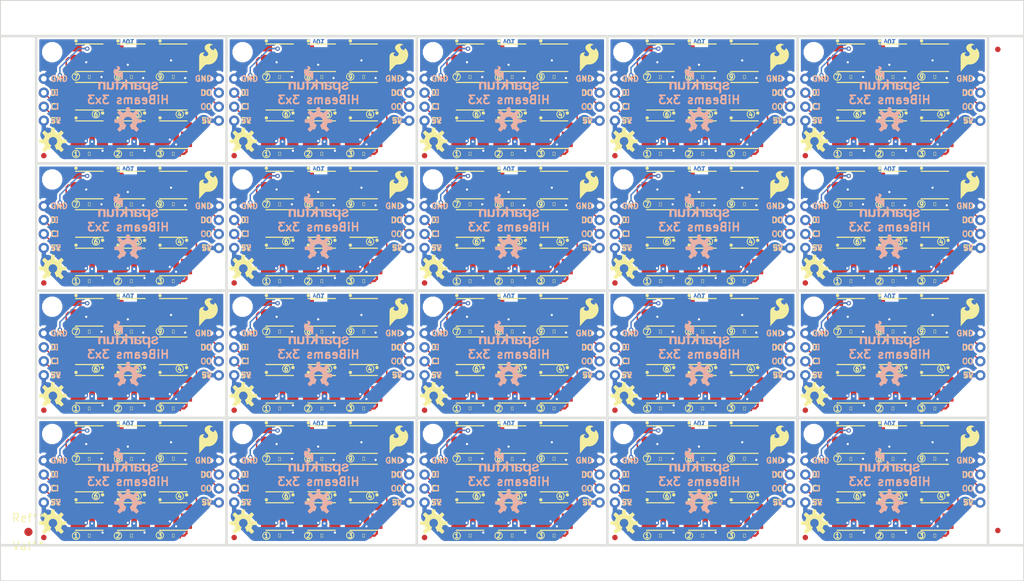
<source format=kicad_pcb>
(kicad_pcb (version 4) (host pcbnew 4.0.6)
  (layers (0 F.Cu signal) (31 B.Cu signal) (34 B.Paste user) (35 F.Paste user) (36 B.SilkS user) (37 F.SilkS user) (38 B.Mask user) (39 F.Mask user) (44 Edge.Cuts user))
  (net 0 "")
  (net 1 +5V)
  (net 2 GND)
  (net 3 "Net-(J1-Pad3)")
  (net 4 "Net-(J1-Pad2)")
  (net 5 "Net-(J2-Pad2)")
  (net 6 "Net-(J2-Pad3)")
  (net 7 "Net-(U1-Pad5)")
  (net 8 "Net-(U1-Pad6)")
  (net 9 "Net-(U2-Pad5)")
  (net 10 "Net-(U2-Pad6)")
  (net 11 "Net-(U3-Pad6)")
  (net 12 "Net-(U3-Pad5)")
  (net 13 "Net-(U4-Pad5)")
  (net 14 "Net-(U4-Pad6)")
  (net 15 "Net-(U5-Pad6)")
  (net 16 "Net-(U5-Pad5)")
  (net 17 "Net-(U6-Pad5)")
  (net 18 "Net-(U6-Pad6)")
  (net 19 "Net-(U7-Pad6)")
  (net 20 "Net-(U7-Pad5)")
  (net 21 "Net-(U8-Pad5)")
  (net 22 "Net-(U8-Pad6)")
  (module Aesthetics:OSHW-LOGO-M (layer B.Cu) (at 161.3281 91.2368 180)
    (fp_text reference "" (at 0 0 180) (layer B.SilkS) (effects (justify mirror)))
    (fp_text value "" (at 0 0 180) (layer B.SilkS) (effects (justify mirror)))
  )
  (module Aesthetics:OSHW-LOGO-M (layer B.Cu) (at 126.7841 91.2368 180)
    (fp_text reference "" (at 0 0 180) (layer B.SilkS) (effects (justify mirror)))
    (fp_text value "" (at 0 0 180) (layer B.SilkS) (effects (justify mirror)))
  )
  (module SparkFun:SFE_LOGO_NAME_FLAME_.1 (layer B.Cu) (at 167.259 86.487 180)
    (fp_text reference LOGO1 hide)
    (fp_text value SFE_LOGO_NAME_FLAME.1_INCH hide)
  )
  (module Aesthetics:OSHW-LOGO-M (layer B.Cu) (at 92.2401 91.2368 180)
    (fp_text reference "" (at 0 0 180) (layer B.SilkS) (effects (justify mirror)))
    (fp_text value "" (at 0 0 180) (layer B.SilkS) (effects (justify mirror)))
  )
  (module SparkFun:SFE_LOGO_NAME_FLAME_.1 (layer B.Cu) (at 98.171 86.487 180)
    (fp_text reference LOGO1 hide)
    (fp_text value SFE_LOGO_NAME_FLAME.1_INCH hide)
  )
  (module SparkFun:SFE_LOGO_NAME_FLAME_.1 (layer B.Cu) (at 132.715 86.487 180)
    (fp_text reference LOGO1 hide)
    (fp_text value SFE_LOGO_NAME_FLAME.1_INCH hide)
  )
  (module Aesthetics:OSHW-LOGO-M (layer B.Cu) (at 57.6961 91.2368 180)
    (fp_text reference "" (at 0 0 180) (layer B.SilkS) (effects (justify mirror)))
    (fp_text value "" (at 0 0 180) (layer B.SilkS) (effects (justify mirror)))
  )
  (module SparkFun:SFE_LOGO_NAME_FLAME_.1 (layer B.Cu) (at 63.627 86.487 180)
    (fp_text reference LOGO1 hide)
    (fp_text value SFE_LOGO_NAME_FLAME.1_INCH hide)
  )
  (module Aesthetics:OSHW-LOGO-M (layer B.Cu) (at 23.1521 91.2368 180)
    (fp_text reference "" (at 0 0 180) (layer B.SilkS) (effects (justify mirror)))
    (fp_text value "" (at 0 0 180) (layer B.SilkS) (effects (justify mirror)))
  )
  (module SparkFun:SFE_LOGO_NAME_FLAME_.1 (layer B.Cu) (at 29.083 86.487 180)
    (fp_text reference LOGO1 hide)
    (fp_text value SFE_LOGO_NAME_FLAME.1_INCH hide)
  )
  (module Pete:APA102_3 (layer F.Cu) (at 154.305 79.756 180)
    (fp_text reference U7 hide)
    (fp_text value APA102 hide)
    (pad 6 smd rect (at -2.4 1.700001) (size 2 1.1) (layers F.Cu F.Paste F.Mask) (net 19 "Net-(U7-Pad6)"))
    (pad 5 smd rect (at -2.399998 0) (size 2 1.1) (layers F.Cu F.Paste F.Mask) (net 20 "Net-(U7-Pad5)"))
    (pad 4 smd rect (at -2.4 -1.7) (size 2 1.1) (layers F.Cu F.Paste F.Mask) (net 1 +5V))
    (pad 3 smd rect (at 2.4 -1.700001 180) (size 2 1.1) (layers F.Cu F.Paste F.Mask) (net 2 GND))
    (pad 2 smd rect (at 2.399998 0 180) (size 2 1.1) (layers F.Cu F.Paste F.Mask) (net 17 "Net-(U6-Pad5)"))
    (pad 1 smd rect (at 2.4 1.7 180) (size 2 1.1) (layers F.Cu F.Paste F.Mask) (net 18 "Net-(U6-Pad6)"))
  )
  (module Pete:STAND-OFF_115_2 (layer F.Cu) (at 147.574 78.74)
    (fp_text reference Ref** hide)
    (fp_text value Val** hide)
    (pad "" np_thru_hole circle (at 0 0) (size 2.921 2.921) (drill 2.921) (layers *.Cu *.Mask))
  )
  (module Pete:APA102_3 (layer F.Cu) (at 154.305 86.741)
    (fp_text reference U6 hide)
    (fp_text value APA102 hide)
    (pad 1 smd rect (at 2.4 1.7) (size 2 1.1) (layers F.Cu F.Paste F.Mask) (net 15 "Net-(U5-Pad6)"))
    (pad 2 smd rect (at 2.399998 0) (size 2 1.1) (layers F.Cu F.Paste F.Mask) (net 16 "Net-(U5-Pad5)"))
    (pad 3 smd rect (at 2.4 -1.700001) (size 2 1.1) (layers F.Cu F.Paste F.Mask) (net 2 GND))
    (pad 4 smd rect (at -2.4 -1.7 180) (size 2 1.1) (layers F.Cu F.Paste F.Mask) (net 1 +5V))
    (pad 5 smd rect (at -2.399998 0 180) (size 2 1.1) (layers F.Cu F.Paste F.Mask) (net 17 "Net-(U6-Pad5)"))
    (pad 6 smd rect (at -2.4 1.700001 180) (size 2 1.1) (layers F.Cu F.Paste F.Mask) (net 18 "Net-(U6-Pad6)"))
  )
  (module Pete:0603_revised (layer F.Cu) (at 154.305 83.2612 180)
    (fp_text reference C6 hide)
    (fp_text value 0.22uF hide)
    (pad 1 smd rect (at -0.84836 0 180) (size 1.09982 0.99822) (layers F.Cu F.Paste F.Mask) (net 2 GND))
    (pad 2 smd rect (at 0.84836 0 180) (size 1.09982 0.99822) (layers F.Cu F.Paste F.Mask) (net 1 +5V))
  )
  (module Aesthetics:FIDUCIAL-1X2 (layer F.Cu) (at 143.256 77.216)
    (fp_text reference FD1 hide)
    (fp_text value FIDUCIAL1X2 hide)
    (pad 1 smd circle (at 0 0) (size 0.99822 0.99822) (layers F.Cu F.Paste F.Mask))
  )
  (module Aesthetics:SFE_LOGO_FLAME_.2 (layer F.Cu) (at 139.3444 82.55)
    (fp_text reference LOGO3 hide)
    (fp_text value SFE_LOGO_FLAME.4_INCH hide)
  )
  (module Pete:APA102_3 (layer F.Cu) (at 135.001 79.756 180)
    (fp_text reference U9 hide)
    (fp_text value APA102 hide)
    (pad 6 smd rect (at -2.4 1.700001) (size 2 1.1) (layers F.Cu F.Paste F.Mask) (net 6 "Net-(J2-Pad3)"))
    (pad 5 smd rect (at -2.399998 0) (size 2 1.1) (layers F.Cu F.Paste F.Mask) (net 5 "Net-(J2-Pad2)"))
    (pad 4 smd rect (at -2.4 -1.7) (size 2 1.1) (layers F.Cu F.Paste F.Mask) (net 1 +5V))
    (pad 3 smd rect (at 2.4 -1.700001 180) (size 2 1.1) (layers F.Cu F.Paste F.Mask) (net 2 GND))
    (pad 2 smd rect (at 2.399998 0 180) (size 2 1.1) (layers F.Cu F.Paste F.Mask) (net 21 "Net-(U8-Pad5)"))
    (pad 1 smd rect (at 2.4 1.7 180) (size 2 1.1) (layers F.Cu F.Paste F.Mask) (net 22 "Net-(U8-Pad6)"))
  )
  (module Pete:APA102_3 (layer F.Cu) (at 127.381 79.756 180)
    (fp_text reference U8 hide)
    (fp_text value APA102 hide)
    (pad 1 smd rect (at 2.4 1.7 180) (size 2 1.1) (layers F.Cu F.Paste F.Mask) (net 19 "Net-(U7-Pad6)"))
    (pad 2 smd rect (at 2.399998 0 180) (size 2 1.1) (layers F.Cu F.Paste F.Mask) (net 20 "Net-(U7-Pad5)"))
    (pad 3 smd rect (at 2.4 -1.700001 180) (size 2 1.1) (layers F.Cu F.Paste F.Mask) (net 2 GND))
    (pad 4 smd rect (at -2.4 -1.7) (size 2 1.1) (layers F.Cu F.Paste F.Mask) (net 1 +5V))
    (pad 5 smd rect (at -2.399998 0) (size 2 1.1) (layers F.Cu F.Paste F.Mask) (net 21 "Net-(U8-Pad5)"))
    (pad 6 smd rect (at -2.4 1.700001) (size 2 1.1) (layers F.Cu F.Paste F.Mask) (net 22 "Net-(U8-Pad6)"))
  )
  (module Pete:STAND-OFF_115_2 (layer F.Cu) (at 141.732 96.012)
    (fp_text reference Ref** hide)
    (fp_text value Val** hide)
    (pad "" np_thru_hole circle (at 0 0) (size 2.921 2.921) (drill 2.921) (layers *.Cu *.Mask))
  )
  (module Pete:0603_revised (layer F.Cu) (at 135.001 83.2358 180)
    (fp_text reference C4 hide)
    (fp_text value 0.22uF hide)
    (pad 2 smd rect (at 0.84836 0 180) (size 1.09982 0.99822) (layers F.Cu F.Paste F.Mask) (net 1 +5V))
    (pad 1 smd rect (at -0.84836 0 180) (size 1.09982 0.99822) (layers F.Cu F.Paste F.Mask) (net 2 GND))
  )
  (module SFE_Connectors:1X04_NO_SILK (layer F.Cu) (at 143.256 91.186 90)
    (fp_text reference J2 hide)
    (fp_text value Output hide)
    (pad 1 thru_hole circle (at 0 0 90) (size 1.8796 1.8796) (drill 1.016) (layers *.Cu *.Paste *.Mask) (net 1 +5V))
    (pad 2 thru_hole circle (at 2.54 0 90) (size 1.8796 1.8796) (drill 1.016) (layers *.Cu *.Paste *.Mask) (net 5 "Net-(J2-Pad2)"))
    (pad 3 thru_hole circle (at 5.08 0 90) (size 1.8796 1.8796) (drill 1.016) (layers *.Cu *.Paste *.Mask) (net 6 "Net-(J2-Pad3)"))
    (pad 4 thru_hole circle (at 7.62 0 90) (size 1.8796 1.8796) (drill 1.016) (layers *.Cu *.Paste *.Mask) (net 2 GND))
  )
  (module Pete:APA102_3 (layer F.Cu) (at 135.001 93.726 180)
    (fp_text reference U3 hide)
    (fp_text value APA102 hide)
    (pad 6 smd rect (at -2.4 1.700001) (size 2 1.1) (layers F.Cu F.Paste F.Mask) (net 11 "Net-(U3-Pad6)"))
    (pad 5 smd rect (at -2.399998 0) (size 2 1.1) (layers F.Cu F.Paste F.Mask) (net 12 "Net-(U3-Pad5)"))
    (pad 4 smd rect (at -2.4 -1.7) (size 2 1.1) (layers F.Cu F.Paste F.Mask) (net 1 +5V))
    (pad 3 smd rect (at 2.4 -1.700001 180) (size 2 1.1) (layers F.Cu F.Paste F.Mask) (net 2 GND))
    (pad 2 smd rect (at 2.399998 0 180) (size 2 1.1) (layers F.Cu F.Paste F.Mask) (net 9 "Net-(U2-Pad5)"))
    (pad 1 smd rect (at 2.4 1.7 180) (size 2 1.1) (layers F.Cu F.Paste F.Mask) (net 10 "Net-(U2-Pad6)"))
  )
  (module Pete:APA102_3 (layer F.Cu) (at 135.001 86.741)
    (fp_text reference U4 hide)
    (fp_text value APA102 hide)
    (pad 1 smd rect (at 2.4 1.7) (size 2 1.1) (layers F.Cu F.Paste F.Mask) (net 11 "Net-(U3-Pad6)"))
    (pad 2 smd rect (at 2.399998 0) (size 2 1.1) (layers F.Cu F.Paste F.Mask) (net 12 "Net-(U3-Pad5)"))
    (pad 3 smd rect (at 2.4 -1.700001) (size 2 1.1) (layers F.Cu F.Paste F.Mask) (net 2 GND))
    (pad 4 smd rect (at -2.4 -1.7 180) (size 2 1.1) (layers F.Cu F.Paste F.Mask) (net 1 +5V))
    (pad 5 smd rect (at -2.399998 0 180) (size 2 1.1) (layers F.Cu F.Paste F.Mask) (net 13 "Net-(U4-Pad5)"))
    (pad 6 smd rect (at -2.4 1.700001 180) (size 2 1.1) (layers F.Cu F.Paste F.Mask) (net 14 "Net-(U4-Pad6)"))
  )
  (module Pete:APA102_3 (layer F.Cu) (at 169.545 86.741)
    (fp_text reference U4 hide)
    (fp_text value APA102 hide)
    (pad 1 smd rect (at 2.4 1.7) (size 2 1.1) (layers F.Cu F.Paste F.Mask) (net 11 "Net-(U3-Pad6)"))
    (pad 2 smd rect (at 2.399998 0) (size 2 1.1) (layers F.Cu F.Paste F.Mask) (net 12 "Net-(U3-Pad5)"))
    (pad 3 smd rect (at 2.4 -1.700001) (size 2 1.1) (layers F.Cu F.Paste F.Mask) (net 2 GND))
    (pad 4 smd rect (at -2.4 -1.7 180) (size 2 1.1) (layers F.Cu F.Paste F.Mask) (net 1 +5V))
    (pad 5 smd rect (at -2.399998 0 180) (size 2 1.1) (layers F.Cu F.Paste F.Mask) (net 13 "Net-(U4-Pad5)"))
    (pad 6 smd rect (at -2.4 1.700001 180) (size 2 1.1) (layers F.Cu F.Paste F.Mask) (net 14 "Net-(U4-Pad6)"))
  )
  (module Pete:APA102_3 (layer F.Cu) (at 161.925 79.756 180)
    (fp_text reference U8 hide)
    (fp_text value APA102 hide)
    (pad 1 smd rect (at 2.4 1.7 180) (size 2 1.1) (layers F.Cu F.Paste F.Mask) (net 19 "Net-(U7-Pad6)"))
    (pad 2 smd rect (at 2.399998 0 180) (size 2 1.1) (layers F.Cu F.Paste F.Mask) (net 20 "Net-(U7-Pad5)"))
    (pad 3 smd rect (at 2.4 -1.700001 180) (size 2 1.1) (layers F.Cu F.Paste F.Mask) (net 2 GND))
    (pad 4 smd rect (at -2.4 -1.7) (size 2 1.1) (layers F.Cu F.Paste F.Mask) (net 1 +5V))
    (pad 5 smd rect (at -2.399998 0) (size 2 1.1) (layers F.Cu F.Paste F.Mask) (net 21 "Net-(U8-Pad5)"))
    (pad 6 smd rect (at -2.4 1.700001) (size 2 1.1) (layers F.Cu F.Paste F.Mask) (net 22 "Net-(U8-Pad6)"))
  )
  (module Pete:APA102_3 (layer F.Cu) (at 161.925 86.741)
    (fp_text reference U5 hide)
    (fp_text value APA102 hide)
    (pad 6 smd rect (at -2.4 1.700001 180) (size 2 1.1) (layers F.Cu F.Paste F.Mask) (net 15 "Net-(U5-Pad6)"))
    (pad 5 smd rect (at -2.399998 0 180) (size 2 1.1) (layers F.Cu F.Paste F.Mask) (net 16 "Net-(U5-Pad5)"))
    (pad 4 smd rect (at -2.4 -1.7 180) (size 2 1.1) (layers F.Cu F.Paste F.Mask) (net 1 +5V))
    (pad 3 smd rect (at 2.4 -1.700001) (size 2 1.1) (layers F.Cu F.Paste F.Mask) (net 2 GND))
    (pad 2 smd rect (at 2.399998 0) (size 2 1.1) (layers F.Cu F.Paste F.Mask) (net 13 "Net-(U4-Pad5)"))
    (pad 1 smd rect (at 2.4 1.7) (size 2 1.1) (layers F.Cu F.Paste F.Mask) (net 14 "Net-(U4-Pad6)"))
  )
  (module Pete:APA102_3 (layer F.Cu) (at 169.545 79.756 180)
    (fp_text reference U9 hide)
    (fp_text value APA102 hide)
    (pad 6 smd rect (at -2.4 1.700001) (size 2 1.1) (layers F.Cu F.Paste F.Mask) (net 6 "Net-(J2-Pad3)"))
    (pad 5 smd rect (at -2.399998 0) (size 2 1.1) (layers F.Cu F.Paste F.Mask) (net 5 "Net-(J2-Pad2)"))
    (pad 4 smd rect (at -2.4 -1.7) (size 2 1.1) (layers F.Cu F.Paste F.Mask) (net 1 +5V))
    (pad 3 smd rect (at 2.4 -1.700001 180) (size 2 1.1) (layers F.Cu F.Paste F.Mask) (net 2 GND))
    (pad 2 smd rect (at 2.399998 0 180) (size 2 1.1) (layers F.Cu F.Paste F.Mask) (net 21 "Net-(U8-Pad5)"))
    (pad 1 smd rect (at 2.4 1.7 180) (size 2 1.1) (layers F.Cu F.Paste F.Mask) (net 22 "Net-(U8-Pad6)"))
  )
  (module Pete:0603_revised (layer F.Cu) (at 161.9504 83.2612 180)
    (fp_text reference C5 hide)
    (fp_text value 0.22uF hide)
    (pad 1 smd rect (at -0.84836 0 180) (size 1.09982 0.99822) (layers F.Cu F.Paste F.Mask) (net 2 GND))
    (pad 2 smd rect (at 0.84836 0 180) (size 1.09982 0.99822) (layers F.Cu F.Paste F.Mask) (net 1 +5V))
  )
  (module Pete:0603_revised (layer F.Cu) (at 169.545 83.2358 180)
    (fp_text reference C4 hide)
    (fp_text value 0.22uF hide)
    (pad 2 smd rect (at 0.84836 0 180) (size 1.09982 0.99822) (layers F.Cu F.Paste F.Mask) (net 1 +5V))
    (pad 1 smd rect (at -0.84836 0 180) (size 1.09982 0.99822) (layers F.Cu F.Paste F.Mask) (net 2 GND))
  )
  (module Pete:0603_revised (layer F.Cu) (at 169.545 97.2058 180)
    (fp_text reference C3 hide)
    (fp_text value 0.1uF hide)
    (pad 1 smd rect (at -0.84836 0 180) (size 1.09982 0.99822) (layers F.Cu F.Paste F.Mask) (net 1 +5V))
    (pad 2 smd rect (at 0.84836 0 180) (size 1.09982 0.99822) (layers F.Cu F.Paste F.Mask) (net 2 GND))
  )
  (module Aesthetics:SFE_LOGO_FLAME_.2 (layer F.Cu) (at 173.8884 82.55)
    (fp_text reference LOGO3 hide)
    (fp_text value SFE_LOGO_FLAME.4_INCH hide)
  )
  (module Pete:APA102_3 (layer F.Cu) (at 169.545 93.726 180)
    (fp_text reference U3 hide)
    (fp_text value APA102 hide)
    (pad 6 smd rect (at -2.4 1.700001) (size 2 1.1) (layers F.Cu F.Paste F.Mask) (net 11 "Net-(U3-Pad6)"))
    (pad 5 smd rect (at -2.399998 0) (size 2 1.1) (layers F.Cu F.Paste F.Mask) (net 12 "Net-(U3-Pad5)"))
    (pad 4 smd rect (at -2.4 -1.7) (size 2 1.1) (layers F.Cu F.Paste F.Mask) (net 1 +5V))
    (pad 3 smd rect (at 2.4 -1.700001 180) (size 2 1.1) (layers F.Cu F.Paste F.Mask) (net 2 GND))
    (pad 2 smd rect (at 2.399998 0 180) (size 2 1.1) (layers F.Cu F.Paste F.Mask) (net 9 "Net-(U2-Pad5)"))
    (pad 1 smd rect (at 2.4 1.7 180) (size 2 1.1) (layers F.Cu F.Paste F.Mask) (net 10 "Net-(U2-Pad6)"))
  )
  (module SFE_Connectors:1X04_NO_SILK (layer F.Cu) (at 177.8 91.186 90)
    (fp_text reference J2 hide)
    (fp_text value Output hide)
    (pad 1 thru_hole circle (at 0 0 90) (size 1.8796 1.8796) (drill 1.016) (layers *.Cu *.Paste *.Mask) (net 1 +5V))
    (pad 2 thru_hole circle (at 2.54 0 90) (size 1.8796 1.8796) (drill 1.016) (layers *.Cu *.Paste *.Mask) (net 5 "Net-(J2-Pad2)"))
    (pad 3 thru_hole circle (at 5.08 0 90) (size 1.8796 1.8796) (drill 1.016) (layers *.Cu *.Paste *.Mask) (net 6 "Net-(J2-Pad3)"))
    (pad 4 thru_hole circle (at 7.62 0 90) (size 1.8796 1.8796) (drill 1.016) (layers *.Cu *.Paste *.Mask) (net 2 GND))
  )
  (module Aesthetics:FIDUCIAL-1X2 (layer F.Cu) (at 177.8 77.216)
    (fp_text reference FD1 hide)
    (fp_text value FIDUCIAL1X2 hide)
    (pad 1 smd circle (at 0 0) (size 0.99822 0.99822) (layers F.Cu F.Paste F.Mask))
  )
  (module Pete:STAND-OFF_115_2 (layer F.Cu) (at 176.276 96.012)
    (fp_text reference Ref** hide)
    (fp_text value Val** hide)
    (pad "" np_thru_hole circle (at 0 0) (size 2.921 2.921) (drill 2.921) (layers *.Cu *.Mask))
  )
  (module Pete:0603_revised (layer F.Cu) (at 135.001 97.2058 180)
    (fp_text reference C3 hide)
    (fp_text value 0.1uF hide)
    (pad 1 smd rect (at -0.84836 0 180) (size 1.09982 0.99822) (layers F.Cu F.Paste F.Mask) (net 1 +5V))
    (pad 2 smd rect (at 0.84836 0 180) (size 1.09982 0.99822) (layers F.Cu F.Paste F.Mask) (net 2 GND))
  )
  (module Pete:0603_revised (layer F.Cu) (at 127.4064 97.2058 180)
    (fp_text reference C2 hide)
    (fp_text value 0.1uF hide)
    (pad 2 smd rect (at 0.84836 0 180) (size 1.09982 0.99822) (layers F.Cu F.Paste F.Mask) (net 2 GND))
    (pad 1 smd rect (at -0.84836 0 180) (size 1.09982 0.99822) (layers F.Cu F.Paste F.Mask) (net 1 +5V))
  )
  (module Pete:APA102_3 (layer F.Cu) (at 127.381 93.726 180)
    (fp_text reference U2 hide)
    (fp_text value APA102 hide)
    (pad 1 smd rect (at 2.4 1.7 180) (size 2 1.1) (layers F.Cu F.Paste F.Mask) (net 8 "Net-(U1-Pad6)"))
    (pad 2 smd rect (at 2.399998 0 180) (size 2 1.1) (layers F.Cu F.Paste F.Mask) (net 7 "Net-(U1-Pad5)"))
    (pad 3 smd rect (at 2.4 -1.700001 180) (size 2 1.1) (layers F.Cu F.Paste F.Mask) (net 2 GND))
    (pad 4 smd rect (at -2.4 -1.7) (size 2 1.1) (layers F.Cu F.Paste F.Mask) (net 1 +5V))
    (pad 5 smd rect (at -2.399998 0) (size 2 1.1) (layers F.Cu F.Paste F.Mask) (net 9 "Net-(U2-Pad5)"))
    (pad 6 smd rect (at -2.4 1.700001) (size 2 1.1) (layers F.Cu F.Paste F.Mask) (net 10 "Net-(U2-Pad6)"))
  )
  (module Pete:APA102_3 (layer F.Cu) (at 127.381 86.741)
    (fp_text reference U5 hide)
    (fp_text value APA102 hide)
    (pad 6 smd rect (at -2.4 1.700001 180) (size 2 1.1) (layers F.Cu F.Paste F.Mask) (net 15 "Net-(U5-Pad6)"))
    (pad 5 smd rect (at -2.399998 0 180) (size 2 1.1) (layers F.Cu F.Paste F.Mask) (net 16 "Net-(U5-Pad5)"))
    (pad 4 smd rect (at -2.4 -1.7 180) (size 2 1.1) (layers F.Cu F.Paste F.Mask) (net 1 +5V))
    (pad 3 smd rect (at 2.4 -1.700001) (size 2 1.1) (layers F.Cu F.Paste F.Mask) (net 2 GND))
    (pad 2 smd rect (at 2.399998 0) (size 2 1.1) (layers F.Cu F.Paste F.Mask) (net 13 "Net-(U4-Pad5)"))
    (pad 1 smd rect (at 2.4 1.7) (size 2 1.1) (layers F.Cu F.Paste F.Mask) (net 14 "Net-(U4-Pad6)"))
  )
  (module Pete:0603_revised (layer F.Cu) (at 127.4064 83.2612 180)
    (fp_text reference C5 hide)
    (fp_text value 0.22uF hide)
    (pad 1 smd rect (at -0.84836 0 180) (size 1.09982 0.99822) (layers F.Cu F.Paste F.Mask) (net 2 GND))
    (pad 2 smd rect (at 0.84836 0 180) (size 1.09982 0.99822) (layers F.Cu F.Paste F.Mask) (net 1 +5V))
  )
  (module Pete:APA102_3 (layer F.Cu) (at 154.305 93.726 180)
    (fp_text reference U1 hide)
    (fp_text value APA102 hide)
    (pad 1 smd rect (at 2.4 1.7 180) (size 2 1.1) (layers F.Cu F.Paste F.Mask) (net 4 "Net-(J1-Pad2)"))
    (pad 2 smd rect (at 2.399998 0 180) (size 2 1.1) (layers F.Cu F.Paste F.Mask) (net 3 "Net-(J1-Pad3)"))
    (pad 3 smd rect (at 2.4 -1.700001 180) (size 2 1.1) (layers F.Cu F.Paste F.Mask) (net 2 GND))
    (pad 4 smd rect (at -2.4 -1.7) (size 2 1.1) (layers F.Cu F.Paste F.Mask) (net 1 +5V))
    (pad 5 smd rect (at -2.399998 0) (size 2 1.1) (layers F.Cu F.Paste F.Mask) (net 7 "Net-(U1-Pad5)"))
    (pad 6 smd rect (at -2.4 1.700001) (size 2 1.1) (layers F.Cu F.Paste F.Mask) (net 8 "Net-(U1-Pad6)"))
  )
  (module Pete:0603_revised (layer F.Cu) (at 161.9504 97.2058 180)
    (fp_text reference C2 hide)
    (fp_text value 0.1uF hide)
    (pad 2 smd rect (at 0.84836 0 180) (size 1.09982 0.99822) (layers F.Cu F.Paste F.Mask) (net 2 GND))
    (pad 1 smd rect (at -0.84836 0 180) (size 1.09982 0.99822) (layers F.Cu F.Paste F.Mask) (net 1 +5V))
  )
  (module Aesthetics:FIDUCIAL-1X2 (layer F.Cu) (at 146.05 97.536)
    (fp_text reference FD2 hide)
    (fp_text value FIDUCIAL1X2 hide)
    (pad 1 smd circle (at 0 0) (size 0.99822 0.99822) (layers F.Cu F.Paste F.Mask))
  )
  (module Pete:APA102_3 (layer F.Cu) (at 161.925 93.726 180)
    (fp_text reference U2 hide)
    (fp_text value APA102 hide)
    (pad 1 smd rect (at 2.4 1.7 180) (size 2 1.1) (layers F.Cu F.Paste F.Mask) (net 8 "Net-(U1-Pad6)"))
    (pad 2 smd rect (at 2.399998 0 180) (size 2 1.1) (layers F.Cu F.Paste F.Mask) (net 7 "Net-(U1-Pad5)"))
    (pad 3 smd rect (at 2.4 -1.700001 180) (size 2 1.1) (layers F.Cu F.Paste F.Mask) (net 2 GND))
    (pad 4 smd rect (at -2.4 -1.7) (size 2 1.1) (layers F.Cu F.Paste F.Mask) (net 1 +5V))
    (pad 5 smd rect (at -2.399998 0) (size 2 1.1) (layers F.Cu F.Paste F.Mask) (net 9 "Net-(U2-Pad5)"))
    (pad 6 smd rect (at -2.4 1.700001) (size 2 1.1) (layers F.Cu F.Paste F.Mask) (net 10 "Net-(U2-Pad6)"))
  )
  (module Pete:0603_revised (layer F.Cu) (at 154.305 97.2058 180)
    (fp_text reference C1 hide)
    (fp_text value 0.1uF hide)
    (pad 1 smd rect (at -0.84836 0 180) (size 1.09982 0.99822) (layers F.Cu F.Paste F.Mask) (net 1 +5V))
    (pad 2 smd rect (at 0.84836 0 180) (size 1.09982 0.99822) (layers F.Cu F.Paste F.Mask) (net 2 GND))
  )
  (module Aesthetics:OSHW-LOGO-M (layer F.Cu) (at 147.701 94.9198)
    (fp_text reference LOGO2 hide)
    (fp_text value OSHW-LOGOMINI hide)
  )
  (module SFE_Connectors:1X04_NO_SILK (layer F.Cu) (at 146.05 83.566 270)
    (fp_text reference J1 hide)
    (fp_text value Input hide)
    (pad 4 thru_hole circle (at 7.62 0 270) (size 1.8796 1.8796) (drill 1.016) (layers *.Cu *.Paste *.Mask) (net 1 +5V))
    (pad 3 thru_hole circle (at 5.08 0 270) (size 1.8796 1.8796) (drill 1.016) (layers *.Cu *.Paste *.Mask) (net 3 "Net-(J1-Pad3)"))
    (pad 2 thru_hole circle (at 2.54 0 270) (size 1.8796 1.8796) (drill 1.016) (layers *.Cu *.Paste *.Mask) (net 4 "Net-(J1-Pad2)"))
    (pad 1 thru_hole circle (at 0 0 270) (size 1.8796 1.8796) (drill 1.016) (layers *.Cu *.Paste *.Mask) (net 2 GND))
  )
  (module Aesthetics:FIDUCIAL-1X2 (layer F.Cu) (at 111.506 97.536)
    (fp_text reference FD2 hide)
    (fp_text value FIDUCIAL1X2 hide)
    (pad 1 smd circle (at 0 0) (size 0.99822 0.99822) (layers F.Cu F.Paste F.Mask))
  )
  (module Aesthetics:OSHW-LOGO-M (layer F.Cu) (at 113.157 94.9198)
    (fp_text reference LOGO2 hide)
    (fp_text value OSHW-LOGOMINI hide)
  )
  (module SFE_Connectors:1X04_NO_SILK (layer F.Cu) (at 111.506 83.566 270)
    (fp_text reference J1 hide)
    (fp_text value Input hide)
    (pad 4 thru_hole circle (at 7.62 0 270) (size 1.8796 1.8796) (drill 1.016) (layers *.Cu *.Paste *.Mask) (net 1 +5V))
    (pad 3 thru_hole circle (at 5.08 0 270) (size 1.8796 1.8796) (drill 1.016) (layers *.Cu *.Paste *.Mask) (net 3 "Net-(J1-Pad3)"))
    (pad 2 thru_hole circle (at 2.54 0 270) (size 1.8796 1.8796) (drill 1.016) (layers *.Cu *.Paste *.Mask) (net 4 "Net-(J1-Pad2)"))
    (pad 1 thru_hole circle (at 0 0 270) (size 1.8796 1.8796) (drill 1.016) (layers *.Cu *.Paste *.Mask) (net 2 GND))
  )
  (module Pete:APA102_3 (layer F.Cu) (at 119.761 93.726 180)
    (fp_text reference U1 hide)
    (fp_text value APA102 hide)
    (pad 1 smd rect (at 2.4 1.7 180) (size 2 1.1) (layers F.Cu F.Paste F.Mask) (net 4 "Net-(J1-Pad2)"))
    (pad 2 smd rect (at 2.399998 0 180) (size 2 1.1) (layers F.Cu F.Paste F.Mask) (net 3 "Net-(J1-Pad3)"))
    (pad 3 smd rect (at 2.4 -1.700001 180) (size 2 1.1) (layers F.Cu F.Paste F.Mask) (net 2 GND))
    (pad 4 smd rect (at -2.4 -1.7) (size 2 1.1) (layers F.Cu F.Paste F.Mask) (net 1 +5V))
    (pad 5 smd rect (at -2.399998 0) (size 2 1.1) (layers F.Cu F.Paste F.Mask) (net 7 "Net-(U1-Pad5)"))
    (pad 6 smd rect (at -2.4 1.700001) (size 2 1.1) (layers F.Cu F.Paste F.Mask) (net 8 "Net-(U1-Pad6)"))
  )
  (module Pete:0603_revised (layer F.Cu) (at 119.761 97.2058 180)
    (fp_text reference C1 hide)
    (fp_text value 0.1uF hide)
    (pad 1 smd rect (at -0.84836 0 180) (size 1.09982 0.99822) (layers F.Cu F.Paste F.Mask) (net 1 +5V))
    (pad 2 smd rect (at 0.84836 0 180) (size 1.09982 0.99822) (layers F.Cu F.Paste F.Mask) (net 2 GND))
  )
  (module Pete:0603_revised (layer F.Cu) (at 119.761 83.2612 180)
    (fp_text reference C6 hide)
    (fp_text value 0.22uF hide)
    (pad 1 smd rect (at -0.84836 0 180) (size 1.09982 0.99822) (layers F.Cu F.Paste F.Mask) (net 2 GND))
    (pad 2 smd rect (at 0.84836 0 180) (size 1.09982 0.99822) (layers F.Cu F.Paste F.Mask) (net 1 +5V))
  )
  (module Pete:STAND-OFF_115_2 (layer F.Cu) (at 113.03 78.74)
    (fp_text reference Ref** hide)
    (fp_text value Val** hide)
    (pad "" np_thru_hole circle (at 0 0) (size 2.921 2.921) (drill 2.921) (layers *.Cu *.Mask))
  )
  (module Pete:APA102_3 (layer F.Cu) (at 119.761 79.756 180)
    (fp_text reference U7 hide)
    (fp_text value APA102 hide)
    (pad 6 smd rect (at -2.4 1.700001) (size 2 1.1) (layers F.Cu F.Paste F.Mask) (net 19 "Net-(U7-Pad6)"))
    (pad 5 smd rect (at -2.399998 0) (size 2 1.1) (layers F.Cu F.Paste F.Mask) (net 20 "Net-(U7-Pad5)"))
    (pad 4 smd rect (at -2.4 -1.7) (size 2 1.1) (layers F.Cu F.Paste F.Mask) (net 1 +5V))
    (pad 3 smd rect (at 2.4 -1.700001 180) (size 2 1.1) (layers F.Cu F.Paste F.Mask) (net 2 GND))
    (pad 2 smd rect (at 2.399998 0 180) (size 2 1.1) (layers F.Cu F.Paste F.Mask) (net 17 "Net-(U6-Pad5)"))
    (pad 1 smd rect (at 2.4 1.7 180) (size 2 1.1) (layers F.Cu F.Paste F.Mask) (net 18 "Net-(U6-Pad6)"))
  )
  (module Pete:APA102_3 (layer F.Cu) (at 119.761 86.741)
    (fp_text reference U6 hide)
    (fp_text value APA102 hide)
    (pad 1 smd rect (at 2.4 1.7) (size 2 1.1) (layers F.Cu F.Paste F.Mask) (net 15 "Net-(U5-Pad6)"))
    (pad 2 smd rect (at 2.399998 0) (size 2 1.1) (layers F.Cu F.Paste F.Mask) (net 16 "Net-(U5-Pad5)"))
    (pad 3 smd rect (at 2.4 -1.700001) (size 2 1.1) (layers F.Cu F.Paste F.Mask) (net 2 GND))
    (pad 4 smd rect (at -2.4 -1.7 180) (size 2 1.1) (layers F.Cu F.Paste F.Mask) (net 1 +5V))
    (pad 5 smd rect (at -2.399998 0 180) (size 2 1.1) (layers F.Cu F.Paste F.Mask) (net 17 "Net-(U6-Pad5)"))
    (pad 6 smd rect (at -2.4 1.700001 180) (size 2 1.1) (layers F.Cu F.Paste F.Mask) (net 18 "Net-(U6-Pad6)"))
  )
  (module Pete:0603_revised (layer F.Cu) (at 92.8624 83.2612 180)
    (fp_text reference C5 hide)
    (fp_text value 0.22uF hide)
    (pad 1 smd rect (at -0.84836 0 180) (size 1.09982 0.99822) (layers F.Cu F.Paste F.Mask) (net 2 GND))
    (pad 2 smd rect (at 0.84836 0 180) (size 1.09982 0.99822) (layers F.Cu F.Paste F.Mask) (net 1 +5V))
  )
  (module Pete:APA102_3 (layer F.Cu) (at 92.837 86.741)
    (fp_text reference U5 hide)
    (fp_text value APA102 hide)
    (pad 6 smd rect (at -2.4 1.700001 180) (size 2 1.1) (layers F.Cu F.Paste F.Mask) (net 15 "Net-(U5-Pad6)"))
    (pad 5 smd rect (at -2.399998 0 180) (size 2 1.1) (layers F.Cu F.Paste F.Mask) (net 16 "Net-(U5-Pad5)"))
    (pad 4 smd rect (at -2.4 -1.7 180) (size 2 1.1) (layers F.Cu F.Paste F.Mask) (net 1 +5V))
    (pad 3 smd rect (at 2.4 -1.700001) (size 2 1.1) (layers F.Cu F.Paste F.Mask) (net 2 GND))
    (pad 2 smd rect (at 2.399998 0) (size 2 1.1) (layers F.Cu F.Paste F.Mask) (net 13 "Net-(U4-Pad5)"))
    (pad 1 smd rect (at 2.4 1.7) (size 2 1.1) (layers F.Cu F.Paste F.Mask) (net 14 "Net-(U4-Pad6)"))
  )
  (module Pete:0603_revised (layer F.Cu) (at 100.457 83.2358 180)
    (fp_text reference C4 hide)
    (fp_text value 0.22uF hide)
    (pad 2 smd rect (at 0.84836 0 180) (size 1.09982 0.99822) (layers F.Cu F.Paste F.Mask) (net 1 +5V))
    (pad 1 smd rect (at -0.84836 0 180) (size 1.09982 0.99822) (layers F.Cu F.Paste F.Mask) (net 2 GND))
  )
  (module Pete:APA102_3 (layer F.Cu) (at 92.837 79.756 180)
    (fp_text reference U8 hide)
    (fp_text value APA102 hide)
    (pad 1 smd rect (at 2.4 1.7 180) (size 2 1.1) (layers F.Cu F.Paste F.Mask) (net 19 "Net-(U7-Pad6)"))
    (pad 2 smd rect (at 2.399998 0 180) (size 2 1.1) (layers F.Cu F.Paste F.Mask) (net 20 "Net-(U7-Pad5)"))
    (pad 3 smd rect (at 2.4 -1.700001 180) (size 2 1.1) (layers F.Cu F.Paste F.Mask) (net 2 GND))
    (pad 4 smd rect (at -2.4 -1.7) (size 2 1.1) (layers F.Cu F.Paste F.Mask) (net 1 +5V))
    (pad 5 smd rect (at -2.399998 0) (size 2 1.1) (layers F.Cu F.Paste F.Mask) (net 21 "Net-(U8-Pad5)"))
    (pad 6 smd rect (at -2.4 1.700001) (size 2 1.1) (layers F.Cu F.Paste F.Mask) (net 22 "Net-(U8-Pad6)"))
  )
  (module Pete:APA102_3 (layer F.Cu) (at 100.457 79.756 180)
    (fp_text reference U9 hide)
    (fp_text value APA102 hide)
    (pad 6 smd rect (at -2.4 1.700001) (size 2 1.1) (layers F.Cu F.Paste F.Mask) (net 6 "Net-(J2-Pad3)"))
    (pad 5 smd rect (at -2.399998 0) (size 2 1.1) (layers F.Cu F.Paste F.Mask) (net 5 "Net-(J2-Pad2)"))
    (pad 4 smd rect (at -2.4 -1.7) (size 2 1.1) (layers F.Cu F.Paste F.Mask) (net 1 +5V))
    (pad 3 smd rect (at 2.4 -1.700001 180) (size 2 1.1) (layers F.Cu F.Paste F.Mask) (net 2 GND))
    (pad 2 smd rect (at 2.399998 0 180) (size 2 1.1) (layers F.Cu F.Paste F.Mask) (net 21 "Net-(U8-Pad5)"))
    (pad 1 smd rect (at 2.4 1.7 180) (size 2 1.1) (layers F.Cu F.Paste F.Mask) (net 22 "Net-(U8-Pad6)"))
  )
  (module Pete:APA102_3 (layer F.Cu) (at 85.217 79.756 180)
    (fp_text reference U7 hide)
    (fp_text value APA102 hide)
    (pad 6 smd rect (at -2.4 1.700001) (size 2 1.1) (layers F.Cu F.Paste F.Mask) (net 19 "Net-(U7-Pad6)"))
    (pad 5 smd rect (at -2.399998 0) (size 2 1.1) (layers F.Cu F.Paste F.Mask) (net 20 "Net-(U7-Pad5)"))
    (pad 4 smd rect (at -2.4 -1.7) (size 2 1.1) (layers F.Cu F.Paste F.Mask) (net 1 +5V))
    (pad 3 smd rect (at 2.4 -1.700001 180) (size 2 1.1) (layers F.Cu F.Paste F.Mask) (net 2 GND))
    (pad 2 smd rect (at 2.399998 0 180) (size 2 1.1) (layers F.Cu F.Paste F.Mask) (net 17 "Net-(U6-Pad5)"))
    (pad 1 smd rect (at 2.4 1.7 180) (size 2 1.1) (layers F.Cu F.Paste F.Mask) (net 18 "Net-(U6-Pad6)"))
  )
  (module Pete:APA102_3 (layer F.Cu) (at 85.217 93.726 180)
    (fp_text reference U1 hide)
    (fp_text value APA102 hide)
    (pad 1 smd rect (at 2.4 1.7 180) (size 2 1.1) (layers F.Cu F.Paste F.Mask) (net 4 "Net-(J1-Pad2)"))
    (pad 2 smd rect (at 2.399998 0 180) (size 2 1.1) (layers F.Cu F.Paste F.Mask) (net 3 "Net-(J1-Pad3)"))
    (pad 3 smd rect (at 2.4 -1.700001 180) (size 2 1.1) (layers F.Cu F.Paste F.Mask) (net 2 GND))
    (pad 4 smd rect (at -2.4 -1.7) (size 2 1.1) (layers F.Cu F.Paste F.Mask) (net 1 +5V))
    (pad 5 smd rect (at -2.399998 0) (size 2 1.1) (layers F.Cu F.Paste F.Mask) (net 7 "Net-(U1-Pad5)"))
    (pad 6 smd rect (at -2.4 1.700001) (size 2 1.1) (layers F.Cu F.Paste F.Mask) (net 8 "Net-(U1-Pad6)"))
  )
  (module Pete:0603_revised (layer F.Cu) (at 85.217 83.2612 180)
    (fp_text reference C6 hide)
    (fp_text value 0.22uF hide)
    (pad 1 smd rect (at -0.84836 0 180) (size 1.09982 0.99822) (layers F.Cu F.Paste F.Mask) (net 2 GND))
    (pad 2 smd rect (at 0.84836 0 180) (size 1.09982 0.99822) (layers F.Cu F.Paste F.Mask) (net 1 +5V))
  )
  (module Pete:APA102_3 (layer F.Cu) (at 85.217 86.741)
    (fp_text reference U6 hide)
    (fp_text value APA102 hide)
    (pad 1 smd rect (at 2.4 1.7) (size 2 1.1) (layers F.Cu F.Paste F.Mask) (net 15 "Net-(U5-Pad6)"))
    (pad 2 smd rect (at 2.399998 0) (size 2 1.1) (layers F.Cu F.Paste F.Mask) (net 16 "Net-(U5-Pad5)"))
    (pad 3 smd rect (at 2.4 -1.700001) (size 2 1.1) (layers F.Cu F.Paste F.Mask) (net 2 GND))
    (pad 4 smd rect (at -2.4 -1.7 180) (size 2 1.1) (layers F.Cu F.Paste F.Mask) (net 1 +5V))
    (pad 5 smd rect (at -2.399998 0 180) (size 2 1.1) (layers F.Cu F.Paste F.Mask) (net 17 "Net-(U6-Pad5)"))
    (pad 6 smd rect (at -2.4 1.700001 180) (size 2 1.1) (layers F.Cu F.Paste F.Mask) (net 18 "Net-(U6-Pad6)"))
  )
  (module Pete:0603_revised (layer F.Cu) (at 100.457 97.2058 180)
    (fp_text reference C3 hide)
    (fp_text value 0.1uF hide)
    (pad 1 smd rect (at -0.84836 0 180) (size 1.09982 0.99822) (layers F.Cu F.Paste F.Mask) (net 1 +5V))
    (pad 2 smd rect (at 0.84836 0 180) (size 1.09982 0.99822) (layers F.Cu F.Paste F.Mask) (net 2 GND))
  )
  (module Pete:APA102_3 (layer F.Cu) (at 92.837 93.726 180)
    (fp_text reference U2 hide)
    (fp_text value APA102 hide)
    (pad 1 smd rect (at 2.4 1.7 180) (size 2 1.1) (layers F.Cu F.Paste F.Mask) (net 8 "Net-(U1-Pad6)"))
    (pad 2 smd rect (at 2.399998 0 180) (size 2 1.1) (layers F.Cu F.Paste F.Mask) (net 7 "Net-(U1-Pad5)"))
    (pad 3 smd rect (at 2.4 -1.700001 180) (size 2 1.1) (layers F.Cu F.Paste F.Mask) (net 2 GND))
    (pad 4 smd rect (at -2.4 -1.7) (size 2 1.1) (layers F.Cu F.Paste F.Mask) (net 1 +5V))
    (pad 5 smd rect (at -2.399998 0) (size 2 1.1) (layers F.Cu F.Paste F.Mask) (net 9 "Net-(U2-Pad5)"))
    (pad 6 smd rect (at -2.4 1.700001) (size 2 1.1) (layers F.Cu F.Paste F.Mask) (net 10 "Net-(U2-Pad6)"))
  )
  (module Pete:APA102_3 (layer F.Cu) (at 100.457 93.726 180)
    (fp_text reference U3 hide)
    (fp_text value APA102 hide)
    (pad 6 smd rect (at -2.4 1.700001) (size 2 1.1) (layers F.Cu F.Paste F.Mask) (net 11 "Net-(U3-Pad6)"))
    (pad 5 smd rect (at -2.399998 0) (size 2 1.1) (layers F.Cu F.Paste F.Mask) (net 12 "Net-(U3-Pad5)"))
    (pad 4 smd rect (at -2.4 -1.7) (size 2 1.1) (layers F.Cu F.Paste F.Mask) (net 1 +5V))
    (pad 3 smd rect (at 2.4 -1.700001 180) (size 2 1.1) (layers F.Cu F.Paste F.Mask) (net 2 GND))
    (pad 2 smd rect (at 2.399998 0 180) (size 2 1.1) (layers F.Cu F.Paste F.Mask) (net 9 "Net-(U2-Pad5)"))
    (pad 1 smd rect (at 2.4 1.7 180) (size 2 1.1) (layers F.Cu F.Paste F.Mask) (net 10 "Net-(U2-Pad6)"))
  )
  (module Pete:0603_revised (layer F.Cu) (at 85.217 97.2058 180)
    (fp_text reference C1 hide)
    (fp_text value 0.1uF hide)
    (pad 1 smd rect (at -0.84836 0 180) (size 1.09982 0.99822) (layers F.Cu F.Paste F.Mask) (net 1 +5V))
    (pad 2 smd rect (at 0.84836 0 180) (size 1.09982 0.99822) (layers F.Cu F.Paste F.Mask) (net 2 GND))
  )
  (module Pete:0603_revised (layer F.Cu) (at 92.8624 97.2058 180)
    (fp_text reference C2 hide)
    (fp_text value 0.1uF hide)
    (pad 2 smd rect (at 0.84836 0 180) (size 1.09982 0.99822) (layers F.Cu F.Paste F.Mask) (net 2 GND))
    (pad 1 smd rect (at -0.84836 0 180) (size 1.09982 0.99822) (layers F.Cu F.Paste F.Mask) (net 1 +5V))
  )
  (module Aesthetics:FIDUCIAL-1X2 (layer F.Cu) (at 108.712 77.216)
    (fp_text reference FD1 hide)
    (fp_text value FIDUCIAL1X2 hide)
    (pad 1 smd circle (at 0 0) (size 0.99822 0.99822) (layers F.Cu F.Paste F.Mask))
  )
  (module Pete:STAND-OFF_115_2 (layer F.Cu) (at 107.188 96.012)
    (fp_text reference Ref** hide)
    (fp_text value Val** hide)
    (pad "" np_thru_hole circle (at 0 0) (size 2.921 2.921) (drill 2.921) (layers *.Cu *.Mask))
  )
  (module SFE_Connectors:1X04_NO_SILK (layer F.Cu) (at 108.712 91.186 90)
    (fp_text reference J2 hide)
    (fp_text value Output hide)
    (pad 1 thru_hole circle (at 0 0 90) (size 1.8796 1.8796) (drill 1.016) (layers *.Cu *.Paste *.Mask) (net 1 +5V))
    (pad 2 thru_hole circle (at 2.54 0 90) (size 1.8796 1.8796) (drill 1.016) (layers *.Cu *.Paste *.Mask) (net 5 "Net-(J2-Pad2)"))
    (pad 3 thru_hole circle (at 5.08 0 90) (size 1.8796 1.8796) (drill 1.016) (layers *.Cu *.Paste *.Mask) (net 6 "Net-(J2-Pad3)"))
    (pad 4 thru_hole circle (at 7.62 0 90) (size 1.8796 1.8796) (drill 1.016) (layers *.Cu *.Paste *.Mask) (net 2 GND))
  )
  (module Aesthetics:SFE_LOGO_FLAME_.2 (layer F.Cu) (at 104.8004 82.55)
    (fp_text reference LOGO3 hide)
    (fp_text value SFE_LOGO_FLAME.4_INCH hide)
  )
  (module Pete:APA102_3 (layer F.Cu) (at 100.457 86.741)
    (fp_text reference U4 hide)
    (fp_text value APA102 hide)
    (pad 1 smd rect (at 2.4 1.7) (size 2 1.1) (layers F.Cu F.Paste F.Mask) (net 11 "Net-(U3-Pad6)"))
    (pad 2 smd rect (at 2.399998 0) (size 2 1.1) (layers F.Cu F.Paste F.Mask) (net 12 "Net-(U3-Pad5)"))
    (pad 3 smd rect (at 2.4 -1.700001) (size 2 1.1) (layers F.Cu F.Paste F.Mask) (net 2 GND))
    (pad 4 smd rect (at -2.4 -1.7 180) (size 2 1.1) (layers F.Cu F.Paste F.Mask) (net 1 +5V))
    (pad 5 smd rect (at -2.399998 0 180) (size 2 1.1) (layers F.Cu F.Paste F.Mask) (net 13 "Net-(U4-Pad5)"))
    (pad 6 smd rect (at -2.4 1.700001 180) (size 2 1.1) (layers F.Cu F.Paste F.Mask) (net 14 "Net-(U4-Pad6)"))
  )
  (module SFE_Connectors:1X04_NO_SILK (layer F.Cu) (at 76.962 83.566 270)
    (fp_text reference J1 hide)
    (fp_text value Input hide)
    (pad 4 thru_hole circle (at 7.62 0 270) (size 1.8796 1.8796) (drill 1.016) (layers *.Cu *.Paste *.Mask) (net 1 +5V))
    (pad 3 thru_hole circle (at 5.08 0 270) (size 1.8796 1.8796) (drill 1.016) (layers *.Cu *.Paste *.Mask) (net 3 "Net-(J1-Pad3)"))
    (pad 2 thru_hole circle (at 2.54 0 270) (size 1.8796 1.8796) (drill 1.016) (layers *.Cu *.Paste *.Mask) (net 4 "Net-(J1-Pad2)"))
    (pad 1 thru_hole circle (at 0 0 270) (size 1.8796 1.8796) (drill 1.016) (layers *.Cu *.Paste *.Mask) (net 2 GND))
  )
  (module SFE_Connectors:1X04_NO_SILK (layer F.Cu) (at 74.168 91.186 90)
    (fp_text reference J2 hide)
    (fp_text value Output hide)
    (pad 1 thru_hole circle (at 0 0 90) (size 1.8796 1.8796) (drill 1.016) (layers *.Cu *.Paste *.Mask) (net 1 +5V))
    (pad 2 thru_hole circle (at 2.54 0 90) (size 1.8796 1.8796) (drill 1.016) (layers *.Cu *.Paste *.Mask) (net 5 "Net-(J2-Pad2)"))
    (pad 3 thru_hole circle (at 5.08 0 90) (size 1.8796 1.8796) (drill 1.016) (layers *.Cu *.Paste *.Mask) (net 6 "Net-(J2-Pad3)"))
    (pad 4 thru_hole circle (at 7.62 0 90) (size 1.8796 1.8796) (drill 1.016) (layers *.Cu *.Paste *.Mask) (net 2 GND))
  )
  (module Pete:STAND-OFF_115_2 (layer F.Cu) (at 78.486 78.74)
    (fp_text reference Ref** hide)
    (fp_text value Val** hide)
    (pad "" np_thru_hole circle (at 0 0) (size 2.921 2.921) (drill 2.921) (layers *.Cu *.Mask))
  )
  (module Aesthetics:FIDUCIAL-1X2 (layer F.Cu) (at 74.168 77.216)
    (fp_text reference FD1 hide)
    (fp_text value FIDUCIAL1X2 hide)
    (pad 1 smd circle (at 0 0) (size 0.99822 0.99822) (layers F.Cu F.Paste F.Mask))
  )
  (module Pete:APA102_3 (layer F.Cu) (at 65.913 79.756 180)
    (fp_text reference U9 hide)
    (fp_text value APA102 hide)
    (pad 6 smd rect (at -2.4 1.700001) (size 2 1.1) (layers F.Cu F.Paste F.Mask) (net 6 "Net-(J2-Pad3)"))
    (pad 5 smd rect (at -2.399998 0) (size 2 1.1) (layers F.Cu F.Paste F.Mask) (net 5 "Net-(J2-Pad2)"))
    (pad 4 smd rect (at -2.4 -1.7) (size 2 1.1) (layers F.Cu F.Paste F.Mask) (net 1 +5V))
    (pad 3 smd rect (at 2.4 -1.700001 180) (size 2 1.1) (layers F.Cu F.Paste F.Mask) (net 2 GND))
    (pad 2 smd rect (at 2.399998 0 180) (size 2 1.1) (layers F.Cu F.Paste F.Mask) (net 21 "Net-(U8-Pad5)"))
    (pad 1 smd rect (at 2.4 1.7 180) (size 2 1.1) (layers F.Cu F.Paste F.Mask) (net 22 "Net-(U8-Pad6)"))
  )
  (module Aesthetics:SFE_LOGO_FLAME_.2 (layer F.Cu) (at 70.2564 82.55)
    (fp_text reference LOGO3 hide)
    (fp_text value SFE_LOGO_FLAME.4_INCH hide)
  )
  (module Pete:APA102_3 (layer F.Cu) (at 65.913 86.741)
    (fp_text reference U4 hide)
    (fp_text value APA102 hide)
    (pad 1 smd rect (at 2.4 1.7) (size 2 1.1) (layers F.Cu F.Paste F.Mask) (net 11 "Net-(U3-Pad6)"))
    (pad 2 smd rect (at 2.399998 0) (size 2 1.1) (layers F.Cu F.Paste F.Mask) (net 12 "Net-(U3-Pad5)"))
    (pad 3 smd rect (at 2.4 -1.700001) (size 2 1.1) (layers F.Cu F.Paste F.Mask) (net 2 GND))
    (pad 4 smd rect (at -2.4 -1.7 180) (size 2 1.1) (layers F.Cu F.Paste F.Mask) (net 1 +5V))
    (pad 5 smd rect (at -2.399998 0 180) (size 2 1.1) (layers F.Cu F.Paste F.Mask) (net 13 "Net-(U4-Pad5)"))
    (pad 6 smd rect (at -2.4 1.700001 180) (size 2 1.1) (layers F.Cu F.Paste F.Mask) (net 14 "Net-(U4-Pad6)"))
  )
  (module Pete:0603_revised (layer F.Cu) (at 65.913 83.2358 180)
    (fp_text reference C4 hide)
    (fp_text value 0.22uF hide)
    (pad 2 smd rect (at 0.84836 0 180) (size 1.09982 0.99822) (layers F.Cu F.Paste F.Mask) (net 1 +5V))
    (pad 1 smd rect (at -0.84836 0 180) (size 1.09982 0.99822) (layers F.Cu F.Paste F.Mask) (net 2 GND))
  )
  (module Pete:0603_revised (layer F.Cu) (at 58.3184 97.2058 180)
    (fp_text reference C2 hide)
    (fp_text value 0.1uF hide)
    (pad 2 smd rect (at 0.84836 0 180) (size 1.09982 0.99822) (layers F.Cu F.Paste F.Mask) (net 2 GND))
    (pad 1 smd rect (at -0.84836 0 180) (size 1.09982 0.99822) (layers F.Cu F.Paste F.Mask) (net 1 +5V))
  )
  (module Pete:0603_revised (layer F.Cu) (at 50.673 97.2058 180)
    (fp_text reference C1 hide)
    (fp_text value 0.1uF hide)
    (pad 1 smd rect (at -0.84836 0 180) (size 1.09982 0.99822) (layers F.Cu F.Paste F.Mask) (net 1 +5V))
    (pad 2 smd rect (at 0.84836 0 180) (size 1.09982 0.99822) (layers F.Cu F.Paste F.Mask) (net 2 GND))
  )
  (module Pete:APA102_3 (layer F.Cu) (at 58.293 93.726 180)
    (fp_text reference U2 hide)
    (fp_text value APA102 hide)
    (pad 1 smd rect (at 2.4 1.7 180) (size 2 1.1) (layers F.Cu F.Paste F.Mask) (net 8 "Net-(U1-Pad6)"))
    (pad 2 smd rect (at 2.399998 0 180) (size 2 1.1) (layers F.Cu F.Paste F.Mask) (net 7 "Net-(U1-Pad5)"))
    (pad 3 smd rect (at 2.4 -1.700001 180) (size 2 1.1) (layers F.Cu F.Paste F.Mask) (net 2 GND))
    (pad 4 smd rect (at -2.4 -1.7) (size 2 1.1) (layers F.Cu F.Paste F.Mask) (net 1 +5V))
    (pad 5 smd rect (at -2.399998 0) (size 2 1.1) (layers F.Cu F.Paste F.Mask) (net 9 "Net-(U2-Pad5)"))
    (pad 6 smd rect (at -2.4 1.700001) (size 2 1.1) (layers F.Cu F.Paste F.Mask) (net 10 "Net-(U2-Pad6)"))
  )
  (module Pete:APA102_3 (layer F.Cu) (at 50.673 93.726 180)
    (fp_text reference U1 hide)
    (fp_text value APA102 hide)
    (pad 1 smd rect (at 2.4 1.7 180) (size 2 1.1) (layers F.Cu F.Paste F.Mask) (net 4 "Net-(J1-Pad2)"))
    (pad 2 smd rect (at 2.399998 0 180) (size 2 1.1) (layers F.Cu F.Paste F.Mask) (net 3 "Net-(J1-Pad3)"))
    (pad 3 smd rect (at 2.4 -1.700001 180) (size 2 1.1) (layers F.Cu F.Paste F.Mask) (net 2 GND))
    (pad 4 smd rect (at -2.4 -1.7) (size 2 1.1) (layers F.Cu F.Paste F.Mask) (net 1 +5V))
    (pad 5 smd rect (at -2.399998 0) (size 2 1.1) (layers F.Cu F.Paste F.Mask) (net 7 "Net-(U1-Pad5)"))
    (pad 6 smd rect (at -2.4 1.700001) (size 2 1.1) (layers F.Cu F.Paste F.Mask) (net 8 "Net-(U1-Pad6)"))
  )
  (module Aesthetics:OSHW-LOGO-M (layer F.Cu) (at 78.613 94.9198)
    (fp_text reference LOGO2 hide)
    (fp_text value OSHW-LOGOMINI hide)
  )
  (module Aesthetics:FIDUCIAL-1X2 (layer F.Cu) (at 76.962 97.536)
    (fp_text reference FD2 hide)
    (fp_text value FIDUCIAL1X2 hide)
    (pad 1 smd circle (at 0 0) (size 0.99822 0.99822) (layers F.Cu F.Paste F.Mask))
  )
  (module Pete:STAND-OFF_115_2 (layer F.Cu) (at 72.644 96.012)
    (fp_text reference Ref** hide)
    (fp_text value Val** hide)
    (pad "" np_thru_hole circle (at 0 0) (size 2.921 2.921) (drill 2.921) (layers *.Cu *.Mask))
  )
  (module Pete:APA102_3 (layer F.Cu) (at 65.913 93.726 180)
    (fp_text reference U3 hide)
    (fp_text value APA102 hide)
    (pad 6 smd rect (at -2.4 1.700001) (size 2 1.1) (layers F.Cu F.Paste F.Mask) (net 11 "Net-(U3-Pad6)"))
    (pad 5 smd rect (at -2.399998 0) (size 2 1.1) (layers F.Cu F.Paste F.Mask) (net 12 "Net-(U3-Pad5)"))
    (pad 4 smd rect (at -2.4 -1.7) (size 2 1.1) (layers F.Cu F.Paste F.Mask) (net 1 +5V))
    (pad 3 smd rect (at 2.4 -1.700001 180) (size 2 1.1) (layers F.Cu F.Paste F.Mask) (net 2 GND))
    (pad 2 smd rect (at 2.399998 0 180) (size 2 1.1) (layers F.Cu F.Paste F.Mask) (net 9 "Net-(U2-Pad5)"))
    (pad 1 smd rect (at 2.4 1.7 180) (size 2 1.1) (layers F.Cu F.Paste F.Mask) (net 10 "Net-(U2-Pad6)"))
  )
  (module Pete:0603_revised (layer F.Cu) (at 65.913 97.2058 180)
    (fp_text reference C3 hide)
    (fp_text value 0.1uF hide)
    (pad 1 smd rect (at -0.84836 0 180) (size 1.09982 0.99822) (layers F.Cu F.Paste F.Mask) (net 1 +5V))
    (pad 2 smd rect (at 0.84836 0 180) (size 1.09982 0.99822) (layers F.Cu F.Paste F.Mask) (net 2 GND))
  )
  (module Pete:0603_revised (layer F.Cu) (at 58.3184 83.2612 180)
    (fp_text reference C5 hide)
    (fp_text value 0.22uF hide)
    (pad 1 smd rect (at -0.84836 0 180) (size 1.09982 0.99822) (layers F.Cu F.Paste F.Mask) (net 2 GND))
    (pad 2 smd rect (at 0.84836 0 180) (size 1.09982 0.99822) (layers F.Cu F.Paste F.Mask) (net 1 +5V))
  )
  (module Pete:APA102_3 (layer F.Cu) (at 50.673 79.756 180)
    (fp_text reference U7 hide)
    (fp_text value APA102 hide)
    (pad 6 smd rect (at -2.4 1.700001) (size 2 1.1) (layers F.Cu F.Paste F.Mask) (net 19 "Net-(U7-Pad6)"))
    (pad 5 smd rect (at -2.399998 0) (size 2 1.1) (layers F.Cu F.Paste F.Mask) (net 20 "Net-(U7-Pad5)"))
    (pad 4 smd rect (at -2.4 -1.7) (size 2 1.1) (layers F.Cu F.Paste F.Mask) (net 1 +5V))
    (pad 3 smd rect (at 2.4 -1.700001 180) (size 2 1.1) (layers F.Cu F.Paste F.Mask) (net 2 GND))
    (pad 2 smd rect (at 2.399998 0 180) (size 2 1.1) (layers F.Cu F.Paste F.Mask) (net 17 "Net-(U6-Pad5)"))
    (pad 1 smd rect (at 2.4 1.7 180) (size 2 1.1) (layers F.Cu F.Paste F.Mask) (net 18 "Net-(U6-Pad6)"))
  )
  (module Pete:APA102_3 (layer F.Cu) (at 58.293 79.756 180)
    (fp_text reference U8 hide)
    (fp_text value APA102 hide)
    (pad 1 smd rect (at 2.4 1.7 180) (size 2 1.1) (layers F.Cu F.Paste F.Mask) (net 19 "Net-(U7-Pad6)"))
    (pad 2 smd rect (at 2.399998 0 180) (size 2 1.1) (layers F.Cu F.Paste F.Mask) (net 20 "Net-(U7-Pad5)"))
    (pad 3 smd rect (at 2.4 -1.700001 180) (size 2 1.1) (layers F.Cu F.Paste F.Mask) (net 2 GND))
    (pad 4 smd rect (at -2.4 -1.7) (size 2 1.1) (layers F.Cu F.Paste F.Mask) (net 1 +5V))
    (pad 5 smd rect (at -2.399998 0) (size 2 1.1) (layers F.Cu F.Paste F.Mask) (net 21 "Net-(U8-Pad5)"))
    (pad 6 smd rect (at -2.4 1.700001) (size 2 1.1) (layers F.Cu F.Paste F.Mask) (net 22 "Net-(U8-Pad6)"))
  )
  (module Pete:APA102_3 (layer F.Cu) (at 50.673 86.741)
    (fp_text reference U6 hide)
    (fp_text value APA102 hide)
    (pad 1 smd rect (at 2.4 1.7) (size 2 1.1) (layers F.Cu F.Paste F.Mask) (net 15 "Net-(U5-Pad6)"))
    (pad 2 smd rect (at 2.399998 0) (size 2 1.1) (layers F.Cu F.Paste F.Mask) (net 16 "Net-(U5-Pad5)"))
    (pad 3 smd rect (at 2.4 -1.700001) (size 2 1.1) (layers F.Cu F.Paste F.Mask) (net 2 GND))
    (pad 4 smd rect (at -2.4 -1.7 180) (size 2 1.1) (layers F.Cu F.Paste F.Mask) (net 1 +5V))
    (pad 5 smd rect (at -2.399998 0 180) (size 2 1.1) (layers F.Cu F.Paste F.Mask) (net 17 "Net-(U6-Pad5)"))
    (pad 6 smd rect (at -2.4 1.700001 180) (size 2 1.1) (layers F.Cu F.Paste F.Mask) (net 18 "Net-(U6-Pad6)"))
  )
  (module Pete:0603_revised (layer F.Cu) (at 50.673 83.2612 180)
    (fp_text reference C6 hide)
    (fp_text value 0.22uF hide)
    (pad 1 smd rect (at -0.84836 0 180) (size 1.09982 0.99822) (layers F.Cu F.Paste F.Mask) (net 2 GND))
    (pad 2 smd rect (at 0.84836 0 180) (size 1.09982 0.99822) (layers F.Cu F.Paste F.Mask) (net 1 +5V))
  )
  (module Pete:APA102_3 (layer F.Cu) (at 58.293 86.741)
    (fp_text reference U5 hide)
    (fp_text value APA102 hide)
    (pad 6 smd rect (at -2.4 1.700001 180) (size 2 1.1) (layers F.Cu F.Paste F.Mask) (net 15 "Net-(U5-Pad6)"))
    (pad 5 smd rect (at -2.399998 0 180) (size 2 1.1) (layers F.Cu F.Paste F.Mask) (net 16 "Net-(U5-Pad5)"))
    (pad 4 smd rect (at -2.4 -1.7 180) (size 2 1.1) (layers F.Cu F.Paste F.Mask) (net 1 +5V))
    (pad 3 smd rect (at 2.4 -1.700001) (size 2 1.1) (layers F.Cu F.Paste F.Mask) (net 2 GND))
    (pad 2 smd rect (at 2.399998 0) (size 2 1.1) (layers F.Cu F.Paste F.Mask) (net 13 "Net-(U4-Pad5)"))
    (pad 1 smd rect (at 2.4 1.7) (size 2 1.1) (layers F.Cu F.Paste F.Mask) (net 14 "Net-(U4-Pad6)"))
  )
  (module Pete:STAND-OFF_115_2 (layer F.Cu) (at 43.942 78.74)
    (fp_text reference Ref** hide)
    (fp_text value Val** hide)
    (pad "" np_thru_hole circle (at 0 0) (size 2.921 2.921) (drill 2.921) (layers *.Cu *.Mask))
  )
  (module Aesthetics:FIDUCIAL-1X2 (layer F.Cu) (at 39.624 77.216)
    (fp_text reference FD1 hide)
    (fp_text value FIDUCIAL1X2 hide)
    (pad 1 smd circle (at 0 0) (size 0.99822 0.99822) (layers F.Cu F.Paste F.Mask))
  )
  (module Aesthetics:SFE_LOGO_FLAME_.2 (layer F.Cu) (at 35.7124 82.55)
    (fp_text reference LOGO3 hide)
    (fp_text value SFE_LOGO_FLAME.4_INCH hide)
  )
  (module Pete:0603_revised (layer F.Cu) (at 31.369 83.2358 180)
    (fp_text reference C4 hide)
    (fp_text value 0.22uF hide)
    (pad 2 smd rect (at 0.84836 0 180) (size 1.09982 0.99822) (layers F.Cu F.Paste F.Mask) (net 1 +5V))
    (pad 1 smd rect (at -0.84836 0 180) (size 1.09982 0.99822) (layers F.Cu F.Paste F.Mask) (net 2 GND))
  )
  (module Pete:APA102_3 (layer F.Cu) (at 31.369 79.756 180)
    (fp_text reference U9 hide)
    (fp_text value APA102 hide)
    (pad 6 smd rect (at -2.4 1.700001) (size 2 1.1) (layers F.Cu F.Paste F.Mask) (net 6 "Net-(J2-Pad3)"))
    (pad 5 smd rect (at -2.399998 0) (size 2 1.1) (layers F.Cu F.Paste F.Mask) (net 5 "Net-(J2-Pad2)"))
    (pad 4 smd rect (at -2.4 -1.7) (size 2 1.1) (layers F.Cu F.Paste F.Mask) (net 1 +5V))
    (pad 3 smd rect (at 2.4 -1.700001 180) (size 2 1.1) (layers F.Cu F.Paste F.Mask) (net 2 GND))
    (pad 2 smd rect (at 2.399998 0 180) (size 2 1.1) (layers F.Cu F.Paste F.Mask) (net 21 "Net-(U8-Pad5)"))
    (pad 1 smd rect (at 2.4 1.7 180) (size 2 1.1) (layers F.Cu F.Paste F.Mask) (net 22 "Net-(U8-Pad6)"))
  )
  (module Pete:APA102_3 (layer F.Cu) (at 16.129 86.741)
    (fp_text reference U6 hide)
    (fp_text value APA102 hide)
    (pad 1 smd rect (at 2.4 1.7) (size 2 1.1) (layers F.Cu F.Paste F.Mask) (net 15 "Net-(U5-Pad6)"))
    (pad 2 smd rect (at 2.399998 0) (size 2 1.1) (layers F.Cu F.Paste F.Mask) (net 16 "Net-(U5-Pad5)"))
    (pad 3 smd rect (at 2.4 -1.700001) (size 2 1.1) (layers F.Cu F.Paste F.Mask) (net 2 GND))
    (pad 4 smd rect (at -2.4 -1.7 180) (size 2 1.1) (layers F.Cu F.Paste F.Mask) (net 1 +5V))
    (pad 5 smd rect (at -2.399998 0 180) (size 2 1.1) (layers F.Cu F.Paste F.Mask) (net 17 "Net-(U6-Pad5)"))
    (pad 6 smd rect (at -2.4 1.700001 180) (size 2 1.1) (layers F.Cu F.Paste F.Mask) (net 18 "Net-(U6-Pad6)"))
  )
  (module Pete:APA102_3 (layer F.Cu) (at 16.129 79.756 180)
    (fp_text reference U7 hide)
    (fp_text value APA102 hide)
    (pad 6 smd rect (at -2.4 1.700001) (size 2 1.1) (layers F.Cu F.Paste F.Mask) (net 19 "Net-(U7-Pad6)"))
    (pad 5 smd rect (at -2.399998 0) (size 2 1.1) (layers F.Cu F.Paste F.Mask) (net 20 "Net-(U7-Pad5)"))
    (pad 4 smd rect (at -2.4 -1.7) (size 2 1.1) (layers F.Cu F.Paste F.Mask) (net 1 +5V))
    (pad 3 smd rect (at 2.4 -1.700001 180) (size 2 1.1) (layers F.Cu F.Paste F.Mask) (net 2 GND))
    (pad 2 smd rect (at 2.399998 0 180) (size 2 1.1) (layers F.Cu F.Paste F.Mask) (net 17 "Net-(U6-Pad5)"))
    (pad 1 smd rect (at 2.4 1.7 180) (size 2 1.1) (layers F.Cu F.Paste F.Mask) (net 18 "Net-(U6-Pad6)"))
  )
  (module Pete:0603_revised (layer F.Cu) (at 16.129 83.2612 180)
    (fp_text reference C6 hide)
    (fp_text value 0.22uF hide)
    (pad 1 smd rect (at -0.84836 0 180) (size 1.09982 0.99822) (layers F.Cu F.Paste F.Mask) (net 2 GND))
    (pad 2 smd rect (at 0.84836 0 180) (size 1.09982 0.99822) (layers F.Cu F.Paste F.Mask) (net 1 +5V))
  )
  (module Pete:STAND-OFF_115_2 (layer F.Cu) (at 9.398 78.74)
    (fp_text reference Ref** hide)
    (fp_text value Val** hide)
    (pad "" np_thru_hole circle (at 0 0) (size 2.921 2.921) (drill 2.921) (layers *.Cu *.Mask))
  )
  (module Aesthetics:FIDUCIAL-1X2 (layer F.Cu) (at 7.874 97.536)
    (fp_text reference FD2 hide)
    (fp_text value FIDUCIAL1X2 hide)
    (pad 1 smd circle (at 0 0) (size 0.99822 0.99822) (layers F.Cu F.Paste F.Mask))
  )
  (module SFE_Connectors:1X04_NO_SILK (layer F.Cu) (at 7.874 83.566 270)
    (fp_text reference J1 hide)
    (fp_text value Input hide)
    (pad 4 thru_hole circle (at 7.62 0 270) (size 1.8796 1.8796) (drill 1.016) (layers *.Cu *.Paste *.Mask) (net 1 +5V))
    (pad 3 thru_hole circle (at 5.08 0 270) (size 1.8796 1.8796) (drill 1.016) (layers *.Cu *.Paste *.Mask) (net 3 "Net-(J1-Pad3)"))
    (pad 2 thru_hole circle (at 2.54 0 270) (size 1.8796 1.8796) (drill 1.016) (layers *.Cu *.Paste *.Mask) (net 4 "Net-(J1-Pad2)"))
    (pad 1 thru_hole circle (at 0 0 270) (size 1.8796 1.8796) (drill 1.016) (layers *.Cu *.Paste *.Mask) (net 2 GND))
  )
  (module Pete:APA102_3 (layer F.Cu) (at 16.129 93.726 180)
    (fp_text reference U1 hide)
    (fp_text value APA102 hide)
    (pad 1 smd rect (at 2.4 1.7 180) (size 2 1.1) (layers F.Cu F.Paste F.Mask) (net 4 "Net-(J1-Pad2)"))
    (pad 2 smd rect (at 2.399998 0 180) (size 2 1.1) (layers F.Cu F.Paste F.Mask) (net 3 "Net-(J1-Pad3)"))
    (pad 3 smd rect (at 2.4 -1.700001 180) (size 2 1.1) (layers F.Cu F.Paste F.Mask) (net 2 GND))
    (pad 4 smd rect (at -2.4 -1.7) (size 2 1.1) (layers F.Cu F.Paste F.Mask) (net 1 +5V))
    (pad 5 smd rect (at -2.399998 0) (size 2 1.1) (layers F.Cu F.Paste F.Mask) (net 7 "Net-(U1-Pad5)"))
    (pad 6 smd rect (at -2.4 1.700001) (size 2 1.1) (layers F.Cu F.Paste F.Mask) (net 8 "Net-(U1-Pad6)"))
  )
  (module Aesthetics:OSHW-LOGO-M (layer F.Cu) (at 9.525 94.9198)
    (fp_text reference LOGO2 hide)
    (fp_text value OSHW-LOGOMINI hide)
  )
  (module Pete:0603_revised (layer F.Cu) (at 16.129 97.2058 180)
    (fp_text reference C1 hide)
    (fp_text value 0.1uF hide)
    (pad 1 smd rect (at -0.84836 0 180) (size 1.09982 0.99822) (layers F.Cu F.Paste F.Mask) (net 1 +5V))
    (pad 2 smd rect (at 0.84836 0 180) (size 1.09982 0.99822) (layers F.Cu F.Paste F.Mask) (net 2 GND))
  )
  (module Aesthetics:OSHW-LOGO-M (layer F.Cu) (at 44.069 94.9198)
    (fp_text reference LOGO2 hide)
    (fp_text value OSHW-LOGOMINI hide)
  )
  (module Aesthetics:FIDUCIAL-1X2 (layer F.Cu) (at 42.418 97.536)
    (fp_text reference FD2 hide)
    (fp_text value FIDUCIAL1X2 hide)
    (pad 1 smd circle (at 0 0) (size 0.99822 0.99822) (layers F.Cu F.Paste F.Mask))
  )
  (module Pete:STAND-OFF_115_2 (layer F.Cu) (at 38.1 96.012)
    (fp_text reference Ref** hide)
    (fp_text value Val** hide)
    (pad "" np_thru_hole circle (at 0 0) (size 2.921 2.921) (drill 2.921) (layers *.Cu *.Mask))
  )
  (module Pete:APA102_3 (layer F.Cu) (at 31.369 86.741)
    (fp_text reference U4 hide)
    (fp_text value APA102 hide)
    (pad 1 smd rect (at 2.4 1.7) (size 2 1.1) (layers F.Cu F.Paste F.Mask) (net 11 "Net-(U3-Pad6)"))
    (pad 2 smd rect (at 2.399998 0) (size 2 1.1) (layers F.Cu F.Paste F.Mask) (net 12 "Net-(U3-Pad5)"))
    (pad 3 smd rect (at 2.4 -1.700001) (size 2 1.1) (layers F.Cu F.Paste F.Mask) (net 2 GND))
    (pad 4 smd rect (at -2.4 -1.7 180) (size 2 1.1) (layers F.Cu F.Paste F.Mask) (net 1 +5V))
    (pad 5 smd rect (at -2.399998 0 180) (size 2 1.1) (layers F.Cu F.Paste F.Mask) (net 13 "Net-(U4-Pad5)"))
    (pad 6 smd rect (at -2.4 1.700001 180) (size 2 1.1) (layers F.Cu F.Paste F.Mask) (net 14 "Net-(U4-Pad6)"))
  )
  (module Pete:0603_revised (layer F.Cu) (at 31.369 97.2058 180)
    (fp_text reference C3 hide)
    (fp_text value 0.1uF hide)
    (pad 1 smd rect (at -0.84836 0 180) (size 1.09982 0.99822) (layers F.Cu F.Paste F.Mask) (net 1 +5V))
    (pad 2 smd rect (at 0.84836 0 180) (size 1.09982 0.99822) (layers F.Cu F.Paste F.Mask) (net 2 GND))
  )
  (module SFE_Connectors:1X04_NO_SILK (layer F.Cu) (at 42.418 83.566 270)
    (fp_text reference J1 hide)
    (fp_text value Input hide)
    (pad 4 thru_hole circle (at 7.62 0 270) (size 1.8796 1.8796) (drill 1.016) (layers *.Cu *.Paste *.Mask) (net 1 +5V))
    (pad 3 thru_hole circle (at 5.08 0 270) (size 1.8796 1.8796) (drill 1.016) (layers *.Cu *.Paste *.Mask) (net 3 "Net-(J1-Pad3)"))
    (pad 2 thru_hole circle (at 2.54 0 270) (size 1.8796 1.8796) (drill 1.016) (layers *.Cu *.Paste *.Mask) (net 4 "Net-(J1-Pad2)"))
    (pad 1 thru_hole circle (at 0 0 270) (size 1.8796 1.8796) (drill 1.016) (layers *.Cu *.Paste *.Mask) (net 2 GND))
  )
  (module SFE_Connectors:1X04_NO_SILK (layer F.Cu) (at 39.624 91.186 90)
    (fp_text reference J2 hide)
    (fp_text value Output hide)
    (pad 1 thru_hole circle (at 0 0 90) (size 1.8796 1.8796) (drill 1.016) (layers *.Cu *.Paste *.Mask) (net 1 +5V))
    (pad 2 thru_hole circle (at 2.54 0 90) (size 1.8796 1.8796) (drill 1.016) (layers *.Cu *.Paste *.Mask) (net 5 "Net-(J2-Pad2)"))
    (pad 3 thru_hole circle (at 5.08 0 90) (size 1.8796 1.8796) (drill 1.016) (layers *.Cu *.Paste *.Mask) (net 6 "Net-(J2-Pad3)"))
    (pad 4 thru_hole circle (at 7.62 0 90) (size 1.8796 1.8796) (drill 1.016) (layers *.Cu *.Paste *.Mask) (net 2 GND))
  )
  (module Pete:APA102_3 (layer F.Cu) (at 31.369 93.726 180)
    (fp_text reference U3 hide)
    (fp_text value APA102 hide)
    (pad 6 smd rect (at -2.4 1.700001) (size 2 1.1) (layers F.Cu F.Paste F.Mask) (net 11 "Net-(U3-Pad6)"))
    (pad 5 smd rect (at -2.399998 0) (size 2 1.1) (layers F.Cu F.Paste F.Mask) (net 12 "Net-(U3-Pad5)"))
    (pad 4 smd rect (at -2.4 -1.7) (size 2 1.1) (layers F.Cu F.Paste F.Mask) (net 1 +5V))
    (pad 3 smd rect (at 2.4 -1.700001 180) (size 2 1.1) (layers F.Cu F.Paste F.Mask) (net 2 GND))
    (pad 2 smd rect (at 2.399998 0 180) (size 2 1.1) (layers F.Cu F.Paste F.Mask) (net 9 "Net-(U2-Pad5)"))
    (pad 1 smd rect (at 2.4 1.7 180) (size 2 1.1) (layers F.Cu F.Paste F.Mask) (net 10 "Net-(U2-Pad6)"))
  )
  (module Pete:0603_revised (layer F.Cu) (at 23.7744 97.2058 180)
    (fp_text reference C2 hide)
    (fp_text value 0.1uF hide)
    (pad 2 smd rect (at 0.84836 0 180) (size 1.09982 0.99822) (layers F.Cu F.Paste F.Mask) (net 2 GND))
    (pad 1 smd rect (at -0.84836 0 180) (size 1.09982 0.99822) (layers F.Cu F.Paste F.Mask) (net 1 +5V))
  )
  (module Pete:APA102_3 (layer F.Cu) (at 23.749 93.726 180)
    (fp_text reference U2 hide)
    (fp_text value APA102 hide)
    (pad 1 smd rect (at 2.4 1.7 180) (size 2 1.1) (layers F.Cu F.Paste F.Mask) (net 8 "Net-(U1-Pad6)"))
    (pad 2 smd rect (at 2.399998 0 180) (size 2 1.1) (layers F.Cu F.Paste F.Mask) (net 7 "Net-(U1-Pad5)"))
    (pad 3 smd rect (at 2.4 -1.700001 180) (size 2 1.1) (layers F.Cu F.Paste F.Mask) (net 2 GND))
    (pad 4 smd rect (at -2.4 -1.7) (size 2 1.1) (layers F.Cu F.Paste F.Mask) (net 1 +5V))
    (pad 5 smd rect (at -2.399998 0) (size 2 1.1) (layers F.Cu F.Paste F.Mask) (net 9 "Net-(U2-Pad5)"))
    (pad 6 smd rect (at -2.4 1.700001) (size 2 1.1) (layers F.Cu F.Paste F.Mask) (net 10 "Net-(U2-Pad6)"))
  )
  (module Pete:APA102_3 (layer F.Cu) (at 23.749 86.741)
    (fp_text reference U5 hide)
    (fp_text value APA102 hide)
    (pad 6 smd rect (at -2.4 1.700001 180) (size 2 1.1) (layers F.Cu F.Paste F.Mask) (net 15 "Net-(U5-Pad6)"))
    (pad 5 smd rect (at -2.399998 0 180) (size 2 1.1) (layers F.Cu F.Paste F.Mask) (net 16 "Net-(U5-Pad5)"))
    (pad 4 smd rect (at -2.4 -1.7 180) (size 2 1.1) (layers F.Cu F.Paste F.Mask) (net 1 +5V))
    (pad 3 smd rect (at 2.4 -1.700001) (size 2 1.1) (layers F.Cu F.Paste F.Mask) (net 2 GND))
    (pad 2 smd rect (at 2.399998 0) (size 2 1.1) (layers F.Cu F.Paste F.Mask) (net 13 "Net-(U4-Pad5)"))
    (pad 1 smd rect (at 2.4 1.7) (size 2 1.1) (layers F.Cu F.Paste F.Mask) (net 14 "Net-(U4-Pad6)"))
  )
  (module Pete:APA102_3 (layer F.Cu) (at 23.749 79.756 180)
    (fp_text reference U8 hide)
    (fp_text value APA102 hide)
    (pad 1 smd rect (at 2.4 1.7 180) (size 2 1.1) (layers F.Cu F.Paste F.Mask) (net 19 "Net-(U7-Pad6)"))
    (pad 2 smd rect (at 2.399998 0 180) (size 2 1.1) (layers F.Cu F.Paste F.Mask) (net 20 "Net-(U7-Pad5)"))
    (pad 3 smd rect (at 2.4 -1.700001 180) (size 2 1.1) (layers F.Cu F.Paste F.Mask) (net 2 GND))
    (pad 4 smd rect (at -2.4 -1.7) (size 2 1.1) (layers F.Cu F.Paste F.Mask) (net 1 +5V))
    (pad 5 smd rect (at -2.399998 0) (size 2 1.1) (layers F.Cu F.Paste F.Mask) (net 21 "Net-(U8-Pad5)"))
    (pad 6 smd rect (at -2.4 1.700001) (size 2 1.1) (layers F.Cu F.Paste F.Mask) (net 22 "Net-(U8-Pad6)"))
  )
  (module Pete:0603_revised (layer F.Cu) (at 23.7744 83.2612 180)
    (fp_text reference C5 hide)
    (fp_text value 0.22uF hide)
    (pad 1 smd rect (at -0.84836 0 180) (size 1.09982 0.99822) (layers F.Cu F.Paste F.Mask) (net 2 GND))
    (pad 2 smd rect (at 0.84836 0 180) (size 1.09982 0.99822) (layers F.Cu F.Paste F.Mask) (net 1 +5V))
  )
  (module Aesthetics:OSHW-LOGO-M (layer B.Cu) (at 161.3281 68.1228 180)
    (fp_text reference "" (at 0 0 180) (layer B.SilkS) (effects (justify mirror)))
    (fp_text value "" (at 0 0 180) (layer B.SilkS) (effects (justify mirror)))
  )
  (module Aesthetics:OSHW-LOGO-M (layer B.Cu) (at 126.7841 68.1228 180)
    (fp_text reference "" (at 0 0 180) (layer B.SilkS) (effects (justify mirror)))
    (fp_text value "" (at 0 0 180) (layer B.SilkS) (effects (justify mirror)))
  )
  (module SparkFun:SFE_LOGO_NAME_FLAME_.1 (layer B.Cu) (at 167.259 63.373 180)
    (fp_text reference LOGO1 hide)
    (fp_text value SFE_LOGO_NAME_FLAME.1_INCH hide)
  )
  (module Aesthetics:OSHW-LOGO-M (layer B.Cu) (at 92.2401 68.1228 180)
    (fp_text reference "" (at 0 0 180) (layer B.SilkS) (effects (justify mirror)))
    (fp_text value "" (at 0 0 180) (layer B.SilkS) (effects (justify mirror)))
  )
  (module SparkFun:SFE_LOGO_NAME_FLAME_.1 (layer B.Cu) (at 98.171 63.373 180)
    (fp_text reference LOGO1 hide)
    (fp_text value SFE_LOGO_NAME_FLAME.1_INCH hide)
  )
  (module SparkFun:SFE_LOGO_NAME_FLAME_.1 (layer B.Cu) (at 132.715 63.373 180)
    (fp_text reference LOGO1 hide)
    (fp_text value SFE_LOGO_NAME_FLAME.1_INCH hide)
  )
  (module Aesthetics:OSHW-LOGO-M (layer B.Cu) (at 57.6961 68.1228 180)
    (fp_text reference "" (at 0 0 180) (layer B.SilkS) (effects (justify mirror)))
    (fp_text value "" (at 0 0 180) (layer B.SilkS) (effects (justify mirror)))
  )
  (module SparkFun:SFE_LOGO_NAME_FLAME_.1 (layer B.Cu) (at 63.627 63.373 180)
    (fp_text reference LOGO1 hide)
    (fp_text value SFE_LOGO_NAME_FLAME.1_INCH hide)
  )
  (module Aesthetics:OSHW-LOGO-M (layer B.Cu) (at 23.1521 68.1228 180)
    (fp_text reference "" (at 0 0 180) (layer B.SilkS) (effects (justify mirror)))
    (fp_text value "" (at 0 0 180) (layer B.SilkS) (effects (justify mirror)))
  )
  (module SparkFun:SFE_LOGO_NAME_FLAME_.1 (layer B.Cu) (at 29.083 63.373 180)
    (fp_text reference LOGO1 hide)
    (fp_text value SFE_LOGO_NAME_FLAME.1_INCH hide)
  )
  (module Pete:APA102_3 (layer F.Cu) (at 154.305 56.642 180)
    (fp_text reference U7 hide)
    (fp_text value APA102 hide)
    (pad 6 smd rect (at -2.4 1.700001) (size 2 1.1) (layers F.Cu F.Paste F.Mask) (net 19 "Net-(U7-Pad6)"))
    (pad 5 smd rect (at -2.399998 0) (size 2 1.1) (layers F.Cu F.Paste F.Mask) (net 20 "Net-(U7-Pad5)"))
    (pad 4 smd rect (at -2.4 -1.7) (size 2 1.1) (layers F.Cu F.Paste F.Mask) (net 1 +5V))
    (pad 3 smd rect (at 2.4 -1.700001 180) (size 2 1.1) (layers F.Cu F.Paste F.Mask) (net 2 GND))
    (pad 2 smd rect (at 2.399998 0 180) (size 2 1.1) (layers F.Cu F.Paste F.Mask) (net 17 "Net-(U6-Pad5)"))
    (pad 1 smd rect (at 2.4 1.7 180) (size 2 1.1) (layers F.Cu F.Paste F.Mask) (net 18 "Net-(U6-Pad6)"))
  )
  (module Pete:STAND-OFF_115_2 (layer F.Cu) (at 147.574 55.626)
    (fp_text reference Ref** hide)
    (fp_text value Val** hide)
    (pad "" np_thru_hole circle (at 0 0) (size 2.921 2.921) (drill 2.921) (layers *.Cu *.Mask))
  )
  (module Pete:APA102_3 (layer F.Cu) (at 154.305 63.627)
    (fp_text reference U6 hide)
    (fp_text value APA102 hide)
    (pad 1 smd rect (at 2.4 1.7) (size 2 1.1) (layers F.Cu F.Paste F.Mask) (net 15 "Net-(U5-Pad6)"))
    (pad 2 smd rect (at 2.399998 0) (size 2 1.1) (layers F.Cu F.Paste F.Mask) (net 16 "Net-(U5-Pad5)"))
    (pad 3 smd rect (at 2.4 -1.700001) (size 2 1.1) (layers F.Cu F.Paste F.Mask) (net 2 GND))
    (pad 4 smd rect (at -2.4 -1.7 180) (size 2 1.1) (layers F.Cu F.Paste F.Mask) (net 1 +5V))
    (pad 5 smd rect (at -2.399998 0 180) (size 2 1.1) (layers F.Cu F.Paste F.Mask) (net 17 "Net-(U6-Pad5)"))
    (pad 6 smd rect (at -2.4 1.700001 180) (size 2 1.1) (layers F.Cu F.Paste F.Mask) (net 18 "Net-(U6-Pad6)"))
  )
  (module Pete:0603_revised (layer F.Cu) (at 154.305 60.1472 180)
    (fp_text reference C6 hide)
    (fp_text value 0.22uF hide)
    (pad 1 smd rect (at -0.84836 0 180) (size 1.09982 0.99822) (layers F.Cu F.Paste F.Mask) (net 2 GND))
    (pad 2 smd rect (at 0.84836 0 180) (size 1.09982 0.99822) (layers F.Cu F.Paste F.Mask) (net 1 +5V))
  )
  (module Aesthetics:FIDUCIAL-1X2 (layer F.Cu) (at 143.256 54.102)
    (fp_text reference FD1 hide)
    (fp_text value FIDUCIAL1X2 hide)
    (pad 1 smd circle (at 0 0) (size 0.99822 0.99822) (layers F.Cu F.Paste F.Mask))
  )
  (module Aesthetics:SFE_LOGO_FLAME_.2 (layer F.Cu) (at 139.3444 59.436)
    (fp_text reference LOGO3 hide)
    (fp_text value SFE_LOGO_FLAME.4_INCH hide)
  )
  (module Pete:APA102_3 (layer F.Cu) (at 135.001 56.642 180)
    (fp_text reference U9 hide)
    (fp_text value APA102 hide)
    (pad 6 smd rect (at -2.4 1.700001) (size 2 1.1) (layers F.Cu F.Paste F.Mask) (net 6 "Net-(J2-Pad3)"))
    (pad 5 smd rect (at -2.399998 0) (size 2 1.1) (layers F.Cu F.Paste F.Mask) (net 5 "Net-(J2-Pad2)"))
    (pad 4 smd rect (at -2.4 -1.7) (size 2 1.1) (layers F.Cu F.Paste F.Mask) (net 1 +5V))
    (pad 3 smd rect (at 2.4 -1.700001 180) (size 2 1.1) (layers F.Cu F.Paste F.Mask) (net 2 GND))
    (pad 2 smd rect (at 2.399998 0 180) (size 2 1.1) (layers F.Cu F.Paste F.Mask) (net 21 "Net-(U8-Pad5)"))
    (pad 1 smd rect (at 2.4 1.7 180) (size 2 1.1) (layers F.Cu F.Paste F.Mask) (net 22 "Net-(U8-Pad6)"))
  )
  (module Pete:APA102_3 (layer F.Cu) (at 127.381 56.642 180)
    (fp_text reference U8 hide)
    (fp_text value APA102 hide)
    (pad 1 smd rect (at 2.4 1.7 180) (size 2 1.1) (layers F.Cu F.Paste F.Mask) (net 19 "Net-(U7-Pad6)"))
    (pad 2 smd rect (at 2.399998 0 180) (size 2 1.1) (layers F.Cu F.Paste F.Mask) (net 20 "Net-(U7-Pad5)"))
    (pad 3 smd rect (at 2.4 -1.700001 180) (size 2 1.1) (layers F.Cu F.Paste F.Mask) (net 2 GND))
    (pad 4 smd rect (at -2.4 -1.7) (size 2 1.1) (layers F.Cu F.Paste F.Mask) (net 1 +5V))
    (pad 5 smd rect (at -2.399998 0) (size 2 1.1) (layers F.Cu F.Paste F.Mask) (net 21 "Net-(U8-Pad5)"))
    (pad 6 smd rect (at -2.4 1.700001) (size 2 1.1) (layers F.Cu F.Paste F.Mask) (net 22 "Net-(U8-Pad6)"))
  )
  (module Pete:STAND-OFF_115_2 (layer F.Cu) (at 141.732 72.898)
    (fp_text reference Ref** hide)
    (fp_text value Val** hide)
    (pad "" np_thru_hole circle (at 0 0) (size 2.921 2.921) (drill 2.921) (layers *.Cu *.Mask))
  )
  (module Pete:0603_revised (layer F.Cu) (at 135.001 60.1218 180)
    (fp_text reference C4 hide)
    (fp_text value 0.22uF hide)
    (pad 2 smd rect (at 0.84836 0 180) (size 1.09982 0.99822) (layers F.Cu F.Paste F.Mask) (net 1 +5V))
    (pad 1 smd rect (at -0.84836 0 180) (size 1.09982 0.99822) (layers F.Cu F.Paste F.Mask) (net 2 GND))
  )
  (module SFE_Connectors:1X04_NO_SILK (layer F.Cu) (at 143.256 68.072 90)
    (fp_text reference J2 hide)
    (fp_text value Output hide)
    (pad 1 thru_hole circle (at 0 0 90) (size 1.8796 1.8796) (drill 1.016) (layers *.Cu *.Paste *.Mask) (net 1 +5V))
    (pad 2 thru_hole circle (at 2.54 0 90) (size 1.8796 1.8796) (drill 1.016) (layers *.Cu *.Paste *.Mask) (net 5 "Net-(J2-Pad2)"))
    (pad 3 thru_hole circle (at 5.08 0 90) (size 1.8796 1.8796) (drill 1.016) (layers *.Cu *.Paste *.Mask) (net 6 "Net-(J2-Pad3)"))
    (pad 4 thru_hole circle (at 7.62 0 90) (size 1.8796 1.8796) (drill 1.016) (layers *.Cu *.Paste *.Mask) (net 2 GND))
  )
  (module Pete:APA102_3 (layer F.Cu) (at 135.001 70.612 180)
    (fp_text reference U3 hide)
    (fp_text value APA102 hide)
    (pad 6 smd rect (at -2.4 1.700001) (size 2 1.1) (layers F.Cu F.Paste F.Mask) (net 11 "Net-(U3-Pad6)"))
    (pad 5 smd rect (at -2.399998 0) (size 2 1.1) (layers F.Cu F.Paste F.Mask) (net 12 "Net-(U3-Pad5)"))
    (pad 4 smd rect (at -2.4 -1.7) (size 2 1.1) (layers F.Cu F.Paste F.Mask) (net 1 +5V))
    (pad 3 smd rect (at 2.4 -1.700001 180) (size 2 1.1) (layers F.Cu F.Paste F.Mask) (net 2 GND))
    (pad 2 smd rect (at 2.399998 0 180) (size 2 1.1) (layers F.Cu F.Paste F.Mask) (net 9 "Net-(U2-Pad5)"))
    (pad 1 smd rect (at 2.4 1.7 180) (size 2 1.1) (layers F.Cu F.Paste F.Mask) (net 10 "Net-(U2-Pad6)"))
  )
  (module Pete:APA102_3 (layer F.Cu) (at 135.001 63.627)
    (fp_text reference U4 hide)
    (fp_text value APA102 hide)
    (pad 1 smd rect (at 2.4 1.7) (size 2 1.1) (layers F.Cu F.Paste F.Mask) (net 11 "Net-(U3-Pad6)"))
    (pad 2 smd rect (at 2.399998 0) (size 2 1.1) (layers F.Cu F.Paste F.Mask) (net 12 "Net-(U3-Pad5)"))
    (pad 3 smd rect (at 2.4 -1.700001) (size 2 1.1) (layers F.Cu F.Paste F.Mask) (net 2 GND))
    (pad 4 smd rect (at -2.4 -1.7 180) (size 2 1.1) (layers F.Cu F.Paste F.Mask) (net 1 +5V))
    (pad 5 smd rect (at -2.399998 0 180) (size 2 1.1) (layers F.Cu F.Paste F.Mask) (net 13 "Net-(U4-Pad5)"))
    (pad 6 smd rect (at -2.4 1.700001 180) (size 2 1.1) (layers F.Cu F.Paste F.Mask) (net 14 "Net-(U4-Pad6)"))
  )
  (module Pete:APA102_3 (layer F.Cu) (at 169.545 63.627)
    (fp_text reference U4 hide)
    (fp_text value APA102 hide)
    (pad 1 smd rect (at 2.4 1.7) (size 2 1.1) (layers F.Cu F.Paste F.Mask) (net 11 "Net-(U3-Pad6)"))
    (pad 2 smd rect (at 2.399998 0) (size 2 1.1) (layers F.Cu F.Paste F.Mask) (net 12 "Net-(U3-Pad5)"))
    (pad 3 smd rect (at 2.4 -1.700001) (size 2 1.1) (layers F.Cu F.Paste F.Mask) (net 2 GND))
    (pad 4 smd rect (at -2.4 -1.7 180) (size 2 1.1) (layers F.Cu F.Paste F.Mask) (net 1 +5V))
    (pad 5 smd rect (at -2.399998 0 180) (size 2 1.1) (layers F.Cu F.Paste F.Mask) (net 13 "Net-(U4-Pad5)"))
    (pad 6 smd rect (at -2.4 1.700001 180) (size 2 1.1) (layers F.Cu F.Paste F.Mask) (net 14 "Net-(U4-Pad6)"))
  )
  (module Pete:APA102_3 (layer F.Cu) (at 161.925 56.642 180)
    (fp_text reference U8 hide)
    (fp_text value APA102 hide)
    (pad 1 smd rect (at 2.4 1.7 180) (size 2 1.1) (layers F.Cu F.Paste F.Mask) (net 19 "Net-(U7-Pad6)"))
    (pad 2 smd rect (at 2.399998 0 180) (size 2 1.1) (layers F.Cu F.Paste F.Mask) (net 20 "Net-(U7-Pad5)"))
    (pad 3 smd rect (at 2.4 -1.700001 180) (size 2 1.1) (layers F.Cu F.Paste F.Mask) (net 2 GND))
    (pad 4 smd rect (at -2.4 -1.7) (size 2 1.1) (layers F.Cu F.Paste F.Mask) (net 1 +5V))
    (pad 5 smd rect (at -2.399998 0) (size 2 1.1) (layers F.Cu F.Paste F.Mask) (net 21 "Net-(U8-Pad5)"))
    (pad 6 smd rect (at -2.4 1.700001) (size 2 1.1) (layers F.Cu F.Paste F.Mask) (net 22 "Net-(U8-Pad6)"))
  )
  (module Pete:APA102_3 (layer F.Cu) (at 161.925 63.627)
    (fp_text reference U5 hide)
    (fp_text value APA102 hide)
    (pad 6 smd rect (at -2.4 1.700001 180) (size 2 1.1) (layers F.Cu F.Paste F.Mask) (net 15 "Net-(U5-Pad6)"))
    (pad 5 smd rect (at -2.399998 0 180) (size 2 1.1) (layers F.Cu F.Paste F.Mask) (net 16 "Net-(U5-Pad5)"))
    (pad 4 smd rect (at -2.4 -1.7 180) (size 2 1.1) (layers F.Cu F.Paste F.Mask) (net 1 +5V))
    (pad 3 smd rect (at 2.4 -1.700001) (size 2 1.1) (layers F.Cu F.Paste F.Mask) (net 2 GND))
    (pad 2 smd rect (at 2.399998 0) (size 2 1.1) (layers F.Cu F.Paste F.Mask) (net 13 "Net-(U4-Pad5)"))
    (pad 1 smd rect (at 2.4 1.7) (size 2 1.1) (layers F.Cu F.Paste F.Mask) (net 14 "Net-(U4-Pad6)"))
  )
  (module Pete:APA102_3 (layer F.Cu) (at 169.545 56.642 180)
    (fp_text reference U9 hide)
    (fp_text value APA102 hide)
    (pad 6 smd rect (at -2.4 1.700001) (size 2 1.1) (layers F.Cu F.Paste F.Mask) (net 6 "Net-(J2-Pad3)"))
    (pad 5 smd rect (at -2.399998 0) (size 2 1.1) (layers F.Cu F.Paste F.Mask) (net 5 "Net-(J2-Pad2)"))
    (pad 4 smd rect (at -2.4 -1.7) (size 2 1.1) (layers F.Cu F.Paste F.Mask) (net 1 +5V))
    (pad 3 smd rect (at 2.4 -1.700001 180) (size 2 1.1) (layers F.Cu F.Paste F.Mask) (net 2 GND))
    (pad 2 smd rect (at 2.399998 0 180) (size 2 1.1) (layers F.Cu F.Paste F.Mask) (net 21 "Net-(U8-Pad5)"))
    (pad 1 smd rect (at 2.4 1.7 180) (size 2 1.1) (layers F.Cu F.Paste F.Mask) (net 22 "Net-(U8-Pad6)"))
  )
  (module Pete:0603_revised (layer F.Cu) (at 161.9504 60.1472 180)
    (fp_text reference C5 hide)
    (fp_text value 0.22uF hide)
    (pad 1 smd rect (at -0.84836 0 180) (size 1.09982 0.99822) (layers F.Cu F.Paste F.Mask) (net 2 GND))
    (pad 2 smd rect (at 0.84836 0 180) (size 1.09982 0.99822) (layers F.Cu F.Paste F.Mask) (net 1 +5V))
  )
  (module Pete:0603_revised (layer F.Cu) (at 169.545 60.1218 180)
    (fp_text reference C4 hide)
    (fp_text value 0.22uF hide)
    (pad 2 smd rect (at 0.84836 0 180) (size 1.09982 0.99822) (layers F.Cu F.Paste F.Mask) (net 1 +5V))
    (pad 1 smd rect (at -0.84836 0 180) (size 1.09982 0.99822) (layers F.Cu F.Paste F.Mask) (net 2 GND))
  )
  (module Pete:0603_revised (layer F.Cu) (at 169.545 74.0918 180)
    (fp_text reference C3 hide)
    (fp_text value 0.1uF hide)
    (pad 1 smd rect (at -0.84836 0 180) (size 1.09982 0.99822) (layers F.Cu F.Paste F.Mask) (net 1 +5V))
    (pad 2 smd rect (at 0.84836 0 180) (size 1.09982 0.99822) (layers F.Cu F.Paste F.Mask) (net 2 GND))
  )
  (module Aesthetics:SFE_LOGO_FLAME_.2 (layer F.Cu) (at 173.8884 59.436)
    (fp_text reference LOGO3 hide)
    (fp_text value SFE_LOGO_FLAME.4_INCH hide)
  )
  (module Pete:APA102_3 (layer F.Cu) (at 169.545 70.612 180)
    (fp_text reference U3 hide)
    (fp_text value APA102 hide)
    (pad 6 smd rect (at -2.4 1.700001) (size 2 1.1) (layers F.Cu F.Paste F.Mask) (net 11 "Net-(U3-Pad6)"))
    (pad 5 smd rect (at -2.399998 0) (size 2 1.1) (layers F.Cu F.Paste F.Mask) (net 12 "Net-(U3-Pad5)"))
    (pad 4 smd rect (at -2.4 -1.7) (size 2 1.1) (layers F.Cu F.Paste F.Mask) (net 1 +5V))
    (pad 3 smd rect (at 2.4 -1.700001 180) (size 2 1.1) (layers F.Cu F.Paste F.Mask) (net 2 GND))
    (pad 2 smd rect (at 2.399998 0 180) (size 2 1.1) (layers F.Cu F.Paste F.Mask) (net 9 "Net-(U2-Pad5)"))
    (pad 1 smd rect (at 2.4 1.7 180) (size 2 1.1) (layers F.Cu F.Paste F.Mask) (net 10 "Net-(U2-Pad6)"))
  )
  (module SFE_Connectors:1X04_NO_SILK (layer F.Cu) (at 177.8 68.072 90)
    (fp_text reference J2 hide)
    (fp_text value Output hide)
    (pad 1 thru_hole circle (at 0 0 90) (size 1.8796 1.8796) (drill 1.016) (layers *.Cu *.Paste *.Mask) (net 1 +5V))
    (pad 2 thru_hole circle (at 2.54 0 90) (size 1.8796 1.8796) (drill 1.016) (layers *.Cu *.Paste *.Mask) (net 5 "Net-(J2-Pad2)"))
    (pad 3 thru_hole circle (at 5.08 0 90) (size 1.8796 1.8796) (drill 1.016) (layers *.Cu *.Paste *.Mask) (net 6 "Net-(J2-Pad3)"))
    (pad 4 thru_hole circle (at 7.62 0 90) (size 1.8796 1.8796) (drill 1.016) (layers *.Cu *.Paste *.Mask) (net 2 GND))
  )
  (module Aesthetics:FIDUCIAL-1X2 (layer F.Cu) (at 177.8 54.102)
    (fp_text reference FD1 hide)
    (fp_text value FIDUCIAL1X2 hide)
    (pad 1 smd circle (at 0 0) (size 0.99822 0.99822) (layers F.Cu F.Paste F.Mask))
  )
  (module Pete:STAND-OFF_115_2 (layer F.Cu) (at 176.276 72.898)
    (fp_text reference Ref** hide)
    (fp_text value Val** hide)
    (pad "" np_thru_hole circle (at 0 0) (size 2.921 2.921) (drill 2.921) (layers *.Cu *.Mask))
  )
  (module Pete:0603_revised (layer F.Cu) (at 135.001 74.0918 180)
    (fp_text reference C3 hide)
    (fp_text value 0.1uF hide)
    (pad 1 smd rect (at -0.84836 0 180) (size 1.09982 0.99822) (layers F.Cu F.Paste F.Mask) (net 1 +5V))
    (pad 2 smd rect (at 0.84836 0 180) (size 1.09982 0.99822) (layers F.Cu F.Paste F.Mask) (net 2 GND))
  )
  (module Pete:0603_revised (layer F.Cu) (at 127.4064 74.0918 180)
    (fp_text reference C2 hide)
    (fp_text value 0.1uF hide)
    (pad 2 smd rect (at 0.84836 0 180) (size 1.09982 0.99822) (layers F.Cu F.Paste F.Mask) (net 2 GND))
    (pad 1 smd rect (at -0.84836 0 180) (size 1.09982 0.99822) (layers F.Cu F.Paste F.Mask) (net 1 +5V))
  )
  (module Pete:APA102_3 (layer F.Cu) (at 127.381 70.612 180)
    (fp_text reference U2 hide)
    (fp_text value APA102 hide)
    (pad 1 smd rect (at 2.4 1.7 180) (size 2 1.1) (layers F.Cu F.Paste F.Mask) (net 8 "Net-(U1-Pad6)"))
    (pad 2 smd rect (at 2.399998 0 180) (size 2 1.1) (layers F.Cu F.Paste F.Mask) (net 7 "Net-(U1-Pad5)"))
    (pad 3 smd rect (at 2.4 -1.700001 180) (size 2 1.1) (layers F.Cu F.Paste F.Mask) (net 2 GND))
    (pad 4 smd rect (at -2.4 -1.7) (size 2 1.1) (layers F.Cu F.Paste F.Mask) (net 1 +5V))
    (pad 5 smd rect (at -2.399998 0) (size 2 1.1) (layers F.Cu F.Paste F.Mask) (net 9 "Net-(U2-Pad5)"))
    (pad 6 smd rect (at -2.4 1.700001) (size 2 1.1) (layers F.Cu F.Paste F.Mask) (net 10 "Net-(U2-Pad6)"))
  )
  (module Pete:APA102_3 (layer F.Cu) (at 127.381 63.627)
    (fp_text reference U5 hide)
    (fp_text value APA102 hide)
    (pad 6 smd rect (at -2.4 1.700001 180) (size 2 1.1) (layers F.Cu F.Paste F.Mask) (net 15 "Net-(U5-Pad6)"))
    (pad 5 smd rect (at -2.399998 0 180) (size 2 1.1) (layers F.Cu F.Paste F.Mask) (net 16 "Net-(U5-Pad5)"))
    (pad 4 smd rect (at -2.4 -1.7 180) (size 2 1.1) (layers F.Cu F.Paste F.Mask) (net 1 +5V))
    (pad 3 smd rect (at 2.4 -1.700001) (size 2 1.1) (layers F.Cu F.Paste F.Mask) (net 2 GND))
    (pad 2 smd rect (at 2.399998 0) (size 2 1.1) (layers F.Cu F.Paste F.Mask) (net 13 "Net-(U4-Pad5)"))
    (pad 1 smd rect (at 2.4 1.7) (size 2 1.1) (layers F.Cu F.Paste F.Mask) (net 14 "Net-(U4-Pad6)"))
  )
  (module Pete:0603_revised (layer F.Cu) (at 127.4064 60.1472 180)
    (fp_text reference C5 hide)
    (fp_text value 0.22uF hide)
    (pad 1 smd rect (at -0.84836 0 180) (size 1.09982 0.99822) (layers F.Cu F.Paste F.Mask) (net 2 GND))
    (pad 2 smd rect (at 0.84836 0 180) (size 1.09982 0.99822) (layers F.Cu F.Paste F.Mask) (net 1 +5V))
  )
  (module Pete:APA102_3 (layer F.Cu) (at 154.305 70.612 180)
    (fp_text reference U1 hide)
    (fp_text value APA102 hide)
    (pad 1 smd rect (at 2.4 1.7 180) (size 2 1.1) (layers F.Cu F.Paste F.Mask) (net 4 "Net-(J1-Pad2)"))
    (pad 2 smd rect (at 2.399998 0 180) (size 2 1.1) (layers F.Cu F.Paste F.Mask) (net 3 "Net-(J1-Pad3)"))
    (pad 3 smd rect (at 2.4 -1.700001 180) (size 2 1.1) (layers F.Cu F.Paste F.Mask) (net 2 GND))
    (pad 4 smd rect (at -2.4 -1.7) (size 2 1.1) (layers F.Cu F.Paste F.Mask) (net 1 +5V))
    (pad 5 smd rect (at -2.399998 0) (size 2 1.1) (layers F.Cu F.Paste F.Mask) (net 7 "Net-(U1-Pad5)"))
    (pad 6 smd rect (at -2.4 1.700001) (size 2 1.1) (layers F.Cu F.Paste F.Mask) (net 8 "Net-(U1-Pad6)"))
  )
  (module Pete:0603_revised (layer F.Cu) (at 161.9504 74.0918 180)
    (fp_text reference C2 hide)
    (fp_text value 0.1uF hide)
    (pad 2 smd rect (at 0.84836 0 180) (size 1.09982 0.99822) (layers F.Cu F.Paste F.Mask) (net 2 GND))
    (pad 1 smd rect (at -0.84836 0 180) (size 1.09982 0.99822) (layers F.Cu F.Paste F.Mask) (net 1 +5V))
  )
  (module Aesthetics:FIDUCIAL-1X2 (layer F.Cu) (at 146.05 74.422)
    (fp_text reference FD2 hide)
    (fp_text value FIDUCIAL1X2 hide)
    (pad 1 smd circle (at 0 0) (size 0.99822 0.99822) (layers F.Cu F.Paste F.Mask))
  )
  (module Pete:APA102_3 (layer F.Cu) (at 161.925 70.612 180)
    (fp_text reference U2 hide)
    (fp_text value APA102 hide)
    (pad 1 smd rect (at 2.4 1.7 180) (size 2 1.1) (layers F.Cu F.Paste F.Mask) (net 8 "Net-(U1-Pad6)"))
    (pad 2 smd rect (at 2.399998 0 180) (size 2 1.1) (layers F.Cu F.Paste F.Mask) (net 7 "Net-(U1-Pad5)"))
    (pad 3 smd rect (at 2.4 -1.700001 180) (size 2 1.1) (layers F.Cu F.Paste F.Mask) (net 2 GND))
    (pad 4 smd rect (at -2.4 -1.7) (size 2 1.1) (layers F.Cu F.Paste F.Mask) (net 1 +5V))
    (pad 5 smd rect (at -2.399998 0) (size 2 1.1) (layers F.Cu F.Paste F.Mask) (net 9 "Net-(U2-Pad5)"))
    (pad 6 smd rect (at -2.4 1.700001) (size 2 1.1) (layers F.Cu F.Paste F.Mask) (net 10 "Net-(U2-Pad6)"))
  )
  (module Pete:0603_revised (layer F.Cu) (at 154.305 74.0918 180)
    (fp_text reference C1 hide)
    (fp_text value 0.1uF hide)
    (pad 1 smd rect (at -0.84836 0 180) (size 1.09982 0.99822) (layers F.Cu F.Paste F.Mask) (net 1 +5V))
    (pad 2 smd rect (at 0.84836 0 180) (size 1.09982 0.99822) (layers F.Cu F.Paste F.Mask) (net 2 GND))
  )
  (module Aesthetics:OSHW-LOGO-M (layer F.Cu) (at 147.701 71.8058)
    (fp_text reference LOGO2 hide)
    (fp_text value OSHW-LOGOMINI hide)
  )
  (module SFE_Connectors:1X04_NO_SILK (layer F.Cu) (at 146.05 60.452 270)
    (fp_text reference J1 hide)
    (fp_text value Input hide)
    (pad 4 thru_hole circle (at 7.62 0 270) (size 1.8796 1.8796) (drill 1.016) (layers *.Cu *.Paste *.Mask) (net 1 +5V))
    (pad 3 thru_hole circle (at 5.08 0 270) (size 1.8796 1.8796) (drill 1.016) (layers *.Cu *.Paste *.Mask) (net 3 "Net-(J1-Pad3)"))
    (pad 2 thru_hole circle (at 2.54 0 270) (size 1.8796 1.8796) (drill 1.016) (layers *.Cu *.Paste *.Mask) (net 4 "Net-(J1-Pad2)"))
    (pad 1 thru_hole circle (at 0 0 270) (size 1.8796 1.8796) (drill 1.016) (layers *.Cu *.Paste *.Mask) (net 2 GND))
  )
  (module Aesthetics:FIDUCIAL-1X2 (layer F.Cu) (at 111.506 74.422)
    (fp_text reference FD2 hide)
    (fp_text value FIDUCIAL1X2 hide)
    (pad 1 smd circle (at 0 0) (size 0.99822 0.99822) (layers F.Cu F.Paste F.Mask))
  )
  (module Aesthetics:OSHW-LOGO-M (layer F.Cu) (at 113.157 71.8058)
    (fp_text reference LOGO2 hide)
    (fp_text value OSHW-LOGOMINI hide)
  )
  (module SFE_Connectors:1X04_NO_SILK (layer F.Cu) (at 111.506 60.452 270)
    (fp_text reference J1 hide)
    (fp_text value Input hide)
    (pad 4 thru_hole circle (at 7.62 0 270) (size 1.8796 1.8796) (drill 1.016) (layers *.Cu *.Paste *.Mask) (net 1 +5V))
    (pad 3 thru_hole circle (at 5.08 0 270) (size 1.8796 1.8796) (drill 1.016) (layers *.Cu *.Paste *.Mask) (net 3 "Net-(J1-Pad3)"))
    (pad 2 thru_hole circle (at 2.54 0 270) (size 1.8796 1.8796) (drill 1.016) (layers *.Cu *.Paste *.Mask) (net 4 "Net-(J1-Pad2)"))
    (pad 1 thru_hole circle (at 0 0 270) (size 1.8796 1.8796) (drill 1.016) (layers *.Cu *.Paste *.Mask) (net 2 GND))
  )
  (module Pete:APA102_3 (layer F.Cu) (at 119.761 70.612 180)
    (fp_text reference U1 hide)
    (fp_text value APA102 hide)
    (pad 1 smd rect (at 2.4 1.7 180) (size 2 1.1) (layers F.Cu F.Paste F.Mask) (net 4 "Net-(J1-Pad2)"))
    (pad 2 smd rect (at 2.399998 0 180) (size 2 1.1) (layers F.Cu F.Paste F.Mask) (net 3 "Net-(J1-Pad3)"))
    (pad 3 smd rect (at 2.4 -1.700001 180) (size 2 1.1) (layers F.Cu F.Paste F.Mask) (net 2 GND))
    (pad 4 smd rect (at -2.4 -1.7) (size 2 1.1) (layers F.Cu F.Paste F.Mask) (net 1 +5V))
    (pad 5 smd rect (at -2.399998 0) (size 2 1.1) (layers F.Cu F.Paste F.Mask) (net 7 "Net-(U1-Pad5)"))
    (pad 6 smd rect (at -2.4 1.700001) (size 2 1.1) (layers F.Cu F.Paste F.Mask) (net 8 "Net-(U1-Pad6)"))
  )
  (module Pete:0603_revised (layer F.Cu) (at 119.761 74.0918 180)
    (fp_text reference C1 hide)
    (fp_text value 0.1uF hide)
    (pad 1 smd rect (at -0.84836 0 180) (size 1.09982 0.99822) (layers F.Cu F.Paste F.Mask) (net 1 +5V))
    (pad 2 smd rect (at 0.84836 0 180) (size 1.09982 0.99822) (layers F.Cu F.Paste F.Mask) (net 2 GND))
  )
  (module Pete:0603_revised (layer F.Cu) (at 119.761 60.1472 180)
    (fp_text reference C6 hide)
    (fp_text value 0.22uF hide)
    (pad 1 smd rect (at -0.84836 0 180) (size 1.09982 0.99822) (layers F.Cu F.Paste F.Mask) (net 2 GND))
    (pad 2 smd rect (at 0.84836 0 180) (size 1.09982 0.99822) (layers F.Cu F.Paste F.Mask) (net 1 +5V))
  )
  (module Pete:STAND-OFF_115_2 (layer F.Cu) (at 113.03 55.626)
    (fp_text reference Ref** hide)
    (fp_text value Val** hide)
    (pad "" np_thru_hole circle (at 0 0) (size 2.921 2.921) (drill 2.921) (layers *.Cu *.Mask))
  )
  (module Pete:APA102_3 (layer F.Cu) (at 119.761 56.642 180)
    (fp_text reference U7 hide)
    (fp_text value APA102 hide)
    (pad 6 smd rect (at -2.4 1.700001) (size 2 1.1) (layers F.Cu F.Paste F.Mask) (net 19 "Net-(U7-Pad6)"))
    (pad 5 smd rect (at -2.399998 0) (size 2 1.1) (layers F.Cu F.Paste F.Mask) (net 20 "Net-(U7-Pad5)"))
    (pad 4 smd rect (at -2.4 -1.7) (size 2 1.1) (layers F.Cu F.Paste F.Mask) (net 1 +5V))
    (pad 3 smd rect (at 2.4 -1.700001 180) (size 2 1.1) (layers F.Cu F.Paste F.Mask) (net 2 GND))
    (pad 2 smd rect (at 2.399998 0 180) (size 2 1.1) (layers F.Cu F.Paste F.Mask) (net 17 "Net-(U6-Pad5)"))
    (pad 1 smd rect (at 2.4 1.7 180) (size 2 1.1) (layers F.Cu F.Paste F.Mask) (net 18 "Net-(U6-Pad6)"))
  )
  (module Pete:APA102_3 (layer F.Cu) (at 119.761 63.627)
    (fp_text reference U6 hide)
    (fp_text value APA102 hide)
    (pad 1 smd rect (at 2.4 1.7) (size 2 1.1) (layers F.Cu F.Paste F.Mask) (net 15 "Net-(U5-Pad6)"))
    (pad 2 smd rect (at 2.399998 0) (size 2 1.1) (layers F.Cu F.Paste F.Mask) (net 16 "Net-(U5-Pad5)"))
    (pad 3 smd rect (at 2.4 -1.700001) (size 2 1.1) (layers F.Cu F.Paste F.Mask) (net 2 GND))
    (pad 4 smd rect (at -2.4 -1.7 180) (size 2 1.1) (layers F.Cu F.Paste F.Mask) (net 1 +5V))
    (pad 5 smd rect (at -2.399998 0 180) (size 2 1.1) (layers F.Cu F.Paste F.Mask) (net 17 "Net-(U6-Pad5)"))
    (pad 6 smd rect (at -2.4 1.700001 180) (size 2 1.1) (layers F.Cu F.Paste F.Mask) (net 18 "Net-(U6-Pad6)"))
  )
  (module Pete:0603_revised (layer F.Cu) (at 92.8624 60.1472 180)
    (fp_text reference C5 hide)
    (fp_text value 0.22uF hide)
    (pad 1 smd rect (at -0.84836 0 180) (size 1.09982 0.99822) (layers F.Cu F.Paste F.Mask) (net 2 GND))
    (pad 2 smd rect (at 0.84836 0 180) (size 1.09982 0.99822) (layers F.Cu F.Paste F.Mask) (net 1 +5V))
  )
  (module Pete:APA102_3 (layer F.Cu) (at 92.837 63.627)
    (fp_text reference U5 hide)
    (fp_text value APA102 hide)
    (pad 6 smd rect (at -2.4 1.700001 180) (size 2 1.1) (layers F.Cu F.Paste F.Mask) (net 15 "Net-(U5-Pad6)"))
    (pad 5 smd rect (at -2.399998 0 180) (size 2 1.1) (layers F.Cu F.Paste F.Mask) (net 16 "Net-(U5-Pad5)"))
    (pad 4 smd rect (at -2.4 -1.7 180) (size 2 1.1) (layers F.Cu F.Paste F.Mask) (net 1 +5V))
    (pad 3 smd rect (at 2.4 -1.700001) (size 2 1.1) (layers F.Cu F.Paste F.Mask) (net 2 GND))
    (pad 2 smd rect (at 2.399998 0) (size 2 1.1) (layers F.Cu F.Paste F.Mask) (net 13 "Net-(U4-Pad5)"))
    (pad 1 smd rect (at 2.4 1.7) (size 2 1.1) (layers F.Cu F.Paste F.Mask) (net 14 "Net-(U4-Pad6)"))
  )
  (module Pete:0603_revised (layer F.Cu) (at 100.457 60.1218 180)
    (fp_text reference C4 hide)
    (fp_text value 0.22uF hide)
    (pad 2 smd rect (at 0.84836 0 180) (size 1.09982 0.99822) (layers F.Cu F.Paste F.Mask) (net 1 +5V))
    (pad 1 smd rect (at -0.84836 0 180) (size 1.09982 0.99822) (layers F.Cu F.Paste F.Mask) (net 2 GND))
  )
  (module Pete:APA102_3 (layer F.Cu) (at 92.837 56.642 180)
    (fp_text reference U8 hide)
    (fp_text value APA102 hide)
    (pad 1 smd rect (at 2.4 1.7 180) (size 2 1.1) (layers F.Cu F.Paste F.Mask) (net 19 "Net-(U7-Pad6)"))
    (pad 2 smd rect (at 2.399998 0 180) (size 2 1.1) (layers F.Cu F.Paste F.Mask) (net 20 "Net-(U7-Pad5)"))
    (pad 3 smd rect (at 2.4 -1.700001 180) (size 2 1.1) (layers F.Cu F.Paste F.Mask) (net 2 GND))
    (pad 4 smd rect (at -2.4 -1.7) (size 2 1.1) (layers F.Cu F.Paste F.Mask) (net 1 +5V))
    (pad 5 smd rect (at -2.399998 0) (size 2 1.1) (layers F.Cu F.Paste F.Mask) (net 21 "Net-(U8-Pad5)"))
    (pad 6 smd rect (at -2.4 1.700001) (size 2 1.1) (layers F.Cu F.Paste F.Mask) (net 22 "Net-(U8-Pad6)"))
  )
  (module Pete:APA102_3 (layer F.Cu) (at 100.457 56.642 180)
    (fp_text reference U9 hide)
    (fp_text value APA102 hide)
    (pad 6 smd rect (at -2.4 1.700001) (size 2 1.1) (layers F.Cu F.Paste F.Mask) (net 6 "Net-(J2-Pad3)"))
    (pad 5 smd rect (at -2.399998 0) (size 2 1.1) (layers F.Cu F.Paste F.Mask) (net 5 "Net-(J2-Pad2)"))
    (pad 4 smd rect (at -2.4 -1.7) (size 2 1.1) (layers F.Cu F.Paste F.Mask) (net 1 +5V))
    (pad 3 smd rect (at 2.4 -1.700001 180) (size 2 1.1) (layers F.Cu F.Paste F.Mask) (net 2 GND))
    (pad 2 smd rect (at 2.399998 0 180) (size 2 1.1) (layers F.Cu F.Paste F.Mask) (net 21 "Net-(U8-Pad5)"))
    (pad 1 smd rect (at 2.4 1.7 180) (size 2 1.1) (layers F.Cu F.Paste F.Mask) (net 22 "Net-(U8-Pad6)"))
  )
  (module Pete:APA102_3 (layer F.Cu) (at 85.217 56.642 180)
    (fp_text reference U7 hide)
    (fp_text value APA102 hide)
    (pad 6 smd rect (at -2.4 1.700001) (size 2 1.1) (layers F.Cu F.Paste F.Mask) (net 19 "Net-(U7-Pad6)"))
    (pad 5 smd rect (at -2.399998 0) (size 2 1.1) (layers F.Cu F.Paste F.Mask) (net 20 "Net-(U7-Pad5)"))
    (pad 4 smd rect (at -2.4 -1.7) (size 2 1.1) (layers F.Cu F.Paste F.Mask) (net 1 +5V))
    (pad 3 smd rect (at 2.4 -1.700001 180) (size 2 1.1) (layers F.Cu F.Paste F.Mask) (net 2 GND))
    (pad 2 smd rect (at 2.399998 0 180) (size 2 1.1) (layers F.Cu F.Paste F.Mask) (net 17 "Net-(U6-Pad5)"))
    (pad 1 smd rect (at 2.4 1.7 180) (size 2 1.1) (layers F.Cu F.Paste F.Mask) (net 18 "Net-(U6-Pad6)"))
  )
  (module Pete:APA102_3 (layer F.Cu) (at 85.217 70.612 180)
    (fp_text reference U1 hide)
    (fp_text value APA102 hide)
    (pad 1 smd rect (at 2.4 1.7 180) (size 2 1.1) (layers F.Cu F.Paste F.Mask) (net 4 "Net-(J1-Pad2)"))
    (pad 2 smd rect (at 2.399998 0 180) (size 2 1.1) (layers F.Cu F.Paste F.Mask) (net 3 "Net-(J1-Pad3)"))
    (pad 3 smd rect (at 2.4 -1.700001 180) (size 2 1.1) (layers F.Cu F.Paste F.Mask) (net 2 GND))
    (pad 4 smd rect (at -2.4 -1.7) (size 2 1.1) (layers F.Cu F.Paste F.Mask) (net 1 +5V))
    (pad 5 smd rect (at -2.399998 0) (size 2 1.1) (layers F.Cu F.Paste F.Mask) (net 7 "Net-(U1-Pad5)"))
    (pad 6 smd rect (at -2.4 1.700001) (size 2 1.1) (layers F.Cu F.Paste F.Mask) (net 8 "Net-(U1-Pad6)"))
  )
  (module Pete:0603_revised (layer F.Cu) (at 85.217 60.1472 180)
    (fp_text reference C6 hide)
    (fp_text value 0.22uF hide)
    (pad 1 smd rect (at -0.84836 0 180) (size 1.09982 0.99822) (layers F.Cu F.Paste F.Mask) (net 2 GND))
    (pad 2 smd rect (at 0.84836 0 180) (size 1.09982 0.99822) (layers F.Cu F.Paste F.Mask) (net 1 +5V))
  )
  (module Pete:APA102_3 (layer F.Cu) (at 85.217 63.627)
    (fp_text reference U6 hide)
    (fp_text value APA102 hide)
    (pad 1 smd rect (at 2.4 1.7) (size 2 1.1) (layers F.Cu F.Paste F.Mask) (net 15 "Net-(U5-Pad6)"))
    (pad 2 smd rect (at 2.399998 0) (size 2 1.1) (layers F.Cu F.Paste F.Mask) (net 16 "Net-(U5-Pad5)"))
    (pad 3 smd rect (at 2.4 -1.700001) (size 2 1.1) (layers F.Cu F.Paste F.Mask) (net 2 GND))
    (pad 4 smd rect (at -2.4 -1.7 180) (size 2 1.1) (layers F.Cu F.Paste F.Mask) (net 1 +5V))
    (pad 5 smd rect (at -2.399998 0 180) (size 2 1.1) (layers F.Cu F.Paste F.Mask) (net 17 "Net-(U6-Pad5)"))
    (pad 6 smd rect (at -2.4 1.700001 180) (size 2 1.1) (layers F.Cu F.Paste F.Mask) (net 18 "Net-(U6-Pad6)"))
  )
  (module Pete:0603_revised (layer F.Cu) (at 100.457 74.0918 180)
    (fp_text reference C3 hide)
    (fp_text value 0.1uF hide)
    (pad 1 smd rect (at -0.84836 0 180) (size 1.09982 0.99822) (layers F.Cu F.Paste F.Mask) (net 1 +5V))
    (pad 2 smd rect (at 0.84836 0 180) (size 1.09982 0.99822) (layers F.Cu F.Paste F.Mask) (net 2 GND))
  )
  (module Pete:APA102_3 (layer F.Cu) (at 92.837 70.612 180)
    (fp_text reference U2 hide)
    (fp_text value APA102 hide)
    (pad 1 smd rect (at 2.4 1.7 180) (size 2 1.1) (layers F.Cu F.Paste F.Mask) (net 8 "Net-(U1-Pad6)"))
    (pad 2 smd rect (at 2.399998 0 180) (size 2 1.1) (layers F.Cu F.Paste F.Mask) (net 7 "Net-(U1-Pad5)"))
    (pad 3 smd rect (at 2.4 -1.700001 180) (size 2 1.1) (layers F.Cu F.Paste F.Mask) (net 2 GND))
    (pad 4 smd rect (at -2.4 -1.7) (size 2 1.1) (layers F.Cu F.Paste F.Mask) (net 1 +5V))
    (pad 5 smd rect (at -2.399998 0) (size 2 1.1) (layers F.Cu F.Paste F.Mask) (net 9 "Net-(U2-Pad5)"))
    (pad 6 smd rect (at -2.4 1.700001) (size 2 1.1) (layers F.Cu F.Paste F.Mask) (net 10 "Net-(U2-Pad6)"))
  )
  (module Pete:APA102_3 (layer F.Cu) (at 100.457 70.612 180)
    (fp_text reference U3 hide)
    (fp_text value APA102 hide)
    (pad 6 smd rect (at -2.4 1.700001) (size 2 1.1) (layers F.Cu F.Paste F.Mask) (net 11 "Net-(U3-Pad6)"))
    (pad 5 smd rect (at -2.399998 0) (size 2 1.1) (layers F.Cu F.Paste F.Mask) (net 12 "Net-(U3-Pad5)"))
    (pad 4 smd rect (at -2.4 -1.7) (size 2 1.1) (layers F.Cu F.Paste F.Mask) (net 1 +5V))
    (pad 3 smd rect (at 2.4 -1.700001 180) (size 2 1.1) (layers F.Cu F.Paste F.Mask) (net 2 GND))
    (pad 2 smd rect (at 2.399998 0 180) (size 2 1.1) (layers F.Cu F.Paste F.Mask) (net 9 "Net-(U2-Pad5)"))
    (pad 1 smd rect (at 2.4 1.7 180) (size 2 1.1) (layers F.Cu F.Paste F.Mask) (net 10 "Net-(U2-Pad6)"))
  )
  (module Pete:0603_revised (layer F.Cu) (at 85.217 74.0918 180)
    (fp_text reference C1 hide)
    (fp_text value 0.1uF hide)
    (pad 1 smd rect (at -0.84836 0 180) (size 1.09982 0.99822) (layers F.Cu F.Paste F.Mask) (net 1 +5V))
    (pad 2 smd rect (at 0.84836 0 180) (size 1.09982 0.99822) (layers F.Cu F.Paste F.Mask) (net 2 GND))
  )
  (module Pete:0603_revised (layer F.Cu) (at 92.8624 74.0918 180)
    (fp_text reference C2 hide)
    (fp_text value 0.1uF hide)
    (pad 2 smd rect (at 0.84836 0 180) (size 1.09982 0.99822) (layers F.Cu F.Paste F.Mask) (net 2 GND))
    (pad 1 smd rect (at -0.84836 0 180) (size 1.09982 0.99822) (layers F.Cu F.Paste F.Mask) (net 1 +5V))
  )
  (module Aesthetics:FIDUCIAL-1X2 (layer F.Cu) (at 108.712 54.102)
    (fp_text reference FD1 hide)
    (fp_text value FIDUCIAL1X2 hide)
    (pad 1 smd circle (at 0 0) (size 0.99822 0.99822) (layers F.Cu F.Paste F.Mask))
  )
  (module Pete:STAND-OFF_115_2 (layer F.Cu) (at 107.188 72.898)
    (fp_text reference Ref** hide)
    (fp_text value Val** hide)
    (pad "" np_thru_hole circle (at 0 0) (size 2.921 2.921) (drill 2.921) (layers *.Cu *.Mask))
  )
  (module SFE_Connectors:1X04_NO_SILK (layer F.Cu) (at 108.712 68.072 90)
    (fp_text reference J2 hide)
    (fp_text value Output hide)
    (pad 1 thru_hole circle (at 0 0 90) (size 1.8796 1.8796) (drill 1.016) (layers *.Cu *.Paste *.Mask) (net 1 +5V))
    (pad 2 thru_hole circle (at 2.54 0 90) (size 1.8796 1.8796) (drill 1.016) (layers *.Cu *.Paste *.Mask) (net 5 "Net-(J2-Pad2)"))
    (pad 3 thru_hole circle (at 5.08 0 90) (size 1.8796 1.8796) (drill 1.016) (layers *.Cu *.Paste *.Mask) (net 6 "Net-(J2-Pad3)"))
    (pad 4 thru_hole circle (at 7.62 0 90) (size 1.8796 1.8796) (drill 1.016) (layers *.Cu *.Paste *.Mask) (net 2 GND))
  )
  (module Aesthetics:SFE_LOGO_FLAME_.2 (layer F.Cu) (at 104.8004 59.436)
    (fp_text reference LOGO3 hide)
    (fp_text value SFE_LOGO_FLAME.4_INCH hide)
  )
  (module Pete:APA102_3 (layer F.Cu) (at 100.457 63.627)
    (fp_text reference U4 hide)
    (fp_text value APA102 hide)
    (pad 1 smd rect (at 2.4 1.7) (size 2 1.1) (layers F.Cu F.Paste F.Mask) (net 11 "Net-(U3-Pad6)"))
    (pad 2 smd rect (at 2.399998 0) (size 2 1.1) (layers F.Cu F.Paste F.Mask) (net 12 "Net-(U3-Pad5)"))
    (pad 3 smd rect (at 2.4 -1.700001) (size 2 1.1) (layers F.Cu F.Paste F.Mask) (net 2 GND))
    (pad 4 smd rect (at -2.4 -1.7 180) (size 2 1.1) (layers F.Cu F.Paste F.Mask) (net 1 +5V))
    (pad 5 smd rect (at -2.399998 0 180) (size 2 1.1) (layers F.Cu F.Paste F.Mask) (net 13 "Net-(U4-Pad5)"))
    (pad 6 smd rect (at -2.4 1.700001 180) (size 2 1.1) (layers F.Cu F.Paste F.Mask) (net 14 "Net-(U4-Pad6)"))
  )
  (module SFE_Connectors:1X04_NO_SILK (layer F.Cu) (at 76.962 60.452 270)
    (fp_text reference J1 hide)
    (fp_text value Input hide)
    (pad 4 thru_hole circle (at 7.62 0 270) (size 1.8796 1.8796) (drill 1.016) (layers *.Cu *.Paste *.Mask) (net 1 +5V))
    (pad 3 thru_hole circle (at 5.08 0 270) (size 1.8796 1.8796) (drill 1.016) (layers *.Cu *.Paste *.Mask) (net 3 "Net-(J1-Pad3)"))
    (pad 2 thru_hole circle (at 2.54 0 270) (size 1.8796 1.8796) (drill 1.016) (layers *.Cu *.Paste *.Mask) (net 4 "Net-(J1-Pad2)"))
    (pad 1 thru_hole circle (at 0 0 270) (size 1.8796 1.8796) (drill 1.016) (layers *.Cu *.Paste *.Mask) (net 2 GND))
  )
  (module SFE_Connectors:1X04_NO_SILK (layer F.Cu) (at 74.168 68.072 90)
    (fp_text reference J2 hide)
    (fp_text value Output hide)
    (pad 1 thru_hole circle (at 0 0 90) (size 1.8796 1.8796) (drill 1.016) (layers *.Cu *.Paste *.Mask) (net 1 +5V))
    (pad 2 thru_hole circle (at 2.54 0 90) (size 1.8796 1.8796) (drill 1.016) (layers *.Cu *.Paste *.Mask) (net 5 "Net-(J2-Pad2)"))
    (pad 3 thru_hole circle (at 5.08 0 90) (size 1.8796 1.8796) (drill 1.016) (layers *.Cu *.Paste *.Mask) (net 6 "Net-(J2-Pad3)"))
    (pad 4 thru_hole circle (at 7.62 0 90) (size 1.8796 1.8796) (drill 1.016) (layers *.Cu *.Paste *.Mask) (net 2 GND))
  )
  (module Pete:STAND-OFF_115_2 (layer F.Cu) (at 78.486 55.626)
    (fp_text reference Ref** hide)
    (fp_text value Val** hide)
    (pad "" np_thru_hole circle (at 0 0) (size 2.921 2.921) (drill 2.921) (layers *.Cu *.Mask))
  )
  (module Aesthetics:FIDUCIAL-1X2 (layer F.Cu) (at 74.168 54.102)
    (fp_text reference FD1 hide)
    (fp_text value FIDUCIAL1X2 hide)
    (pad 1 smd circle (at 0 0) (size 0.99822 0.99822) (layers F.Cu F.Paste F.Mask))
  )
  (module Pete:APA102_3 (layer F.Cu) (at 65.913 56.642 180)
    (fp_text reference U9 hide)
    (fp_text value APA102 hide)
    (pad 6 smd rect (at -2.4 1.700001) (size 2 1.1) (layers F.Cu F.Paste F.Mask) (net 6 "Net-(J2-Pad3)"))
    (pad 5 smd rect (at -2.399998 0) (size 2 1.1) (layers F.Cu F.Paste F.Mask) (net 5 "Net-(J2-Pad2)"))
    (pad 4 smd rect (at -2.4 -1.7) (size 2 1.1) (layers F.Cu F.Paste F.Mask) (net 1 +5V))
    (pad 3 smd rect (at 2.4 -1.700001 180) (size 2 1.1) (layers F.Cu F.Paste F.Mask) (net 2 GND))
    (pad 2 smd rect (at 2.399998 0 180) (size 2 1.1) (layers F.Cu F.Paste F.Mask) (net 21 "Net-(U8-Pad5)"))
    (pad 1 smd rect (at 2.4 1.7 180) (size 2 1.1) (layers F.Cu F.Paste F.Mask) (net 22 "Net-(U8-Pad6)"))
  )
  (module Aesthetics:SFE_LOGO_FLAME_.2 (layer F.Cu) (at 70.2564 59.436)
    (fp_text reference LOGO3 hide)
    (fp_text value SFE_LOGO_FLAME.4_INCH hide)
  )
  (module Pete:APA102_3 (layer F.Cu) (at 65.913 63.627)
    (fp_text reference U4 hide)
    (fp_text value APA102 hide)
    (pad 1 smd rect (at 2.4 1.7) (size 2 1.1) (layers F.Cu F.Paste F.Mask) (net 11 "Net-(U3-Pad6)"))
    (pad 2 smd rect (at 2.399998 0) (size 2 1.1) (layers F.Cu F.Paste F.Mask) (net 12 "Net-(U3-Pad5)"))
    (pad 3 smd rect (at 2.4 -1.700001) (size 2 1.1) (layers F.Cu F.Paste F.Mask) (net 2 GND))
    (pad 4 smd rect (at -2.4 -1.7 180) (size 2 1.1) (layers F.Cu F.Paste F.Mask) (net 1 +5V))
    (pad 5 smd rect (at -2.399998 0 180) (size 2 1.1) (layers F.Cu F.Paste F.Mask) (net 13 "Net-(U4-Pad5)"))
    (pad 6 smd rect (at -2.4 1.700001 180) (size 2 1.1) (layers F.Cu F.Paste F.Mask) (net 14 "Net-(U4-Pad6)"))
  )
  (module Pete:0603_revised (layer F.Cu) (at 65.913 60.1218 180)
    (fp_text reference C4 hide)
    (fp_text value 0.22uF hide)
    (pad 2 smd rect (at 0.84836 0 180) (size 1.09982 0.99822) (layers F.Cu F.Paste F.Mask) (net 1 +5V))
    (pad 1 smd rect (at -0.84836 0 180) (size 1.09982 0.99822) (layers F.Cu F.Paste F.Mask) (net 2 GND))
  )
  (module Pete:0603_revised (layer F.Cu) (at 58.3184 74.0918 180)
    (fp_text reference C2 hide)
    (fp_text value 0.1uF hide)
    (pad 2 smd rect (at 0.84836 0 180) (size 1.09982 0.99822) (layers F.Cu F.Paste F.Mask) (net 2 GND))
    (pad 1 smd rect (at -0.84836 0 180) (size 1.09982 0.99822) (layers F.Cu F.Paste F.Mask) (net 1 +5V))
  )
  (module Pete:0603_revised (layer F.Cu) (at 50.673 74.0918 180)
    (fp_text reference C1 hide)
    (fp_text value 0.1uF hide)
    (pad 1 smd rect (at -0.84836 0 180) (size 1.09982 0.99822) (layers F.Cu F.Paste F.Mask) (net 1 +5V))
    (pad 2 smd rect (at 0.84836 0 180) (size 1.09982 0.99822) (layers F.Cu F.Paste F.Mask) (net 2 GND))
  )
  (module Pete:APA102_3 (layer F.Cu) (at 58.293 70.612 180)
    (fp_text reference U2 hide)
    (fp_text value APA102 hide)
    (pad 1 smd rect (at 2.4 1.7 180) (size 2 1.1) (layers F.Cu F.Paste F.Mask) (net 8 "Net-(U1-Pad6)"))
    (pad 2 smd rect (at 2.399998 0 180) (size 2 1.1) (layers F.Cu F.Paste F.Mask) (net 7 "Net-(U1-Pad5)"))
    (pad 3 smd rect (at 2.4 -1.700001 180) (size 2 1.1) (layers F.Cu F.Paste F.Mask) (net 2 GND))
    (pad 4 smd rect (at -2.4 -1.7) (size 2 1.1) (layers F.Cu F.Paste F.Mask) (net 1 +5V))
    (pad 5 smd rect (at -2.399998 0) (size 2 1.1) (layers F.Cu F.Paste F.Mask) (net 9 "Net-(U2-Pad5)"))
    (pad 6 smd rect (at -2.4 1.700001) (size 2 1.1) (layers F.Cu F.Paste F.Mask) (net 10 "Net-(U2-Pad6)"))
  )
  (module Pete:APA102_3 (layer F.Cu) (at 50.673 70.612 180)
    (fp_text reference U1 hide)
    (fp_text value APA102 hide)
    (pad 1 smd rect (at 2.4 1.7 180) (size 2 1.1) (layers F.Cu F.Paste F.Mask) (net 4 "Net-(J1-Pad2)"))
    (pad 2 smd rect (at 2.399998 0 180) (size 2 1.1) (layers F.Cu F.Paste F.Mask) (net 3 "Net-(J1-Pad3)"))
    (pad 3 smd rect (at 2.4 -1.700001 180) (size 2 1.1) (layers F.Cu F.Paste F.Mask) (net 2 GND))
    (pad 4 smd rect (at -2.4 -1.7) (size 2 1.1) (layers F.Cu F.Paste F.Mask) (net 1 +5V))
    (pad 5 smd rect (at -2.399998 0) (size 2 1.1) (layers F.Cu F.Paste F.Mask) (net 7 "Net-(U1-Pad5)"))
    (pad 6 smd rect (at -2.4 1.700001) (size 2 1.1) (layers F.Cu F.Paste F.Mask) (net 8 "Net-(U1-Pad6)"))
  )
  (module Aesthetics:OSHW-LOGO-M (layer F.Cu) (at 78.613 71.8058)
    (fp_text reference LOGO2 hide)
    (fp_text value OSHW-LOGOMINI hide)
  )
  (module Aesthetics:FIDUCIAL-1X2 (layer F.Cu) (at 76.962 74.422)
    (fp_text reference FD2 hide)
    (fp_text value FIDUCIAL1X2 hide)
    (pad 1 smd circle (at 0 0) (size 0.99822 0.99822) (layers F.Cu F.Paste F.Mask))
  )
  (module Pete:STAND-OFF_115_2 (layer F.Cu) (at 72.644 72.898)
    (fp_text reference Ref** hide)
    (fp_text value Val** hide)
    (pad "" np_thru_hole circle (at 0 0) (size 2.921 2.921) (drill 2.921) (layers *.Cu *.Mask))
  )
  (module Pete:APA102_3 (layer F.Cu) (at 65.913 70.612 180)
    (fp_text reference U3 hide)
    (fp_text value APA102 hide)
    (pad 6 smd rect (at -2.4 1.700001) (size 2 1.1) (layers F.Cu F.Paste F.Mask) (net 11 "Net-(U3-Pad6)"))
    (pad 5 smd rect (at -2.399998 0) (size 2 1.1) (layers F.Cu F.Paste F.Mask) (net 12 "Net-(U3-Pad5)"))
    (pad 4 smd rect (at -2.4 -1.7) (size 2 1.1) (layers F.Cu F.Paste F.Mask) (net 1 +5V))
    (pad 3 smd rect (at 2.4 -1.700001 180) (size 2 1.1) (layers F.Cu F.Paste F.Mask) (net 2 GND))
    (pad 2 smd rect (at 2.399998 0 180) (size 2 1.1) (layers F.Cu F.Paste F.Mask) (net 9 "Net-(U2-Pad5)"))
    (pad 1 smd rect (at 2.4 1.7 180) (size 2 1.1) (layers F.Cu F.Paste F.Mask) (net 10 "Net-(U2-Pad6)"))
  )
  (module Pete:0603_revised (layer F.Cu) (at 65.913 74.0918 180)
    (fp_text reference C3 hide)
    (fp_text value 0.1uF hide)
    (pad 1 smd rect (at -0.84836 0 180) (size 1.09982 0.99822) (layers F.Cu F.Paste F.Mask) (net 1 +5V))
    (pad 2 smd rect (at 0.84836 0 180) (size 1.09982 0.99822) (layers F.Cu F.Paste F.Mask) (net 2 GND))
  )
  (module Pete:0603_revised (layer F.Cu) (at 58.3184 60.1472 180)
    (fp_text reference C5 hide)
    (fp_text value 0.22uF hide)
    (pad 1 smd rect (at -0.84836 0 180) (size 1.09982 0.99822) (layers F.Cu F.Paste F.Mask) (net 2 GND))
    (pad 2 smd rect (at 0.84836 0 180) (size 1.09982 0.99822) (layers F.Cu F.Paste F.Mask) (net 1 +5V))
  )
  (module Pete:APA102_3 (layer F.Cu) (at 50.673 56.642 180)
    (fp_text reference U7 hide)
    (fp_text value APA102 hide)
    (pad 6 smd rect (at -2.4 1.700001) (size 2 1.1) (layers F.Cu F.Paste F.Mask) (net 19 "Net-(U7-Pad6)"))
    (pad 5 smd rect (at -2.399998 0) (size 2 1.1) (layers F.Cu F.Paste F.Mask) (net 20 "Net-(U7-Pad5)"))
    (pad 4 smd rect (at -2.4 -1.7) (size 2 1.1) (layers F.Cu F.Paste F.Mask) (net 1 +5V))
    (pad 3 smd rect (at 2.4 -1.700001 180) (size 2 1.1) (layers F.Cu F.Paste F.Mask) (net 2 GND))
    (pad 2 smd rect (at 2.399998 0 180) (size 2 1.1) (layers F.Cu F.Paste F.Mask) (net 17 "Net-(U6-Pad5)"))
    (pad 1 smd rect (at 2.4 1.7 180) (size 2 1.1) (layers F.Cu F.Paste F.Mask) (net 18 "Net-(U6-Pad6)"))
  )
  (module Pete:APA102_3 (layer F.Cu) (at 58.293 56.642 180)
    (fp_text reference U8 hide)
    (fp_text value APA102 hide)
    (pad 1 smd rect (at 2.4 1.7 180) (size 2 1.1) (layers F.Cu F.Paste F.Mask) (net 19 "Net-(U7-Pad6)"))
    (pad 2 smd rect (at 2.399998 0 180) (size 2 1.1) (layers F.Cu F.Paste F.Mask) (net 20 "Net-(U7-Pad5)"))
    (pad 3 smd rect (at 2.4 -1.700001 180) (size 2 1.1) (layers F.Cu F.Paste F.Mask) (net 2 GND))
    (pad 4 smd rect (at -2.4 -1.7) (size 2 1.1) (layers F.Cu F.Paste F.Mask) (net 1 +5V))
    (pad 5 smd rect (at -2.399998 0) (size 2 1.1) (layers F.Cu F.Paste F.Mask) (net 21 "Net-(U8-Pad5)"))
    (pad 6 smd rect (at -2.4 1.700001) (size 2 1.1) (layers F.Cu F.Paste F.Mask) (net 22 "Net-(U8-Pad6)"))
  )
  (module Pete:APA102_3 (layer F.Cu) (at 50.673 63.627)
    (fp_text reference U6 hide)
    (fp_text value APA102 hide)
    (pad 1 smd rect (at 2.4 1.7) (size 2 1.1) (layers F.Cu F.Paste F.Mask) (net 15 "Net-(U5-Pad6)"))
    (pad 2 smd rect (at 2.399998 0) (size 2 1.1) (layers F.Cu F.Paste F.Mask) (net 16 "Net-(U5-Pad5)"))
    (pad 3 smd rect (at 2.4 -1.700001) (size 2 1.1) (layers F.Cu F.Paste F.Mask) (net 2 GND))
    (pad 4 smd rect (at -2.4 -1.7 180) (size 2 1.1) (layers F.Cu F.Paste F.Mask) (net 1 +5V))
    (pad 5 smd rect (at -2.399998 0 180) (size 2 1.1) (layers F.Cu F.Paste F.Mask) (net 17 "Net-(U6-Pad5)"))
    (pad 6 smd rect (at -2.4 1.700001 180) (size 2 1.1) (layers F.Cu F.Paste F.Mask) (net 18 "Net-(U6-Pad6)"))
  )
  (module Pete:0603_revised (layer F.Cu) (at 50.673 60.1472 180)
    (fp_text reference C6 hide)
    (fp_text value 0.22uF hide)
    (pad 1 smd rect (at -0.84836 0 180) (size 1.09982 0.99822) (layers F.Cu F.Paste F.Mask) (net 2 GND))
    (pad 2 smd rect (at 0.84836 0 180) (size 1.09982 0.99822) (layers F.Cu F.Paste F.Mask) (net 1 +5V))
  )
  (module Pete:APA102_3 (layer F.Cu) (at 58.293 63.627)
    (fp_text reference U5 hide)
    (fp_text value APA102 hide)
    (pad 6 smd rect (at -2.4 1.700001 180) (size 2 1.1) (layers F.Cu F.Paste F.Mask) (net 15 "Net-(U5-Pad6)"))
    (pad 5 smd rect (at -2.399998 0 180) (size 2 1.1) (layers F.Cu F.Paste F.Mask) (net 16 "Net-(U5-Pad5)"))
    (pad 4 smd rect (at -2.4 -1.7 180) (size 2 1.1) (layers F.Cu F.Paste F.Mask) (net 1 +5V))
    (pad 3 smd rect (at 2.4 -1.700001) (size 2 1.1) (layers F.Cu F.Paste F.Mask) (net 2 GND))
    (pad 2 smd rect (at 2.399998 0) (size 2 1.1) (layers F.Cu F.Paste F.Mask) (net 13 "Net-(U4-Pad5)"))
    (pad 1 smd rect (at 2.4 1.7) (size 2 1.1) (layers F.Cu F.Paste F.Mask) (net 14 "Net-(U4-Pad6)"))
  )
  (module Pete:STAND-OFF_115_2 (layer F.Cu) (at 43.942 55.626)
    (fp_text reference Ref** hide)
    (fp_text value Val** hide)
    (pad "" np_thru_hole circle (at 0 0) (size 2.921 2.921) (drill 2.921) (layers *.Cu *.Mask))
  )
  (module Aesthetics:FIDUCIAL-1X2 (layer F.Cu) (at 39.624 54.102)
    (fp_text reference FD1 hide)
    (fp_text value FIDUCIAL1X2 hide)
    (pad 1 smd circle (at 0 0) (size 0.99822 0.99822) (layers F.Cu F.Paste F.Mask))
  )
  (module Aesthetics:SFE_LOGO_FLAME_.2 (layer F.Cu) (at 35.7124 59.436)
    (fp_text reference LOGO3 hide)
    (fp_text value SFE_LOGO_FLAME.4_INCH hide)
  )
  (module Pete:0603_revised (layer F.Cu) (at 31.369 60.1218 180)
    (fp_text reference C4 hide)
    (fp_text value 0.22uF hide)
    (pad 2 smd rect (at 0.84836 0 180) (size 1.09982 0.99822) (layers F.Cu F.Paste F.Mask) (net 1 +5V))
    (pad 1 smd rect (at -0.84836 0 180) (size 1.09982 0.99822) (layers F.Cu F.Paste F.Mask) (net 2 GND))
  )
  (module Pete:APA102_3 (layer F.Cu) (at 31.369 56.642 180)
    (fp_text reference U9 hide)
    (fp_text value APA102 hide)
    (pad 6 smd rect (at -2.4 1.700001) (size 2 1.1) (layers F.Cu F.Paste F.Mask) (net 6 "Net-(J2-Pad3)"))
    (pad 5 smd rect (at -2.399998 0) (size 2 1.1) (layers F.Cu F.Paste F.Mask) (net 5 "Net-(J2-Pad2)"))
    (pad 4 smd rect (at -2.4 -1.7) (size 2 1.1) (layers F.Cu F.Paste F.Mask) (net 1 +5V))
    (pad 3 smd rect (at 2.4 -1.700001 180) (size 2 1.1) (layers F.Cu F.Paste F.Mask) (net 2 GND))
    (pad 2 smd rect (at 2.399998 0 180) (size 2 1.1) (layers F.Cu F.Paste F.Mask) (net 21 "Net-(U8-Pad5)"))
    (pad 1 smd rect (at 2.4 1.7 180) (size 2 1.1) (layers F.Cu F.Paste F.Mask) (net 22 "Net-(U8-Pad6)"))
  )
  (module Pete:APA102_3 (layer F.Cu) (at 16.129 63.627)
    (fp_text reference U6 hide)
    (fp_text value APA102 hide)
    (pad 1 smd rect (at 2.4 1.7) (size 2 1.1) (layers F.Cu F.Paste F.Mask) (net 15 "Net-(U5-Pad6)"))
    (pad 2 smd rect (at 2.399998 0) (size 2 1.1) (layers F.Cu F.Paste F.Mask) (net 16 "Net-(U5-Pad5)"))
    (pad 3 smd rect (at 2.4 -1.700001) (size 2 1.1) (layers F.Cu F.Paste F.Mask) (net 2 GND))
    (pad 4 smd rect (at -2.4 -1.7 180) (size 2 1.1) (layers F.Cu F.Paste F.Mask) (net 1 +5V))
    (pad 5 smd rect (at -2.399998 0 180) (size 2 1.1) (layers F.Cu F.Paste F.Mask) (net 17 "Net-(U6-Pad5)"))
    (pad 6 smd rect (at -2.4 1.700001 180) (size 2 1.1) (layers F.Cu F.Paste F.Mask) (net 18 "Net-(U6-Pad6)"))
  )
  (module Pete:APA102_3 (layer F.Cu) (at 16.129 56.642 180)
    (fp_text reference U7 hide)
    (fp_text value APA102 hide)
    (pad 6 smd rect (at -2.4 1.700001) (size 2 1.1) (layers F.Cu F.Paste F.Mask) (net 19 "Net-(U7-Pad6)"))
    (pad 5 smd rect (at -2.399998 0) (size 2 1.1) (layers F.Cu F.Paste F.Mask) (net 20 "Net-(U7-Pad5)"))
    (pad 4 smd rect (at -2.4 -1.7) (size 2 1.1) (layers F.Cu F.Paste F.Mask) (net 1 +5V))
    (pad 3 smd rect (at 2.4 -1.700001 180) (size 2 1.1) (layers F.Cu F.Paste F.Mask) (net 2 GND))
    (pad 2 smd rect (at 2.399998 0 180) (size 2 1.1) (layers F.Cu F.Paste F.Mask) (net 17 "Net-(U6-Pad5)"))
    (pad 1 smd rect (at 2.4 1.7 180) (size 2 1.1) (layers F.Cu F.Paste F.Mask) (net 18 "Net-(U6-Pad6)"))
  )
  (module Pete:0603_revised (layer F.Cu) (at 16.129 60.1472 180)
    (fp_text reference C6 hide)
    (fp_text value 0.22uF hide)
    (pad 1 smd rect (at -0.84836 0 180) (size 1.09982 0.99822) (layers F.Cu F.Paste F.Mask) (net 2 GND))
    (pad 2 smd rect (at 0.84836 0 180) (size 1.09982 0.99822) (layers F.Cu F.Paste F.Mask) (net 1 +5V))
  )
  (module Pete:STAND-OFF_115_2 (layer F.Cu) (at 9.398 55.626)
    (fp_text reference Ref** hide)
    (fp_text value Val** hide)
    (pad "" np_thru_hole circle (at 0 0) (size 2.921 2.921) (drill 2.921) (layers *.Cu *.Mask))
  )
  (module Aesthetics:FIDUCIAL-1X2 (layer F.Cu) (at 7.874 74.422)
    (fp_text reference FD2 hide)
    (fp_text value FIDUCIAL1X2 hide)
    (pad 1 smd circle (at 0 0) (size 0.99822 0.99822) (layers F.Cu F.Paste F.Mask))
  )
  (module SFE_Connectors:1X04_NO_SILK (layer F.Cu) (at 7.874 60.452 270)
    (fp_text reference J1 hide)
    (fp_text value Input hide)
    (pad 4 thru_hole circle (at 7.62 0 270) (size 1.8796 1.8796) (drill 1.016) (layers *.Cu *.Paste *.Mask) (net 1 +5V))
    (pad 3 thru_hole circle (at 5.08 0 270) (size 1.8796 1.8796) (drill 1.016) (layers *.Cu *.Paste *.Mask) (net 3 "Net-(J1-Pad3)"))
    (pad 2 thru_hole circle (at 2.54 0 270) (size 1.8796 1.8796) (drill 1.016) (layers *.Cu *.Paste *.Mask) (net 4 "Net-(J1-Pad2)"))
    (pad 1 thru_hole circle (at 0 0 270) (size 1.8796 1.8796) (drill 1.016) (layers *.Cu *.Paste *.Mask) (net 2 GND))
  )
  (module Pete:APA102_3 (layer F.Cu) (at 16.129 70.612 180)
    (fp_text reference U1 hide)
    (fp_text value APA102 hide)
    (pad 1 smd rect (at 2.4 1.7 180) (size 2 1.1) (layers F.Cu F.Paste F.Mask) (net 4 "Net-(J1-Pad2)"))
    (pad 2 smd rect (at 2.399998 0 180) (size 2 1.1) (layers F.Cu F.Paste F.Mask) (net 3 "Net-(J1-Pad3)"))
    (pad 3 smd rect (at 2.4 -1.700001 180) (size 2 1.1) (layers F.Cu F.Paste F.Mask) (net 2 GND))
    (pad 4 smd rect (at -2.4 -1.7) (size 2 1.1) (layers F.Cu F.Paste F.Mask) (net 1 +5V))
    (pad 5 smd rect (at -2.399998 0) (size 2 1.1) (layers F.Cu F.Paste F.Mask) (net 7 "Net-(U1-Pad5)"))
    (pad 6 smd rect (at -2.4 1.700001) (size 2 1.1) (layers F.Cu F.Paste F.Mask) (net 8 "Net-(U1-Pad6)"))
  )
  (module Aesthetics:OSHW-LOGO-M (layer F.Cu) (at 9.525 71.8058)
    (fp_text reference LOGO2 hide)
    (fp_text value OSHW-LOGOMINI hide)
  )
  (module Pete:0603_revised (layer F.Cu) (at 16.129 74.0918 180)
    (fp_text reference C1 hide)
    (fp_text value 0.1uF hide)
    (pad 1 smd rect (at -0.84836 0 180) (size 1.09982 0.99822) (layers F.Cu F.Paste F.Mask) (net 1 +5V))
    (pad 2 smd rect (at 0.84836 0 180) (size 1.09982 0.99822) (layers F.Cu F.Paste F.Mask) (net 2 GND))
  )
  (module Aesthetics:OSHW-LOGO-M (layer F.Cu) (at 44.069 71.8058)
    (fp_text reference LOGO2 hide)
    (fp_text value OSHW-LOGOMINI hide)
  )
  (module Aesthetics:FIDUCIAL-1X2 (layer F.Cu) (at 42.418 74.422)
    (fp_text reference FD2 hide)
    (fp_text value FIDUCIAL1X2 hide)
    (pad 1 smd circle (at 0 0) (size 0.99822 0.99822) (layers F.Cu F.Paste F.Mask))
  )
  (module Pete:STAND-OFF_115_2 (layer F.Cu) (at 38.1 72.898)
    (fp_text reference Ref** hide)
    (fp_text value Val** hide)
    (pad "" np_thru_hole circle (at 0 0) (size 2.921 2.921) (drill 2.921) (layers *.Cu *.Mask))
  )
  (module Pete:APA102_3 (layer F.Cu) (at 31.369 63.627)
    (fp_text reference U4 hide)
    (fp_text value APA102 hide)
    (pad 1 smd rect (at 2.4 1.7) (size 2 1.1) (layers F.Cu F.Paste F.Mask) (net 11 "Net-(U3-Pad6)"))
    (pad 2 smd rect (at 2.399998 0) (size 2 1.1) (layers F.Cu F.Paste F.Mask) (net 12 "Net-(U3-Pad5)"))
    (pad 3 smd rect (at 2.4 -1.700001) (size 2 1.1) (layers F.Cu F.Paste F.Mask) (net 2 GND))
    (pad 4 smd rect (at -2.4 -1.7 180) (size 2 1.1) (layers F.Cu F.Paste F.Mask) (net 1 +5V))
    (pad 5 smd rect (at -2.399998 0 180) (size 2 1.1) (layers F.Cu F.Paste F.Mask) (net 13 "Net-(U4-Pad5)"))
    (pad 6 smd rect (at -2.4 1.700001 180) (size 2 1.1) (layers F.Cu F.Paste F.Mask) (net 14 "Net-(U4-Pad6)"))
  )
  (module Pete:0603_revised (layer F.Cu) (at 31.369 74.0918 180)
    (fp_text reference C3 hide)
    (fp_text value 0.1uF hide)
    (pad 1 smd rect (at -0.84836 0 180) (size 1.09982 0.99822) (layers F.Cu F.Paste F.Mask) (net 1 +5V))
    (pad 2 smd rect (at 0.84836 0 180) (size 1.09982 0.99822) (layers F.Cu F.Paste F.Mask) (net 2 GND))
  )
  (module SFE_Connectors:1X04_NO_SILK (layer F.Cu) (at 42.418 60.452 270)
    (fp_text reference J1 hide)
    (fp_text value Input hide)
    (pad 4 thru_hole circle (at 7.62 0 270) (size 1.8796 1.8796) (drill 1.016) (layers *.Cu *.Paste *.Mask) (net 1 +5V))
    (pad 3 thru_hole circle (at 5.08 0 270) (size 1.8796 1.8796) (drill 1.016) (layers *.Cu *.Paste *.Mask) (net 3 "Net-(J1-Pad3)"))
    (pad 2 thru_hole circle (at 2.54 0 270) (size 1.8796 1.8796) (drill 1.016) (layers *.Cu *.Paste *.Mask) (net 4 "Net-(J1-Pad2)"))
    (pad 1 thru_hole circle (at 0 0 270) (size 1.8796 1.8796) (drill 1.016) (layers *.Cu *.Paste *.Mask) (net 2 GND))
  )
  (module SFE_Connectors:1X04_NO_SILK (layer F.Cu) (at 39.624 68.072 90)
    (fp_text reference J2 hide)
    (fp_text value Output hide)
    (pad 1 thru_hole circle (at 0 0 90) (size 1.8796 1.8796) (drill 1.016) (layers *.Cu *.Paste *.Mask) (net 1 +5V))
    (pad 2 thru_hole circle (at 2.54 0 90) (size 1.8796 1.8796) (drill 1.016) (layers *.Cu *.Paste *.Mask) (net 5 "Net-(J2-Pad2)"))
    (pad 3 thru_hole circle (at 5.08 0 90) (size 1.8796 1.8796) (drill 1.016) (layers *.Cu *.Paste *.Mask) (net 6 "Net-(J2-Pad3)"))
    (pad 4 thru_hole circle (at 7.62 0 90) (size 1.8796 1.8796) (drill 1.016) (layers *.Cu *.Paste *.Mask) (net 2 GND))
  )
  (module Pete:APA102_3 (layer F.Cu) (at 31.369 70.612 180)
    (fp_text reference U3 hide)
    (fp_text value APA102 hide)
    (pad 6 smd rect (at -2.4 1.700001) (size 2 1.1) (layers F.Cu F.Paste F.Mask) (net 11 "Net-(U3-Pad6)"))
    (pad 5 smd rect (at -2.399998 0) (size 2 1.1) (layers F.Cu F.Paste F.Mask) (net 12 "Net-(U3-Pad5)"))
    (pad 4 smd rect (at -2.4 -1.7) (size 2 1.1) (layers F.Cu F.Paste F.Mask) (net 1 +5V))
    (pad 3 smd rect (at 2.4 -1.700001 180) (size 2 1.1) (layers F.Cu F.Paste F.Mask) (net 2 GND))
    (pad 2 smd rect (at 2.399998 0 180) (size 2 1.1) (layers F.Cu F.Paste F.Mask) (net 9 "Net-(U2-Pad5)"))
    (pad 1 smd rect (at 2.4 1.7 180) (size 2 1.1) (layers F.Cu F.Paste F.Mask) (net 10 "Net-(U2-Pad6)"))
  )
  (module Pete:0603_revised (layer F.Cu) (at 23.7744 74.0918 180)
    (fp_text reference C2 hide)
    (fp_text value 0.1uF hide)
    (pad 2 smd rect (at 0.84836 0 180) (size 1.09982 0.99822) (layers F.Cu F.Paste F.Mask) (net 2 GND))
    (pad 1 smd rect (at -0.84836 0 180) (size 1.09982 0.99822) (layers F.Cu F.Paste F.Mask) (net 1 +5V))
  )
  (module Pete:APA102_3 (layer F.Cu) (at 23.749 70.612 180)
    (fp_text reference U2 hide)
    (fp_text value APA102 hide)
    (pad 1 smd rect (at 2.4 1.7 180) (size 2 1.1) (layers F.Cu F.Paste F.Mask) (net 8 "Net-(U1-Pad6)"))
    (pad 2 smd rect (at 2.399998 0 180) (size 2 1.1) (layers F.Cu F.Paste F.Mask) (net 7 "Net-(U1-Pad5)"))
    (pad 3 smd rect (at 2.4 -1.700001 180) (size 2 1.1) (layers F.Cu F.Paste F.Mask) (net 2 GND))
    (pad 4 smd rect (at -2.4 -1.7) (size 2 1.1) (layers F.Cu F.Paste F.Mask) (net 1 +5V))
    (pad 5 smd rect (at -2.399998 0) (size 2 1.1) (layers F.Cu F.Paste F.Mask) (net 9 "Net-(U2-Pad5)"))
    (pad 6 smd rect (at -2.4 1.700001) (size 2 1.1) (layers F.Cu F.Paste F.Mask) (net 10 "Net-(U2-Pad6)"))
  )
  (module Pete:APA102_3 (layer F.Cu) (at 23.749 63.627)
    (fp_text reference U5 hide)
    (fp_text value APA102 hide)
    (pad 6 smd rect (at -2.4 1.700001 180) (size 2 1.1) (layers F.Cu F.Paste F.Mask) (net 15 "Net-(U5-Pad6)"))
    (pad 5 smd rect (at -2.399998 0 180) (size 2 1.1) (layers F.Cu F.Paste F.Mask) (net 16 "Net-(U5-Pad5)"))
    (pad 4 smd rect (at -2.4 -1.7 180) (size 2 1.1) (layers F.Cu F.Paste F.Mask) (net 1 +5V))
    (pad 3 smd rect (at 2.4 -1.700001) (size 2 1.1) (layers F.Cu F.Paste F.Mask) (net 2 GND))
    (pad 2 smd rect (at 2.399998 0) (size 2 1.1) (layers F.Cu F.Paste F.Mask) (net 13 "Net-(U4-Pad5)"))
    (pad 1 smd rect (at 2.4 1.7) (size 2 1.1) (layers F.Cu F.Paste F.Mask) (net 14 "Net-(U4-Pad6)"))
  )
  (module Pete:APA102_3 (layer F.Cu) (at 23.749 56.642 180)
    (fp_text reference U8 hide)
    (fp_text value APA102 hide)
    (pad 1 smd rect (at 2.4 1.7 180) (size 2 1.1) (layers F.Cu F.Paste F.Mask) (net 19 "Net-(U7-Pad6)"))
    (pad 2 smd rect (at 2.399998 0 180) (size 2 1.1) (layers F.Cu F.Paste F.Mask) (net 20 "Net-(U7-Pad5)"))
    (pad 3 smd rect (at 2.4 -1.700001 180) (size 2 1.1) (layers F.Cu F.Paste F.Mask) (net 2 GND))
    (pad 4 smd rect (at -2.4 -1.7) (size 2 1.1) (layers F.Cu F.Paste F.Mask) (net 1 +5V))
    (pad 5 smd rect (at -2.399998 0) (size 2 1.1) (layers F.Cu F.Paste F.Mask) (net 21 "Net-(U8-Pad5)"))
    (pad 6 smd rect (at -2.4 1.700001) (size 2 1.1) (layers F.Cu F.Paste F.Mask) (net 22 "Net-(U8-Pad6)"))
  )
  (module Pete:0603_revised (layer F.Cu) (at 23.7744 60.1472 180)
    (fp_text reference C5 hide)
    (fp_text value 0.22uF hide)
    (pad 1 smd rect (at -0.84836 0 180) (size 1.09982 0.99822) (layers F.Cu F.Paste F.Mask) (net 2 GND))
    (pad 2 smd rect (at 0.84836 0 180) (size 1.09982 0.99822) (layers F.Cu F.Paste F.Mask) (net 1 +5V))
  )
  (module Aesthetics:OSHW-LOGO-M (layer B.Cu) (at 161.3281 45.0088 180)
    (fp_text reference "" (at 0 0 180) (layer B.SilkS) (effects (justify mirror)))
    (fp_text value "" (at 0 0 180) (layer B.SilkS) (effects (justify mirror)))
  )
  (module Aesthetics:OSHW-LOGO-M (layer B.Cu) (at 126.7841 45.0088 180)
    (fp_text reference "" (at 0 0 180) (layer B.SilkS) (effects (justify mirror)))
    (fp_text value "" (at 0 0 180) (layer B.SilkS) (effects (justify mirror)))
  )
  (module SparkFun:SFE_LOGO_NAME_FLAME_.1 (layer B.Cu) (at 167.259 40.259 180)
    (fp_text reference LOGO1 hide)
    (fp_text value SFE_LOGO_NAME_FLAME.1_INCH hide)
  )
  (module Aesthetics:OSHW-LOGO-M (layer B.Cu) (at 92.2401 45.0088 180)
    (fp_text reference "" (at 0 0 180) (layer B.SilkS) (effects (justify mirror)))
    (fp_text value "" (at 0 0 180) (layer B.SilkS) (effects (justify mirror)))
  )
  (module SparkFun:SFE_LOGO_NAME_FLAME_.1 (layer B.Cu) (at 98.171 40.259 180)
    (fp_text reference LOGO1 hide)
    (fp_text value SFE_LOGO_NAME_FLAME.1_INCH hide)
  )
  (module SparkFun:SFE_LOGO_NAME_FLAME_.1 (layer B.Cu) (at 132.715 40.259 180)
    (fp_text reference LOGO1 hide)
    (fp_text value SFE_LOGO_NAME_FLAME.1_INCH hide)
  )
  (module Aesthetics:OSHW-LOGO-M (layer B.Cu) (at 57.6961 45.0088 180)
    (fp_text reference "" (at 0 0 180) (layer B.SilkS) (effects (justify mirror)))
    (fp_text value "" (at 0 0 180) (layer B.SilkS) (effects (justify mirror)))
  )
  (module SparkFun:SFE_LOGO_NAME_FLAME_.1 (layer B.Cu) (at 63.627 40.259 180)
    (fp_text reference LOGO1 hide)
    (fp_text value SFE_LOGO_NAME_FLAME.1_INCH hide)
  )
  (module Aesthetics:OSHW-LOGO-M (layer B.Cu) (at 23.1521 45.0088 180)
    (fp_text reference "" (at 0 0 180) (layer B.SilkS) (effects (justify mirror)))
    (fp_text value "" (at 0 0 180) (layer B.SilkS) (effects (justify mirror)))
  )
  (module SparkFun:SFE_LOGO_NAME_FLAME_.1 (layer B.Cu) (at 29.083 40.259 180)
    (fp_text reference LOGO1 hide)
    (fp_text value SFE_LOGO_NAME_FLAME.1_INCH hide)
  )
  (module Pete:APA102_3 (layer F.Cu) (at 154.305 33.528 180)
    (fp_text reference U7 hide)
    (fp_text value APA102 hide)
    (pad 6 smd rect (at -2.4 1.700001) (size 2 1.1) (layers F.Cu F.Paste F.Mask) (net 19 "Net-(U7-Pad6)"))
    (pad 5 smd rect (at -2.399998 0) (size 2 1.1) (layers F.Cu F.Paste F.Mask) (net 20 "Net-(U7-Pad5)"))
    (pad 4 smd rect (at -2.4 -1.7) (size 2 1.1) (layers F.Cu F.Paste F.Mask) (net 1 +5V))
    (pad 3 smd rect (at 2.4 -1.700001 180) (size 2 1.1) (layers F.Cu F.Paste F.Mask) (net 2 GND))
    (pad 2 smd rect (at 2.399998 0 180) (size 2 1.1) (layers F.Cu F.Paste F.Mask) (net 17 "Net-(U6-Pad5)"))
    (pad 1 smd rect (at 2.4 1.7 180) (size 2 1.1) (layers F.Cu F.Paste F.Mask) (net 18 "Net-(U6-Pad6)"))
  )
  (module Pete:STAND-OFF_115_2 (layer F.Cu) (at 147.574 32.512)
    (fp_text reference Ref** hide)
    (fp_text value Val** hide)
    (pad "" np_thru_hole circle (at 0 0) (size 2.921 2.921) (drill 2.921) (layers *.Cu *.Mask))
  )
  (module Pete:APA102_3 (layer F.Cu) (at 154.305 40.513)
    (fp_text reference U6 hide)
    (fp_text value APA102 hide)
    (pad 1 smd rect (at 2.4 1.7) (size 2 1.1) (layers F.Cu F.Paste F.Mask) (net 15 "Net-(U5-Pad6)"))
    (pad 2 smd rect (at 2.399998 0) (size 2 1.1) (layers F.Cu F.Paste F.Mask) (net 16 "Net-(U5-Pad5)"))
    (pad 3 smd rect (at 2.4 -1.700001) (size 2 1.1) (layers F.Cu F.Paste F.Mask) (net 2 GND))
    (pad 4 smd rect (at -2.4 -1.7 180) (size 2 1.1) (layers F.Cu F.Paste F.Mask) (net 1 +5V))
    (pad 5 smd rect (at -2.399998 0 180) (size 2 1.1) (layers F.Cu F.Paste F.Mask) (net 17 "Net-(U6-Pad5)"))
    (pad 6 smd rect (at -2.4 1.700001 180) (size 2 1.1) (layers F.Cu F.Paste F.Mask) (net 18 "Net-(U6-Pad6)"))
  )
  (module Pete:0603_revised (layer F.Cu) (at 154.305 37.0332 180)
    (fp_text reference C6 hide)
    (fp_text value 0.22uF hide)
    (pad 1 smd rect (at -0.84836 0 180) (size 1.09982 0.99822) (layers F.Cu F.Paste F.Mask) (net 2 GND))
    (pad 2 smd rect (at 0.84836 0 180) (size 1.09982 0.99822) (layers F.Cu F.Paste F.Mask) (net 1 +5V))
  )
  (module Aesthetics:FIDUCIAL-1X2 (layer F.Cu) (at 143.256 30.988)
    (fp_text reference FD1 hide)
    (fp_text value FIDUCIAL1X2 hide)
    (pad 1 smd circle (at 0 0) (size 0.99822 0.99822) (layers F.Cu F.Paste F.Mask))
  )
  (module Aesthetics:SFE_LOGO_FLAME_.2 (layer F.Cu) (at 139.3444 36.322)
    (fp_text reference LOGO3 hide)
    (fp_text value SFE_LOGO_FLAME.4_INCH hide)
  )
  (module Pete:APA102_3 (layer F.Cu) (at 135.001 33.528 180)
    (fp_text reference U9 hide)
    (fp_text value APA102 hide)
    (pad 6 smd rect (at -2.4 1.700001) (size 2 1.1) (layers F.Cu F.Paste F.Mask) (net 6 "Net-(J2-Pad3)"))
    (pad 5 smd rect (at -2.399998 0) (size 2 1.1) (layers F.Cu F.Paste F.Mask) (net 5 "Net-(J2-Pad2)"))
    (pad 4 smd rect (at -2.4 -1.7) (size 2 1.1) (layers F.Cu F.Paste F.Mask) (net 1 +5V))
    (pad 3 smd rect (at 2.4 -1.700001 180) (size 2 1.1) (layers F.Cu F.Paste F.Mask) (net 2 GND))
    (pad 2 smd rect (at 2.399998 0 180) (size 2 1.1) (layers F.Cu F.Paste F.Mask) (net 21 "Net-(U8-Pad5)"))
    (pad 1 smd rect (at 2.4 1.7 180) (size 2 1.1) (layers F.Cu F.Paste F.Mask) (net 22 "Net-(U8-Pad6)"))
  )
  (module Pete:APA102_3 (layer F.Cu) (at 127.381 33.528 180)
    (fp_text reference U8 hide)
    (fp_text value APA102 hide)
    (pad 1 smd rect (at 2.4 1.7 180) (size 2 1.1) (layers F.Cu F.Paste F.Mask) (net 19 "Net-(U7-Pad6)"))
    (pad 2 smd rect (at 2.399998 0 180) (size 2 1.1) (layers F.Cu F.Paste F.Mask) (net 20 "Net-(U7-Pad5)"))
    (pad 3 smd rect (at 2.4 -1.700001 180) (size 2 1.1) (layers F.Cu F.Paste F.Mask) (net 2 GND))
    (pad 4 smd rect (at -2.4 -1.7) (size 2 1.1) (layers F.Cu F.Paste F.Mask) (net 1 +5V))
    (pad 5 smd rect (at -2.399998 0) (size 2 1.1) (layers F.Cu F.Paste F.Mask) (net 21 "Net-(U8-Pad5)"))
    (pad 6 smd rect (at -2.4 1.700001) (size 2 1.1) (layers F.Cu F.Paste F.Mask) (net 22 "Net-(U8-Pad6)"))
  )
  (module Pete:STAND-OFF_115_2 (layer F.Cu) (at 141.732 49.784)
    (fp_text reference Ref** hide)
    (fp_text value Val** hide)
    (pad "" np_thru_hole circle (at 0 0) (size 2.921 2.921) (drill 2.921) (layers *.Cu *.Mask))
  )
  (module Pete:0603_revised (layer F.Cu) (at 135.001 37.0078 180)
    (fp_text reference C4 hide)
    (fp_text value 0.22uF hide)
    (pad 2 smd rect (at 0.84836 0 180) (size 1.09982 0.99822) (layers F.Cu F.Paste F.Mask) (net 1 +5V))
    (pad 1 smd rect (at -0.84836 0 180) (size 1.09982 0.99822) (layers F.Cu F.Paste F.Mask) (net 2 GND))
  )
  (module SFE_Connectors:1X04_NO_SILK (layer F.Cu) (at 143.256 44.958 90)
    (fp_text reference J2 hide)
    (fp_text value Output hide)
    (pad 1 thru_hole circle (at 0 0 90) (size 1.8796 1.8796) (drill 1.016) (layers *.Cu *.Paste *.Mask) (net 1 +5V))
    (pad 2 thru_hole circle (at 2.54 0 90) (size 1.8796 1.8796) (drill 1.016) (layers *.Cu *.Paste *.Mask) (net 5 "Net-(J2-Pad2)"))
    (pad 3 thru_hole circle (at 5.08 0 90) (size 1.8796 1.8796) (drill 1.016) (layers *.Cu *.Paste *.Mask) (net 6 "Net-(J2-Pad3)"))
    (pad 4 thru_hole circle (at 7.62 0 90) (size 1.8796 1.8796) (drill 1.016) (layers *.Cu *.Paste *.Mask) (net 2 GND))
  )
  (module Pete:APA102_3 (layer F.Cu) (at 135.001 47.498 180)
    (fp_text reference U3 hide)
    (fp_text value APA102 hide)
    (pad 6 smd rect (at -2.4 1.700001) (size 2 1.1) (layers F.Cu F.Paste F.Mask) (net 11 "Net-(U3-Pad6)"))
    (pad 5 smd rect (at -2.399998 0) (size 2 1.1) (layers F.Cu F.Paste F.Mask) (net 12 "Net-(U3-Pad5)"))
    (pad 4 smd rect (at -2.4 -1.7) (size 2 1.1) (layers F.Cu F.Paste F.Mask) (net 1 +5V))
    (pad 3 smd rect (at 2.4 -1.700001 180) (size 2 1.1) (layers F.Cu F.Paste F.Mask) (net 2 GND))
    (pad 2 smd rect (at 2.399998 0 180) (size 2 1.1) (layers F.Cu F.Paste F.Mask) (net 9 "Net-(U2-Pad5)"))
    (pad 1 smd rect (at 2.4 1.7 180) (size 2 1.1) (layers F.Cu F.Paste F.Mask) (net 10 "Net-(U2-Pad6)"))
  )
  (module Pete:APA102_3 (layer F.Cu) (at 135.001 40.513)
    (fp_text reference U4 hide)
    (fp_text value APA102 hide)
    (pad 1 smd rect (at 2.4 1.7) (size 2 1.1) (layers F.Cu F.Paste F.Mask) (net 11 "Net-(U3-Pad6)"))
    (pad 2 smd rect (at 2.399998 0) (size 2 1.1) (layers F.Cu F.Paste F.Mask) (net 12 "Net-(U3-Pad5)"))
    (pad 3 smd rect (at 2.4 -1.700001) (size 2 1.1) (layers F.Cu F.Paste F.Mask) (net 2 GND))
    (pad 4 smd rect (at -2.4 -1.7 180) (size 2 1.1) (layers F.Cu F.Paste F.Mask) (net 1 +5V))
    (pad 5 smd rect (at -2.399998 0 180) (size 2 1.1) (layers F.Cu F.Paste F.Mask) (net 13 "Net-(U4-Pad5)"))
    (pad 6 smd rect (at -2.4 1.700001 180) (size 2 1.1) (layers F.Cu F.Paste F.Mask) (net 14 "Net-(U4-Pad6)"))
  )
  (module Pete:APA102_3 (layer F.Cu) (at 169.545 40.513)
    (fp_text reference U4 hide)
    (fp_text value APA102 hide)
    (pad 1 smd rect (at 2.4 1.7) (size 2 1.1) (layers F.Cu F.Paste F.Mask) (net 11 "Net-(U3-Pad6)"))
    (pad 2 smd rect (at 2.399998 0) (size 2 1.1) (layers F.Cu F.Paste F.Mask) (net 12 "Net-(U3-Pad5)"))
    (pad 3 smd rect (at 2.4 -1.700001) (size 2 1.1) (layers F.Cu F.Paste F.Mask) (net 2 GND))
    (pad 4 smd rect (at -2.4 -1.7 180) (size 2 1.1) (layers F.Cu F.Paste F.Mask) (net 1 +5V))
    (pad 5 smd rect (at -2.399998 0 180) (size 2 1.1) (layers F.Cu F.Paste F.Mask) (net 13 "Net-(U4-Pad5)"))
    (pad 6 smd rect (at -2.4 1.700001 180) (size 2 1.1) (layers F.Cu F.Paste F.Mask) (net 14 "Net-(U4-Pad6)"))
  )
  (module Pete:APA102_3 (layer F.Cu) (at 161.925 33.528 180)
    (fp_text reference U8 hide)
    (fp_text value APA102 hide)
    (pad 1 smd rect (at 2.4 1.7 180) (size 2 1.1) (layers F.Cu F.Paste F.Mask) (net 19 "Net-(U7-Pad6)"))
    (pad 2 smd rect (at 2.399998 0 180) (size 2 1.1) (layers F.Cu F.Paste F.Mask) (net 20 "Net-(U7-Pad5)"))
    (pad 3 smd rect (at 2.4 -1.700001 180) (size 2 1.1) (layers F.Cu F.Paste F.Mask) (net 2 GND))
    (pad 4 smd rect (at -2.4 -1.7) (size 2 1.1) (layers F.Cu F.Paste F.Mask) (net 1 +5V))
    (pad 5 smd rect (at -2.399998 0) (size 2 1.1) (layers F.Cu F.Paste F.Mask) (net 21 "Net-(U8-Pad5)"))
    (pad 6 smd rect (at -2.4 1.700001) (size 2 1.1) (layers F.Cu F.Paste F.Mask) (net 22 "Net-(U8-Pad6)"))
  )
  (module Pete:APA102_3 (layer F.Cu) (at 161.925 40.513)
    (fp_text reference U5 hide)
    (fp_text value APA102 hide)
    (pad 6 smd rect (at -2.4 1.700001 180) (size 2 1.1) (layers F.Cu F.Paste F.Mask) (net 15 "Net-(U5-Pad6)"))
    (pad 5 smd rect (at -2.399998 0 180) (size 2 1.1) (layers F.Cu F.Paste F.Mask) (net 16 "Net-(U5-Pad5)"))
    (pad 4 smd rect (at -2.4 -1.7 180) (size 2 1.1) (layers F.Cu F.Paste F.Mask) (net 1 +5V))
    (pad 3 smd rect (at 2.4 -1.700001) (size 2 1.1) (layers F.Cu F.Paste F.Mask) (net 2 GND))
    (pad 2 smd rect (at 2.399998 0) (size 2 1.1) (layers F.Cu F.Paste F.Mask) (net 13 "Net-(U4-Pad5)"))
    (pad 1 smd rect (at 2.4 1.7) (size 2 1.1) (layers F.Cu F.Paste F.Mask) (net 14 "Net-(U4-Pad6)"))
  )
  (module Pete:APA102_3 (layer F.Cu) (at 169.545 33.528 180)
    (fp_text reference U9 hide)
    (fp_text value APA102 hide)
    (pad 6 smd rect (at -2.4 1.700001) (size 2 1.1) (layers F.Cu F.Paste F.Mask) (net 6 "Net-(J2-Pad3)"))
    (pad 5 smd rect (at -2.399998 0) (size 2 1.1) (layers F.Cu F.Paste F.Mask) (net 5 "Net-(J2-Pad2)"))
    (pad 4 smd rect (at -2.4 -1.7) (size 2 1.1) (layers F.Cu F.Paste F.Mask) (net 1 +5V))
    (pad 3 smd rect (at 2.4 -1.700001 180) (size 2 1.1) (layers F.Cu F.Paste F.Mask) (net 2 GND))
    (pad 2 smd rect (at 2.399998 0 180) (size 2 1.1) (layers F.Cu F.Paste F.Mask) (net 21 "Net-(U8-Pad5)"))
    (pad 1 smd rect (at 2.4 1.7 180) (size 2 1.1) (layers F.Cu F.Paste F.Mask) (net 22 "Net-(U8-Pad6)"))
  )
  (module Pete:0603_revised (layer F.Cu) (at 161.9504 37.0332 180)
    (fp_text reference C5 hide)
    (fp_text value 0.22uF hide)
    (pad 1 smd rect (at -0.84836 0 180) (size 1.09982 0.99822) (layers F.Cu F.Paste F.Mask) (net 2 GND))
    (pad 2 smd rect (at 0.84836 0 180) (size 1.09982 0.99822) (layers F.Cu F.Paste F.Mask) (net 1 +5V))
  )
  (module Pete:0603_revised (layer F.Cu) (at 169.545 37.0078 180)
    (fp_text reference C4 hide)
    (fp_text value 0.22uF hide)
    (pad 2 smd rect (at 0.84836 0 180) (size 1.09982 0.99822) (layers F.Cu F.Paste F.Mask) (net 1 +5V))
    (pad 1 smd rect (at -0.84836 0 180) (size 1.09982 0.99822) (layers F.Cu F.Paste F.Mask) (net 2 GND))
  )
  (module Pete:0603_revised (layer F.Cu) (at 169.545 50.9778 180)
    (fp_text reference C3 hide)
    (fp_text value 0.1uF hide)
    (pad 1 smd rect (at -0.84836 0 180) (size 1.09982 0.99822) (layers F.Cu F.Paste F.Mask) (net 1 +5V))
    (pad 2 smd rect (at 0.84836 0 180) (size 1.09982 0.99822) (layers F.Cu F.Paste F.Mask) (net 2 GND))
  )
  (module Aesthetics:SFE_LOGO_FLAME_.2 (layer F.Cu) (at 173.8884 36.322)
    (fp_text reference LOGO3 hide)
    (fp_text value SFE_LOGO_FLAME.4_INCH hide)
  )
  (module Pete:APA102_3 (layer F.Cu) (at 169.545 47.498 180)
    (fp_text reference U3 hide)
    (fp_text value APA102 hide)
    (pad 6 smd rect (at -2.4 1.700001) (size 2 1.1) (layers F.Cu F.Paste F.Mask) (net 11 "Net-(U3-Pad6)"))
    (pad 5 smd rect (at -2.399998 0) (size 2 1.1) (layers F.Cu F.Paste F.Mask) (net 12 "Net-(U3-Pad5)"))
    (pad 4 smd rect (at -2.4 -1.7) (size 2 1.1) (layers F.Cu F.Paste F.Mask) (net 1 +5V))
    (pad 3 smd rect (at 2.4 -1.700001 180) (size 2 1.1) (layers F.Cu F.Paste F.Mask) (net 2 GND))
    (pad 2 smd rect (at 2.399998 0 180) (size 2 1.1) (layers F.Cu F.Paste F.Mask) (net 9 "Net-(U2-Pad5)"))
    (pad 1 smd rect (at 2.4 1.7 180) (size 2 1.1) (layers F.Cu F.Paste F.Mask) (net 10 "Net-(U2-Pad6)"))
  )
  (module SFE_Connectors:1X04_NO_SILK (layer F.Cu) (at 177.8 44.958 90)
    (fp_text reference J2 hide)
    (fp_text value Output hide)
    (pad 1 thru_hole circle (at 0 0 90) (size 1.8796 1.8796) (drill 1.016) (layers *.Cu *.Paste *.Mask) (net 1 +5V))
    (pad 2 thru_hole circle (at 2.54 0 90) (size 1.8796 1.8796) (drill 1.016) (layers *.Cu *.Paste *.Mask) (net 5 "Net-(J2-Pad2)"))
    (pad 3 thru_hole circle (at 5.08 0 90) (size 1.8796 1.8796) (drill 1.016) (layers *.Cu *.Paste *.Mask) (net 6 "Net-(J2-Pad3)"))
    (pad 4 thru_hole circle (at 7.62 0 90) (size 1.8796 1.8796) (drill 1.016) (layers *.Cu *.Paste *.Mask) (net 2 GND))
  )
  (module Aesthetics:FIDUCIAL-1X2 (layer F.Cu) (at 177.8 30.988)
    (fp_text reference FD1 hide)
    (fp_text value FIDUCIAL1X2 hide)
    (pad 1 smd circle (at 0 0) (size 0.99822 0.99822) (layers F.Cu F.Paste F.Mask))
  )
  (module Pete:STAND-OFF_115_2 (layer F.Cu) (at 176.276 49.784)
    (fp_text reference Ref** hide)
    (fp_text value Val** hide)
    (pad "" np_thru_hole circle (at 0 0) (size 2.921 2.921) (drill 2.921) (layers *.Cu *.Mask))
  )
  (module Pete:0603_revised (layer F.Cu) (at 135.001 50.9778 180)
    (fp_text reference C3 hide)
    (fp_text value 0.1uF hide)
    (pad 1 smd rect (at -0.84836 0 180) (size 1.09982 0.99822) (layers F.Cu F.Paste F.Mask) (net 1 +5V))
    (pad 2 smd rect (at 0.84836 0 180) (size 1.09982 0.99822) (layers F.Cu F.Paste F.Mask) (net 2 GND))
  )
  (module Pete:0603_revised (layer F.Cu) (at 127.4064 50.9778 180)
    (fp_text reference C2 hide)
    (fp_text value 0.1uF hide)
    (pad 2 smd rect (at 0.84836 0 180) (size 1.09982 0.99822) (layers F.Cu F.Paste F.Mask) (net 2 GND))
    (pad 1 smd rect (at -0.84836 0 180) (size 1.09982 0.99822) (layers F.Cu F.Paste F.Mask) (net 1 +5V))
  )
  (module Pete:APA102_3 (layer F.Cu) (at 127.381 47.498 180)
    (fp_text reference U2 hide)
    (fp_text value APA102 hide)
    (pad 1 smd rect (at 2.4 1.7 180) (size 2 1.1) (layers F.Cu F.Paste F.Mask) (net 8 "Net-(U1-Pad6)"))
    (pad 2 smd rect (at 2.399998 0 180) (size 2 1.1) (layers F.Cu F.Paste F.Mask) (net 7 "Net-(U1-Pad5)"))
    (pad 3 smd rect (at 2.4 -1.700001 180) (size 2 1.1) (layers F.Cu F.Paste F.Mask) (net 2 GND))
    (pad 4 smd rect (at -2.4 -1.7) (size 2 1.1) (layers F.Cu F.Paste F.Mask) (net 1 +5V))
    (pad 5 smd rect (at -2.399998 0) (size 2 1.1) (layers F.Cu F.Paste F.Mask) (net 9 "Net-(U2-Pad5)"))
    (pad 6 smd rect (at -2.4 1.700001) (size 2 1.1) (layers F.Cu F.Paste F.Mask) (net 10 "Net-(U2-Pad6)"))
  )
  (module Pete:APA102_3 (layer F.Cu) (at 127.381 40.513)
    (fp_text reference U5 hide)
    (fp_text value APA102 hide)
    (pad 6 smd rect (at -2.4 1.700001 180) (size 2 1.1) (layers F.Cu F.Paste F.Mask) (net 15 "Net-(U5-Pad6)"))
    (pad 5 smd rect (at -2.399998 0 180) (size 2 1.1) (layers F.Cu F.Paste F.Mask) (net 16 "Net-(U5-Pad5)"))
    (pad 4 smd rect (at -2.4 -1.7 180) (size 2 1.1) (layers F.Cu F.Paste F.Mask) (net 1 +5V))
    (pad 3 smd rect (at 2.4 -1.700001) (size 2 1.1) (layers F.Cu F.Paste F.Mask) (net 2 GND))
    (pad 2 smd rect (at 2.399998 0) (size 2 1.1) (layers F.Cu F.Paste F.Mask) (net 13 "Net-(U4-Pad5)"))
    (pad 1 smd rect (at 2.4 1.7) (size 2 1.1) (layers F.Cu F.Paste F.Mask) (net 14 "Net-(U4-Pad6)"))
  )
  (module Pete:0603_revised (layer F.Cu) (at 127.4064 37.0332 180)
    (fp_text reference C5 hide)
    (fp_text value 0.22uF hide)
    (pad 1 smd rect (at -0.84836 0 180) (size 1.09982 0.99822) (layers F.Cu F.Paste F.Mask) (net 2 GND))
    (pad 2 smd rect (at 0.84836 0 180) (size 1.09982 0.99822) (layers F.Cu F.Paste F.Mask) (net 1 +5V))
  )
  (module Pete:APA102_3 (layer F.Cu) (at 154.305 47.498 180)
    (fp_text reference U1 hide)
    (fp_text value APA102 hide)
    (pad 1 smd rect (at 2.4 1.7 180) (size 2 1.1) (layers F.Cu F.Paste F.Mask) (net 4 "Net-(J1-Pad2)"))
    (pad 2 smd rect (at 2.399998 0 180) (size 2 1.1) (layers F.Cu F.Paste F.Mask) (net 3 "Net-(J1-Pad3)"))
    (pad 3 smd rect (at 2.4 -1.700001 180) (size 2 1.1) (layers F.Cu F.Paste F.Mask) (net 2 GND))
    (pad 4 smd rect (at -2.4 -1.7) (size 2 1.1) (layers F.Cu F.Paste F.Mask) (net 1 +5V))
    (pad 5 smd rect (at -2.399998 0) (size 2 1.1) (layers F.Cu F.Paste F.Mask) (net 7 "Net-(U1-Pad5)"))
    (pad 6 smd rect (at -2.4 1.700001) (size 2 1.1) (layers F.Cu F.Paste F.Mask) (net 8 "Net-(U1-Pad6)"))
  )
  (module Pete:0603_revised (layer F.Cu) (at 161.9504 50.9778 180)
    (fp_text reference C2 hide)
    (fp_text value 0.1uF hide)
    (pad 2 smd rect (at 0.84836 0 180) (size 1.09982 0.99822) (layers F.Cu F.Paste F.Mask) (net 2 GND))
    (pad 1 smd rect (at -0.84836 0 180) (size 1.09982 0.99822) (layers F.Cu F.Paste F.Mask) (net 1 +5V))
  )
  (module Aesthetics:FIDUCIAL-1X2 (layer F.Cu) (at 146.05 51.308)
    (fp_text reference FD2 hide)
    (fp_text value FIDUCIAL1X2 hide)
    (pad 1 smd circle (at 0 0) (size 0.99822 0.99822) (layers F.Cu F.Paste F.Mask))
  )
  (module Pete:APA102_3 (layer F.Cu) (at 161.925 47.498 180)
    (fp_text reference U2 hide)
    (fp_text value APA102 hide)
    (pad 1 smd rect (at 2.4 1.7 180) (size 2 1.1) (layers F.Cu F.Paste F.Mask) (net 8 "Net-(U1-Pad6)"))
    (pad 2 smd rect (at 2.399998 0 180) (size 2 1.1) (layers F.Cu F.Paste F.Mask) (net 7 "Net-(U1-Pad5)"))
    (pad 3 smd rect (at 2.4 -1.700001 180) (size 2 1.1) (layers F.Cu F.Paste F.Mask) (net 2 GND))
    (pad 4 smd rect (at -2.4 -1.7) (size 2 1.1) (layers F.Cu F.Paste F.Mask) (net 1 +5V))
    (pad 5 smd rect (at -2.399998 0) (size 2 1.1) (layers F.Cu F.Paste F.Mask) (net 9 "Net-(U2-Pad5)"))
    (pad 6 smd rect (at -2.4 1.700001) (size 2 1.1) (layers F.Cu F.Paste F.Mask) (net 10 "Net-(U2-Pad6)"))
  )
  (module Pete:0603_revised (layer F.Cu) (at 154.305 50.9778 180)
    (fp_text reference C1 hide)
    (fp_text value 0.1uF hide)
    (pad 1 smd rect (at -0.84836 0 180) (size 1.09982 0.99822) (layers F.Cu F.Paste F.Mask) (net 1 +5V))
    (pad 2 smd rect (at 0.84836 0 180) (size 1.09982 0.99822) (layers F.Cu F.Paste F.Mask) (net 2 GND))
  )
  (module Aesthetics:OSHW-LOGO-M (layer F.Cu) (at 147.701 48.6918)
    (fp_text reference LOGO2 hide)
    (fp_text value OSHW-LOGOMINI hide)
  )
  (module SFE_Connectors:1X04_NO_SILK (layer F.Cu) (at 146.05 37.338 270)
    (fp_text reference J1 hide)
    (fp_text value Input hide)
    (pad 4 thru_hole circle (at 7.62 0 270) (size 1.8796 1.8796) (drill 1.016) (layers *.Cu *.Paste *.Mask) (net 1 +5V))
    (pad 3 thru_hole circle (at 5.08 0 270) (size 1.8796 1.8796) (drill 1.016) (layers *.Cu *.Paste *.Mask) (net 3 "Net-(J1-Pad3)"))
    (pad 2 thru_hole circle (at 2.54 0 270) (size 1.8796 1.8796) (drill 1.016) (layers *.Cu *.Paste *.Mask) (net 4 "Net-(J1-Pad2)"))
    (pad 1 thru_hole circle (at 0 0 270) (size 1.8796 1.8796) (drill 1.016) (layers *.Cu *.Paste *.Mask) (net 2 GND))
  )
  (module Aesthetics:FIDUCIAL-1X2 (layer F.Cu) (at 111.506 51.308)
    (fp_text reference FD2 hide)
    (fp_text value FIDUCIAL1X2 hide)
    (pad 1 smd circle (at 0 0) (size 0.99822 0.99822) (layers F.Cu F.Paste F.Mask))
  )
  (module Aesthetics:OSHW-LOGO-M (layer F.Cu) (at 113.157 48.6918)
    (fp_text reference LOGO2 hide)
    (fp_text value OSHW-LOGOMINI hide)
  )
  (module SFE_Connectors:1X04_NO_SILK (layer F.Cu) (at 111.506 37.338 270)
    (fp_text reference J1 hide)
    (fp_text value Input hide)
    (pad 4 thru_hole circle (at 7.62 0 270) (size 1.8796 1.8796) (drill 1.016) (layers *.Cu *.Paste *.Mask) (net 1 +5V))
    (pad 3 thru_hole circle (at 5.08 0 270) (size 1.8796 1.8796) (drill 1.016) (layers *.Cu *.Paste *.Mask) (net 3 "Net-(J1-Pad3)"))
    (pad 2 thru_hole circle (at 2.54 0 270) (size 1.8796 1.8796) (drill 1.016) (layers *.Cu *.Paste *.Mask) (net 4 "Net-(J1-Pad2)"))
    (pad 1 thru_hole circle (at 0 0 270) (size 1.8796 1.8796) (drill 1.016) (layers *.Cu *.Paste *.Mask) (net 2 GND))
  )
  (module Pete:APA102_3 (layer F.Cu) (at 119.761 47.498 180)
    (fp_text reference U1 hide)
    (fp_text value APA102 hide)
    (pad 1 smd rect (at 2.4 1.7 180) (size 2 1.1) (layers F.Cu F.Paste F.Mask) (net 4 "Net-(J1-Pad2)"))
    (pad 2 smd rect (at 2.399998 0 180) (size 2 1.1) (layers F.Cu F.Paste F.Mask) (net 3 "Net-(J1-Pad3)"))
    (pad 3 smd rect (at 2.4 -1.700001 180) (size 2 1.1) (layers F.Cu F.Paste F.Mask) (net 2 GND))
    (pad 4 smd rect (at -2.4 -1.7) (size 2 1.1) (layers F.Cu F.Paste F.Mask) (net 1 +5V))
    (pad 5 smd rect (at -2.399998 0) (size 2 1.1) (layers F.Cu F.Paste F.Mask) (net 7 "Net-(U1-Pad5)"))
    (pad 6 smd rect (at -2.4 1.700001) (size 2 1.1) (layers F.Cu F.Paste F.Mask) (net 8 "Net-(U1-Pad6)"))
  )
  (module Pete:0603_revised (layer F.Cu) (at 119.761 50.9778 180)
    (fp_text reference C1 hide)
    (fp_text value 0.1uF hide)
    (pad 1 smd rect (at -0.84836 0 180) (size 1.09982 0.99822) (layers F.Cu F.Paste F.Mask) (net 1 +5V))
    (pad 2 smd rect (at 0.84836 0 180) (size 1.09982 0.99822) (layers F.Cu F.Paste F.Mask) (net 2 GND))
  )
  (module Pete:0603_revised (layer F.Cu) (at 119.761 37.0332 180)
    (fp_text reference C6 hide)
    (fp_text value 0.22uF hide)
    (pad 1 smd rect (at -0.84836 0 180) (size 1.09982 0.99822) (layers F.Cu F.Paste F.Mask) (net 2 GND))
    (pad 2 smd rect (at 0.84836 0 180) (size 1.09982 0.99822) (layers F.Cu F.Paste F.Mask) (net 1 +5V))
  )
  (module Pete:STAND-OFF_115_2 (layer F.Cu) (at 113.03 32.512)
    (fp_text reference Ref** hide)
    (fp_text value Val** hide)
    (pad "" np_thru_hole circle (at 0 0) (size 2.921 2.921) (drill 2.921) (layers *.Cu *.Mask))
  )
  (module Pete:APA102_3 (layer F.Cu) (at 119.761 33.528 180)
    (fp_text reference U7 hide)
    (fp_text value APA102 hide)
    (pad 6 smd rect (at -2.4 1.700001) (size 2 1.1) (layers F.Cu F.Paste F.Mask) (net 19 "Net-(U7-Pad6)"))
    (pad 5 smd rect (at -2.399998 0) (size 2 1.1) (layers F.Cu F.Paste F.Mask) (net 20 "Net-(U7-Pad5)"))
    (pad 4 smd rect (at -2.4 -1.7) (size 2 1.1) (layers F.Cu F.Paste F.Mask) (net 1 +5V))
    (pad 3 smd rect (at 2.4 -1.700001 180) (size 2 1.1) (layers F.Cu F.Paste F.Mask) (net 2 GND))
    (pad 2 smd rect (at 2.399998 0 180) (size 2 1.1) (layers F.Cu F.Paste F.Mask) (net 17 "Net-(U6-Pad5)"))
    (pad 1 smd rect (at 2.4 1.7 180) (size 2 1.1) (layers F.Cu F.Paste F.Mask) (net 18 "Net-(U6-Pad6)"))
  )
  (module Pete:APA102_3 (layer F.Cu) (at 119.761 40.513)
    (fp_text reference U6 hide)
    (fp_text value APA102 hide)
    (pad 1 smd rect (at 2.4 1.7) (size 2 1.1) (layers F.Cu F.Paste F.Mask) (net 15 "Net-(U5-Pad6)"))
    (pad 2 smd rect (at 2.399998 0) (size 2 1.1) (layers F.Cu F.Paste F.Mask) (net 16 "Net-(U5-Pad5)"))
    (pad 3 smd rect (at 2.4 -1.700001) (size 2 1.1) (layers F.Cu F.Paste F.Mask) (net 2 GND))
    (pad 4 smd rect (at -2.4 -1.7 180) (size 2 1.1) (layers F.Cu F.Paste F.Mask) (net 1 +5V))
    (pad 5 smd rect (at -2.399998 0 180) (size 2 1.1) (layers F.Cu F.Paste F.Mask) (net 17 "Net-(U6-Pad5)"))
    (pad 6 smd rect (at -2.4 1.700001 180) (size 2 1.1) (layers F.Cu F.Paste F.Mask) (net 18 "Net-(U6-Pad6)"))
  )
  (module Pete:0603_revised (layer F.Cu) (at 92.8624 37.0332 180)
    (fp_text reference C5 hide)
    (fp_text value 0.22uF hide)
    (pad 1 smd rect (at -0.84836 0 180) (size 1.09982 0.99822) (layers F.Cu F.Paste F.Mask) (net 2 GND))
    (pad 2 smd rect (at 0.84836 0 180) (size 1.09982 0.99822) (layers F.Cu F.Paste F.Mask) (net 1 +5V))
  )
  (module Pete:APA102_3 (layer F.Cu) (at 92.837 40.513)
    (fp_text reference U5 hide)
    (fp_text value APA102 hide)
    (pad 6 smd rect (at -2.4 1.700001 180) (size 2 1.1) (layers F.Cu F.Paste F.Mask) (net 15 "Net-(U5-Pad6)"))
    (pad 5 smd rect (at -2.399998 0 180) (size 2 1.1) (layers F.Cu F.Paste F.Mask) (net 16 "Net-(U5-Pad5)"))
    (pad 4 smd rect (at -2.4 -1.7 180) (size 2 1.1) (layers F.Cu F.Paste F.Mask) (net 1 +5V))
    (pad 3 smd rect (at 2.4 -1.700001) (size 2 1.1) (layers F.Cu F.Paste F.Mask) (net 2 GND))
    (pad 2 smd rect (at 2.399998 0) (size 2 1.1) (layers F.Cu F.Paste F.Mask) (net 13 "Net-(U4-Pad5)"))
    (pad 1 smd rect (at 2.4 1.7) (size 2 1.1) (layers F.Cu F.Paste F.Mask) (net 14 "Net-(U4-Pad6)"))
  )
  (module Pete:0603_revised (layer F.Cu) (at 100.457 37.0078 180)
    (fp_text reference C4 hide)
    (fp_text value 0.22uF hide)
    (pad 2 smd rect (at 0.84836 0 180) (size 1.09982 0.99822) (layers F.Cu F.Paste F.Mask) (net 1 +5V))
    (pad 1 smd rect (at -0.84836 0 180) (size 1.09982 0.99822) (layers F.Cu F.Paste F.Mask) (net 2 GND))
  )
  (module Pete:APA102_3 (layer F.Cu) (at 92.837 33.528 180)
    (fp_text reference U8 hide)
    (fp_text value APA102 hide)
    (pad 1 smd rect (at 2.4 1.7 180) (size 2 1.1) (layers F.Cu F.Paste F.Mask) (net 19 "Net-(U7-Pad6)"))
    (pad 2 smd rect (at 2.399998 0 180) (size 2 1.1) (layers F.Cu F.Paste F.Mask) (net 20 "Net-(U7-Pad5)"))
    (pad 3 smd rect (at 2.4 -1.700001 180) (size 2 1.1) (layers F.Cu F.Paste F.Mask) (net 2 GND))
    (pad 4 smd rect (at -2.4 -1.7) (size 2 1.1) (layers F.Cu F.Paste F.Mask) (net 1 +5V))
    (pad 5 smd rect (at -2.399998 0) (size 2 1.1) (layers F.Cu F.Paste F.Mask) (net 21 "Net-(U8-Pad5)"))
    (pad 6 smd rect (at -2.4 1.700001) (size 2 1.1) (layers F.Cu F.Paste F.Mask) (net 22 "Net-(U8-Pad6)"))
  )
  (module Pete:APA102_3 (layer F.Cu) (at 100.457 33.528 180)
    (fp_text reference U9 hide)
    (fp_text value APA102 hide)
    (pad 6 smd rect (at -2.4 1.700001) (size 2 1.1) (layers F.Cu F.Paste F.Mask) (net 6 "Net-(J2-Pad3)"))
    (pad 5 smd rect (at -2.399998 0) (size 2 1.1) (layers F.Cu F.Paste F.Mask) (net 5 "Net-(J2-Pad2)"))
    (pad 4 smd rect (at -2.4 -1.7) (size 2 1.1) (layers F.Cu F.Paste F.Mask) (net 1 +5V))
    (pad 3 smd rect (at 2.4 -1.700001 180) (size 2 1.1) (layers F.Cu F.Paste F.Mask) (net 2 GND))
    (pad 2 smd rect (at 2.399998 0 180) (size 2 1.1) (layers F.Cu F.Paste F.Mask) (net 21 "Net-(U8-Pad5)"))
    (pad 1 smd rect (at 2.4 1.7 180) (size 2 1.1) (layers F.Cu F.Paste F.Mask) (net 22 "Net-(U8-Pad6)"))
  )
  (module Pete:APA102_3 (layer F.Cu) (at 85.217 33.528 180)
    (fp_text reference U7 hide)
    (fp_text value APA102 hide)
    (pad 6 smd rect (at -2.4 1.700001) (size 2 1.1) (layers F.Cu F.Paste F.Mask) (net 19 "Net-(U7-Pad6)"))
    (pad 5 smd rect (at -2.399998 0) (size 2 1.1) (layers F.Cu F.Paste F.Mask) (net 20 "Net-(U7-Pad5)"))
    (pad 4 smd rect (at -2.4 -1.7) (size 2 1.1) (layers F.Cu F.Paste F.Mask) (net 1 +5V))
    (pad 3 smd rect (at 2.4 -1.700001 180) (size 2 1.1) (layers F.Cu F.Paste F.Mask) (net 2 GND))
    (pad 2 smd rect (at 2.399998 0 180) (size 2 1.1) (layers F.Cu F.Paste F.Mask) (net 17 "Net-(U6-Pad5)"))
    (pad 1 smd rect (at 2.4 1.7 180) (size 2 1.1) (layers F.Cu F.Paste F.Mask) (net 18 "Net-(U6-Pad6)"))
  )
  (module Pete:APA102_3 (layer F.Cu) (at 85.217 47.498 180)
    (fp_text reference U1 hide)
    (fp_text value APA102 hide)
    (pad 1 smd rect (at 2.4 1.7 180) (size 2 1.1) (layers F.Cu F.Paste F.Mask) (net 4 "Net-(J1-Pad2)"))
    (pad 2 smd rect (at 2.399998 0 180) (size 2 1.1) (layers F.Cu F.Paste F.Mask) (net 3 "Net-(J1-Pad3)"))
    (pad 3 smd rect (at 2.4 -1.700001 180) (size 2 1.1) (layers F.Cu F.Paste F.Mask) (net 2 GND))
    (pad 4 smd rect (at -2.4 -1.7) (size 2 1.1) (layers F.Cu F.Paste F.Mask) (net 1 +5V))
    (pad 5 smd rect (at -2.399998 0) (size 2 1.1) (layers F.Cu F.Paste F.Mask) (net 7 "Net-(U1-Pad5)"))
    (pad 6 smd rect (at -2.4 1.700001) (size 2 1.1) (layers F.Cu F.Paste F.Mask) (net 8 "Net-(U1-Pad6)"))
  )
  (module Pete:0603_revised (layer F.Cu) (at 85.217 37.0332 180)
    (fp_text reference C6 hide)
    (fp_text value 0.22uF hide)
    (pad 1 smd rect (at -0.84836 0 180) (size 1.09982 0.99822) (layers F.Cu F.Paste F.Mask) (net 2 GND))
    (pad 2 smd rect (at 0.84836 0 180) (size 1.09982 0.99822) (layers F.Cu F.Paste F.Mask) (net 1 +5V))
  )
  (module Pete:APA102_3 (layer F.Cu) (at 85.217 40.513)
    (fp_text reference U6 hide)
    (fp_text value APA102 hide)
    (pad 1 smd rect (at 2.4 1.7) (size 2 1.1) (layers F.Cu F.Paste F.Mask) (net 15 "Net-(U5-Pad6)"))
    (pad 2 smd rect (at 2.399998 0) (size 2 1.1) (layers F.Cu F.Paste F.Mask) (net 16 "Net-(U5-Pad5)"))
    (pad 3 smd rect (at 2.4 -1.700001) (size 2 1.1) (layers F.Cu F.Paste F.Mask) (net 2 GND))
    (pad 4 smd rect (at -2.4 -1.7 180) (size 2 1.1) (layers F.Cu F.Paste F.Mask) (net 1 +5V))
    (pad 5 smd rect (at -2.399998 0 180) (size 2 1.1) (layers F.Cu F.Paste F.Mask) (net 17 "Net-(U6-Pad5)"))
    (pad 6 smd rect (at -2.4 1.700001 180) (size 2 1.1) (layers F.Cu F.Paste F.Mask) (net 18 "Net-(U6-Pad6)"))
  )
  (module Pete:0603_revised (layer F.Cu) (at 100.457 50.9778 180)
    (fp_text reference C3 hide)
    (fp_text value 0.1uF hide)
    (pad 1 smd rect (at -0.84836 0 180) (size 1.09982 0.99822) (layers F.Cu F.Paste F.Mask) (net 1 +5V))
    (pad 2 smd rect (at 0.84836 0 180) (size 1.09982 0.99822) (layers F.Cu F.Paste F.Mask) (net 2 GND))
  )
  (module Pete:APA102_3 (layer F.Cu) (at 92.837 47.498 180)
    (fp_text reference U2 hide)
    (fp_text value APA102 hide)
    (pad 1 smd rect (at 2.4 1.7 180) (size 2 1.1) (layers F.Cu F.Paste F.Mask) (net 8 "Net-(U1-Pad6)"))
    (pad 2 smd rect (at 2.399998 0 180) (size 2 1.1) (layers F.Cu F.Paste F.Mask) (net 7 "Net-(U1-Pad5)"))
    (pad 3 smd rect (at 2.4 -1.700001 180) (size 2 1.1) (layers F.Cu F.Paste F.Mask) (net 2 GND))
    (pad 4 smd rect (at -2.4 -1.7) (size 2 1.1) (layers F.Cu F.Paste F.Mask) (net 1 +5V))
    (pad 5 smd rect (at -2.399998 0) (size 2 1.1) (layers F.Cu F.Paste F.Mask) (net 9 "Net-(U2-Pad5)"))
    (pad 6 smd rect (at -2.4 1.700001) (size 2 1.1) (layers F.Cu F.Paste F.Mask) (net 10 "Net-(U2-Pad6)"))
  )
  (module Pete:APA102_3 (layer F.Cu) (at 100.457 47.498 180)
    (fp_text reference U3 hide)
    (fp_text value APA102 hide)
    (pad 6 smd rect (at -2.4 1.700001) (size 2 1.1) (layers F.Cu F.Paste F.Mask) (net 11 "Net-(U3-Pad6)"))
    (pad 5 smd rect (at -2.399998 0) (size 2 1.1) (layers F.Cu F.Paste F.Mask) (net 12 "Net-(U3-Pad5)"))
    (pad 4 smd rect (at -2.4 -1.7) (size 2 1.1) (layers F.Cu F.Paste F.Mask) (net 1 +5V))
    (pad 3 smd rect (at 2.4 -1.700001 180) (size 2 1.1) (layers F.Cu F.Paste F.Mask) (net 2 GND))
    (pad 2 smd rect (at 2.399998 0 180) (size 2 1.1) (layers F.Cu F.Paste F.Mask) (net 9 "Net-(U2-Pad5)"))
    (pad 1 smd rect (at 2.4 1.7 180) (size 2 1.1) (layers F.Cu F.Paste F.Mask) (net 10 "Net-(U2-Pad6)"))
  )
  (module Pete:0603_revised (layer F.Cu) (at 85.217 50.9778 180)
    (fp_text reference C1 hide)
    (fp_text value 0.1uF hide)
    (pad 1 smd rect (at -0.84836 0 180) (size 1.09982 0.99822) (layers F.Cu F.Paste F.Mask) (net 1 +5V))
    (pad 2 smd rect (at 0.84836 0 180) (size 1.09982 0.99822) (layers F.Cu F.Paste F.Mask) (net 2 GND))
  )
  (module Pete:0603_revised (layer F.Cu) (at 92.8624 50.9778 180)
    (fp_text reference C2 hide)
    (fp_text value 0.1uF hide)
    (pad 2 smd rect (at 0.84836 0 180) (size 1.09982 0.99822) (layers F.Cu F.Paste F.Mask) (net 2 GND))
    (pad 1 smd rect (at -0.84836 0 180) (size 1.09982 0.99822) (layers F.Cu F.Paste F.Mask) (net 1 +5V))
  )
  (module Aesthetics:FIDUCIAL-1X2 (layer F.Cu) (at 108.712 30.988)
    (fp_text reference FD1 hide)
    (fp_text value FIDUCIAL1X2 hide)
    (pad 1 smd circle (at 0 0) (size 0.99822 0.99822) (layers F.Cu F.Paste F.Mask))
  )
  (module Pete:STAND-OFF_115_2 (layer F.Cu) (at 107.188 49.784)
    (fp_text reference Ref** hide)
    (fp_text value Val** hide)
    (pad "" np_thru_hole circle (at 0 0) (size 2.921 2.921) (drill 2.921) (layers *.Cu *.Mask))
  )
  (module SFE_Connectors:1X04_NO_SILK (layer F.Cu) (at 108.712 44.958 90)
    (fp_text reference J2 hide)
    (fp_text value Output hide)
    (pad 1 thru_hole circle (at 0 0 90) (size 1.8796 1.8796) (drill 1.016) (layers *.Cu *.Paste *.Mask) (net 1 +5V))
    (pad 2 thru_hole circle (at 2.54 0 90) (size 1.8796 1.8796) (drill 1.016) (layers *.Cu *.Paste *.Mask) (net 5 "Net-(J2-Pad2)"))
    (pad 3 thru_hole circle (at 5.08 0 90) (size 1.8796 1.8796) (drill 1.016) (layers *.Cu *.Paste *.Mask) (net 6 "Net-(J2-Pad3)"))
    (pad 4 thru_hole circle (at 7.62 0 90) (size 1.8796 1.8796) (drill 1.016) (layers *.Cu *.Paste *.Mask) (net 2 GND))
  )
  (module Aesthetics:SFE_LOGO_FLAME_.2 (layer F.Cu) (at 104.8004 36.322)
    (fp_text reference LOGO3 hide)
    (fp_text value SFE_LOGO_FLAME.4_INCH hide)
  )
  (module Pete:APA102_3 (layer F.Cu) (at 100.457 40.513)
    (fp_text reference U4 hide)
    (fp_text value APA102 hide)
    (pad 1 smd rect (at 2.4 1.7) (size 2 1.1) (layers F.Cu F.Paste F.Mask) (net 11 "Net-(U3-Pad6)"))
    (pad 2 smd rect (at 2.399998 0) (size 2 1.1) (layers F.Cu F.Paste F.Mask) (net 12 "Net-(U3-Pad5)"))
    (pad 3 smd rect (at 2.4 -1.700001) (size 2 1.1) (layers F.Cu F.Paste F.Mask) (net 2 GND))
    (pad 4 smd rect (at -2.4 -1.7 180) (size 2 1.1) (layers F.Cu F.Paste F.Mask) (net 1 +5V))
    (pad 5 smd rect (at -2.399998 0 180) (size 2 1.1) (layers F.Cu F.Paste F.Mask) (net 13 "Net-(U4-Pad5)"))
    (pad 6 smd rect (at -2.4 1.700001 180) (size 2 1.1) (layers F.Cu F.Paste F.Mask) (net 14 "Net-(U4-Pad6)"))
  )
  (module SFE_Connectors:1X04_NO_SILK (layer F.Cu) (at 76.962 37.338 270)
    (fp_text reference J1 hide)
    (fp_text value Input hide)
    (pad 4 thru_hole circle (at 7.62 0 270) (size 1.8796 1.8796) (drill 1.016) (layers *.Cu *.Paste *.Mask) (net 1 +5V))
    (pad 3 thru_hole circle (at 5.08 0 270) (size 1.8796 1.8796) (drill 1.016) (layers *.Cu *.Paste *.Mask) (net 3 "Net-(J1-Pad3)"))
    (pad 2 thru_hole circle (at 2.54 0 270) (size 1.8796 1.8796) (drill 1.016) (layers *.Cu *.Paste *.Mask) (net 4 "Net-(J1-Pad2)"))
    (pad 1 thru_hole circle (at 0 0 270) (size 1.8796 1.8796) (drill 1.016) (layers *.Cu *.Paste *.Mask) (net 2 GND))
  )
  (module SFE_Connectors:1X04_NO_SILK (layer F.Cu) (at 74.168 44.958 90)
    (fp_text reference J2 hide)
    (fp_text value Output hide)
    (pad 1 thru_hole circle (at 0 0 90) (size 1.8796 1.8796) (drill 1.016) (layers *.Cu *.Paste *.Mask) (net 1 +5V))
    (pad 2 thru_hole circle (at 2.54 0 90) (size 1.8796 1.8796) (drill 1.016) (layers *.Cu *.Paste *.Mask) (net 5 "Net-(J2-Pad2)"))
    (pad 3 thru_hole circle (at 5.08 0 90) (size 1.8796 1.8796) (drill 1.016) (layers *.Cu *.Paste *.Mask) (net 6 "Net-(J2-Pad3)"))
    (pad 4 thru_hole circle (at 7.62 0 90) (size 1.8796 1.8796) (drill 1.016) (layers *.Cu *.Paste *.Mask) (net 2 GND))
  )
  (module Pete:STAND-OFF_115_2 (layer F.Cu) (at 78.486 32.512)
    (fp_text reference Ref** hide)
    (fp_text value Val** hide)
    (pad "" np_thru_hole circle (at 0 0) (size 2.921 2.921) (drill 2.921) (layers *.Cu *.Mask))
  )
  (module Aesthetics:FIDUCIAL-1X2 (layer F.Cu) (at 74.168 30.988)
    (fp_text reference FD1 hide)
    (fp_text value FIDUCIAL1X2 hide)
    (pad 1 smd circle (at 0 0) (size 0.99822 0.99822) (layers F.Cu F.Paste F.Mask))
  )
  (module Pete:APA102_3 (layer F.Cu) (at 65.913 33.528 180)
    (fp_text reference U9 hide)
    (fp_text value APA102 hide)
    (pad 6 smd rect (at -2.4 1.700001) (size 2 1.1) (layers F.Cu F.Paste F.Mask) (net 6 "Net-(J2-Pad3)"))
    (pad 5 smd rect (at -2.399998 0) (size 2 1.1) (layers F.Cu F.Paste F.Mask) (net 5 "Net-(J2-Pad2)"))
    (pad 4 smd rect (at -2.4 -1.7) (size 2 1.1) (layers F.Cu F.Paste F.Mask) (net 1 +5V))
    (pad 3 smd rect (at 2.4 -1.700001 180) (size 2 1.1) (layers F.Cu F.Paste F.Mask) (net 2 GND))
    (pad 2 smd rect (at 2.399998 0 180) (size 2 1.1) (layers F.Cu F.Paste F.Mask) (net 21 "Net-(U8-Pad5)"))
    (pad 1 smd rect (at 2.4 1.7 180) (size 2 1.1) (layers F.Cu F.Paste F.Mask) (net 22 "Net-(U8-Pad6)"))
  )
  (module Aesthetics:SFE_LOGO_FLAME_.2 (layer F.Cu) (at 70.2564 36.322)
    (fp_text reference LOGO3 hide)
    (fp_text value SFE_LOGO_FLAME.4_INCH hide)
  )
  (module Pete:APA102_3 (layer F.Cu) (at 65.913 40.513)
    (fp_text reference U4 hide)
    (fp_text value APA102 hide)
    (pad 1 smd rect (at 2.4 1.7) (size 2 1.1) (layers F.Cu F.Paste F.Mask) (net 11 "Net-(U3-Pad6)"))
    (pad 2 smd rect (at 2.399998 0) (size 2 1.1) (layers F.Cu F.Paste F.Mask) (net 12 "Net-(U3-Pad5)"))
    (pad 3 smd rect (at 2.4 -1.700001) (size 2 1.1) (layers F.Cu F.Paste F.Mask) (net 2 GND))
    (pad 4 smd rect (at -2.4 -1.7 180) (size 2 1.1) (layers F.Cu F.Paste F.Mask) (net 1 +5V))
    (pad 5 smd rect (at -2.399998 0 180) (size 2 1.1) (layers F.Cu F.Paste F.Mask) (net 13 "Net-(U4-Pad5)"))
    (pad 6 smd rect (at -2.4 1.700001 180) (size 2 1.1) (layers F.Cu F.Paste F.Mask) (net 14 "Net-(U4-Pad6)"))
  )
  (module Pete:0603_revised (layer F.Cu) (at 65.913 37.0078 180)
    (fp_text reference C4 hide)
    (fp_text value 0.22uF hide)
    (pad 2 smd rect (at 0.84836 0 180) (size 1.09982 0.99822) (layers F.Cu F.Paste F.Mask) (net 1 +5V))
    (pad 1 smd rect (at -0.84836 0 180) (size 1.09982 0.99822) (layers F.Cu F.Paste F.Mask) (net 2 GND))
  )
  (module Pete:0603_revised (layer F.Cu) (at 58.3184 50.9778 180)
    (fp_text reference C2 hide)
    (fp_text value 0.1uF hide)
    (pad 2 smd rect (at 0.84836 0 180) (size 1.09982 0.99822) (layers F.Cu F.Paste F.Mask) (net 2 GND))
    (pad 1 smd rect (at -0.84836 0 180) (size 1.09982 0.99822) (layers F.Cu F.Paste F.Mask) (net 1 +5V))
  )
  (module Pete:0603_revised (layer F.Cu) (at 50.673 50.9778 180)
    (fp_text reference C1 hide)
    (fp_text value 0.1uF hide)
    (pad 1 smd rect (at -0.84836 0 180) (size 1.09982 0.99822) (layers F.Cu F.Paste F.Mask) (net 1 +5V))
    (pad 2 smd rect (at 0.84836 0 180) (size 1.09982 0.99822) (layers F.Cu F.Paste F.Mask) (net 2 GND))
  )
  (module Pete:APA102_3 (layer F.Cu) (at 58.293 47.498 180)
    (fp_text reference U2 hide)
    (fp_text value APA102 hide)
    (pad 1 smd rect (at 2.4 1.7 180) (size 2 1.1) (layers F.Cu F.Paste F.Mask) (net 8 "Net-(U1-Pad6)"))
    (pad 2 smd rect (at 2.399998 0 180) (size 2 1.1) (layers F.Cu F.Paste F.Mask) (net 7 "Net-(U1-Pad5)"))
    (pad 3 smd rect (at 2.4 -1.700001 180) (size 2 1.1) (layers F.Cu F.Paste F.Mask) (net 2 GND))
    (pad 4 smd rect (at -2.4 -1.7) (size 2 1.1) (layers F.Cu F.Paste F.Mask) (net 1 +5V))
    (pad 5 smd rect (at -2.399998 0) (size 2 1.1) (layers F.Cu F.Paste F.Mask) (net 9 "Net-(U2-Pad5)"))
    (pad 6 smd rect (at -2.4 1.700001) (size 2 1.1) (layers F.Cu F.Paste F.Mask) (net 10 "Net-(U2-Pad6)"))
  )
  (module Pete:APA102_3 (layer F.Cu) (at 50.673 47.498 180)
    (fp_text reference U1 hide)
    (fp_text value APA102 hide)
    (pad 1 smd rect (at 2.4 1.7 180) (size 2 1.1) (layers F.Cu F.Paste F.Mask) (net 4 "Net-(J1-Pad2)"))
    (pad 2 smd rect (at 2.399998 0 180) (size 2 1.1) (layers F.Cu F.Paste F.Mask) (net 3 "Net-(J1-Pad3)"))
    (pad 3 smd rect (at 2.4 -1.700001 180) (size 2 1.1) (layers F.Cu F.Paste F.Mask) (net 2 GND))
    (pad 4 smd rect (at -2.4 -1.7) (size 2 1.1) (layers F.Cu F.Paste F.Mask) (net 1 +5V))
    (pad 5 smd rect (at -2.399998 0) (size 2 1.1) (layers F.Cu F.Paste F.Mask) (net 7 "Net-(U1-Pad5)"))
    (pad 6 smd rect (at -2.4 1.700001) (size 2 1.1) (layers F.Cu F.Paste F.Mask) (net 8 "Net-(U1-Pad6)"))
  )
  (module Aesthetics:OSHW-LOGO-M (layer F.Cu) (at 78.613 48.6918)
    (fp_text reference LOGO2 hide)
    (fp_text value OSHW-LOGOMINI hide)
  )
  (module Aesthetics:FIDUCIAL-1X2 (layer F.Cu) (at 76.962 51.308)
    (fp_text reference FD2 hide)
    (fp_text value FIDUCIAL1X2 hide)
    (pad 1 smd circle (at 0 0) (size 0.99822 0.99822) (layers F.Cu F.Paste F.Mask))
  )
  (module Pete:STAND-OFF_115_2 (layer F.Cu) (at 72.644 49.784)
    (fp_text reference Ref** hide)
    (fp_text value Val** hide)
    (pad "" np_thru_hole circle (at 0 0) (size 2.921 2.921) (drill 2.921) (layers *.Cu *.Mask))
  )
  (module Pete:APA102_3 (layer F.Cu) (at 65.913 47.498 180)
    (fp_text reference U3 hide)
    (fp_text value APA102 hide)
    (pad 6 smd rect (at -2.4 1.700001) (size 2 1.1) (layers F.Cu F.Paste F.Mask) (net 11 "Net-(U3-Pad6)"))
    (pad 5 smd rect (at -2.399998 0) (size 2 1.1) (layers F.Cu F.Paste F.Mask) (net 12 "Net-(U3-Pad5)"))
    (pad 4 smd rect (at -2.4 -1.7) (size 2 1.1) (layers F.Cu F.Paste F.Mask) (net 1 +5V))
    (pad 3 smd rect (at 2.4 -1.700001 180) (size 2 1.1) (layers F.Cu F.Paste F.Mask) (net 2 GND))
    (pad 2 smd rect (at 2.399998 0 180) (size 2 1.1) (layers F.Cu F.Paste F.Mask) (net 9 "Net-(U2-Pad5)"))
    (pad 1 smd rect (at 2.4 1.7 180) (size 2 1.1) (layers F.Cu F.Paste F.Mask) (net 10 "Net-(U2-Pad6)"))
  )
  (module Pete:0603_revised (layer F.Cu) (at 65.913 50.9778 180)
    (fp_text reference C3 hide)
    (fp_text value 0.1uF hide)
    (pad 1 smd rect (at -0.84836 0 180) (size 1.09982 0.99822) (layers F.Cu F.Paste F.Mask) (net 1 +5V))
    (pad 2 smd rect (at 0.84836 0 180) (size 1.09982 0.99822) (layers F.Cu F.Paste F.Mask) (net 2 GND))
  )
  (module Pete:0603_revised (layer F.Cu) (at 58.3184 37.0332 180)
    (fp_text reference C5 hide)
    (fp_text value 0.22uF hide)
    (pad 1 smd rect (at -0.84836 0 180) (size 1.09982 0.99822) (layers F.Cu F.Paste F.Mask) (net 2 GND))
    (pad 2 smd rect (at 0.84836 0 180) (size 1.09982 0.99822) (layers F.Cu F.Paste F.Mask) (net 1 +5V))
  )
  (module Pete:APA102_3 (layer F.Cu) (at 50.673 33.528 180)
    (fp_text reference U7 hide)
    (fp_text value APA102 hide)
    (pad 6 smd rect (at -2.4 1.700001) (size 2 1.1) (layers F.Cu F.Paste F.Mask) (net 19 "Net-(U7-Pad6)"))
    (pad 5 smd rect (at -2.399998 0) (size 2 1.1) (layers F.Cu F.Paste F.Mask) (net 20 "Net-(U7-Pad5)"))
    (pad 4 smd rect (at -2.4 -1.7) (size 2 1.1) (layers F.Cu F.Paste F.Mask) (net 1 +5V))
    (pad 3 smd rect (at 2.4 -1.700001 180) (size 2 1.1) (layers F.Cu F.Paste F.Mask) (net 2 GND))
    (pad 2 smd rect (at 2.399998 0 180) (size 2 1.1) (layers F.Cu F.Paste F.Mask) (net 17 "Net-(U6-Pad5)"))
    (pad 1 smd rect (at 2.4 1.7 180) (size 2 1.1) (layers F.Cu F.Paste F.Mask) (net 18 "Net-(U6-Pad6)"))
  )
  (module Pete:APA102_3 (layer F.Cu) (at 58.293 33.528 180)
    (fp_text reference U8 hide)
    (fp_text value APA102 hide)
    (pad 1 smd rect (at 2.4 1.7 180) (size 2 1.1) (layers F.Cu F.Paste F.Mask) (net 19 "Net-(U7-Pad6)"))
    (pad 2 smd rect (at 2.399998 0 180) (size 2 1.1) (layers F.Cu F.Paste F.Mask) (net 20 "Net-(U7-Pad5)"))
    (pad 3 smd rect (at 2.4 -1.700001 180) (size 2 1.1) (layers F.Cu F.Paste F.Mask) (net 2 GND))
    (pad 4 smd rect (at -2.4 -1.7) (size 2 1.1) (layers F.Cu F.Paste F.Mask) (net 1 +5V))
    (pad 5 smd rect (at -2.399998 0) (size 2 1.1) (layers F.Cu F.Paste F.Mask) (net 21 "Net-(U8-Pad5)"))
    (pad 6 smd rect (at -2.4 1.700001) (size 2 1.1) (layers F.Cu F.Paste F.Mask) (net 22 "Net-(U8-Pad6)"))
  )
  (module Pete:APA102_3 (layer F.Cu) (at 50.673 40.513)
    (fp_text reference U6 hide)
    (fp_text value APA102 hide)
    (pad 1 smd rect (at 2.4 1.7) (size 2 1.1) (layers F.Cu F.Paste F.Mask) (net 15 "Net-(U5-Pad6)"))
    (pad 2 smd rect (at 2.399998 0) (size 2 1.1) (layers F.Cu F.Paste F.Mask) (net 16 "Net-(U5-Pad5)"))
    (pad 3 smd rect (at 2.4 -1.700001) (size 2 1.1) (layers F.Cu F.Paste F.Mask) (net 2 GND))
    (pad 4 smd rect (at -2.4 -1.7 180) (size 2 1.1) (layers F.Cu F.Paste F.Mask) (net 1 +5V))
    (pad 5 smd rect (at -2.399998 0 180) (size 2 1.1) (layers F.Cu F.Paste F.Mask) (net 17 "Net-(U6-Pad5)"))
    (pad 6 smd rect (at -2.4 1.700001 180) (size 2 1.1) (layers F.Cu F.Paste F.Mask) (net 18 "Net-(U6-Pad6)"))
  )
  (module Pete:0603_revised (layer F.Cu) (at 50.673 37.0332 180)
    (fp_text reference C6 hide)
    (fp_text value 0.22uF hide)
    (pad 1 smd rect (at -0.84836 0 180) (size 1.09982 0.99822) (layers F.Cu F.Paste F.Mask) (net 2 GND))
    (pad 2 smd rect (at 0.84836 0 180) (size 1.09982 0.99822) (layers F.Cu F.Paste F.Mask) (net 1 +5V))
  )
  (module Pete:APA102_3 (layer F.Cu) (at 58.293 40.513)
    (fp_text reference U5 hide)
    (fp_text value APA102 hide)
    (pad 6 smd rect (at -2.4 1.700001 180) (size 2 1.1) (layers F.Cu F.Paste F.Mask) (net 15 "Net-(U5-Pad6)"))
    (pad 5 smd rect (at -2.399998 0 180) (size 2 1.1) (layers F.Cu F.Paste F.Mask) (net 16 "Net-(U5-Pad5)"))
    (pad 4 smd rect (at -2.4 -1.7 180) (size 2 1.1) (layers F.Cu F.Paste F.Mask) (net 1 +5V))
    (pad 3 smd rect (at 2.4 -1.700001) (size 2 1.1) (layers F.Cu F.Paste F.Mask) (net 2 GND))
    (pad 2 smd rect (at 2.399998 0) (size 2 1.1) (layers F.Cu F.Paste F.Mask) (net 13 "Net-(U4-Pad5)"))
    (pad 1 smd rect (at 2.4 1.7) (size 2 1.1) (layers F.Cu F.Paste F.Mask) (net 14 "Net-(U4-Pad6)"))
  )
  (module Pete:STAND-OFF_115_2 (layer F.Cu) (at 43.942 32.512)
    (fp_text reference Ref** hide)
    (fp_text value Val** hide)
    (pad "" np_thru_hole circle (at 0 0) (size 2.921 2.921) (drill 2.921) (layers *.Cu *.Mask))
  )
  (module Aesthetics:FIDUCIAL-1X2 (layer F.Cu) (at 39.624 30.988)
    (fp_text reference FD1 hide)
    (fp_text value FIDUCIAL1X2 hide)
    (pad 1 smd circle (at 0 0) (size 0.99822 0.99822) (layers F.Cu F.Paste F.Mask))
  )
  (module Aesthetics:SFE_LOGO_FLAME_.2 (layer F.Cu) (at 35.7124 36.322)
    (fp_text reference LOGO3 hide)
    (fp_text value SFE_LOGO_FLAME.4_INCH hide)
  )
  (module Pete:0603_revised (layer F.Cu) (at 31.369 37.0078 180)
    (fp_text reference C4 hide)
    (fp_text value 0.22uF hide)
    (pad 2 smd rect (at 0.84836 0 180) (size 1.09982 0.99822) (layers F.Cu F.Paste F.Mask) (net 1 +5V))
    (pad 1 smd rect (at -0.84836 0 180) (size 1.09982 0.99822) (layers F.Cu F.Paste F.Mask) (net 2 GND))
  )
  (module Pete:APA102_3 (layer F.Cu) (at 31.369 33.528 180)
    (fp_text reference U9 hide)
    (fp_text value APA102 hide)
    (pad 6 smd rect (at -2.4 1.700001) (size 2 1.1) (layers F.Cu F.Paste F.Mask) (net 6 "Net-(J2-Pad3)"))
    (pad 5 smd rect (at -2.399998 0) (size 2 1.1) (layers F.Cu F.Paste F.Mask) (net 5 "Net-(J2-Pad2)"))
    (pad 4 smd rect (at -2.4 -1.7) (size 2 1.1) (layers F.Cu F.Paste F.Mask) (net 1 +5V))
    (pad 3 smd rect (at 2.4 -1.700001 180) (size 2 1.1) (layers F.Cu F.Paste F.Mask) (net 2 GND))
    (pad 2 smd rect (at 2.399998 0 180) (size 2 1.1) (layers F.Cu F.Paste F.Mask) (net 21 "Net-(U8-Pad5)"))
    (pad 1 smd rect (at 2.4 1.7 180) (size 2 1.1) (layers F.Cu F.Paste F.Mask) (net 22 "Net-(U8-Pad6)"))
  )
  (module Pete:APA102_3 (layer F.Cu) (at 16.129 40.513)
    (fp_text reference U6 hide)
    (fp_text value APA102 hide)
    (pad 1 smd rect (at 2.4 1.7) (size 2 1.1) (layers F.Cu F.Paste F.Mask) (net 15 "Net-(U5-Pad6)"))
    (pad 2 smd rect (at 2.399998 0) (size 2 1.1) (layers F.Cu F.Paste F.Mask) (net 16 "Net-(U5-Pad5)"))
    (pad 3 smd rect (at 2.4 -1.700001) (size 2 1.1) (layers F.Cu F.Paste F.Mask) (net 2 GND))
    (pad 4 smd rect (at -2.4 -1.7 180) (size 2 1.1) (layers F.Cu F.Paste F.Mask) (net 1 +5V))
    (pad 5 smd rect (at -2.399998 0 180) (size 2 1.1) (layers F.Cu F.Paste F.Mask) (net 17 "Net-(U6-Pad5)"))
    (pad 6 smd rect (at -2.4 1.700001 180) (size 2 1.1) (layers F.Cu F.Paste F.Mask) (net 18 "Net-(U6-Pad6)"))
  )
  (module Pete:APA102_3 (layer F.Cu) (at 16.129 33.528 180)
    (fp_text reference U7 hide)
    (fp_text value APA102 hide)
    (pad 6 smd rect (at -2.4 1.700001) (size 2 1.1) (layers F.Cu F.Paste F.Mask) (net 19 "Net-(U7-Pad6)"))
    (pad 5 smd rect (at -2.399998 0) (size 2 1.1) (layers F.Cu F.Paste F.Mask) (net 20 "Net-(U7-Pad5)"))
    (pad 4 smd rect (at -2.4 -1.7) (size 2 1.1) (layers F.Cu F.Paste F.Mask) (net 1 +5V))
    (pad 3 smd rect (at 2.4 -1.700001 180) (size 2 1.1) (layers F.Cu F.Paste F.Mask) (net 2 GND))
    (pad 2 smd rect (at 2.399998 0 180) (size 2 1.1) (layers F.Cu F.Paste F.Mask) (net 17 "Net-(U6-Pad5)"))
    (pad 1 smd rect (at 2.4 1.7 180) (size 2 1.1) (layers F.Cu F.Paste F.Mask) (net 18 "Net-(U6-Pad6)"))
  )
  (module Pete:0603_revised (layer F.Cu) (at 16.129 37.0332 180)
    (fp_text reference C6 hide)
    (fp_text value 0.22uF hide)
    (pad 1 smd rect (at -0.84836 0 180) (size 1.09982 0.99822) (layers F.Cu F.Paste F.Mask) (net 2 GND))
    (pad 2 smd rect (at 0.84836 0 180) (size 1.09982 0.99822) (layers F.Cu F.Paste F.Mask) (net 1 +5V))
  )
  (module Pete:STAND-OFF_115_2 (layer F.Cu) (at 9.398 32.512)
    (fp_text reference Ref** hide)
    (fp_text value Val** hide)
    (pad "" np_thru_hole circle (at 0 0) (size 2.921 2.921) (drill 2.921) (layers *.Cu *.Mask))
  )
  (module Aesthetics:FIDUCIAL-1X2 (layer F.Cu) (at 7.874 51.308)
    (fp_text reference FD2 hide)
    (fp_text value FIDUCIAL1X2 hide)
    (pad 1 smd circle (at 0 0) (size 0.99822 0.99822) (layers F.Cu F.Paste F.Mask))
  )
  (module SFE_Connectors:1X04_NO_SILK (layer F.Cu) (at 7.874 37.338 270)
    (fp_text reference J1 hide)
    (fp_text value Input hide)
    (pad 4 thru_hole circle (at 7.62 0 270) (size 1.8796 1.8796) (drill 1.016) (layers *.Cu *.Paste *.Mask) (net 1 +5V))
    (pad 3 thru_hole circle (at 5.08 0 270) (size 1.8796 1.8796) (drill 1.016) (layers *.Cu *.Paste *.Mask) (net 3 "Net-(J1-Pad3)"))
    (pad 2 thru_hole circle (at 2.54 0 270) (size 1.8796 1.8796) (drill 1.016) (layers *.Cu *.Paste *.Mask) (net 4 "Net-(J1-Pad2)"))
    (pad 1 thru_hole circle (at 0 0 270) (size 1.8796 1.8796) (drill 1.016) (layers *.Cu *.Paste *.Mask) (net 2 GND))
  )
  (module Pete:APA102_3 (layer F.Cu) (at 16.129 47.498 180)
    (fp_text reference U1 hide)
    (fp_text value APA102 hide)
    (pad 1 smd rect (at 2.4 1.7 180) (size 2 1.1) (layers F.Cu F.Paste F.Mask) (net 4 "Net-(J1-Pad2)"))
    (pad 2 smd rect (at 2.399998 0 180) (size 2 1.1) (layers F.Cu F.Paste F.Mask) (net 3 "Net-(J1-Pad3)"))
    (pad 3 smd rect (at 2.4 -1.700001 180) (size 2 1.1) (layers F.Cu F.Paste F.Mask) (net 2 GND))
    (pad 4 smd rect (at -2.4 -1.7) (size 2 1.1) (layers F.Cu F.Paste F.Mask) (net 1 +5V))
    (pad 5 smd rect (at -2.399998 0) (size 2 1.1) (layers F.Cu F.Paste F.Mask) (net 7 "Net-(U1-Pad5)"))
    (pad 6 smd rect (at -2.4 1.700001) (size 2 1.1) (layers F.Cu F.Paste F.Mask) (net 8 "Net-(U1-Pad6)"))
  )
  (module Aesthetics:OSHW-LOGO-M (layer F.Cu) (at 9.525 48.6918)
    (fp_text reference LOGO2 hide)
    (fp_text value OSHW-LOGOMINI hide)
  )
  (module Pete:0603_revised (layer F.Cu) (at 16.129 50.9778 180)
    (fp_text reference C1 hide)
    (fp_text value 0.1uF hide)
    (pad 1 smd rect (at -0.84836 0 180) (size 1.09982 0.99822) (layers F.Cu F.Paste F.Mask) (net 1 +5V))
    (pad 2 smd rect (at 0.84836 0 180) (size 1.09982 0.99822) (layers F.Cu F.Paste F.Mask) (net 2 GND))
  )
  (module Aesthetics:OSHW-LOGO-M (layer F.Cu) (at 44.069 48.6918)
    (fp_text reference LOGO2 hide)
    (fp_text value OSHW-LOGOMINI hide)
  )
  (module Aesthetics:FIDUCIAL-1X2 (layer F.Cu) (at 42.418 51.308)
    (fp_text reference FD2 hide)
    (fp_text value FIDUCIAL1X2 hide)
    (pad 1 smd circle (at 0 0) (size 0.99822 0.99822) (layers F.Cu F.Paste F.Mask))
  )
  (module Pete:STAND-OFF_115_2 (layer F.Cu) (at 38.1 49.784)
    (fp_text reference Ref** hide)
    (fp_text value Val** hide)
    (pad "" np_thru_hole circle (at 0 0) (size 2.921 2.921) (drill 2.921) (layers *.Cu *.Mask))
  )
  (module Pete:APA102_3 (layer F.Cu) (at 31.369 40.513)
    (fp_text reference U4 hide)
    (fp_text value APA102 hide)
    (pad 1 smd rect (at 2.4 1.7) (size 2 1.1) (layers F.Cu F.Paste F.Mask) (net 11 "Net-(U3-Pad6)"))
    (pad 2 smd rect (at 2.399998 0) (size 2 1.1) (layers F.Cu F.Paste F.Mask) (net 12 "Net-(U3-Pad5)"))
    (pad 3 smd rect (at 2.4 -1.700001) (size 2 1.1) (layers F.Cu F.Paste F.Mask) (net 2 GND))
    (pad 4 smd rect (at -2.4 -1.7 180) (size 2 1.1) (layers F.Cu F.Paste F.Mask) (net 1 +5V))
    (pad 5 smd rect (at -2.399998 0 180) (size 2 1.1) (layers F.Cu F.Paste F.Mask) (net 13 "Net-(U4-Pad5)"))
    (pad 6 smd rect (at -2.4 1.700001 180) (size 2 1.1) (layers F.Cu F.Paste F.Mask) (net 14 "Net-(U4-Pad6)"))
  )
  (module Pete:0603_revised (layer F.Cu) (at 31.369 50.9778 180)
    (fp_text reference C3 hide)
    (fp_text value 0.1uF hide)
    (pad 1 smd rect (at -0.84836 0 180) (size 1.09982 0.99822) (layers F.Cu F.Paste F.Mask) (net 1 +5V))
    (pad 2 smd rect (at 0.84836 0 180) (size 1.09982 0.99822) (layers F.Cu F.Paste F.Mask) (net 2 GND))
  )
  (module SFE_Connectors:1X04_NO_SILK (layer F.Cu) (at 42.418 37.338 270)
    (fp_text reference J1 hide)
    (fp_text value Input hide)
    (pad 4 thru_hole circle (at 7.62 0 270) (size 1.8796 1.8796) (drill 1.016) (layers *.Cu *.Paste *.Mask) (net 1 +5V))
    (pad 3 thru_hole circle (at 5.08 0 270) (size 1.8796 1.8796) (drill 1.016) (layers *.Cu *.Paste *.Mask) (net 3 "Net-(J1-Pad3)"))
    (pad 2 thru_hole circle (at 2.54 0 270) (size 1.8796 1.8796) (drill 1.016) (layers *.Cu *.Paste *.Mask) (net 4 "Net-(J1-Pad2)"))
    (pad 1 thru_hole circle (at 0 0 270) (size 1.8796 1.8796) (drill 1.016) (layers *.Cu *.Paste *.Mask) (net 2 GND))
  )
  (module SFE_Connectors:1X04_NO_SILK (layer F.Cu) (at 39.624 44.958 90)
    (fp_text reference J2 hide)
    (fp_text value Output hide)
    (pad 1 thru_hole circle (at 0 0 90) (size 1.8796 1.8796) (drill 1.016) (layers *.Cu *.Paste *.Mask) (net 1 +5V))
    (pad 2 thru_hole circle (at 2.54 0 90) (size 1.8796 1.8796) (drill 1.016) (layers *.Cu *.Paste *.Mask) (net 5 "Net-(J2-Pad2)"))
    (pad 3 thru_hole circle (at 5.08 0 90) (size 1.8796 1.8796) (drill 1.016) (layers *.Cu *.Paste *.Mask) (net 6 "Net-(J2-Pad3)"))
    (pad 4 thru_hole circle (at 7.62 0 90) (size 1.8796 1.8796) (drill 1.016) (layers *.Cu *.Paste *.Mask) (net 2 GND))
  )
  (module Pete:APA102_3 (layer F.Cu) (at 31.369 47.498 180)
    (fp_text reference U3 hide)
    (fp_text value APA102 hide)
    (pad 6 smd rect (at -2.4 1.700001) (size 2 1.1) (layers F.Cu F.Paste F.Mask) (net 11 "Net-(U3-Pad6)"))
    (pad 5 smd rect (at -2.399998 0) (size 2 1.1) (layers F.Cu F.Paste F.Mask) (net 12 "Net-(U3-Pad5)"))
    (pad 4 smd rect (at -2.4 -1.7) (size 2 1.1) (layers F.Cu F.Paste F.Mask) (net 1 +5V))
    (pad 3 smd rect (at 2.4 -1.700001 180) (size 2 1.1) (layers F.Cu F.Paste F.Mask) (net 2 GND))
    (pad 2 smd rect (at 2.399998 0 180) (size 2 1.1) (layers F.Cu F.Paste F.Mask) (net 9 "Net-(U2-Pad5)"))
    (pad 1 smd rect (at 2.4 1.7 180) (size 2 1.1) (layers F.Cu F.Paste F.Mask) (net 10 "Net-(U2-Pad6)"))
  )
  (module Pete:0603_revised (layer F.Cu) (at 23.7744 50.9778 180)
    (fp_text reference C2 hide)
    (fp_text value 0.1uF hide)
    (pad 2 smd rect (at 0.84836 0 180) (size 1.09982 0.99822) (layers F.Cu F.Paste F.Mask) (net 2 GND))
    (pad 1 smd rect (at -0.84836 0 180) (size 1.09982 0.99822) (layers F.Cu F.Paste F.Mask) (net 1 +5V))
  )
  (module Pete:APA102_3 (layer F.Cu) (at 23.749 47.498 180)
    (fp_text reference U2 hide)
    (fp_text value APA102 hide)
    (pad 1 smd rect (at 2.4 1.7 180) (size 2 1.1) (layers F.Cu F.Paste F.Mask) (net 8 "Net-(U1-Pad6)"))
    (pad 2 smd rect (at 2.399998 0 180) (size 2 1.1) (layers F.Cu F.Paste F.Mask) (net 7 "Net-(U1-Pad5)"))
    (pad 3 smd rect (at 2.4 -1.700001 180) (size 2 1.1) (layers F.Cu F.Paste F.Mask) (net 2 GND))
    (pad 4 smd rect (at -2.4 -1.7) (size 2 1.1) (layers F.Cu F.Paste F.Mask) (net 1 +5V))
    (pad 5 smd rect (at -2.399998 0) (size 2 1.1) (layers F.Cu F.Paste F.Mask) (net 9 "Net-(U2-Pad5)"))
    (pad 6 smd rect (at -2.4 1.700001) (size 2 1.1) (layers F.Cu F.Paste F.Mask) (net 10 "Net-(U2-Pad6)"))
  )
  (module Pete:APA102_3 (layer F.Cu) (at 23.749 40.513)
    (fp_text reference U5 hide)
    (fp_text value APA102 hide)
    (pad 6 smd rect (at -2.4 1.700001 180) (size 2 1.1) (layers F.Cu F.Paste F.Mask) (net 15 "Net-(U5-Pad6)"))
    (pad 5 smd rect (at -2.399998 0 180) (size 2 1.1) (layers F.Cu F.Paste F.Mask) (net 16 "Net-(U5-Pad5)"))
    (pad 4 smd rect (at -2.4 -1.7 180) (size 2 1.1) (layers F.Cu F.Paste F.Mask) (net 1 +5V))
    (pad 3 smd rect (at 2.4 -1.700001) (size 2 1.1) (layers F.Cu F.Paste F.Mask) (net 2 GND))
    (pad 2 smd rect (at 2.399998 0) (size 2 1.1) (layers F.Cu F.Paste F.Mask) (net 13 "Net-(U4-Pad5)"))
    (pad 1 smd rect (at 2.4 1.7) (size 2 1.1) (layers F.Cu F.Paste F.Mask) (net 14 "Net-(U4-Pad6)"))
  )
  (module Pete:APA102_3 (layer F.Cu) (at 23.749 33.528 180)
    (fp_text reference U8 hide)
    (fp_text value APA102 hide)
    (pad 1 smd rect (at 2.4 1.7 180) (size 2 1.1) (layers F.Cu F.Paste F.Mask) (net 19 "Net-(U7-Pad6)"))
    (pad 2 smd rect (at 2.399998 0 180) (size 2 1.1) (layers F.Cu F.Paste F.Mask) (net 20 "Net-(U7-Pad5)"))
    (pad 3 smd rect (at 2.4 -1.700001 180) (size 2 1.1) (layers F.Cu F.Paste F.Mask) (net 2 GND))
    (pad 4 smd rect (at -2.4 -1.7) (size 2 1.1) (layers F.Cu F.Paste F.Mask) (net 1 +5V))
    (pad 5 smd rect (at -2.399998 0) (size 2 1.1) (layers F.Cu F.Paste F.Mask) (net 21 "Net-(U8-Pad5)"))
    (pad 6 smd rect (at -2.4 1.700001) (size 2 1.1) (layers F.Cu F.Paste F.Mask) (net 22 "Net-(U8-Pad6)"))
  )
  (module Pete:0603_revised (layer F.Cu) (at 23.7744 37.0332 180)
    (fp_text reference C5 hide)
    (fp_text value 0.22uF hide)
    (pad 1 smd rect (at -0.84836 0 180) (size 1.09982 0.99822) (layers F.Cu F.Paste F.Mask) (net 2 GND))
    (pad 2 smd rect (at 0.84836 0 180) (size 1.09982 0.99822) (layers F.Cu F.Paste F.Mask) (net 1 +5V))
  )
  (module SparkFun:SFE_LOGO_NAME_FLAME_.1 (layer B.Cu) (at 167.259 17.145 180)
    (fp_text reference LOGO1 hide)
    (fp_text value SFE_LOGO_NAME_FLAME.1_INCH hide)
  )
  (module Aesthetics:OSHW-LOGO-M (layer B.Cu) (at 161.3281 21.8948 180)
    (fp_text reference "" (at 0 0 180) (layer B.SilkS) (effects (justify mirror)))
    (fp_text value "" (at 0 0 180) (layer B.SilkS) (effects (justify mirror)))
  )
  (module Pete:APA102_3 (layer F.Cu) (at 169.545 10.414 180)
    (fp_text reference U9 hide)
    (fp_text value APA102 hide)
    (pad 6 smd rect (at -2.4 1.700001) (size 2 1.1) (layers F.Cu F.Paste F.Mask) (net 6 "Net-(J2-Pad3)"))
    (pad 5 smd rect (at -2.399998 0) (size 2 1.1) (layers F.Cu F.Paste F.Mask) (net 5 "Net-(J2-Pad2)"))
    (pad 4 smd rect (at -2.4 -1.7) (size 2 1.1) (layers F.Cu F.Paste F.Mask) (net 1 +5V))
    (pad 3 smd rect (at 2.4 -1.700001 180) (size 2 1.1) (layers F.Cu F.Paste F.Mask) (net 2 GND))
    (pad 2 smd rect (at 2.399998 0 180) (size 2 1.1) (layers F.Cu F.Paste F.Mask) (net 21 "Net-(U8-Pad5)"))
    (pad 1 smd rect (at 2.4 1.7 180) (size 2 1.1) (layers F.Cu F.Paste F.Mask) (net 22 "Net-(U8-Pad6)"))
  )
  (module Aesthetics:FIDUCIAL-1X2 (layer F.Cu) (at 177.8 7.874)
    (fp_text reference FD1 hide)
    (fp_text value FIDUCIAL1X2 hide)
    (pad 1 smd circle (at 0 0) (size 0.99822 0.99822) (layers F.Cu F.Paste F.Mask))
  )
  (module Pete:0603_revised (layer F.Cu) (at 169.545 13.8938 180)
    (fp_text reference C4 hide)
    (fp_text value 0.22uF hide)
    (pad 2 smd rect (at 0.84836 0 180) (size 1.09982 0.99822) (layers F.Cu F.Paste F.Mask) (net 1 +5V))
    (pad 1 smd rect (at -0.84836 0 180) (size 1.09982 0.99822) (layers F.Cu F.Paste F.Mask) (net 2 GND))
  )
  (module Aesthetics:SFE_LOGO_FLAME_.2 (layer F.Cu) (at 173.8884 13.208)
    (fp_text reference LOGO3 hide)
    (fp_text value SFE_LOGO_FLAME.4_INCH hide)
  )
  (module Pete:APA102_3 (layer F.Cu) (at 169.545 17.399)
    (fp_text reference U4 hide)
    (fp_text value APA102 hide)
    (pad 1 smd rect (at 2.4 1.7) (size 2 1.1) (layers F.Cu F.Paste F.Mask) (net 11 "Net-(U3-Pad6)"))
    (pad 2 smd rect (at 2.399998 0) (size 2 1.1) (layers F.Cu F.Paste F.Mask) (net 12 "Net-(U3-Pad5)"))
    (pad 3 smd rect (at 2.4 -1.700001) (size 2 1.1) (layers F.Cu F.Paste F.Mask) (net 2 GND))
    (pad 4 smd rect (at -2.4 -1.7 180) (size 2 1.1) (layers F.Cu F.Paste F.Mask) (net 1 +5V))
    (pad 5 smd rect (at -2.399998 0 180) (size 2 1.1) (layers F.Cu F.Paste F.Mask) (net 13 "Net-(U4-Pad5)"))
    (pad 6 smd rect (at -2.4 1.700001 180) (size 2 1.1) (layers F.Cu F.Paste F.Mask) (net 14 "Net-(U4-Pad6)"))
  )
  (module Pete:APA102_3 (layer F.Cu) (at 154.305 17.399)
    (fp_text reference U6 hide)
    (fp_text value APA102 hide)
    (pad 1 smd rect (at 2.4 1.7) (size 2 1.1) (layers F.Cu F.Paste F.Mask) (net 15 "Net-(U5-Pad6)"))
    (pad 2 smd rect (at 2.399998 0) (size 2 1.1) (layers F.Cu F.Paste F.Mask) (net 16 "Net-(U5-Pad5)"))
    (pad 3 smd rect (at 2.4 -1.700001) (size 2 1.1) (layers F.Cu F.Paste F.Mask) (net 2 GND))
    (pad 4 smd rect (at -2.4 -1.7 180) (size 2 1.1) (layers F.Cu F.Paste F.Mask) (net 1 +5V))
    (pad 5 smd rect (at -2.399998 0 180) (size 2 1.1) (layers F.Cu F.Paste F.Mask) (net 17 "Net-(U6-Pad5)"))
    (pad 6 smd rect (at -2.4 1.700001 180) (size 2 1.1) (layers F.Cu F.Paste F.Mask) (net 18 "Net-(U6-Pad6)"))
  )
  (module Pete:0603_revised (layer F.Cu) (at 154.305 13.9192 180)
    (fp_text reference C6 hide)
    (fp_text value 0.22uF hide)
    (pad 1 smd rect (at -0.84836 0 180) (size 1.09982 0.99822) (layers F.Cu F.Paste F.Mask) (net 2 GND))
    (pad 2 smd rect (at 0.84836 0 180) (size 1.09982 0.99822) (layers F.Cu F.Paste F.Mask) (net 1 +5V))
  )
  (module Pete:APA102_3 (layer F.Cu) (at 154.305 10.414 180)
    (fp_text reference U7 hide)
    (fp_text value APA102 hide)
    (pad 6 smd rect (at -2.4 1.700001) (size 2 1.1) (layers F.Cu F.Paste F.Mask) (net 19 "Net-(U7-Pad6)"))
    (pad 5 smd rect (at -2.399998 0) (size 2 1.1) (layers F.Cu F.Paste F.Mask) (net 20 "Net-(U7-Pad5)"))
    (pad 4 smd rect (at -2.4 -1.7) (size 2 1.1) (layers F.Cu F.Paste F.Mask) (net 1 +5V))
    (pad 3 smd rect (at 2.4 -1.700001 180) (size 2 1.1) (layers F.Cu F.Paste F.Mask) (net 2 GND))
    (pad 2 smd rect (at 2.399998 0 180) (size 2 1.1) (layers F.Cu F.Paste F.Mask) (net 17 "Net-(U6-Pad5)"))
    (pad 1 smd rect (at 2.4 1.7 180) (size 2 1.1) (layers F.Cu F.Paste F.Mask) (net 18 "Net-(U6-Pad6)"))
  )
  (module SFE_Connectors:1X04_NO_SILK (layer F.Cu) (at 146.05 14.224 270)
    (fp_text reference J1 hide)
    (fp_text value Input hide)
    (pad 4 thru_hole circle (at 7.62 0 270) (size 1.8796 1.8796) (drill 1.016) (layers *.Cu *.Paste *.Mask) (net 1 +5V))
    (pad 3 thru_hole circle (at 5.08 0 270) (size 1.8796 1.8796) (drill 1.016) (layers *.Cu *.Paste *.Mask) (net 3 "Net-(J1-Pad3)"))
    (pad 2 thru_hole circle (at 2.54 0 270) (size 1.8796 1.8796) (drill 1.016) (layers *.Cu *.Paste *.Mask) (net 4 "Net-(J1-Pad2)"))
    (pad 1 thru_hole circle (at 0 0 270) (size 1.8796 1.8796) (drill 1.016) (layers *.Cu *.Paste *.Mask) (net 2 GND))
  )
  (module Pete:STAND-OFF_115_2 (layer F.Cu) (at 147.574 9.398)
    (fp_text reference Ref** hide)
    (fp_text value Val** hide)
    (pad "" np_thru_hole circle (at 0 0) (size 2.921 2.921) (drill 2.921) (layers *.Cu *.Mask))
  )
  (module Pete:APA102_3 (layer F.Cu) (at 161.925 10.414 180)
    (fp_text reference U8 hide)
    (fp_text value APA102 hide)
    (pad 1 smd rect (at 2.4 1.7 180) (size 2 1.1) (layers F.Cu F.Paste F.Mask) (net 19 "Net-(U7-Pad6)"))
    (pad 2 smd rect (at 2.399998 0 180) (size 2 1.1) (layers F.Cu F.Paste F.Mask) (net 20 "Net-(U7-Pad5)"))
    (pad 3 smd rect (at 2.4 -1.700001 180) (size 2 1.1) (layers F.Cu F.Paste F.Mask) (net 2 GND))
    (pad 4 smd rect (at -2.4 -1.7) (size 2 1.1) (layers F.Cu F.Paste F.Mask) (net 1 +5V))
    (pad 5 smd rect (at -2.399998 0) (size 2 1.1) (layers F.Cu F.Paste F.Mask) (net 21 "Net-(U8-Pad5)"))
    (pad 6 smd rect (at -2.4 1.700001) (size 2 1.1) (layers F.Cu F.Paste F.Mask) (net 22 "Net-(U8-Pad6)"))
  )
  (module Pete:0603_revised (layer F.Cu) (at 161.9504 13.9192 180)
    (fp_text reference C5 hide)
    (fp_text value 0.22uF hide)
    (pad 1 smd rect (at -0.84836 0 180) (size 1.09982 0.99822) (layers F.Cu F.Paste F.Mask) (net 2 GND))
    (pad 2 smd rect (at 0.84836 0 180) (size 1.09982 0.99822) (layers F.Cu F.Paste F.Mask) (net 1 +5V))
  )
  (module Pete:APA102_3 (layer F.Cu) (at 161.925 24.384 180)
    (fp_text reference U2 hide)
    (fp_text value APA102 hide)
    (pad 1 smd rect (at 2.4 1.7 180) (size 2 1.1) (layers F.Cu F.Paste F.Mask) (net 8 "Net-(U1-Pad6)"))
    (pad 2 smd rect (at 2.399998 0 180) (size 2 1.1) (layers F.Cu F.Paste F.Mask) (net 7 "Net-(U1-Pad5)"))
    (pad 3 smd rect (at 2.4 -1.700001 180) (size 2 1.1) (layers F.Cu F.Paste F.Mask) (net 2 GND))
    (pad 4 smd rect (at -2.4 -1.7) (size 2 1.1) (layers F.Cu F.Paste F.Mask) (net 1 +5V))
    (pad 5 smd rect (at -2.399998 0) (size 2 1.1) (layers F.Cu F.Paste F.Mask) (net 9 "Net-(U2-Pad5)"))
    (pad 6 smd rect (at -2.4 1.700001) (size 2 1.1) (layers F.Cu F.Paste F.Mask) (net 10 "Net-(U2-Pad6)"))
  )
  (module Pete:0603_revised (layer F.Cu) (at 161.9504 27.8638 180)
    (fp_text reference C2 hide)
    (fp_text value 0.1uF hide)
    (pad 2 smd rect (at 0.84836 0 180) (size 1.09982 0.99822) (layers F.Cu F.Paste F.Mask) (net 2 GND))
    (pad 1 smd rect (at -0.84836 0 180) (size 1.09982 0.99822) (layers F.Cu F.Paste F.Mask) (net 1 +5V))
  )
  (module Pete:APA102_3 (layer F.Cu) (at 161.925 17.399)
    (fp_text reference U5 hide)
    (fp_text value APA102 hide)
    (pad 6 smd rect (at -2.4 1.700001 180) (size 2 1.1) (layers F.Cu F.Paste F.Mask) (net 15 "Net-(U5-Pad6)"))
    (pad 5 smd rect (at -2.399998 0 180) (size 2 1.1) (layers F.Cu F.Paste F.Mask) (net 16 "Net-(U5-Pad5)"))
    (pad 4 smd rect (at -2.4 -1.7 180) (size 2 1.1) (layers F.Cu F.Paste F.Mask) (net 1 +5V))
    (pad 3 smd rect (at 2.4 -1.700001) (size 2 1.1) (layers F.Cu F.Paste F.Mask) (net 2 GND))
    (pad 2 smd rect (at 2.399998 0) (size 2 1.1) (layers F.Cu F.Paste F.Mask) (net 13 "Net-(U4-Pad5)"))
    (pad 1 smd rect (at 2.4 1.7) (size 2 1.1) (layers F.Cu F.Paste F.Mask) (net 14 "Net-(U4-Pad6)"))
  )
  (module Aesthetics:FIDUCIAL-1X2 (layer F.Cu) (at 146.05 28.194)
    (fp_text reference FD2 hide)
    (fp_text value FIDUCIAL1X2 hide)
    (pad 1 smd circle (at 0 0) (size 0.99822 0.99822) (layers F.Cu F.Paste F.Mask))
  )
  (module Aesthetics:OSHW-LOGO-M (layer F.Cu) (at 147.701 25.5778)
    (fp_text reference LOGO2 hide)
    (fp_text value OSHW-LOGOMINI hide)
  )
  (module Pete:APA102_3 (layer F.Cu) (at 154.305 24.384 180)
    (fp_text reference U1 hide)
    (fp_text value APA102 hide)
    (pad 1 smd rect (at 2.4 1.7 180) (size 2 1.1) (layers F.Cu F.Paste F.Mask) (net 4 "Net-(J1-Pad2)"))
    (pad 2 smd rect (at 2.399998 0 180) (size 2 1.1) (layers F.Cu F.Paste F.Mask) (net 3 "Net-(J1-Pad3)"))
    (pad 3 smd rect (at 2.4 -1.700001 180) (size 2 1.1) (layers F.Cu F.Paste F.Mask) (net 2 GND))
    (pad 4 smd rect (at -2.4 -1.7) (size 2 1.1) (layers F.Cu F.Paste F.Mask) (net 1 +5V))
    (pad 5 smd rect (at -2.399998 0) (size 2 1.1) (layers F.Cu F.Paste F.Mask) (net 7 "Net-(U1-Pad5)"))
    (pad 6 smd rect (at -2.4 1.700001) (size 2 1.1) (layers F.Cu F.Paste F.Mask) (net 8 "Net-(U1-Pad6)"))
  )
  (module Pete:0603_revised (layer F.Cu) (at 154.305 27.8638 180)
    (fp_text reference C1 hide)
    (fp_text value 0.1uF hide)
    (pad 1 smd rect (at -0.84836 0 180) (size 1.09982 0.99822) (layers F.Cu F.Paste F.Mask) (net 1 +5V))
    (pad 2 smd rect (at 0.84836 0 180) (size 1.09982 0.99822) (layers F.Cu F.Paste F.Mask) (net 2 GND))
  )
  (module Pete:0603_revised (layer F.Cu) (at 169.545 27.8638 180)
    (fp_text reference C3 hide)
    (fp_text value 0.1uF hide)
    (pad 1 smd rect (at -0.84836 0 180) (size 1.09982 0.99822) (layers F.Cu F.Paste F.Mask) (net 1 +5V))
    (pad 2 smd rect (at 0.84836 0 180) (size 1.09982 0.99822) (layers F.Cu F.Paste F.Mask) (net 2 GND))
  )
  (module Pete:STAND-OFF_115_2 (layer F.Cu) (at 176.276 26.67)
    (fp_text reference Ref** hide)
    (fp_text value Val** hide)
    (pad "" np_thru_hole circle (at 0 0) (size 2.921 2.921) (drill 2.921) (layers *.Cu *.Mask))
  )
  (module SFE_Connectors:1X04_NO_SILK (layer F.Cu) (at 177.8 21.844 90)
    (fp_text reference J2 hide)
    (fp_text value Output hide)
    (pad 1 thru_hole circle (at 0 0 90) (size 1.8796 1.8796) (drill 1.016) (layers *.Cu *.Paste *.Mask) (net 1 +5V))
    (pad 2 thru_hole circle (at 2.54 0 90) (size 1.8796 1.8796) (drill 1.016) (layers *.Cu *.Paste *.Mask) (net 5 "Net-(J2-Pad2)"))
    (pad 3 thru_hole circle (at 5.08 0 90) (size 1.8796 1.8796) (drill 1.016) (layers *.Cu *.Paste *.Mask) (net 6 "Net-(J2-Pad3)"))
    (pad 4 thru_hole circle (at 7.62 0 90) (size 1.8796 1.8796) (drill 1.016) (layers *.Cu *.Paste *.Mask) (net 2 GND))
  )
  (module Pete:APA102_3 (layer F.Cu) (at 169.545 24.384 180)
    (fp_text reference U3 hide)
    (fp_text value APA102 hide)
    (pad 6 smd rect (at -2.4 1.700001) (size 2 1.1) (layers F.Cu F.Paste F.Mask) (net 11 "Net-(U3-Pad6)"))
    (pad 5 smd rect (at -2.399998 0) (size 2 1.1) (layers F.Cu F.Paste F.Mask) (net 12 "Net-(U3-Pad5)"))
    (pad 4 smd rect (at -2.4 -1.7) (size 2 1.1) (layers F.Cu F.Paste F.Mask) (net 1 +5V))
    (pad 3 smd rect (at 2.4 -1.700001 180) (size 2 1.1) (layers F.Cu F.Paste F.Mask) (net 2 GND))
    (pad 2 smd rect (at 2.399998 0 180) (size 2 1.1) (layers F.Cu F.Paste F.Mask) (net 9 "Net-(U2-Pad5)"))
    (pad 1 smd rect (at 2.4 1.7 180) (size 2 1.1) (layers F.Cu F.Paste F.Mask) (net 10 "Net-(U2-Pad6)"))
  )
  (module SparkFun:SFE_LOGO_NAME_FLAME_.1 (layer B.Cu) (at 132.715 17.145 180)
    (fp_text reference LOGO1 hide)
    (fp_text value SFE_LOGO_NAME_FLAME.1_INCH hide)
  )
  (module Aesthetics:OSHW-LOGO-M (layer B.Cu) (at 126.7841 21.8948 180)
    (fp_text reference "" (at 0 0 180) (layer B.SilkS) (effects (justify mirror)))
    (fp_text value "" (at 0 0 180) (layer B.SilkS) (effects (justify mirror)))
  )
  (module Pete:APA102_3 (layer F.Cu) (at 135.001 10.414 180)
    (fp_text reference U9 hide)
    (fp_text value APA102 hide)
    (pad 6 smd rect (at -2.4 1.700001) (size 2 1.1) (layers F.Cu F.Paste F.Mask) (net 6 "Net-(J2-Pad3)"))
    (pad 5 smd rect (at -2.399998 0) (size 2 1.1) (layers F.Cu F.Paste F.Mask) (net 5 "Net-(J2-Pad2)"))
    (pad 4 smd rect (at -2.4 -1.7) (size 2 1.1) (layers F.Cu F.Paste F.Mask) (net 1 +5V))
    (pad 3 smd rect (at 2.4 -1.700001 180) (size 2 1.1) (layers F.Cu F.Paste F.Mask) (net 2 GND))
    (pad 2 smd rect (at 2.399998 0 180) (size 2 1.1) (layers F.Cu F.Paste F.Mask) (net 21 "Net-(U8-Pad5)"))
    (pad 1 smd rect (at 2.4 1.7 180) (size 2 1.1) (layers F.Cu F.Paste F.Mask) (net 22 "Net-(U8-Pad6)"))
  )
  (module Aesthetics:FIDUCIAL-1X2 (layer F.Cu) (at 143.256 7.874)
    (fp_text reference FD1 hide)
    (fp_text value FIDUCIAL1X2 hide)
    (pad 1 smd circle (at 0 0) (size 0.99822 0.99822) (layers F.Cu F.Paste F.Mask))
  )
  (module Pete:0603_revised (layer F.Cu) (at 135.001 13.8938 180)
    (fp_text reference C4 hide)
    (fp_text value 0.22uF hide)
    (pad 2 smd rect (at 0.84836 0 180) (size 1.09982 0.99822) (layers F.Cu F.Paste F.Mask) (net 1 +5V))
    (pad 1 smd rect (at -0.84836 0 180) (size 1.09982 0.99822) (layers F.Cu F.Paste F.Mask) (net 2 GND))
  )
  (module Aesthetics:SFE_LOGO_FLAME_.2 (layer F.Cu) (at 139.3444 13.208)
    (fp_text reference LOGO3 hide)
    (fp_text value SFE_LOGO_FLAME.4_INCH hide)
  )
  (module Pete:APA102_3 (layer F.Cu) (at 135.001 17.399)
    (fp_text reference U4 hide)
    (fp_text value APA102 hide)
    (pad 1 smd rect (at 2.4 1.7) (size 2 1.1) (layers F.Cu F.Paste F.Mask) (net 11 "Net-(U3-Pad6)"))
    (pad 2 smd rect (at 2.399998 0) (size 2 1.1) (layers F.Cu F.Paste F.Mask) (net 12 "Net-(U3-Pad5)"))
    (pad 3 smd rect (at 2.4 -1.700001) (size 2 1.1) (layers F.Cu F.Paste F.Mask) (net 2 GND))
    (pad 4 smd rect (at -2.4 -1.7 180) (size 2 1.1) (layers F.Cu F.Paste F.Mask) (net 1 +5V))
    (pad 5 smd rect (at -2.399998 0 180) (size 2 1.1) (layers F.Cu F.Paste F.Mask) (net 13 "Net-(U4-Pad5)"))
    (pad 6 smd rect (at -2.4 1.700001 180) (size 2 1.1) (layers F.Cu F.Paste F.Mask) (net 14 "Net-(U4-Pad6)"))
  )
  (module Pete:APA102_3 (layer F.Cu) (at 119.761 17.399)
    (fp_text reference U6 hide)
    (fp_text value APA102 hide)
    (pad 1 smd rect (at 2.4 1.7) (size 2 1.1) (layers F.Cu F.Paste F.Mask) (net 15 "Net-(U5-Pad6)"))
    (pad 2 smd rect (at 2.399998 0) (size 2 1.1) (layers F.Cu F.Paste F.Mask) (net 16 "Net-(U5-Pad5)"))
    (pad 3 smd rect (at 2.4 -1.700001) (size 2 1.1) (layers F.Cu F.Paste F.Mask) (net 2 GND))
    (pad 4 smd rect (at -2.4 -1.7 180) (size 2 1.1) (layers F.Cu F.Paste F.Mask) (net 1 +5V))
    (pad 5 smd rect (at -2.399998 0 180) (size 2 1.1) (layers F.Cu F.Paste F.Mask) (net 17 "Net-(U6-Pad5)"))
    (pad 6 smd rect (at -2.4 1.700001 180) (size 2 1.1) (layers F.Cu F.Paste F.Mask) (net 18 "Net-(U6-Pad6)"))
  )
  (module Pete:0603_revised (layer F.Cu) (at 119.761 13.9192 180)
    (fp_text reference C6 hide)
    (fp_text value 0.22uF hide)
    (pad 1 smd rect (at -0.84836 0 180) (size 1.09982 0.99822) (layers F.Cu F.Paste F.Mask) (net 2 GND))
    (pad 2 smd rect (at 0.84836 0 180) (size 1.09982 0.99822) (layers F.Cu F.Paste F.Mask) (net 1 +5V))
  )
  (module Pete:APA102_3 (layer F.Cu) (at 119.761 10.414 180)
    (fp_text reference U7 hide)
    (fp_text value APA102 hide)
    (pad 6 smd rect (at -2.4 1.700001) (size 2 1.1) (layers F.Cu F.Paste F.Mask) (net 19 "Net-(U7-Pad6)"))
    (pad 5 smd rect (at -2.399998 0) (size 2 1.1) (layers F.Cu F.Paste F.Mask) (net 20 "Net-(U7-Pad5)"))
    (pad 4 smd rect (at -2.4 -1.7) (size 2 1.1) (layers F.Cu F.Paste F.Mask) (net 1 +5V))
    (pad 3 smd rect (at 2.4 -1.700001 180) (size 2 1.1) (layers F.Cu F.Paste F.Mask) (net 2 GND))
    (pad 2 smd rect (at 2.399998 0 180) (size 2 1.1) (layers F.Cu F.Paste F.Mask) (net 17 "Net-(U6-Pad5)"))
    (pad 1 smd rect (at 2.4 1.7 180) (size 2 1.1) (layers F.Cu F.Paste F.Mask) (net 18 "Net-(U6-Pad6)"))
  )
  (module SFE_Connectors:1X04_NO_SILK (layer F.Cu) (at 111.506 14.224 270)
    (fp_text reference J1 hide)
    (fp_text value Input hide)
    (pad 4 thru_hole circle (at 7.62 0 270) (size 1.8796 1.8796) (drill 1.016) (layers *.Cu *.Paste *.Mask) (net 1 +5V))
    (pad 3 thru_hole circle (at 5.08 0 270) (size 1.8796 1.8796) (drill 1.016) (layers *.Cu *.Paste *.Mask) (net 3 "Net-(J1-Pad3)"))
    (pad 2 thru_hole circle (at 2.54 0 270) (size 1.8796 1.8796) (drill 1.016) (layers *.Cu *.Paste *.Mask) (net 4 "Net-(J1-Pad2)"))
    (pad 1 thru_hole circle (at 0 0 270) (size 1.8796 1.8796) (drill 1.016) (layers *.Cu *.Paste *.Mask) (net 2 GND))
  )
  (module Pete:STAND-OFF_115_2 (layer F.Cu) (at 113.03 9.398)
    (fp_text reference Ref** hide)
    (fp_text value Val** hide)
    (pad "" np_thru_hole circle (at 0 0) (size 2.921 2.921) (drill 2.921) (layers *.Cu *.Mask))
  )
  (module Pete:APA102_3 (layer F.Cu) (at 127.381 10.414 180)
    (fp_text reference U8 hide)
    (fp_text value APA102 hide)
    (pad 1 smd rect (at 2.4 1.7 180) (size 2 1.1) (layers F.Cu F.Paste F.Mask) (net 19 "Net-(U7-Pad6)"))
    (pad 2 smd rect (at 2.399998 0 180) (size 2 1.1) (layers F.Cu F.Paste F.Mask) (net 20 "Net-(U7-Pad5)"))
    (pad 3 smd rect (at 2.4 -1.700001 180) (size 2 1.1) (layers F.Cu F.Paste F.Mask) (net 2 GND))
    (pad 4 smd rect (at -2.4 -1.7) (size 2 1.1) (layers F.Cu F.Paste F.Mask) (net 1 +5V))
    (pad 5 smd rect (at -2.399998 0) (size 2 1.1) (layers F.Cu F.Paste F.Mask) (net 21 "Net-(U8-Pad5)"))
    (pad 6 smd rect (at -2.4 1.700001) (size 2 1.1) (layers F.Cu F.Paste F.Mask) (net 22 "Net-(U8-Pad6)"))
  )
  (module Pete:0603_revised (layer F.Cu) (at 127.4064 13.9192 180)
    (fp_text reference C5 hide)
    (fp_text value 0.22uF hide)
    (pad 1 smd rect (at -0.84836 0 180) (size 1.09982 0.99822) (layers F.Cu F.Paste F.Mask) (net 2 GND))
    (pad 2 smd rect (at 0.84836 0 180) (size 1.09982 0.99822) (layers F.Cu F.Paste F.Mask) (net 1 +5V))
  )
  (module Pete:APA102_3 (layer F.Cu) (at 127.381 24.384 180)
    (fp_text reference U2 hide)
    (fp_text value APA102 hide)
    (pad 1 smd rect (at 2.4 1.7 180) (size 2 1.1) (layers F.Cu F.Paste F.Mask) (net 8 "Net-(U1-Pad6)"))
    (pad 2 smd rect (at 2.399998 0 180) (size 2 1.1) (layers F.Cu F.Paste F.Mask) (net 7 "Net-(U1-Pad5)"))
    (pad 3 smd rect (at 2.4 -1.700001 180) (size 2 1.1) (layers F.Cu F.Paste F.Mask) (net 2 GND))
    (pad 4 smd rect (at -2.4 -1.7) (size 2 1.1) (layers F.Cu F.Paste F.Mask) (net 1 +5V))
    (pad 5 smd rect (at -2.399998 0) (size 2 1.1) (layers F.Cu F.Paste F.Mask) (net 9 "Net-(U2-Pad5)"))
    (pad 6 smd rect (at -2.4 1.700001) (size 2 1.1) (layers F.Cu F.Paste F.Mask) (net 10 "Net-(U2-Pad6)"))
  )
  (module Pete:0603_revised (layer F.Cu) (at 127.4064 27.8638 180)
    (fp_text reference C2 hide)
    (fp_text value 0.1uF hide)
    (pad 2 smd rect (at 0.84836 0 180) (size 1.09982 0.99822) (layers F.Cu F.Paste F.Mask) (net 2 GND))
    (pad 1 smd rect (at -0.84836 0 180) (size 1.09982 0.99822) (layers F.Cu F.Paste F.Mask) (net 1 +5V))
  )
  (module Pete:APA102_3 (layer F.Cu) (at 127.381 17.399)
    (fp_text reference U5 hide)
    (fp_text value APA102 hide)
    (pad 6 smd rect (at -2.4 1.700001 180) (size 2 1.1) (layers F.Cu F.Paste F.Mask) (net 15 "Net-(U5-Pad6)"))
    (pad 5 smd rect (at -2.399998 0 180) (size 2 1.1) (layers F.Cu F.Paste F.Mask) (net 16 "Net-(U5-Pad5)"))
    (pad 4 smd rect (at -2.4 -1.7 180) (size 2 1.1) (layers F.Cu F.Paste F.Mask) (net 1 +5V))
    (pad 3 smd rect (at 2.4 -1.700001) (size 2 1.1) (layers F.Cu F.Paste F.Mask) (net 2 GND))
    (pad 2 smd rect (at 2.399998 0) (size 2 1.1) (layers F.Cu F.Paste F.Mask) (net 13 "Net-(U4-Pad5)"))
    (pad 1 smd rect (at 2.4 1.7) (size 2 1.1) (layers F.Cu F.Paste F.Mask) (net 14 "Net-(U4-Pad6)"))
  )
  (module Aesthetics:FIDUCIAL-1X2 (layer F.Cu) (at 111.506 28.194)
    (fp_text reference FD2 hide)
    (fp_text value FIDUCIAL1X2 hide)
    (pad 1 smd circle (at 0 0) (size 0.99822 0.99822) (layers F.Cu F.Paste F.Mask))
  )
  (module Aesthetics:OSHW-LOGO-M (layer F.Cu) (at 113.157 25.5778)
    (fp_text reference LOGO2 hide)
    (fp_text value OSHW-LOGOMINI hide)
  )
  (module Pete:APA102_3 (layer F.Cu) (at 119.761 24.384 180)
    (fp_text reference U1 hide)
    (fp_text value APA102 hide)
    (pad 1 smd rect (at 2.4 1.7 180) (size 2 1.1) (layers F.Cu F.Paste F.Mask) (net 4 "Net-(J1-Pad2)"))
    (pad 2 smd rect (at 2.399998 0 180) (size 2 1.1) (layers F.Cu F.Paste F.Mask) (net 3 "Net-(J1-Pad3)"))
    (pad 3 smd rect (at 2.4 -1.700001 180) (size 2 1.1) (layers F.Cu F.Paste F.Mask) (net 2 GND))
    (pad 4 smd rect (at -2.4 -1.7) (size 2 1.1) (layers F.Cu F.Paste F.Mask) (net 1 +5V))
    (pad 5 smd rect (at -2.399998 0) (size 2 1.1) (layers F.Cu F.Paste F.Mask) (net 7 "Net-(U1-Pad5)"))
    (pad 6 smd rect (at -2.4 1.700001) (size 2 1.1) (layers F.Cu F.Paste F.Mask) (net 8 "Net-(U1-Pad6)"))
  )
  (module Pete:0603_revised (layer F.Cu) (at 119.761 27.8638 180)
    (fp_text reference C1 hide)
    (fp_text value 0.1uF hide)
    (pad 1 smd rect (at -0.84836 0 180) (size 1.09982 0.99822) (layers F.Cu F.Paste F.Mask) (net 1 +5V))
    (pad 2 smd rect (at 0.84836 0 180) (size 1.09982 0.99822) (layers F.Cu F.Paste F.Mask) (net 2 GND))
  )
  (module Pete:0603_revised (layer F.Cu) (at 135.001 27.8638 180)
    (fp_text reference C3 hide)
    (fp_text value 0.1uF hide)
    (pad 1 smd rect (at -0.84836 0 180) (size 1.09982 0.99822) (layers F.Cu F.Paste F.Mask) (net 1 +5V))
    (pad 2 smd rect (at 0.84836 0 180) (size 1.09982 0.99822) (layers F.Cu F.Paste F.Mask) (net 2 GND))
  )
  (module Pete:STAND-OFF_115_2 (layer F.Cu) (at 141.732 26.67)
    (fp_text reference Ref** hide)
    (fp_text value Val** hide)
    (pad "" np_thru_hole circle (at 0 0) (size 2.921 2.921) (drill 2.921) (layers *.Cu *.Mask))
  )
  (module SFE_Connectors:1X04_NO_SILK (layer F.Cu) (at 143.256 21.844 90)
    (fp_text reference J2 hide)
    (fp_text value Output hide)
    (pad 1 thru_hole circle (at 0 0 90) (size 1.8796 1.8796) (drill 1.016) (layers *.Cu *.Paste *.Mask) (net 1 +5V))
    (pad 2 thru_hole circle (at 2.54 0 90) (size 1.8796 1.8796) (drill 1.016) (layers *.Cu *.Paste *.Mask) (net 5 "Net-(J2-Pad2)"))
    (pad 3 thru_hole circle (at 5.08 0 90) (size 1.8796 1.8796) (drill 1.016) (layers *.Cu *.Paste *.Mask) (net 6 "Net-(J2-Pad3)"))
    (pad 4 thru_hole circle (at 7.62 0 90) (size 1.8796 1.8796) (drill 1.016) (layers *.Cu *.Paste *.Mask) (net 2 GND))
  )
  (module Pete:APA102_3 (layer F.Cu) (at 135.001 24.384 180)
    (fp_text reference U3 hide)
    (fp_text value APA102 hide)
    (pad 6 smd rect (at -2.4 1.700001) (size 2 1.1) (layers F.Cu F.Paste F.Mask) (net 11 "Net-(U3-Pad6)"))
    (pad 5 smd rect (at -2.399998 0) (size 2 1.1) (layers F.Cu F.Paste F.Mask) (net 12 "Net-(U3-Pad5)"))
    (pad 4 smd rect (at -2.4 -1.7) (size 2 1.1) (layers F.Cu F.Paste F.Mask) (net 1 +5V))
    (pad 3 smd rect (at 2.4 -1.700001 180) (size 2 1.1) (layers F.Cu F.Paste F.Mask) (net 2 GND))
    (pad 2 smd rect (at 2.399998 0 180) (size 2 1.1) (layers F.Cu F.Paste F.Mask) (net 9 "Net-(U2-Pad5)"))
    (pad 1 smd rect (at 2.4 1.7 180) (size 2 1.1) (layers F.Cu F.Paste F.Mask) (net 10 "Net-(U2-Pad6)"))
  )
  (module SparkFun:SFE_LOGO_NAME_FLAME_.1 (layer B.Cu) (at 98.171 17.145 180)
    (fp_text reference LOGO1 hide)
    (fp_text value SFE_LOGO_NAME_FLAME.1_INCH hide)
  )
  (module Aesthetics:OSHW-LOGO-M (layer B.Cu) (at 92.2401 21.8948 180)
    (fp_text reference "" (at 0 0 180) (layer B.SilkS) (effects (justify mirror)))
    (fp_text value "" (at 0 0 180) (layer B.SilkS) (effects (justify mirror)))
  )
  (module Pete:APA102_3 (layer F.Cu) (at 100.457 10.414 180)
    (fp_text reference U9 hide)
    (fp_text value APA102 hide)
    (pad 6 smd rect (at -2.4 1.700001) (size 2 1.1) (layers F.Cu F.Paste F.Mask) (net 6 "Net-(J2-Pad3)"))
    (pad 5 smd rect (at -2.399998 0) (size 2 1.1) (layers F.Cu F.Paste F.Mask) (net 5 "Net-(J2-Pad2)"))
    (pad 4 smd rect (at -2.4 -1.7) (size 2 1.1) (layers F.Cu F.Paste F.Mask) (net 1 +5V))
    (pad 3 smd rect (at 2.4 -1.700001 180) (size 2 1.1) (layers F.Cu F.Paste F.Mask) (net 2 GND))
    (pad 2 smd rect (at 2.399998 0 180) (size 2 1.1) (layers F.Cu F.Paste F.Mask) (net 21 "Net-(U8-Pad5)"))
    (pad 1 smd rect (at 2.4 1.7 180) (size 2 1.1) (layers F.Cu F.Paste F.Mask) (net 22 "Net-(U8-Pad6)"))
  )
  (module Aesthetics:FIDUCIAL-1X2 (layer F.Cu) (at 108.712 7.874)
    (fp_text reference FD1 hide)
    (fp_text value FIDUCIAL1X2 hide)
    (pad 1 smd circle (at 0 0) (size 0.99822 0.99822) (layers F.Cu F.Paste F.Mask))
  )
  (module Pete:0603_revised (layer F.Cu) (at 100.457 13.8938 180)
    (fp_text reference C4 hide)
    (fp_text value 0.22uF hide)
    (pad 2 smd rect (at 0.84836 0 180) (size 1.09982 0.99822) (layers F.Cu F.Paste F.Mask) (net 1 +5V))
    (pad 1 smd rect (at -0.84836 0 180) (size 1.09982 0.99822) (layers F.Cu F.Paste F.Mask) (net 2 GND))
  )
  (module Aesthetics:SFE_LOGO_FLAME_.2 (layer F.Cu) (at 104.8004 13.208)
    (fp_text reference LOGO3 hide)
    (fp_text value SFE_LOGO_FLAME.4_INCH hide)
  )
  (module Pete:APA102_3 (layer F.Cu) (at 100.457 17.399)
    (fp_text reference U4 hide)
    (fp_text value APA102 hide)
    (pad 1 smd rect (at 2.4 1.7) (size 2 1.1) (layers F.Cu F.Paste F.Mask) (net 11 "Net-(U3-Pad6)"))
    (pad 2 smd rect (at 2.399998 0) (size 2 1.1) (layers F.Cu F.Paste F.Mask) (net 12 "Net-(U3-Pad5)"))
    (pad 3 smd rect (at 2.4 -1.700001) (size 2 1.1) (layers F.Cu F.Paste F.Mask) (net 2 GND))
    (pad 4 smd rect (at -2.4 -1.7 180) (size 2 1.1) (layers F.Cu F.Paste F.Mask) (net 1 +5V))
    (pad 5 smd rect (at -2.399998 0 180) (size 2 1.1) (layers F.Cu F.Paste F.Mask) (net 13 "Net-(U4-Pad5)"))
    (pad 6 smd rect (at -2.4 1.700001 180) (size 2 1.1) (layers F.Cu F.Paste F.Mask) (net 14 "Net-(U4-Pad6)"))
  )
  (module Pete:APA102_3 (layer F.Cu) (at 85.217 17.399)
    (fp_text reference U6 hide)
    (fp_text value APA102 hide)
    (pad 1 smd rect (at 2.4 1.7) (size 2 1.1) (layers F.Cu F.Paste F.Mask) (net 15 "Net-(U5-Pad6)"))
    (pad 2 smd rect (at 2.399998 0) (size 2 1.1) (layers F.Cu F.Paste F.Mask) (net 16 "Net-(U5-Pad5)"))
    (pad 3 smd rect (at 2.4 -1.700001) (size 2 1.1) (layers F.Cu F.Paste F.Mask) (net 2 GND))
    (pad 4 smd rect (at -2.4 -1.7 180) (size 2 1.1) (layers F.Cu F.Paste F.Mask) (net 1 +5V))
    (pad 5 smd rect (at -2.399998 0 180) (size 2 1.1) (layers F.Cu F.Paste F.Mask) (net 17 "Net-(U6-Pad5)"))
    (pad 6 smd rect (at -2.4 1.700001 180) (size 2 1.1) (layers F.Cu F.Paste F.Mask) (net 18 "Net-(U6-Pad6)"))
  )
  (module Pete:0603_revised (layer F.Cu) (at 85.217 13.9192 180)
    (fp_text reference C6 hide)
    (fp_text value 0.22uF hide)
    (pad 1 smd rect (at -0.84836 0 180) (size 1.09982 0.99822) (layers F.Cu F.Paste F.Mask) (net 2 GND))
    (pad 2 smd rect (at 0.84836 0 180) (size 1.09982 0.99822) (layers F.Cu F.Paste F.Mask) (net 1 +5V))
  )
  (module Pete:APA102_3 (layer F.Cu) (at 85.217 10.414 180)
    (fp_text reference U7 hide)
    (fp_text value APA102 hide)
    (pad 6 smd rect (at -2.4 1.700001) (size 2 1.1) (layers F.Cu F.Paste F.Mask) (net 19 "Net-(U7-Pad6)"))
    (pad 5 smd rect (at -2.399998 0) (size 2 1.1) (layers F.Cu F.Paste F.Mask) (net 20 "Net-(U7-Pad5)"))
    (pad 4 smd rect (at -2.4 -1.7) (size 2 1.1) (layers F.Cu F.Paste F.Mask) (net 1 +5V))
    (pad 3 smd rect (at 2.4 -1.700001 180) (size 2 1.1) (layers F.Cu F.Paste F.Mask) (net 2 GND))
    (pad 2 smd rect (at 2.399998 0 180) (size 2 1.1) (layers F.Cu F.Paste F.Mask) (net 17 "Net-(U6-Pad5)"))
    (pad 1 smd rect (at 2.4 1.7 180) (size 2 1.1) (layers F.Cu F.Paste F.Mask) (net 18 "Net-(U6-Pad6)"))
  )
  (module SFE_Connectors:1X04_NO_SILK (layer F.Cu) (at 76.962 14.224 270)
    (fp_text reference J1 hide)
    (fp_text value Input hide)
    (pad 4 thru_hole circle (at 7.62 0 270) (size 1.8796 1.8796) (drill 1.016) (layers *.Cu *.Paste *.Mask) (net 1 +5V))
    (pad 3 thru_hole circle (at 5.08 0 270) (size 1.8796 1.8796) (drill 1.016) (layers *.Cu *.Paste *.Mask) (net 3 "Net-(J1-Pad3)"))
    (pad 2 thru_hole circle (at 2.54 0 270) (size 1.8796 1.8796) (drill 1.016) (layers *.Cu *.Paste *.Mask) (net 4 "Net-(J1-Pad2)"))
    (pad 1 thru_hole circle (at 0 0 270) (size 1.8796 1.8796) (drill 1.016) (layers *.Cu *.Paste *.Mask) (net 2 GND))
  )
  (module Pete:STAND-OFF_115_2 (layer F.Cu) (at 78.486 9.398)
    (fp_text reference Ref** hide)
    (fp_text value Val** hide)
    (pad "" np_thru_hole circle (at 0 0) (size 2.921 2.921) (drill 2.921) (layers *.Cu *.Mask))
  )
  (module Pete:APA102_3 (layer F.Cu) (at 92.837 10.414 180)
    (fp_text reference U8 hide)
    (fp_text value APA102 hide)
    (pad 1 smd rect (at 2.4 1.7 180) (size 2 1.1) (layers F.Cu F.Paste F.Mask) (net 19 "Net-(U7-Pad6)"))
    (pad 2 smd rect (at 2.399998 0 180) (size 2 1.1) (layers F.Cu F.Paste F.Mask) (net 20 "Net-(U7-Pad5)"))
    (pad 3 smd rect (at 2.4 -1.700001 180) (size 2 1.1) (layers F.Cu F.Paste F.Mask) (net 2 GND))
    (pad 4 smd rect (at -2.4 -1.7) (size 2 1.1) (layers F.Cu F.Paste F.Mask) (net 1 +5V))
    (pad 5 smd rect (at -2.399998 0) (size 2 1.1) (layers F.Cu F.Paste F.Mask) (net 21 "Net-(U8-Pad5)"))
    (pad 6 smd rect (at -2.4 1.700001) (size 2 1.1) (layers F.Cu F.Paste F.Mask) (net 22 "Net-(U8-Pad6)"))
  )
  (module Pete:0603_revised (layer F.Cu) (at 92.8624 13.9192 180)
    (fp_text reference C5 hide)
    (fp_text value 0.22uF hide)
    (pad 1 smd rect (at -0.84836 0 180) (size 1.09982 0.99822) (layers F.Cu F.Paste F.Mask) (net 2 GND))
    (pad 2 smd rect (at 0.84836 0 180) (size 1.09982 0.99822) (layers F.Cu F.Paste F.Mask) (net 1 +5V))
  )
  (module Pete:APA102_3 (layer F.Cu) (at 92.837 24.384 180)
    (fp_text reference U2 hide)
    (fp_text value APA102 hide)
    (pad 1 smd rect (at 2.4 1.7 180) (size 2 1.1) (layers F.Cu F.Paste F.Mask) (net 8 "Net-(U1-Pad6)"))
    (pad 2 smd rect (at 2.399998 0 180) (size 2 1.1) (layers F.Cu F.Paste F.Mask) (net 7 "Net-(U1-Pad5)"))
    (pad 3 smd rect (at 2.4 -1.700001 180) (size 2 1.1) (layers F.Cu F.Paste F.Mask) (net 2 GND))
    (pad 4 smd rect (at -2.4 -1.7) (size 2 1.1) (layers F.Cu F.Paste F.Mask) (net 1 +5V))
    (pad 5 smd rect (at -2.399998 0) (size 2 1.1) (layers F.Cu F.Paste F.Mask) (net 9 "Net-(U2-Pad5)"))
    (pad 6 smd rect (at -2.4 1.700001) (size 2 1.1) (layers F.Cu F.Paste F.Mask) (net 10 "Net-(U2-Pad6)"))
  )
  (module Pete:0603_revised (layer F.Cu) (at 92.8624 27.8638 180)
    (fp_text reference C2 hide)
    (fp_text value 0.1uF hide)
    (pad 2 smd rect (at 0.84836 0 180) (size 1.09982 0.99822) (layers F.Cu F.Paste F.Mask) (net 2 GND))
    (pad 1 smd rect (at -0.84836 0 180) (size 1.09982 0.99822) (layers F.Cu F.Paste F.Mask) (net 1 +5V))
  )
  (module Pete:APA102_3 (layer F.Cu) (at 92.837 17.399)
    (fp_text reference U5 hide)
    (fp_text value APA102 hide)
    (pad 6 smd rect (at -2.4 1.700001 180) (size 2 1.1) (layers F.Cu F.Paste F.Mask) (net 15 "Net-(U5-Pad6)"))
    (pad 5 smd rect (at -2.399998 0 180) (size 2 1.1) (layers F.Cu F.Paste F.Mask) (net 16 "Net-(U5-Pad5)"))
    (pad 4 smd rect (at -2.4 -1.7 180) (size 2 1.1) (layers F.Cu F.Paste F.Mask) (net 1 +5V))
    (pad 3 smd rect (at 2.4 -1.700001) (size 2 1.1) (layers F.Cu F.Paste F.Mask) (net 2 GND))
    (pad 2 smd rect (at 2.399998 0) (size 2 1.1) (layers F.Cu F.Paste F.Mask) (net 13 "Net-(U4-Pad5)"))
    (pad 1 smd rect (at 2.4 1.7) (size 2 1.1) (layers F.Cu F.Paste F.Mask) (net 14 "Net-(U4-Pad6)"))
  )
  (module Aesthetics:FIDUCIAL-1X2 (layer F.Cu) (at 76.962 28.194)
    (fp_text reference FD2 hide)
    (fp_text value FIDUCIAL1X2 hide)
    (pad 1 smd circle (at 0 0) (size 0.99822 0.99822) (layers F.Cu F.Paste F.Mask))
  )
  (module Aesthetics:OSHW-LOGO-M (layer F.Cu) (at 78.613 25.5778)
    (fp_text reference LOGO2 hide)
    (fp_text value OSHW-LOGOMINI hide)
  )
  (module Pete:APA102_3 (layer F.Cu) (at 85.217 24.384 180)
    (fp_text reference U1 hide)
    (fp_text value APA102 hide)
    (pad 1 smd rect (at 2.4 1.7 180) (size 2 1.1) (layers F.Cu F.Paste F.Mask) (net 4 "Net-(J1-Pad2)"))
    (pad 2 smd rect (at 2.399998 0 180) (size 2 1.1) (layers F.Cu F.Paste F.Mask) (net 3 "Net-(J1-Pad3)"))
    (pad 3 smd rect (at 2.4 -1.700001 180) (size 2 1.1) (layers F.Cu F.Paste F.Mask) (net 2 GND))
    (pad 4 smd rect (at -2.4 -1.7) (size 2 1.1) (layers F.Cu F.Paste F.Mask) (net 1 +5V))
    (pad 5 smd rect (at -2.399998 0) (size 2 1.1) (layers F.Cu F.Paste F.Mask) (net 7 "Net-(U1-Pad5)"))
    (pad 6 smd rect (at -2.4 1.700001) (size 2 1.1) (layers F.Cu F.Paste F.Mask) (net 8 "Net-(U1-Pad6)"))
  )
  (module Pete:0603_revised (layer F.Cu) (at 85.217 27.8638 180)
    (fp_text reference C1 hide)
    (fp_text value 0.1uF hide)
    (pad 1 smd rect (at -0.84836 0 180) (size 1.09982 0.99822) (layers F.Cu F.Paste F.Mask) (net 1 +5V))
    (pad 2 smd rect (at 0.84836 0 180) (size 1.09982 0.99822) (layers F.Cu F.Paste F.Mask) (net 2 GND))
  )
  (module Pete:0603_revised (layer F.Cu) (at 100.457 27.8638 180)
    (fp_text reference C3 hide)
    (fp_text value 0.1uF hide)
    (pad 1 smd rect (at -0.84836 0 180) (size 1.09982 0.99822) (layers F.Cu F.Paste F.Mask) (net 1 +5V))
    (pad 2 smd rect (at 0.84836 0 180) (size 1.09982 0.99822) (layers F.Cu F.Paste F.Mask) (net 2 GND))
  )
  (module Pete:STAND-OFF_115_2 (layer F.Cu) (at 107.188 26.67)
    (fp_text reference Ref** hide)
    (fp_text value Val** hide)
    (pad "" np_thru_hole circle (at 0 0) (size 2.921 2.921) (drill 2.921) (layers *.Cu *.Mask))
  )
  (module SFE_Connectors:1X04_NO_SILK (layer F.Cu) (at 108.712 21.844 90)
    (fp_text reference J2 hide)
    (fp_text value Output hide)
    (pad 1 thru_hole circle (at 0 0 90) (size 1.8796 1.8796) (drill 1.016) (layers *.Cu *.Paste *.Mask) (net 1 +5V))
    (pad 2 thru_hole circle (at 2.54 0 90) (size 1.8796 1.8796) (drill 1.016) (layers *.Cu *.Paste *.Mask) (net 5 "Net-(J2-Pad2)"))
    (pad 3 thru_hole circle (at 5.08 0 90) (size 1.8796 1.8796) (drill 1.016) (layers *.Cu *.Paste *.Mask) (net 6 "Net-(J2-Pad3)"))
    (pad 4 thru_hole circle (at 7.62 0 90) (size 1.8796 1.8796) (drill 1.016) (layers *.Cu *.Paste *.Mask) (net 2 GND))
  )
  (module Pete:APA102_3 (layer F.Cu) (at 100.457 24.384 180)
    (fp_text reference U3 hide)
    (fp_text value APA102 hide)
    (pad 6 smd rect (at -2.4 1.700001) (size 2 1.1) (layers F.Cu F.Paste F.Mask) (net 11 "Net-(U3-Pad6)"))
    (pad 5 smd rect (at -2.399998 0) (size 2 1.1) (layers F.Cu F.Paste F.Mask) (net 12 "Net-(U3-Pad5)"))
    (pad 4 smd rect (at -2.4 -1.7) (size 2 1.1) (layers F.Cu F.Paste F.Mask) (net 1 +5V))
    (pad 3 smd rect (at 2.4 -1.700001 180) (size 2 1.1) (layers F.Cu F.Paste F.Mask) (net 2 GND))
    (pad 2 smd rect (at 2.399998 0 180) (size 2 1.1) (layers F.Cu F.Paste F.Mask) (net 9 "Net-(U2-Pad5)"))
    (pad 1 smd rect (at 2.4 1.7 180) (size 2 1.1) (layers F.Cu F.Paste F.Mask) (net 10 "Net-(U2-Pad6)"))
  )
  (module SparkFun:SFE_LOGO_NAME_FLAME_.1 (layer B.Cu) (at 63.627 17.145 180)
    (fp_text reference LOGO1 hide)
    (fp_text value SFE_LOGO_NAME_FLAME.1_INCH hide)
  )
  (module Aesthetics:OSHW-LOGO-M (layer B.Cu) (at 57.6961 21.8948 180)
    (fp_text reference "" (at 0 0 180) (layer B.SilkS) (effects (justify mirror)))
    (fp_text value "" (at 0 0 180) (layer B.SilkS) (effects (justify mirror)))
  )
  (module Pete:APA102_3 (layer F.Cu) (at 65.913 10.414 180)
    (fp_text reference U9 hide)
    (fp_text value APA102 hide)
    (pad 6 smd rect (at -2.4 1.700001) (size 2 1.1) (layers F.Cu F.Paste F.Mask) (net 6 "Net-(J2-Pad3)"))
    (pad 5 smd rect (at -2.399998 0) (size 2 1.1) (layers F.Cu F.Paste F.Mask) (net 5 "Net-(J2-Pad2)"))
    (pad 4 smd rect (at -2.4 -1.7) (size 2 1.1) (layers F.Cu F.Paste F.Mask) (net 1 +5V))
    (pad 3 smd rect (at 2.4 -1.700001 180) (size 2 1.1) (layers F.Cu F.Paste F.Mask) (net 2 GND))
    (pad 2 smd rect (at 2.399998 0 180) (size 2 1.1) (layers F.Cu F.Paste F.Mask) (net 21 "Net-(U8-Pad5)"))
    (pad 1 smd rect (at 2.4 1.7 180) (size 2 1.1) (layers F.Cu F.Paste F.Mask) (net 22 "Net-(U8-Pad6)"))
  )
  (module Aesthetics:FIDUCIAL-1X2 (layer F.Cu) (at 74.168 7.874)
    (fp_text reference FD1 hide)
    (fp_text value FIDUCIAL1X2 hide)
    (pad 1 smd circle (at 0 0) (size 0.99822 0.99822) (layers F.Cu F.Paste F.Mask))
  )
  (module Pete:0603_revised (layer F.Cu) (at 65.913 13.8938 180)
    (fp_text reference C4 hide)
    (fp_text value 0.22uF hide)
    (pad 2 smd rect (at 0.84836 0 180) (size 1.09982 0.99822) (layers F.Cu F.Paste F.Mask) (net 1 +5V))
    (pad 1 smd rect (at -0.84836 0 180) (size 1.09982 0.99822) (layers F.Cu F.Paste F.Mask) (net 2 GND))
  )
  (module Aesthetics:SFE_LOGO_FLAME_.2 (layer F.Cu) (at 70.2564 13.208)
    (fp_text reference LOGO3 hide)
    (fp_text value SFE_LOGO_FLAME.4_INCH hide)
  )
  (module Pete:APA102_3 (layer F.Cu) (at 65.913 17.399)
    (fp_text reference U4 hide)
    (fp_text value APA102 hide)
    (pad 1 smd rect (at 2.4 1.7) (size 2 1.1) (layers F.Cu F.Paste F.Mask) (net 11 "Net-(U3-Pad6)"))
    (pad 2 smd rect (at 2.399998 0) (size 2 1.1) (layers F.Cu F.Paste F.Mask) (net 12 "Net-(U3-Pad5)"))
    (pad 3 smd rect (at 2.4 -1.700001) (size 2 1.1) (layers F.Cu F.Paste F.Mask) (net 2 GND))
    (pad 4 smd rect (at -2.4 -1.7 180) (size 2 1.1) (layers F.Cu F.Paste F.Mask) (net 1 +5V))
    (pad 5 smd rect (at -2.399998 0 180) (size 2 1.1) (layers F.Cu F.Paste F.Mask) (net 13 "Net-(U4-Pad5)"))
    (pad 6 smd rect (at -2.4 1.700001 180) (size 2 1.1) (layers F.Cu F.Paste F.Mask) (net 14 "Net-(U4-Pad6)"))
  )
  (module Pete:APA102_3 (layer F.Cu) (at 50.673 17.399)
    (fp_text reference U6 hide)
    (fp_text value APA102 hide)
    (pad 1 smd rect (at 2.4 1.7) (size 2 1.1) (layers F.Cu F.Paste F.Mask) (net 15 "Net-(U5-Pad6)"))
    (pad 2 smd rect (at 2.399998 0) (size 2 1.1) (layers F.Cu F.Paste F.Mask) (net 16 "Net-(U5-Pad5)"))
    (pad 3 smd rect (at 2.4 -1.700001) (size 2 1.1) (layers F.Cu F.Paste F.Mask) (net 2 GND))
    (pad 4 smd rect (at -2.4 -1.7 180) (size 2 1.1) (layers F.Cu F.Paste F.Mask) (net 1 +5V))
    (pad 5 smd rect (at -2.399998 0 180) (size 2 1.1) (layers F.Cu F.Paste F.Mask) (net 17 "Net-(U6-Pad5)"))
    (pad 6 smd rect (at -2.4 1.700001 180) (size 2 1.1) (layers F.Cu F.Paste F.Mask) (net 18 "Net-(U6-Pad6)"))
  )
  (module Pete:0603_revised (layer F.Cu) (at 50.673 13.9192 180)
    (fp_text reference C6 hide)
    (fp_text value 0.22uF hide)
    (pad 1 smd rect (at -0.84836 0 180) (size 1.09982 0.99822) (layers F.Cu F.Paste F.Mask) (net 2 GND))
    (pad 2 smd rect (at 0.84836 0 180) (size 1.09982 0.99822) (layers F.Cu F.Paste F.Mask) (net 1 +5V))
  )
  (module Pete:APA102_3 (layer F.Cu) (at 50.673 10.414 180)
    (fp_text reference U7 hide)
    (fp_text value APA102 hide)
    (pad 6 smd rect (at -2.4 1.700001) (size 2 1.1) (layers F.Cu F.Paste F.Mask) (net 19 "Net-(U7-Pad6)"))
    (pad 5 smd rect (at -2.399998 0) (size 2 1.1) (layers F.Cu F.Paste F.Mask) (net 20 "Net-(U7-Pad5)"))
    (pad 4 smd rect (at -2.4 -1.7) (size 2 1.1) (layers F.Cu F.Paste F.Mask) (net 1 +5V))
    (pad 3 smd rect (at 2.4 -1.700001 180) (size 2 1.1) (layers F.Cu F.Paste F.Mask) (net 2 GND))
    (pad 2 smd rect (at 2.399998 0 180) (size 2 1.1) (layers F.Cu F.Paste F.Mask) (net 17 "Net-(U6-Pad5)"))
    (pad 1 smd rect (at 2.4 1.7 180) (size 2 1.1) (layers F.Cu F.Paste F.Mask) (net 18 "Net-(U6-Pad6)"))
  )
  (module SFE_Connectors:1X04_NO_SILK (layer F.Cu) (at 42.418 14.224 270)
    (fp_text reference J1 hide)
    (fp_text value Input hide)
    (pad 4 thru_hole circle (at 7.62 0 270) (size 1.8796 1.8796) (drill 1.016) (layers *.Cu *.Paste *.Mask) (net 1 +5V))
    (pad 3 thru_hole circle (at 5.08 0 270) (size 1.8796 1.8796) (drill 1.016) (layers *.Cu *.Paste *.Mask) (net 3 "Net-(J1-Pad3)"))
    (pad 2 thru_hole circle (at 2.54 0 270) (size 1.8796 1.8796) (drill 1.016) (layers *.Cu *.Paste *.Mask) (net 4 "Net-(J1-Pad2)"))
    (pad 1 thru_hole circle (at 0 0 270) (size 1.8796 1.8796) (drill 1.016) (layers *.Cu *.Paste *.Mask) (net 2 GND))
  )
  (module Pete:STAND-OFF_115_2 (layer F.Cu) (at 43.942 9.398)
    (fp_text reference Ref** hide)
    (fp_text value Val** hide)
    (pad "" np_thru_hole circle (at 0 0) (size 2.921 2.921) (drill 2.921) (layers *.Cu *.Mask))
  )
  (module Pete:APA102_3 (layer F.Cu) (at 58.293 10.414 180)
    (fp_text reference U8 hide)
    (fp_text value APA102 hide)
    (pad 1 smd rect (at 2.4 1.7 180) (size 2 1.1) (layers F.Cu F.Paste F.Mask) (net 19 "Net-(U7-Pad6)"))
    (pad 2 smd rect (at 2.399998 0 180) (size 2 1.1) (layers F.Cu F.Paste F.Mask) (net 20 "Net-(U7-Pad5)"))
    (pad 3 smd rect (at 2.4 -1.700001 180) (size 2 1.1) (layers F.Cu F.Paste F.Mask) (net 2 GND))
    (pad 4 smd rect (at -2.4 -1.7) (size 2 1.1) (layers F.Cu F.Paste F.Mask) (net 1 +5V))
    (pad 5 smd rect (at -2.399998 0) (size 2 1.1) (layers F.Cu F.Paste F.Mask) (net 21 "Net-(U8-Pad5)"))
    (pad 6 smd rect (at -2.4 1.700001) (size 2 1.1) (layers F.Cu F.Paste F.Mask) (net 22 "Net-(U8-Pad6)"))
  )
  (module Pete:0603_revised (layer F.Cu) (at 58.3184 13.9192 180)
    (fp_text reference C5 hide)
    (fp_text value 0.22uF hide)
    (pad 1 smd rect (at -0.84836 0 180) (size 1.09982 0.99822) (layers F.Cu F.Paste F.Mask) (net 2 GND))
    (pad 2 smd rect (at 0.84836 0 180) (size 1.09982 0.99822) (layers F.Cu F.Paste F.Mask) (net 1 +5V))
  )
  (module Pete:APA102_3 (layer F.Cu) (at 58.293 24.384 180)
    (fp_text reference U2 hide)
    (fp_text value APA102 hide)
    (pad 1 smd rect (at 2.4 1.7 180) (size 2 1.1) (layers F.Cu F.Paste F.Mask) (net 8 "Net-(U1-Pad6)"))
    (pad 2 smd rect (at 2.399998 0 180) (size 2 1.1) (layers F.Cu F.Paste F.Mask) (net 7 "Net-(U1-Pad5)"))
    (pad 3 smd rect (at 2.4 -1.700001 180) (size 2 1.1) (layers F.Cu F.Paste F.Mask) (net 2 GND))
    (pad 4 smd rect (at -2.4 -1.7) (size 2 1.1) (layers F.Cu F.Paste F.Mask) (net 1 +5V))
    (pad 5 smd rect (at -2.399998 0) (size 2 1.1) (layers F.Cu F.Paste F.Mask) (net 9 "Net-(U2-Pad5)"))
    (pad 6 smd rect (at -2.4 1.700001) (size 2 1.1) (layers F.Cu F.Paste F.Mask) (net 10 "Net-(U2-Pad6)"))
  )
  (module Pete:0603_revised (layer F.Cu) (at 58.3184 27.8638 180)
    (fp_text reference C2 hide)
    (fp_text value 0.1uF hide)
    (pad 2 smd rect (at 0.84836 0 180) (size 1.09982 0.99822) (layers F.Cu F.Paste F.Mask) (net 2 GND))
    (pad 1 smd rect (at -0.84836 0 180) (size 1.09982 0.99822) (layers F.Cu F.Paste F.Mask) (net 1 +5V))
  )
  (module Pete:APA102_3 (layer F.Cu) (at 58.293 17.399)
    (fp_text reference U5 hide)
    (fp_text value APA102 hide)
    (pad 6 smd rect (at -2.4 1.700001 180) (size 2 1.1) (layers F.Cu F.Paste F.Mask) (net 15 "Net-(U5-Pad6)"))
    (pad 5 smd rect (at -2.399998 0 180) (size 2 1.1) (layers F.Cu F.Paste F.Mask) (net 16 "Net-(U5-Pad5)"))
    (pad 4 smd rect (at -2.4 -1.7 180) (size 2 1.1) (layers F.Cu F.Paste F.Mask) (net 1 +5V))
    (pad 3 smd rect (at 2.4 -1.700001) (size 2 1.1) (layers F.Cu F.Paste F.Mask) (net 2 GND))
    (pad 2 smd rect (at 2.399998 0) (size 2 1.1) (layers F.Cu F.Paste F.Mask) (net 13 "Net-(U4-Pad5)"))
    (pad 1 smd rect (at 2.4 1.7) (size 2 1.1) (layers F.Cu F.Paste F.Mask) (net 14 "Net-(U4-Pad6)"))
  )
  (module Aesthetics:FIDUCIAL-1X2 (layer F.Cu) (at 42.418 28.194)
    (fp_text reference FD2 hide)
    (fp_text value FIDUCIAL1X2 hide)
    (pad 1 smd circle (at 0 0) (size 0.99822 0.99822) (layers F.Cu F.Paste F.Mask))
  )
  (module Aesthetics:OSHW-LOGO-M (layer F.Cu) (at 44.069 25.5778)
    (fp_text reference LOGO2 hide)
    (fp_text value OSHW-LOGOMINI hide)
  )
  (module Pete:APA102_3 (layer F.Cu) (at 50.673 24.384 180)
    (fp_text reference U1 hide)
    (fp_text value APA102 hide)
    (pad 1 smd rect (at 2.4 1.7 180) (size 2 1.1) (layers F.Cu F.Paste F.Mask) (net 4 "Net-(J1-Pad2)"))
    (pad 2 smd rect (at 2.399998 0 180) (size 2 1.1) (layers F.Cu F.Paste F.Mask) (net 3 "Net-(J1-Pad3)"))
    (pad 3 smd rect (at 2.4 -1.700001 180) (size 2 1.1) (layers F.Cu F.Paste F.Mask) (net 2 GND))
    (pad 4 smd rect (at -2.4 -1.7) (size 2 1.1) (layers F.Cu F.Paste F.Mask) (net 1 +5V))
    (pad 5 smd rect (at -2.399998 0) (size 2 1.1) (layers F.Cu F.Paste F.Mask) (net 7 "Net-(U1-Pad5)"))
    (pad 6 smd rect (at -2.4 1.700001) (size 2 1.1) (layers F.Cu F.Paste F.Mask) (net 8 "Net-(U1-Pad6)"))
  )
  (module Pete:0603_revised (layer F.Cu) (at 50.673 27.8638 180)
    (fp_text reference C1 hide)
    (fp_text value 0.1uF hide)
    (pad 1 smd rect (at -0.84836 0 180) (size 1.09982 0.99822) (layers F.Cu F.Paste F.Mask) (net 1 +5V))
    (pad 2 smd rect (at 0.84836 0 180) (size 1.09982 0.99822) (layers F.Cu F.Paste F.Mask) (net 2 GND))
  )
  (module Pete:0603_revised (layer F.Cu) (at 65.913 27.8638 180)
    (fp_text reference C3 hide)
    (fp_text value 0.1uF hide)
    (pad 1 smd rect (at -0.84836 0 180) (size 1.09982 0.99822) (layers F.Cu F.Paste F.Mask) (net 1 +5V))
    (pad 2 smd rect (at 0.84836 0 180) (size 1.09982 0.99822) (layers F.Cu F.Paste F.Mask) (net 2 GND))
  )
  (module Pete:STAND-OFF_115_2 (layer F.Cu) (at 72.644 26.67)
    (fp_text reference Ref** hide)
    (fp_text value Val** hide)
    (pad "" np_thru_hole circle (at 0 0) (size 2.921 2.921) (drill 2.921) (layers *.Cu *.Mask))
  )
  (module SFE_Connectors:1X04_NO_SILK (layer F.Cu) (at 74.168 21.844 90)
    (fp_text reference J2 hide)
    (fp_text value Output hide)
    (pad 1 thru_hole circle (at 0 0 90) (size 1.8796 1.8796) (drill 1.016) (layers *.Cu *.Paste *.Mask) (net 1 +5V))
    (pad 2 thru_hole circle (at 2.54 0 90) (size 1.8796 1.8796) (drill 1.016) (layers *.Cu *.Paste *.Mask) (net 5 "Net-(J2-Pad2)"))
    (pad 3 thru_hole circle (at 5.08 0 90) (size 1.8796 1.8796) (drill 1.016) (layers *.Cu *.Paste *.Mask) (net 6 "Net-(J2-Pad3)"))
    (pad 4 thru_hole circle (at 7.62 0 90) (size 1.8796 1.8796) (drill 1.016) (layers *.Cu *.Paste *.Mask) (net 2 GND))
  )
  (module Pete:APA102_3 (layer F.Cu) (at 65.913 24.384 180)
    (fp_text reference U3 hide)
    (fp_text value APA102 hide)
    (pad 6 smd rect (at -2.4 1.700001) (size 2 1.1) (layers F.Cu F.Paste F.Mask) (net 11 "Net-(U3-Pad6)"))
    (pad 5 smd rect (at -2.399998 0) (size 2 1.1) (layers F.Cu F.Paste F.Mask) (net 12 "Net-(U3-Pad5)"))
    (pad 4 smd rect (at -2.4 -1.7) (size 2 1.1) (layers F.Cu F.Paste F.Mask) (net 1 +5V))
    (pad 3 smd rect (at 2.4 -1.700001 180) (size 2 1.1) (layers F.Cu F.Paste F.Mask) (net 2 GND))
    (pad 2 smd rect (at 2.399998 0 180) (size 2 1.1) (layers F.Cu F.Paste F.Mask) (net 9 "Net-(U2-Pad5)"))
    (pad 1 smd rect (at 2.4 1.7 180) (size 2 1.1) (layers F.Cu F.Paste F.Mask) (net 10 "Net-(U2-Pad6)"))
  )
  (module Aesthetics:OSHW-LOGO-M (layer F.Cu) (at 9.525 25.5778)
    (fp_text reference LOGO2 hide)
    (fp_text value OSHW-LOGOMINI hide)
  )
  (module Pete:0603_revised (layer F.Cu) (at 16.129 27.8638 180)
    (fp_text reference C1 hide)
    (fp_text value 0.1uF hide)
    (pad 1 smd rect (at -0.84836 0 180) (size 1.09982 0.99822) (layers F.Cu F.Paste F.Mask) (net 1 +5V))
    (pad 2 smd rect (at 0.84836 0 180) (size 1.09982 0.99822) (layers F.Cu F.Paste F.Mask) (net 2 GND))
  )
  (module Pete:0603_revised (layer F.Cu) (at 23.7744 27.8638 180)
    (fp_text reference C2 hide)
    (fp_text value 0.1uF hide)
    (pad 2 smd rect (at 0.84836 0 180) (size 1.09982 0.99822) (layers F.Cu F.Paste F.Mask) (net 2 GND))
    (pad 1 smd rect (at -0.84836 0 180) (size 1.09982 0.99822) (layers F.Cu F.Paste F.Mask) (net 1 +5V))
  )
  (module Pete:0603_revised (layer F.Cu) (at 31.369 27.8638 180)
    (fp_text reference C3 hide)
    (fp_text value 0.1uF hide)
    (pad 1 smd rect (at -0.84836 0 180) (size 1.09982 0.99822) (layers F.Cu F.Paste F.Mask) (net 1 +5V))
    (pad 2 smd rect (at 0.84836 0 180) (size 1.09982 0.99822) (layers F.Cu F.Paste F.Mask) (net 2 GND))
  )
  (module Pete:0603_revised (layer F.Cu) (at 31.369 13.8938 180)
    (fp_text reference C4 hide)
    (fp_text value 0.22uF hide)
    (pad 2 smd rect (at 0.84836 0 180) (size 1.09982 0.99822) (layers F.Cu F.Paste F.Mask) (net 1 +5V))
    (pad 1 smd rect (at -0.84836 0 180) (size 1.09982 0.99822) (layers F.Cu F.Paste F.Mask) (net 2 GND))
  )
  (module Pete:0603_revised (layer F.Cu) (at 23.7744 13.9192 180)
    (fp_text reference C5 hide)
    (fp_text value 0.22uF hide)
    (pad 1 smd rect (at -0.84836 0 180) (size 1.09982 0.99822) (layers F.Cu F.Paste F.Mask) (net 2 GND))
    (pad 2 smd rect (at 0.84836 0 180) (size 1.09982 0.99822) (layers F.Cu F.Paste F.Mask) (net 1 +5V))
  )
  (module Pete:0603_revised (layer F.Cu) (at 16.129 13.9192 180)
    (fp_text reference C6 hide)
    (fp_text value 0.22uF hide)
    (pad 1 smd rect (at -0.84836 0 180) (size 1.09982 0.99822) (layers F.Cu F.Paste F.Mask) (net 2 GND))
    (pad 2 smd rect (at 0.84836 0 180) (size 1.09982 0.99822) (layers F.Cu F.Paste F.Mask) (net 1 +5V))
  )
  (module Aesthetics:FIDUCIAL-1X2 (layer F.Cu) (at 39.624 7.874)
    (fp_text reference FD1 hide)
    (fp_text value FIDUCIAL1X2 hide)
    (pad 1 smd circle (at 0 0) (size 0.99822 0.99822) (layers F.Cu F.Paste F.Mask))
  )
  (module Aesthetics:FIDUCIAL-1X2 (layer F.Cu) (at 7.874 28.194)
    (fp_text reference FD2 hide)
    (fp_text value FIDUCIAL1X2 hide)
    (pad 1 smd circle (at 0 0) (size 0.99822 0.99822) (layers F.Cu F.Paste F.Mask))
  )
  (module SFE_Connectors:1X04_NO_SILK (layer F.Cu) (at 7.874 14.224 270)
    (fp_text reference J1 hide)
    (fp_text value Input hide)
    (pad 4 thru_hole circle (at 7.62 0 270) (size 1.8796 1.8796) (drill 1.016) (layers *.Cu *.Paste *.Mask) (net 1 +5V))
    (pad 3 thru_hole circle (at 5.08 0 270) (size 1.8796 1.8796) (drill 1.016) (layers *.Cu *.Paste *.Mask) (net 3 "Net-(J1-Pad3)"))
    (pad 2 thru_hole circle (at 2.54 0 270) (size 1.8796 1.8796) (drill 1.016) (layers *.Cu *.Paste *.Mask) (net 4 "Net-(J1-Pad2)"))
    (pad 1 thru_hole circle (at 0 0 270) (size 1.8796 1.8796) (drill 1.016) (layers *.Cu *.Paste *.Mask) (net 2 GND))
  )
  (module SFE_Connectors:1X04_NO_SILK (layer F.Cu) (at 39.624 21.844 90)
    (fp_text reference J2 hide)
    (fp_text value Output hide)
    (pad 1 thru_hole circle (at 0 0 90) (size 1.8796 1.8796) (drill 1.016) (layers *.Cu *.Paste *.Mask) (net 1 +5V))
    (pad 2 thru_hole circle (at 2.54 0 90) (size 1.8796 1.8796) (drill 1.016) (layers *.Cu *.Paste *.Mask) (net 5 "Net-(J2-Pad2)"))
    (pad 3 thru_hole circle (at 5.08 0 90) (size 1.8796 1.8796) (drill 1.016) (layers *.Cu *.Paste *.Mask) (net 6 "Net-(J2-Pad3)"))
    (pad 4 thru_hole circle (at 7.62 0 90) (size 1.8796 1.8796) (drill 1.016) (layers *.Cu *.Paste *.Mask) (net 2 GND))
  )
  (module SparkFun:SFE_LOGO_NAME_FLAME_.1 (layer B.Cu) (at 29.083 17.145 180)
    (fp_text reference LOGO1 hide)
    (fp_text value SFE_LOGO_NAME_FLAME.1_INCH hide)
  )
  (module Pete:APA102_3 (layer F.Cu) (at 16.129 24.384 180)
    (fp_text reference U1 hide)
    (fp_text value APA102 hide)
    (pad 1 smd rect (at 2.4 1.7 180) (size 2 1.1) (layers F.Cu F.Paste F.Mask) (net 4 "Net-(J1-Pad2)"))
    (pad 2 smd rect (at 2.399998 0 180) (size 2 1.1) (layers F.Cu F.Paste F.Mask) (net 3 "Net-(J1-Pad3)"))
    (pad 3 smd rect (at 2.4 -1.700001 180) (size 2 1.1) (layers F.Cu F.Paste F.Mask) (net 2 GND))
    (pad 4 smd rect (at -2.4 -1.7) (size 2 1.1) (layers F.Cu F.Paste F.Mask) (net 1 +5V))
    (pad 5 smd rect (at -2.399998 0) (size 2 1.1) (layers F.Cu F.Paste F.Mask) (net 7 "Net-(U1-Pad5)"))
    (pad 6 smd rect (at -2.4 1.700001) (size 2 1.1) (layers F.Cu F.Paste F.Mask) (net 8 "Net-(U1-Pad6)"))
  )
  (module Pete:APA102_3 (layer F.Cu) (at 23.749 24.384 180)
    (fp_text reference U2 hide)
    (fp_text value APA102 hide)
    (pad 1 smd rect (at 2.4 1.7 180) (size 2 1.1) (layers F.Cu F.Paste F.Mask) (net 8 "Net-(U1-Pad6)"))
    (pad 2 smd rect (at 2.399998 0 180) (size 2 1.1) (layers F.Cu F.Paste F.Mask) (net 7 "Net-(U1-Pad5)"))
    (pad 3 smd rect (at 2.4 -1.700001 180) (size 2 1.1) (layers F.Cu F.Paste F.Mask) (net 2 GND))
    (pad 4 smd rect (at -2.4 -1.7) (size 2 1.1) (layers F.Cu F.Paste F.Mask) (net 1 +5V))
    (pad 5 smd rect (at -2.399998 0) (size 2 1.1) (layers F.Cu F.Paste F.Mask) (net 9 "Net-(U2-Pad5)"))
    (pad 6 smd rect (at -2.4 1.700001) (size 2 1.1) (layers F.Cu F.Paste F.Mask) (net 10 "Net-(U2-Pad6)"))
  )
  (module Pete:APA102_3 (layer F.Cu) (at 31.369 24.384 180)
    (fp_text reference U3 hide)
    (fp_text value APA102 hide)
    (pad 6 smd rect (at -2.4 1.700001) (size 2 1.1) (layers F.Cu F.Paste F.Mask) (net 11 "Net-(U3-Pad6)"))
    (pad 5 smd rect (at -2.399998 0) (size 2 1.1) (layers F.Cu F.Paste F.Mask) (net 12 "Net-(U3-Pad5)"))
    (pad 4 smd rect (at -2.4 -1.7) (size 2 1.1) (layers F.Cu F.Paste F.Mask) (net 1 +5V))
    (pad 3 smd rect (at 2.4 -1.700001 180) (size 2 1.1) (layers F.Cu F.Paste F.Mask) (net 2 GND))
    (pad 2 smd rect (at 2.399998 0 180) (size 2 1.1) (layers F.Cu F.Paste F.Mask) (net 9 "Net-(U2-Pad5)"))
    (pad 1 smd rect (at 2.4 1.7 180) (size 2 1.1) (layers F.Cu F.Paste F.Mask) (net 10 "Net-(U2-Pad6)"))
  )
  (module Pete:APA102_3 (layer F.Cu) (at 31.369 17.399)
    (fp_text reference U4 hide)
    (fp_text value APA102 hide)
    (pad 1 smd rect (at 2.4 1.7) (size 2 1.1) (layers F.Cu F.Paste F.Mask) (net 11 "Net-(U3-Pad6)"))
    (pad 2 smd rect (at 2.399998 0) (size 2 1.1) (layers F.Cu F.Paste F.Mask) (net 12 "Net-(U3-Pad5)"))
    (pad 3 smd rect (at 2.4 -1.700001) (size 2 1.1) (layers F.Cu F.Paste F.Mask) (net 2 GND))
    (pad 4 smd rect (at -2.4 -1.7 180) (size 2 1.1) (layers F.Cu F.Paste F.Mask) (net 1 +5V))
    (pad 5 smd rect (at -2.399998 0 180) (size 2 1.1) (layers F.Cu F.Paste F.Mask) (net 13 "Net-(U4-Pad5)"))
    (pad 6 smd rect (at -2.4 1.700001 180) (size 2 1.1) (layers F.Cu F.Paste F.Mask) (net 14 "Net-(U4-Pad6)"))
  )
  (module Pete:APA102_3 (layer F.Cu) (at 23.749 17.399)
    (fp_text reference U5 hide)
    (fp_text value APA102 hide)
    (pad 6 smd rect (at -2.4 1.700001 180) (size 2 1.1) (layers F.Cu F.Paste F.Mask) (net 15 "Net-(U5-Pad6)"))
    (pad 5 smd rect (at -2.399998 0 180) (size 2 1.1) (layers F.Cu F.Paste F.Mask) (net 16 "Net-(U5-Pad5)"))
    (pad 4 smd rect (at -2.4 -1.7 180) (size 2 1.1) (layers F.Cu F.Paste F.Mask) (net 1 +5V))
    (pad 3 smd rect (at 2.4 -1.700001) (size 2 1.1) (layers F.Cu F.Paste F.Mask) (net 2 GND))
    (pad 2 smd rect (at 2.399998 0) (size 2 1.1) (layers F.Cu F.Paste F.Mask) (net 13 "Net-(U4-Pad5)"))
    (pad 1 smd rect (at 2.4 1.7) (size 2 1.1) (layers F.Cu F.Paste F.Mask) (net 14 "Net-(U4-Pad6)"))
  )
  (module Pete:APA102_3 (layer F.Cu) (at 16.129 17.399)
    (fp_text reference U6 hide)
    (fp_text value APA102 hide)
    (pad 1 smd rect (at 2.4 1.7) (size 2 1.1) (layers F.Cu F.Paste F.Mask) (net 15 "Net-(U5-Pad6)"))
    (pad 2 smd rect (at 2.399998 0) (size 2 1.1) (layers F.Cu F.Paste F.Mask) (net 16 "Net-(U5-Pad5)"))
    (pad 3 smd rect (at 2.4 -1.700001) (size 2 1.1) (layers F.Cu F.Paste F.Mask) (net 2 GND))
    (pad 4 smd rect (at -2.4 -1.7 180) (size 2 1.1) (layers F.Cu F.Paste F.Mask) (net 1 +5V))
    (pad 5 smd rect (at -2.399998 0 180) (size 2 1.1) (layers F.Cu F.Paste F.Mask) (net 17 "Net-(U6-Pad5)"))
    (pad 6 smd rect (at -2.4 1.700001 180) (size 2 1.1) (layers F.Cu F.Paste F.Mask) (net 18 "Net-(U6-Pad6)"))
  )
  (module Pete:APA102_3 (layer F.Cu) (at 16.129 10.414 180)
    (fp_text reference U7 hide)
    (fp_text value APA102 hide)
    (pad 6 smd rect (at -2.4 1.700001) (size 2 1.1) (layers F.Cu F.Paste F.Mask) (net 19 "Net-(U7-Pad6)"))
    (pad 5 smd rect (at -2.399998 0) (size 2 1.1) (layers F.Cu F.Paste F.Mask) (net 20 "Net-(U7-Pad5)"))
    (pad 4 smd rect (at -2.4 -1.7) (size 2 1.1) (layers F.Cu F.Paste F.Mask) (net 1 +5V))
    (pad 3 smd rect (at 2.4 -1.700001 180) (size 2 1.1) (layers F.Cu F.Paste F.Mask) (net 2 GND))
    (pad 2 smd rect (at 2.399998 0 180) (size 2 1.1) (layers F.Cu F.Paste F.Mask) (net 17 "Net-(U6-Pad5)"))
    (pad 1 smd rect (at 2.4 1.7 180) (size 2 1.1) (layers F.Cu F.Paste F.Mask) (net 18 "Net-(U6-Pad6)"))
  )
  (module Pete:APA102_3 (layer F.Cu) (at 23.749 10.414 180)
    (fp_text reference U8 hide)
    (fp_text value APA102 hide)
    (pad 1 smd rect (at 2.4 1.7 180) (size 2 1.1) (layers F.Cu F.Paste F.Mask) (net 19 "Net-(U7-Pad6)"))
    (pad 2 smd rect (at 2.399998 0 180) (size 2 1.1) (layers F.Cu F.Paste F.Mask) (net 20 "Net-(U7-Pad5)"))
    (pad 3 smd rect (at 2.4 -1.700001 180) (size 2 1.1) (layers F.Cu F.Paste F.Mask) (net 2 GND))
    (pad 4 smd rect (at -2.4 -1.7) (size 2 1.1) (layers F.Cu F.Paste F.Mask) (net 1 +5V))
    (pad 5 smd rect (at -2.399998 0) (size 2 1.1) (layers F.Cu F.Paste F.Mask) (net 21 "Net-(U8-Pad5)"))
    (pad 6 smd rect (at -2.4 1.700001) (size 2 1.1) (layers F.Cu F.Paste F.Mask) (net 22 "Net-(U8-Pad6)"))
  )
  (module Pete:APA102_3 (layer F.Cu) (at 31.369 10.414 180)
    (fp_text reference U9 hide)
    (fp_text value APA102 hide)
    (pad 6 smd rect (at -2.4 1.700001) (size 2 1.1) (layers F.Cu F.Paste F.Mask) (net 6 "Net-(J2-Pad3)"))
    (pad 5 smd rect (at -2.399998 0) (size 2 1.1) (layers F.Cu F.Paste F.Mask) (net 5 "Net-(J2-Pad2)"))
    (pad 4 smd rect (at -2.4 -1.7) (size 2 1.1) (layers F.Cu F.Paste F.Mask) (net 1 +5V))
    (pad 3 smd rect (at 2.4 -1.700001 180) (size 2 1.1) (layers F.Cu F.Paste F.Mask) (net 2 GND))
    (pad 2 smd rect (at 2.399998 0 180) (size 2 1.1) (layers F.Cu F.Paste F.Mask) (net 21 "Net-(U8-Pad5)"))
    (pad 1 smd rect (at 2.4 1.7 180) (size 2 1.1) (layers F.Cu F.Paste F.Mask) (net 22 "Net-(U8-Pad6)"))
  )
  (module Pete:STAND-OFF_115_2 (layer F.Cu) (at 9.398 9.398)
    (fp_text reference Ref** hide)
    (fp_text value Val** hide)
    (pad "" np_thru_hole circle (at 0 0) (size 2.921 2.921) (drill 2.921) (layers *.Cu *.Mask))
  )
  (module Pete:STAND-OFF_115_2 (layer F.Cu) (at 38.1 26.67)
    (fp_text reference Ref** hide)
    (fp_text value Val** hide)
    (pad "" np_thru_hole circle (at 0 0) (size 2.921 2.921) (drill 2.921) (layers *.Cu *.Mask))
  )
  (module Aesthetics:SFE_LOGO_FLAME_.2 (layer F.Cu) (at 35.7124 13.208)
    (fp_text reference LOGO3 hide)
    (fp_text value SFE_LOGO_FLAME.4_INCH hide)
  )
  (module Aesthetics:OSHW-LOGO-M (layer B.Cu) (at 23.1521 21.8948 180)
    (fp_text reference "" (at 0 0 180) (layer B.SilkS) (effects (justify mirror)))
    (fp_text value "" (at 0 0 180) (layer B.SilkS) (effects (justify mirror)))
  )
  (module Aesthetics:FIDUCIAL-FRAME-1_5MM (layer F.Cu) (at 5.08 96.52)
    (fp_text reference Ref** (at 0 -2.54) (layer F.SilkS))
    (fp_text value Val** (at 0 2.54) (layer F.SilkS))
    (pad 1 smd circle (at 0 0) (size 1.5 1.5) (layers F.Cu F.Paste F.Mask))
  )
  (module Aesthetics:FIDUCIAL-1X2 (layer F.Cu) (at 180.975 8.89)
    (fp_text reference "" (at 0 0) (layer F.SilkS))
    (fp_text value "" (at 0 0) (layer F.SilkS))
    (pad 1 smd circle (at 0 0) (size 0.99822 0.99822) (layers F.Cu F.Paste F.Mask))
  )
  (module Aesthetics:FIDUCIAL-1X2 (layer F.Cu) (at 180.975 96.266)
    (fp_text reference "" (at 0 0) (layer F.SilkS))
    (fp_text value "" (at 0 0) (layer F.SilkS))
    (pad 1 smd circle (at 0 0) (size 0.99822 0.99822) (layers F.Cu F.Paste F.Mask))
  )
  (gr_line (start 185.674 98.806) (end 179.324 98.806) (layer Edge.Cuts) (width 0.15))
  (gr_line (start 179.324 6.604) (end 185.674 6.604) (layer Edge.Cuts) (width 0.15))
  (gr_line (start 179.324 98.806) (end 179.324 6.604) (layer Edge.Cuts) (width 0.15))
  (gr_line (start 185.674 6.604) (end 185.674 98.806) (layer Edge.Cuts) (width 0.15))
  (gr_line (start 185.674 99.06) (end 185.674 105.41) (layer Edge.Cuts) (width 0.15))
  (gr_line (start 0 99.06) (end 185.674 99.06) (layer Edge.Cuts) (width 0.15))
  (gr_line (start 185.674 105.41) (end 0 105.41) (layer Edge.Cuts) (width 0.15))
  (gr_line (start 0 105.41) (end 0 99.06) (layer Edge.Cuts) (width 0.15))
  (gr_line (start 0 0) (end 185.674 0) (layer Edge.Cuts) (width 0.15))
  (gr_line (start 185.674 6.35) (end 0 6.35) (layer Edge.Cuts) (width 0.15))
  (gr_line (start 0 6.35) (end 0 0) (layer Edge.Cuts) (width 0.15))
  (gr_line (start 185.674 0) (end 185.674 6.35) (layer Edge.Cuts) (width 0.15))
  (gr_line (start 0 6.604) (end 6.35 6.604) (layer Edge.Cuts) (width 0.15))
  (gr_line (start 0 98.806) (end 0 6.604) (layer Edge.Cuts) (width 0.15))
  (gr_line (start 6.35 98.806) (end 0 98.806) (layer Edge.Cuts) (width 0.15))
  (gr_line (start 6.35 6.604) (end 6.35 98.806) (layer Edge.Cuts) (width 0.15))
  (gr_text "HiBeams 3x3" (at 161.3408 87.3887) (layer B.SilkS) (effects (font (size 1.5 1.5) (thickness 0.299999)) (justify mirror)))
  (gr_text GND (at 148.8186 83.566) (layer B.SilkS) (effects (font (size 1.016 1.016) (thickness 0.2032)) (justify mirror)))
  (gr_text 5V (at 148.2852 91.186) (layer B.SilkS) (effects (font (size 1.016 1.016) (thickness 0.2032)) (justify mirror)))
  (gr_text DI (at 148.0058 86.106) (layer B.SilkS) (effects (font (size 1.016 1.016) (thickness 0.2032)) (justify mirror)))
  (gr_text 5V (at 141.097 91.2114) (layer B.SilkS) (effects (font (size 1.016 1.016) (thickness 0.2032)) (justify mirror)))
  (gr_text CO (at 140.97 88.646) (layer B.SilkS) (effects (font (size 1.016 1.016) (thickness 0.2032)) (justify mirror)))
  (gr_text DO (at 141.0208 86.1314) (layer B.SilkS) (effects (font (size 1.016 1.016) (thickness 0.2032)) (justify mirror)))
  (gr_text CI (at 148.0058 88.646) (layer B.SilkS) (effects (font (size 1.016 1.016) (thickness 0.2032)) (justify mirror)))
  (gr_text GND (at 140.4874 83.566) (layer B.SilkS) (effects (font (size 1.016 1.016) (thickness 0.2032)) (justify mirror)))
  (gr_text DO (at 175.5648 86.1314) (layer B.SilkS) (effects (font (size 1.016 1.016) (thickness 0.2032)) (justify mirror)))
  (gr_text GND (at 175.0314 83.566) (layer B.SilkS) (effects (font (size 1.016 1.016) (thickness 0.2032)) (justify mirror)))
  (gr_text CO (at 175.514 88.646) (layer B.SilkS) (effects (font (size 1.016 1.016) (thickness 0.2032)) (justify mirror)))
  (gr_text 5V (at 175.641 91.2114) (layer B.SilkS) (effects (font (size 1.016 1.016) (thickness 0.2032)) (justify mirror)))
  (gr_text DI (at 113.4618 86.106) (layer B.SilkS) (effects (font (size 1.016 1.016) (thickness 0.2032)) (justify mirror)))
  (gr_text GND (at 114.2746 83.566) (layer B.SilkS) (effects (font (size 1.016 1.016) (thickness 0.2032)) (justify mirror)))
  (gr_text CI (at 113.4618 88.646) (layer B.SilkS) (effects (font (size 1.016 1.016) (thickness 0.2032)) (justify mirror)))
  (gr_text 5V (at 113.7412 91.186) (layer B.SilkS) (effects (font (size 1.016 1.016) (thickness 0.2032)) (justify mirror)))
  (gr_text "HiBeams 3x3" (at 126.7968 87.3887) (layer B.SilkS) (effects (font (size 1.5 1.5) (thickness 0.299999)) (justify mirror)))
  (gr_text DI (at 78.9178 86.106) (layer B.SilkS) (effects (font (size 1.016 1.016) (thickness 0.2032)) (justify mirror)))
  (gr_text GND (at 79.7306 83.566) (layer B.SilkS) (effects (font (size 1.016 1.016) (thickness 0.2032)) (justify mirror)))
  (gr_text 5V (at 79.1972 91.186) (layer B.SilkS) (effects (font (size 1.016 1.016) (thickness 0.2032)) (justify mirror)))
  (gr_text CI (at 78.9178 88.646) (layer B.SilkS) (effects (font (size 1.016 1.016) (thickness 0.2032)) (justify mirror)))
  (gr_text "HiBeams 3x3" (at 57.7088 87.3887) (layer B.SilkS) (effects (font (size 1.5 1.5) (thickness 0.299999)) (justify mirror)))
  (gr_text GND (at 71.3994 83.566) (layer B.SilkS) (effects (font (size 1.016 1.016) (thickness 0.2032)) (justify mirror)))
  (gr_text 5V (at 72.009 91.2114) (layer B.SilkS) (effects (font (size 1.016 1.016) (thickness 0.2032)) (justify mirror)))
  (gr_text CO (at 71.882 88.646) (layer B.SilkS) (effects (font (size 1.016 1.016) (thickness 0.2032)) (justify mirror)))
  (gr_text DO (at 71.9328 86.1314) (layer B.SilkS) (effects (font (size 1.016 1.016) (thickness 0.2032)) (justify mirror)))
  (gr_text CO (at 106.426 88.646) (layer B.SilkS) (effects (font (size 1.016 1.016) (thickness 0.2032)) (justify mirror)))
  (gr_text GND (at 105.9434 83.566) (layer B.SilkS) (effects (font (size 1.016 1.016) (thickness 0.2032)) (justify mirror)))
  (gr_text DO (at 106.4768 86.1314) (layer B.SilkS) (effects (font (size 1.016 1.016) (thickness 0.2032)) (justify mirror)))
  (gr_text 5V (at 106.553 91.2114) (layer B.SilkS) (effects (font (size 1.016 1.016) (thickness 0.2032)) (justify mirror)))
  (gr_text "HiBeams 3x3" (at 92.2528 87.3887) (layer B.SilkS) (effects (font (size 1.5 1.5) (thickness 0.299999)) (justify mirror)))
  (gr_text DI (at 44.3738 86.106) (layer B.SilkS) (effects (font (size 1.016 1.016) (thickness 0.2032)) (justify mirror)))
  (gr_text GND (at 45.1866 83.566) (layer B.SilkS) (effects (font (size 1.016 1.016) (thickness 0.2032)) (justify mirror)))
  (gr_text 5V (at 44.6532 91.186) (layer B.SilkS) (effects (font (size 1.016 1.016) (thickness 0.2032)) (justify mirror)))
  (gr_text CI (at 44.3738 88.646) (layer B.SilkS) (effects (font (size 1.016 1.016) (thickness 0.2032)) (justify mirror)))
  (gr_text GND (at 36.8554 83.566) (layer B.SilkS) (effects (font (size 1.016 1.016) (thickness 0.2032)) (justify mirror)))
  (gr_text DO (at 37.3888 86.1314) (layer B.SilkS) (effects (font (size 1.016 1.016) (thickness 0.2032)) (justify mirror)))
  (gr_text 5V (at 37.465 91.2114) (layer B.SilkS) (effects (font (size 1.016 1.016) (thickness 0.2032)) (justify mirror)))
  (gr_text CO (at 37.338 88.646) (layer B.SilkS) (effects (font (size 1.016 1.016) (thickness 0.2032)) (justify mirror)))
  (gr_text GND (at 10.6426 83.566) (layer B.SilkS) (effects (font (size 1.016 1.016) (thickness 0.2032)) (justify mirror)))
  (gr_text DI (at 9.8298 86.106) (layer B.SilkS) (effects (font (size 1.016 1.016) (thickness 0.2032)) (justify mirror)))
  (gr_text CI (at 9.8298 88.646) (layer B.SilkS) (effects (font (size 1.016 1.016) (thickness 0.2032)) (justify mirror)))
  (gr_text 5V (at 10.1092 91.186) (layer B.SilkS) (effects (font (size 1.016 1.016) (thickness 0.2032)) (justify mirror)))
  (gr_text "HiBeams 3x3" (at 23.1648 87.3887) (layer B.SilkS) (effects (font (size 1.5 1.5) (thickness 0.299999)) (justify mirror)))
  (gr_text v01 (at 126.8476 76.8096 180) (layer B.Cu) (effects (font (size 0.8128 0.8128) (thickness 0.2032)) (justify mirror)))
  (gr_text v01 (at 161.3916 76.8096 180) (layer B.Cu) (effects (font (size 0.8128 0.8128) (thickness 0.2032)) (justify mirror)))
  (gr_text v01 (at 92.3036 76.8096 180) (layer B.Cu) (effects (font (size 0.8128 0.8128) (thickness 0.2032)) (justify mirror)))
  (gr_text v01 (at 23.2156 76.8096 180) (layer B.Cu) (effects (font (size 0.8128 0.8128) (thickness 0.2032)) (justify mirror)))
  (gr_text v01 (at 57.7596 76.8096 180) (layer B.Cu) (effects (font (size 0.8128 0.8128) (thickness 0.2032)) (justify mirror)))
  (gr_line (start 146.685 98.806) (end 146.05 98.806) (angle 90) (layer Edge.Cuts) (width 0.15))
  (gr_line (start 146.05 75.946) (end 146.685 75.946) (angle 90) (layer Edge.Cuts) (width 0.15))
  (gr_line (start 143.256 98.806) (end 144.526 98.806) (angle 90) (layer Edge.Cuts) (width 0.15))
  (gr_line (start 142.621 98.806) (end 143.256 98.806) (angle 90) (layer Edge.Cuts) (width 0.15))
  (gr_line (start 144.78 98.806) (end 144.78 75.946) (angle 90) (layer Edge.Cuts) (width 0.15))
  (gr_line (start 111.506 75.946) (end 112.141 75.946) (angle 90) (layer Edge.Cuts) (width 0.15))
  (gr_line (start 142.621 75.946) (end 112.141 75.946) (angle 90) (layer Edge.Cuts) (width 0.15))
  (gr_line (start 112.141 98.806) (end 142.621 98.806) (angle 90) (layer Edge.Cuts) (width 0.15))
  (gr_line (start 112.141 98.806) (end 111.506 98.806) (angle 90) (layer Edge.Cuts) (width 0.15))
  (gr_line (start 146.05 75.946) (end 144.78 75.946) (angle 90) (layer Edge.Cuts) (width 0.15))
  (gr_line (start 146.05 98.806) (end 144.78 98.806) (angle 90) (layer Edge.Cuts) (width 0.15))
  (gr_line (start 143.256 75.946) (end 142.621 75.946) (angle 90) (layer Edge.Cuts) (width 0.15))
  (gr_line (start 143.256 75.946) (end 144.526 75.946) (angle 90) (layer Edge.Cuts) (width 0.15))
  (gr_line (start 144.526 98.806) (end 144.526 75.946) (angle 90) (layer Edge.Cuts) (width 0.15))
  (gr_line (start 146.685 98.806) (end 177.165 98.806) (angle 90) (layer Edge.Cuts) (width 0.15))
  (gr_line (start 177.8 75.946) (end 179.07 75.946) (angle 90) (layer Edge.Cuts) (width 0.15))
  (gr_line (start 179.07 98.806) (end 179.07 75.946) (angle 90) (layer Edge.Cuts) (width 0.15))
  (gr_line (start 177.165 75.946) (end 146.685 75.946) (angle 90) (layer Edge.Cuts) (width 0.15))
  (gr_line (start 177.8 98.806) (end 179.07 98.806) (angle 90) (layer Edge.Cuts) (width 0.15))
  (gr_line (start 177.165 98.806) (end 177.8 98.806) (angle 90) (layer Edge.Cuts) (width 0.15))
  (gr_line (start 177.8 75.946) (end 177.165 75.946) (angle 90) (layer Edge.Cuts) (width 0.15))
  (gr_line (start 111.506 98.806) (end 110.236 98.806) (angle 90) (layer Edge.Cuts) (width 0.15))
  (gr_line (start 108.712 98.806) (end 109.982 98.806) (angle 90) (layer Edge.Cuts) (width 0.15))
  (gr_line (start 110.236 98.806) (end 110.236 75.946) (angle 90) (layer Edge.Cuts) (width 0.15))
  (gr_line (start 108.077 98.806) (end 108.712 98.806) (angle 90) (layer Edge.Cuts) (width 0.15))
  (gr_line (start 108.712 75.946) (end 108.077 75.946) (angle 90) (layer Edge.Cuts) (width 0.15))
  (gr_line (start 109.982 98.806) (end 109.982 75.946) (angle 90) (layer Edge.Cuts) (width 0.15))
  (gr_line (start 111.506 75.946) (end 110.236 75.946) (angle 90) (layer Edge.Cuts) (width 0.15))
  (gr_line (start 108.712 75.946) (end 109.982 75.946) (angle 90) (layer Edge.Cuts) (width 0.15))
  (gr_line (start 75.692 98.806) (end 75.692 75.946) (angle 90) (layer Edge.Cuts) (width 0.15))
  (gr_line (start 76.962 75.946) (end 75.692 75.946) (angle 90) (layer Edge.Cuts) (width 0.15))
  (gr_line (start 76.962 98.806) (end 75.692 98.806) (angle 90) (layer Edge.Cuts) (width 0.15))
  (gr_line (start 75.438 98.806) (end 75.438 75.946) (angle 90) (layer Edge.Cuts) (width 0.15))
  (gr_line (start 74.168 75.946) (end 73.533 75.946) (angle 90) (layer Edge.Cuts) (width 0.15))
  (gr_line (start 74.168 75.946) (end 75.438 75.946) (angle 90) (layer Edge.Cuts) (width 0.15))
  (gr_line (start 74.168 98.806) (end 75.438 98.806) (angle 90) (layer Edge.Cuts) (width 0.15))
  (gr_line (start 73.533 98.806) (end 74.168 98.806) (angle 90) (layer Edge.Cuts) (width 0.15))
  (gr_line (start 77.597 98.806) (end 76.962 98.806) (angle 90) (layer Edge.Cuts) (width 0.15))
  (gr_line (start 77.597 98.806) (end 108.077 98.806) (angle 90) (layer Edge.Cuts) (width 0.15))
  (gr_line (start 108.077 75.946) (end 77.597 75.946) (angle 90) (layer Edge.Cuts) (width 0.15))
  (gr_line (start 76.962 75.946) (end 77.597 75.946) (angle 90) (layer Edge.Cuts) (width 0.15))
  (gr_line (start 39.624 75.946) (end 40.894 75.946) (angle 90) (layer Edge.Cuts) (width 0.15))
  (gr_line (start 39.624 75.946) (end 38.989 75.946) (angle 90) (layer Edge.Cuts) (width 0.15))
  (gr_line (start 41.148 98.806) (end 41.148 75.946) (angle 90) (layer Edge.Cuts) (width 0.15))
  (gr_line (start 40.894 98.806) (end 40.894 75.946) (angle 90) (layer Edge.Cuts) (width 0.15))
  (gr_line (start 73.533 75.946) (end 43.053 75.946) (angle 90) (layer Edge.Cuts) (width 0.15))
  (gr_line (start 43.053 98.806) (end 42.418 98.806) (angle 90) (layer Edge.Cuts) (width 0.15))
  (gr_line (start 43.053 98.806) (end 73.533 98.806) (angle 90) (layer Edge.Cuts) (width 0.15))
  (gr_line (start 42.418 75.946) (end 43.053 75.946) (angle 90) (layer Edge.Cuts) (width 0.15))
  (gr_line (start 38.989 98.806) (end 39.624 98.806) (angle 90) (layer Edge.Cuts) (width 0.15))
  (gr_line (start 39.624 98.806) (end 40.894 98.806) (angle 90) (layer Edge.Cuts) (width 0.15))
  (gr_line (start 42.418 98.806) (end 41.148 98.806) (angle 90) (layer Edge.Cuts) (width 0.15))
  (gr_line (start 42.418 75.946) (end 41.148 75.946) (angle 90) (layer Edge.Cuts) (width 0.15))
  (gr_line (start 7.874 75.946) (end 8.509 75.946) (angle 90) (layer Edge.Cuts) (width 0.15))
  (gr_line (start 7.874 75.946) (end 6.604 75.946) (angle 90) (layer Edge.Cuts) (width 0.15))
  (gr_line (start 6.604 98.806) (end 6.604 75.946) (angle 90) (layer Edge.Cuts) (width 0.15))
  (gr_line (start 8.509 98.806) (end 38.989 98.806) (angle 90) (layer Edge.Cuts) (width 0.15))
  (gr_line (start 7.874 98.806) (end 6.604 98.806) (angle 90) (layer Edge.Cuts) (width 0.15))
  (gr_line (start 38.989 75.946) (end 8.509 75.946) (angle 90) (layer Edge.Cuts) (width 0.15))
  (gr_line (start 8.509 98.806) (end 7.874 98.806) (angle 90) (layer Edge.Cuts) (width 0.15))
  (gr_text CI (at 113.5126 88.6206) (layer F.SilkS) (effects (font (size 1.016 1.016) (thickness 0.2032))))
  (gr_text GND (at 114.2746 83.566) (layer F.SilkS) (effects (font (size 1.016 1.016) (thickness 0.2032))))
  (gr_text 5V (at 113.6396 91.186) (layer F.SilkS) (effects (font (size 1.016 1.016) (thickness 0.2032))))
  (gr_text DI (at 113.4618 86.106) (layer F.SilkS) (effects (font (size 1.016 1.016) (thickness 0.2032))))
  (gr_text DO (at 106.426 86.1314) (layer F.SilkS) (effects (font (size 1.016 1.016) (thickness 0.2032))))
  (gr_text GND (at 105.9434 83.566) (layer F.SilkS) (effects (font (size 1.016 1.016) (thickness 0.2032))))
  (gr_text CO (at 106.426 88.646) (layer F.SilkS) (effects (font (size 1.016 1.016) (thickness 0.2032))))
  (gr_text 5V (at 106.5022 91.186) (layer F.SilkS) (effects (font (size 1.016 1.016) (thickness 0.2032))))
  (gr_circle (center 101.6254 90.0176) (end 102.0318 90.551) (layer F.SilkS) (width 0.15))
  (gr_text 4 (at 101.6 90.0684) (layer F.SilkS) (effects (font (size 0.8128 0.8128) (thickness 0.1778))))
  (gr_text 5 (at 94.0054 90.0684) (layer F.SilkS) (effects (font (size 0.8128 0.8128) (thickness 0.1778))))
  (gr_circle (center 94.0054 90.0176) (end 94.4118 90.551) (layer F.SilkS) (width 0.15))
  (gr_text 9 (at 98.044 83.2358) (layer F.SilkS) (effects (font (size 0.8128 0.8128) (thickness 0.1778))))
  (gr_circle (center 98.0186 83.185) (end 98.425 83.7184) (layer F.SilkS) (width 0.15))
  (gr_text 6 (at 86.4108 90.0684) (layer F.SilkS) (effects (font (size 0.8128 0.8128) (thickness 0.1778))))
  (gr_circle (center 86.4108 90.0176) (end 86.8172 90.551) (layer F.SilkS) (width 0.15))
  (gr_circle (center 90.424 83.2104) (end 90.8304 83.7438) (layer F.SilkS) (width 0.15))
  (gr_text 8 (at 90.424 83.2612) (layer F.SilkS) (effects (font (size 0.8128 0.8128) (thickness 0.1778))))
  (gr_text 3 (at 98.044 97.2058) (layer F.SilkS) (effects (font (size 0.8128 0.8128) (thickness 0.1778))))
  (gr_circle (center 98.0186 97.1296) (end 98.425 97.663) (layer F.SilkS) (width 0.15))
  (gr_text 1 (at 82.804 97.2312) (layer F.SilkS) (effects (font (size 0.8128 0.8128) (thickness 0.1778))))
  (gr_circle (center 82.804 97.2312) (end 83.2104 97.7646) (layer F.SilkS) (width 0.15))
  (gr_text 5V (at 79.0956 91.186) (layer F.SilkS) (effects (font (size 1.016 1.016) (thickness 0.2032))))
  (gr_text 2 (at 90.424 97.2058) (layer F.SilkS) (effects (font (size 0.8128 0.8128) (thickness 0.1778))))
  (gr_circle (center 90.3986 97.2058) (end 90.805 97.7392) (layer F.SilkS) (width 0.15))
  (gr_text DI (at 78.9178 86.106) (layer F.SilkS) (effects (font (size 1.016 1.016) (thickness 0.2032))))
  (gr_text GND (at 79.7306 83.566) (layer F.SilkS) (effects (font (size 1.016 1.016) (thickness 0.2032))))
  (gr_text CI (at 78.9686 88.6206) (layer F.SilkS) (effects (font (size 1.016 1.016) (thickness 0.2032))))
  (gr_text 7 (at 82.804 83.2612) (layer F.SilkS) (effects (font (size 0.8128 0.8128) (thickness 0.1778))))
  (gr_circle (center 82.7786 83.185) (end 83.185 83.7184) (layer F.SilkS) (width 0.15))
  (gr_text 8 (at 55.88 83.2612) (layer F.SilkS) (effects (font (size 0.8128 0.8128) (thickness 0.1778))))
  (gr_circle (center 55.88 83.2104) (end 56.2864 83.7438) (layer F.SilkS) (width 0.15))
  (gr_circle (center 48.2346 83.185) (end 48.641 83.7184) (layer F.SilkS) (width 0.15))
  (gr_text 7 (at 48.26 83.2612) (layer F.SilkS) (effects (font (size 0.8128 0.8128) (thickness 0.1778))))
  (gr_text 4 (at 67.056 90.0684) (layer F.SilkS) (effects (font (size 0.8128 0.8128) (thickness 0.1778))))
  (gr_circle (center 67.0814 90.0176) (end 67.4878 90.551) (layer F.SilkS) (width 0.15))
  (gr_circle (center 63.4746 83.185) (end 63.881 83.7184) (layer F.SilkS) (width 0.15))
  (gr_text 9 (at 63.5 83.2358) (layer F.SilkS) (effects (font (size 0.8128 0.8128) (thickness 0.1778))))
  (gr_text CO (at 71.882 88.646) (layer F.SilkS) (effects (font (size 1.016 1.016) (thickness 0.2032))))
  (gr_text DO (at 71.882 86.1314) (layer F.SilkS) (effects (font (size 1.016 1.016) (thickness 0.2032))))
  (gr_text 5V (at 71.9582 91.186) (layer F.SilkS) (effects (font (size 1.016 1.016) (thickness 0.2032))))
  (gr_text GND (at 71.3994 83.566) (layer F.SilkS) (effects (font (size 1.016 1.016) (thickness 0.2032))))
  (gr_text 3 (at 63.5 97.2058) (layer F.SilkS) (effects (font (size 0.8128 0.8128) (thickness 0.1778))))
  (gr_circle (center 63.4746 97.1296) (end 63.881 97.663) (layer F.SilkS) (width 0.15))
  (gr_circle (center 51.8668 90.0176) (end 52.2732 90.551) (layer F.SilkS) (width 0.15))
  (gr_circle (center 48.26 97.2312) (end 48.6664 97.7646) (layer F.SilkS) (width 0.15))
  (gr_text 6 (at 51.8668 90.0684) (layer F.SilkS) (effects (font (size 0.8128 0.8128) (thickness 0.1778))))
  (gr_text 2 (at 55.88 97.2058) (layer F.SilkS) (effects (font (size 0.8128 0.8128) (thickness 0.1778))))
  (gr_circle (center 55.8546 97.2058) (end 56.261 97.7392) (layer F.SilkS) (width 0.15))
  (gr_text 1 (at 48.26 97.2312) (layer F.SilkS) (effects (font (size 0.8128 0.8128) (thickness 0.1778))))
  (gr_circle (center 59.4614 90.0176) (end 59.8678 90.551) (layer F.SilkS) (width 0.15))
  (gr_text 5 (at 59.4614 90.0684) (layer F.SilkS) (effects (font (size 0.8128 0.8128) (thickness 0.1778))))
  (gr_text 3 (at 28.956 97.2058) (layer F.SilkS) (effects (font (size 0.8128 0.8128) (thickness 0.1778))))
  (gr_circle (center 28.9306 97.1296) (end 29.337 97.663) (layer F.SilkS) (width 0.15))
  (gr_circle (center 32.5374 90.0176) (end 32.9438 90.551) (layer F.SilkS) (width 0.15))
  (gr_text 4 (at 32.512 90.0684) (layer F.SilkS) (effects (font (size 0.8128 0.8128) (thickness 0.1778))))
  (gr_circle (center 21.3106 97.2058) (end 21.717 97.7392) (layer F.SilkS) (width 0.15))
  (gr_text 2 (at 21.336 97.2058) (layer F.SilkS) (effects (font (size 0.8128 0.8128) (thickness 0.1778))))
  (gr_circle (center 24.9174 90.0176) (end 25.3238 90.551) (layer F.SilkS) (width 0.15))
  (gr_text 5 (at 24.9174 90.0684) (layer F.SilkS) (effects (font (size 0.8128 0.8128) (thickness 0.1778))))
  (gr_text 5V (at 44.5516 91.186) (layer F.SilkS) (effects (font (size 1.016 1.016) (thickness 0.2032))))
  (gr_text GND (at 45.1866 83.566) (layer F.SilkS) (effects (font (size 1.016 1.016) (thickness 0.2032))))
  (gr_text DI (at 44.3738 86.106) (layer F.SilkS) (effects (font (size 1.016 1.016) (thickness 0.2032))))
  (gr_text CI (at 44.4246 88.6206) (layer F.SilkS) (effects (font (size 1.016 1.016) (thickness 0.2032))))
  (gr_text GND (at 36.8554 83.566) (layer F.SilkS) (effects (font (size 1.016 1.016) (thickness 0.2032))))
  (gr_text CO (at 37.338 88.646) (layer F.SilkS) (effects (font (size 1.016 1.016) (thickness 0.2032))))
  (gr_text 5V (at 37.4142 91.186) (layer F.SilkS) (effects (font (size 1.016 1.016) (thickness 0.2032))))
  (gr_text DO (at 37.338 86.1314) (layer F.SilkS) (effects (font (size 1.016 1.016) (thickness 0.2032))))
  (gr_text 7 (at 13.716 83.2612) (layer F.SilkS) (effects (font (size 0.8128 0.8128) (thickness 0.1778))))
  (gr_circle (center 13.6906 83.185) (end 14.097 83.7184) (layer F.SilkS) (width 0.15))
  (gr_text DI (at 9.8298 86.106) (layer F.SilkS) (effects (font (size 1.016 1.016) (thickness 0.2032))))
  (gr_text GND (at 10.6426 83.566) (layer F.SilkS) (effects (font (size 1.016 1.016) (thickness 0.2032))))
  (gr_text CI (at 9.8806 88.6206) (layer F.SilkS) (effects (font (size 1.016 1.016) (thickness 0.2032))))
  (gr_text 5V (at 10.0076 91.186) (layer F.SilkS) (effects (font (size 1.016 1.016) (thickness 0.2032))))
  (gr_circle (center 17.3228 90.0176) (end 17.7292 90.551) (layer F.SilkS) (width 0.15))
  (gr_text 6 (at 17.3228 90.0684) (layer F.SilkS) (effects (font (size 0.8128 0.8128) (thickness 0.1778))))
  (gr_text 1 (at 13.716 97.2312) (layer F.SilkS) (effects (font (size 0.8128 0.8128) (thickness 0.1778))))
  (gr_circle (center 13.716 97.2312) (end 14.1224 97.7646) (layer F.SilkS) (width 0.15))
  (gr_circle (center 28.9306 83.185) (end 29.337 83.7184) (layer F.SilkS) (width 0.15))
  (gr_text 9 (at 28.956 83.2358) (layer F.SilkS) (effects (font (size 0.8128 0.8128) (thickness 0.1778))))
  (gr_circle (center 21.336 83.2104) (end 21.7424 83.7438) (layer F.SilkS) (width 0.15))
  (gr_text 8 (at 21.336 83.2612) (layer F.SilkS) (effects (font (size 0.8128 0.8128) (thickness 0.1778))))
  (gr_text 9 (at 167.132 83.2358) (layer F.SilkS) (effects (font (size 0.8128 0.8128) (thickness 0.1778))))
  (gr_circle (center 170.7134 90.0176) (end 171.1198 90.551) (layer F.SilkS) (width 0.15))
  (gr_text 4 (at 170.688 90.0684) (layer F.SilkS) (effects (font (size 0.8128 0.8128) (thickness 0.1778))))
  (gr_text 5V (at 175.5902 91.186) (layer F.SilkS) (effects (font (size 1.016 1.016) (thickness 0.2032))))
  (gr_text CO (at 175.514 88.646) (layer F.SilkS) (effects (font (size 1.016 1.016) (thickness 0.2032))))
  (gr_text GND (at 175.0314 83.566) (layer F.SilkS) (effects (font (size 1.016 1.016) (thickness 0.2032))))
  (gr_text DO (at 175.514 86.1314) (layer F.SilkS) (effects (font (size 1.016 1.016) (thickness 0.2032))))
  (gr_circle (center 124.968 83.2104) (end 125.3744 83.7438) (layer F.SilkS) (width 0.15))
  (gr_text 8 (at 124.968 83.2612) (layer F.SilkS) (effects (font (size 0.8128 0.8128) (thickness 0.1778))))
  (gr_circle (center 132.5626 83.185) (end 132.969 83.7184) (layer F.SilkS) (width 0.15))
  (gr_text 9 (at 132.588 83.2358) (layer F.SilkS) (effects (font (size 0.8128 0.8128) (thickness 0.1778))))
  (gr_circle (center 117.3226 83.185) (end 117.729 83.7184) (layer F.SilkS) (width 0.15))
  (gr_text 7 (at 117.348 83.2612) (layer F.SilkS) (effects (font (size 0.8128 0.8128) (thickness 0.1778))))
  (gr_circle (center 151.8666 83.185) (end 152.273 83.7184) (layer F.SilkS) (width 0.15))
  (gr_text 7 (at 151.892 83.2612) (layer F.SilkS) (effects (font (size 0.8128 0.8128) (thickness 0.1778))))
  (gr_circle (center 159.512 83.2104) (end 159.9184 83.7438) (layer F.SilkS) (width 0.15))
  (gr_text 8 (at 159.512 83.2612) (layer F.SilkS) (effects (font (size 0.8128 0.8128) (thickness 0.1778))))
  (gr_circle (center 167.1066 83.185) (end 167.513 83.7184) (layer F.SilkS) (width 0.15))
  (gr_circle (center 159.4866 97.2058) (end 159.893 97.7392) (layer F.SilkS) (width 0.15))
  (gr_text 2 (at 159.512 97.2058) (layer F.SilkS) (effects (font (size 0.8128 0.8128) (thickness 0.1778))))
  (gr_circle (center 163.0934 90.0176) (end 163.4998 90.551) (layer F.SilkS) (width 0.15))
  (gr_circle (center 155.4988 90.0176) (end 155.9052 90.551) (layer F.SilkS) (width 0.15))
  (gr_text 6 (at 155.4988 90.0684) (layer F.SilkS) (effects (font (size 0.8128 0.8128) (thickness 0.1778))))
  (gr_text 5 (at 163.0934 90.0684) (layer F.SilkS) (effects (font (size 0.8128 0.8128) (thickness 0.1778))))
  (gr_circle (center 151.892 97.2312) (end 152.2984 97.7646) (layer F.SilkS) (width 0.15))
  (gr_text 1 (at 151.892 97.2312) (layer F.SilkS) (effects (font (size 0.8128 0.8128) (thickness 0.1778))))
  (gr_circle (center 167.1066 97.1296) (end 167.513 97.663) (layer F.SilkS) (width 0.15))
  (gr_text 3 (at 167.132 97.2058) (layer F.SilkS) (effects (font (size 0.8128 0.8128) (thickness 0.1778))))
  (gr_circle (center 136.1694 90.0176) (end 136.5758 90.551) (layer F.SilkS) (width 0.15))
  (gr_text 4 (at 136.144 90.0684) (layer F.SilkS) (effects (font (size 0.8128 0.8128) (thickness 0.1778))))
  (gr_text CI (at 148.0566 88.6206) (layer F.SilkS) (effects (font (size 1.016 1.016) (thickness 0.2032))))
  (gr_text GND (at 148.8186 83.566) (layer F.SilkS) (effects (font (size 1.016 1.016) (thickness 0.2032))))
  (gr_text DI (at 148.0058 86.106) (layer F.SilkS) (effects (font (size 1.016 1.016) (thickness 0.2032))))
  (gr_text 5V (at 148.1836 91.186) (layer F.SilkS) (effects (font (size 1.016 1.016) (thickness 0.2032))))
  (gr_text DO (at 140.97 86.1314) (layer F.SilkS) (effects (font (size 1.016 1.016) (thickness 0.2032))))
  (gr_text CO (at 140.97 88.646) (layer F.SilkS) (effects (font (size 1.016 1.016) (thickness 0.2032))))
  (gr_text 5V (at 141.0462 91.186) (layer F.SilkS) (effects (font (size 1.016 1.016) (thickness 0.2032))))
  (gr_circle (center 132.5626 97.1296) (end 132.969 97.663) (layer F.SilkS) (width 0.15))
  (gr_text 3 (at 132.588 97.2058) (layer F.SilkS) (effects (font (size 0.8128 0.8128) (thickness 0.1778))))
  (gr_text GND (at 140.4874 83.566) (layer F.SilkS) (effects (font (size 1.016 1.016) (thickness 0.2032))))
  (gr_circle (center 120.9548 90.0176) (end 121.3612 90.551) (layer F.SilkS) (width 0.15))
  (gr_text 6 (at 120.9548 90.0684) (layer F.SilkS) (effects (font (size 0.8128 0.8128) (thickness 0.1778))))
  (gr_text 5 (at 128.5494 90.0684) (layer F.SilkS) (effects (font (size 0.8128 0.8128) (thickness 0.1778))))
  (gr_circle (center 128.5494 90.0176) (end 128.9558 90.551) (layer F.SilkS) (width 0.15))
  (gr_circle (center 117.348 97.2312) (end 117.7544 97.7646) (layer F.SilkS) (width 0.15))
  (gr_text 1 (at 117.348 97.2312) (layer F.SilkS) (effects (font (size 0.8128 0.8128) (thickness 0.1778))))
  (gr_circle (center 124.9426 97.2058) (end 125.349 97.7392) (layer F.SilkS) (width 0.15))
  (gr_text 2 (at 124.968 97.2058) (layer F.SilkS) (effects (font (size 0.8128 0.8128) (thickness 0.1778))))
  (gr_text "HiBeams 3x3" (at 161.3408 64.2747) (layer B.SilkS) (effects (font (size 1.5 1.5) (thickness 0.299999)) (justify mirror)))
  (gr_text GND (at 148.8186 60.452) (layer B.SilkS) (effects (font (size 1.016 1.016) (thickness 0.2032)) (justify mirror)))
  (gr_text 5V (at 148.2852 68.072) (layer B.SilkS) (effects (font (size 1.016 1.016) (thickness 0.2032)) (justify mirror)))
  (gr_text DI (at 148.0058 62.992) (layer B.SilkS) (effects (font (size 1.016 1.016) (thickness 0.2032)) (justify mirror)))
  (gr_text 5V (at 141.097 68.0974) (layer B.SilkS) (effects (font (size 1.016 1.016) (thickness 0.2032)) (justify mirror)))
  (gr_text CO (at 140.97 65.532) (layer B.SilkS) (effects (font (size 1.016 1.016) (thickness 0.2032)) (justify mirror)))
  (gr_text DO (at 141.0208 63.0174) (layer B.SilkS) (effects (font (size 1.016 1.016) (thickness 0.2032)) (justify mirror)))
  (gr_text CI (at 148.0058 65.532) (layer B.SilkS) (effects (font (size 1.016 1.016) (thickness 0.2032)) (justify mirror)))
  (gr_text GND (at 140.4874 60.452) (layer B.SilkS) (effects (font (size 1.016 1.016) (thickness 0.2032)) (justify mirror)))
  (gr_text DO (at 175.5648 63.0174) (layer B.SilkS) (effects (font (size 1.016 1.016) (thickness 0.2032)) (justify mirror)))
  (gr_text GND (at 175.0314 60.452) (layer B.SilkS) (effects (font (size 1.016 1.016) (thickness 0.2032)) (justify mirror)))
  (gr_text CO (at 175.514 65.532) (layer B.SilkS) (effects (font (size 1.016 1.016) (thickness 0.2032)) (justify mirror)))
  (gr_text 5V (at 175.641 68.0974) (layer B.SilkS) (effects (font (size 1.016 1.016) (thickness 0.2032)) (justify mirror)))
  (gr_text DI (at 113.4618 62.992) (layer B.SilkS) (effects (font (size 1.016 1.016) (thickness 0.2032)) (justify mirror)))
  (gr_text GND (at 114.2746 60.452) (layer B.SilkS) (effects (font (size 1.016 1.016) (thickness 0.2032)) (justify mirror)))
  (gr_text CI (at 113.4618 65.532) (layer B.SilkS) (effects (font (size 1.016 1.016) (thickness 0.2032)) (justify mirror)))
  (gr_text 5V (at 113.7412 68.072) (layer B.SilkS) (effects (font (size 1.016 1.016) (thickness 0.2032)) (justify mirror)))
  (gr_text "HiBeams 3x3" (at 126.7968 64.2747) (layer B.SilkS) (effects (font (size 1.5 1.5) (thickness 0.299999)) (justify mirror)))
  (gr_text DI (at 78.9178 62.992) (layer B.SilkS) (effects (font (size 1.016 1.016) (thickness 0.2032)) (justify mirror)))
  (gr_text GND (at 79.7306 60.452) (layer B.SilkS) (effects (font (size 1.016 1.016) (thickness 0.2032)) (justify mirror)))
  (gr_text 5V (at 79.1972 68.072) (layer B.SilkS) (effects (font (size 1.016 1.016) (thickness 0.2032)) (justify mirror)))
  (gr_text CI (at 78.9178 65.532) (layer B.SilkS) (effects (font (size 1.016 1.016) (thickness 0.2032)) (justify mirror)))
  (gr_text "HiBeams 3x3" (at 57.7088 64.2747) (layer B.SilkS) (effects (font (size 1.5 1.5) (thickness 0.299999)) (justify mirror)))
  (gr_text GND (at 71.3994 60.452) (layer B.SilkS) (effects (font (size 1.016 1.016) (thickness 0.2032)) (justify mirror)))
  (gr_text 5V (at 72.009 68.0974) (layer B.SilkS) (effects (font (size 1.016 1.016) (thickness 0.2032)) (justify mirror)))
  (gr_text CO (at 71.882 65.532) (layer B.SilkS) (effects (font (size 1.016 1.016) (thickness 0.2032)) (justify mirror)))
  (gr_text DO (at 71.9328 63.0174) (layer B.SilkS) (effects (font (size 1.016 1.016) (thickness 0.2032)) (justify mirror)))
  (gr_text CO (at 106.426 65.532) (layer B.SilkS) (effects (font (size 1.016 1.016) (thickness 0.2032)) (justify mirror)))
  (gr_text GND (at 105.9434 60.452) (layer B.SilkS) (effects (font (size 1.016 1.016) (thickness 0.2032)) (justify mirror)))
  (gr_text DO (at 106.4768 63.0174) (layer B.SilkS) (effects (font (size 1.016 1.016) (thickness 0.2032)) (justify mirror)))
  (gr_text 5V (at 106.553 68.0974) (layer B.SilkS) (effects (font (size 1.016 1.016) (thickness 0.2032)) (justify mirror)))
  (gr_text "HiBeams 3x3" (at 92.2528 64.2747) (layer B.SilkS) (effects (font (size 1.5 1.5) (thickness 0.299999)) (justify mirror)))
  (gr_text DI (at 44.3738 62.992) (layer B.SilkS) (effects (font (size 1.016 1.016) (thickness 0.2032)) (justify mirror)))
  (gr_text GND (at 45.1866 60.452) (layer B.SilkS) (effects (font (size 1.016 1.016) (thickness 0.2032)) (justify mirror)))
  (gr_text 5V (at 44.6532 68.072) (layer B.SilkS) (effects (font (size 1.016 1.016) (thickness 0.2032)) (justify mirror)))
  (gr_text CI (at 44.3738 65.532) (layer B.SilkS) (effects (font (size 1.016 1.016) (thickness 0.2032)) (justify mirror)))
  (gr_text GND (at 36.8554 60.452) (layer B.SilkS) (effects (font (size 1.016 1.016) (thickness 0.2032)) (justify mirror)))
  (gr_text DO (at 37.3888 63.0174) (layer B.SilkS) (effects (font (size 1.016 1.016) (thickness 0.2032)) (justify mirror)))
  (gr_text 5V (at 37.465 68.0974) (layer B.SilkS) (effects (font (size 1.016 1.016) (thickness 0.2032)) (justify mirror)))
  (gr_text CO (at 37.338 65.532) (layer B.SilkS) (effects (font (size 1.016 1.016) (thickness 0.2032)) (justify mirror)))
  (gr_text GND (at 10.6426 60.452) (layer B.SilkS) (effects (font (size 1.016 1.016) (thickness 0.2032)) (justify mirror)))
  (gr_text DI (at 9.8298 62.992) (layer B.SilkS) (effects (font (size 1.016 1.016) (thickness 0.2032)) (justify mirror)))
  (gr_text CI (at 9.8298 65.532) (layer B.SilkS) (effects (font (size 1.016 1.016) (thickness 0.2032)) (justify mirror)))
  (gr_text 5V (at 10.1092 68.072) (layer B.SilkS) (effects (font (size 1.016 1.016) (thickness 0.2032)) (justify mirror)))
  (gr_text "HiBeams 3x3" (at 23.1648 64.2747) (layer B.SilkS) (effects (font (size 1.5 1.5) (thickness 0.299999)) (justify mirror)))
  (gr_text v01 (at 126.8476 53.6956 180) (layer B.Cu) (effects (font (size 0.8128 0.8128) (thickness 0.2032)) (justify mirror)))
  (gr_text v01 (at 161.3916 53.6956 180) (layer B.Cu) (effects (font (size 0.8128 0.8128) (thickness 0.2032)) (justify mirror)))
  (gr_text v01 (at 92.3036 53.6956 180) (layer B.Cu) (effects (font (size 0.8128 0.8128) (thickness 0.2032)) (justify mirror)))
  (gr_text v01 (at 23.2156 53.6956 180) (layer B.Cu) (effects (font (size 0.8128 0.8128) (thickness 0.2032)) (justify mirror)))
  (gr_text v01 (at 57.7596 53.6956 180) (layer B.Cu) (effects (font (size 0.8128 0.8128) (thickness 0.2032)) (justify mirror)))
  (gr_line (start 146.685 75.692) (end 146.05 75.692) (angle 90) (layer Edge.Cuts) (width 0.15))
  (gr_line (start 146.05 52.832) (end 146.685 52.832) (angle 90) (layer Edge.Cuts) (width 0.15))
  (gr_line (start 143.256 75.692) (end 144.526 75.692) (angle 90) (layer Edge.Cuts) (width 0.15))
  (gr_line (start 142.621 75.692) (end 143.256 75.692) (angle 90) (layer Edge.Cuts) (width 0.15))
  (gr_line (start 144.78 75.692) (end 144.78 52.832) (angle 90) (layer Edge.Cuts) (width 0.15))
  (gr_line (start 111.506 52.832) (end 112.141 52.832) (angle 90) (layer Edge.Cuts) (width 0.15))
  (gr_line (start 142.621 52.832) (end 112.141 52.832) (angle 90) (layer Edge.Cuts) (width 0.15))
  (gr_line (start 112.141 75.692) (end 142.621 75.692) (angle 90) (layer Edge.Cuts) (width 0.15))
  (gr_line (start 112.141 75.692) (end 111.506 75.692) (angle 90) (layer Edge.Cuts) (width 0.15))
  (gr_line (start 146.05 52.832) (end 144.78 52.832) (angle 90) (layer Edge.Cuts) (width 0.15))
  (gr_line (start 146.05 75.692) (end 144.78 75.692) (angle 90) (layer Edge.Cuts) (width 0.15))
  (gr_line (start 143.256 52.832) (end 142.621 52.832) (angle 90) (layer Edge.Cuts) (width 0.15))
  (gr_line (start 143.256 52.832) (end 144.526 52.832) (angle 90) (layer Edge.Cuts) (width 0.15))
  (gr_line (start 144.526 75.692) (end 144.526 52.832) (angle 90) (layer Edge.Cuts) (width 0.15))
  (gr_line (start 146.685 75.692) (end 177.165 75.692) (angle 90) (layer Edge.Cuts) (width 0.15))
  (gr_line (start 177.8 52.832) (end 179.07 52.832) (angle 90) (layer Edge.Cuts) (width 0.15))
  (gr_line (start 179.07 75.692) (end 179.07 52.832) (angle 90) (layer Edge.Cuts) (width 0.15))
  (gr_line (start 177.165 52.832) (end 146.685 52.832) (angle 90) (layer Edge.Cuts) (width 0.15))
  (gr_line (start 177.8 75.692) (end 179.07 75.692) (angle 90) (layer Edge.Cuts) (width 0.15))
  (gr_line (start 177.165 75.692) (end 177.8 75.692) (angle 90) (layer Edge.Cuts) (width 0.15))
  (gr_line (start 177.8 52.832) (end 177.165 52.832) (angle 90) (layer Edge.Cuts) (width 0.15))
  (gr_line (start 111.506 75.692) (end 110.236 75.692) (angle 90) (layer Edge.Cuts) (width 0.15))
  (gr_line (start 108.712 75.692) (end 109.982 75.692) (angle 90) (layer Edge.Cuts) (width 0.15))
  (gr_line (start 110.236 75.692) (end 110.236 52.832) (angle 90) (layer Edge.Cuts) (width 0.15))
  (gr_line (start 108.077 75.692) (end 108.712 75.692) (angle 90) (layer Edge.Cuts) (width 0.15))
  (gr_line (start 108.712 52.832) (end 108.077 52.832) (angle 90) (layer Edge.Cuts) (width 0.15))
  (gr_line (start 109.982 75.692) (end 109.982 52.832) (angle 90) (layer Edge.Cuts) (width 0.15))
  (gr_line (start 111.506 52.832) (end 110.236 52.832) (angle 90) (layer Edge.Cuts) (width 0.15))
  (gr_line (start 108.712 52.832) (end 109.982 52.832) (angle 90) (layer Edge.Cuts) (width 0.15))
  (gr_line (start 75.692 75.692) (end 75.692 52.832) (angle 90) (layer Edge.Cuts) (width 0.15))
  (gr_line (start 76.962 52.832) (end 75.692 52.832) (angle 90) (layer Edge.Cuts) (width 0.15))
  (gr_line (start 76.962 75.692) (end 75.692 75.692) (angle 90) (layer Edge.Cuts) (width 0.15))
  (gr_line (start 75.438 75.692) (end 75.438 52.832) (angle 90) (layer Edge.Cuts) (width 0.15))
  (gr_line (start 74.168 52.832) (end 73.533 52.832) (angle 90) (layer Edge.Cuts) (width 0.15))
  (gr_line (start 74.168 52.832) (end 75.438 52.832) (angle 90) (layer Edge.Cuts) (width 0.15))
  (gr_line (start 74.168 75.692) (end 75.438 75.692) (angle 90) (layer Edge.Cuts) (width 0.15))
  (gr_line (start 73.533 75.692) (end 74.168 75.692) (angle 90) (layer Edge.Cuts) (width 0.15))
  (gr_line (start 77.597 75.692) (end 76.962 75.692) (angle 90) (layer Edge.Cuts) (width 0.15))
  (gr_line (start 77.597 75.692) (end 108.077 75.692) (angle 90) (layer Edge.Cuts) (width 0.15))
  (gr_line (start 108.077 52.832) (end 77.597 52.832) (angle 90) (layer Edge.Cuts) (width 0.15))
  (gr_line (start 76.962 52.832) (end 77.597 52.832) (angle 90) (layer Edge.Cuts) (width 0.15))
  (gr_line (start 39.624 52.832) (end 40.894 52.832) (angle 90) (layer Edge.Cuts) (width 0.15))
  (gr_line (start 39.624 52.832) (end 38.989 52.832) (angle 90) (layer Edge.Cuts) (width 0.15))
  (gr_line (start 41.148 75.692) (end 41.148 52.832) (angle 90) (layer Edge.Cuts) (width 0.15))
  (gr_line (start 40.894 75.692) (end 40.894 52.832) (angle 90) (layer Edge.Cuts) (width 0.15))
  (gr_line (start 73.533 52.832) (end 43.053 52.832) (angle 90) (layer Edge.Cuts) (width 0.15))
  (gr_line (start 43.053 75.692) (end 42.418 75.692) (angle 90) (layer Edge.Cuts) (width 0.15))
  (gr_line (start 43.053 75.692) (end 73.533 75.692) (angle 90) (layer Edge.Cuts) (width 0.15))
  (gr_line (start 42.418 52.832) (end 43.053 52.832) (angle 90) (layer Edge.Cuts) (width 0.15))
  (gr_line (start 38.989 75.692) (end 39.624 75.692) (angle 90) (layer Edge.Cuts) (width 0.15))
  (gr_line (start 39.624 75.692) (end 40.894 75.692) (angle 90) (layer Edge.Cuts) (width 0.15))
  (gr_line (start 42.418 75.692) (end 41.148 75.692) (angle 90) (layer Edge.Cuts) (width 0.15))
  (gr_line (start 42.418 52.832) (end 41.148 52.832) (angle 90) (layer Edge.Cuts) (width 0.15))
  (gr_line (start 7.874 52.832) (end 8.509 52.832) (angle 90) (layer Edge.Cuts) (width 0.15))
  (gr_line (start 7.874 52.832) (end 6.604 52.832) (angle 90) (layer Edge.Cuts) (width 0.15))
  (gr_line (start 6.604 75.692) (end 6.604 52.832) (angle 90) (layer Edge.Cuts) (width 0.15))
  (gr_line (start 8.509 75.692) (end 38.989 75.692) (angle 90) (layer Edge.Cuts) (width 0.15))
  (gr_line (start 7.874 75.692) (end 6.604 75.692) (angle 90) (layer Edge.Cuts) (width 0.15))
  (gr_line (start 38.989 52.832) (end 8.509 52.832) (angle 90) (layer Edge.Cuts) (width 0.15))
  (gr_line (start 8.509 75.692) (end 7.874 75.692) (angle 90) (layer Edge.Cuts) (width 0.15))
  (gr_text CI (at 113.5126 65.5066) (layer F.SilkS) (effects (font (size 1.016 1.016) (thickness 0.2032))))
  (gr_text GND (at 114.2746 60.452) (layer F.SilkS) (effects (font (size 1.016 1.016) (thickness 0.2032))))
  (gr_text 5V (at 113.6396 68.072) (layer F.SilkS) (effects (font (size 1.016 1.016) (thickness 0.2032))))
  (gr_text DI (at 113.4618 62.992) (layer F.SilkS) (effects (font (size 1.016 1.016) (thickness 0.2032))))
  (gr_text DO (at 106.426 63.0174) (layer F.SilkS) (effects (font (size 1.016 1.016) (thickness 0.2032))))
  (gr_text GND (at 105.9434 60.452) (layer F.SilkS) (effects (font (size 1.016 1.016) (thickness 0.2032))))
  (gr_text CO (at 106.426 65.532) (layer F.SilkS) (effects (font (size 1.016 1.016) (thickness 0.2032))))
  (gr_text 5V (at 106.5022 68.072) (layer F.SilkS) (effects (font (size 1.016 1.016) (thickness 0.2032))))
  (gr_circle (center 101.6254 66.9036) (end 102.0318 67.437) (layer F.SilkS) (width 0.15))
  (gr_text 4 (at 101.6 66.9544) (layer F.SilkS) (effects (font (size 0.8128 0.8128) (thickness 0.1778))))
  (gr_text 5 (at 94.0054 66.9544) (layer F.SilkS) (effects (font (size 0.8128 0.8128) (thickness 0.1778))))
  (gr_circle (center 94.0054 66.9036) (end 94.4118 67.437) (layer F.SilkS) (width 0.15))
  (gr_text 9 (at 98.044 60.1218) (layer F.SilkS) (effects (font (size 0.8128 0.8128) (thickness 0.1778))))
  (gr_circle (center 98.0186 60.071) (end 98.425 60.6044) (layer F.SilkS) (width 0.15))
  (gr_text 6 (at 86.4108 66.9544) (layer F.SilkS) (effects (font (size 0.8128 0.8128) (thickness 0.1778))))
  (gr_circle (center 86.4108 66.9036) (end 86.8172 67.437) (layer F.SilkS) (width 0.15))
  (gr_circle (center 90.424 60.0964) (end 90.8304 60.6298) (layer F.SilkS) (width 0.15))
  (gr_text 8 (at 90.424 60.1472) (layer F.SilkS) (effects (font (size 0.8128 0.8128) (thickness 0.1778))))
  (gr_text 3 (at 98.044 74.0918) (layer F.SilkS) (effects (font (size 0.8128 0.8128) (thickness 0.1778))))
  (gr_circle (center 98.0186 74.0156) (end 98.425 74.549) (layer F.SilkS) (width 0.15))
  (gr_text 1 (at 82.804 74.1172) (layer F.SilkS) (effects (font (size 0.8128 0.8128) (thickness 0.1778))))
  (gr_circle (center 82.804 74.1172) (end 83.2104 74.6506) (layer F.SilkS) (width 0.15))
  (gr_text 5V (at 79.0956 68.072) (layer F.SilkS) (effects (font (size 1.016 1.016) (thickness 0.2032))))
  (gr_text 2 (at 90.424 74.0918) (layer F.SilkS) (effects (font (size 0.8128 0.8128) (thickness 0.1778))))
  (gr_circle (center 90.3986 74.0918) (end 90.805 74.6252) (layer F.SilkS) (width 0.15))
  (gr_text DI (at 78.9178 62.992) (layer F.SilkS) (effects (font (size 1.016 1.016) (thickness 0.2032))))
  (gr_text GND (at 79.7306 60.452) (layer F.SilkS) (effects (font (size 1.016 1.016) (thickness 0.2032))))
  (gr_text CI (at 78.9686 65.5066) (layer F.SilkS) (effects (font (size 1.016 1.016) (thickness 0.2032))))
  (gr_text 7 (at 82.804 60.1472) (layer F.SilkS) (effects (font (size 0.8128 0.8128) (thickness 0.1778))))
  (gr_circle (center 82.7786 60.071) (end 83.185 60.6044) (layer F.SilkS) (width 0.15))
  (gr_text 8 (at 55.88 60.1472) (layer F.SilkS) (effects (font (size 0.8128 0.8128) (thickness 0.1778))))
  (gr_circle (center 55.88 60.0964) (end 56.2864 60.6298) (layer F.SilkS) (width 0.15))
  (gr_circle (center 48.2346 60.071) (end 48.641 60.6044) (layer F.SilkS) (width 0.15))
  (gr_text 7 (at 48.26 60.1472) (layer F.SilkS) (effects (font (size 0.8128 0.8128) (thickness 0.1778))))
  (gr_text 4 (at 67.056 66.9544) (layer F.SilkS) (effects (font (size 0.8128 0.8128) (thickness 0.1778))))
  (gr_circle (center 67.0814 66.9036) (end 67.4878 67.437) (layer F.SilkS) (width 0.15))
  (gr_circle (center 63.4746 60.071) (end 63.881 60.6044) (layer F.SilkS) (width 0.15))
  (gr_text 9 (at 63.5 60.1218) (layer F.SilkS) (effects (font (size 0.8128 0.8128) (thickness 0.1778))))
  (gr_text CO (at 71.882 65.532) (layer F.SilkS) (effects (font (size 1.016 1.016) (thickness 0.2032))))
  (gr_text DO (at 71.882 63.0174) (layer F.SilkS) (effects (font (size 1.016 1.016) (thickness 0.2032))))
  (gr_text 5V (at 71.9582 68.072) (layer F.SilkS) (effects (font (size 1.016 1.016) (thickness 0.2032))))
  (gr_text GND (at 71.3994 60.452) (layer F.SilkS) (effects (font (size 1.016 1.016) (thickness 0.2032))))
  (gr_text 3 (at 63.5 74.0918) (layer F.SilkS) (effects (font (size 0.8128 0.8128) (thickness 0.1778))))
  (gr_circle (center 63.4746 74.0156) (end 63.881 74.549) (layer F.SilkS) (width 0.15))
  (gr_circle (center 51.8668 66.9036) (end 52.2732 67.437) (layer F.SilkS) (width 0.15))
  (gr_circle (center 48.26 74.1172) (end 48.6664 74.6506) (layer F.SilkS) (width 0.15))
  (gr_text 6 (at 51.8668 66.9544) (layer F.SilkS) (effects (font (size 0.8128 0.8128) (thickness 0.1778))))
  (gr_text 2 (at 55.88 74.0918) (layer F.SilkS) (effects (font (size 0.8128 0.8128) (thickness 0.1778))))
  (gr_circle (center 55.8546 74.0918) (end 56.261 74.6252) (layer F.SilkS) (width 0.15))
  (gr_text 1 (at 48.26 74.1172) (layer F.SilkS) (effects (font (size 0.8128 0.8128) (thickness 0.1778))))
  (gr_circle (center 59.4614 66.9036) (end 59.8678 67.437) (layer F.SilkS) (width 0.15))
  (gr_text 5 (at 59.4614 66.9544) (layer F.SilkS) (effects (font (size 0.8128 0.8128) (thickness 0.1778))))
  (gr_text 3 (at 28.956 74.0918) (layer F.SilkS) (effects (font (size 0.8128 0.8128) (thickness 0.1778))))
  (gr_circle (center 28.9306 74.0156) (end 29.337 74.549) (layer F.SilkS) (width 0.15))
  (gr_circle (center 32.5374 66.9036) (end 32.9438 67.437) (layer F.SilkS) (width 0.15))
  (gr_text 4 (at 32.512 66.9544) (layer F.SilkS) (effects (font (size 0.8128 0.8128) (thickness 0.1778))))
  (gr_circle (center 21.3106 74.0918) (end 21.717 74.6252) (layer F.SilkS) (width 0.15))
  (gr_text 2 (at 21.336 74.0918) (layer F.SilkS) (effects (font (size 0.8128 0.8128) (thickness 0.1778))))
  (gr_circle (center 24.9174 66.9036) (end 25.3238 67.437) (layer F.SilkS) (width 0.15))
  (gr_text 5 (at 24.9174 66.9544) (layer F.SilkS) (effects (font (size 0.8128 0.8128) (thickness 0.1778))))
  (gr_text 5V (at 44.5516 68.072) (layer F.SilkS) (effects (font (size 1.016 1.016) (thickness 0.2032))))
  (gr_text GND (at 45.1866 60.452) (layer F.SilkS) (effects (font (size 1.016 1.016) (thickness 0.2032))))
  (gr_text DI (at 44.3738 62.992) (layer F.SilkS) (effects (font (size 1.016 1.016) (thickness 0.2032))))
  (gr_text CI (at 44.4246 65.5066) (layer F.SilkS) (effects (font (size 1.016 1.016) (thickness 0.2032))))
  (gr_text GND (at 36.8554 60.452) (layer F.SilkS) (effects (font (size 1.016 1.016) (thickness 0.2032))))
  (gr_text CO (at 37.338 65.532) (layer F.SilkS) (effects (font (size 1.016 1.016) (thickness 0.2032))))
  (gr_text 5V (at 37.4142 68.072) (layer F.SilkS) (effects (font (size 1.016 1.016) (thickness 0.2032))))
  (gr_text DO (at 37.338 63.0174) (layer F.SilkS) (effects (font (size 1.016 1.016) (thickness 0.2032))))
  (gr_text 7 (at 13.716 60.1472) (layer F.SilkS) (effects (font (size 0.8128 0.8128) (thickness 0.1778))))
  (gr_circle (center 13.6906 60.071) (end 14.097 60.6044) (layer F.SilkS) (width 0.15))
  (gr_text DI (at 9.8298 62.992) (layer F.SilkS) (effects (font (size 1.016 1.016) (thickness 0.2032))))
  (gr_text GND (at 10.6426 60.452) (layer F.SilkS) (effects (font (size 1.016 1.016) (thickness 0.2032))))
  (gr_text CI (at 9.8806 65.5066) (layer F.SilkS) (effects (font (size 1.016 1.016) (thickness 0.2032))))
  (gr_text 5V (at 10.0076 68.072) (layer F.SilkS) (effects (font (size 1.016 1.016) (thickness 0.2032))))
  (gr_circle (center 17.3228 66.9036) (end 17.7292 67.437) (layer F.SilkS) (width 0.15))
  (gr_text 6 (at 17.3228 66.9544) (layer F.SilkS) (effects (font (size 0.8128 0.8128) (thickness 0.1778))))
  (gr_text 1 (at 13.716 74.1172) (layer F.SilkS) (effects (font (size 0.8128 0.8128) (thickness 0.1778))))
  (gr_circle (center 13.716 74.1172) (end 14.1224 74.6506) (layer F.SilkS) (width 0.15))
  (gr_circle (center 28.9306 60.071) (end 29.337 60.6044) (layer F.SilkS) (width 0.15))
  (gr_text 9 (at 28.956 60.1218) (layer F.SilkS) (effects (font (size 0.8128 0.8128) (thickness 0.1778))))
  (gr_circle (center 21.336 60.0964) (end 21.7424 60.6298) (layer F.SilkS) (width 0.15))
  (gr_text 8 (at 21.336 60.1472) (layer F.SilkS) (effects (font (size 0.8128 0.8128) (thickness 0.1778))))
  (gr_text 9 (at 167.132 60.1218) (layer F.SilkS) (effects (font (size 0.8128 0.8128) (thickness 0.1778))))
  (gr_circle (center 170.7134 66.9036) (end 171.1198 67.437) (layer F.SilkS) (width 0.15))
  (gr_text 4 (at 170.688 66.9544) (layer F.SilkS) (effects (font (size 0.8128 0.8128) (thickness 0.1778))))
  (gr_text 5V (at 175.5902 68.072) (layer F.SilkS) (effects (font (size 1.016 1.016) (thickness 0.2032))))
  (gr_text CO (at 175.514 65.532) (layer F.SilkS) (effects (font (size 1.016 1.016) (thickness 0.2032))))
  (gr_text GND (at 175.0314 60.452) (layer F.SilkS) (effects (font (size 1.016 1.016) (thickness 0.2032))))
  (gr_text DO (at 175.514 63.0174) (layer F.SilkS) (effects (font (size 1.016 1.016) (thickness 0.2032))))
  (gr_circle (center 124.968 60.0964) (end 125.3744 60.6298) (layer F.SilkS) (width 0.15))
  (gr_text 8 (at 124.968 60.1472) (layer F.SilkS) (effects (font (size 0.8128 0.8128) (thickness 0.1778))))
  (gr_circle (center 132.5626 60.071) (end 132.969 60.6044) (layer F.SilkS) (width 0.15))
  (gr_text 9 (at 132.588 60.1218) (layer F.SilkS) (effects (font (size 0.8128 0.8128) (thickness 0.1778))))
  (gr_circle (center 117.3226 60.071) (end 117.729 60.6044) (layer F.SilkS) (width 0.15))
  (gr_text 7 (at 117.348 60.1472) (layer F.SilkS) (effects (font (size 0.8128 0.8128) (thickness 0.1778))))
  (gr_circle (center 151.8666 60.071) (end 152.273 60.6044) (layer F.SilkS) (width 0.15))
  (gr_text 7 (at 151.892 60.1472) (layer F.SilkS) (effects (font (size 0.8128 0.8128) (thickness 0.1778))))
  (gr_circle (center 159.512 60.0964) (end 159.9184 60.6298) (layer F.SilkS) (width 0.15))
  (gr_text 8 (at 159.512 60.1472) (layer F.SilkS) (effects (font (size 0.8128 0.8128) (thickness 0.1778))))
  (gr_circle (center 167.1066 60.071) (end 167.513 60.6044) (layer F.SilkS) (width 0.15))
  (gr_circle (center 159.4866 74.0918) (end 159.893 74.6252) (layer F.SilkS) (width 0.15))
  (gr_text 2 (at 159.512 74.0918) (layer F.SilkS) (effects (font (size 0.8128 0.8128) (thickness 0.1778))))
  (gr_circle (center 163.0934 66.9036) (end 163.4998 67.437) (layer F.SilkS) (width 0.15))
  (gr_circle (center 155.4988 66.9036) (end 155.9052 67.437) (layer F.SilkS) (width 0.15))
  (gr_text 6 (at 155.4988 66.9544) (layer F.SilkS) (effects (font (size 0.8128 0.8128) (thickness 0.1778))))
  (gr_text 5 (at 163.0934 66.9544) (layer F.SilkS) (effects (font (size 0.8128 0.8128) (thickness 0.1778))))
  (gr_circle (center 151.892 74.1172) (end 152.2984 74.6506) (layer F.SilkS) (width 0.15))
  (gr_text 1 (at 151.892 74.1172) (layer F.SilkS) (effects (font (size 0.8128 0.8128) (thickness 0.1778))))
  (gr_circle (center 167.1066 74.0156) (end 167.513 74.549) (layer F.SilkS) (width 0.15))
  (gr_text 3 (at 167.132 74.0918) (layer F.SilkS) (effects (font (size 0.8128 0.8128) (thickness 0.1778))))
  (gr_circle (center 136.1694 66.9036) (end 136.5758 67.437) (layer F.SilkS) (width 0.15))
  (gr_text 4 (at 136.144 66.9544) (layer F.SilkS) (effects (font (size 0.8128 0.8128) (thickness 0.1778))))
  (gr_text CI (at 148.0566 65.5066) (layer F.SilkS) (effects (font (size 1.016 1.016) (thickness 0.2032))))
  (gr_text GND (at 148.8186 60.452) (layer F.SilkS) (effects (font (size 1.016 1.016) (thickness 0.2032))))
  (gr_text DI (at 148.0058 62.992) (layer F.SilkS) (effects (font (size 1.016 1.016) (thickness 0.2032))))
  (gr_text 5V (at 148.1836 68.072) (layer F.SilkS) (effects (font (size 1.016 1.016) (thickness 0.2032))))
  (gr_text DO (at 140.97 63.0174) (layer F.SilkS) (effects (font (size 1.016 1.016) (thickness 0.2032))))
  (gr_text CO (at 140.97 65.532) (layer F.SilkS) (effects (font (size 1.016 1.016) (thickness 0.2032))))
  (gr_text 5V (at 141.0462 68.072) (layer F.SilkS) (effects (font (size 1.016 1.016) (thickness 0.2032))))
  (gr_circle (center 132.5626 74.0156) (end 132.969 74.549) (layer F.SilkS) (width 0.15))
  (gr_text 3 (at 132.588 74.0918) (layer F.SilkS) (effects (font (size 0.8128 0.8128) (thickness 0.1778))))
  (gr_text GND (at 140.4874 60.452) (layer F.SilkS) (effects (font (size 1.016 1.016) (thickness 0.2032))))
  (gr_circle (center 120.9548 66.9036) (end 121.3612 67.437) (layer F.SilkS) (width 0.15))
  (gr_text 6 (at 120.9548 66.9544) (layer F.SilkS) (effects (font (size 0.8128 0.8128) (thickness 0.1778))))
  (gr_text 5 (at 128.5494 66.9544) (layer F.SilkS) (effects (font (size 0.8128 0.8128) (thickness 0.1778))))
  (gr_circle (center 128.5494 66.9036) (end 128.9558 67.437) (layer F.SilkS) (width 0.15))
  (gr_circle (center 117.348 74.1172) (end 117.7544 74.6506) (layer F.SilkS) (width 0.15))
  (gr_text 1 (at 117.348 74.1172) (layer F.SilkS) (effects (font (size 0.8128 0.8128) (thickness 0.1778))))
  (gr_circle (center 124.9426 74.0918) (end 125.349 74.6252) (layer F.SilkS) (width 0.15))
  (gr_text 2 (at 124.968 74.0918) (layer F.SilkS) (effects (font (size 0.8128 0.8128) (thickness 0.1778))))
  (gr_text "HiBeams 3x3" (at 161.3408 41.1607) (layer B.SilkS) (effects (font (size 1.5 1.5) (thickness 0.299999)) (justify mirror)))
  (gr_text GND (at 148.8186 37.338) (layer B.SilkS) (effects (font (size 1.016 1.016) (thickness 0.2032)) (justify mirror)))
  (gr_text 5V (at 148.2852 44.958) (layer B.SilkS) (effects (font (size 1.016 1.016) (thickness 0.2032)) (justify mirror)))
  (gr_text DI (at 148.0058 39.878) (layer B.SilkS) (effects (font (size 1.016 1.016) (thickness 0.2032)) (justify mirror)))
  (gr_text 5V (at 141.097 44.9834) (layer B.SilkS) (effects (font (size 1.016 1.016) (thickness 0.2032)) (justify mirror)))
  (gr_text CO (at 140.97 42.418) (layer B.SilkS) (effects (font (size 1.016 1.016) (thickness 0.2032)) (justify mirror)))
  (gr_text DO (at 141.0208 39.9034) (layer B.SilkS) (effects (font (size 1.016 1.016) (thickness 0.2032)) (justify mirror)))
  (gr_text CI (at 148.0058 42.418) (layer B.SilkS) (effects (font (size 1.016 1.016) (thickness 0.2032)) (justify mirror)))
  (gr_text GND (at 140.4874 37.338) (layer B.SilkS) (effects (font (size 1.016 1.016) (thickness 0.2032)) (justify mirror)))
  (gr_text DO (at 175.5648 39.9034) (layer B.SilkS) (effects (font (size 1.016 1.016) (thickness 0.2032)) (justify mirror)))
  (gr_text GND (at 175.0314 37.338) (layer B.SilkS) (effects (font (size 1.016 1.016) (thickness 0.2032)) (justify mirror)))
  (gr_text CO (at 175.514 42.418) (layer B.SilkS) (effects (font (size 1.016 1.016) (thickness 0.2032)) (justify mirror)))
  (gr_text 5V (at 175.641 44.9834) (layer B.SilkS) (effects (font (size 1.016 1.016) (thickness 0.2032)) (justify mirror)))
  (gr_text DI (at 113.4618 39.878) (layer B.SilkS) (effects (font (size 1.016 1.016) (thickness 0.2032)) (justify mirror)))
  (gr_text GND (at 114.2746 37.338) (layer B.SilkS) (effects (font (size 1.016 1.016) (thickness 0.2032)) (justify mirror)))
  (gr_text CI (at 113.4618 42.418) (layer B.SilkS) (effects (font (size 1.016 1.016) (thickness 0.2032)) (justify mirror)))
  (gr_text 5V (at 113.7412 44.958) (layer B.SilkS) (effects (font (size 1.016 1.016) (thickness 0.2032)) (justify mirror)))
  (gr_text "HiBeams 3x3" (at 126.7968 41.1607) (layer B.SilkS) (effects (font (size 1.5 1.5) (thickness 0.299999)) (justify mirror)))
  (gr_text DI (at 78.9178 39.878) (layer B.SilkS) (effects (font (size 1.016 1.016) (thickness 0.2032)) (justify mirror)))
  (gr_text GND (at 79.7306 37.338) (layer B.SilkS) (effects (font (size 1.016 1.016) (thickness 0.2032)) (justify mirror)))
  (gr_text 5V (at 79.1972 44.958) (layer B.SilkS) (effects (font (size 1.016 1.016) (thickness 0.2032)) (justify mirror)))
  (gr_text CI (at 78.9178 42.418) (layer B.SilkS) (effects (font (size 1.016 1.016) (thickness 0.2032)) (justify mirror)))
  (gr_text "HiBeams 3x3" (at 57.7088 41.1607) (layer B.SilkS) (effects (font (size 1.5 1.5) (thickness 0.299999)) (justify mirror)))
  (gr_text GND (at 71.3994 37.338) (layer B.SilkS) (effects (font (size 1.016 1.016) (thickness 0.2032)) (justify mirror)))
  (gr_text 5V (at 72.009 44.9834) (layer B.SilkS) (effects (font (size 1.016 1.016) (thickness 0.2032)) (justify mirror)))
  (gr_text CO (at 71.882 42.418) (layer B.SilkS) (effects (font (size 1.016 1.016) (thickness 0.2032)) (justify mirror)))
  (gr_text DO (at 71.9328 39.9034) (layer B.SilkS) (effects (font (size 1.016 1.016) (thickness 0.2032)) (justify mirror)))
  (gr_text CO (at 106.426 42.418) (layer B.SilkS) (effects (font (size 1.016 1.016) (thickness 0.2032)) (justify mirror)))
  (gr_text GND (at 105.9434 37.338) (layer B.SilkS) (effects (font (size 1.016 1.016) (thickness 0.2032)) (justify mirror)))
  (gr_text DO (at 106.4768 39.9034) (layer B.SilkS) (effects (font (size 1.016 1.016) (thickness 0.2032)) (justify mirror)))
  (gr_text 5V (at 106.553 44.9834) (layer B.SilkS) (effects (font (size 1.016 1.016) (thickness 0.2032)) (justify mirror)))
  (gr_text "HiBeams 3x3" (at 92.2528 41.1607) (layer B.SilkS) (effects (font (size 1.5 1.5) (thickness 0.299999)) (justify mirror)))
  (gr_text DI (at 44.3738 39.878) (layer B.SilkS) (effects (font (size 1.016 1.016) (thickness 0.2032)) (justify mirror)))
  (gr_text GND (at 45.1866 37.338) (layer B.SilkS) (effects (font (size 1.016 1.016) (thickness 0.2032)) (justify mirror)))
  (gr_text 5V (at 44.6532 44.958) (layer B.SilkS) (effects (font (size 1.016 1.016) (thickness 0.2032)) (justify mirror)))
  (gr_text CI (at 44.3738 42.418) (layer B.SilkS) (effects (font (size 1.016 1.016) (thickness 0.2032)) (justify mirror)))
  (gr_text GND (at 36.8554 37.338) (layer B.SilkS) (effects (font (size 1.016 1.016) (thickness 0.2032)) (justify mirror)))
  (gr_text DO (at 37.3888 39.9034) (layer B.SilkS) (effects (font (size 1.016 1.016) (thickness 0.2032)) (justify mirror)))
  (gr_text 5V (at 37.465 44.9834) (layer B.SilkS) (effects (font (size 1.016 1.016) (thickness 0.2032)) (justify mirror)))
  (gr_text CO (at 37.338 42.418) (layer B.SilkS) (effects (font (size 1.016 1.016) (thickness 0.2032)) (justify mirror)))
  (gr_text GND (at 10.6426 37.338) (layer B.SilkS) (effects (font (size 1.016 1.016) (thickness 0.2032)) (justify mirror)))
  (gr_text DI (at 9.8298 39.878) (layer B.SilkS) (effects (font (size 1.016 1.016) (thickness 0.2032)) (justify mirror)))
  (gr_text CI (at 9.8298 42.418) (layer B.SilkS) (effects (font (size 1.016 1.016) (thickness 0.2032)) (justify mirror)))
  (gr_text 5V (at 10.1092 44.958) (layer B.SilkS) (effects (font (size 1.016 1.016) (thickness 0.2032)) (justify mirror)))
  (gr_text "HiBeams 3x3" (at 23.1648 41.1607) (layer B.SilkS) (effects (font (size 1.5 1.5) (thickness 0.299999)) (justify mirror)))
  (gr_text v01 (at 126.8476 30.5816 180) (layer B.Cu) (effects (font (size 0.8128 0.8128) (thickness 0.2032)) (justify mirror)))
  (gr_text v01 (at 161.3916 30.5816 180) (layer B.Cu) (effects (font (size 0.8128 0.8128) (thickness 0.2032)) (justify mirror)))
  (gr_text v01 (at 92.3036 30.5816 180) (layer B.Cu) (effects (font (size 0.8128 0.8128) (thickness 0.2032)) (justify mirror)))
  (gr_text v01 (at 23.2156 30.5816 180) (layer B.Cu) (effects (font (size 0.8128 0.8128) (thickness 0.2032)) (justify mirror)))
  (gr_text v01 (at 57.7596 30.5816 180) (layer B.Cu) (effects (font (size 0.8128 0.8128) (thickness 0.2032)) (justify mirror)))
  (gr_line (start 146.685 52.578) (end 146.05 52.578) (angle 90) (layer Edge.Cuts) (width 0.15))
  (gr_line (start 146.05 29.718) (end 146.685 29.718) (angle 90) (layer Edge.Cuts) (width 0.15))
  (gr_line (start 143.256 52.578) (end 144.526 52.578) (angle 90) (layer Edge.Cuts) (width 0.15))
  (gr_line (start 142.621 52.578) (end 143.256 52.578) (angle 90) (layer Edge.Cuts) (width 0.15))
  (gr_line (start 144.78 52.578) (end 144.78 29.718) (angle 90) (layer Edge.Cuts) (width 0.15))
  (gr_line (start 111.506 29.718) (end 112.141 29.718) (angle 90) (layer Edge.Cuts) (width 0.15))
  (gr_line (start 142.621 29.718) (end 112.141 29.718) (angle 90) (layer Edge.Cuts) (width 0.15))
  (gr_line (start 112.141 52.578) (end 142.621 52.578) (angle 90) (layer Edge.Cuts) (width 0.15))
  (gr_line (start 112.141 52.578) (end 111.506 52.578) (angle 90) (layer Edge.Cuts) (width 0.15))
  (gr_line (start 146.05 29.718) (end 144.78 29.718) (angle 90) (layer Edge.Cuts) (width 0.15))
  (gr_line (start 146.05 52.578) (end 144.78 52.578) (angle 90) (layer Edge.Cuts) (width 0.15))
  (gr_line (start 143.256 29.718) (end 142.621 29.718) (angle 90) (layer Edge.Cuts) (width 0.15))
  (gr_line (start 143.256 29.718) (end 144.526 29.718) (angle 90) (layer Edge.Cuts) (width 0.15))
  (gr_line (start 144.526 52.578) (end 144.526 29.718) (angle 90) (layer Edge.Cuts) (width 0.15))
  (gr_line (start 146.685 52.578) (end 177.165 52.578) (angle 90) (layer Edge.Cuts) (width 0.15))
  (gr_line (start 177.8 29.718) (end 179.07 29.718) (angle 90) (layer Edge.Cuts) (width 0.15))
  (gr_line (start 179.07 52.578) (end 179.07 29.718) (angle 90) (layer Edge.Cuts) (width 0.15))
  (gr_line (start 177.165 29.718) (end 146.685 29.718) (angle 90) (layer Edge.Cuts) (width 0.15))
  (gr_line (start 177.8 52.578) (end 179.07 52.578) (angle 90) (layer Edge.Cuts) (width 0.15))
  (gr_line (start 177.165 52.578) (end 177.8 52.578) (angle 90) (layer Edge.Cuts) (width 0.15))
  (gr_line (start 177.8 29.718) (end 177.165 29.718) (angle 90) (layer Edge.Cuts) (width 0.15))
  (gr_line (start 111.506 52.578) (end 110.236 52.578) (angle 90) (layer Edge.Cuts) (width 0.15))
  (gr_line (start 108.712 52.578) (end 109.982 52.578) (angle 90) (layer Edge.Cuts) (width 0.15))
  (gr_line (start 110.236 52.578) (end 110.236 29.718) (angle 90) (layer Edge.Cuts) (width 0.15))
  (gr_line (start 108.077 52.578) (end 108.712 52.578) (angle 90) (layer Edge.Cuts) (width 0.15))
  (gr_line (start 108.712 29.718) (end 108.077 29.718) (angle 90) (layer Edge.Cuts) (width 0.15))
  (gr_line (start 109.982 52.578) (end 109.982 29.718) (angle 90) (layer Edge.Cuts) (width 0.15))
  (gr_line (start 111.506 29.718) (end 110.236 29.718) (angle 90) (layer Edge.Cuts) (width 0.15))
  (gr_line (start 108.712 29.718) (end 109.982 29.718) (angle 90) (layer Edge.Cuts) (width 0.15))
  (gr_line (start 75.692 52.578) (end 75.692 29.718) (angle 90) (layer Edge.Cuts) (width 0.15))
  (gr_line (start 76.962 29.718) (end 75.692 29.718) (angle 90) (layer Edge.Cuts) (width 0.15))
  (gr_line (start 76.962 52.578) (end 75.692 52.578) (angle 90) (layer Edge.Cuts) (width 0.15))
  (gr_line (start 75.438 52.578) (end 75.438 29.718) (angle 90) (layer Edge.Cuts) (width 0.15))
  (gr_line (start 74.168 29.718) (end 73.533 29.718) (angle 90) (layer Edge.Cuts) (width 0.15))
  (gr_line (start 74.168 29.718) (end 75.438 29.718) (angle 90) (layer Edge.Cuts) (width 0.15))
  (gr_line (start 74.168 52.578) (end 75.438 52.578) (angle 90) (layer Edge.Cuts) (width 0.15))
  (gr_line (start 73.533 52.578) (end 74.168 52.578) (angle 90) (layer Edge.Cuts) (width 0.15))
  (gr_line (start 77.597 52.578) (end 76.962 52.578) (angle 90) (layer Edge.Cuts) (width 0.15))
  (gr_line (start 77.597 52.578) (end 108.077 52.578) (angle 90) (layer Edge.Cuts) (width 0.15))
  (gr_line (start 108.077 29.718) (end 77.597 29.718) (angle 90) (layer Edge.Cuts) (width 0.15))
  (gr_line (start 76.962 29.718) (end 77.597 29.718) (angle 90) (layer Edge.Cuts) (width 0.15))
  (gr_line (start 39.624 29.718) (end 40.894 29.718) (angle 90) (layer Edge.Cuts) (width 0.15))
  (gr_line (start 39.624 29.718) (end 38.989 29.718) (angle 90) (layer Edge.Cuts) (width 0.15))
  (gr_line (start 41.148 52.578) (end 41.148 29.718) (angle 90) (layer Edge.Cuts) (width 0.15))
  (gr_line (start 40.894 52.578) (end 40.894 29.718) (angle 90) (layer Edge.Cuts) (width 0.15))
  (gr_line (start 73.533 29.718) (end 43.053 29.718) (angle 90) (layer Edge.Cuts) (width 0.15))
  (gr_line (start 43.053 52.578) (end 42.418 52.578) (angle 90) (layer Edge.Cuts) (width 0.15))
  (gr_line (start 43.053 52.578) (end 73.533 52.578) (angle 90) (layer Edge.Cuts) (width 0.15))
  (gr_line (start 42.418 29.718) (end 43.053 29.718) (angle 90) (layer Edge.Cuts) (width 0.15))
  (gr_line (start 38.989 52.578) (end 39.624 52.578) (angle 90) (layer Edge.Cuts) (width 0.15))
  (gr_line (start 39.624 52.578) (end 40.894 52.578) (angle 90) (layer Edge.Cuts) (width 0.15))
  (gr_line (start 42.418 52.578) (end 41.148 52.578) (angle 90) (layer Edge.Cuts) (width 0.15))
  (gr_line (start 42.418 29.718) (end 41.148 29.718) (angle 90) (layer Edge.Cuts) (width 0.15))
  (gr_line (start 7.874 29.718) (end 8.509 29.718) (angle 90) (layer Edge.Cuts) (width 0.15))
  (gr_line (start 7.874 29.718) (end 6.604 29.718) (angle 90) (layer Edge.Cuts) (width 0.15))
  (gr_line (start 6.604 52.578) (end 6.604 29.718) (angle 90) (layer Edge.Cuts) (width 0.15))
  (gr_line (start 8.509 52.578) (end 38.989 52.578) (angle 90) (layer Edge.Cuts) (width 0.15))
  (gr_line (start 7.874 52.578) (end 6.604 52.578) (angle 90) (layer Edge.Cuts) (width 0.15))
  (gr_line (start 38.989 29.718) (end 8.509 29.718) (angle 90) (layer Edge.Cuts) (width 0.15))
  (gr_line (start 8.509 52.578) (end 7.874 52.578) (angle 90) (layer Edge.Cuts) (width 0.15))
  (gr_text CI (at 113.5126 42.3926) (layer F.SilkS) (effects (font (size 1.016 1.016) (thickness 0.2032))))
  (gr_text GND (at 114.2746 37.338) (layer F.SilkS) (effects (font (size 1.016 1.016) (thickness 0.2032))))
  (gr_text 5V (at 113.6396 44.958) (layer F.SilkS) (effects (font (size 1.016 1.016) (thickness 0.2032))))
  (gr_text DI (at 113.4618 39.878) (layer F.SilkS) (effects (font (size 1.016 1.016) (thickness 0.2032))))
  (gr_text DO (at 106.426 39.9034) (layer F.SilkS) (effects (font (size 1.016 1.016) (thickness 0.2032))))
  (gr_text GND (at 105.9434 37.338) (layer F.SilkS) (effects (font (size 1.016 1.016) (thickness 0.2032))))
  (gr_text CO (at 106.426 42.418) (layer F.SilkS) (effects (font (size 1.016 1.016) (thickness 0.2032))))
  (gr_text 5V (at 106.5022 44.958) (layer F.SilkS) (effects (font (size 1.016 1.016) (thickness 0.2032))))
  (gr_circle (center 101.6254 43.7896) (end 102.0318 44.323) (layer F.SilkS) (width 0.15))
  (gr_text 4 (at 101.6 43.8404) (layer F.SilkS) (effects (font (size 0.8128 0.8128) (thickness 0.1778))))
  (gr_text 5 (at 94.0054 43.8404) (layer F.SilkS) (effects (font (size 0.8128 0.8128) (thickness 0.1778))))
  (gr_circle (center 94.0054 43.7896) (end 94.4118 44.323) (layer F.SilkS) (width 0.15))
  (gr_text 9 (at 98.044 37.0078) (layer F.SilkS) (effects (font (size 0.8128 0.8128) (thickness 0.1778))))
  (gr_circle (center 98.0186 36.957) (end 98.425 37.4904) (layer F.SilkS) (width 0.15))
  (gr_text 6 (at 86.4108 43.8404) (layer F.SilkS) (effects (font (size 0.8128 0.8128) (thickness 0.1778))))
  (gr_circle (center 86.4108 43.7896) (end 86.8172 44.323) (layer F.SilkS) (width 0.15))
  (gr_circle (center 90.424 36.9824) (end 90.8304 37.5158) (layer F.SilkS) (width 0.15))
  (gr_text 8 (at 90.424 37.0332) (layer F.SilkS) (effects (font (size 0.8128 0.8128) (thickness 0.1778))))
  (gr_text 3 (at 98.044 50.9778) (layer F.SilkS) (effects (font (size 0.8128 0.8128) (thickness 0.1778))))
  (gr_circle (center 98.0186 50.9016) (end 98.425 51.435) (layer F.SilkS) (width 0.15))
  (gr_text 1 (at 82.804 51.0032) (layer F.SilkS) (effects (font (size 0.8128 0.8128) (thickness 0.1778))))
  (gr_circle (center 82.804 51.0032) (end 83.2104 51.5366) (layer F.SilkS) (width 0.15))
  (gr_text 5V (at 79.0956 44.958) (layer F.SilkS) (effects (font (size 1.016 1.016) (thickness 0.2032))))
  (gr_text 2 (at 90.424 50.9778) (layer F.SilkS) (effects (font (size 0.8128 0.8128) (thickness 0.1778))))
  (gr_circle (center 90.3986 50.9778) (end 90.805 51.5112) (layer F.SilkS) (width 0.15))
  (gr_text DI (at 78.9178 39.878) (layer F.SilkS) (effects (font (size 1.016 1.016) (thickness 0.2032))))
  (gr_text GND (at 79.7306 37.338) (layer F.SilkS) (effects (font (size 1.016 1.016) (thickness 0.2032))))
  (gr_text CI (at 78.9686 42.3926) (layer F.SilkS) (effects (font (size 1.016 1.016) (thickness 0.2032))))
  (gr_text 7 (at 82.804 37.0332) (layer F.SilkS) (effects (font (size 0.8128 0.8128) (thickness 0.1778))))
  (gr_circle (center 82.7786 36.957) (end 83.185 37.4904) (layer F.SilkS) (width 0.15))
  (gr_text 8 (at 55.88 37.0332) (layer F.SilkS) (effects (font (size 0.8128 0.8128) (thickness 0.1778))))
  (gr_circle (center 55.88 36.9824) (end 56.2864 37.5158) (layer F.SilkS) (width 0.15))
  (gr_circle (center 48.2346 36.957) (end 48.641 37.4904) (layer F.SilkS) (width 0.15))
  (gr_text 7 (at 48.26 37.0332) (layer F.SilkS) (effects (font (size 0.8128 0.8128) (thickness 0.1778))))
  (gr_text 4 (at 67.056 43.8404) (layer F.SilkS) (effects (font (size 0.8128 0.8128) (thickness 0.1778))))
  (gr_circle (center 67.0814 43.7896) (end 67.4878 44.323) (layer F.SilkS) (width 0.15))
  (gr_circle (center 63.4746 36.957) (end 63.881 37.4904) (layer F.SilkS) (width 0.15))
  (gr_text 9 (at 63.5 37.0078) (layer F.SilkS) (effects (font (size 0.8128 0.8128) (thickness 0.1778))))
  (gr_text CO (at 71.882 42.418) (layer F.SilkS) (effects (font (size 1.016 1.016) (thickness 0.2032))))
  (gr_text DO (at 71.882 39.9034) (layer F.SilkS) (effects (font (size 1.016 1.016) (thickness 0.2032))))
  (gr_text 5V (at 71.9582 44.958) (layer F.SilkS) (effects (font (size 1.016 1.016) (thickness 0.2032))))
  (gr_text GND (at 71.3994 37.338) (layer F.SilkS) (effects (font (size 1.016 1.016) (thickness 0.2032))))
  (gr_text 3 (at 63.5 50.9778) (layer F.SilkS) (effects (font (size 0.8128 0.8128) (thickness 0.1778))))
  (gr_circle (center 63.4746 50.9016) (end 63.881 51.435) (layer F.SilkS) (width 0.15))
  (gr_circle (center 51.8668 43.7896) (end 52.2732 44.323) (layer F.SilkS) (width 0.15))
  (gr_circle (center 48.26 51.0032) (end 48.6664 51.5366) (layer F.SilkS) (width 0.15))
  (gr_text 6 (at 51.8668 43.8404) (layer F.SilkS) (effects (font (size 0.8128 0.8128) (thickness 0.1778))))
  (gr_text 2 (at 55.88 50.9778) (layer F.SilkS) (effects (font (size 0.8128 0.8128) (thickness 0.1778))))
  (gr_circle (center 55.8546 50.9778) (end 56.261 51.5112) (layer F.SilkS) (width 0.15))
  (gr_text 1 (at 48.26 51.0032) (layer F.SilkS) (effects (font (size 0.8128 0.8128) (thickness 0.1778))))
  (gr_circle (center 59.4614 43.7896) (end 59.8678 44.323) (layer F.SilkS) (width 0.15))
  (gr_text 5 (at 59.4614 43.8404) (layer F.SilkS) (effects (font (size 0.8128 0.8128) (thickness 0.1778))))
  (gr_text 3 (at 28.956 50.9778) (layer F.SilkS) (effects (font (size 0.8128 0.8128) (thickness 0.1778))))
  (gr_circle (center 28.9306 50.9016) (end 29.337 51.435) (layer F.SilkS) (width 0.15))
  (gr_circle (center 32.5374 43.7896) (end 32.9438 44.323) (layer F.SilkS) (width 0.15))
  (gr_text 4 (at 32.512 43.8404) (layer F.SilkS) (effects (font (size 0.8128 0.8128) (thickness 0.1778))))
  (gr_circle (center 21.3106 50.9778) (end 21.717 51.5112) (layer F.SilkS) (width 0.15))
  (gr_text 2 (at 21.336 50.9778) (layer F.SilkS) (effects (font (size 0.8128 0.8128) (thickness 0.1778))))
  (gr_circle (center 24.9174 43.7896) (end 25.3238 44.323) (layer F.SilkS) (width 0.15))
  (gr_text 5 (at 24.9174 43.8404) (layer F.SilkS) (effects (font (size 0.8128 0.8128) (thickness 0.1778))))
  (gr_text 5V (at 44.5516 44.958) (layer F.SilkS) (effects (font (size 1.016 1.016) (thickness 0.2032))))
  (gr_text GND (at 45.1866 37.338) (layer F.SilkS) (effects (font (size 1.016 1.016) (thickness 0.2032))))
  (gr_text DI (at 44.3738 39.878) (layer F.SilkS) (effects (font (size 1.016 1.016) (thickness 0.2032))))
  (gr_text CI (at 44.4246 42.3926) (layer F.SilkS) (effects (font (size 1.016 1.016) (thickness 0.2032))))
  (gr_text GND (at 36.8554 37.338) (layer F.SilkS) (effects (font (size 1.016 1.016) (thickness 0.2032))))
  (gr_text CO (at 37.338 42.418) (layer F.SilkS) (effects (font (size 1.016 1.016) (thickness 0.2032))))
  (gr_text 5V (at 37.4142 44.958) (layer F.SilkS) (effects (font (size 1.016 1.016) (thickness 0.2032))))
  (gr_text DO (at 37.338 39.9034) (layer F.SilkS) (effects (font (size 1.016 1.016) (thickness 0.2032))))
  (gr_text 7 (at 13.716 37.0332) (layer F.SilkS) (effects (font (size 0.8128 0.8128) (thickness 0.1778))))
  (gr_circle (center 13.6906 36.957) (end 14.097 37.4904) (layer F.SilkS) (width 0.15))
  (gr_text DI (at 9.8298 39.878) (layer F.SilkS) (effects (font (size 1.016 1.016) (thickness 0.2032))))
  (gr_text GND (at 10.6426 37.338) (layer F.SilkS) (effects (font (size 1.016 1.016) (thickness 0.2032))))
  (gr_text CI (at 9.8806 42.3926) (layer F.SilkS) (effects (font (size 1.016 1.016) (thickness 0.2032))))
  (gr_text 5V (at 10.0076 44.958) (layer F.SilkS) (effects (font (size 1.016 1.016) (thickness 0.2032))))
  (gr_circle (center 17.3228 43.7896) (end 17.7292 44.323) (layer F.SilkS) (width 0.15))
  (gr_text 6 (at 17.3228 43.8404) (layer F.SilkS) (effects (font (size 0.8128 0.8128) (thickness 0.1778))))
  (gr_text 1 (at 13.716 51.0032) (layer F.SilkS) (effects (font (size 0.8128 0.8128) (thickness 0.1778))))
  (gr_circle (center 13.716 51.0032) (end 14.1224 51.5366) (layer F.SilkS) (width 0.15))
  (gr_circle (center 28.9306 36.957) (end 29.337 37.4904) (layer F.SilkS) (width 0.15))
  (gr_text 9 (at 28.956 37.0078) (layer F.SilkS) (effects (font (size 0.8128 0.8128) (thickness 0.1778))))
  (gr_circle (center 21.336 36.9824) (end 21.7424 37.5158) (layer F.SilkS) (width 0.15))
  (gr_text 8 (at 21.336 37.0332) (layer F.SilkS) (effects (font (size 0.8128 0.8128) (thickness 0.1778))))
  (gr_text 9 (at 167.132 37.0078) (layer F.SilkS) (effects (font (size 0.8128 0.8128) (thickness 0.1778))))
  (gr_circle (center 170.7134 43.7896) (end 171.1198 44.323) (layer F.SilkS) (width 0.15))
  (gr_text 4 (at 170.688 43.8404) (layer F.SilkS) (effects (font (size 0.8128 0.8128) (thickness 0.1778))))
  (gr_text 5V (at 175.5902 44.958) (layer F.SilkS) (effects (font (size 1.016 1.016) (thickness 0.2032))))
  (gr_text CO (at 175.514 42.418) (layer F.SilkS) (effects (font (size 1.016 1.016) (thickness 0.2032))))
  (gr_text GND (at 175.0314 37.338) (layer F.SilkS) (effects (font (size 1.016 1.016) (thickness 0.2032))))
  (gr_text DO (at 175.514 39.9034) (layer F.SilkS) (effects (font (size 1.016 1.016) (thickness 0.2032))))
  (gr_circle (center 124.968 36.9824) (end 125.3744 37.5158) (layer F.SilkS) (width 0.15))
  (gr_text 8 (at 124.968 37.0332) (layer F.SilkS) (effects (font (size 0.8128 0.8128) (thickness 0.1778))))
  (gr_circle (center 132.5626 36.957) (end 132.969 37.4904) (layer F.SilkS) (width 0.15))
  (gr_text 9 (at 132.588 37.0078) (layer F.SilkS) (effects (font (size 0.8128 0.8128) (thickness 0.1778))))
  (gr_circle (center 117.3226 36.957) (end 117.729 37.4904) (layer F.SilkS) (width 0.15))
  (gr_text 7 (at 117.348 37.0332) (layer F.SilkS) (effects (font (size 0.8128 0.8128) (thickness 0.1778))))
  (gr_circle (center 151.8666 36.957) (end 152.273 37.4904) (layer F.SilkS) (width 0.15))
  (gr_text 7 (at 151.892 37.0332) (layer F.SilkS) (effects (font (size 0.8128 0.8128) (thickness 0.1778))))
  (gr_circle (center 159.512 36.9824) (end 159.9184 37.5158) (layer F.SilkS) (width 0.15))
  (gr_text 8 (at 159.512 37.0332) (layer F.SilkS) (effects (font (size 0.8128 0.8128) (thickness 0.1778))))
  (gr_circle (center 167.1066 36.957) (end 167.513 37.4904) (layer F.SilkS) (width 0.15))
  (gr_circle (center 159.4866 50.9778) (end 159.893 51.5112) (layer F.SilkS) (width 0.15))
  (gr_text 2 (at 159.512 50.9778) (layer F.SilkS) (effects (font (size 0.8128 0.8128) (thickness 0.1778))))
  (gr_circle (center 163.0934 43.7896) (end 163.4998 44.323) (layer F.SilkS) (width 0.15))
  (gr_circle (center 155.4988 43.7896) (end 155.9052 44.323) (layer F.SilkS) (width 0.15))
  (gr_text 6 (at 155.4988 43.8404) (layer F.SilkS) (effects (font (size 0.8128 0.8128) (thickness 0.1778))))
  (gr_text 5 (at 163.0934 43.8404) (layer F.SilkS) (effects (font (size 0.8128 0.8128) (thickness 0.1778))))
  (gr_circle (center 151.892 51.0032) (end 152.2984 51.5366) (layer F.SilkS) (width 0.15))
  (gr_text 1 (at 151.892 51.0032) (layer F.SilkS) (effects (font (size 0.8128 0.8128) (thickness 0.1778))))
  (gr_circle (center 167.1066 50.9016) (end 167.513 51.435) (layer F.SilkS) (width 0.15))
  (gr_text 3 (at 167.132 50.9778) (layer F.SilkS) (effects (font (size 0.8128 0.8128) (thickness 0.1778))))
  (gr_circle (center 136.1694 43.7896) (end 136.5758 44.323) (layer F.SilkS) (width 0.15))
  (gr_text 4 (at 136.144 43.8404) (layer F.SilkS) (effects (font (size 0.8128 0.8128) (thickness 0.1778))))
  (gr_text CI (at 148.0566 42.3926) (layer F.SilkS) (effects (font (size 1.016 1.016) (thickness 0.2032))))
  (gr_text GND (at 148.8186 37.338) (layer F.SilkS) (effects (font (size 1.016 1.016) (thickness 0.2032))))
  (gr_text DI (at 148.0058 39.878) (layer F.SilkS) (effects (font (size 1.016 1.016) (thickness 0.2032))))
  (gr_text 5V (at 148.1836 44.958) (layer F.SilkS) (effects (font (size 1.016 1.016) (thickness 0.2032))))
  (gr_text DO (at 140.97 39.9034) (layer F.SilkS) (effects (font (size 1.016 1.016) (thickness 0.2032))))
  (gr_text CO (at 140.97 42.418) (layer F.SilkS) (effects (font (size 1.016 1.016) (thickness 0.2032))))
  (gr_text 5V (at 141.0462 44.958) (layer F.SilkS) (effects (font (size 1.016 1.016) (thickness 0.2032))))
  (gr_circle (center 132.5626 50.9016) (end 132.969 51.435) (layer F.SilkS) (width 0.15))
  (gr_text 3 (at 132.588 50.9778) (layer F.SilkS) (effects (font (size 0.8128 0.8128) (thickness 0.1778))))
  (gr_text GND (at 140.4874 37.338) (layer F.SilkS) (effects (font (size 1.016 1.016) (thickness 0.2032))))
  (gr_circle (center 120.9548 43.7896) (end 121.3612 44.323) (layer F.SilkS) (width 0.15))
  (gr_text 6 (at 120.9548 43.8404) (layer F.SilkS) (effects (font (size 0.8128 0.8128) (thickness 0.1778))))
  (gr_text 5 (at 128.5494 43.8404) (layer F.SilkS) (effects (font (size 0.8128 0.8128) (thickness 0.1778))))
  (gr_circle (center 128.5494 43.7896) (end 128.9558 44.323) (layer F.SilkS) (width 0.15))
  (gr_circle (center 117.348 51.0032) (end 117.7544 51.5366) (layer F.SilkS) (width 0.15))
  (gr_text 1 (at 117.348 51.0032) (layer F.SilkS) (effects (font (size 0.8128 0.8128) (thickness 0.1778))))
  (gr_circle (center 124.9426 50.9778) (end 125.349 51.5112) (layer F.SilkS) (width 0.15))
  (gr_text 2 (at 124.968 50.9778) (layer F.SilkS) (effects (font (size 0.8128 0.8128) (thickness 0.1778))))
  (gr_text 5V (at 148.2852 21.844) (layer B.SilkS) (effects (font (size 1.016 1.016) (thickness 0.2032)) (justify mirror)))
  (gr_text CI (at 148.0058 19.304) (layer B.SilkS) (effects (font (size 1.016 1.016) (thickness 0.2032)) (justify mirror)))
  (gr_text DI (at 148.0058 16.764) (layer B.SilkS) (effects (font (size 1.016 1.016) (thickness 0.2032)) (justify mirror)))
  (gr_text GND (at 148.8186 14.224) (layer B.SilkS) (effects (font (size 1.016 1.016) (thickness 0.2032)) (justify mirror)))
  (gr_text DO (at 175.5648 16.7894) (layer B.SilkS) (effects (font (size 1.016 1.016) (thickness 0.2032)) (justify mirror)))
  (gr_text 5V (at 175.641 21.8694) (layer B.SilkS) (effects (font (size 1.016 1.016) (thickness 0.2032)) (justify mirror)))
  (gr_text CO (at 175.514 19.304) (layer B.SilkS) (effects (font (size 1.016 1.016) (thickness 0.2032)) (justify mirror)))
  (gr_text GND (at 175.0314 14.224) (layer B.SilkS) (effects (font (size 1.016 1.016) (thickness 0.2032)) (justify mirror)))
  (gr_text "HiBeams 3x3" (at 161.3408 18.0467) (layer B.SilkS) (effects (font (size 1.5 1.5) (thickness 0.299999)) (justify mirror)))
  (gr_text v01 (at 161.3916 7.4676 180) (layer B.Cu) (effects (font (size 0.8128 0.8128) (thickness 0.2032)) (justify mirror)))
  (gr_line (start 179.07 29.464) (end 179.07 6.604) (angle 90) (layer Edge.Cuts) (width 0.15))
  (gr_line (start 177.8 6.604) (end 177.165 6.604) (angle 90) (layer Edge.Cuts) (width 0.15))
  (gr_line (start 177.8 6.604) (end 179.07 6.604) (angle 90) (layer Edge.Cuts) (width 0.15))
  (gr_line (start 177.8 29.464) (end 179.07 29.464) (angle 90) (layer Edge.Cuts) (width 0.15))
  (gr_line (start 177.165 29.464) (end 177.8 29.464) (angle 90) (layer Edge.Cuts) (width 0.15))
  (gr_line (start 177.165 6.604) (end 146.685 6.604) (angle 90) (layer Edge.Cuts) (width 0.15))
  (gr_line (start 146.685 29.464) (end 177.165 29.464) (angle 90) (layer Edge.Cuts) (width 0.15))
  (gr_line (start 146.685 29.464) (end 146.05 29.464) (angle 90) (layer Edge.Cuts) (width 0.15))
  (gr_line (start 146.05 29.464) (end 144.78 29.464) (angle 90) (layer Edge.Cuts) (width 0.15))
  (gr_line (start 144.78 29.464) (end 144.78 6.604) (angle 90) (layer Edge.Cuts) (width 0.15))
  (gr_line (start 146.05 6.604) (end 144.78 6.604) (angle 90) (layer Edge.Cuts) (width 0.15))
  (gr_line (start 146.05 6.604) (end 146.685 6.604) (angle 90) (layer Edge.Cuts) (width 0.15))
  (gr_text 5V (at 175.5902 21.844) (layer F.SilkS) (effects (font (size 1.016 1.016) (thickness 0.2032))))
  (gr_text DO (at 175.514 16.7894) (layer F.SilkS) (effects (font (size 1.016 1.016) (thickness 0.2032))))
  (gr_text CO (at 175.514 19.304) (layer F.SilkS) (effects (font (size 1.016 1.016) (thickness 0.2032))))
  (gr_text 9 (at 167.132 13.8938) (layer F.SilkS) (effects (font (size 0.8128 0.8128) (thickness 0.1778))))
  (gr_circle (center 167.1066 13.843) (end 167.513 14.3764) (layer F.SilkS) (width 0.15))
  (gr_text GND (at 175.0314 14.224) (layer F.SilkS) (effects (font (size 1.016 1.016) (thickness 0.2032))))
  (gr_text 8 (at 159.512 13.9192) (layer F.SilkS) (effects (font (size 0.8128 0.8128) (thickness 0.1778))))
  (gr_circle (center 159.512 13.8684) (end 159.9184 14.4018) (layer F.SilkS) (width 0.15))
  (gr_text 3 (at 167.132 27.8638) (layer F.SilkS) (effects (font (size 0.8128 0.8128) (thickness 0.1778))))
  (gr_circle (center 167.1066 27.7876) (end 167.513 28.321) (layer F.SilkS) (width 0.15))
  (gr_text 5 (at 163.0934 20.7264) (layer F.SilkS) (effects (font (size 0.8128 0.8128) (thickness 0.1778))))
  (gr_circle (center 163.0934 20.6756) (end 163.4998 21.209) (layer F.SilkS) (width 0.15))
  (gr_text 4 (at 170.688 20.7264) (layer F.SilkS) (effects (font (size 0.8128 0.8128) (thickness 0.1778))))
  (gr_circle (center 170.7134 20.6756) (end 171.1198 21.209) (layer F.SilkS) (width 0.15))
  (gr_text DI (at 148.0058 16.764) (layer F.SilkS) (effects (font (size 1.016 1.016) (thickness 0.2032))))
  (gr_text GND (at 148.8186 14.224) (layer F.SilkS) (effects (font (size 1.016 1.016) (thickness 0.2032))))
  (gr_text 6 (at 155.4988 20.7264) (layer F.SilkS) (effects (font (size 0.8128 0.8128) (thickness 0.1778))))
  (gr_text 7 (at 151.892 13.9192) (layer F.SilkS) (effects (font (size 0.8128 0.8128) (thickness 0.1778))))
  (gr_circle (center 151.8666 13.843) (end 152.273 14.3764) (layer F.SilkS) (width 0.15))
  (gr_text 2 (at 159.512 27.8638) (layer F.SilkS) (effects (font (size 0.8128 0.8128) (thickness 0.1778))))
  (gr_circle (center 159.4866 27.8638) (end 159.893 28.3972) (layer F.SilkS) (width 0.15))
  (gr_text CI (at 148.0566 19.2786) (layer F.SilkS) (effects (font (size 1.016 1.016) (thickness 0.2032))))
  (gr_text 5V (at 148.1836 21.844) (layer F.SilkS) (effects (font (size 1.016 1.016) (thickness 0.2032))))
  (gr_circle (center 155.4988 20.6756) (end 155.9052 21.209) (layer F.SilkS) (width 0.15))
  (gr_text 1 (at 151.892 27.8892) (layer F.SilkS) (effects (font (size 0.8128 0.8128) (thickness 0.1778))))
  (gr_circle (center 151.892 27.8892) (end 152.2984 28.4226) (layer F.SilkS) (width 0.15))
  (gr_text 5V (at 113.7412 21.844) (layer B.SilkS) (effects (font (size 1.016 1.016) (thickness 0.2032)) (justify mirror)))
  (gr_text CI (at 113.4618 19.304) (layer B.SilkS) (effects (font (size 1.016 1.016) (thickness 0.2032)) (justify mirror)))
  (gr_text DI (at 113.4618 16.764) (layer B.SilkS) (effects (font (size 1.016 1.016) (thickness 0.2032)) (justify mirror)))
  (gr_text GND (at 114.2746 14.224) (layer B.SilkS) (effects (font (size 1.016 1.016) (thickness 0.2032)) (justify mirror)))
  (gr_text DO (at 141.0208 16.7894) (layer B.SilkS) (effects (font (size 1.016 1.016) (thickness 0.2032)) (justify mirror)))
  (gr_text 5V (at 141.097 21.8694) (layer B.SilkS) (effects (font (size 1.016 1.016) (thickness 0.2032)) (justify mirror)))
  (gr_text CO (at 140.97 19.304) (layer B.SilkS) (effects (font (size 1.016 1.016) (thickness 0.2032)) (justify mirror)))
  (gr_text GND (at 140.4874 14.224) (layer B.SilkS) (effects (font (size 1.016 1.016) (thickness 0.2032)) (justify mirror)))
  (gr_text "HiBeams 3x3" (at 126.7968 18.0467) (layer B.SilkS) (effects (font (size 1.5 1.5) (thickness 0.299999)) (justify mirror)))
  (gr_text v01 (at 126.8476 7.4676 180) (layer B.Cu) (effects (font (size 0.8128 0.8128) (thickness 0.2032)) (justify mirror)))
  (gr_line (start 144.526 29.464) (end 144.526 6.604) (angle 90) (layer Edge.Cuts) (width 0.15))
  (gr_line (start 143.256 6.604) (end 142.621 6.604) (angle 90) (layer Edge.Cuts) (width 0.15))
  (gr_line (start 143.256 6.604) (end 144.526 6.604) (angle 90) (layer Edge.Cuts) (width 0.15))
  (gr_line (start 143.256 29.464) (end 144.526 29.464) (angle 90) (layer Edge.Cuts) (width 0.15))
  (gr_line (start 142.621 29.464) (end 143.256 29.464) (angle 90) (layer Edge.Cuts) (width 0.15))
  (gr_line (start 142.621 6.604) (end 112.141 6.604) (angle 90) (layer Edge.Cuts) (width 0.15))
  (gr_line (start 112.141 29.464) (end 142.621 29.464) (angle 90) (layer Edge.Cuts) (width 0.15))
  (gr_line (start 112.141 29.464) (end 111.506 29.464) (angle 90) (layer Edge.Cuts) (width 0.15))
  (gr_line (start 111.506 29.464) (end 110.236 29.464) (angle 90) (layer Edge.Cuts) (width 0.15))
  (gr_line (start 110.236 29.464) (end 110.236 6.604) (angle 90) (layer Edge.Cuts) (width 0.15))
  (gr_line (start 111.506 6.604) (end 110.236 6.604) (angle 90) (layer Edge.Cuts) (width 0.15))
  (gr_line (start 111.506 6.604) (end 112.141 6.604) (angle 90) (layer Edge.Cuts) (width 0.15))
  (gr_text 5V (at 141.0462 21.844) (layer F.SilkS) (effects (font (size 1.016 1.016) (thickness 0.2032))))
  (gr_text DO (at 140.97 16.7894) (layer F.SilkS) (effects (font (size 1.016 1.016) (thickness 0.2032))))
  (gr_text CO (at 140.97 19.304) (layer F.SilkS) (effects (font (size 1.016 1.016) (thickness 0.2032))))
  (gr_text 9 (at 132.588 13.8938) (layer F.SilkS) (effects (font (size 0.8128 0.8128) (thickness 0.1778))))
  (gr_circle (center 132.5626 13.843) (end 132.969 14.3764) (layer F.SilkS) (width 0.15))
  (gr_text GND (at 140.4874 14.224) (layer F.SilkS) (effects (font (size 1.016 1.016) (thickness 0.2032))))
  (gr_text 8 (at 124.968 13.9192) (layer F.SilkS) (effects (font (size 0.8128 0.8128) (thickness 0.1778))))
  (gr_circle (center 124.968 13.8684) (end 125.3744 14.4018) (layer F.SilkS) (width 0.15))
  (gr_text 3 (at 132.588 27.8638) (layer F.SilkS) (effects (font (size 0.8128 0.8128) (thickness 0.1778))))
  (gr_circle (center 132.5626 27.7876) (end 132.969 28.321) (layer F.SilkS) (width 0.15))
  (gr_text 5 (at 128.5494 20.7264) (layer F.SilkS) (effects (font (size 0.8128 0.8128) (thickness 0.1778))))
  (gr_circle (center 128.5494 20.6756) (end 128.9558 21.209) (layer F.SilkS) (width 0.15))
  (gr_text 4 (at 136.144 20.7264) (layer F.SilkS) (effects (font (size 0.8128 0.8128) (thickness 0.1778))))
  (gr_circle (center 136.1694 20.6756) (end 136.5758 21.209) (layer F.SilkS) (width 0.15))
  (gr_text DI (at 113.4618 16.764) (layer F.SilkS) (effects (font (size 1.016 1.016) (thickness 0.2032))))
  (gr_text GND (at 114.2746 14.224) (layer F.SilkS) (effects (font (size 1.016 1.016) (thickness 0.2032))))
  (gr_text 6 (at 120.9548 20.7264) (layer F.SilkS) (effects (font (size 0.8128 0.8128) (thickness 0.1778))))
  (gr_text 7 (at 117.348 13.9192) (layer F.SilkS) (effects (font (size 0.8128 0.8128) (thickness 0.1778))))
  (gr_circle (center 117.3226 13.843) (end 117.729 14.3764) (layer F.SilkS) (width 0.15))
  (gr_text 2 (at 124.968 27.8638) (layer F.SilkS) (effects (font (size 0.8128 0.8128) (thickness 0.1778))))
  (gr_circle (center 124.9426 27.8638) (end 125.349 28.3972) (layer F.SilkS) (width 0.15))
  (gr_text CI (at 113.5126 19.2786) (layer F.SilkS) (effects (font (size 1.016 1.016) (thickness 0.2032))))
  (gr_text 5V (at 113.6396 21.844) (layer F.SilkS) (effects (font (size 1.016 1.016) (thickness 0.2032))))
  (gr_circle (center 120.9548 20.6756) (end 121.3612 21.209) (layer F.SilkS) (width 0.15))
  (gr_text 1 (at 117.348 27.8892) (layer F.SilkS) (effects (font (size 0.8128 0.8128) (thickness 0.1778))))
  (gr_circle (center 117.348 27.8892) (end 117.7544 28.4226) (layer F.SilkS) (width 0.15))
  (gr_text 5V (at 79.1972 21.844) (layer B.SilkS) (effects (font (size 1.016 1.016) (thickness 0.2032)) (justify mirror)))
  (gr_text CI (at 78.9178 19.304) (layer B.SilkS) (effects (font (size 1.016 1.016) (thickness 0.2032)) (justify mirror)))
  (gr_text DI (at 78.9178 16.764) (layer B.SilkS) (effects (font (size 1.016 1.016) (thickness 0.2032)) (justify mirror)))
  (gr_text GND (at 79.7306 14.224) (layer B.SilkS) (effects (font (size 1.016 1.016) (thickness 0.2032)) (justify mirror)))
  (gr_text DO (at 106.4768 16.7894) (layer B.SilkS) (effects (font (size 1.016 1.016) (thickness 0.2032)) (justify mirror)))
  (gr_text 5V (at 106.553 21.8694) (layer B.SilkS) (effects (font (size 1.016 1.016) (thickness 0.2032)) (justify mirror)))
  (gr_text CO (at 106.426 19.304) (layer B.SilkS) (effects (font (size 1.016 1.016) (thickness 0.2032)) (justify mirror)))
  (gr_text GND (at 105.9434 14.224) (layer B.SilkS) (effects (font (size 1.016 1.016) (thickness 0.2032)) (justify mirror)))
  (gr_text "HiBeams 3x3" (at 92.2528 18.0467) (layer B.SilkS) (effects (font (size 1.5 1.5) (thickness 0.299999)) (justify mirror)))
  (gr_text v01 (at 92.3036 7.4676 180) (layer B.Cu) (effects (font (size 0.8128 0.8128) (thickness 0.2032)) (justify mirror)))
  (gr_line (start 109.982 29.464) (end 109.982 6.604) (angle 90) (layer Edge.Cuts) (width 0.15))
  (gr_line (start 108.712 6.604) (end 108.077 6.604) (angle 90) (layer Edge.Cuts) (width 0.15))
  (gr_line (start 108.712 6.604) (end 109.982 6.604) (angle 90) (layer Edge.Cuts) (width 0.15))
  (gr_line (start 108.712 29.464) (end 109.982 29.464) (angle 90) (layer Edge.Cuts) (width 0.15))
  (gr_line (start 108.077 29.464) (end 108.712 29.464) (angle 90) (layer Edge.Cuts) (width 0.15))
  (gr_line (start 108.077 6.604) (end 77.597 6.604) (angle 90) (layer Edge.Cuts) (width 0.15))
  (gr_line (start 77.597 29.464) (end 108.077 29.464) (angle 90) (layer Edge.Cuts) (width 0.15))
  (gr_line (start 77.597 29.464) (end 76.962 29.464) (angle 90) (layer Edge.Cuts) (width 0.15))
  (gr_line (start 76.962 29.464) (end 75.692 29.464) (angle 90) (layer Edge.Cuts) (width 0.15))
  (gr_line (start 75.692 29.464) (end 75.692 6.604) (angle 90) (layer Edge.Cuts) (width 0.15))
  (gr_line (start 76.962 6.604) (end 75.692 6.604) (angle 90) (layer Edge.Cuts) (width 0.15))
  (gr_line (start 76.962 6.604) (end 77.597 6.604) (angle 90) (layer Edge.Cuts) (width 0.15))
  (gr_text 5V (at 106.5022 21.844) (layer F.SilkS) (effects (font (size 1.016 1.016) (thickness 0.2032))))
  (gr_text DO (at 106.426 16.7894) (layer F.SilkS) (effects (font (size 1.016 1.016) (thickness 0.2032))))
  (gr_text CO (at 106.426 19.304) (layer F.SilkS) (effects (font (size 1.016 1.016) (thickness 0.2032))))
  (gr_text 9 (at 98.044 13.8938) (layer F.SilkS) (effects (font (size 0.8128 0.8128) (thickness 0.1778))))
  (gr_circle (center 98.0186 13.843) (end 98.425 14.3764) (layer F.SilkS) (width 0.15))
  (gr_text GND (at 105.9434 14.224) (layer F.SilkS) (effects (font (size 1.016 1.016) (thickness 0.2032))))
  (gr_text 8 (at 90.424 13.9192) (layer F.SilkS) (effects (font (size 0.8128 0.8128) (thickness 0.1778))))
  (gr_circle (center 90.424 13.8684) (end 90.8304 14.4018) (layer F.SilkS) (width 0.15))
  (gr_text 3 (at 98.044 27.8638) (layer F.SilkS) (effects (font (size 0.8128 0.8128) (thickness 0.1778))))
  (gr_circle (center 98.0186 27.7876) (end 98.425 28.321) (layer F.SilkS) (width 0.15))
  (gr_text 5 (at 94.0054 20.7264) (layer F.SilkS) (effects (font (size 0.8128 0.8128) (thickness 0.1778))))
  (gr_circle (center 94.0054 20.6756) (end 94.4118 21.209) (layer F.SilkS) (width 0.15))
  (gr_text 4 (at 101.6 20.7264) (layer F.SilkS) (effects (font (size 0.8128 0.8128) (thickness 0.1778))))
  (gr_circle (center 101.6254 20.6756) (end 102.0318 21.209) (layer F.SilkS) (width 0.15))
  (gr_text DI (at 78.9178 16.764) (layer F.SilkS) (effects (font (size 1.016 1.016) (thickness 0.2032))))
  (gr_text GND (at 79.7306 14.224) (layer F.SilkS) (effects (font (size 1.016 1.016) (thickness 0.2032))))
  (gr_text 6 (at 86.4108 20.7264) (layer F.SilkS) (effects (font (size 0.8128 0.8128) (thickness 0.1778))))
  (gr_text 7 (at 82.804 13.9192) (layer F.SilkS) (effects (font (size 0.8128 0.8128) (thickness 0.1778))))
  (gr_circle (center 82.7786 13.843) (end 83.185 14.3764) (layer F.SilkS) (width 0.15))
  (gr_text 2 (at 90.424 27.8638) (layer F.SilkS) (effects (font (size 0.8128 0.8128) (thickness 0.1778))))
  (gr_circle (center 90.3986 27.8638) (end 90.805 28.3972) (layer F.SilkS) (width 0.15))
  (gr_text CI (at 78.9686 19.2786) (layer F.SilkS) (effects (font (size 1.016 1.016) (thickness 0.2032))))
  (gr_text 5V (at 79.0956 21.844) (layer F.SilkS) (effects (font (size 1.016 1.016) (thickness 0.2032))))
  (gr_circle (center 86.4108 20.6756) (end 86.8172 21.209) (layer F.SilkS) (width 0.15))
  (gr_text 1 (at 82.804 27.8892) (layer F.SilkS) (effects (font (size 0.8128 0.8128) (thickness 0.1778))))
  (gr_circle (center 82.804 27.8892) (end 83.2104 28.4226) (layer F.SilkS) (width 0.15))
  (gr_text 5V (at 44.6532 21.844) (layer B.SilkS) (effects (font (size 1.016 1.016) (thickness 0.2032)) (justify mirror)))
  (gr_text CI (at 44.3738 19.304) (layer B.SilkS) (effects (font (size 1.016 1.016) (thickness 0.2032)) (justify mirror)))
  (gr_text DI (at 44.3738 16.764) (layer B.SilkS) (effects (font (size 1.016 1.016) (thickness 0.2032)) (justify mirror)))
  (gr_text GND (at 45.1866 14.224) (layer B.SilkS) (effects (font (size 1.016 1.016) (thickness 0.2032)) (justify mirror)))
  (gr_text DO (at 71.9328 16.7894) (layer B.SilkS) (effects (font (size 1.016 1.016) (thickness 0.2032)) (justify mirror)))
  (gr_text 5V (at 72.009 21.8694) (layer B.SilkS) (effects (font (size 1.016 1.016) (thickness 0.2032)) (justify mirror)))
  (gr_text CO (at 71.882 19.304) (layer B.SilkS) (effects (font (size 1.016 1.016) (thickness 0.2032)) (justify mirror)))
  (gr_text GND (at 71.3994 14.224) (layer B.SilkS) (effects (font (size 1.016 1.016) (thickness 0.2032)) (justify mirror)))
  (gr_text "HiBeams 3x3" (at 57.7088 18.0467) (layer B.SilkS) (effects (font (size 1.5 1.5) (thickness 0.299999)) (justify mirror)))
  (gr_text v01 (at 57.7596 7.4676 180) (layer B.Cu) (effects (font (size 0.8128 0.8128) (thickness 0.2032)) (justify mirror)))
  (gr_line (start 75.438 29.464) (end 75.438 6.604) (angle 90) (layer Edge.Cuts) (width 0.15))
  (gr_line (start 74.168 6.604) (end 73.533 6.604) (angle 90) (layer Edge.Cuts) (width 0.15))
  (gr_line (start 74.168 6.604) (end 75.438 6.604) (angle 90) (layer Edge.Cuts) (width 0.15))
  (gr_line (start 74.168 29.464) (end 75.438 29.464) (angle 90) (layer Edge.Cuts) (width 0.15))
  (gr_line (start 73.533 29.464) (end 74.168 29.464) (angle 90) (layer Edge.Cuts) (width 0.15))
  (gr_line (start 73.533 6.604) (end 43.053 6.604) (angle 90) (layer Edge.Cuts) (width 0.15))
  (gr_line (start 43.053 29.464) (end 73.533 29.464) (angle 90) (layer Edge.Cuts) (width 0.15))
  (gr_line (start 43.053 29.464) (end 42.418 29.464) (angle 90) (layer Edge.Cuts) (width 0.15))
  (gr_line (start 42.418 29.464) (end 41.148 29.464) (angle 90) (layer Edge.Cuts) (width 0.15))
  (gr_line (start 41.148 29.464) (end 41.148 6.604) (angle 90) (layer Edge.Cuts) (width 0.15))
  (gr_line (start 42.418 6.604) (end 41.148 6.604) (angle 90) (layer Edge.Cuts) (width 0.15))
  (gr_line (start 42.418 6.604) (end 43.053 6.604) (angle 90) (layer Edge.Cuts) (width 0.15))
  (gr_text 5V (at 71.9582 21.844) (layer F.SilkS) (effects (font (size 1.016 1.016) (thickness 0.2032))))
  (gr_text DO (at 71.882 16.7894) (layer F.SilkS) (effects (font (size 1.016 1.016) (thickness 0.2032))))
  (gr_text CO (at 71.882 19.304) (layer F.SilkS) (effects (font (size 1.016 1.016) (thickness 0.2032))))
  (gr_text 9 (at 63.5 13.8938) (layer F.SilkS) (effects (font (size 0.8128 0.8128) (thickness 0.1778))))
  (gr_circle (center 63.4746 13.843) (end 63.881 14.3764) (layer F.SilkS) (width 0.15))
  (gr_text GND (at 71.3994 14.224) (layer F.SilkS) (effects (font (size 1.016 1.016) (thickness 0.2032))))
  (gr_text 8 (at 55.88 13.9192) (layer F.SilkS) (effects (font (size 0.8128 0.8128) (thickness 0.1778))))
  (gr_circle (center 55.88 13.8684) (end 56.2864 14.4018) (layer F.SilkS) (width 0.15))
  (gr_text 3 (at 63.5 27.8638) (layer F.SilkS) (effects (font (size 0.8128 0.8128) (thickness 0.1778))))
  (gr_circle (center 63.4746 27.7876) (end 63.881 28.321) (layer F.SilkS) (width 0.15))
  (gr_text 5 (at 59.4614 20.7264) (layer F.SilkS) (effects (font (size 0.8128 0.8128) (thickness 0.1778))))
  (gr_circle (center 59.4614 20.6756) (end 59.8678 21.209) (layer F.SilkS) (width 0.15))
  (gr_text 4 (at 67.056 20.7264) (layer F.SilkS) (effects (font (size 0.8128 0.8128) (thickness 0.1778))))
  (gr_circle (center 67.0814 20.6756) (end 67.4878 21.209) (layer F.SilkS) (width 0.15))
  (gr_text DI (at 44.3738 16.764) (layer F.SilkS) (effects (font (size 1.016 1.016) (thickness 0.2032))))
  (gr_text GND (at 45.1866 14.224) (layer F.SilkS) (effects (font (size 1.016 1.016) (thickness 0.2032))))
  (gr_text 6 (at 51.8668 20.7264) (layer F.SilkS) (effects (font (size 0.8128 0.8128) (thickness 0.1778))))
  (gr_text 7 (at 48.26 13.9192) (layer F.SilkS) (effects (font (size 0.8128 0.8128) (thickness 0.1778))))
  (gr_circle (center 48.2346 13.843) (end 48.641 14.3764) (layer F.SilkS) (width 0.15))
  (gr_text 2 (at 55.88 27.8638) (layer F.SilkS) (effects (font (size 0.8128 0.8128) (thickness 0.1778))))
  (gr_circle (center 55.8546 27.8638) (end 56.261 28.3972) (layer F.SilkS) (width 0.15))
  (gr_text CI (at 44.4246 19.2786) (layer F.SilkS) (effects (font (size 1.016 1.016) (thickness 0.2032))))
  (gr_text 5V (at 44.5516 21.844) (layer F.SilkS) (effects (font (size 1.016 1.016) (thickness 0.2032))))
  (gr_circle (center 51.8668 20.6756) (end 52.2732 21.209) (layer F.SilkS) (width 0.15))
  (gr_text 1 (at 48.26 27.8892) (layer F.SilkS) (effects (font (size 0.8128 0.8128) (thickness 0.1778))))
  (gr_circle (center 48.26 27.8892) (end 48.6664 28.4226) (layer F.SilkS) (width 0.15))
  (gr_circle (center 28.9306 13.843) (end 29.337 14.3764) (layer F.SilkS) (width 0.15))
  (gr_circle (center 21.336 13.8684) (end 21.7424 14.4018) (layer F.SilkS) (width 0.15))
  (gr_circle (center 13.6906 13.843) (end 14.097 14.3764) (layer F.SilkS) (width 0.15))
  (gr_circle (center 17.3228 20.6756) (end 17.7292 21.209) (layer F.SilkS) (width 0.15))
  (gr_circle (center 24.9174 20.6756) (end 25.3238 21.209) (layer F.SilkS) (width 0.15))
  (gr_circle (center 32.5374 20.6756) (end 32.9438 21.209) (layer F.SilkS) (width 0.15))
  (gr_circle (center 28.9306 27.7876) (end 29.337 28.321) (layer F.SilkS) (width 0.15))
  (gr_circle (center 21.3106 27.8638) (end 21.717 28.3972) (layer F.SilkS) (width 0.15))
  (gr_circle (center 13.716 27.8892) (end 14.1224 28.4226) (layer F.SilkS) (width 0.15))
  (gr_text 9 (at 28.956 13.8938) (layer F.SilkS) (effects (font (size 0.8128 0.8128) (thickness 0.1778))))
  (gr_text 8 (at 21.336 13.9192) (layer F.SilkS) (effects (font (size 0.8128 0.8128) (thickness 0.1778))))
  (gr_text 7 (at 13.716 13.9192) (layer F.SilkS) (effects (font (size 0.8128 0.8128) (thickness 0.1778))))
  (gr_text 6 (at 17.3228 20.7264) (layer F.SilkS) (effects (font (size 0.8128 0.8128) (thickness 0.1778))))
  (gr_text 5 (at 24.9174 20.7264) (layer F.SilkS) (effects (font (size 0.8128 0.8128) (thickness 0.1778))))
  (gr_text 4 (at 32.512 20.7264) (layer F.SilkS) (effects (font (size 0.8128 0.8128) (thickness 0.1778))))
  (gr_text 3 (at 28.956 27.8638) (layer F.SilkS) (effects (font (size 0.8128 0.8128) (thickness 0.1778))))
  (gr_text 2 (at 21.336 27.8638) (layer F.SilkS) (effects (font (size 0.8128 0.8128) (thickness 0.1778))))
  (gr_text 1 (at 13.716 27.8892) (layer F.SilkS) (effects (font (size 0.8128 0.8128) (thickness 0.1778))))
  (gr_text 5V (at 37.4142 21.844) (layer F.SilkS) (effects (font (size 1.016 1.016) (thickness 0.2032))))
  (gr_text CO (at 37.338 19.304) (layer F.SilkS) (effects (font (size 1.016 1.016) (thickness 0.2032))))
  (gr_text DO (at 37.338 16.7894) (layer F.SilkS) (effects (font (size 1.016 1.016) (thickness 0.2032))))
  (gr_text GND (at 36.8554 14.224) (layer F.SilkS) (effects (font (size 1.016 1.016) (thickness 0.2032))))
  (gr_text 5V (at 10.0076 21.844) (layer F.SilkS) (effects (font (size 1.016 1.016) (thickness 0.2032))))
  (gr_text CI (at 9.8806 19.2786) (layer F.SilkS) (effects (font (size 1.016 1.016) (thickness 0.2032))))
  (gr_text DI (at 9.8298 16.764) (layer F.SilkS) (effects (font (size 1.016 1.016) (thickness 0.2032))))
  (gr_text GND (at 10.6426 14.224) (layer F.SilkS) (effects (font (size 1.016 1.016) (thickness 0.2032))))
  (gr_line (start 7.874 6.604) (end 6.604 6.604) (angle 90) (layer Edge.Cuts) (width 0.15))
  (gr_line (start 39.624 6.604) (end 40.894 6.604) (angle 90) (layer Edge.Cuts) (width 0.15))
  (gr_line (start 39.624 29.464) (end 40.894 29.464) (angle 90) (layer Edge.Cuts) (width 0.15))
  (gr_line (start 7.874 29.464) (end 6.604 29.464) (angle 90) (layer Edge.Cuts) (width 0.15))
  (gr_text DO (at 37.3888 16.7894) (layer B.SilkS) (effects (font (size 1.016 1.016) (thickness 0.2032)) (justify mirror)))
  (gr_text CO (at 37.338 19.304) (layer B.SilkS) (effects (font (size 1.016 1.016) (thickness 0.2032)) (justify mirror)))
  (gr_text 5V (at 37.465 21.8694) (layer B.SilkS) (effects (font (size 1.016 1.016) (thickness 0.2032)) (justify mirror)))
  (gr_text GND (at 36.8554 14.224) (layer B.SilkS) (effects (font (size 1.016 1.016) (thickness 0.2032)) (justify mirror)))
  (gr_text DI (at 9.8298 16.764) (layer B.SilkS) (effects (font (size 1.016 1.016) (thickness 0.2032)) (justify mirror)))
  (gr_text CI (at 9.8298 19.304) (layer B.SilkS) (effects (font (size 1.016 1.016) (thickness 0.2032)) (justify mirror)))
  (gr_text 5V (at 10.1092 21.844) (layer B.SilkS) (effects (font (size 1.016 1.016) (thickness 0.2032)) (justify mirror)))
  (gr_text GND (at 10.6426 14.224) (layer B.SilkS) (effects (font (size 1.016 1.016) (thickness 0.2032)) (justify mirror)))
  (gr_text v01 (at 23.2156 7.4676 180) (layer B.Cu) (effects (font (size 0.8128 0.8128) (thickness 0.2032)) (justify mirror)))
  (gr_text "HiBeams 3x3" (at 23.1648 18.0467) (layer B.SilkS) (effects (font (size 1.5 1.5) (thickness 0.299999)) (justify mirror)))
  (gr_line (start 7.874 6.604) (end 8.509 6.604) (angle 90) (layer Edge.Cuts) (width 0.15))
  (gr_line (start 6.604 29.464) (end 6.604 6.604) (angle 90) (layer Edge.Cuts) (width 0.15))
  (gr_line (start 8.509 29.464) (end 7.874 29.464) (angle 90) (layer Edge.Cuts) (width 0.15))
  (gr_line (start 39.624 6.604) (end 38.989 6.604) (angle 90) (layer Edge.Cuts) (width 0.15))
  (gr_line (start 40.894 29.464) (end 40.894 6.604) (angle 90) (layer Edge.Cuts) (width 0.15))
  (gr_line (start 38.989 29.464) (end 39.624 29.464) (angle 90) (layer Edge.Cuts) (width 0.15))
  (gr_line (start 38.989 6.604) (end 8.509 6.604) (angle 90) (layer Edge.Cuts) (width 0.15))
  (gr_line (start 8.509 29.464) (end 38.989 29.464) (angle 90) (layer Edge.Cuts) (width 0.15))
  (segment (start 119.761 96.901) (end 122.174 96.901) (width 2.54) (layer B.Cu) (net 1))
  (segment (start 122.161 96.647) (end 122.174 96.66) (width 0.8128) (layer B.Cu) (net 1))
  (segment (start 120.269 94.996) (end 120.269 96.901) (width 1.016) (layer B.Cu) (net 1))
  (segment (start 122.174 96.66) (end 122.174 96.901) (width 0.8128) (layer B.Cu) (net 1))
  (segment (start 115.3414 96.901) (end 112.141 93.7006) (width 2.54) (layer B.Cu) (net 1))
  (segment (start 111.506 91.186) (end 111.506 93.0656) (width 0.8128) (layer B.Cu) (net 1))
  (segment (start 111.506 93.0656) (end 112.141 93.7006) (width 0.8128) (layer B.Cu) (net 1))
  (segment (start 108.712 91.186) (end 106.172 91.186) (width 0.8128) (layer B.Cu) (net 1))
  (segment (start 106.172 91.186) (end 105.9688 91.3892) (width 0.8128) (layer B.Cu) (net 1))
  (segment (start 135.509 95.504) (end 135.9535 95.9485) (width 0.4064) (layer B.Cu) (net 1))
  (segment (start 135.9535 95.9485) (end 135.89 95.885) (width 0.4064) (layer B.Cu) (net 1))
  (segment (start 135.89 95.885) (end 135.89 96.012) (width 0.4064) (layer B.Cu) (net 1))
  (segment (start 135.382 95.377) (end 135.509 95.504) (width 0.4064) (layer B.Cu) (net 1))
  (segment (start 135.001 96.901) (end 135.89 96.012) (width 2.54) (layer B.Cu) (net 1))
  (segment (start 140.716 91.186) (end 140.5128 91.3892) (width 0.8128) (layer B.Cu) (net 1))
  (segment (start 143.256 91.186) (end 140.716 91.186) (width 0.8128) (layer B.Cu) (net 1))
  (segment (start 127.889 96.901) (end 127.381 96.901) (width 2.54) (layer B.Cu) (net 1))
  (segment (start 129.794 96.66) (end 129.794 96.901) (width 0.8128) (layer B.Cu) (net 1))
  (segment (start 129.781 96.647) (end 129.794 96.66) (width 0.8128) (layer B.Cu) (net 1))
  (segment (start 127.381 96.901) (end 129.794 96.901) (width 2.54) (layer B.Cu) (net 1))
  (segment (start 119.7102 96.901) (end 119.761 96.901) (width 2.54) (layer B.Cu) (net 1))
  (segment (start 120.269 96.901) (end 119.7102 96.901) (width 2.54) (layer B.Cu) (net 1))
  (segment (start 115.3414 96.901) (end 119.7102 96.901) (width 2.54) (layer B.Cu) (net 1))
  (segment (start 122.174 96.901) (end 127.889 96.901) (width 2.54) (layer B.Cu) (net 1))
  (segment (start 127.889 94.996) (end 127.889 96.901) (width 1.016) (layer B.Cu) (net 1))
  (segment (start 129.794 96.901) (end 135.001 96.901) (width 2.54) (layer B.Cu) (net 1))
  (segment (start 140.5128 91.3892) (end 135.9535 95.9485) (width 2.54) (layer B.Cu) (net 1))
  (segment (start 156.718 96.901) (end 162.433 96.901) (width 2.54) (layer B.Cu) (net 1))
  (segment (start 170.053 95.504) (end 170.4975 95.9485) (width 0.4064) (layer B.Cu) (net 1))
  (segment (start 170.434 95.885) (end 170.434 96.012) (width 0.4064) (layer B.Cu) (net 1))
  (segment (start 164.338 96.66) (end 164.338 96.901) (width 0.8128) (layer B.Cu) (net 1))
  (segment (start 164.325 96.647) (end 164.338 96.66) (width 0.8128) (layer B.Cu) (net 1))
  (segment (start 169.926 95.377) (end 170.053 95.504) (width 0.4064) (layer B.Cu) (net 1))
  (segment (start 170.4975 95.9485) (end 170.434 95.885) (width 0.4064) (layer B.Cu) (net 1))
  (segment (start 169.545 96.901) (end 170.434 96.012) (width 2.54) (layer B.Cu) (net 1))
  (segment (start 146.05 93.0656) (end 146.685 93.7006) (width 0.8128) (layer B.Cu) (net 1))
  (segment (start 154.813 94.996) (end 154.813 96.901) (width 1.016) (layer B.Cu) (net 1))
  (segment (start 146.05 91.186) (end 146.05 93.0656) (width 0.8128) (layer B.Cu) (net 1))
  (segment (start 161.925 96.901) (end 164.338 96.901) (width 2.54) (layer B.Cu) (net 1))
  (segment (start 175.26 91.186) (end 175.0568 91.3892) (width 0.8128) (layer B.Cu) (net 1))
  (segment (start 162.433 96.901) (end 161.925 96.901) (width 2.54) (layer B.Cu) (net 1))
  (segment (start 164.338 96.901) (end 169.545 96.901) (width 2.54) (layer B.Cu) (net 1))
  (segment (start 175.0568 91.3892) (end 170.4975 95.9485) (width 2.54) (layer B.Cu) (net 1))
  (segment (start 162.433 94.996) (end 162.433 96.901) (width 1.016) (layer B.Cu) (net 1))
  (segment (start 177.8 91.186) (end 175.26 91.186) (width 0.8128) (layer B.Cu) (net 1))
  (segment (start 149.8854 96.901) (end 154.2542 96.901) (width 2.54) (layer B.Cu) (net 1))
  (segment (start 156.705 96.647) (end 156.718 96.66) (width 0.8128) (layer B.Cu) (net 1))
  (segment (start 156.718 96.66) (end 156.718 96.901) (width 0.8128) (layer B.Cu) (net 1))
  (segment (start 154.813 96.901) (end 154.2542 96.901) (width 2.54) (layer B.Cu) (net 1))
  (segment (start 154.2542 96.901) (end 154.305 96.901) (width 2.54) (layer B.Cu) (net 1))
  (segment (start 149.8854 96.901) (end 146.685 93.7006) (width 2.54) (layer B.Cu) (net 1))
  (segment (start 154.305 96.901) (end 156.718 96.901) (width 2.54) (layer B.Cu) (net 1))
  (segment (start 93.345 96.901) (end 92.837 96.901) (width 2.54) (layer B.Cu) (net 1))
  (segment (start 95.25 96.66) (end 95.25 96.901) (width 0.8128) (layer B.Cu) (net 1))
  (segment (start 92.837 96.901) (end 95.25 96.901) (width 2.54) (layer B.Cu) (net 1))
  (segment (start 95.237 96.647) (end 95.25 96.66) (width 0.8128) (layer B.Cu) (net 1))
  (segment (start 100.965 95.504) (end 101.4095 95.9485) (width 0.4064) (layer B.Cu) (net 1))
  (segment (start 101.346 95.885) (end 101.346 96.012) (width 0.4064) (layer B.Cu) (net 1))
  (segment (start 100.838 95.377) (end 100.965 95.504) (width 0.4064) (layer B.Cu) (net 1))
  (segment (start 101.4095 95.9485) (end 101.346 95.885) (width 0.4064) (layer B.Cu) (net 1))
  (segment (start 85.725 94.996) (end 85.725 96.901) (width 1.016) (layer B.Cu) (net 1))
  (segment (start 76.962 91.186) (end 76.962 93.0656) (width 0.8128) (layer B.Cu) (net 1))
  (segment (start 80.7974 96.901) (end 77.597 93.7006) (width 2.54) (layer B.Cu) (net 1))
  (segment (start 76.962 93.0656) (end 77.597 93.7006) (width 0.8128) (layer B.Cu) (net 1))
  (segment (start 80.7974 96.901) (end 85.1662 96.901) (width 2.54) (layer B.Cu) (net 1))
  (segment (start 87.63 96.66) (end 87.63 96.901) (width 0.8128) (layer B.Cu) (net 1))
  (segment (start 87.63 96.901) (end 93.345 96.901) (width 2.54) (layer B.Cu) (net 1))
  (segment (start 85.217 96.901) (end 87.63 96.901) (width 2.54) (layer B.Cu) (net 1))
  (segment (start 105.9688 91.3892) (end 101.4095 95.9485) (width 2.54) (layer B.Cu) (net 1))
  (segment (start 87.617 96.647) (end 87.63 96.66) (width 0.8128) (layer B.Cu) (net 1))
  (segment (start 95.25 96.901) (end 100.457 96.901) (width 2.54) (layer B.Cu) (net 1))
  (segment (start 85.1662 96.901) (end 85.217 96.901) (width 2.54) (layer B.Cu) (net 1))
  (segment (start 85.725 96.901) (end 85.1662 96.901) (width 2.54) (layer B.Cu) (net 1))
  (segment (start 100.457 96.901) (end 101.346 96.012) (width 2.54) (layer B.Cu) (net 1))
  (segment (start 93.345 94.996) (end 93.345 96.901) (width 1.016) (layer B.Cu) (net 1))
  (segment (start 7.874 91.186) (end 7.874 93.0656) (width 0.8128) (layer B.Cu) (net 1))
  (segment (start 7.874 93.0656) (end 8.509 93.7006) (width 0.8128) (layer B.Cu) (net 1))
  (segment (start 26.149 96.647) (end 26.162 96.66) (width 0.8128) (layer B.Cu) (net 1))
  (segment (start 26.162 96.66) (end 26.162 96.901) (width 0.8128) (layer B.Cu) (net 1))
  (segment (start 32.258 95.885) (end 32.258 96.012) (width 0.4064) (layer B.Cu) (net 1))
  (segment (start 31.75 95.377) (end 31.877 95.504) (width 0.4064) (layer B.Cu) (net 1))
  (segment (start 32.3215 95.9485) (end 32.258 95.885) (width 0.4064) (layer B.Cu) (net 1))
  (segment (start 26.162 96.901) (end 31.369 96.901) (width 2.54) (layer B.Cu) (net 1))
  (segment (start 31.877 95.504) (end 32.3215 95.9485) (width 0.4064) (layer B.Cu) (net 1))
  (segment (start 16.129 96.901) (end 18.542 96.901) (width 2.54) (layer B.Cu) (net 1))
  (segment (start 16.637 94.996) (end 16.637 96.901) (width 1.016) (layer B.Cu) (net 1))
  (segment (start 16.637 96.901) (end 16.0782 96.901) (width 2.54) (layer B.Cu) (net 1))
  (segment (start 16.0782 96.901) (end 16.129 96.901) (width 2.54) (layer B.Cu) (net 1))
  (segment (start 18.542 96.66) (end 18.542 96.901) (width 0.8128) (layer B.Cu) (net 1))
  (segment (start 11.7094 96.901) (end 16.0782 96.901) (width 2.54) (layer B.Cu) (net 1))
  (segment (start 37.084 91.186) (end 36.8808 91.3892) (width 0.8128) (layer B.Cu) (net 1))
  (segment (start 11.7094 96.901) (end 8.509 93.7006) (width 2.54) (layer B.Cu) (net 1))
  (segment (start 31.369 96.901) (end 32.258 96.012) (width 2.54) (layer B.Cu) (net 1))
  (segment (start 36.8808 91.3892) (end 32.3215 95.9485) (width 2.54) (layer B.Cu) (net 1))
  (segment (start 24.257 96.901) (end 23.749 96.901) (width 2.54) (layer B.Cu) (net 1))
  (segment (start 23.749 96.901) (end 26.162 96.901) (width 2.54) (layer B.Cu) (net 1))
  (segment (start 18.542 96.901) (end 24.257 96.901) (width 2.54) (layer B.Cu) (net 1))
  (segment (start 18.529 96.647) (end 18.542 96.66) (width 0.8128) (layer B.Cu) (net 1))
  (segment (start 24.257 94.996) (end 24.257 96.901) (width 1.016) (layer B.Cu) (net 1))
  (segment (start 53.086 96.901) (end 58.801 96.901) (width 2.54) (layer B.Cu) (net 1))
  (segment (start 65.913 96.901) (end 66.802 96.012) (width 2.54) (layer B.Cu) (net 1))
  (segment (start 60.706 96.901) (end 65.913 96.901) (width 2.54) (layer B.Cu) (net 1))
  (segment (start 66.802 95.885) (end 66.802 96.012) (width 0.4064) (layer B.Cu) (net 1))
  (segment (start 66.8655 95.9485) (end 66.802 95.885) (width 0.4064) (layer B.Cu) (net 1))
  (segment (start 66.421 95.504) (end 66.8655 95.9485) (width 0.4064) (layer B.Cu) (net 1))
  (segment (start 71.628 91.186) (end 71.4248 91.3892) (width 0.8128) (layer B.Cu) (net 1))
  (segment (start 66.294 95.377) (end 66.421 95.504) (width 0.4064) (layer B.Cu) (net 1))
  (segment (start 71.4248 91.3892) (end 66.8655 95.9485) (width 2.54) (layer B.Cu) (net 1))
  (segment (start 74.168 91.186) (end 71.628 91.186) (width 0.8128) (layer B.Cu) (net 1))
  (segment (start 60.693 96.647) (end 60.706 96.66) (width 0.8128) (layer B.Cu) (net 1))
  (segment (start 58.801 94.996) (end 58.801 96.901) (width 1.016) (layer B.Cu) (net 1))
  (segment (start 58.801 96.901) (end 58.293 96.901) (width 2.54) (layer B.Cu) (net 1))
  (segment (start 60.706 96.66) (end 60.706 96.901) (width 0.8128) (layer B.Cu) (net 1))
  (segment (start 58.293 96.901) (end 60.706 96.901) (width 2.54) (layer B.Cu) (net 1))
  (segment (start 46.2534 96.901) (end 50.6222 96.901) (width 2.54) (layer B.Cu) (net 1))
  (segment (start 46.2534 96.901) (end 43.053 93.7006) (width 2.54) (layer B.Cu) (net 1))
  (segment (start 42.418 93.0656) (end 43.053 93.7006) (width 0.8128) (layer B.Cu) (net 1))
  (segment (start 51.181 94.996) (end 51.181 96.901) (width 1.016) (layer B.Cu) (net 1))
  (segment (start 39.624 91.186) (end 37.084 91.186) (width 0.8128) (layer B.Cu) (net 1))
  (segment (start 53.073 96.647) (end 53.086 96.66) (width 0.8128) (layer B.Cu) (net 1))
  (segment (start 53.086 96.66) (end 53.086 96.901) (width 0.8128) (layer B.Cu) (net 1))
  (segment (start 50.6222 96.901) (end 50.673 96.901) (width 2.54) (layer B.Cu) (net 1))
  (segment (start 51.181 96.901) (end 50.6222 96.901) (width 2.54) (layer B.Cu) (net 1))
  (segment (start 50.673 96.901) (end 53.086 96.901) (width 2.54) (layer B.Cu) (net 1))
  (segment (start 42.418 91.186) (end 42.418 93.0656) (width 0.8128) (layer B.Cu) (net 1))
  (segment (start 171.945 95.426) (end 171.945 96.787) (width 0.4064) (layer F.Cu) (net 1))
  (segment (start 171.945 96.787) (end 171.5262 97.2058) (width 0.4064) (layer F.Cu) (net 1))
  (segment (start 171.5262 97.2058) (end 170.39336 97.2058) (width 0.4064) (layer F.Cu) (net 1))
  (segment (start 171.945 95.426) (end 170.131 95.426) (width 0.4064) (layer F.Cu) (net 1))
  (segment (start 170.131 95.426) (end 170.053 95.504) (width 0.4064) (layer F.Cu) (net 1))
  (segment (start 163.9062 97.2058) (end 162.79876 97.2058) (width 0.4064) (layer F.Cu) (net 1))
  (segment (start 164.325 96.787) (end 163.9062 97.2058) (width 0.4064) (layer F.Cu) (net 1))
  (segment (start 164.325 96.647) (end 164.325 96.787) (width 0.4064) (layer F.Cu) (net 1))
  (segment (start 164.325 95.426) (end 164.325 96.647) (width 0.4064) (layer F.Cu) (net 1))
  (segment (start 162.433 85.725) (end 162.433 94.996) (width 1.016) (layer F.Cu) (net 1))
  (segment (start 170.053 85.725) (end 170.053 95.504) (width 1.016) (layer F.Cu) (net 1))
  (segment (start 167.145 83.706) (end 167.6152 83.2358) (width 0.4064) (layer F.Cu) (net 1))
  (segment (start 167.145 85.041) (end 167.145 83.706) (width 0.4064) (layer F.Cu) (net 1))
  (segment (start 168.69664 82.25536) (end 168.69664 83.2358) (width 0.4064) (layer F.Cu) (net 1))
  (segment (start 167.145 85.041) (end 169.369 85.041) (width 0.4064) (layer F.Cu) (net 1))
  (segment (start 169.496 81.456) (end 168.69664 82.25536) (width 0.4064) (layer F.Cu) (net 1))
  (segment (start 167.6152 83.2358) (end 168.69664 83.2358) (width 0.4064) (layer F.Cu) (net 1))
  (segment (start 171.945 81.456) (end 169.496 81.456) (width 0.4064) (layer F.Cu) (net 1))
  (segment (start 169.369 85.041) (end 170.053 85.725) (width 1.016) (layer F.Cu) (net 1))
  (segment (start 161.749 85.041) (end 162.433 85.725) (width 1.016) (layer F.Cu) (net 1))
  (segment (start 164.325 81.456) (end 162.003 81.456) (width 0.4064) (layer F.Cu) (net 1))
  (segment (start 161.10204 82.35696) (end 161.10204 83.2612) (width 0.4064) (layer F.Cu) (net 1))
  (segment (start 162.003 81.456) (end 161.10204 82.35696) (width 0.4064) (layer F.Cu) (net 1))
  (segment (start 151.905 85.041) (end 151.905 83.68) (width 0.4064) (layer F.Cu) (net 1))
  (segment (start 151.905 83.68) (end 152.3238 83.2612) (width 0.4064) (layer F.Cu) (net 1))
  (segment (start 153.45664 82.38236) (end 153.45664 83.2612) (width 0.4064) (layer F.Cu) (net 1))
  (segment (start 152.3238 83.2612) (end 153.45664 83.2612) (width 0.4064) (layer F.Cu) (net 1))
  (segment (start 151.905 85.041) (end 154.002 85.041) (width 0.4064) (layer F.Cu) (net 1))
  (segment (start 154.383 81.456) (end 153.45664 82.38236) (width 0.4064) (layer F.Cu) (net 1))
  (segment (start 154.002 85.041) (end 154.813 85.852) (width 1.016) (layer F.Cu) (net 1))
  (segment (start 159.9438 83.2612) (end 161.10204 83.2612) (width 0.4064) (layer F.Cu) (net 1))
  (segment (start 159.525 85.041) (end 159.525 83.68) (width 0.4064) (layer F.Cu) (net 1))
  (segment (start 159.525 83.68) (end 159.9438 83.2612) (width 0.4064) (layer F.Cu) (net 1))
  (segment (start 159.525 85.041) (end 161.749 85.041) (width 0.4064) (layer F.Cu) (net 1))
  (segment (start 156.705 81.456) (end 154.383 81.456) (width 0.4064) (layer F.Cu) (net 1))
  (segment (start 154.813 85.852) (end 154.813 94.996) (width 1.016) (layer F.Cu) (net 1))
  (segment (start 156.705 95.426) (end 156.705 96.647) (width 0.4064) (layer F.Cu) (net 1))
  (segment (start 156.705 96.647) (end 156.705 96.66) (width 0.4064) (layer F.Cu) (net 1))
  (segment (start 156.705 96.66) (end 156.1592 97.2058) (width 0.4064) (layer F.Cu) (net 1))
  (segment (start 156.1592 97.2058) (end 155.15336 97.2058) (width 0.4064) (layer F.Cu) (net 1))
  (segment (start 99.60864 82.25536) (end 99.60864 83.2358) (width 0.4064) (layer F.Cu) (net 1))
  (segment (start 102.857 81.456) (end 100.408 81.456) (width 0.4064) (layer F.Cu) (net 1))
  (segment (start 100.408 81.456) (end 99.60864 82.25536) (width 0.4064) (layer F.Cu) (net 1))
  (segment (start 100.965 85.725) (end 100.965 95.504) (width 1.016) (layer F.Cu) (net 1))
  (segment (start 102.857 95.426) (end 101.043 95.426) (width 0.4064) (layer F.Cu) (net 1))
  (segment (start 102.857 95.426) (end 102.857 96.787) (width 0.4064) (layer F.Cu) (net 1))
  (segment (start 102.4382 97.2058) (end 101.30536 97.2058) (width 0.4064) (layer F.Cu) (net 1))
  (segment (start 102.857 96.787) (end 102.4382 97.2058) (width 0.4064) (layer F.Cu) (net 1))
  (segment (start 101.043 95.426) (end 100.965 95.504) (width 0.4064) (layer F.Cu) (net 1))
  (segment (start 98.057 83.706) (end 98.5272 83.2358) (width 0.4064) (layer F.Cu) (net 1))
  (segment (start 98.057 85.041) (end 100.281 85.041) (width 0.4064) (layer F.Cu) (net 1))
  (segment (start 98.057 85.041) (end 98.057 83.706) (width 0.4064) (layer F.Cu) (net 1))
  (segment (start 98.5272 83.2358) (end 99.60864 83.2358) (width 0.4064) (layer F.Cu) (net 1))
  (segment (start 100.281 85.041) (end 100.965 85.725) (width 1.016) (layer F.Cu) (net 1))
  (segment (start 84.36864 82.38236) (end 84.36864 83.2612) (width 0.4064) (layer F.Cu) (net 1))
  (segment (start 82.817 83.68) (end 83.2358 83.2612) (width 0.4064) (layer F.Cu) (net 1))
  (segment (start 83.2358 83.2612) (end 84.36864 83.2612) (width 0.4064) (layer F.Cu) (net 1))
  (segment (start 82.817 85.041) (end 82.817 83.68) (width 0.4064) (layer F.Cu) (net 1))
  (segment (start 85.295 81.456) (end 84.36864 82.38236) (width 0.4064) (layer F.Cu) (net 1))
  (segment (start 82.817 85.041) (end 84.914 85.041) (width 0.4064) (layer F.Cu) (net 1))
  (segment (start 84.914 85.041) (end 85.725 85.852) (width 1.016) (layer F.Cu) (net 1))
  (segment (start 87.617 81.456) (end 85.295 81.456) (width 0.4064) (layer F.Cu) (net 1))
  (segment (start 90.437 85.041) (end 92.661 85.041) (width 0.4064) (layer F.Cu) (net 1))
  (segment (start 90.437 83.68) (end 90.8558 83.2612) (width 0.4064) (layer F.Cu) (net 1))
  (segment (start 90.437 85.041) (end 90.437 83.68) (width 0.4064) (layer F.Cu) (net 1))
  (segment (start 95.237 81.456) (end 92.915 81.456) (width 0.4064) (layer F.Cu) (net 1))
  (segment (start 92.661 85.041) (end 93.345 85.725) (width 1.016) (layer F.Cu) (net 1))
  (segment (start 92.01404 82.35696) (end 92.01404 83.2612) (width 0.4064) (layer F.Cu) (net 1))
  (segment (start 92.915 81.456) (end 92.01404 82.35696) (width 0.4064) (layer F.Cu) (net 1))
  (segment (start 90.8558 83.2612) (end 92.01404 83.2612) (width 0.4064) (layer F.Cu) (net 1))
  (segment (start 95.237 96.787) (end 94.8182 97.2058) (width 0.4064) (layer F.Cu) (net 1))
  (segment (start 95.237 96.647) (end 95.237 96.787) (width 0.4064) (layer F.Cu) (net 1))
  (segment (start 95.237 95.426) (end 95.237 96.647) (width 0.4064) (layer F.Cu) (net 1))
  (segment (start 94.8182 97.2058) (end 93.71076 97.2058) (width 0.4064) (layer F.Cu) (net 1))
  (segment (start 87.617 96.66) (end 87.0712 97.2058) (width 0.4064) (layer F.Cu) (net 1))
  (segment (start 87.0712 97.2058) (end 86.06536 97.2058) (width 0.4064) (layer F.Cu) (net 1))
  (segment (start 87.617 95.426) (end 87.617 96.647) (width 0.4064) (layer F.Cu) (net 1))
  (segment (start 87.617 96.647) (end 87.617 96.66) (width 0.4064) (layer F.Cu) (net 1))
  (segment (start 93.345 85.725) (end 93.345 94.996) (width 1.016) (layer F.Cu) (net 1))
  (segment (start 85.725 85.852) (end 85.725 94.996) (width 1.016) (layer F.Cu) (net 1))
  (segment (start 66.421 85.725) (end 66.421 95.504) (width 1.016) (layer F.Cu) (net 1))
  (segment (start 68.313 95.426) (end 66.499 95.426) (width 0.4064) (layer F.Cu) (net 1))
  (segment (start 66.499 95.426) (end 66.421 95.504) (width 0.4064) (layer F.Cu) (net 1))
  (segment (start 68.313 96.787) (end 67.8942 97.2058) (width 0.4064) (layer F.Cu) (net 1))
  (segment (start 68.313 95.426) (end 68.313 96.787) (width 0.4064) (layer F.Cu) (net 1))
  (segment (start 67.8942 97.2058) (end 66.76136 97.2058) (width 0.4064) (layer F.Cu) (net 1))
  (segment (start 68.313 81.456) (end 65.864 81.456) (width 0.4064) (layer F.Cu) (net 1))
  (segment (start 65.737 85.041) (end 66.421 85.725) (width 1.016) (layer F.Cu) (net 1))
  (segment (start 63.513 85.041) (end 63.513 83.706) (width 0.4064) (layer F.Cu) (net 1))
  (segment (start 65.06464 82.25536) (end 65.06464 83.2358) (width 0.4064) (layer F.Cu) (net 1))
  (segment (start 63.513 83.706) (end 63.9832 83.2358) (width 0.4064) (layer F.Cu) (net 1))
  (segment (start 63.9832 83.2358) (end 65.06464 83.2358) (width 0.4064) (layer F.Cu) (net 1))
  (segment (start 63.513 85.041) (end 65.737 85.041) (width 0.4064) (layer F.Cu) (net 1))
  (segment (start 65.864 81.456) (end 65.06464 82.25536) (width 0.4064) (layer F.Cu) (net 1))
  (segment (start 60.693 81.456) (end 58.371 81.456) (width 0.4064) (layer F.Cu) (net 1))
  (segment (start 48.273 85.041) (end 50.37 85.041) (width 0.4064) (layer F.Cu) (net 1))
  (segment (start 48.273 85.041) (end 48.273 83.68) (width 0.4064) (layer F.Cu) (net 1))
  (segment (start 48.6918 83.2612) (end 49.82464 83.2612) (width 0.4064) (layer F.Cu) (net 1))
  (segment (start 49.82464 82.38236) (end 49.82464 83.2612) (width 0.4064) (layer F.Cu) (net 1))
  (segment (start 50.37 85.041) (end 51.181 85.852) (width 1.016) (layer F.Cu) (net 1))
  (segment (start 48.273 83.68) (end 48.6918 83.2612) (width 0.4064) (layer F.Cu) (net 1))
  (segment (start 58.371 81.456) (end 57.47004 82.35696) (width 0.4064) (layer F.Cu) (net 1))
  (segment (start 57.47004 82.35696) (end 57.47004 83.2612) (width 0.4064) (layer F.Cu) (net 1))
  (segment (start 55.893 83.68) (end 56.3118 83.2612) (width 0.4064) (layer F.Cu) (net 1))
  (segment (start 55.893 85.041) (end 55.893 83.68) (width 0.4064) (layer F.Cu) (net 1))
  (segment (start 55.893 85.041) (end 58.117 85.041) (width 0.4064) (layer F.Cu) (net 1))
  (segment (start 58.117 85.041) (end 58.801 85.725) (width 1.016) (layer F.Cu) (net 1))
  (segment (start 56.3118 83.2612) (end 57.47004 83.2612) (width 0.4064) (layer F.Cu) (net 1))
  (segment (start 53.073 81.456) (end 50.751 81.456) (width 0.4064) (layer F.Cu) (net 1))
  (segment (start 50.751 81.456) (end 49.82464 82.38236) (width 0.4064) (layer F.Cu) (net 1))
  (segment (start 60.693 96.787) (end 60.2742 97.2058) (width 0.4064) (layer F.Cu) (net 1))
  (segment (start 60.693 95.426) (end 60.693 96.647) (width 0.4064) (layer F.Cu) (net 1))
  (segment (start 60.2742 97.2058) (end 59.16676 97.2058) (width 0.4064) (layer F.Cu) (net 1))
  (segment (start 60.693 96.647) (end 60.693 96.787) (width 0.4064) (layer F.Cu) (net 1))
  (segment (start 52.5272 97.2058) (end 51.52136 97.2058) (width 0.4064) (layer F.Cu) (net 1))
  (segment (start 53.073 96.66) (end 52.5272 97.2058) (width 0.4064) (layer F.Cu) (net 1))
  (segment (start 53.073 95.426) (end 53.073 96.647) (width 0.4064) (layer F.Cu) (net 1))
  (segment (start 53.073 96.647) (end 53.073 96.66) (width 0.4064) (layer F.Cu) (net 1))
  (segment (start 51.181 85.852) (end 51.181 94.996) (width 1.016) (layer F.Cu) (net 1))
  (segment (start 58.801 85.725) (end 58.801 94.996) (width 1.016) (layer F.Cu) (net 1))
  (segment (start 18.529 95.426) (end 18.529 96.647) (width 0.4064) (layer F.Cu) (net 1))
  (segment (start 18.529 96.66) (end 17.9832 97.2058) (width 0.4064) (layer F.Cu) (net 1))
  (segment (start 17.9832 97.2058) (end 16.97736 97.2058) (width 0.4064) (layer F.Cu) (net 1))
  (segment (start 18.529 96.647) (end 18.529 96.66) (width 0.4064) (layer F.Cu) (net 1))
  (segment (start 26.149 95.426) (end 26.149 96.647) (width 0.4064) (layer F.Cu) (net 1))
  (segment (start 26.149 96.787) (end 25.7302 97.2058) (width 0.4064) (layer F.Cu) (net 1))
  (segment (start 26.149 96.647) (end 26.149 96.787) (width 0.4064) (layer F.Cu) (net 1))
  (segment (start 25.7302 97.2058) (end 24.62276 97.2058) (width 0.4064) (layer F.Cu) (net 1))
  (segment (start 16.637 85.852) (end 16.637 94.996) (width 1.016) (layer F.Cu) (net 1))
  (segment (start 24.257 85.725) (end 24.257 94.996) (width 1.016) (layer F.Cu) (net 1))
  (segment (start 13.729 83.68) (end 14.1478 83.2612) (width 0.4064) (layer F.Cu) (net 1))
  (segment (start 13.729 85.041) (end 13.729 83.68) (width 0.4064) (layer F.Cu) (net 1))
  (segment (start 15.826 85.041) (end 16.637 85.852) (width 1.016) (layer F.Cu) (net 1))
  (segment (start 13.729 85.041) (end 15.826 85.041) (width 0.4064) (layer F.Cu) (net 1))
  (segment (start 15.28064 82.38236) (end 15.28064 83.2612) (width 0.4064) (layer F.Cu) (net 1))
  (segment (start 21.349 83.68) (end 21.7678 83.2612) (width 0.4064) (layer F.Cu) (net 1))
  (segment (start 21.349 85.041) (end 21.349 83.68) (width 0.4064) (layer F.Cu) (net 1))
  (segment (start 21.349 85.041) (end 23.573 85.041) (width 0.4064) (layer F.Cu) (net 1))
  (segment (start 21.7678 83.2612) (end 22.92604 83.2612) (width 0.4064) (layer F.Cu) (net 1))
  (segment (start 23.573 85.041) (end 24.257 85.725) (width 1.016) (layer F.Cu) (net 1))
  (segment (start 23.827 81.456) (end 22.92604 82.35696) (width 0.4064) (layer F.Cu) (net 1))
  (segment (start 22.92604 82.35696) (end 22.92604 83.2612) (width 0.4064) (layer F.Cu) (net 1))
  (segment (start 26.149 81.456) (end 23.827 81.456) (width 0.4064) (layer F.Cu) (net 1))
  (segment (start 18.529 81.456) (end 16.207 81.456) (width 0.4064) (layer F.Cu) (net 1))
  (segment (start 14.1478 83.2612) (end 15.28064 83.2612) (width 0.4064) (layer F.Cu) (net 1))
  (segment (start 16.207 81.456) (end 15.28064 82.38236) (width 0.4064) (layer F.Cu) (net 1))
  (segment (start 31.955 95.426) (end 31.877 95.504) (width 0.4064) (layer F.Cu) (net 1))
  (segment (start 31.877 85.725) (end 31.877 95.504) (width 1.016) (layer F.Cu) (net 1))
  (segment (start 28.969 85.041) (end 28.969 83.706) (width 0.4064) (layer F.Cu) (net 1))
  (segment (start 28.969 85.041) (end 31.193 85.041) (width 0.4064) (layer F.Cu) (net 1))
  (segment (start 31.193 85.041) (end 31.877 85.725) (width 1.016) (layer F.Cu) (net 1))
  (segment (start 33.3502 97.2058) (end 32.21736 97.2058) (width 0.4064) (layer F.Cu) (net 1))
  (segment (start 33.769 96.787) (end 33.3502 97.2058) (width 0.4064) (layer F.Cu) (net 1))
  (segment (start 33.769 95.426) (end 33.769 96.787) (width 0.4064) (layer F.Cu) (net 1))
  (segment (start 33.769 95.426) (end 31.955 95.426) (width 0.4064) (layer F.Cu) (net 1))
  (segment (start 29.4392 83.2358) (end 30.52064 83.2358) (width 0.4064) (layer F.Cu) (net 1))
  (segment (start 30.52064 82.25536) (end 30.52064 83.2358) (width 0.4064) (layer F.Cu) (net 1))
  (segment (start 28.969 83.706) (end 29.4392 83.2358) (width 0.4064) (layer F.Cu) (net 1))
  (segment (start 31.32 81.456) (end 30.52064 82.25536) (width 0.4064) (layer F.Cu) (net 1))
  (segment (start 33.769 81.456) (end 31.32 81.456) (width 0.4064) (layer F.Cu) (net 1))
  (segment (start 120.269 85.852) (end 120.269 94.996) (width 1.016) (layer F.Cu) (net 1))
  (segment (start 122.161 95.426) (end 122.161 96.647) (width 0.4064) (layer F.Cu) (net 1))
  (segment (start 122.161 96.647) (end 122.161 96.66) (width 0.4064) (layer F.Cu) (net 1))
  (segment (start 122.161 96.66) (end 121.6152 97.2058) (width 0.4064) (layer F.Cu) (net 1))
  (segment (start 121.6152 97.2058) (end 120.60936 97.2058) (width 0.4064) (layer F.Cu) (net 1))
  (segment (start 122.161 81.456) (end 119.839 81.456) (width 0.4064) (layer F.Cu) (net 1))
  (segment (start 117.361 83.68) (end 117.7798 83.2612) (width 0.4064) (layer F.Cu) (net 1))
  (segment (start 119.458 85.041) (end 120.269 85.852) (width 1.016) (layer F.Cu) (net 1))
  (segment (start 117.361 85.041) (end 119.458 85.041) (width 0.4064) (layer F.Cu) (net 1))
  (segment (start 117.361 85.041) (end 117.361 83.68) (width 0.4064) (layer F.Cu) (net 1))
  (segment (start 118.91264 82.38236) (end 118.91264 83.2612) (width 0.4064) (layer F.Cu) (net 1))
  (segment (start 117.7798 83.2612) (end 118.91264 83.2612) (width 0.4064) (layer F.Cu) (net 1))
  (segment (start 119.839 81.456) (end 118.91264 82.38236) (width 0.4064) (layer F.Cu) (net 1))
  (segment (start 132.601 85.041) (end 134.825 85.041) (width 0.4064) (layer F.Cu) (net 1))
  (segment (start 127.889 85.725) (end 127.889 94.996) (width 1.016) (layer F.Cu) (net 1))
  (segment (start 129.3622 97.2058) (end 128.25476 97.2058) (width 0.4064) (layer F.Cu) (net 1))
  (segment (start 129.781 96.787) (end 129.3622 97.2058) (width 0.4064) (layer F.Cu) (net 1))
  (segment (start 129.781 95.426) (end 129.781 96.647) (width 0.4064) (layer F.Cu) (net 1))
  (segment (start 129.781 96.647) (end 129.781 96.787) (width 0.4064) (layer F.Cu) (net 1))
  (segment (start 134.952 81.456) (end 134.15264 82.25536) (width 0.4064) (layer F.Cu) (net 1))
  (segment (start 134.15264 82.25536) (end 134.15264 83.2358) (width 0.4064) (layer F.Cu) (net 1))
  (segment (start 137.401 81.456) (end 134.952 81.456) (width 0.4064) (layer F.Cu) (net 1))
  (segment (start 137.401 96.787) (end 136.9822 97.2058) (width 0.4064) (layer F.Cu) (net 1))
  (segment (start 137.401 95.426) (end 135.587 95.426) (width 0.4064) (layer F.Cu) (net 1))
  (segment (start 136.9822 97.2058) (end 135.84936 97.2058) (width 0.4064) (layer F.Cu) (net 1))
  (segment (start 137.401 95.426) (end 137.401 96.787) (width 0.4064) (layer F.Cu) (net 1))
  (segment (start 135.587 95.426) (end 135.509 95.504) (width 0.4064) (layer F.Cu) (net 1))
  (segment (start 134.825 85.041) (end 135.509 85.725) (width 1.016) (layer F.Cu) (net 1))
  (segment (start 135.509 85.725) (end 135.509 95.504) (width 1.016) (layer F.Cu) (net 1))
  (segment (start 127.459 81.456) (end 126.55804 82.35696) (width 0.4064) (layer F.Cu) (net 1))
  (segment (start 129.781 81.456) (end 127.459 81.456) (width 0.4064) (layer F.Cu) (net 1))
  (segment (start 127.205 85.041) (end 127.889 85.725) (width 1.016) (layer F.Cu) (net 1))
  (segment (start 133.0712 83.2358) (end 134.15264 83.2358) (width 0.4064) (layer F.Cu) (net 1))
  (segment (start 132.601 85.041) (end 132.601 83.706) (width 0.4064) (layer F.Cu) (net 1))
  (segment (start 132.601 83.706) (end 133.0712 83.2358) (width 0.4064) (layer F.Cu) (net 1))
  (segment (start 125.3998 83.2612) (end 126.55804 83.2612) (width 0.4064) (layer F.Cu) (net 1))
  (segment (start 124.981 83.68) (end 125.3998 83.2612) (width 0.4064) (layer F.Cu) (net 1))
  (segment (start 124.981 85.041) (end 127.205 85.041) (width 0.4064) (layer F.Cu) (net 1))
  (segment (start 126.55804 82.35696) (end 126.55804 83.2612) (width 0.4064) (layer F.Cu) (net 1))
  (segment (start 124.981 85.041) (end 124.981 83.68) (width 0.4064) (layer F.Cu) (net 1))
  (via (at 120.269 94.996) (size 0.8) (drill 0.4) (layers F.Cu B.Cu) (net 1))
  (via (at 122.161 96.647) (size 0.8) (drill 0.4) (layers F.Cu B.Cu) (net 1))
  (via (at 127.889 94.996) (size 0.8) (drill 0.4) (layers F.Cu B.Cu) (net 1))
  (via (at 129.781 96.647) (size 0.8) (drill 0.4) (layers F.Cu B.Cu) (net 1))
  (via (at 154.813 94.996) (size 0.8) (drill 0.4) (layers F.Cu B.Cu) (net 1))
  (via (at 156.705 96.647) (size 0.8) (drill 0.4) (layers F.Cu B.Cu) (net 1))
  (via (at 135.509 95.504) (size 0.8) (drill 0.4) (layers F.Cu B.Cu) (net 1))
  (via (at 162.433 94.996) (size 0.8) (drill 0.4) (layers F.Cu B.Cu) (net 1))
  (via (at 170.053 95.504) (size 0.8) (drill 0.4) (layers F.Cu B.Cu) (net 1))
  (via (at 164.325 96.647) (size 0.8) (drill 0.4) (layers F.Cu B.Cu) (net 1))
  (via (at 95.237 96.647) (size 0.8) (drill 0.4) (layers F.Cu B.Cu) (net 1))
  (via (at 100.965 95.504) (size 0.8) (drill 0.4) (layers F.Cu B.Cu) (net 1))
  (via (at 93.345 94.996) (size 0.8) (drill 0.4) (layers F.Cu B.Cu) (net 1))
  (via (at 87.617 96.647) (size 0.8) (drill 0.4) (layers F.Cu B.Cu) (net 1))
  (via (at 85.725 94.996) (size 0.8) (drill 0.4) (layers F.Cu B.Cu) (net 1))
  (via (at 58.801 94.996) (size 0.8) (drill 0.4) (layers F.Cu B.Cu) (net 1))
  (via (at 66.421 95.504) (size 0.8) (drill 0.4) (layers F.Cu B.Cu) (net 1))
  (via (at 60.693 96.647) (size 0.8) (drill 0.4) (layers F.Cu B.Cu) (net 1))
  (via (at 53.073 96.647) (size 0.8) (drill 0.4) (layers F.Cu B.Cu) (net 1))
  (via (at 51.181 94.996) (size 0.8) (drill 0.4) (layers F.Cu B.Cu) (net 1))
  (via (at 18.529 96.647) (size 0.8) (drill 0.4) (layers F.Cu B.Cu) (net 1))
  (via (at 16.637 94.996) (size 0.8) (drill 0.4) (layers F.Cu B.Cu) (net 1))
  (via (at 26.149 96.647) (size 0.8) (drill 0.4) (layers F.Cu B.Cu) (net 1))
  (via (at 31.877 95.504) (size 0.8) (drill 0.4) (layers F.Cu B.Cu) (net 1))
  (via (at 24.257 94.996) (size 0.8) (drill 0.4) (layers F.Cu B.Cu) (net 1))
  (segment (start 119.761 73.787) (end 122.174 73.787) (width 2.54) (layer B.Cu) (net 1))
  (segment (start 122.161 73.533) (end 122.174 73.546) (width 0.8128) (layer B.Cu) (net 1))
  (segment (start 120.269 71.882) (end 120.269 73.787) (width 1.016) (layer B.Cu) (net 1))
  (segment (start 122.174 73.546) (end 122.174 73.787) (width 0.8128) (layer B.Cu) (net 1))
  (segment (start 115.3414 73.787) (end 112.141 70.5866) (width 2.54) (layer B.Cu) (net 1))
  (segment (start 111.506 68.072) (end 111.506 69.9516) (width 0.8128) (layer B.Cu) (net 1))
  (segment (start 111.506 69.9516) (end 112.141 70.5866) (width 0.8128) (layer B.Cu) (net 1))
  (segment (start 108.712 68.072) (end 106.172 68.072) (width 0.8128) (layer B.Cu) (net 1))
  (segment (start 106.172 68.072) (end 105.9688 68.2752) (width 0.8128) (layer B.Cu) (net 1))
  (segment (start 135.509 72.39) (end 135.9535 72.8345) (width 0.4064) (layer B.Cu) (net 1))
  (segment (start 135.9535 72.8345) (end 135.89 72.771) (width 0.4064) (layer B.Cu) (net 1))
  (segment (start 135.89 72.771) (end 135.89 72.898) (width 0.4064) (layer B.Cu) (net 1))
  (segment (start 135.382 72.263) (end 135.509 72.39) (width 0.4064) (layer B.Cu) (net 1))
  (segment (start 135.001 73.787) (end 135.89 72.898) (width 2.54) (layer B.Cu) (net 1))
  (segment (start 140.716 68.072) (end 140.5128 68.2752) (width 0.8128) (layer B.Cu) (net 1))
  (segment (start 143.256 68.072) (end 140.716 68.072) (width 0.8128) (layer B.Cu) (net 1))
  (segment (start 127.889 73.787) (end 127.381 73.787) (width 2.54) (layer B.Cu) (net 1))
  (segment (start 129.794 73.546) (end 129.794 73.787) (width 0.8128) (layer B.Cu) (net 1))
  (segment (start 129.781 73.533) (end 129.794 73.546) (width 0.8128) (layer B.Cu) (net 1))
  (segment (start 127.381 73.787) (end 129.794 73.787) (width 2.54) (layer B.Cu) (net 1))
  (segment (start 119.7102 73.787) (end 119.761 73.787) (width 2.54) (layer B.Cu) (net 1))
  (segment (start 120.269 73.787) (end 119.7102 73.787) (width 2.54) (layer B.Cu) (net 1))
  (segment (start 115.3414 73.787) (end 119.7102 73.787) (width 2.54) (layer B.Cu) (net 1))
  (segment (start 122.174 73.787) (end 127.889 73.787) (width 2.54) (layer B.Cu) (net 1))
  (segment (start 127.889 71.882) (end 127.889 73.787) (width 1.016) (layer B.Cu) (net 1))
  (segment (start 129.794 73.787) (end 135.001 73.787) (width 2.54) (layer B.Cu) (net 1))
  (segment (start 140.5128 68.2752) (end 135.9535 72.8345) (width 2.54) (layer B.Cu) (net 1))
  (segment (start 156.718 73.787) (end 162.433 73.787) (width 2.54) (layer B.Cu) (net 1))
  (segment (start 170.053 72.39) (end 170.4975 72.8345) (width 0.4064) (layer B.Cu) (net 1))
  (segment (start 170.434 72.771) (end 170.434 72.898) (width 0.4064) (layer B.Cu) (net 1))
  (segment (start 164.338 73.546) (end 164.338 73.787) (width 0.8128) (layer B.Cu) (net 1))
  (segment (start 164.325 73.533) (end 164.338 73.546) (width 0.8128) (layer B.Cu) (net 1))
  (segment (start 169.926 72.263) (end 170.053 72.39) (width 0.4064) (layer B.Cu) (net 1))
  (segment (start 170.4975 72.8345) (end 170.434 72.771) (width 0.4064) (layer B.Cu) (net 1))
  (segment (start 169.545 73.787) (end 170.434 72.898) (width 2.54) (layer B.Cu) (net 1))
  (segment (start 146.05 69.9516) (end 146.685 70.5866) (width 0.8128) (layer B.Cu) (net 1))
  (segment (start 154.813 71.882) (end 154.813 73.787) (width 1.016) (layer B.Cu) (net 1))
  (segment (start 146.05 68.072) (end 146.05 69.9516) (width 0.8128) (layer B.Cu) (net 1))
  (segment (start 161.925 73.787) (end 164.338 73.787) (width 2.54) (layer B.Cu) (net 1))
  (segment (start 175.26 68.072) (end 175.0568 68.2752) (width 0.8128) (layer B.Cu) (net 1))
  (segment (start 162.433 73.787) (end 161.925 73.787) (width 2.54) (layer B.Cu) (net 1))
  (segment (start 164.338 73.787) (end 169.545 73.787) (width 2.54) (layer B.Cu) (net 1))
  (segment (start 175.0568 68.2752) (end 170.4975 72.8345) (width 2.54) (layer B.Cu) (net 1))
  (segment (start 162.433 71.882) (end 162.433 73.787) (width 1.016) (layer B.Cu) (net 1))
  (segment (start 177.8 68.072) (end 175.26 68.072) (width 0.8128) (layer B.Cu) (net 1))
  (segment (start 149.8854 73.787) (end 154.2542 73.787) (width 2.54) (layer B.Cu) (net 1))
  (segment (start 156.705 73.533) (end 156.718 73.546) (width 0.8128) (layer B.Cu) (net 1))
  (segment (start 156.718 73.546) (end 156.718 73.787) (width 0.8128) (layer B.Cu) (net 1))
  (segment (start 154.813 73.787) (end 154.2542 73.787) (width 2.54) (layer B.Cu) (net 1))
  (segment (start 154.2542 73.787) (end 154.305 73.787) (width 2.54) (layer B.Cu) (net 1))
  (segment (start 149.8854 73.787) (end 146.685 70.5866) (width 2.54) (layer B.Cu) (net 1))
  (segment (start 154.305 73.787) (end 156.718 73.787) (width 2.54) (layer B.Cu) (net 1))
  (segment (start 93.345 73.787) (end 92.837 73.787) (width 2.54) (layer B.Cu) (net 1))
  (segment (start 95.25 73.546) (end 95.25 73.787) (width 0.8128) (layer B.Cu) (net 1))
  (segment (start 92.837 73.787) (end 95.25 73.787) (width 2.54) (layer B.Cu) (net 1))
  (segment (start 95.237 73.533) (end 95.25 73.546) (width 0.8128) (layer B.Cu) (net 1))
  (segment (start 100.965 72.39) (end 101.4095 72.8345) (width 0.4064) (layer B.Cu) (net 1))
  (segment (start 101.346 72.771) (end 101.346 72.898) (width 0.4064) (layer B.Cu) (net 1))
  (segment (start 100.838 72.263) (end 100.965 72.39) (width 0.4064) (layer B.Cu) (net 1))
  (segment (start 101.4095 72.8345) (end 101.346 72.771) (width 0.4064) (layer B.Cu) (net 1))
  (segment (start 85.725 71.882) (end 85.725 73.787) (width 1.016) (layer B.Cu) (net 1))
  (segment (start 76.962 68.072) (end 76.962 69.9516) (width 0.8128) (layer B.Cu) (net 1))
  (segment (start 80.7974 73.787) (end 77.597 70.5866) (width 2.54) (layer B.Cu) (net 1))
  (segment (start 76.962 69.9516) (end 77.597 70.5866) (width 0.8128) (layer B.Cu) (net 1))
  (segment (start 80.7974 73.787) (end 85.1662 73.787) (width 2.54) (layer B.Cu) (net 1))
  (segment (start 87.63 73.546) (end 87.63 73.787) (width 0.8128) (layer B.Cu) (net 1))
  (segment (start 87.63 73.787) (end 93.345 73.787) (width 2.54) (layer B.Cu) (net 1))
  (segment (start 85.217 73.787) (end 87.63 73.787) (width 2.54) (layer B.Cu) (net 1))
  (segment (start 105.9688 68.2752) (end 101.4095 72.8345) (width 2.54) (layer B.Cu) (net 1))
  (segment (start 87.617 73.533) (end 87.63 73.546) (width 0.8128) (layer B.Cu) (net 1))
  (segment (start 95.25 73.787) (end 100.457 73.787) (width 2.54) (layer B.Cu) (net 1))
  (segment (start 85.1662 73.787) (end 85.217 73.787) (width 2.54) (layer B.Cu) (net 1))
  (segment (start 85.725 73.787) (end 85.1662 73.787) (width 2.54) (layer B.Cu) (net 1))
  (segment (start 100.457 73.787) (end 101.346 72.898) (width 2.54) (layer B.Cu) (net 1))
  (segment (start 93.345 71.882) (end 93.345 73.787) (width 1.016) (layer B.Cu) (net 1))
  (segment (start 7.874 68.072) (end 7.874 69.9516) (width 0.8128) (layer B.Cu) (net 1))
  (segment (start 7.874 69.9516) (end 8.509 70.5866) (width 0.8128) (layer B.Cu) (net 1))
  (segment (start 26.149 73.533) (end 26.162 73.546) (width 0.8128) (layer B.Cu) (net 1))
  (segment (start 26.162 73.546) (end 26.162 73.787) (width 0.8128) (layer B.Cu) (net 1))
  (segment (start 32.258 72.771) (end 32.258 72.898) (width 0.4064) (layer B.Cu) (net 1))
  (segment (start 31.75 72.263) (end 31.877 72.39) (width 0.4064) (layer B.Cu) (net 1))
  (segment (start 32.3215 72.8345) (end 32.258 72.771) (width 0.4064) (layer B.Cu) (net 1))
  (segment (start 26.162 73.787) (end 31.369 73.787) (width 2.54) (layer B.Cu) (net 1))
  (segment (start 31.877 72.39) (end 32.3215 72.8345) (width 0.4064) (layer B.Cu) (net 1))
  (segment (start 16.129 73.787) (end 18.542 73.787) (width 2.54) (layer B.Cu) (net 1))
  (segment (start 16.637 71.882) (end 16.637 73.787) (width 1.016) (layer B.Cu) (net 1))
  (segment (start 16.637 73.787) (end 16.0782 73.787) (width 2.54) (layer B.Cu) (net 1))
  (segment (start 16.0782 73.787) (end 16.129 73.787) (width 2.54) (layer B.Cu) (net 1))
  (segment (start 18.542 73.546) (end 18.542 73.787) (width 0.8128) (layer B.Cu) (net 1))
  (segment (start 11.7094 73.787) (end 16.0782 73.787) (width 2.54) (layer B.Cu) (net 1))
  (segment (start 37.084 68.072) (end 36.8808 68.2752) (width 0.8128) (layer B.Cu) (net 1))
  (segment (start 11.7094 73.787) (end 8.509 70.5866) (width 2.54) (layer B.Cu) (net 1))
  (segment (start 31.369 73.787) (end 32.258 72.898) (width 2.54) (layer B.Cu) (net 1))
  (segment (start 36.8808 68.2752) (end 32.3215 72.8345) (width 2.54) (layer B.Cu) (net 1))
  (segment (start 24.257 73.787) (end 23.749 73.787) (width 2.54) (layer B.Cu) (net 1))
  (segment (start 23.749 73.787) (end 26.162 73.787) (width 2.54) (layer B.Cu) (net 1))
  (segment (start 18.542 73.787) (end 24.257 73.787) (width 2.54) (layer B.Cu) (net 1))
  (segment (start 18.529 73.533) (end 18.542 73.546) (width 0.8128) (layer B.Cu) (net 1))
  (segment (start 24.257 71.882) (end 24.257 73.787) (width 1.016) (layer B.Cu) (net 1))
  (segment (start 53.086 73.787) (end 58.801 73.787) (width 2.54) (layer B.Cu) (net 1))
  (segment (start 65.913 73.787) (end 66.802 72.898) (width 2.54) (layer B.Cu) (net 1))
  (segment (start 60.706 73.787) (end 65.913 73.787) (width 2.54) (layer B.Cu) (net 1))
  (segment (start 66.802 72.771) (end 66.802 72.898) (width 0.4064) (layer B.Cu) (net 1))
  (segment (start 66.8655 72.8345) (end 66.802 72.771) (width 0.4064) (layer B.Cu) (net 1))
  (segment (start 66.421 72.39) (end 66.8655 72.8345) (width 0.4064) (layer B.Cu) (net 1))
  (segment (start 71.628 68.072) (end 71.4248 68.2752) (width 0.8128) (layer B.Cu) (net 1))
  (segment (start 66.294 72.263) (end 66.421 72.39) (width 0.4064) (layer B.Cu) (net 1))
  (segment (start 71.4248 68.2752) (end 66.8655 72.8345) (width 2.54) (layer B.Cu) (net 1))
  (segment (start 74.168 68.072) (end 71.628 68.072) (width 0.8128) (layer B.Cu) (net 1))
  (segment (start 60.693 73.533) (end 60.706 73.546) (width 0.8128) (layer B.Cu) (net 1))
  (segment (start 58.801 71.882) (end 58.801 73.787) (width 1.016) (layer B.Cu) (net 1))
  (segment (start 58.801 73.787) (end 58.293 73.787) (width 2.54) (layer B.Cu) (net 1))
  (segment (start 60.706 73.546) (end 60.706 73.787) (width 0.8128) (layer B.Cu) (net 1))
  (segment (start 58.293 73.787) (end 60.706 73.787) (width 2.54) (layer B.Cu) (net 1))
  (segment (start 46.2534 73.787) (end 50.6222 73.787) (width 2.54) (layer B.Cu) (net 1))
  (segment (start 46.2534 73.787) (end 43.053 70.5866) (width 2.54) (layer B.Cu) (net 1))
  (segment (start 42.418 69.9516) (end 43.053 70.5866) (width 0.8128) (layer B.Cu) (net 1))
  (segment (start 51.181 71.882) (end 51.181 73.787) (width 1.016) (layer B.Cu) (net 1))
  (segment (start 39.624 68.072) (end 37.084 68.072) (width 0.8128) (layer B.Cu) (net 1))
  (segment (start 53.073 73.533) (end 53.086 73.546) (width 0.8128) (layer B.Cu) (net 1))
  (segment (start 53.086 73.546) (end 53.086 73.787) (width 0.8128) (layer B.Cu) (net 1))
  (segment (start 50.6222 73.787) (end 50.673 73.787) (width 2.54) (layer B.Cu) (net 1))
  (segment (start 51.181 73.787) (end 50.6222 73.787) (width 2.54) (layer B.Cu) (net 1))
  (segment (start 50.673 73.787) (end 53.086 73.787) (width 2.54) (layer B.Cu) (net 1))
  (segment (start 42.418 68.072) (end 42.418 69.9516) (width 0.8128) (layer B.Cu) (net 1))
  (segment (start 171.945 72.312) (end 171.945 73.673) (width 0.4064) (layer F.Cu) (net 1))
  (segment (start 171.945 73.673) (end 171.5262 74.0918) (width 0.4064) (layer F.Cu) (net 1))
  (segment (start 171.5262 74.0918) (end 170.39336 74.0918) (width 0.4064) (layer F.Cu) (net 1))
  (segment (start 171.945 72.312) (end 170.131 72.312) (width 0.4064) (layer F.Cu) (net 1))
  (segment (start 170.131 72.312) (end 170.053 72.39) (width 0.4064) (layer F.Cu) (net 1))
  (segment (start 163.9062 74.0918) (end 162.79876 74.0918) (width 0.4064) (layer F.Cu) (net 1))
  (segment (start 164.325 73.673) (end 163.9062 74.0918) (width 0.4064) (layer F.Cu) (net 1))
  (segment (start 164.325 73.533) (end 164.325 73.673) (width 0.4064) (layer F.Cu) (net 1))
  (segment (start 164.325 72.312) (end 164.325 73.533) (width 0.4064) (layer F.Cu) (net 1))
  (segment (start 162.433 62.611) (end 162.433 71.882) (width 1.016) (layer F.Cu) (net 1))
  (segment (start 170.053 62.611) (end 170.053 72.39) (width 1.016) (layer F.Cu) (net 1))
  (segment (start 167.145 60.592) (end 167.6152 60.1218) (width 0.4064) (layer F.Cu) (net 1))
  (segment (start 167.145 61.927) (end 167.145 60.592) (width 0.4064) (layer F.Cu) (net 1))
  (segment (start 168.69664 59.14136) (end 168.69664 60.1218) (width 0.4064) (layer F.Cu) (net 1))
  (segment (start 167.145 61.927) (end 169.369 61.927) (width 0.4064) (layer F.Cu) (net 1))
  (segment (start 169.496 58.342) (end 168.69664 59.14136) (width 0.4064) (layer F.Cu) (net 1))
  (segment (start 167.6152 60.1218) (end 168.69664 60.1218) (width 0.4064) (layer F.Cu) (net 1))
  (segment (start 171.945 58.342) (end 169.496 58.342) (width 0.4064) (layer F.Cu) (net 1))
  (segment (start 169.369 61.927) (end 170.053 62.611) (width 1.016) (layer F.Cu) (net 1))
  (segment (start 161.749 61.927) (end 162.433 62.611) (width 1.016) (layer F.Cu) (net 1))
  (segment (start 164.325 58.342) (end 162.003 58.342) (width 0.4064) (layer F.Cu) (net 1))
  (segment (start 161.10204 59.24296) (end 161.10204 60.1472) (width 0.4064) (layer F.Cu) (net 1))
  (segment (start 162.003 58.342) (end 161.10204 59.24296) (width 0.4064) (layer F.Cu) (net 1))
  (segment (start 151.905 61.927) (end 151.905 60.566) (width 0.4064) (layer F.Cu) (net 1))
  (segment (start 151.905 60.566) (end 152.3238 60.1472) (width 0.4064) (layer F.Cu) (net 1))
  (segment (start 153.45664 59.26836) (end 153.45664 60.1472) (width 0.4064) (layer F.Cu) (net 1))
  (segment (start 152.3238 60.1472) (end 153.45664 60.1472) (width 0.4064) (layer F.Cu) (net 1))
  (segment (start 151.905 61.927) (end 154.002 61.927) (width 0.4064) (layer F.Cu) (net 1))
  (segment (start 154.383 58.342) (end 153.45664 59.26836) (width 0.4064) (layer F.Cu) (net 1))
  (segment (start 154.002 61.927) (end 154.813 62.738) (width 1.016) (layer F.Cu) (net 1))
  (segment (start 159.9438 60.1472) (end 161.10204 60.1472) (width 0.4064) (layer F.Cu) (net 1))
  (segment (start 159.525 61.927) (end 159.525 60.566) (width 0.4064) (layer F.Cu) (net 1))
  (segment (start 159.525 60.566) (end 159.9438 60.1472) (width 0.4064) (layer F.Cu) (net 1))
  (segment (start 159.525 61.927) (end 161.749 61.927) (width 0.4064) (layer F.Cu) (net 1))
  (segment (start 156.705 58.342) (end 154.383 58.342) (width 0.4064) (layer F.Cu) (net 1))
  (segment (start 154.813 62.738) (end 154.813 71.882) (width 1.016) (layer F.Cu) (net 1))
  (segment (start 156.705 72.312) (end 156.705 73.533) (width 0.4064) (layer F.Cu) (net 1))
  (segment (start 156.705 73.533) (end 156.705 73.546) (width 0.4064) (layer F.Cu) (net 1))
  (segment (start 156.705 73.546) (end 156.1592 74.0918) (width 0.4064) (layer F.Cu) (net 1))
  (segment (start 156.1592 74.0918) (end 155.15336 74.0918) (width 0.4064) (layer F.Cu) (net 1))
  (segment (start 99.60864 59.14136) (end 99.60864 60.1218) (width 0.4064) (layer F.Cu) (net 1))
  (segment (start 102.857 58.342) (end 100.408 58.342) (width 0.4064) (layer F.Cu) (net 1))
  (segment (start 100.408 58.342) (end 99.60864 59.14136) (width 0.4064) (layer F.Cu) (net 1))
  (segment (start 100.965 62.611) (end 100.965 72.39) (width 1.016) (layer F.Cu) (net 1))
  (segment (start 102.857 72.312) (end 101.043 72.312) (width 0.4064) (layer F.Cu) (net 1))
  (segment (start 102.857 72.312) (end 102.857 73.673) (width 0.4064) (layer F.Cu) (net 1))
  (segment (start 102.4382 74.0918) (end 101.30536 74.0918) (width 0.4064) (layer F.Cu) (net 1))
  (segment (start 102.857 73.673) (end 102.4382 74.0918) (width 0.4064) (layer F.Cu) (net 1))
  (segment (start 101.043 72.312) (end 100.965 72.39) (width 0.4064) (layer F.Cu) (net 1))
  (segment (start 98.057 60.592) (end 98.5272 60.1218) (width 0.4064) (layer F.Cu) (net 1))
  (segment (start 98.057 61.927) (end 100.281 61.927) (width 0.4064) (layer F.Cu) (net 1))
  (segment (start 98.057 61.927) (end 98.057 60.592) (width 0.4064) (layer F.Cu) (net 1))
  (segment (start 98.5272 60.1218) (end 99.60864 60.1218) (width 0.4064) (layer F.Cu) (net 1))
  (segment (start 100.281 61.927) (end 100.965 62.611) (width 1.016) (layer F.Cu) (net 1))
  (segment (start 84.36864 59.26836) (end 84.36864 60.1472) (width 0.4064) (layer F.Cu) (net 1))
  (segment (start 82.817 60.566) (end 83.2358 60.1472) (width 0.4064) (layer F.Cu) (net 1))
  (segment (start 83.2358 60.1472) (end 84.36864 60.1472) (width 0.4064) (layer F.Cu) (net 1))
  (segment (start 82.817 61.927) (end 82.817 60.566) (width 0.4064) (layer F.Cu) (net 1))
  (segment (start 85.295 58.342) (end 84.36864 59.26836) (width 0.4064) (layer F.Cu) (net 1))
  (segment (start 82.817 61.927) (end 84.914 61.927) (width 0.4064) (layer F.Cu) (net 1))
  (segment (start 84.914 61.927) (end 85.725 62.738) (width 1.016) (layer F.Cu) (net 1))
  (segment (start 87.617 58.342) (end 85.295 58.342) (width 0.4064) (layer F.Cu) (net 1))
  (segment (start 90.437 61.927) (end 92.661 61.927) (width 0.4064) (layer F.Cu) (net 1))
  (segment (start 90.437 60.566) (end 90.8558 60.1472) (width 0.4064) (layer F.Cu) (net 1))
  (segment (start 90.437 61.927) (end 90.437 60.566) (width 0.4064) (layer F.Cu) (net 1))
  (segment (start 95.237 58.342) (end 92.915 58.342) (width 0.4064) (layer F.Cu) (net 1))
  (segment (start 92.661 61.927) (end 93.345 62.611) (width 1.016) (layer F.Cu) (net 1))
  (segment (start 92.01404 59.24296) (end 92.01404 60.1472) (width 0.4064) (layer F.Cu) (net 1))
  (segment (start 92.915 58.342) (end 92.01404 59.24296) (width 0.4064) (layer F.Cu) (net 1))
  (segment (start 90.8558 60.1472) (end 92.01404 60.1472) (width 0.4064) (layer F.Cu) (net 1))
  (segment (start 95.237 73.673) (end 94.8182 74.0918) (width 0.4064) (layer F.Cu) (net 1))
  (segment (start 95.237 73.533) (end 95.237 73.673) (width 0.4064) (layer F.Cu) (net 1))
  (segment (start 95.237 72.312) (end 95.237 73.533) (width 0.4064) (layer F.Cu) (net 1))
  (segment (start 94.8182 74.0918) (end 93.71076 74.0918) (width 0.4064) (layer F.Cu) (net 1))
  (segment (start 87.617 73.546) (end 87.0712 74.0918) (width 0.4064) (layer F.Cu) (net 1))
  (segment (start 87.0712 74.0918) (end 86.06536 74.0918) (width 0.4064) (layer F.Cu) (net 1))
  (segment (start 87.617 72.312) (end 87.617 73.533) (width 0.4064) (layer F.Cu) (net 1))
  (segment (start 87.617 73.533) (end 87.617 73.546) (width 0.4064) (layer F.Cu) (net 1))
  (segment (start 93.345 62.611) (end 93.345 71.882) (width 1.016) (layer F.Cu) (net 1))
  (segment (start 85.725 62.738) (end 85.725 71.882) (width 1.016) (layer F.Cu) (net 1))
  (segment (start 66.421 62.611) (end 66.421 72.39) (width 1.016) (layer F.Cu) (net 1))
  (segment (start 68.313 72.312) (end 66.499 72.312) (width 0.4064) (layer F.Cu) (net 1))
  (segment (start 66.499 72.312) (end 66.421 72.39) (width 0.4064) (layer F.Cu) (net 1))
  (segment (start 68.313 73.673) (end 67.8942 74.0918) (width 0.4064) (layer F.Cu) (net 1))
  (segment (start 68.313 72.312) (end 68.313 73.673) (width 0.4064) (layer F.Cu) (net 1))
  (segment (start 67.8942 74.0918) (end 66.76136 74.0918) (width 0.4064) (layer F.Cu) (net 1))
  (segment (start 68.313 58.342) (end 65.864 58.342) (width 0.4064) (layer F.Cu) (net 1))
  (segment (start 65.737 61.927) (end 66.421 62.611) (width 1.016) (layer F.Cu) (net 1))
  (segment (start 63.513 61.927) (end 63.513 60.592) (width 0.4064) (layer F.Cu) (net 1))
  (segment (start 65.06464 59.14136) (end 65.06464 60.1218) (width 0.4064) (layer F.Cu) (net 1))
  (segment (start 63.513 60.592) (end 63.9832 60.1218) (width 0.4064) (layer F.Cu) (net 1))
  (segment (start 63.9832 60.1218) (end 65.06464 60.1218) (width 0.4064) (layer F.Cu) (net 1))
  (segment (start 63.513 61.927) (end 65.737 61.927) (width 0.4064) (layer F.Cu) (net 1))
  (segment (start 65.864 58.342) (end 65.06464 59.14136) (width 0.4064) (layer F.Cu) (net 1))
  (segment (start 60.693 58.342) (end 58.371 58.342) (width 0.4064) (layer F.Cu) (net 1))
  (segment (start 48.273 61.927) (end 50.37 61.927) (width 0.4064) (layer F.Cu) (net 1))
  (segment (start 48.273 61.927) (end 48.273 60.566) (width 0.4064) (layer F.Cu) (net 1))
  (segment (start 48.6918 60.1472) (end 49.82464 60.1472) (width 0.4064) (layer F.Cu) (net 1))
  (segment (start 49.82464 59.26836) (end 49.82464 60.1472) (width 0.4064) (layer F.Cu) (net 1))
  (segment (start 50.37 61.927) (end 51.181 62.738) (width 1.016) (layer F.Cu) (net 1))
  (segment (start 48.273 60.566) (end 48.6918 60.1472) (width 0.4064) (layer F.Cu) (net 1))
  (segment (start 58.371 58.342) (end 57.47004 59.24296) (width 0.4064) (layer F.Cu) (net 1))
  (segment (start 57.47004 59.24296) (end 57.47004 60.1472) (width 0.4064) (layer F.Cu) (net 1))
  (segment (start 55.893 60.566) (end 56.3118 60.1472) (width 0.4064) (layer F.Cu) (net 1))
  (segment (start 55.893 61.927) (end 55.893 60.566) (width 0.4064) (layer F.Cu) (net 1))
  (segment (start 55.893 61.927) (end 58.117 61.927) (width 0.4064) (layer F.Cu) (net 1))
  (segment (start 58.117 61.927) (end 58.801 62.611) (width 1.016) (layer F.Cu) (net 1))
  (segment (start 56.3118 60.1472) (end 57.47004 60.1472) (width 0.4064) (layer F.Cu) (net 1))
  (segment (start 53.073 58.342) (end 50.751 58.342) (width 0.4064) (layer F.Cu) (net 1))
  (segment (start 50.751 58.342) (end 49.82464 59.26836) (width 0.4064) (layer F.Cu) (net 1))
  (segment (start 60.693 73.673) (end 60.2742 74.0918) (width 0.4064) (layer F.Cu) (net 1))
  (segment (start 60.693 72.312) (end 60.693 73.533) (width 0.4064) (layer F.Cu) (net 1))
  (segment (start 60.2742 74.0918) (end 59.16676 74.0918) (width 0.4064) (layer F.Cu) (net 1))
  (segment (start 60.693 73.533) (end 60.693 73.673) (width 0.4064) (layer F.Cu) (net 1))
  (segment (start 52.5272 74.0918) (end 51.52136 74.0918) (width 0.4064) (layer F.Cu) (net 1))
  (segment (start 53.073 73.546) (end 52.5272 74.0918) (width 0.4064) (layer F.Cu) (net 1))
  (segment (start 53.073 72.312) (end 53.073 73.533) (width 0.4064) (layer F.Cu) (net 1))
  (segment (start 53.073 73.533) (end 53.073 73.546) (width 0.4064) (layer F.Cu) (net 1))
  (segment (start 51.181 62.738) (end 51.181 71.882) (width 1.016) (layer F.Cu) (net 1))
  (segment (start 58.801 62.611) (end 58.801 71.882) (width 1.016) (layer F.Cu) (net 1))
  (segment (start 18.529 72.312) (end 18.529 73.533) (width 0.4064) (layer F.Cu) (net 1))
  (segment (start 18.529 73.546) (end 17.9832 74.0918) (width 0.4064) (layer F.Cu) (net 1))
  (segment (start 17.9832 74.0918) (end 16.97736 74.0918) (width 0.4064) (layer F.Cu) (net 1))
  (segment (start 18.529 73.533) (end 18.529 73.546) (width 0.4064) (layer F.Cu) (net 1))
  (segment (start 26.149 72.312) (end 26.149 73.533) (width 0.4064) (layer F.Cu) (net 1))
  (segment (start 26.149 73.673) (end 25.7302 74.0918) (width 0.4064) (layer F.Cu) (net 1))
  (segment (start 26.149 73.533) (end 26.149 73.673) (width 0.4064) (layer F.Cu) (net 1))
  (segment (start 25.7302 74.0918) (end 24.62276 74.0918) (width 0.4064) (layer F.Cu) (net 1))
  (segment (start 16.637 62.738) (end 16.637 71.882) (width 1.016) (layer F.Cu) (net 1))
  (segment (start 24.257 62.611) (end 24.257 71.882) (width 1.016) (layer F.Cu) (net 1))
  (segment (start 13.729 60.566) (end 14.1478 60.1472) (width 0.4064) (layer F.Cu) (net 1))
  (segment (start 13.729 61.927) (end 13.729 60.566) (width 0.4064) (layer F.Cu) (net 1))
  (segment (start 15.826 61.927) (end 16.637 62.738) (width 1.016) (layer F.Cu) (net 1))
  (segment (start 13.729 61.927) (end 15.826 61.927) (width 0.4064) (layer F.Cu) (net 1))
  (segment (start 15.28064 59.26836) (end 15.28064 60.1472) (width 0.4064) (layer F.Cu) (net 1))
  (segment (start 21.349 60.566) (end 21.7678 60.1472) (width 0.4064) (layer F.Cu) (net 1))
  (segment (start 21.349 61.927) (end 21.349 60.566) (width 0.4064) (layer F.Cu) (net 1))
  (segment (start 21.349 61.927) (end 23.573 61.927) (width 0.4064) (layer F.Cu) (net 1))
  (segment (start 21.7678 60.1472) (end 22.92604 60.1472) (width 0.4064) (layer F.Cu) (net 1))
  (segment (start 23.573 61.927) (end 24.257 62.611) (width 1.016) (layer F.Cu) (net 1))
  (segment (start 23.827 58.342) (end 22.92604 59.24296) (width 0.4064) (layer F.Cu) (net 1))
  (segment (start 22.92604 59.24296) (end 22.92604 60.1472) (width 0.4064) (layer F.Cu) (net 1))
  (segment (start 26.149 58.342) (end 23.827 58.342) (width 0.4064) (layer F.Cu) (net 1))
  (segment (start 18.529 58.342) (end 16.207 58.342) (width 0.4064) (layer F.Cu) (net 1))
  (segment (start 14.1478 60.1472) (end 15.28064 60.1472) (width 0.4064) (layer F.Cu) (net 1))
  (segment (start 16.207 58.342) (end 15.28064 59.26836) (width 0.4064) (layer F.Cu) (net 1))
  (segment (start 31.955 72.312) (end 31.877 72.39) (width 0.4064) (layer F.Cu) (net 1))
  (segment (start 31.877 62.611) (end 31.877 72.39) (width 1.016) (layer F.Cu) (net 1))
  (segment (start 28.969 61.927) (end 28.969 60.592) (width 0.4064) (layer F.Cu) (net 1))
  (segment (start 28.969 61.927) (end 31.193 61.927) (width 0.4064) (layer F.Cu) (net 1))
  (segment (start 31.193 61.927) (end 31.877 62.611) (width 1.016) (layer F.Cu) (net 1))
  (segment (start 33.3502 74.0918) (end 32.21736 74.0918) (width 0.4064) (layer F.Cu) (net 1))
  (segment (start 33.769 73.673) (end 33.3502 74.0918) (width 0.4064) (layer F.Cu) (net 1))
  (segment (start 33.769 72.312) (end 33.769 73.673) (width 0.4064) (layer F.Cu) (net 1))
  (segment (start 33.769 72.312) (end 31.955 72.312) (width 0.4064) (layer F.Cu) (net 1))
  (segment (start 29.4392 60.1218) (end 30.52064 60.1218) (width 0.4064) (layer F.Cu) (net 1))
  (segment (start 30.52064 59.14136) (end 30.52064 60.1218) (width 0.4064) (layer F.Cu) (net 1))
  (segment (start 28.969 60.592) (end 29.4392 60.1218) (width 0.4064) (layer F.Cu) (net 1))
  (segment (start 31.32 58.342) (end 30.52064 59.14136) (width 0.4064) (layer F.Cu) (net 1))
  (segment (start 33.769 58.342) (end 31.32 58.342) (width 0.4064) (layer F.Cu) (net 1))
  (segment (start 120.269 62.738) (end 120.269 71.882) (width 1.016) (layer F.Cu) (net 1))
  (segment (start 122.161 72.312) (end 122.161 73.533) (width 0.4064) (layer F.Cu) (net 1))
  (segment (start 122.161 73.533) (end 122.161 73.546) (width 0.4064) (layer F.Cu) (net 1))
  (segment (start 122.161 73.546) (end 121.6152 74.0918) (width 0.4064) (layer F.Cu) (net 1))
  (segment (start 121.6152 74.0918) (end 120.60936 74.0918) (width 0.4064) (layer F.Cu) (net 1))
  (segment (start 122.161 58.342) (end 119.839 58.342) (width 0.4064) (layer F.Cu) (net 1))
  (segment (start 117.361 60.566) (end 117.7798 60.1472) (width 0.4064) (layer F.Cu) (net 1))
  (segment (start 119.458 61.927) (end 120.269 62.738) (width 1.016) (layer F.Cu) (net 1))
  (segment (start 117.361 61.927) (end 119.458 61.927) (width 0.4064) (layer F.Cu) (net 1))
  (segment (start 117.361 61.927) (end 117.361 60.566) (width 0.4064) (layer F.Cu) (net 1))
  (segment (start 118.91264 59.26836) (end 118.91264 60.1472) (width 0.4064) (layer F.Cu) (net 1))
  (segment (start 117.7798 60.1472) (end 118.91264 60.1472) (width 0.4064) (layer F.Cu) (net 1))
  (segment (start 119.839 58.342) (end 118.91264 59.26836) (width 0.4064) (layer F.Cu) (net 1))
  (segment (start 132.601 61.927) (end 134.825 61.927) (width 0.4064) (layer F.Cu) (net 1))
  (segment (start 127.889 62.611) (end 127.889 71.882) (width 1.016) (layer F.Cu) (net 1))
  (segment (start 129.3622 74.0918) (end 128.25476 74.0918) (width 0.4064) (layer F.Cu) (net 1))
  (segment (start 129.781 73.673) (end 129.3622 74.0918) (width 0.4064) (layer F.Cu) (net 1))
  (segment (start 129.781 72.312) (end 129.781 73.533) (width 0.4064) (layer F.Cu) (net 1))
  (segment (start 129.781 73.533) (end 129.781 73.673) (width 0.4064) (layer F.Cu) (net 1))
  (segment (start 134.952 58.342) (end 134.15264 59.14136) (width 0.4064) (layer F.Cu) (net 1))
  (segment (start 134.15264 59.14136) (end 134.15264 60.1218) (width 0.4064) (layer F.Cu) (net 1))
  (segment (start 137.401 58.342) (end 134.952 58.342) (width 0.4064) (layer F.Cu) (net 1))
  (segment (start 137.401 73.673) (end 136.9822 74.0918) (width 0.4064) (layer F.Cu) (net 1))
  (segment (start 137.401 72.312) (end 135.587 72.312) (width 0.4064) (layer F.Cu) (net 1))
  (segment (start 136.9822 74.0918) (end 135.84936 74.0918) (width 0.4064) (layer F.Cu) (net 1))
  (segment (start 137.401 72.312) (end 137.401 73.673) (width 0.4064) (layer F.Cu) (net 1))
  (segment (start 135.587 72.312) (end 135.509 72.39) (width 0.4064) (layer F.Cu) (net 1))
  (segment (start 134.825 61.927) (end 135.509 62.611) (width 1.016) (layer F.Cu) (net 1))
  (segment (start 135.509 62.611) (end 135.509 72.39) (width 1.016) (layer F.Cu) (net 1))
  (segment (start 127.459 58.342) (end 126.55804 59.24296) (width 0.4064) (layer F.Cu) (net 1))
  (segment (start 129.781 58.342) (end 127.459 58.342) (width 0.4064) (layer F.Cu) (net 1))
  (segment (start 127.205 61.927) (end 127.889 62.611) (width 1.016) (layer F.Cu) (net 1))
  (segment (start 133.0712 60.1218) (end 134.15264 60.1218) (width 0.4064) (layer F.Cu) (net 1))
  (segment (start 132.601 61.927) (end 132.601 60.592) (width 0.4064) (layer F.Cu) (net 1))
  (segment (start 132.601 60.592) (end 133.0712 60.1218) (width 0.4064) (layer F.Cu) (net 1))
  (segment (start 125.3998 60.1472) (end 126.55804 60.1472) (width 0.4064) (layer F.Cu) (net 1))
  (segment (start 124.981 60.566) (end 125.3998 60.1472) (width 0.4064) (layer F.Cu) (net 1))
  (segment (start 124.981 61.927) (end 127.205 61.927) (width 0.4064) (layer F.Cu) (net 1))
  (segment (start 126.55804 59.24296) (end 126.55804 60.1472) (width 0.4064) (layer F.Cu) (net 1))
  (segment (start 124.981 61.927) (end 124.981 60.566) (width 0.4064) (layer F.Cu) (net 1))
  (via (at 120.269 71.882) (size 0.8) (drill 0.4) (layers F.Cu B.Cu) (net 1))
  (via (at 122.161 73.533) (size 0.8) (drill 0.4) (layers F.Cu B.Cu) (net 1))
  (via (at 127.889 71.882) (size 0.8) (drill 0.4) (layers F.Cu B.Cu) (net 1))
  (via (at 129.781 73.533) (size 0.8) (drill 0.4) (layers F.Cu B.Cu) (net 1))
  (via (at 154.813 71.882) (size 0.8) (drill 0.4) (layers F.Cu B.Cu) (net 1))
  (via (at 156.705 73.533) (size 0.8) (drill 0.4) (layers F.Cu B.Cu) (net 1))
  (via (at 135.509 72.39) (size 0.8) (drill 0.4) (layers F.Cu B.Cu) (net 1))
  (via (at 162.433 71.882) (size 0.8) (drill 0.4) (layers F.Cu B.Cu) (net 1))
  (via (at 170.053 72.39) (size 0.8) (drill 0.4) (layers F.Cu B.Cu) (net 1))
  (via (at 164.325 73.533) (size 0.8) (drill 0.4) (layers F.Cu B.Cu) (net 1))
  (via (at 95.237 73.533) (size 0.8) (drill 0.4) (layers F.Cu B.Cu) (net 1))
  (via (at 100.965 72.39) (size 0.8) (drill 0.4) (layers F.Cu B.Cu) (net 1))
  (via (at 93.345 71.882) (size 0.8) (drill 0.4) (layers F.Cu B.Cu) (net 1))
  (via (at 87.617 73.533) (size 0.8) (drill 0.4) (layers F.Cu B.Cu) (net 1))
  (via (at 85.725 71.882) (size 0.8) (drill 0.4) (layers F.Cu B.Cu) (net 1))
  (via (at 58.801 71.882) (size 0.8) (drill 0.4) (layers F.Cu B.Cu) (net 1))
  (via (at 66.421 72.39) (size 0.8) (drill 0.4) (layers F.Cu B.Cu) (net 1))
  (via (at 60.693 73.533) (size 0.8) (drill 0.4) (layers F.Cu B.Cu) (net 1))
  (via (at 53.073 73.533) (size 0.8) (drill 0.4) (layers F.Cu B.Cu) (net 1))
  (via (at 51.181 71.882) (size 0.8) (drill 0.4) (layers F.Cu B.Cu) (net 1))
  (via (at 18.529 73.533) (size 0.8) (drill 0.4) (layers F.Cu B.Cu) (net 1))
  (via (at 16.637 71.882) (size 0.8) (drill 0.4) (layers F.Cu B.Cu) (net 1))
  (via (at 26.149 73.533) (size 0.8) (drill 0.4) (layers F.Cu B.Cu) (net 1))
  (via (at 31.877 72.39) (size 0.8) (drill 0.4) (layers F.Cu B.Cu) (net 1))
  (via (at 24.257 71.882) (size 0.8) (drill 0.4) (layers F.Cu B.Cu) (net 1))
  (segment (start 119.761 50.673) (end 122.174 50.673) (width 2.54) (layer B.Cu) (net 1))
  (segment (start 122.161 50.419) (end 122.174 50.432) (width 0.8128) (layer B.Cu) (net 1))
  (segment (start 120.269 48.768) (end 120.269 50.673) (width 1.016) (layer B.Cu) (net 1))
  (segment (start 122.174 50.432) (end 122.174 50.673) (width 0.8128) (layer B.Cu) (net 1))
  (segment (start 115.3414 50.673) (end 112.141 47.4726) (width 2.54) (layer B.Cu) (net 1))
  (segment (start 111.506 44.958) (end 111.506 46.8376) (width 0.8128) (layer B.Cu) (net 1))
  (segment (start 111.506 46.8376) (end 112.141 47.4726) (width 0.8128) (layer B.Cu) (net 1))
  (segment (start 108.712 44.958) (end 106.172 44.958) (width 0.8128) (layer B.Cu) (net 1))
  (segment (start 106.172 44.958) (end 105.9688 45.1612) (width 0.8128) (layer B.Cu) (net 1))
  (segment (start 135.509 49.276) (end 135.9535 49.7205) (width 0.4064) (layer B.Cu) (net 1))
  (segment (start 135.9535 49.7205) (end 135.89 49.657) (width 0.4064) (layer B.Cu) (net 1))
  (segment (start 135.89 49.657) (end 135.89 49.784) (width 0.4064) (layer B.Cu) (net 1))
  (segment (start 135.382 49.149) (end 135.509 49.276) (width 0.4064) (layer B.Cu) (net 1))
  (segment (start 135.001 50.673) (end 135.89 49.784) (width 2.54) (layer B.Cu) (net 1))
  (segment (start 140.716 44.958) (end 140.5128 45.1612) (width 0.8128) (layer B.Cu) (net 1))
  (segment (start 143.256 44.958) (end 140.716 44.958) (width 0.8128) (layer B.Cu) (net 1))
  (segment (start 127.889 50.673) (end 127.381 50.673) (width 2.54) (layer B.Cu) (net 1))
  (segment (start 129.794 50.432) (end 129.794 50.673) (width 0.8128) (layer B.Cu) (net 1))
  (segment (start 129.781 50.419) (end 129.794 50.432) (width 0.8128) (layer B.Cu) (net 1))
  (segment (start 127.381 50.673) (end 129.794 50.673) (width 2.54) (layer B.Cu) (net 1))
  (segment (start 119.7102 50.673) (end 119.761 50.673) (width 2.54) (layer B.Cu) (net 1))
  (segment (start 120.269 50.673) (end 119.7102 50.673) (width 2.54) (layer B.Cu) (net 1))
  (segment (start 115.3414 50.673) (end 119.7102 50.673) (width 2.54) (layer B.Cu) (net 1))
  (segment (start 122.174 50.673) (end 127.889 50.673) (width 2.54) (layer B.Cu) (net 1))
  (segment (start 127.889 48.768) (end 127.889 50.673) (width 1.016) (layer B.Cu) (net 1))
  (segment (start 129.794 50.673) (end 135.001 50.673) (width 2.54) (layer B.Cu) (net 1))
  (segment (start 140.5128 45.1612) (end 135.9535 49.7205) (width 2.54) (layer B.Cu) (net 1))
  (segment (start 156.718 50.673) (end 162.433 50.673) (width 2.54) (layer B.Cu) (net 1))
  (segment (start 170.053 49.276) (end 170.4975 49.7205) (width 0.4064) (layer B.Cu) (net 1))
  (segment (start 170.434 49.657) (end 170.434 49.784) (width 0.4064) (layer B.Cu) (net 1))
  (segment (start 164.338 50.432) (end 164.338 50.673) (width 0.8128) (layer B.Cu) (net 1))
  (segment (start 164.325 50.419) (end 164.338 50.432) (width 0.8128) (layer B.Cu) (net 1))
  (segment (start 169.926 49.149) (end 170.053 49.276) (width 0.4064) (layer B.Cu) (net 1))
  (segment (start 170.4975 49.7205) (end 170.434 49.657) (width 0.4064) (layer B.Cu) (net 1))
  (segment (start 169.545 50.673) (end 170.434 49.784) (width 2.54) (layer B.Cu) (net 1))
  (segment (start 146.05 46.8376) (end 146.685 47.4726) (width 0.8128) (layer B.Cu) (net 1))
  (segment (start 154.813 48.768) (end 154.813 50.673) (width 1.016) (layer B.Cu) (net 1))
  (segment (start 146.05 44.958) (end 146.05 46.8376) (width 0.8128) (layer B.Cu) (net 1))
  (segment (start 161.925 50.673) (end 164.338 50.673) (width 2.54) (layer B.Cu) (net 1))
  (segment (start 175.26 44.958) (end 175.0568 45.1612) (width 0.8128) (layer B.Cu) (net 1))
  (segment (start 162.433 50.673) (end 161.925 50.673) (width 2.54) (layer B.Cu) (net 1))
  (segment (start 164.338 50.673) (end 169.545 50.673) (width 2.54) (layer B.Cu) (net 1))
  (segment (start 175.0568 45.1612) (end 170.4975 49.7205) (width 2.54) (layer B.Cu) (net 1))
  (segment (start 162.433 48.768) (end 162.433 50.673) (width 1.016) (layer B.Cu) (net 1))
  (segment (start 177.8 44.958) (end 175.26 44.958) (width 0.8128) (layer B.Cu) (net 1))
  (segment (start 149.8854 50.673) (end 154.2542 50.673) (width 2.54) (layer B.Cu) (net 1))
  (segment (start 156.705 50.419) (end 156.718 50.432) (width 0.8128) (layer B.Cu) (net 1))
  (segment (start 156.718 50.432) (end 156.718 50.673) (width 0.8128) (layer B.Cu) (net 1))
  (segment (start 154.813 50.673) (end 154.2542 50.673) (width 2.54) (layer B.Cu) (net 1))
  (segment (start 154.2542 50.673) (end 154.305 50.673) (width 2.54) (layer B.Cu) (net 1))
  (segment (start 149.8854 50.673) (end 146.685 47.4726) (width 2.54) (layer B.Cu) (net 1))
  (segment (start 154.305 50.673) (end 156.718 50.673) (width 2.54) (layer B.Cu) (net 1))
  (segment (start 93.345 50.673) (end 92.837 50.673) (width 2.54) (layer B.Cu) (net 1))
  (segment (start 95.25 50.432) (end 95.25 50.673) (width 0.8128) (layer B.Cu) (net 1))
  (segment (start 92.837 50.673) (end 95.25 50.673) (width 2.54) (layer B.Cu) (net 1))
  (segment (start 95.237 50.419) (end 95.25 50.432) (width 0.8128) (layer B.Cu) (net 1))
  (segment (start 100.965 49.276) (end 101.4095 49.7205) (width 0.4064) (layer B.Cu) (net 1))
  (segment (start 101.346 49.657) (end 101.346 49.784) (width 0.4064) (layer B.Cu) (net 1))
  (segment (start 100.838 49.149) (end 100.965 49.276) (width 0.4064) (layer B.Cu) (net 1))
  (segment (start 101.4095 49.7205) (end 101.346 49.657) (width 0.4064) (layer B.Cu) (net 1))
  (segment (start 85.725 48.768) (end 85.725 50.673) (width 1.016) (layer B.Cu) (net 1))
  (segment (start 76.962 44.958) (end 76.962 46.8376) (width 0.8128) (layer B.Cu) (net 1))
  (segment (start 80.7974 50.673) (end 77.597 47.4726) (width 2.54) (layer B.Cu) (net 1))
  (segment (start 76.962 46.8376) (end 77.597 47.4726) (width 0.8128) (layer B.Cu) (net 1))
  (segment (start 80.7974 50.673) (end 85.1662 50.673) (width 2.54) (layer B.Cu) (net 1))
  (segment (start 87.63 50.432) (end 87.63 50.673) (width 0.8128) (layer B.Cu) (net 1))
  (segment (start 87.63 50.673) (end 93.345 50.673) (width 2.54) (layer B.Cu) (net 1))
  (segment (start 85.217 50.673) (end 87.63 50.673) (width 2.54) (layer B.Cu) (net 1))
  (segment (start 105.9688 45.1612) (end 101.4095 49.7205) (width 2.54) (layer B.Cu) (net 1))
  (segment (start 87.617 50.419) (end 87.63 50.432) (width 0.8128) (layer B.Cu) (net 1))
  (segment (start 95.25 50.673) (end 100.457 50.673) (width 2.54) (layer B.Cu) (net 1))
  (segment (start 85.1662 50.673) (end 85.217 50.673) (width 2.54) (layer B.Cu) (net 1))
  (segment (start 85.725 50.673) (end 85.1662 50.673) (width 2.54) (layer B.Cu) (net 1))
  (segment (start 100.457 50.673) (end 101.346 49.784) (width 2.54) (layer B.Cu) (net 1))
  (segment (start 93.345 48.768) (end 93.345 50.673) (width 1.016) (layer B.Cu) (net 1))
  (segment (start 7.874 44.958) (end 7.874 46.8376) (width 0.8128) (layer B.Cu) (net 1))
  (segment (start 7.874 46.8376) (end 8.509 47.4726) (width 0.8128) (layer B.Cu) (net 1))
  (segment (start 26.149 50.419) (end 26.162 50.432) (width 0.8128) (layer B.Cu) (net 1))
  (segment (start 26.162 50.432) (end 26.162 50.673) (width 0.8128) (layer B.Cu) (net 1))
  (segment (start 32.258 49.657) (end 32.258 49.784) (width 0.4064) (layer B.Cu) (net 1))
  (segment (start 31.75 49.149) (end 31.877 49.276) (width 0.4064) (layer B.Cu) (net 1))
  (segment (start 32.3215 49.7205) (end 32.258 49.657) (width 0.4064) (layer B.Cu) (net 1))
  (segment (start 26.162 50.673) (end 31.369 50.673) (width 2.54) (layer B.Cu) (net 1))
  (segment (start 31.877 49.276) (end 32.3215 49.7205) (width 0.4064) (layer B.Cu) (net 1))
  (segment (start 16.129 50.673) (end 18.542 50.673) (width 2.54) (layer B.Cu) (net 1))
  (segment (start 16.637 48.768) (end 16.637 50.673) (width 1.016) (layer B.Cu) (net 1))
  (segment (start 16.637 50.673) (end 16.0782 50.673) (width 2.54) (layer B.Cu) (net 1))
  (segment (start 16.0782 50.673) (end 16.129 50.673) (width 2.54) (layer B.Cu) (net 1))
  (segment (start 18.542 50.432) (end 18.542 50.673) (width 0.8128) (layer B.Cu) (net 1))
  (segment (start 11.7094 50.673) (end 16.0782 50.673) (width 2.54) (layer B.Cu) (net 1))
  (segment (start 37.084 44.958) (end 36.8808 45.1612) (width 0.8128) (layer B.Cu) (net 1))
  (segment (start 11.7094 50.673) (end 8.509 47.4726) (width 2.54) (layer B.Cu) (net 1))
  (segment (start 31.369 50.673) (end 32.258 49.784) (width 2.54) (layer B.Cu) (net 1))
  (segment (start 36.8808 45.1612) (end 32.3215 49.7205) (width 2.54) (layer B.Cu) (net 1))
  (segment (start 24.257 50.673) (end 23.749 50.673) (width 2.54) (layer B.Cu) (net 1))
  (segment (start 23.749 50.673) (end 26.162 50.673) (width 2.54) (layer B.Cu) (net 1))
  (segment (start 18.542 50.673) (end 24.257 50.673) (width 2.54) (layer B.Cu) (net 1))
  (segment (start 18.529 50.419) (end 18.542 50.432) (width 0.8128) (layer B.Cu) (net 1))
  (segment (start 24.257 48.768) (end 24.257 50.673) (width 1.016) (layer B.Cu) (net 1))
  (segment (start 53.086 50.673) (end 58.801 50.673) (width 2.54) (layer B.Cu) (net 1))
  (segment (start 65.913 50.673) (end 66.802 49.784) (width 2.54) (layer B.Cu) (net 1))
  (segment (start 60.706 50.673) (end 65.913 50.673) (width 2.54) (layer B.Cu) (net 1))
  (segment (start 66.802 49.657) (end 66.802 49.784) (width 0.4064) (layer B.Cu) (net 1))
  (segment (start 66.8655 49.7205) (end 66.802 49.657) (width 0.4064) (layer B.Cu) (net 1))
  (segment (start 66.421 49.276) (end 66.8655 49.7205) (width 0.4064) (layer B.Cu) (net 1))
  (segment (start 71.628 44.958) (end 71.4248 45.1612) (width 0.8128) (layer B.Cu) (net 1))
  (segment (start 66.294 49.149) (end 66.421 49.276) (width 0.4064) (layer B.Cu) (net 1))
  (segment (start 71.4248 45.1612) (end 66.8655 49.7205) (width 2.54) (layer B.Cu) (net 1))
  (segment (start 74.168 44.958) (end 71.628 44.958) (width 0.8128) (layer B.Cu) (net 1))
  (segment (start 60.693 50.419) (end 60.706 50.432) (width 0.8128) (layer B.Cu) (net 1))
  (segment (start 58.801 48.768) (end 58.801 50.673) (width 1.016) (layer B.Cu) (net 1))
  (segment (start 58.801 50.673) (end 58.293 50.673) (width 2.54) (layer B.Cu) (net 1))
  (segment (start 60.706 50.432) (end 60.706 50.673) (width 0.8128) (layer B.Cu) (net 1))
  (segment (start 58.293 50.673) (end 60.706 50.673) (width 2.54) (layer B.Cu) (net 1))
  (segment (start 46.2534 50.673) (end 50.6222 50.673) (width 2.54) (layer B.Cu) (net 1))
  (segment (start 46.2534 50.673) (end 43.053 47.4726) (width 2.54) (layer B.Cu) (net 1))
  (segment (start 42.418 46.8376) (end 43.053 47.4726) (width 0.8128) (layer B.Cu) (net 1))
  (segment (start 51.181 48.768) (end 51.181 50.673) (width 1.016) (layer B.Cu) (net 1))
  (segment (start 39.624 44.958) (end 37.084 44.958) (width 0.8128) (layer B.Cu) (net 1))
  (segment (start 53.073 50.419) (end 53.086 50.432) (width 0.8128) (layer B.Cu) (net 1))
  (segment (start 53.086 50.432) (end 53.086 50.673) (width 0.8128) (layer B.Cu) (net 1))
  (segment (start 50.6222 50.673) (end 50.673 50.673) (width 2.54) (layer B.Cu) (net 1))
  (segment (start 51.181 50.673) (end 50.6222 50.673) (width 2.54) (layer B.Cu) (net 1))
  (segment (start 50.673 50.673) (end 53.086 50.673) (width 2.54) (layer B.Cu) (net 1))
  (segment (start 42.418 44.958) (end 42.418 46.8376) (width 0.8128) (layer B.Cu) (net 1))
  (segment (start 171.945 49.198) (end 171.945 50.559) (width 0.4064) (layer F.Cu) (net 1))
  (segment (start 171.945 50.559) (end 171.5262 50.9778) (width 0.4064) (layer F.Cu) (net 1))
  (segment (start 171.5262 50.9778) (end 170.39336 50.9778) (width 0.4064) (layer F.Cu) (net 1))
  (segment (start 171.945 49.198) (end 170.131 49.198) (width 0.4064) (layer F.Cu) (net 1))
  (segment (start 170.131 49.198) (end 170.053 49.276) (width 0.4064) (layer F.Cu) (net 1))
  (segment (start 163.9062 50.9778) (end 162.79876 50.9778) (width 0.4064) (layer F.Cu) (net 1))
  (segment (start 164.325 50.559) (end 163.9062 50.9778) (width 0.4064) (layer F.Cu) (net 1))
  (segment (start 164.325 50.419) (end 164.325 50.559) (width 0.4064) (layer F.Cu) (net 1))
  (segment (start 164.325 49.198) (end 164.325 50.419) (width 0.4064) (layer F.Cu) (net 1))
  (segment (start 162.433 39.497) (end 162.433 48.768) (width 1.016) (layer F.Cu) (net 1))
  (segment (start 170.053 39.497) (end 170.053 49.276) (width 1.016) (layer F.Cu) (net 1))
  (segment (start 167.145 37.478) (end 167.6152 37.0078) (width 0.4064) (layer F.Cu) (net 1))
  (segment (start 167.145 38.813) (end 167.145 37.478) (width 0.4064) (layer F.Cu) (net 1))
  (segment (start 168.69664 36.02736) (end 168.69664 37.0078) (width 0.4064) (layer F.Cu) (net 1))
  (segment (start 167.145 38.813) (end 169.369 38.813) (width 0.4064) (layer F.Cu) (net 1))
  (segment (start 169.496 35.228) (end 168.69664 36.02736) (width 0.4064) (layer F.Cu) (net 1))
  (segment (start 167.6152 37.0078) (end 168.69664 37.0078) (width 0.4064) (layer F.Cu) (net 1))
  (segment (start 171.945 35.228) (end 169.496 35.228) (width 0.4064) (layer F.Cu) (net 1))
  (segment (start 169.369 38.813) (end 170.053 39.497) (width 1.016) (layer F.Cu) (net 1))
  (segment (start 161.749 38.813) (end 162.433 39.497) (width 1.016) (layer F.Cu) (net 1))
  (segment (start 164.325 35.228) (end 162.003 35.228) (width 0.4064) (layer F.Cu) (net 1))
  (segment (start 161.10204 36.12896) (end 161.10204 37.0332) (width 0.4064) (layer F.Cu) (net 1))
  (segment (start 162.003 35.228) (end 161.10204 36.12896) (width 0.4064) (layer F.Cu) (net 1))
  (segment (start 151.905 38.813) (end 151.905 37.452) (width 0.4064) (layer F.Cu) (net 1))
  (segment (start 151.905 37.452) (end 152.3238 37.0332) (width 0.4064) (layer F.Cu) (net 1))
  (segment (start 153.45664 36.15436) (end 153.45664 37.0332) (width 0.4064) (layer F.Cu) (net 1))
  (segment (start 152.3238 37.0332) (end 153.45664 37.0332) (width 0.4064) (layer F.Cu) (net 1))
  (segment (start 151.905 38.813) (end 154.002 38.813) (width 0.4064) (layer F.Cu) (net 1))
  (segment (start 154.383 35.228) (end 153.45664 36.15436) (width 0.4064) (layer F.Cu) (net 1))
  (segment (start 154.002 38.813) (end 154.813 39.624) (width 1.016) (layer F.Cu) (net 1))
  (segment (start 159.9438 37.0332) (end 161.10204 37.0332) (width 0.4064) (layer F.Cu) (net 1))
  (segment (start 159.525 38.813) (end 159.525 37.452) (width 0.4064) (layer F.Cu) (net 1))
  (segment (start 159.525 37.452) (end 159.9438 37.0332) (width 0.4064) (layer F.Cu) (net 1))
  (segment (start 159.525 38.813) (end 161.749 38.813) (width 0.4064) (layer F.Cu) (net 1))
  (segment (start 156.705 35.228) (end 154.383 35.228) (width 0.4064) (layer F.Cu) (net 1))
  (segment (start 154.813 39.624) (end 154.813 48.768) (width 1.016) (layer F.Cu) (net 1))
  (segment (start 156.705 49.198) (end 156.705 50.419) (width 0.4064) (layer F.Cu) (net 1))
  (segment (start 156.705 50.419) (end 156.705 50.432) (width 0.4064) (layer F.Cu) (net 1))
  (segment (start 156.705 50.432) (end 156.1592 50.9778) (width 0.4064) (layer F.Cu) (net 1))
  (segment (start 156.1592 50.9778) (end 155.15336 50.9778) (width 0.4064) (layer F.Cu) (net 1))
  (segment (start 99.60864 36.02736) (end 99.60864 37.0078) (width 0.4064) (layer F.Cu) (net 1))
  (segment (start 102.857 35.228) (end 100.408 35.228) (width 0.4064) (layer F.Cu) (net 1))
  (segment (start 100.408 35.228) (end 99.60864 36.02736) (width 0.4064) (layer F.Cu) (net 1))
  (segment (start 100.965 39.497) (end 100.965 49.276) (width 1.016) (layer F.Cu) (net 1))
  (segment (start 102.857 49.198) (end 101.043 49.198) (width 0.4064) (layer F.Cu) (net 1))
  (segment (start 102.857 49.198) (end 102.857 50.559) (width 0.4064) (layer F.Cu) (net 1))
  (segment (start 102.4382 50.9778) (end 101.30536 50.9778) (width 0.4064) (layer F.Cu) (net 1))
  (segment (start 102.857 50.559) (end 102.4382 50.9778) (width 0.4064) (layer F.Cu) (net 1))
  (segment (start 101.043 49.198) (end 100.965 49.276) (width 0.4064) (layer F.Cu) (net 1))
  (segment (start 98.057 37.478) (end 98.5272 37.0078) (width 0.4064) (layer F.Cu) (net 1))
  (segment (start 98.057 38.813) (end 100.281 38.813) (width 0.4064) (layer F.Cu) (net 1))
  (segment (start 98.057 38.813) (end 98.057 37.478) (width 0.4064) (layer F.Cu) (net 1))
  (segment (start 98.5272 37.0078) (end 99.60864 37.0078) (width 0.4064) (layer F.Cu) (net 1))
  (segment (start 100.281 38.813) (end 100.965 39.497) (width 1.016) (layer F.Cu) (net 1))
  (segment (start 84.36864 36.15436) (end 84.36864 37.0332) (width 0.4064) (layer F.Cu) (net 1))
  (segment (start 82.817 37.452) (end 83.2358 37.0332) (width 0.4064) (layer F.Cu) (net 1))
  (segment (start 83.2358 37.0332) (end 84.36864 37.0332) (width 0.4064) (layer F.Cu) (net 1))
  (segment (start 82.817 38.813) (end 82.817 37.452) (width 0.4064) (layer F.Cu) (net 1))
  (segment (start 85.295 35.228) (end 84.36864 36.15436) (width 0.4064) (layer F.Cu) (net 1))
  (segment (start 82.817 38.813) (end 84.914 38.813) (width 0.4064) (layer F.Cu) (net 1))
  (segment (start 84.914 38.813) (end 85.725 39.624) (width 1.016) (layer F.Cu) (net 1))
  (segment (start 87.617 35.228) (end 85.295 35.228) (width 0.4064) (layer F.Cu) (net 1))
  (segment (start 90.437 38.813) (end 92.661 38.813) (width 0.4064) (layer F.Cu) (net 1))
  (segment (start 90.437 37.452) (end 90.8558 37.0332) (width 0.4064) (layer F.Cu) (net 1))
  (segment (start 90.437 38.813) (end 90.437 37.452) (width 0.4064) (layer F.Cu) (net 1))
  (segment (start 95.237 35.228) (end 92.915 35.228) (width 0.4064) (layer F.Cu) (net 1))
  (segment (start 92.661 38.813) (end 93.345 39.497) (width 1.016) (layer F.Cu) (net 1))
  (segment (start 92.01404 36.12896) (end 92.01404 37.0332) (width 0.4064) (layer F.Cu) (net 1))
  (segment (start 92.915 35.228) (end 92.01404 36.12896) (width 0.4064) (layer F.Cu) (net 1))
  (segment (start 90.8558 37.0332) (end 92.01404 37.0332) (width 0.4064) (layer F.Cu) (net 1))
  (segment (start 95.237 50.559) (end 94.8182 50.9778) (width 0.4064) (layer F.Cu) (net 1))
  (segment (start 95.237 50.419) (end 95.237 50.559) (width 0.4064) (layer F.Cu) (net 1))
  (segment (start 95.237 49.198) (end 95.237 50.419) (width 0.4064) (layer F.Cu) (net 1))
  (segment (start 94.8182 50.9778) (end 93.71076 50.9778) (width 0.4064) (layer F.Cu) (net 1))
  (segment (start 87.617 50.432) (end 87.0712 50.9778) (width 0.4064) (layer F.Cu) (net 1))
  (segment (start 87.0712 50.9778) (end 86.06536 50.9778) (width 0.4064) (layer F.Cu) (net 1))
  (segment (start 87.617 49.198) (end 87.617 50.419) (width 0.4064) (layer F.Cu) (net 1))
  (segment (start 87.617 50.419) (end 87.617 50.432) (width 0.4064) (layer F.Cu) (net 1))
  (segment (start 93.345 39.497) (end 93.345 48.768) (width 1.016) (layer F.Cu) (net 1))
  (segment (start 85.725 39.624) (end 85.725 48.768) (width 1.016) (layer F.Cu) (net 1))
  (segment (start 66.421 39.497) (end 66.421 49.276) (width 1.016) (layer F.Cu) (net 1))
  (segment (start 68.313 49.198) (end 66.499 49.198) (width 0.4064) (layer F.Cu) (net 1))
  (segment (start 66.499 49.198) (end 66.421 49.276) (width 0.4064) (layer F.Cu) (net 1))
  (segment (start 68.313 50.559) (end 67.8942 50.9778) (width 0.4064) (layer F.Cu) (net 1))
  (segment (start 68.313 49.198) (end 68.313 50.559) (width 0.4064) (layer F.Cu) (net 1))
  (segment (start 67.8942 50.9778) (end 66.76136 50.9778) (width 0.4064) (layer F.Cu) (net 1))
  (segment (start 68.313 35.228) (end 65.864 35.228) (width 0.4064) (layer F.Cu) (net 1))
  (segment (start 65.737 38.813) (end 66.421 39.497) (width 1.016) (layer F.Cu) (net 1))
  (segment (start 63.513 38.813) (end 63.513 37.478) (width 0.4064) (layer F.Cu) (net 1))
  (segment (start 65.06464 36.02736) (end 65.06464 37.0078) (width 0.4064) (layer F.Cu) (net 1))
  (segment (start 63.513 37.478) (end 63.9832 37.0078) (width 0.4064) (layer F.Cu) (net 1))
  (segment (start 63.9832 37.0078) (end 65.06464 37.0078) (width 0.4064) (layer F.Cu) (net 1))
  (segment (start 63.513 38.813) (end 65.737 38.813) (width 0.4064) (layer F.Cu) (net 1))
  (segment (start 65.864 35.228) (end 65.06464 36.02736) (width 0.4064) (layer F.Cu) (net 1))
  (segment (start 60.693 35.228) (end 58.371 35.228) (width 0.4064) (layer F.Cu) (net 1))
  (segment (start 48.273 38.813) (end 50.37 38.813) (width 0.4064) (layer F.Cu) (net 1))
  (segment (start 48.273 38.813) (end 48.273 37.452) (width 0.4064) (layer F.Cu) (net 1))
  (segment (start 48.6918 37.0332) (end 49.82464 37.0332) (width 0.4064) (layer F.Cu) (net 1))
  (segment (start 49.82464 36.15436) (end 49.82464 37.0332) (width 0.4064) (layer F.Cu) (net 1))
  (segment (start 50.37 38.813) (end 51.181 39.624) (width 1.016) (layer F.Cu) (net 1))
  (segment (start 48.273 37.452) (end 48.6918 37.0332) (width 0.4064) (layer F.Cu) (net 1))
  (segment (start 58.371 35.228) (end 57.47004 36.12896) (width 0.4064) (layer F.Cu) (net 1))
  (segment (start 57.47004 36.12896) (end 57.47004 37.0332) (width 0.4064) (layer F.Cu) (net 1))
  (segment (start 55.893 37.452) (end 56.3118 37.0332) (width 0.4064) (layer F.Cu) (net 1))
  (segment (start 55.893 38.813) (end 55.893 37.452) (width 0.4064) (layer F.Cu) (net 1))
  (segment (start 55.893 38.813) (end 58.117 38.813) (width 0.4064) (layer F.Cu) (net 1))
  (segment (start 58.117 38.813) (end 58.801 39.497) (width 1.016) (layer F.Cu) (net 1))
  (segment (start 56.3118 37.0332) (end 57.47004 37.0332) (width 0.4064) (layer F.Cu) (net 1))
  (segment (start 53.073 35.228) (end 50.751 35.228) (width 0.4064) (layer F.Cu) (net 1))
  (segment (start 50.751 35.228) (end 49.82464 36.15436) (width 0.4064) (layer F.Cu) (net 1))
  (segment (start 60.693 50.559) (end 60.2742 50.9778) (width 0.4064) (layer F.Cu) (net 1))
  (segment (start 60.693 49.198) (end 60.693 50.419) (width 0.4064) (layer F.Cu) (net 1))
  (segment (start 60.2742 50.9778) (end 59.16676 50.9778) (width 0.4064) (layer F.Cu) (net 1))
  (segment (start 60.693 50.419) (end 60.693 50.559) (width 0.4064) (layer F.Cu) (net 1))
  (segment (start 52.5272 50.9778) (end 51.52136 50.9778) (width 0.4064) (layer F.Cu) (net 1))
  (segment (start 53.073 50.432) (end 52.5272 50.9778) (width 0.4064) (layer F.Cu) (net 1))
  (segment (start 53.073 49.198) (end 53.073 50.419) (width 0.4064) (layer F.Cu) (net 1))
  (segment (start 53.073 50.419) (end 53.073 50.432) (width 0.4064) (layer F.Cu) (net 1))
  (segment (start 51.181 39.624) (end 51.181 48.768) (width 1.016) (layer F.Cu) (net 1))
  (segment (start 58.801 39.497) (end 58.801 48.768) (width 1.016) (layer F.Cu) (net 1))
  (segment (start 18.529 49.198) (end 18.529 50.419) (width 0.4064) (layer F.Cu) (net 1))
  (segment (start 18.529 50.432) (end 17.9832 50.9778) (width 0.4064) (layer F.Cu) (net 1))
  (segment (start 17.9832 50.9778) (end 16.97736 50.9778) (width 0.4064) (layer F.Cu) (net 1))
  (segment (start 18.529 50.419) (end 18.529 50.432) (width 0.4064) (layer F.Cu) (net 1))
  (segment (start 26.149 49.198) (end 26.149 50.419) (width 0.4064) (layer F.Cu) (net 1))
  (segment (start 26.149 50.559) (end 25.7302 50.9778) (width 0.4064) (layer F.Cu) (net 1))
  (segment (start 26.149 50.419) (end 26.149 50.559) (width 0.4064) (layer F.Cu) (net 1))
  (segment (start 25.7302 50.9778) (end 24.62276 50.9778) (width 0.4064) (layer F.Cu) (net 1))
  (segment (start 16.637 39.624) (end 16.637 48.768) (width 1.016) (layer F.Cu) (net 1))
  (segment (start 24.257 39.497) (end 24.257 48.768) (width 1.016) (layer F.Cu) (net 1))
  (segment (start 13.729 37.452) (end 14.1478 37.0332) (width 0.4064) (layer F.Cu) (net 1))
  (segment (start 13.729 38.813) (end 13.729 37.452) (width 0.4064) (layer F.Cu) (net 1))
  (segment (start 15.826 38.813) (end 16.637 39.624) (width 1.016) (layer F.Cu) (net 1))
  (segment (start 13.729 38.813) (end 15.826 38.813) (width 0.4064) (layer F.Cu) (net 1))
  (segment (start 15.28064 36.15436) (end 15.28064 37.0332) (width 0.4064) (layer F.Cu) (net 1))
  (segment (start 21.349 37.452) (end 21.7678 37.0332) (width 0.4064) (layer F.Cu) (net 1))
  (segment (start 21.349 38.813) (end 21.349 37.452) (width 0.4064) (layer F.Cu) (net 1))
  (segment (start 21.349 38.813) (end 23.573 38.813) (width 0.4064) (layer F.Cu) (net 1))
  (segment (start 21.7678 37.0332) (end 22.92604 37.0332) (width 0.4064) (layer F.Cu) (net 1))
  (segment (start 23.573 38.813) (end 24.257 39.497) (width 1.016) (layer F.Cu) (net 1))
  (segment (start 23.827 35.228) (end 22.92604 36.12896) (width 0.4064) (layer F.Cu) (net 1))
  (segment (start 22.92604 36.12896) (end 22.92604 37.0332) (width 0.4064) (layer F.Cu) (net 1))
  (segment (start 26.149 35.228) (end 23.827 35.228) (width 0.4064) (layer F.Cu) (net 1))
  (segment (start 18.529 35.228) (end 16.207 35.228) (width 0.4064) (layer F.Cu) (net 1))
  (segment (start 14.1478 37.0332) (end 15.28064 37.0332) (width 0.4064) (layer F.Cu) (net 1))
  (segment (start 16.207 35.228) (end 15.28064 36.15436) (width 0.4064) (layer F.Cu) (net 1))
  (segment (start 31.955 49.198) (end 31.877 49.276) (width 0.4064) (layer F.Cu) (net 1))
  (segment (start 31.877 39.497) (end 31.877 49.276) (width 1.016) (layer F.Cu) (net 1))
  (segment (start 28.969 38.813) (end 28.969 37.478) (width 0.4064) (layer F.Cu) (net 1))
  (segment (start 28.969 38.813) (end 31.193 38.813) (width 0.4064) (layer F.Cu) (net 1))
  (segment (start 31.193 38.813) (end 31.877 39.497) (width 1.016) (layer F.Cu) (net 1))
  (segment (start 33.3502 50.9778) (end 32.21736 50.9778) (width 0.4064) (layer F.Cu) (net 1))
  (segment (start 33.769 50.559) (end 33.3502 50.9778) (width 0.4064) (layer F.Cu) (net 1))
  (segment (start 33.769 49.198) (end 33.769 50.559) (width 0.4064) (layer F.Cu) (net 1))
  (segment (start 33.769 49.198) (end 31.955 49.198) (width 0.4064) (layer F.Cu) (net 1))
  (segment (start 29.4392 37.0078) (end 30.52064 37.0078) (width 0.4064) (layer F.Cu) (net 1))
  (segment (start 30.52064 36.02736) (end 30.52064 37.0078) (width 0.4064) (layer F.Cu) (net 1))
  (segment (start 28.969 37.478) (end 29.4392 37.0078) (width 0.4064) (layer F.Cu) (net 1))
  (segment (start 31.32 35.228) (end 30.52064 36.02736) (width 0.4064) (layer F.Cu) (net 1))
  (segment (start 33.769 35.228) (end 31.32 35.228) (width 0.4064) (layer F.Cu) (net 1))
  (segment (start 120.269 39.624) (end 120.269 48.768) (width 1.016) (layer F.Cu) (net 1))
  (segment (start 122.161 49.198) (end 122.161 50.419) (width 0.4064) (layer F.Cu) (net 1))
  (segment (start 122.161 50.419) (end 122.161 50.432) (width 0.4064) (layer F.Cu) (net 1))
  (segment (start 122.161 50.432) (end 121.6152 50.9778) (width 0.4064) (layer F.Cu) (net 1))
  (segment (start 121.6152 50.9778) (end 120.60936 50.9778) (width 0.4064) (layer F.Cu) (net 1))
  (segment (start 122.161 35.228) (end 119.839 35.228) (width 0.4064) (layer F.Cu) (net 1))
  (segment (start 117.361 37.452) (end 117.7798 37.0332) (width 0.4064) (layer F.Cu) (net 1))
  (segment (start 119.458 38.813) (end 120.269 39.624) (width 1.016) (layer F.Cu) (net 1))
  (segment (start 117.361 38.813) (end 119.458 38.813) (width 0.4064) (layer F.Cu) (net 1))
  (segment (start 117.361 38.813) (end 117.361 37.452) (width 0.4064) (layer F.Cu) (net 1))
  (segment (start 118.91264 36.15436) (end 118.91264 37.0332) (width 0.4064) (layer F.Cu) (net 1))
  (segment (start 117.7798 37.0332) (end 118.91264 37.0332) (width 0.4064) (layer F.Cu) (net 1))
  (segment (start 119.839 35.228) (end 118.91264 36.15436) (width 0.4064) (layer F.Cu) (net 1))
  (segment (start 132.601 38.813) (end 134.825 38.813) (width 0.4064) (layer F.Cu) (net 1))
  (segment (start 127.889 39.497) (end 127.889 48.768) (width 1.016) (layer F.Cu) (net 1))
  (segment (start 129.3622 50.9778) (end 128.25476 50.9778) (width 0.4064) (layer F.Cu) (net 1))
  (segment (start 129.781 50.559) (end 129.3622 50.9778) (width 0.4064) (layer F.Cu) (net 1))
  (segment (start 129.781 49.198) (end 129.781 50.419) (width 0.4064) (layer F.Cu) (net 1))
  (segment (start 129.781 50.419) (end 129.781 50.559) (width 0.4064) (layer F.Cu) (net 1))
  (segment (start 134.952 35.228) (end 134.15264 36.02736) (width 0.4064) (layer F.Cu) (net 1))
  (segment (start 134.15264 36.02736) (end 134.15264 37.0078) (width 0.4064) (layer F.Cu) (net 1))
  (segment (start 137.401 35.228) (end 134.952 35.228) (width 0.4064) (layer F.Cu) (net 1))
  (segment (start 137.401 50.559) (end 136.9822 50.9778) (width 0.4064) (layer F.Cu) (net 1))
  (segment (start 137.401 49.198) (end 135.587 49.198) (width 0.4064) (layer F.Cu) (net 1))
  (segment (start 136.9822 50.9778) (end 135.84936 50.9778) (width 0.4064) (layer F.Cu) (net 1))
  (segment (start 137.401 49.198) (end 137.401 50.559) (width 0.4064) (layer F.Cu) (net 1))
  (segment (start 135.587 49.198) (end 135.509 49.276) (width 0.4064) (layer F.Cu) (net 1))
  (segment (start 134.825 38.813) (end 135.509 39.497) (width 1.016) (layer F.Cu) (net 1))
  (segment (start 135.509 39.497) (end 135.509 49.276) (width 1.016) (layer F.Cu) (net 1))
  (segment (start 127.459 35.228) (end 126.55804 36.12896) (width 0.4064) (layer F.Cu) (net 1))
  (segment (start 129.781 35.228) (end 127.459 35.228) (width 0.4064) (layer F.Cu) (net 1))
  (segment (start 127.205 38.813) (end 127.889 39.497) (width 1.016) (layer F.Cu) (net 1))
  (segment (start 133.0712 37.0078) (end 134.15264 37.0078) (width 0.4064) (layer F.Cu) (net 1))
  (segment (start 132.601 38.813) (end 132.601 37.478) (width 0.4064) (layer F.Cu) (net 1))
  (segment (start 132.601 37.478) (end 133.0712 37.0078) (width 0.4064) (layer F.Cu) (net 1))
  (segment (start 125.3998 37.0332) (end 126.55804 37.0332) (width 0.4064) (layer F.Cu) (net 1))
  (segment (start 124.981 37.452) (end 125.3998 37.0332) (width 0.4064) (layer F.Cu) (net 1))
  (segment (start 124.981 38.813) (end 127.205 38.813) (width 0.4064) (layer F.Cu) (net 1))
  (segment (start 126.55804 36.12896) (end 126.55804 37.0332) (width 0.4064) (layer F.Cu) (net 1))
  (segment (start 124.981 38.813) (end 124.981 37.452) (width 0.4064) (layer F.Cu) (net 1))
  (via (at 120.269 48.768) (size 0.8) (drill 0.4) (layers F.Cu B.Cu) (net 1))
  (via (at 122.161 50.419) (size 0.8) (drill 0.4) (layers F.Cu B.Cu) (net 1))
  (via (at 127.889 48.768) (size 0.8) (drill 0.4) (layers F.Cu B.Cu) (net 1))
  (via (at 129.781 50.419) (size 0.8) (drill 0.4) (layers F.Cu B.Cu) (net 1))
  (via (at 154.813 48.768) (size 0.8) (drill 0.4) (layers F.Cu B.Cu) (net 1))
  (via (at 156.705 50.419) (size 0.8) (drill 0.4) (layers F.Cu B.Cu) (net 1))
  (via (at 135.509 49.276) (size 0.8) (drill 0.4) (layers F.Cu B.Cu) (net 1))
  (via (at 162.433 48.768) (size 0.8) (drill 0.4) (layers F.Cu B.Cu) (net 1))
  (via (at 170.053 49.276) (size 0.8) (drill 0.4) (layers F.Cu B.Cu) (net 1))
  (via (at 164.325 50.419) (size 0.8) (drill 0.4) (layers F.Cu B.Cu) (net 1))
  (via (at 95.237 50.419) (size 0.8) (drill 0.4) (layers F.Cu B.Cu) (net 1))
  (via (at 100.965 49.276) (size 0.8) (drill 0.4) (layers F.Cu B.Cu) (net 1))
  (via (at 93.345 48.768) (size 0.8) (drill 0.4) (layers F.Cu B.Cu) (net 1))
  (via (at 87.617 50.419) (size 0.8) (drill 0.4) (layers F.Cu B.Cu) (net 1))
  (via (at 85.725 48.768) (size 0.8) (drill 0.4) (layers F.Cu B.Cu) (net 1))
  (via (at 58.801 48.768) (size 0.8) (drill 0.4) (layers F.Cu B.Cu) (net 1))
  (via (at 66.421 49.276) (size 0.8) (drill 0.4) (layers F.Cu B.Cu) (net 1))
  (via (at 60.693 50.419) (size 0.8) (drill 0.4) (layers F.Cu B.Cu) (net 1))
  (via (at 53.073 50.419) (size 0.8) (drill 0.4) (layers F.Cu B.Cu) (net 1))
  (via (at 51.181 48.768) (size 0.8) (drill 0.4) (layers F.Cu B.Cu) (net 1))
  (via (at 18.529 50.419) (size 0.8) (drill 0.4) (layers F.Cu B.Cu) (net 1))
  (via (at 16.637 48.768) (size 0.8) (drill 0.4) (layers F.Cu B.Cu) (net 1))
  (via (at 26.149 50.419) (size 0.8) (drill 0.4) (layers F.Cu B.Cu) (net 1))
  (via (at 31.877 49.276) (size 0.8) (drill 0.4) (layers F.Cu B.Cu) (net 1))
  (via (at 24.257 48.768) (size 0.8) (drill 0.4) (layers F.Cu B.Cu) (net 1))
  (segment (start 161.925 27.559) (end 164.338 27.559) (width 2.54) (layer B.Cu) (net 1))
  (segment (start 149.8854 27.559) (end 154.2542 27.559) (width 2.54) (layer B.Cu) (net 1))
  (segment (start 149.8854 27.559) (end 146.685 24.3586) (width 2.54) (layer B.Cu) (net 1))
  (segment (start 164.338 27.318) (end 164.338 27.559) (width 0.8128) (layer B.Cu) (net 1))
  (segment (start 170.434 26.543) (end 170.434 26.67) (width 0.4064) (layer B.Cu) (net 1))
  (segment (start 170.053 26.162) (end 170.4975 26.6065) (width 0.4064) (layer B.Cu) (net 1))
  (segment (start 169.926 26.035) (end 170.053 26.162) (width 0.4064) (layer B.Cu) (net 1))
  (segment (start 164.325 27.305) (end 164.338 27.318) (width 0.8128) (layer B.Cu) (net 1))
  (segment (start 164.338 27.559) (end 169.545 27.559) (width 2.54) (layer B.Cu) (net 1))
  (segment (start 170.4975 26.6065) (end 170.434 26.543) (width 0.4064) (layer B.Cu) (net 1))
  (segment (start 177.8 21.844) (end 175.26 21.844) (width 0.8128) (layer B.Cu) (net 1))
  (segment (start 175.0568 22.0472) (end 170.4975 26.6065) (width 2.54) (layer B.Cu) (net 1))
  (segment (start 169.545 27.559) (end 170.434 26.67) (width 2.54) (layer B.Cu) (net 1))
  (segment (start 175.26 21.844) (end 175.0568 22.0472) (width 0.8128) (layer B.Cu) (net 1))
  (segment (start 162.433 25.654) (end 162.433 27.559) (width 1.016) (layer B.Cu) (net 1))
  (segment (start 156.718 27.559) (end 162.433 27.559) (width 2.54) (layer B.Cu) (net 1))
  (segment (start 156.718 27.318) (end 156.718 27.559) (width 0.8128) (layer B.Cu) (net 1))
  (segment (start 162.433 27.559) (end 161.925 27.559) (width 2.54) (layer B.Cu) (net 1))
  (segment (start 154.813 27.559) (end 154.2542 27.559) (width 2.54) (layer B.Cu) (net 1))
  (segment (start 154.2542 27.559) (end 154.305 27.559) (width 2.54) (layer B.Cu) (net 1))
  (segment (start 154.305 27.559) (end 156.718 27.559) (width 2.54) (layer B.Cu) (net 1))
  (segment (start 156.705 27.305) (end 156.718 27.318) (width 0.8128) (layer B.Cu) (net 1))
  (segment (start 154.813 25.654) (end 154.813 27.559) (width 1.016) (layer B.Cu) (net 1))
  (segment (start 146.05 21.844) (end 146.05 23.7236) (width 0.8128) (layer B.Cu) (net 1))
  (segment (start 146.05 23.7236) (end 146.685 24.3586) (width 0.8128) (layer B.Cu) (net 1))
  (segment (start 151.905 15.699) (end 154.002 15.699) (width 0.4064) (layer F.Cu) (net 1))
  (segment (start 151.905 14.338) (end 152.3238 13.9192) (width 0.4064) (layer F.Cu) (net 1))
  (segment (start 154.002 15.699) (end 154.813 16.51) (width 1.016) (layer F.Cu) (net 1))
  (segment (start 152.3238 13.9192) (end 153.45664 13.9192) (width 0.4064) (layer F.Cu) (net 1))
  (segment (start 151.905 15.699) (end 151.905 14.338) (width 0.4064) (layer F.Cu) (net 1))
  (segment (start 153.45664 13.04036) (end 153.45664 13.9192) (width 0.4064) (layer F.Cu) (net 1))
  (segment (start 156.705 12.114) (end 154.383 12.114) (width 0.4064) (layer F.Cu) (net 1))
  (segment (start 154.383 12.114) (end 153.45664 13.04036) (width 0.4064) (layer F.Cu) (net 1))
  (segment (start 156.705 27.305) (end 156.705 27.318) (width 0.4064) (layer F.Cu) (net 1))
  (segment (start 156.705 26.084) (end 156.705 27.305) (width 0.4064) (layer F.Cu) (net 1))
  (segment (start 156.1592 27.8638) (end 155.15336 27.8638) (width 0.4064) (layer F.Cu) (net 1))
  (segment (start 156.705 27.318) (end 156.1592 27.8638) (width 0.4064) (layer F.Cu) (net 1))
  (segment (start 154.813 16.51) (end 154.813 25.654) (width 1.016) (layer F.Cu) (net 1))
  (segment (start 171.945 27.445) (end 171.5262 27.8638) (width 0.4064) (layer F.Cu) (net 1))
  (segment (start 171.5262 27.8638) (end 170.39336 27.8638) (width 0.4064) (layer F.Cu) (net 1))
  (segment (start 171.945 26.084) (end 170.131 26.084) (width 0.4064) (layer F.Cu) (net 1))
  (segment (start 171.945 26.084) (end 171.945 27.445) (width 0.4064) (layer F.Cu) (net 1))
  (segment (start 170.053 16.383) (end 170.053 26.162) (width 1.016) (layer F.Cu) (net 1))
  (segment (start 162.433 16.383) (end 162.433 25.654) (width 1.016) (layer F.Cu) (net 1))
  (segment (start 163.9062 27.8638) (end 162.79876 27.8638) (width 0.4064) (layer F.Cu) (net 1))
  (segment (start 164.325 27.445) (end 163.9062 27.8638) (width 0.4064) (layer F.Cu) (net 1))
  (segment (start 164.325 27.305) (end 164.325 27.445) (width 0.4064) (layer F.Cu) (net 1))
  (segment (start 164.325 26.084) (end 164.325 27.305) (width 0.4064) (layer F.Cu) (net 1))
  (segment (start 170.131 26.084) (end 170.053 26.162) (width 0.4064) (layer F.Cu) (net 1))
  (segment (start 169.369 15.699) (end 170.053 16.383) (width 1.016) (layer F.Cu) (net 1))
  (segment (start 167.145 14.364) (end 167.6152 13.8938) (width 0.4064) (layer F.Cu) (net 1))
  (segment (start 167.145 15.699) (end 169.369 15.699) (width 0.4064) (layer F.Cu) (net 1))
  (segment (start 167.145 15.699) (end 167.145 14.364) (width 0.4064) (layer F.Cu) (net 1))
  (segment (start 167.6152 13.8938) (end 168.69664 13.8938) (width 0.4064) (layer F.Cu) (net 1))
  (segment (start 171.945 12.114) (end 169.496 12.114) (width 0.4064) (layer F.Cu) (net 1))
  (segment (start 169.496 12.114) (end 168.69664 12.91336) (width 0.4064) (layer F.Cu) (net 1))
  (segment (start 168.69664 12.91336) (end 168.69664 13.8938) (width 0.4064) (layer F.Cu) (net 1))
  (segment (start 161.749 15.699) (end 162.433 16.383) (width 1.016) (layer F.Cu) (net 1))
  (segment (start 159.9438 13.9192) (end 161.10204 13.9192) (width 0.4064) (layer F.Cu) (net 1))
  (segment (start 159.525 15.699) (end 159.525 14.338) (width 0.4064) (layer F.Cu) (net 1))
  (segment (start 159.525 15.699) (end 161.749 15.699) (width 0.4064) (layer F.Cu) (net 1))
  (segment (start 159.525 14.338) (end 159.9438 13.9192) (width 0.4064) (layer F.Cu) (net 1))
  (segment (start 164.325 12.114) (end 162.003 12.114) (width 0.4064) (layer F.Cu) (net 1))
  (segment (start 161.10204 13.01496) (end 161.10204 13.9192) (width 0.4064) (layer F.Cu) (net 1))
  (segment (start 162.003 12.114) (end 161.10204 13.01496) (width 0.4064) (layer F.Cu) (net 1))
  (via (at 154.813 25.654) (size 0.8) (drill 0.4) (layers F.Cu B.Cu) (net 1))
  (via (at 156.705 27.305) (size 0.8) (drill 0.4) (layers F.Cu B.Cu) (net 1))
  (via (at 162.433 25.654) (size 0.8) (drill 0.4) (layers F.Cu B.Cu) (net 1))
  (via (at 170.053 26.162) (size 0.8) (drill 0.4) (layers F.Cu B.Cu) (net 1))
  (via (at 164.325 27.305) (size 0.8) (drill 0.4) (layers F.Cu B.Cu) (net 1))
  (segment (start 127.381 27.559) (end 129.794 27.559) (width 2.54) (layer B.Cu) (net 1))
  (segment (start 115.3414 27.559) (end 119.7102 27.559) (width 2.54) (layer B.Cu) (net 1))
  (segment (start 115.3414 27.559) (end 112.141 24.3586) (width 2.54) (layer B.Cu) (net 1))
  (segment (start 129.794 27.318) (end 129.794 27.559) (width 0.8128) (layer B.Cu) (net 1))
  (segment (start 135.89 26.543) (end 135.89 26.67) (width 0.4064) (layer B.Cu) (net 1))
  (segment (start 135.509 26.162) (end 135.9535 26.6065) (width 0.4064) (layer B.Cu) (net 1))
  (segment (start 135.382 26.035) (end 135.509 26.162) (width 0.4064) (layer B.Cu) (net 1))
  (segment (start 129.781 27.305) (end 129.794 27.318) (width 0.8128) (layer B.Cu) (net 1))
  (segment (start 129.794 27.559) (end 135.001 27.559) (width 2.54) (layer B.Cu) (net 1))
  (segment (start 135.9535 26.6065) (end 135.89 26.543) (width 0.4064) (layer B.Cu) (net 1))
  (segment (start 143.256 21.844) (end 140.716 21.844) (width 0.8128) (layer B.Cu) (net 1))
  (segment (start 140.5128 22.0472) (end 135.9535 26.6065) (width 2.54) (layer B.Cu) (net 1))
  (segment (start 135.001 27.559) (end 135.89 26.67) (width 2.54) (layer B.Cu) (net 1))
  (segment (start 140.716 21.844) (end 140.5128 22.0472) (width 0.8128) (layer B.Cu) (net 1))
  (segment (start 127.889 25.654) (end 127.889 27.559) (width 1.016) (layer B.Cu) (net 1))
  (segment (start 122.174 27.559) (end 127.889 27.559) (width 2.54) (layer B.Cu) (net 1))
  (segment (start 122.174 27.318) (end 122.174 27.559) (width 0.8128) (layer B.Cu) (net 1))
  (segment (start 127.889 27.559) (end 127.381 27.559) (width 2.54) (layer B.Cu) (net 1))
  (segment (start 120.269 27.559) (end 119.7102 27.559) (width 2.54) (layer B.Cu) (net 1))
  (segment (start 119.7102 27.559) (end 119.761 27.559) (width 2.54) (layer B.Cu) (net 1))
  (segment (start 119.761 27.559) (end 122.174 27.559) (width 2.54) (layer B.Cu) (net 1))
  (segment (start 122.161 27.305) (end 122.174 27.318) (width 0.8128) (layer B.Cu) (net 1))
  (segment (start 120.269 25.654) (end 120.269 27.559) (width 1.016) (layer B.Cu) (net 1))
  (segment (start 111.506 21.844) (end 111.506 23.7236) (width 0.8128) (layer B.Cu) (net 1))
  (segment (start 111.506 23.7236) (end 112.141 24.3586) (width 0.8128) (layer B.Cu) (net 1))
  (segment (start 117.361 15.699) (end 119.458 15.699) (width 0.4064) (layer F.Cu) (net 1))
  (segment (start 117.361 14.338) (end 117.7798 13.9192) (width 0.4064) (layer F.Cu) (net 1))
  (segment (start 119.458 15.699) (end 120.269 16.51) (width 1.016) (layer F.Cu) (net 1))
  (segment (start 117.7798 13.9192) (end 118.91264 13.9192) (width 0.4064) (layer F.Cu) (net 1))
  (segment (start 117.361 15.699) (end 117.361 14.338) (width 0.4064) (layer F.Cu) (net 1))
  (segment (start 118.91264 13.04036) (end 118.91264 13.9192) (width 0.4064) (layer F.Cu) (net 1))
  (segment (start 122.161 12.114) (end 119.839 12.114) (width 0.4064) (layer F.Cu) (net 1))
  (segment (start 119.839 12.114) (end 118.91264 13.04036) (width 0.4064) (layer F.Cu) (net 1))
  (segment (start 122.161 27.305) (end 122.161 27.318) (width 0.4064) (layer F.Cu) (net 1))
  (segment (start 122.161 26.084) (end 122.161 27.305) (width 0.4064) (layer F.Cu) (net 1))
  (segment (start 121.6152 27.8638) (end 120.60936 27.8638) (width 0.4064) (layer F.Cu) (net 1))
  (segment (start 122.161 27.318) (end 121.6152 27.8638) (width 0.4064) (layer F.Cu) (net 1))
  (segment (start 120.269 16.51) (end 120.269 25.654) (width 1.016) (layer F.Cu) (net 1))
  (segment (start 137.401 27.445) (end 136.9822 27.8638) (width 0.4064) (layer F.Cu) (net 1))
  (segment (start 136.9822 27.8638) (end 135.84936 27.8638) (width 0.4064) (layer F.Cu) (net 1))
  (segment (start 137.401 26.084) (end 135.587 26.084) (width 0.4064) (layer F.Cu) (net 1))
  (segment (start 137.401 26.084) (end 137.401 27.445) (width 0.4064) (layer F.Cu) (net 1))
  (segment (start 135.509 16.383) (end 135.509 26.162) (width 1.016) (layer F.Cu) (net 1))
  (segment (start 127.889 16.383) (end 127.889 25.654) (width 1.016) (layer F.Cu) (net 1))
  (segment (start 129.3622 27.8638) (end 128.25476 27.8638) (width 0.4064) (layer F.Cu) (net 1))
  (segment (start 129.781 27.445) (end 129.3622 27.8638) (width 0.4064) (layer F.Cu) (net 1))
  (segment (start 129.781 27.305) (end 129.781 27.445) (width 0.4064) (layer F.Cu) (net 1))
  (segment (start 129.781 26.084) (end 129.781 27.305) (width 0.4064) (layer F.Cu) (net 1))
  (segment (start 135.587 26.084) (end 135.509 26.162) (width 0.4064) (layer F.Cu) (net 1))
  (segment (start 134.825 15.699) (end 135.509 16.383) (width 1.016) (layer F.Cu) (net 1))
  (segment (start 132.601 14.364) (end 133.0712 13.8938) (width 0.4064) (layer F.Cu) (net 1))
  (segment (start 132.601 15.699) (end 134.825 15.699) (width 0.4064) (layer F.Cu) (net 1))
  (segment (start 132.601 15.699) (end 132.601 14.364) (width 0.4064) (layer F.Cu) (net 1))
  (segment (start 133.0712 13.8938) (end 134.15264 13.8938) (width 0.4064) (layer F.Cu) (net 1))
  (segment (start 137.401 12.114) (end 134.952 12.114) (width 0.4064) (layer F.Cu) (net 1))
  (segment (start 134.952 12.114) (end 134.15264 12.91336) (width 0.4064) (layer F.Cu) (net 1))
  (segment (start 134.15264 12.91336) (end 134.15264 13.8938) (width 0.4064) (layer F.Cu) (net 1))
  (segment (start 127.205 15.699) (end 127.889 16.383) (width 1.016) (layer F.Cu) (net 1))
  (segment (start 125.3998 13.9192) (end 126.55804 13.9192) (width 0.4064) (layer F.Cu) (net 1))
  (segment (start 124.981 15.699) (end 124.981 14.338) (width 0.4064) (layer F.Cu) (net 1))
  (segment (start 124.981 15.699) (end 127.205 15.699) (width 0.4064) (layer F.Cu) (net 1))
  (segment (start 124.981 14.338) (end 125.3998 13.9192) (width 0.4064) (layer F.Cu) (net 1))
  (segment (start 129.781 12.114) (end 127.459 12.114) (width 0.4064) (layer F.Cu) (net 1))
  (segment (start 126.55804 13.01496) (end 126.55804 13.9192) (width 0.4064) (layer F.Cu) (net 1))
  (segment (start 127.459 12.114) (end 126.55804 13.01496) (width 0.4064) (layer F.Cu) (net 1))
  (via (at 120.269 25.654) (size 0.8) (drill 0.4) (layers F.Cu B.Cu) (net 1))
  (via (at 122.161 27.305) (size 0.8) (drill 0.4) (layers F.Cu B.Cu) (net 1))
  (via (at 127.889 25.654) (size 0.8) (drill 0.4) (layers F.Cu B.Cu) (net 1))
  (via (at 135.509 26.162) (size 0.8) (drill 0.4) (layers F.Cu B.Cu) (net 1))
  (via (at 129.781 27.305) (size 0.8) (drill 0.4) (layers F.Cu B.Cu) (net 1))
  (segment (start 92.837 27.559) (end 95.25 27.559) (width 2.54) (layer B.Cu) (net 1))
  (segment (start 80.7974 27.559) (end 85.1662 27.559) (width 2.54) (layer B.Cu) (net 1))
  (segment (start 80.7974 27.559) (end 77.597 24.3586) (width 2.54) (layer B.Cu) (net 1))
  (segment (start 95.25 27.318) (end 95.25 27.559) (width 0.8128) (layer B.Cu) (net 1))
  (segment (start 101.346 26.543) (end 101.346 26.67) (width 0.4064) (layer B.Cu) (net 1))
  (segment (start 100.965 26.162) (end 101.4095 26.6065) (width 0.4064) (layer B.Cu) (net 1))
  (segment (start 100.838 26.035) (end 100.965 26.162) (width 0.4064) (layer B.Cu) (net 1))
  (segment (start 95.237 27.305) (end 95.25 27.318) (width 0.8128) (layer B.Cu) (net 1))
  (segment (start 95.25 27.559) (end 100.457 27.559) (width 2.54) (layer B.Cu) (net 1))
  (segment (start 101.4095 26.6065) (end 101.346 26.543) (width 0.4064) (layer B.Cu) (net 1))
  (segment (start 108.712 21.844) (end 106.172 21.844) (width 0.8128) (layer B.Cu) (net 1))
  (segment (start 105.9688 22.0472) (end 101.4095 26.6065) (width 2.54) (layer B.Cu) (net 1))
  (segment (start 100.457 27.559) (end 101.346 26.67) (width 2.54) (layer B.Cu) (net 1))
  (segment (start 106.172 21.844) (end 105.9688 22.0472) (width 0.8128) (layer B.Cu) (net 1))
  (segment (start 93.345 25.654) (end 93.345 27.559) (width 1.016) (layer B.Cu) (net 1))
  (segment (start 87.63 27.559) (end 93.345 27.559) (width 2.54) (layer B.Cu) (net 1))
  (segment (start 87.63 27.318) (end 87.63 27.559) (width 0.8128) (layer B.Cu) (net 1))
  (segment (start 93.345 27.559) (end 92.837 27.559) (width 2.54) (layer B.Cu) (net 1))
  (segment (start 85.725 27.559) (end 85.1662 27.559) (width 2.54) (layer B.Cu) (net 1))
  (segment (start 85.1662 27.559) (end 85.217 27.559) (width 2.54) (layer B.Cu) (net 1))
  (segment (start 85.217 27.559) (end 87.63 27.559) (width 2.54) (layer B.Cu) (net 1))
  (segment (start 87.617 27.305) (end 87.63 27.318) (width 0.8128) (layer B.Cu) (net 1))
  (segment (start 85.725 25.654) (end 85.725 27.559) (width 1.016) (layer B.Cu) (net 1))
  (segment (start 76.962 21.844) (end 76.962 23.7236) (width 0.8128) (layer B.Cu) (net 1))
  (segment (start 76.962 23.7236) (end 77.597 24.3586) (width 0.8128) (layer B.Cu) (net 1))
  (segment (start 82.817 15.699) (end 84.914 15.699) (width 0.4064) (layer F.Cu) (net 1))
  (segment (start 82.817 14.338) (end 83.2358 13.9192) (width 0.4064) (layer F.Cu) (net 1))
  (segment (start 84.914 15.699) (end 85.725 16.51) (width 1.016) (layer F.Cu) (net 1))
  (segment (start 83.2358 13.9192) (end 84.36864 13.9192) (width 0.4064) (layer F.Cu) (net 1))
  (segment (start 82.817 15.699) (end 82.817 14.338) (width 0.4064) (layer F.Cu) (net 1))
  (segment (start 84.36864 13.04036) (end 84.36864 13.9192) (width 0.4064) (layer F.Cu) (net 1))
  (segment (start 87.617 12.114) (end 85.295 12.114) (width 0.4064) (layer F.Cu) (net 1))
  (segment (start 85.295 12.114) (end 84.36864 13.04036) (width 0.4064) (layer F.Cu) (net 1))
  (segment (start 87.617 27.305) (end 87.617 27.318) (width 0.4064) (layer F.Cu) (net 1))
  (segment (start 87.617 26.084) (end 87.617 27.305) (width 0.4064) (layer F.Cu) (net 1))
  (segment (start 87.0712 27.8638) (end 86.06536 27.8638) (width 0.4064) (layer F.Cu) (net 1))
  (segment (start 87.617 27.318) (end 87.0712 27.8638) (width 0.4064) (layer F.Cu) (net 1))
  (segment (start 85.725 16.51) (end 85.725 25.654) (width 1.016) (layer F.Cu) (net 1))
  (segment (start 102.857 27.445) (end 102.4382 27.8638) (width 0.4064) (layer F.Cu) (net 1))
  (segment (start 102.4382 27.8638) (end 101.30536 27.8638) (width 0.4064) (layer F.Cu) (net 1))
  (segment (start 102.857 26.084) (end 101.043 26.084) (width 0.4064) (layer F.Cu) (net 1))
  (segment (start 102.857 26.084) (end 102.857 27.445) (width 0.4064) (layer F.Cu) (net 1))
  (segment (start 100.965 16.383) (end 100.965 26.162) (width 1.016) (layer F.Cu) (net 1))
  (segment (start 93.345 16.383) (end 93.345 25.654) (width 1.016) (layer F.Cu) (net 1))
  (segment (start 94.8182 27.8638) (end 93.71076 27.8638) (width 0.4064) (layer F.Cu) (net 1))
  (segment (start 95.237 27.445) (end 94.8182 27.8638) (width 0.4064) (layer F.Cu) (net 1))
  (segment (start 95.237 27.305) (end 95.237 27.445) (width 0.4064) (layer F.Cu) (net 1))
  (segment (start 95.237 26.084) (end 95.237 27.305) (width 0.4064) (layer F.Cu) (net 1))
  (segment (start 101.043 26.084) (end 100.965 26.162) (width 0.4064) (layer F.Cu) (net 1))
  (segment (start 100.281 15.699) (end 100.965 16.383) (width 1.016) (layer F.Cu) (net 1))
  (segment (start 98.057 14.364) (end 98.5272 13.8938) (width 0.4064) (layer F.Cu) (net 1))
  (segment (start 98.057 15.699) (end 100.281 15.699) (width 0.4064) (layer F.Cu) (net 1))
  (segment (start 98.057 15.699) (end 98.057 14.364) (width 0.4064) (layer F.Cu) (net 1))
  (segment (start 98.5272 13.8938) (end 99.60864 13.8938) (width 0.4064) (layer F.Cu) (net 1))
  (segment (start 102.857 12.114) (end 100.408 12.114) (width 0.4064) (layer F.Cu) (net 1))
  (segment (start 100.408 12.114) (end 99.60864 12.91336) (width 0.4064) (layer F.Cu) (net 1))
  (segment (start 99.60864 12.91336) (end 99.60864 13.8938) (width 0.4064) (layer F.Cu) (net 1))
  (segment (start 92.661 15.699) (end 93.345 16.383) (width 1.016) (layer F.Cu) (net 1))
  (segment (start 90.8558 13.9192) (end 92.01404 13.9192) (width 0.4064) (layer F.Cu) (net 1))
  (segment (start 90.437 15.699) (end 90.437 14.338) (width 0.4064) (layer F.Cu) (net 1))
  (segment (start 90.437 15.699) (end 92.661 15.699) (width 0.4064) (layer F.Cu) (net 1))
  (segment (start 90.437 14.338) (end 90.8558 13.9192) (width 0.4064) (layer F.Cu) (net 1))
  (segment (start 95.237 12.114) (end 92.915 12.114) (width 0.4064) (layer F.Cu) (net 1))
  (segment (start 92.01404 13.01496) (end 92.01404 13.9192) (width 0.4064) (layer F.Cu) (net 1))
  (segment (start 92.915 12.114) (end 92.01404 13.01496) (width 0.4064) (layer F.Cu) (net 1))
  (via (at 85.725 25.654) (size 0.8) (drill 0.4) (layers F.Cu B.Cu) (net 1))
  (via (at 87.617 27.305) (size 0.8) (drill 0.4) (layers F.Cu B.Cu) (net 1))
  (via (at 93.345 25.654) (size 0.8) (drill 0.4) (layers F.Cu B.Cu) (net 1))
  (via (at 100.965 26.162) (size 0.8) (drill 0.4) (layers F.Cu B.Cu) (net 1))
  (via (at 95.237 27.305) (size 0.8) (drill 0.4) (layers F.Cu B.Cu) (net 1))
  (segment (start 58.293 27.559) (end 60.706 27.559) (width 2.54) (layer B.Cu) (net 1))
  (segment (start 46.2534 27.559) (end 50.6222 27.559) (width 2.54) (layer B.Cu) (net 1))
  (segment (start 46.2534 27.559) (end 43.053 24.3586) (width 2.54) (layer B.Cu) (net 1))
  (segment (start 60.706 27.318) (end 60.706 27.559) (width 0.8128) (layer B.Cu) (net 1))
  (segment (start 66.802 26.543) (end 66.802 26.67) (width 0.4064) (layer B.Cu) (net 1))
  (segment (start 66.421 26.162) (end 66.8655 26.6065) (width 0.4064) (layer B.Cu) (net 1))
  (segment (start 66.294 26.035) (end 66.421 26.162) (width 0.4064) (layer B.Cu) (net 1))
  (segment (start 60.693 27.305) (end 60.706 27.318) (width 0.8128) (layer B.Cu) (net 1))
  (segment (start 60.706 27.559) (end 65.913 27.559) (width 2.54) (layer B.Cu) (net 1))
  (segment (start 66.8655 26.6065) (end 66.802 26.543) (width 0.4064) (layer B.Cu) (net 1))
  (segment (start 74.168 21.844) (end 71.628 21.844) (width 0.8128) (layer B.Cu) (net 1))
  (segment (start 71.4248 22.0472) (end 66.8655 26.6065) (width 2.54) (layer B.Cu) (net 1))
  (segment (start 65.913 27.559) (end 66.802 26.67) (width 2.54) (layer B.Cu) (net 1))
  (segment (start 71.628 21.844) (end 71.4248 22.0472) (width 0.8128) (layer B.Cu) (net 1))
  (segment (start 58.801 25.654) (end 58.801 27.559) (width 1.016) (layer B.Cu) (net 1))
  (segment (start 53.086 27.559) (end 58.801 27.559) (width 2.54) (layer B.Cu) (net 1))
  (segment (start 53.086 27.318) (end 53.086 27.559) (width 0.8128) (layer B.Cu) (net 1))
  (segment (start 58.801 27.559) (end 58.293 27.559) (width 2.54) (layer B.Cu) (net 1))
  (segment (start 51.181 27.559) (end 50.6222 27.559) (width 2.54) (layer B.Cu) (net 1))
  (segment (start 50.6222 27.559) (end 50.673 27.559) (width 2.54) (layer B.Cu) (net 1))
  (segment (start 50.673 27.559) (end 53.086 27.559) (width 2.54) (layer B.Cu) (net 1))
  (segment (start 53.073 27.305) (end 53.086 27.318) (width 0.8128) (layer B.Cu) (net 1))
  (segment (start 51.181 25.654) (end 51.181 27.559) (width 1.016) (layer B.Cu) (net 1))
  (segment (start 42.418 21.844) (end 42.418 23.7236) (width 0.8128) (layer B.Cu) (net 1))
  (segment (start 42.418 23.7236) (end 43.053 24.3586) (width 0.8128) (layer B.Cu) (net 1))
  (segment (start 48.273 15.699) (end 50.37 15.699) (width 0.4064) (layer F.Cu) (net 1))
  (segment (start 48.273 14.338) (end 48.6918 13.9192) (width 0.4064) (layer F.Cu) (net 1))
  (segment (start 50.37 15.699) (end 51.181 16.51) (width 1.016) (layer F.Cu) (net 1))
  (segment (start 48.6918 13.9192) (end 49.82464 13.9192) (width 0.4064) (layer F.Cu) (net 1))
  (segment (start 48.273 15.699) (end 48.273 14.338) (width 0.4064) (layer F.Cu) (net 1))
  (segment (start 49.82464 13.04036) (end 49.82464 13.9192) (width 0.4064) (layer F.Cu) (net 1))
  (segment (start 53.073 12.114) (end 50.751 12.114) (width 0.4064) (layer F.Cu) (net 1))
  (segment (start 50.751 12.114) (end 49.82464 13.04036) (width 0.4064) (layer F.Cu) (net 1))
  (segment (start 53.073 27.305) (end 53.073 27.318) (width 0.4064) (layer F.Cu) (net 1))
  (segment (start 53.073 26.084) (end 53.073 27.305) (width 0.4064) (layer F.Cu) (net 1))
  (segment (start 52.5272 27.8638) (end 51.52136 27.8638) (width 0.4064) (layer F.Cu) (net 1))
  (segment (start 53.073 27.318) (end 52.5272 27.8638) (width 0.4064) (layer F.Cu) (net 1))
  (segment (start 51.181 16.51) (end 51.181 25.654) (width 1.016) (layer F.Cu) (net 1))
  (segment (start 68.313 27.445) (end 67.8942 27.8638) (width 0.4064) (layer F.Cu) (net 1))
  (segment (start 67.8942 27.8638) (end 66.76136 27.8638) (width 0.4064) (layer F.Cu) (net 1))
  (segment (start 68.313 26.084) (end 66.499 26.084) (width 0.4064) (layer F.Cu) (net 1))
  (segment (start 68.313 26.084) (end 68.313 27.445) (width 0.4064) (layer F.Cu) (net 1))
  (segment (start 66.421 16.383) (end 66.421 26.162) (width 1.016) (layer F.Cu) (net 1))
  (segment (start 58.801 16.383) (end 58.801 25.654) (width 1.016) (layer F.Cu) (net 1))
  (segment (start 60.2742 27.8638) (end 59.16676 27.8638) (width 0.4064) (layer F.Cu) (net 1))
  (segment (start 60.693 27.445) (end 60.2742 27.8638) (width 0.4064) (layer F.Cu) (net 1))
  (segment (start 60.693 27.305) (end 60.693 27.445) (width 0.4064) (layer F.Cu) (net 1))
  (segment (start 60.693 26.084) (end 60.693 27.305) (width 0.4064) (layer F.Cu) (net 1))
  (segment (start 66.499 26.084) (end 66.421 26.162) (width 0.4064) (layer F.Cu) (net 1))
  (segment (start 65.737 15.699) (end 66.421 16.383) (width 1.016) (layer F.Cu) (net 1))
  (segment (start 63.513 14.364) (end 63.9832 13.8938) (width 0.4064) (layer F.Cu) (net 1))
  (segment (start 63.513 15.699) (end 65.737 15.699) (width 0.4064) (layer F.Cu) (net 1))
  (segment (start 63.513 15.699) (end 63.513 14.364) (width 0.4064) (layer F.Cu) (net 1))
  (segment (start 63.9832 13.8938) (end 65.06464 13.8938) (width 0.4064) (layer F.Cu) (net 1))
  (segment (start 68.313 12.114) (end 65.864 12.114) (width 0.4064) (layer F.Cu) (net 1))
  (segment (start 65.864 12.114) (end 65.06464 12.91336) (width 0.4064) (layer F.Cu) (net 1))
  (segment (start 65.06464 12.91336) (end 65.06464 13.8938) (width 0.4064) (layer F.Cu) (net 1))
  (segment (start 58.117 15.699) (end 58.801 16.383) (width 1.016) (layer F.Cu) (net 1))
  (segment (start 56.3118 13.9192) (end 57.47004 13.9192) (width 0.4064) (layer F.Cu) (net 1))
  (segment (start 55.893 15.699) (end 55.893 14.338) (width 0.4064) (layer F.Cu) (net 1))
  (segment (start 55.893 15.699) (end 58.117 15.699) (width 0.4064) (layer F.Cu) (net 1))
  (segment (start 55.893 14.338) (end 56.3118 13.9192) (width 0.4064) (layer F.Cu) (net 1))
  (segment (start 60.693 12.114) (end 58.371 12.114) (width 0.4064) (layer F.Cu) (net 1))
  (segment (start 57.47004 13.01496) (end 57.47004 13.9192) (width 0.4064) (layer F.Cu) (net 1))
  (segment (start 58.371 12.114) (end 57.47004 13.01496) (width 0.4064) (layer F.Cu) (net 1))
  (via (at 51.181 25.654) (size 0.8) (drill 0.4) (layers F.Cu B.Cu) (net 1))
  (via (at 53.073 27.305) (size 0.8) (drill 0.4) (layers F.Cu B.Cu) (net 1))
  (via (at 58.801 25.654) (size 0.8) (drill 0.4) (layers F.Cu B.Cu) (net 1))
  (via (at 66.421 26.162) (size 0.8) (drill 0.4) (layers F.Cu B.Cu) (net 1))
  (via (at 60.693 27.305) (size 0.8) (drill 0.4) (layers F.Cu B.Cu) (net 1))
  (segment (start 39.624 21.844) (end 37.084 21.844) (width 0.8128) (layer B.Cu) (net 1))
  (segment (start 36.8808 22.0472) (end 32.3215 26.6065) (width 2.54) (layer B.Cu) (net 1))
  (segment (start 37.084 21.844) (end 36.8808 22.0472) (width 0.8128) (layer B.Cu) (net 1))
  (segment (start 7.874 21.844) (end 7.874 23.7236) (width 0.8128) (layer B.Cu) (net 1))
  (segment (start 11.7094 27.559) (end 8.509 24.3586) (width 2.54) (layer B.Cu) (net 1))
  (segment (start 11.7094 27.559) (end 16.0782 27.559) (width 2.54) (layer B.Cu) (net 1))
  (segment (start 7.874 23.7236) (end 8.509 24.3586) (width 0.8128) (layer B.Cu) (net 1))
  (segment (start 33.769 26.084) (end 31.955 26.084) (width 0.4064) (layer F.Cu) (net 1))
  (segment (start 31.955 26.084) (end 31.877 26.162) (width 0.4064) (layer F.Cu) (net 1))
  (segment (start 28.969 15.699) (end 31.193 15.699) (width 0.4064) (layer F.Cu) (net 1))
  (segment (start 31.193 15.699) (end 31.877 16.383) (width 1.016) (layer F.Cu) (net 1))
  (segment (start 31.877 16.383) (end 31.877 26.162) (width 1.016) (layer F.Cu) (net 1))
  (via (at 31.877 26.162) (size 0.8) (drill 0.4) (layers F.Cu B.Cu) (net 1))
  (segment (start 21.349 15.699) (end 23.573 15.699) (width 0.4064) (layer F.Cu) (net 1))
  (segment (start 23.573 15.699) (end 24.257 16.383) (width 1.016) (layer F.Cu) (net 1))
  (segment (start 24.257 16.383) (end 24.257 25.654) (width 1.016) (layer F.Cu) (net 1))
  (via (at 24.257 25.654) (size 0.8) (drill 0.4) (layers F.Cu B.Cu) (net 1))
  (segment (start 24.257 25.654) (end 24.257 27.559) (width 1.016) (layer B.Cu) (net 1))
  (segment (start 13.729 15.699) (end 15.826 15.699) (width 0.4064) (layer F.Cu) (net 1))
  (segment (start 15.826 15.699) (end 16.637 16.51) (width 1.016) (layer F.Cu) (net 1))
  (segment (start 16.637 16.51) (end 16.637 25.654) (width 1.016) (layer F.Cu) (net 1))
  (via (at 16.637 25.654) (size 0.8) (drill 0.4) (layers F.Cu B.Cu) (net 1))
  (segment (start 16.637 25.654) (end 16.637 27.559) (width 1.016) (layer B.Cu) (net 1))
  (segment (start 31.75 26.035) (end 31.877 26.162) (width 0.4064) (layer B.Cu) (net 1))
  (segment (start 31.877 26.162) (end 32.3215 26.6065) (width 0.4064) (layer B.Cu) (net 1))
  (segment (start 32.3215 26.6065) (end 32.258 26.543) (width 0.4064) (layer B.Cu) (net 1))
  (segment (start 32.258 26.543) (end 32.258 26.67) (width 0.4064) (layer B.Cu) (net 1))
  (segment (start 16.637 27.559) (end 16.0782 27.559) (width 2.54) (layer B.Cu) (net 1))
  (segment (start 16.0782 27.559) (end 16.129 27.559) (width 2.54) (layer B.Cu) (net 1))
  (segment (start 16.129 27.559) (end 18.542 27.559) (width 2.54) (layer B.Cu) (net 1))
  (segment (start 18.542 27.559) (end 24.257 27.559) (width 2.54) (layer B.Cu) (net 1))
  (segment (start 24.257 27.559) (end 23.749 27.559) (width 2.54) (layer B.Cu) (net 1))
  (segment (start 23.749 27.559) (end 26.162 27.559) (width 2.54) (layer B.Cu) (net 1))
  (segment (start 26.162 27.559) (end 31.369 27.559) (width 2.54) (layer B.Cu) (net 1))
  (segment (start 31.369 27.559) (end 32.258 26.67) (width 2.54) (layer B.Cu) (net 1))
  (via (at 26.149 27.305) (size 0.8) (drill 0.4) (layers F.Cu B.Cu) (net 1))
  (segment (start 26.149 27.305) (end 26.162 27.318) (width 0.8128) (layer B.Cu) (net 1))
  (segment (start 26.162 27.318) (end 26.162 27.559) (width 0.8128) (layer B.Cu) (net 1))
  (via (at 18.529 27.305) (size 0.8) (drill 0.4) (layers F.Cu B.Cu) (net 1))
  (segment (start 18.529 27.305) (end 18.542 27.318) (width 0.8128) (layer B.Cu) (net 1))
  (segment (start 18.542 27.318) (end 18.542 27.559) (width 0.8128) (layer B.Cu) (net 1))
  (segment (start 13.729 15.699) (end 13.729 14.338) (width 0.4064) (layer F.Cu) (net 1))
  (segment (start 13.729 14.338) (end 14.1478 13.9192) (width 0.4064) (layer F.Cu) (net 1))
  (segment (start 21.349 15.699) (end 21.349 14.338) (width 0.4064) (layer F.Cu) (net 1))
  (segment (start 21.349 14.338) (end 21.7678 13.9192) (width 0.4064) (layer F.Cu) (net 1))
  (segment (start 28.969 15.699) (end 28.969 14.364) (width 0.4064) (layer F.Cu) (net 1))
  (segment (start 28.969 14.364) (end 29.4392 13.8938) (width 0.4064) (layer F.Cu) (net 1))
  (segment (start 33.769 12.114) (end 31.32 12.114) (width 0.4064) (layer F.Cu) (net 1))
  (segment (start 31.32 12.114) (end 30.52064 12.91336) (width 0.4064) (layer F.Cu) (net 1))
  (segment (start 26.149 12.114) (end 23.827 12.114) (width 0.4064) (layer F.Cu) (net 1))
  (segment (start 23.827 12.114) (end 22.92604 13.01496) (width 0.4064) (layer F.Cu) (net 1))
  (segment (start 18.529 12.114) (end 16.207 12.114) (width 0.4064) (layer F.Cu) (net 1))
  (segment (start 16.207 12.114) (end 15.28064 13.04036) (width 0.4064) (layer F.Cu) (net 1))
  (segment (start 33.769 26.084) (end 33.769 27.445) (width 0.4064) (layer F.Cu) (net 1))
  (segment (start 33.769 27.445) (end 33.3502 27.8638) (width 0.4064) (layer F.Cu) (net 1))
  (segment (start 33.3502 27.8638) (end 32.21736 27.8638) (width 0.4064) (layer F.Cu) (net 1))
  (segment (start 26.149 26.084) (end 26.149 27.305) (width 0.4064) (layer F.Cu) (net 1))
  (segment (start 26.149 27.305) (end 26.149 27.445) (width 0.4064) (layer F.Cu) (net 1))
  (segment (start 26.149 27.445) (end 25.7302 27.8638) (width 0.4064) (layer F.Cu) (net 1))
  (segment (start 25.7302 27.8638) (end 24.62276 27.8638) (width 0.4064) (layer F.Cu) (net 1))
  (segment (start 18.529 26.084) (end 18.529 27.305) (width 0.4064) (layer F.Cu) (net 1))
  (segment (start 18.529 27.305) (end 18.529 27.318) (width 0.4064) (layer F.Cu) (net 1))
  (segment (start 18.529 27.318) (end 17.9832 27.8638) (width 0.4064) (layer F.Cu) (net 1))
  (segment (start 17.9832 27.8638) (end 16.97736 27.8638) (width 0.4064) (layer F.Cu) (net 1))
  (segment (start 14.1478 13.9192) (end 15.28064 13.9192) (width 0.4064) (layer F.Cu) (net 1))
  (segment (start 15.28064 13.04036) (end 15.28064 13.9192) (width 0.4064) (layer F.Cu) (net 1))
  (segment (start 21.7678 13.9192) (end 22.92604 13.9192) (width 0.4064) (layer F.Cu) (net 1))
  (segment (start 22.92604 13.01496) (end 22.92604 13.9192) (width 0.4064) (layer F.Cu) (net 1))
  (segment (start 29.4392 13.8938) (end 30.52064 13.8938) (width 0.4064) (layer F.Cu) (net 1))
  (segment (start 30.52064 12.91336) (end 30.52064 13.8938) (width 0.4064) (layer F.Cu) (net 1))
  (segment (start 119.2022 80.5688) (end 121.8946 83.2612) (width 0.4064) (layer B.Cu) (net 2))
  (segment (start 121.8946 83.2612) (end 121.9708 83.2612) (width 0.4064) (layer B.Cu) (net 2))
  (segment (start 126.746 81.026) (end 127.127 81.026) (width 0.4064) (layer B.Cu) (net 2))
  (segment (start 127.127 81.026) (end 129.54 83.439) (width 0.4064) (layer B.Cu) (net 2))
  (segment (start 134.5946 80.8736) (end 137.16 83.439) (width 0.4064) (layer B.Cu) (net 2))
  (segment (start 134.5946 80.2386) (end 134.5946 80.8736) (width 0.4064) (layer B.Cu) (net 2))
  (segment (start 161.29 81.026) (end 161.671 81.026) (width 0.4064) (layer B.Cu) (net 2))
  (segment (start 156.4386 83.2612) (end 156.5148 83.2612) (width 0.4064) (layer B.Cu) (net 2))
  (segment (start 161.671 81.026) (end 164.084 83.439) (width 0.4064) (layer B.Cu) (net 2))
  (segment (start 153.7462 80.5688) (end 156.4386 83.2612) (width 0.4064) (layer B.Cu) (net 2))
  (segment (start 169.1386 80.2386) (end 169.1386 80.8736) (width 0.4064) (layer B.Cu) (net 2))
  (segment (start 169.1386 80.8736) (end 171.704 83.439) (width 0.4064) (layer B.Cu) (net 2))
  (segment (start 84.6582 80.5688) (end 87.3506 83.2612) (width 0.4064) (layer B.Cu) (net 2))
  (segment (start 87.3506 83.2612) (end 87.4268 83.2612) (width 0.4064) (layer B.Cu) (net 2))
  (segment (start 92.583 81.026) (end 94.996 83.439) (width 0.4064) (layer B.Cu) (net 2))
  (segment (start 100.0506 80.2386) (end 100.0506 80.8736) (width 0.4064) (layer B.Cu) (net 2))
  (segment (start 100.0506 80.8736) (end 102.616 83.439) (width 0.4064) (layer B.Cu) (net 2))
  (segment (start 92.202 81.026) (end 92.583 81.026) (width 0.4064) (layer B.Cu) (net 2))
  (segment (start 23.495 81.026) (end 25.908 83.439) (width 0.4064) (layer B.Cu) (net 2))
  (segment (start 30.9626 80.8736) (end 33.528 83.439) (width 0.4064) (layer B.Cu) (net 2))
  (segment (start 30.9626 80.2386) (end 30.9626 80.8736) (width 0.4064) (layer B.Cu) (net 2))
  (segment (start 23.114 81.026) (end 23.495 81.026) (width 0.4064) (layer B.Cu) (net 2))
  (segment (start 18.2626 83.2612) (end 18.3388 83.2612) (width 0.4064) (layer B.Cu) (net 2))
  (segment (start 15.5702 80.5688) (end 18.2626 83.2612) (width 0.4064) (layer B.Cu) (net 2))
  (segment (start 52.8066 83.2612) (end 52.8828 83.2612) (width 0.4064) (layer B.Cu) (net 2))
  (segment (start 58.039 81.026) (end 60.452 83.439) (width 0.4064) (layer B.Cu) (net 2))
  (segment (start 57.658 81.026) (end 58.039 81.026) (width 0.4064) (layer B.Cu) (net 2))
  (segment (start 65.5066 80.2386) (end 65.5066 80.8736) (width 0.4064) (layer B.Cu) (net 2))
  (segment (start 65.5066 80.8736) (end 68.072 83.439) (width 0.4064) (layer B.Cu) (net 2))
  (segment (start 50.1142 80.5688) (end 52.8066 83.2612) (width 0.4064) (layer B.Cu) (net 2))
  (segment (start 167.145 95.426001) (end 168.606999 95.426001) (width 0.4064) (layer F.Cu) (net 2))
  (segment (start 167.145 95.426001) (end 167.145 96.787) (width 0.4064) (layer F.Cu) (net 2))
  (segment (start 167.145 96.787) (end 167.5638 97.2058) (width 0.4064) (layer F.Cu) (net 2))
  (segment (start 167.5638 97.2058) (end 168.69664 97.2058) (width 0.4064) (layer F.Cu) (net 2))
  (segment (start 168.91 95.123) (end 168.91 94.615) (width 0.4064) (layer F.Cu) (net 2))
  (segment (start 168.606999 95.426001) (end 168.91 95.123) (width 0.4064) (layer F.Cu) (net 2))
  (segment (start 171.945 83.68) (end 171.704 83.439) (width 0.4064) (layer F.Cu) (net 2))
  (segment (start 171.5008 83.2358) (end 170.39336 83.2358) (width 0.4064) (layer F.Cu) (net 2))
  (segment (start 171.945 85.040999) (end 171.945 83.68) (width 0.4064) (layer F.Cu) (net 2))
  (segment (start 171.704 83.439) (end 171.5008 83.2358) (width 0.4064) (layer F.Cu) (net 2))
  (segment (start 164.325 83.68) (end 164.084 83.439) (width 0.4064) (layer F.Cu) (net 2))
  (segment (start 164.325 85.040999) (end 164.325 83.68) (width 0.4064) (layer F.Cu) (net 2))
  (segment (start 164.084 83.439) (end 163.9062 83.2612) (width 0.4064) (layer F.Cu) (net 2))
  (segment (start 163.9062 83.2612) (end 162.79876 83.2612) (width 0.4064) (layer F.Cu) (net 2))
  (segment (start 169.1386 80.7974) (end 169.1386 80.2386) (width 0.4064) (layer F.Cu) (net 2))
  (segment (start 167.145 81.456001) (end 168.479999 81.456001) (width 0.4064) (layer F.Cu) (net 2))
  (segment (start 168.479999 81.456001) (end 169.1386 80.7974) (width 0.4064) (layer F.Cu) (net 2))
  (segment (start 153.239999 81.456001) (end 153.7462 80.9498) (width 0.4064) (layer F.Cu) (net 2))
  (segment (start 151.905 81.456001) (end 153.239999 81.456001) (width 0.4064) (layer F.Cu) (net 2))
  (segment (start 151.905 81.456001) (end 151.906799 81.4578) (width 0.4064) (layer F.Cu) (net 2))
  (segment (start 153.7462 80.9498) (end 153.7462 80.5688) (width 0.4064) (layer F.Cu) (net 2))
  (segment (start 156.705 83.4514) (end 156.5148 83.2612) (width 0.4064) (layer F.Cu) (net 2))
  (segment (start 155.15336 83.2612) (end 156.5148 83.2612) (width 0.4064) (layer F.Cu) (net 2))
  (segment (start 156.705 85.040999) (end 156.705 83.4514) (width 0.4064) (layer F.Cu) (net 2))
  (segment (start 156.705 85.040999) (end 156.718 85.027999) (width 0.4064) (layer F.Cu) (net 2))
  (segment (start 159.525 81.456001) (end 160.859999 81.456001) (width 0.4064) (layer F.Cu) (net 2))
  (segment (start 160.859999 81.456001) (end 161.29 81.026) (width 0.4064) (layer F.Cu) (net 2))
  (segment (start 160.986999 95.426001) (end 161.29 95.123) (width 0.4064) (layer F.Cu) (net 2))
  (segment (start 159.525 95.426001) (end 159.525 96.787) (width 0.4064) (layer F.Cu) (net 2))
  (segment (start 159.525 96.787) (end 159.9438 97.2058) (width 0.4064) (layer F.Cu) (net 2))
  (segment (start 161.29 95.123) (end 161.29 94.869) (width 0.4064) (layer F.Cu) (net 2))
  (segment (start 159.9438 97.2058) (end 161.10204 97.2058) (width 0.4064) (layer F.Cu) (net 2))
  (segment (start 159.525 95.426001) (end 160.986999 95.426001) (width 0.4064) (layer F.Cu) (net 2))
  (segment (start 152.4508 97.2058) (end 153.45664 97.2058) (width 0.4064) (layer F.Cu) (net 2))
  (segment (start 151.905 95.426001) (end 153.366999 95.426001) (width 0.4064) (layer F.Cu) (net 2))
  (segment (start 151.905 96.66) (end 152.4508 97.2058) (width 0.4064) (layer F.Cu) (net 2))
  (segment (start 151.905 95.426001) (end 151.905 96.66) (width 0.4064) (layer F.Cu) (net 2))
  (segment (start 153.67 95.123) (end 153.67 94.869) (width 0.4064) (layer F.Cu) (net 2))
  (segment (start 153.366999 95.426001) (end 153.67 95.123) (width 0.4064) (layer F.Cu) (net 2))
  (segment (start 100.0506 80.7974) (end 100.0506 80.2386) (width 0.4064) (layer F.Cu) (net 2))
  (segment (start 99.391999 81.456001) (end 100.0506 80.7974) (width 0.4064) (layer F.Cu) (net 2))
  (segment (start 98.057 81.456001) (end 99.391999 81.456001) (width 0.4064) (layer F.Cu) (net 2))
  (segment (start 102.857 85.040999) (end 102.857 83.68) (width 0.4064) (layer F.Cu) (net 2))
  (segment (start 102.616 83.439) (end 102.4128 83.2358) (width 0.4064) (layer F.Cu) (net 2))
  (segment (start 102.857 83.68) (end 102.616 83.439) (width 0.4064) (layer F.Cu) (net 2))
  (segment (start 98.057 95.426001) (end 99.518999 95.426001) (width 0.4064) (layer F.Cu) (net 2))
  (segment (start 98.057 96.787) (end 98.4758 97.2058) (width 0.4064) (layer F.Cu) (net 2))
  (segment (start 98.057 95.426001) (end 98.057 96.787) (width 0.4064) (layer F.Cu) (net 2))
  (segment (start 98.4758 97.2058) (end 99.60864 97.2058) (width 0.4064) (layer F.Cu) (net 2))
  (segment (start 99.518999 95.426001) (end 99.822 95.123) (width 0.4064) (layer F.Cu) (net 2))
  (segment (start 99.822 95.123) (end 99.822 94.615) (width 0.4064) (layer F.Cu) (net 2))
  (segment (start 102.4128 83.2358) (end 101.30536 83.2358) (width 0.4064) (layer F.Cu) (net 2))
  (segment (start 87.617 83.4514) (end 87.4268 83.2612) (width 0.4064) (layer F.Cu) (net 2))
  (segment (start 87.617 85.040999) (end 87.617 83.4514) (width 0.4064) (layer F.Cu) (net 2))
  (segment (start 86.06536 83.2612) (end 87.4268 83.2612) (width 0.4064) (layer F.Cu) (net 2))
  (segment (start 84.6582 80.9498) (end 84.6582 80.5688) (width 0.4064) (layer F.Cu) (net 2))
  (segment (start 84.151999 81.456001) (end 84.6582 80.9498) (width 0.4064) (layer F.Cu) (net 2))
  (segment (start 82.817 81.456001) (end 84.151999 81.456001) (width 0.4064) (layer F.Cu) (net 2))
  (segment (start 82.817 81.456001) (end 82.818799 81.4578) (width 0.4064) (layer F.Cu) (net 2))
  (segment (start 87.617 85.040999) (end 87.63 85.027999) (width 0.4064) (layer F.Cu) (net 2))
  (segment (start 90.437 81.456001) (end 91.771999 81.456001) (width 0.4064) (layer F.Cu) (net 2))
  (segment (start 94.996 83.439) (end 94.8182 83.2612) (width 0.4064) (layer F.Cu) (net 2))
  (segment (start 94.8182 83.2612) (end 93.71076 83.2612) (width 0.4064) (layer F.Cu) (net 2))
  (segment (start 95.237 85.040999) (end 95.237 83.68) (width 0.4064) (layer F.Cu) (net 2))
  (segment (start 95.237 83.68) (end 94.996 83.439) (width 0.4064) (layer F.Cu) (net 2))
  (segment (start 91.771999 81.456001) (end 92.202 81.026) (width 0.4064) (layer F.Cu) (net 2))
  (segment (start 83.3628 97.2058) (end 84.36864 97.2058) (width 0.4064) (layer F.Cu) (net 2))
  (segment (start 82.817 95.426001) (end 82.817 96.66) (width 0.4064) (layer F.Cu) (net 2))
  (segment (start 84.278999 95.426001) (end 84.582 95.123) (width 0.4064) (layer F.Cu) (net 2))
  (segment (start 82.817 95.426001) (end 84.278999 95.426001) (width 0.4064) (layer F.Cu) (net 2))
  (segment (start 84.582 95.123) (end 84.582 94.869) (width 0.4064) (layer F.Cu) (net 2))
  (segment (start 82.817 96.66) (end 83.3628 97.2058) (width 0.4064) (layer F.Cu) (net 2))
  (segment (start 91.898999 95.426001) (end 92.202 95.123) (width 0.4064) (layer F.Cu) (net 2))
  (segment (start 90.8558 97.2058) (end 92.01404 97.2058) (width 0.4064) (layer F.Cu) (net 2))
  (segment (start 90.437 95.426001) (end 91.898999 95.426001) (width 0.4064) (layer F.Cu) (net 2))
  (segment (start 90.437 96.787) (end 90.8558 97.2058) (width 0.4064) (layer F.Cu) (net 2))
  (segment (start 90.437 95.426001) (end 90.437 96.787) (width 0.4064) (layer F.Cu) (net 2))
  (segment (start 92.202 95.123) (end 92.202 94.869) (width 0.4064) (layer F.Cu) (net 2))
  (segment (start 64.974999 95.426001) (end 65.278 95.123) (width 0.4064) (layer F.Cu) (net 2))
  (segment (start 65.278 95.123) (end 65.278 94.615) (width 0.4064) (layer F.Cu) (net 2))
  (segment (start 63.513 95.426001) (end 64.974999 95.426001) (width 0.4064) (layer F.Cu) (net 2))
  (segment (start 63.513 95.426001) (end 63.513 96.787) (width 0.4064) (layer F.Cu) (net 2))
  (segment (start 63.9318 97.2058) (end 65.06464 97.2058) (width 0.4064) (layer F.Cu) (net 2))
  (segment (start 63.513 96.787) (end 63.9318 97.2058) (width 0.4064) (layer F.Cu) (net 2))
  (segment (start 68.313 83.68) (end 68.072 83.439) (width 0.4064) (layer F.Cu) (net 2))
  (segment (start 68.313 85.040999) (end 68.313 83.68) (width 0.4064) (layer F.Cu) (net 2))
  (segment (start 68.072 83.439) (end 67.8688 83.2358) (width 0.4064) (layer F.Cu) (net 2))
  (segment (start 67.8688 83.2358) (end 66.76136 83.2358) (width 0.4064) (layer F.Cu) (net 2))
  (segment (start 65.5066 80.7974) (end 65.5066 80.2386) (width 0.4064) (layer F.Cu) (net 2))
  (segment (start 64.847999 81.456001) (end 65.5066 80.7974) (width 0.4064) (layer F.Cu) (net 2))
  (segment (start 63.513 81.456001) (end 64.847999 81.456001) (width 0.4064) (layer F.Cu) (net 2))
  (segment (start 60.693 83.68) (end 60.452 83.439) (width 0.4064) (layer F.Cu) (net 2))
  (segment (start 60.693 85.040999) (end 60.693 83.68) (width 0.4064) (layer F.Cu) (net 2))
  (segment (start 60.2742 83.2612) (end 59.16676 83.2612) (width 0.4064) (layer F.Cu) (net 2))
  (segment (start 60.452 83.439) (end 60.2742 83.2612) (width 0.4064) (layer F.Cu) (net 2))
  (segment (start 49.607999 81.456001) (end 50.1142 80.9498) (width 0.4064) (layer F.Cu) (net 2))
  (segment (start 50.1142 80.9498) (end 50.1142 80.5688) (width 0.4064) (layer F.Cu) (net 2))
  (segment (start 48.273 81.456001) (end 49.607999 81.456001) (width 0.4064) (layer F.Cu) (net 2))
  (segment (start 48.273 81.456001) (end 48.274799 81.4578) (width 0.4064) (layer F.Cu) (net 2))
  (segment (start 55.893 81.456001) (end 57.227999 81.456001) (width 0.4064) (layer F.Cu) (net 2))
  (segment (start 57.227999 81.456001) (end 57.658 81.026) (width 0.4064) (layer F.Cu) (net 2))
  (segment (start 56.3118 97.2058) (end 57.47004 97.2058) (width 0.4064) (layer F.Cu) (net 2))
  (segment (start 55.893 96.787) (end 56.3118 97.2058) (width 0.4064) (layer F.Cu) (net 2))
  (segment (start 57.658 95.123) (end 57.658 94.869) (width 0.4064) (layer F.Cu) (net 2))
  (segment (start 57.354999 95.426001) (end 57.658 95.123) (width 0.4064) (layer F.Cu) (net 2))
  (segment (start 55.893 95.426001) (end 55.893 96.787) (width 0.4064) (layer F.Cu) (net 2))
  (segment (start 55.893 95.426001) (end 57.354999 95.426001) (width 0.4064) (layer F.Cu) (net 2))
  (segment (start 48.273 95.426001) (end 49.734999 95.426001) (width 0.4064) (layer F.Cu) (net 2))
  (segment (start 50.038 95.123) (end 50.038 94.869) (width 0.4064) (layer F.Cu) (net 2))
  (segment (start 48.8188 97.2058) (end 49.82464 97.2058) (width 0.4064) (layer F.Cu) (net 2))
  (segment (start 48.273 95.426001) (end 48.273 96.66) (width 0.4064) (layer F.Cu) (net 2))
  (segment (start 48.273 96.66) (end 48.8188 97.2058) (width 0.4064) (layer F.Cu) (net 2))
  (segment (start 49.734999 95.426001) (end 50.038 95.123) (width 0.4064) (layer F.Cu) (net 2))
  (segment (start 53.073 83.4514) (end 52.8828 83.2612) (width 0.4064) (layer F.Cu) (net 2))
  (segment (start 51.52136 83.2612) (end 52.8828 83.2612) (width 0.4064) (layer F.Cu) (net 2))
  (segment (start 53.073 85.040999) (end 53.086 85.027999) (width 0.4064) (layer F.Cu) (net 2))
  (segment (start 53.073 85.040999) (end 53.073 83.4514) (width 0.4064) (layer F.Cu) (net 2))
  (segment (start 15.494 95.123) (end 15.494 94.869) (width 0.4064) (layer F.Cu) (net 2))
  (segment (start 15.190999 95.426001) (end 15.494 95.123) (width 0.4064) (layer F.Cu) (net 2))
  (segment (start 13.729 95.426001) (end 15.190999 95.426001) (width 0.4064) (layer F.Cu) (net 2))
  (segment (start 13.729 95.426001) (end 13.729 96.66) (width 0.4064) (layer F.Cu) (net 2))
  (segment (start 14.2748 97.2058) (end 15.28064 97.2058) (width 0.4064) (layer F.Cu) (net 2))
  (segment (start 13.729 96.66) (end 14.2748 97.2058) (width 0.4064) (layer F.Cu) (net 2))
  (segment (start 21.349 95.426001) (end 22.810999 95.426001) (width 0.4064) (layer F.Cu) (net 2))
  (segment (start 22.810999 95.426001) (end 23.114 95.123) (width 0.4064) (layer F.Cu) (net 2))
  (segment (start 21.7678 97.2058) (end 22.92604 97.2058) (width 0.4064) (layer F.Cu) (net 2))
  (segment (start 21.349 96.787) (end 21.7678 97.2058) (width 0.4064) (layer F.Cu) (net 2))
  (segment (start 21.349 95.426001) (end 21.349 96.787) (width 0.4064) (layer F.Cu) (net 2))
  (segment (start 23.114 95.123) (end 23.114 94.869) (width 0.4064) (layer F.Cu) (net 2))
  (segment (start 13.729 81.456001) (end 13.730799 81.4578) (width 0.4064) (layer F.Cu) (net 2))
  (segment (start 13.729 81.456001) (end 15.063999 81.456001) (width 0.4064) (layer F.Cu) (net 2))
  (segment (start 22.683999 81.456001) (end 23.114 81.026) (width 0.4064) (layer F.Cu) (net 2))
  (segment (start 21.349 81.456001) (end 22.683999 81.456001) (width 0.4064) (layer F.Cu) (net 2))
  (segment (start 18.529 85.040999) (end 18.542 85.027999) (width 0.4064) (layer F.Cu) (net 2))
  (segment (start 18.529 85.040999) (end 18.529 83.4514) (width 0.4064) (layer F.Cu) (net 2))
  (segment (start 18.529 83.4514) (end 18.3388 83.2612) (width 0.4064) (layer F.Cu) (net 2))
  (segment (start 16.97736 83.2612) (end 18.3388 83.2612) (width 0.4064) (layer F.Cu) (net 2))
  (segment (start 25.908 83.439) (end 25.7302 83.2612) (width 0.4064) (layer F.Cu) (net 2))
  (segment (start 26.149 83.68) (end 25.908 83.439) (width 0.4064) (layer F.Cu) (net 2))
  (segment (start 25.7302 83.2612) (end 24.62276 83.2612) (width 0.4064) (layer F.Cu) (net 2))
  (segment (start 26.149 85.040999) (end 26.149 83.68) (width 0.4064) (layer F.Cu) (net 2))
  (segment (start 15.5702 80.9498) (end 15.5702 80.5688) (width 0.4064) (layer F.Cu) (net 2))
  (segment (start 15.063999 81.456001) (end 15.5702 80.9498) (width 0.4064) (layer F.Cu) (net 2))
  (segment (start 30.430999 95.426001) (end 30.734 95.123) (width 0.4064) (layer F.Cu) (net 2))
  (segment (start 30.734 95.123) (end 30.734 94.615) (width 0.4064) (layer F.Cu) (net 2))
  (segment (start 33.528 83.439) (end 33.3248 83.2358) (width 0.4064) (layer F.Cu) (net 2))
  (segment (start 33.3248 83.2358) (end 32.21736 83.2358) (width 0.4064) (layer F.Cu) (net 2))
  (segment (start 33.769 83.68) (end 33.528 83.439) (width 0.4064) (layer F.Cu) (net 2))
  (segment (start 29.3878 97.2058) (end 30.52064 97.2058) (width 0.4064) (layer F.Cu) (net 2))
  (segment (start 28.969 95.426001) (end 30.430999 95.426001) (width 0.4064) (layer F.Cu) (net 2))
  (segment (start 28.969 96.787) (end 29.3878 97.2058) (width 0.4064) (layer F.Cu) (net 2))
  (segment (start 28.969 95.426001) (end 28.969 96.787) (width 0.4064) (layer F.Cu) (net 2))
  (segment (start 28.969 81.456001) (end 30.303999 81.456001) (width 0.4064) (layer F.Cu) (net 2))
  (segment (start 33.769 85.040999) (end 33.769 83.68) (width 0.4064) (layer F.Cu) (net 2))
  (segment (start 30.9626 80.7974) (end 30.9626 80.2386) (width 0.4064) (layer F.Cu) (net 2))
  (segment (start 30.303999 81.456001) (end 30.9626 80.7974) (width 0.4064) (layer F.Cu) (net 2))
  (segment (start 118.822999 95.426001) (end 119.126 95.123) (width 0.4064) (layer F.Cu) (net 2))
  (segment (start 117.361 95.426001) (end 118.822999 95.426001) (width 0.4064) (layer F.Cu) (net 2))
  (segment (start 119.126 95.123) (end 119.126 94.869) (width 0.4064) (layer F.Cu) (net 2))
  (segment (start 117.9068 97.2058) (end 118.91264 97.2058) (width 0.4064) (layer F.Cu) (net 2))
  (segment (start 117.361 96.66) (end 117.9068 97.2058) (width 0.4064) (layer F.Cu) (net 2))
  (segment (start 117.361 95.426001) (end 117.361 96.66) (width 0.4064) (layer F.Cu) (net 2))
  (segment (start 122.161 85.040999) (end 122.161 83.4514) (width 0.4064) (layer F.Cu) (net 2))
  (segment (start 122.161 85.040999) (end 122.174 85.027999) (width 0.4064) (layer F.Cu) (net 2))
  (segment (start 122.161 83.4514) (end 121.9708 83.2612) (width 0.4064) (layer F.Cu) (net 2))
  (segment (start 120.60936 83.2612) (end 121.9708 83.2612) (width 0.4064) (layer F.Cu) (net 2))
  (segment (start 117.361 81.456001) (end 117.362799 81.4578) (width 0.4064) (layer F.Cu) (net 2))
  (segment (start 117.361 81.456001) (end 118.695999 81.456001) (width 0.4064) (layer F.Cu) (net 2))
  (segment (start 118.695999 81.456001) (end 119.2022 80.9498) (width 0.4064) (layer F.Cu) (net 2))
  (segment (start 119.2022 80.9498) (end 119.2022 80.5688) (width 0.4064) (layer F.Cu) (net 2))
  (segment (start 124.981 95.426001) (end 126.442999 95.426001) (width 0.4064) (layer F.Cu) (net 2))
  (segment (start 126.746 95.123) (end 126.746 94.869) (width 0.4064) (layer F.Cu) (net 2))
  (segment (start 125.3998 97.2058) (end 126.55804 97.2058) (width 0.4064) (layer F.Cu) (net 2))
  (segment (start 126.442999 95.426001) (end 126.746 95.123) (width 0.4064) (layer F.Cu) (net 2))
  (segment (start 124.981 95.426001) (end 124.981 96.787) (width 0.4064) (layer F.Cu) (net 2))
  (segment (start 124.981 96.787) (end 125.3998 97.2058) (width 0.4064) (layer F.Cu) (net 2))
  (segment (start 134.062999 95.426001) (end 134.366 95.123) (width 0.4064) (layer F.Cu) (net 2))
  (segment (start 134.366 95.123) (end 134.366 94.615) (width 0.4064) (layer F.Cu) (net 2))
  (segment (start 133.0198 97.2058) (end 134.15264 97.2058) (width 0.4064) (layer F.Cu) (net 2))
  (segment (start 132.601 95.426001) (end 134.062999 95.426001) (width 0.4064) (layer F.Cu) (net 2))
  (segment (start 132.601 95.426001) (end 132.601 96.787) (width 0.4064) (layer F.Cu) (net 2))
  (segment (start 132.601 96.787) (end 133.0198 97.2058) (width 0.4064) (layer F.Cu) (net 2))
  (segment (start 136.9568 83.2358) (end 135.84936 83.2358) (width 0.4064) (layer F.Cu) (net 2))
  (segment (start 134.5946 80.7974) (end 134.5946 80.2386) (width 0.4064) (layer F.Cu) (net 2))
  (segment (start 133.935999 81.456001) (end 134.5946 80.7974) (width 0.4064) (layer F.Cu) (net 2))
  (segment (start 137.16 83.439) (end 136.9568 83.2358) (width 0.4064) (layer F.Cu) (net 2))
  (segment (start 137.401 85.040999) (end 137.401 83.68) (width 0.4064) (layer F.Cu) (net 2))
  (segment (start 137.401 83.68) (end 137.16 83.439) (width 0.4064) (layer F.Cu) (net 2))
  (segment (start 126.315999 81.456001) (end 126.746 81.026) (width 0.4064) (layer F.Cu) (net 2))
  (segment (start 124.981 81.456001) (end 126.315999 81.456001) (width 0.4064) (layer F.Cu) (net 2))
  (segment (start 129.781 85.040999) (end 129.781 83.68) (width 0.4064) (layer F.Cu) (net 2))
  (segment (start 129.54 83.439) (end 129.3622 83.2612) (width 0.4064) (layer F.Cu) (net 2))
  (segment (start 129.3622 83.2612) (end 128.25476 83.2612) (width 0.4064) (layer F.Cu) (net 2))
  (segment (start 129.781 83.68) (end 129.54 83.439) (width 0.4064) (layer F.Cu) (net 2))
  (segment (start 132.601 81.456001) (end 133.935999 81.456001) (width 0.4064) (layer F.Cu) (net 2))
  (via (at 164.084 83.439) (size 0.8) (drill 0.4) (layers F.Cu B.Cu) (net 2))
  (via (at 161.29 81.026) (size 0.8) (drill 0.4) (layers F.Cu B.Cu) (net 2))
  (via (at 153.7462 80.5688) (size 0.8) (drill 0.4) (layers F.Cu B.Cu) (net 2))
  (via (at 156.5148 83.2612) (size 0.8) (drill 0.4) (layers F.Cu B.Cu) (net 2))
  (via (at 134.366 94.615) (size 0.8) (drill 0.4) (layers F.Cu B.Cu) (net 2))
  (via (at 126.746 94.869) (size 0.8) (drill 0.4) (layers F.Cu B.Cu) (net 2))
  (via (at 119.126 94.869) (size 0.8) (drill 0.4) (layers F.Cu B.Cu) (net 2))
  (via (at 153.67 94.869) (size 0.8) (drill 0.4) (layers F.Cu B.Cu) (net 2))
  (via (at 134.5946 80.2386) (size 0.8) (drill 0.4) (layers F.Cu B.Cu) (net 2))
  (via (at 137.16 83.439) (size 0.8) (drill 0.4) (layers F.Cu B.Cu) (net 2))
  (via (at 126.746 81.026) (size 0.8) (drill 0.4) (layers F.Cu B.Cu) (net 2))
  (via (at 129.54 83.439) (size 0.8) (drill 0.4) (layers F.Cu B.Cu) (net 2))
  (via (at 161.29 94.869) (size 0.8) (drill 0.4) (layers F.Cu B.Cu) (net 2))
  (via (at 171.704 83.439) (size 0.8) (drill 0.4) (layers F.Cu B.Cu) (net 2))
  (via (at 168.91 94.615) (size 0.8) (drill 0.4) (layers F.Cu B.Cu) (net 2))
  (via (at 169.1386 80.2386) (size 0.8) (drill 0.4) (layers F.Cu B.Cu) (net 2))
  (via (at 119.2022 80.5688) (size 0.8) (drill 0.4) (layers F.Cu B.Cu) (net 2))
  (via (at 121.9708 83.2612) (size 0.8) (drill 0.4) (layers F.Cu B.Cu) (net 2))
  (via (at 99.822 94.615) (size 0.8) (drill 0.4) (layers F.Cu B.Cu) (net 2))
  (via (at 102.616 83.439) (size 0.8) (drill 0.4) (layers F.Cu B.Cu) (net 2))
  (via (at 100.0506 80.2386) (size 0.8) (drill 0.4) (layers F.Cu B.Cu) (net 2))
  (via (at 92.202 81.026) (size 0.8) (drill 0.4) (layers F.Cu B.Cu) (net 2))
  (via (at 87.4268 83.2612) (size 0.8) (drill 0.4) (layers F.Cu B.Cu) (net 2))
  (via (at 94.996 83.439) (size 0.8) (drill 0.4) (layers F.Cu B.Cu) (net 2))
  (via (at 84.6582 80.5688) (size 0.8) (drill 0.4) (layers F.Cu B.Cu) (net 2))
  (via (at 84.582 94.869) (size 0.8) (drill 0.4) (layers F.Cu B.Cu) (net 2))
  (via (at 92.202 94.869) (size 0.8) (drill 0.4) (layers F.Cu B.Cu) (net 2))
  (via (at 65.278 94.615) (size 0.8) (drill 0.4) (layers F.Cu B.Cu) (net 2))
  (via (at 68.072 83.439) (size 0.8) (drill 0.4) (layers F.Cu B.Cu) (net 2))
  (via (at 52.8828 83.2612) (size 0.8) (drill 0.4) (layers F.Cu B.Cu) (net 2))
  (via (at 65.5066 80.2386) (size 0.8) (drill 0.4) (layers F.Cu B.Cu) (net 2))
  (via (at 60.452 83.439) (size 0.8) (drill 0.4) (layers F.Cu B.Cu) (net 2))
  (via (at 57.658 81.026) (size 0.8) (drill 0.4) (layers F.Cu B.Cu) (net 2))
  (via (at 57.658 94.869) (size 0.8) (drill 0.4) (layers F.Cu B.Cu) (net 2))
  (via (at 50.038 94.869) (size 0.8) (drill 0.4) (layers F.Cu B.Cu) (net 2))
  (via (at 50.1142 80.5688) (size 0.8) (drill 0.4) (layers F.Cu B.Cu) (net 2))
  (via (at 33.528 83.439) (size 0.8) (drill 0.4) (layers F.Cu B.Cu) (net 2))
  (via (at 30.9626 80.2386) (size 0.8) (drill 0.4) (layers F.Cu B.Cu) (net 2))
  (via (at 23.114 94.869) (size 0.8) (drill 0.4) (layers F.Cu B.Cu) (net 2))
  (via (at 15.494 94.869) (size 0.8) (drill 0.4) (layers F.Cu B.Cu) (net 2))
  (via (at 30.734 94.615) (size 0.8) (drill 0.4) (layers F.Cu B.Cu) (net 2))
  (via (at 23.114 81.026) (size 0.8) (drill 0.4) (layers F.Cu B.Cu) (net 2))
  (via (at 18.3388 83.2612) (size 0.8) (drill 0.4) (layers F.Cu B.Cu) (net 2))
  (via (at 25.908 83.439) (size 0.8) (drill 0.4) (layers F.Cu B.Cu) (net 2))
  (via (at 15.5702 80.5688) (size 0.8) (drill 0.4) (layers F.Cu B.Cu) (net 2))
  (segment (start 119.2022 57.4548) (end 121.8946 60.1472) (width 0.4064) (layer B.Cu) (net 2))
  (segment (start 121.8946 60.1472) (end 121.9708 60.1472) (width 0.4064) (layer B.Cu) (net 2))
  (segment (start 126.746 57.912) (end 127.127 57.912) (width 0.4064) (layer B.Cu) (net 2))
  (segment (start 127.127 57.912) (end 129.54 60.325) (width 0.4064) (layer B.Cu) (net 2))
  (segment (start 134.5946 57.7596) (end 137.16 60.325) (width 0.4064) (layer B.Cu) (net 2))
  (segment (start 134.5946 57.1246) (end 134.5946 57.7596) (width 0.4064) (layer B.Cu) (net 2))
  (segment (start 161.29 57.912) (end 161.671 57.912) (width 0.4064) (layer B.Cu) (net 2))
  (segment (start 156.4386 60.1472) (end 156.5148 60.1472) (width 0.4064) (layer B.Cu) (net 2))
  (segment (start 161.671 57.912) (end 164.084 60.325) (width 0.4064) (layer B.Cu) (net 2))
  (segment (start 153.7462 57.4548) (end 156.4386 60.1472) (width 0.4064) (layer B.Cu) (net 2))
  (segment (start 169.1386 57.1246) (end 169.1386 57.7596) (width 0.4064) (layer B.Cu) (net 2))
  (segment (start 169.1386 57.7596) (end 171.704 60.325) (width 0.4064) (layer B.Cu) (net 2))
  (segment (start 84.6582 57.4548) (end 87.3506 60.1472) (width 0.4064) (layer B.Cu) (net 2))
  (segment (start 87.3506 60.1472) (end 87.4268 60.1472) (width 0.4064) (layer B.Cu) (net 2))
  (segment (start 92.583 57.912) (end 94.996 60.325) (width 0.4064) (layer B.Cu) (net 2))
  (segment (start 100.0506 57.1246) (end 100.0506 57.7596) (width 0.4064) (layer B.Cu) (net 2))
  (segment (start 100.0506 57.7596) (end 102.616 60.325) (width 0.4064) (layer B.Cu) (net 2))
  (segment (start 92.202 57.912) (end 92.583 57.912) (width 0.4064) (layer B.Cu) (net 2))
  (segment (start 23.495 57.912) (end 25.908 60.325) (width 0.4064) (layer B.Cu) (net 2))
  (segment (start 30.9626 57.7596) (end 33.528 60.325) (width 0.4064) (layer B.Cu) (net 2))
  (segment (start 30.9626 57.1246) (end 30.9626 57.7596) (width 0.4064) (layer B.Cu) (net 2))
  (segment (start 23.114 57.912) (end 23.495 57.912) (width 0.4064) (layer B.Cu) (net 2))
  (segment (start 18.2626 60.1472) (end 18.3388 60.1472) (width 0.4064) (layer B.Cu) (net 2))
  (segment (start 15.5702 57.4548) (end 18.2626 60.1472) (width 0.4064) (layer B.Cu) (net 2))
  (segment (start 52.8066 60.1472) (end 52.8828 60.1472) (width 0.4064) (layer B.Cu) (net 2))
  (segment (start 58.039 57.912) (end 60.452 60.325) (width 0.4064) (layer B.Cu) (net 2))
  (segment (start 57.658 57.912) (end 58.039 57.912) (width 0.4064) (layer B.Cu) (net 2))
  (segment (start 65.5066 57.1246) (end 65.5066 57.7596) (width 0.4064) (layer B.Cu) (net 2))
  (segment (start 65.5066 57.7596) (end 68.072 60.325) (width 0.4064) (layer B.Cu) (net 2))
  (segment (start 50.1142 57.4548) (end 52.8066 60.1472) (width 0.4064) (layer B.Cu) (net 2))
  (segment (start 167.145 72.312001) (end 168.606999 72.312001) (width 0.4064) (layer F.Cu) (net 2))
  (segment (start 167.145 72.312001) (end 167.145 73.673) (width 0.4064) (layer F.Cu) (net 2))
  (segment (start 167.145 73.673) (end 167.5638 74.0918) (width 0.4064) (layer F.Cu) (net 2))
  (segment (start 167.5638 74.0918) (end 168.69664 74.0918) (width 0.4064) (layer F.Cu) (net 2))
  (segment (start 168.91 72.009) (end 168.91 71.501) (width 0.4064) (layer F.Cu) (net 2))
  (segment (start 168.606999 72.312001) (end 168.91 72.009) (width 0.4064) (layer F.Cu) (net 2))
  (segment (start 171.945 60.566) (end 171.704 60.325) (width 0.4064) (layer F.Cu) (net 2))
  (segment (start 171.5008 60.1218) (end 170.39336 60.1218) (width 0.4064) (layer F.Cu) (net 2))
  (segment (start 171.945 61.926999) (end 171.945 60.566) (width 0.4064) (layer F.Cu) (net 2))
  (segment (start 171.704 60.325) (end 171.5008 60.1218) (width 0.4064) (layer F.Cu) (net 2))
  (segment (start 164.325 60.566) (end 164.084 60.325) (width 0.4064) (layer F.Cu) (net 2))
  (segment (start 164.325 61.926999) (end 164.325 60.566) (width 0.4064) (layer F.Cu) (net 2))
  (segment (start 164.084 60.325) (end 163.9062 60.1472) (width 0.4064) (layer F.Cu) (net 2))
  (segment (start 163.9062 60.1472) (end 162.79876 60.1472) (width 0.4064) (layer F.Cu) (net 2))
  (segment (start 169.1386 57.6834) (end 169.1386 57.1246) (width 0.4064) (layer F.Cu) (net 2))
  (segment (start 167.145 58.342001) (end 168.479999 58.342001) (width 0.4064) (layer F.Cu) (net 2))
  (segment (start 168.479999 58.342001) (end 169.1386 57.6834) (width 0.4064) (layer F.Cu) (net 2))
  (segment (start 153.239999 58.342001) (end 153.7462 57.8358) (width 0.4064) (layer F.Cu) (net 2))
  (segment (start 151.905 58.342001) (end 153.239999 58.342001) (width 0.4064) (layer F.Cu) (net 2))
  (segment (start 151.905 58.342001) (end 151.906799 58.3438) (width 0.4064) (layer F.Cu) (net 2))
  (segment (start 153.7462 57.8358) (end 153.7462 57.4548) (width 0.4064) (layer F.Cu) (net 2))
  (segment (start 156.705 60.3374) (end 156.5148 60.1472) (width 0.4064) (layer F.Cu) (net 2))
  (segment (start 155.15336 60.1472) (end 156.5148 60.1472) (width 0.4064) (layer F.Cu) (net 2))
  (segment (start 156.705 61.926999) (end 156.705 60.3374) (width 0.4064) (layer F.Cu) (net 2))
  (segment (start 156.705 61.926999) (end 156.718 61.913999) (width 0.4064) (layer F.Cu) (net 2))
  (segment (start 159.525 58.342001) (end 160.859999 58.342001) (width 0.4064) (layer F.Cu) (net 2))
  (segment (start 160.859999 58.342001) (end 161.29 57.912) (width 0.4064) (layer F.Cu) (net 2))
  (segment (start 160.986999 72.312001) (end 161.29 72.009) (width 0.4064) (layer F.Cu) (net 2))
  (segment (start 159.525 72.312001) (end 159.525 73.673) (width 0.4064) (layer F.Cu) (net 2))
  (segment (start 159.525 73.673) (end 159.9438 74.0918) (width 0.4064) (layer F.Cu) (net 2))
  (segment (start 161.29 72.009) (end 161.29 71.755) (width 0.4064) (layer F.Cu) (net 2))
  (segment (start 159.9438 74.0918) (end 161.10204 74.0918) (width 0.4064) (layer F.Cu) (net 2))
  (segment (start 159.525 72.312001) (end 160.986999 72.312001) (width 0.4064) (layer F.Cu) (net 2))
  (segment (start 152.4508 74.0918) (end 153.45664 74.0918) (width 0.4064) (layer F.Cu) (net 2))
  (segment (start 151.905 72.312001) (end 153.366999 72.312001) (width 0.4064) (layer F.Cu) (net 2))
  (segment (start 151.905 73.546) (end 152.4508 74.0918) (width 0.4064) (layer F.Cu) (net 2))
  (segment (start 151.905 72.312001) (end 151.905 73.546) (width 0.4064) (layer F.Cu) (net 2))
  (segment (start 153.67 72.009) (end 153.67 71.755) (width 0.4064) (layer F.Cu) (net 2))
  (segment (start 153.366999 72.312001) (end 153.67 72.009) (width 0.4064) (layer F.Cu) (net 2))
  (segment (start 100.0506 57.6834) (end 100.0506 57.1246) (width 0.4064) (layer F.Cu) (net 2))
  (segment (start 99.391999 58.342001) (end 100.0506 57.6834) (width 0.4064) (layer F.Cu) (net 2))
  (segment (start 98.057 58.342001) (end 99.391999 58.342001) (width 0.4064) (layer F.Cu) (net 2))
  (segment (start 102.857 61.926999) (end 102.857 60.566) (width 0.4064) (layer F.Cu) (net 2))
  (segment (start 102.616 60.325) (end 102.4128 60.1218) (width 0.4064) (layer F.Cu) (net 2))
  (segment (start 102.857 60.566) (end 102.616 60.325) (width 0.4064) (layer F.Cu) (net 2))
  (segment (start 98.057 72.312001) (end 99.518999 72.312001) (width 0.4064) (layer F.Cu) (net 2))
  (segment (start 98.057 73.673) (end 98.4758 74.0918) (width 0.4064) (layer F.Cu) (net 2))
  (segment (start 98.057 72.312001) (end 98.057 73.673) (width 0.4064) (layer F.Cu) (net 2))
  (segment (start 98.4758 74.0918) (end 99.60864 74.0918) (width 0.4064) (layer F.Cu) (net 2))
  (segment (start 99.518999 72.312001) (end 99.822 72.009) (width 0.4064) (layer F.Cu) (net 2))
  (segment (start 99.822 72.009) (end 99.822 71.501) (width 0.4064) (layer F.Cu) (net 2))
  (segment (start 102.4128 60.1218) (end 101.30536 60.1218) (width 0.4064) (layer F.Cu) (net 2))
  (segment (start 87.617 60.3374) (end 87.4268 60.1472) (width 0.4064) (layer F.Cu) (net 2))
  (segment (start 87.617 61.926999) (end 87.617 60.3374) (width 0.4064) (layer F.Cu) (net 2))
  (segment (start 86.06536 60.1472) (end 87.4268 60.1472) (width 0.4064) (layer F.Cu) (net 2))
  (segment (start 84.6582 57.8358) (end 84.6582 57.4548) (width 0.4064) (layer F.Cu) (net 2))
  (segment (start 84.151999 58.342001) (end 84.6582 57.8358) (width 0.4064) (layer F.Cu) (net 2))
  (segment (start 82.817 58.342001) (end 84.151999 58.342001) (width 0.4064) (layer F.Cu) (net 2))
  (segment (start 82.817 58.342001) (end 82.818799 58.3438) (width 0.4064) (layer F.Cu) (net 2))
  (segment (start 87.617 61.926999) (end 87.63 61.913999) (width 0.4064) (layer F.Cu) (net 2))
  (segment (start 90.437 58.342001) (end 91.771999 58.342001) (width 0.4064) (layer F.Cu) (net 2))
  (segment (start 94.996 60.325) (end 94.8182 60.1472) (width 0.4064) (layer F.Cu) (net 2))
  (segment (start 94.8182 60.1472) (end 93.71076 60.1472) (width 0.4064) (layer F.Cu) (net 2))
  (segment (start 95.237 61.926999) (end 95.237 60.566) (width 0.4064) (layer F.Cu) (net 2))
  (segment (start 95.237 60.566) (end 94.996 60.325) (width 0.4064) (layer F.Cu) (net 2))
  (segment (start 91.771999 58.342001) (end 92.202 57.912) (width 0.4064) (layer F.Cu) (net 2))
  (segment (start 83.3628 74.0918) (end 84.36864 74.0918) (width 0.4064) (layer F.Cu) (net 2))
  (segment (start 82.817 72.312001) (end 82.817 73.546) (width 0.4064) (layer F.Cu) (net 2))
  (segment (start 84.278999 72.312001) (end 84.582 72.009) (width 0.4064) (layer F.Cu) (net 2))
  (segment (start 82.817 72.312001) (end 84.278999 72.312001) (width 0.4064) (layer F.Cu) (net 2))
  (segment (start 84.582 72.009) (end 84.582 71.755) (width 0.4064) (layer F.Cu) (net 2))
  (segment (start 82.817 73.546) (end 83.3628 74.0918) (width 0.4064) (layer F.Cu) (net 2))
  (segment (start 91.898999 72.312001) (end 92.202 72.009) (width 0.4064) (layer F.Cu) (net 2))
  (segment (start 90.8558 74.0918) (end 92.01404 74.0918) (width 0.4064) (layer F.Cu) (net 2))
  (segment (start 90.437 72.312001) (end 91.898999 72.312001) (width 0.4064) (layer F.Cu) (net 2))
  (segment (start 90.437 73.673) (end 90.8558 74.0918) (width 0.4064) (layer F.Cu) (net 2))
  (segment (start 90.437 72.312001) (end 90.437 73.673) (width 0.4064) (layer F.Cu) (net 2))
  (segment (start 92.202 72.009) (end 92.202 71.755) (width 0.4064) (layer F.Cu) (net 2))
  (segment (start 64.974999 72.312001) (end 65.278 72.009) (width 0.4064) (layer F.Cu) (net 2))
  (segment (start 65.278 72.009) (end 65.278 71.501) (width 0.4064) (layer F.Cu) (net 2))
  (segment (start 63.513 72.312001) (end 64.974999 72.312001) (width 0.4064) (layer F.Cu) (net 2))
  (segment (start 63.513 72.312001) (end 63.513 73.673) (width 0.4064) (layer F.Cu) (net 2))
  (segment (start 63.9318 74.0918) (end 65.06464 74.0918) (width 0.4064) (layer F.Cu) (net 2))
  (segment (start 63.513 73.673) (end 63.9318 74.0918) (width 0.4064) (layer F.Cu) (net 2))
  (segment (start 68.313 60.566) (end 68.072 60.325) (width 0.4064) (layer F.Cu) (net 2))
  (segment (start 68.313 61.926999) (end 68.313 60.566) (width 0.4064) (layer F.Cu) (net 2))
  (segment (start 68.072 60.325) (end 67.8688 60.1218) (width 0.4064) (layer F.Cu) (net 2))
  (segment (start 67.8688 60.1218) (end 66.76136 60.1218) (width 0.4064) (layer F.Cu) (net 2))
  (segment (start 65.5066 57.6834) (end 65.5066 57.1246) (width 0.4064) (layer F.Cu) (net 2))
  (segment (start 64.847999 58.342001) (end 65.5066 57.6834) (width 0.4064) (layer F.Cu) (net 2))
  (segment (start 63.513 58.342001) (end 64.847999 58.342001) (width 0.4064) (layer F.Cu) (net 2))
  (segment (start 60.693 60.566) (end 60.452 60.325) (width 0.4064) (layer F.Cu) (net 2))
  (segment (start 60.693 61.926999) (end 60.693 60.566) (width 0.4064) (layer F.Cu) (net 2))
  (segment (start 60.2742 60.1472) (end 59.16676 60.1472) (width 0.4064) (layer F.Cu) (net 2))
  (segment (start 60.452 60.325) (end 60.2742 60.1472) (width 0.4064) (layer F.Cu) (net 2))
  (segment (start 49.607999 58.342001) (end 50.1142 57.8358) (width 0.4064) (layer F.Cu) (net 2))
  (segment (start 50.1142 57.8358) (end 50.1142 57.4548) (width 0.4064) (layer F.Cu) (net 2))
  (segment (start 48.273 58.342001) (end 49.607999 58.342001) (width 0.4064) (layer F.Cu) (net 2))
  (segment (start 48.273 58.342001) (end 48.274799 58.3438) (width 0.4064) (layer F.Cu) (net 2))
  (segment (start 55.893 58.342001) (end 57.227999 58.342001) (width 0.4064) (layer F.Cu) (net 2))
  (segment (start 57.227999 58.342001) (end 57.658 57.912) (width 0.4064) (layer F.Cu) (net 2))
  (segment (start 56.3118 74.0918) (end 57.47004 74.0918) (width 0.4064) (layer F.Cu) (net 2))
  (segment (start 55.893 73.673) (end 56.3118 74.0918) (width 0.4064) (layer F.Cu) (net 2))
  (segment (start 57.658 72.009) (end 57.658 71.755) (width 0.4064) (layer F.Cu) (net 2))
  (segment (start 57.354999 72.312001) (end 57.658 72.009) (width 0.4064) (layer F.Cu) (net 2))
  (segment (start 55.893 72.312001) (end 55.893 73.673) (width 0.4064) (layer F.Cu) (net 2))
  (segment (start 55.893 72.312001) (end 57.354999 72.312001) (width 0.4064) (layer F.Cu) (net 2))
  (segment (start 48.273 72.312001) (end 49.734999 72.312001) (width 0.4064) (layer F.Cu) (net 2))
  (segment (start 50.038 72.009) (end 50.038 71.755) (width 0.4064) (layer F.Cu) (net 2))
  (segment (start 48.8188 74.0918) (end 49.82464 74.0918) (width 0.4064) (layer F.Cu) (net 2))
  (segment (start 48.273 72.312001) (end 48.273 73.546) (width 0.4064) (layer F.Cu) (net 2))
  (segment (start 48.273 73.546) (end 48.8188 74.0918) (width 0.4064) (layer F.Cu) (net 2))
  (segment (start 49.734999 72.312001) (end 50.038 72.009) (width 0.4064) (layer F.Cu) (net 2))
  (segment (start 53.073 60.3374) (end 52.8828 60.1472) (width 0.4064) (layer F.Cu) (net 2))
  (segment (start 51.52136 60.1472) (end 52.8828 60.1472) (width 0.4064) (layer F.Cu) (net 2))
  (segment (start 53.073 61.926999) (end 53.086 61.913999) (width 0.4064) (layer F.Cu) (net 2))
  (segment (start 53.073 61.926999) (end 53.073 60.3374) (width 0.4064) (layer F.Cu) (net 2))
  (segment (start 15.494 72.009) (end 15.494 71.755) (width 0.4064) (layer F.Cu) (net 2))
  (segment (start 15.190999 72.312001) (end 15.494 72.009) (width 0.4064) (layer F.Cu) (net 2))
  (segment (start 13.729 72.312001) (end 15.190999 72.312001) (width 0.4064) (layer F.Cu) (net 2))
  (segment (start 13.729 72.312001) (end 13.729 73.546) (width 0.4064) (layer F.Cu) (net 2))
  (segment (start 14.2748 74.0918) (end 15.28064 74.0918) (width 0.4064) (layer F.Cu) (net 2))
  (segment (start 13.729 73.546) (end 14.2748 74.0918) (width 0.4064) (layer F.Cu) (net 2))
  (segment (start 21.349 72.312001) (end 22.810999 72.312001) (width 0.4064) (layer F.Cu) (net 2))
  (segment (start 22.810999 72.312001) (end 23.114 72.009) (width 0.4064) (layer F.Cu) (net 2))
  (segment (start 21.7678 74.0918) (end 22.92604 74.0918) (width 0.4064) (layer F.Cu) (net 2))
  (segment (start 21.349 73.673) (end 21.7678 74.0918) (width 0.4064) (layer F.Cu) (net 2))
  (segment (start 21.349 72.312001) (end 21.349 73.673) (width 0.4064) (layer F.Cu) (net 2))
  (segment (start 23.114 72.009) (end 23.114 71.755) (width 0.4064) (layer F.Cu) (net 2))
  (segment (start 13.729 58.342001) (end 13.730799 58.3438) (width 0.4064) (layer F.Cu) (net 2))
  (segment (start 13.729 58.342001) (end 15.063999 58.342001) (width 0.4064) (layer F.Cu) (net 2))
  (segment (start 22.683999 58.342001) (end 23.114 57.912) (width 0.4064) (layer F.Cu) (net 2))
  (segment (start 21.349 58.342001) (end 22.683999 58.342001) (width 0.4064) (layer F.Cu) (net 2))
  (segment (start 18.529 61.926999) (end 18.542 61.913999) (width 0.4064) (layer F.Cu) (net 2))
  (segment (start 18.529 61.926999) (end 18.529 60.3374) (width 0.4064) (layer F.Cu) (net 2))
  (segment (start 18.529 60.3374) (end 18.3388 60.1472) (width 0.4064) (layer F.Cu) (net 2))
  (segment (start 16.97736 60.1472) (end 18.3388 60.1472) (width 0.4064) (layer F.Cu) (net 2))
  (segment (start 25.908 60.325) (end 25.7302 60.1472) (width 0.4064) (layer F.Cu) (net 2))
  (segment (start 26.149 60.566) (end 25.908 60.325) (width 0.4064) (layer F.Cu) (net 2))
  (segment (start 25.7302 60.1472) (end 24.62276 60.1472) (width 0.4064) (layer F.Cu) (net 2))
  (segment (start 26.149 61.926999) (end 26.149 60.566) (width 0.4064) (layer F.Cu) (net 2))
  (segment (start 15.5702 57.8358) (end 15.5702 57.4548) (width 0.4064) (layer F.Cu) (net 2))
  (segment (start 15.063999 58.342001) (end 15.5702 57.8358) (width 0.4064) (layer F.Cu) (net 2))
  (segment (start 30.430999 72.312001) (end 30.734 72.009) (width 0.4064) (layer F.Cu) (net 2))
  (segment (start 30.734 72.009) (end 30.734 71.501) (width 0.4064) (layer F.Cu) (net 2))
  (segment (start 33.528 60.325) (end 33.3248 60.1218) (width 0.4064) (layer F.Cu) (net 2))
  (segment (start 33.3248 60.1218) (end 32.21736 60.1218) (width 0.4064) (layer F.Cu) (net 2))
  (segment (start 33.769 60.566) (end 33.528 60.325) (width 0.4064) (layer F.Cu) (net 2))
  (segment (start 29.3878 74.0918) (end 30.52064 74.0918) (width 0.4064) (layer F.Cu) (net 2))
  (segment (start 28.969 72.312001) (end 30.430999 72.312001) (width 0.4064) (layer F.Cu) (net 2))
  (segment (start 28.969 73.673) (end 29.3878 74.0918) (width 0.4064) (layer F.Cu) (net 2))
  (segment (start 28.969 72.312001) (end 28.969 73.673) (width 0.4064) (layer F.Cu) (net 2))
  (segment (start 28.969 58.342001) (end 30.303999 58.342001) (width 0.4064) (layer F.Cu) (net 2))
  (segment (start 33.769 61.926999) (end 33.769 60.566) (width 0.4064) (layer F.Cu) (net 2))
  (segment (start 30.9626 57.6834) (end 30.9626 57.1246) (width 0.4064) (layer F.Cu) (net 2))
  (segment (start 30.303999 58.342001) (end 30.9626 57.6834) (width 0.4064) (layer F.Cu) (net 2))
  (segment (start 118.822999 72.312001) (end 119.126 72.009) (width 0.4064) (layer F.Cu) (net 2))
  (segment (start 117.361 72.312001) (end 118.822999 72.312001) (width 0.4064) (layer F.Cu) (net 2))
  (segment (start 119.126 72.009) (end 119.126 71.755) (width 0.4064) (layer F.Cu) (net 2))
  (segment (start 117.9068 74.0918) (end 118.91264 74.0918) (width 0.4064) (layer F.Cu) (net 2))
  (segment (start 117.361 73.546) (end 117.9068 74.0918) (width 0.4064) (layer F.Cu) (net 2))
  (segment (start 117.361 72.312001) (end 117.361 73.546) (width 0.4064) (layer F.Cu) (net 2))
  (segment (start 122.161 61.926999) (end 122.161 60.3374) (width 0.4064) (layer F.Cu) (net 2))
  (segment (start 122.161 61.926999) (end 122.174 61.913999) (width 0.4064) (layer F.Cu) (net 2))
  (segment (start 122.161 60.3374) (end 121.9708 60.1472) (width 0.4064) (layer F.Cu) (net 2))
  (segment (start 120.60936 60.1472) (end 121.9708 60.1472) (width 0.4064) (layer F.Cu) (net 2))
  (segment (start 117.361 58.342001) (end 117.362799 58.3438) (width 0.4064) (layer F.Cu) (net 2))
  (segment (start 117.361 58.342001) (end 118.695999 58.342001) (width 0.4064) (layer F.Cu) (net 2))
  (segment (start 118.695999 58.342001) (end 119.2022 57.8358) (width 0.4064) (layer F.Cu) (net 2))
  (segment (start 119.2022 57.8358) (end 119.2022 57.4548) (width 0.4064) (layer F.Cu) (net 2))
  (segment (start 124.981 72.312001) (end 126.442999 72.312001) (width 0.4064) (layer F.Cu) (net 2))
  (segment (start 126.746 72.009) (end 126.746 71.755) (width 0.4064) (layer F.Cu) (net 2))
  (segment (start 125.3998 74.0918) (end 126.55804 74.0918) (width 0.4064) (layer F.Cu) (net 2))
  (segment (start 126.442999 72.312001) (end 126.746 72.009) (width 0.4064) (layer F.Cu) (net 2))
  (segment (start 124.981 72.312001) (end 124.981 73.673) (width 0.4064) (layer F.Cu) (net 2))
  (segment (start 124.981 73.673) (end 125.3998 74.0918) (width 0.4064) (layer F.Cu) (net 2))
  (segment (start 134.062999 72.312001) (end 134.366 72.009) (width 0.4064) (layer F.Cu) (net 2))
  (segment (start 134.366 72.009) (end 134.366 71.501) (width 0.4064) (layer F.Cu) (net 2))
  (segment (start 133.0198 74.0918) (end 134.15264 74.0918) (width 0.4064) (layer F.Cu) (net 2))
  (segment (start 132.601 72.312001) (end 134.062999 72.312001) (width 0.4064) (layer F.Cu) (net 2))
  (segment (start 132.601 72.312001) (end 132.601 73.673) (width 0.4064) (layer F.Cu) (net 2))
  (segment (start 132.601 73.673) (end 133.0198 74.0918) (width 0.4064) (layer F.Cu) (net 2))
  (segment (start 136.9568 60.1218) (end 135.84936 60.1218) (width 0.4064) (layer F.Cu) (net 2))
  (segment (start 134.5946 57.6834) (end 134.5946 57.1246) (width 0.4064) (layer F.Cu) (net 2))
  (segment (start 133.935999 58.342001) (end 134.5946 57.6834) (width 0.4064) (layer F.Cu) (net 2))
  (segment (start 137.16 60.325) (end 136.9568 60.1218) (width 0.4064) (layer F.Cu) (net 2))
  (segment (start 137.401 61.926999) (end 137.401 60.566) (width 0.4064) (layer F.Cu) (net 2))
  (segment (start 137.401 60.566) (end 137.16 60.325) (width 0.4064) (layer F.Cu) (net 2))
  (segment (start 126.315999 58.342001) (end 126.746 57.912) (width 0.4064) (layer F.Cu) (net 2))
  (segment (start 124.981 58.342001) (end 126.315999 58.342001) (width 0.4064) (layer F.Cu) (net 2))
  (segment (start 129.781 61.926999) (end 129.781 60.566) (width 0.4064) (layer F.Cu) (net 2))
  (segment (start 129.54 60.325) (end 129.3622 60.1472) (width 0.4064) (layer F.Cu) (net 2))
  (segment (start 129.3622 60.1472) (end 128.25476 60.1472) (width 0.4064) (layer F.Cu) (net 2))
  (segment (start 129.781 60.566) (end 129.54 60.325) (width 0.4064) (layer F.Cu) (net 2))
  (segment (start 132.601 58.342001) (end 133.935999 58.342001) (width 0.4064) (layer F.Cu) (net 2))
  (via (at 164.084 60.325) (size 0.8) (drill 0.4) (layers F.Cu B.Cu) (net 2))
  (via (at 161.29 57.912) (size 0.8) (drill 0.4) (layers F.Cu B.Cu) (net 2))
  (via (at 153.7462 57.4548) (size 0.8) (drill 0.4) (layers F.Cu B.Cu) (net 2))
  (via (at 156.5148 60.1472) (size 0.8) (drill 0.4) (layers F.Cu B.Cu) (net 2))
  (via (at 134.366 71.501) (size 0.8) (drill 0.4) (layers F.Cu B.Cu) (net 2))
  (via (at 126.746 71.755) (size 0.8) (drill 0.4) (layers F.Cu B.Cu) (net 2))
  (via (at 119.126 71.755) (size 0.8) (drill 0.4) (layers F.Cu B.Cu) (net 2))
  (via (at 153.67 71.755) (size 0.8) (drill 0.4) (layers F.Cu B.Cu) (net 2))
  (via (at 134.5946 57.1246) (size 0.8) (drill 0.4) (layers F.Cu B.Cu) (net 2))
  (via (at 137.16 60.325) (size 0.8) (drill 0.4) (layers F.Cu B.Cu) (net 2))
  (via (at 126.746 57.912) (size 0.8) (drill 0.4) (layers F.Cu B.Cu) (net 2))
  (via (at 129.54 60.325) (size 0.8) (drill 0.4) (layers F.Cu B.Cu) (net 2))
  (via (at 161.29 71.755) (size 0.8) (drill 0.4) (layers F.Cu B.Cu) (net 2))
  (via (at 171.704 60.325) (size 0.8) (drill 0.4) (layers F.Cu B.Cu) (net 2))
  (via (at 168.91 71.501) (size 0.8) (drill 0.4) (layers F.Cu B.Cu) (net 2))
  (via (at 169.1386 57.1246) (size 0.8) (drill 0.4) (layers F.Cu B.Cu) (net 2))
  (via (at 119.2022 57.4548) (size 0.8) (drill 0.4) (layers F.Cu B.Cu) (net 2))
  (via (at 121.9708 60.1472) (size 0.8) (drill 0.4) (layers F.Cu B.Cu) (net 2))
  (via (at 99.822 71.501) (size 0.8) (drill 0.4) (layers F.Cu B.Cu) (net 2))
  (via (at 102.616 60.325) (size 0.8) (drill 0.4) (layers F.Cu B.Cu) (net 2))
  (via (at 100.0506 57.1246) (size 0.8) (drill 0.4) (layers F.Cu B.Cu) (net 2))
  (via (at 92.202 57.912) (size 0.8) (drill 0.4) (layers F.Cu B.Cu) (net 2))
  (via (at 87.4268 60.1472) (size 0.8) (drill 0.4) (layers F.Cu B.Cu) (net 2))
  (via (at 94.996 60.325) (size 0.8) (drill 0.4) (layers F.Cu B.Cu) (net 2))
  (via (at 84.6582 57.4548) (size 0.8) (drill 0.4) (layers F.Cu B.Cu) (net 2))
  (via (at 84.582 71.755) (size 0.8) (drill 0.4) (layers F.Cu B.Cu) (net 2))
  (via (at 92.202 71.755) (size 0.8) (drill 0.4) (layers F.Cu B.Cu) (net 2))
  (via (at 65.278 71.501) (size 0.8) (drill 0.4) (layers F.Cu B.Cu) (net 2))
  (via (at 68.072 60.325) (size 0.8) (drill 0.4) (layers F.Cu B.Cu) (net 2))
  (via (at 52.8828 60.1472) (size 0.8) (drill 0.4) (layers F.Cu B.Cu) (net 2))
  (via (at 65.5066 57.1246) (size 0.8) (drill 0.4) (layers F.Cu B.Cu) (net 2))
  (via (at 60.452 60.325) (size 0.8) (drill 0.4) (layers F.Cu B.Cu) (net 2))
  (via (at 57.658 57.912) (size 0.8) (drill 0.4) (layers F.Cu B.Cu) (net 2))
  (via (at 57.658 71.755) (size 0.8) (drill 0.4) (layers F.Cu B.Cu) (net 2))
  (via (at 50.038 71.755) (size 0.8) (drill 0.4) (layers F.Cu B.Cu) (net 2))
  (via (at 50.1142 57.4548) (size 0.8) (drill 0.4) (layers F.Cu B.Cu) (net 2))
  (via (at 33.528 60.325) (size 0.8) (drill 0.4) (layers F.Cu B.Cu) (net 2))
  (via (at 30.9626 57.1246) (size 0.8) (drill 0.4) (layers F.Cu B.Cu) (net 2))
  (via (at 23.114 71.755) (size 0.8) (drill 0.4) (layers F.Cu B.Cu) (net 2))
  (via (at 15.494 71.755) (size 0.8) (drill 0.4) (layers F.Cu B.Cu) (net 2))
  (via (at 30.734 71.501) (size 0.8) (drill 0.4) (layers F.Cu B.Cu) (net 2))
  (via (at 23.114 57.912) (size 0.8) (drill 0.4) (layers F.Cu B.Cu) (net 2))
  (via (at 18.3388 60.1472) (size 0.8) (drill 0.4) (layers F.Cu B.Cu) (net 2))
  (via (at 25.908 60.325) (size 0.8) (drill 0.4) (layers F.Cu B.Cu) (net 2))
  (via (at 15.5702 57.4548) (size 0.8) (drill 0.4) (layers F.Cu B.Cu) (net 2))
  (segment (start 119.2022 34.3408) (end 121.8946 37.0332) (width 0.4064) (layer B.Cu) (net 2))
  (segment (start 121.8946 37.0332) (end 121.9708 37.0332) (width 0.4064) (layer B.Cu) (net 2))
  (segment (start 126.746 34.798) (end 127.127 34.798) (width 0.4064) (layer B.Cu) (net 2))
  (segment (start 127.127 34.798) (end 129.54 37.211) (width 0.4064) (layer B.Cu) (net 2))
  (segment (start 134.5946 34.6456) (end 137.16 37.211) (width 0.4064) (layer B.Cu) (net 2))
  (segment (start 134.5946 34.0106) (end 134.5946 34.6456) (width 0.4064) (layer B.Cu) (net 2))
  (segment (start 161.29 34.798) (end 161.671 34.798) (width 0.4064) (layer B.Cu) (net 2))
  (segment (start 156.4386 37.0332) (end 156.5148 37.0332) (width 0.4064) (layer B.Cu) (net 2))
  (segment (start 161.671 34.798) (end 164.084 37.211) (width 0.4064) (layer B.Cu) (net 2))
  (segment (start 153.7462 34.3408) (end 156.4386 37.0332) (width 0.4064) (layer B.Cu) (net 2))
  (segment (start 169.1386 34.0106) (end 169.1386 34.6456) (width 0.4064) (layer B.Cu) (net 2))
  (segment (start 169.1386 34.6456) (end 171.704 37.211) (width 0.4064) (layer B.Cu) (net 2))
  (segment (start 84.6582 34.3408) (end 87.3506 37.0332) (width 0.4064) (layer B.Cu) (net 2))
  (segment (start 87.3506 37.0332) (end 87.4268 37.0332) (width 0.4064) (layer B.Cu) (net 2))
  (segment (start 92.583 34.798) (end 94.996 37.211) (width 0.4064) (layer B.Cu) (net 2))
  (segment (start 100.0506 34.0106) (end 100.0506 34.6456) (width 0.4064) (layer B.Cu) (net 2))
  (segment (start 100.0506 34.6456) (end 102.616 37.211) (width 0.4064) (layer B.Cu) (net 2))
  (segment (start 92.202 34.798) (end 92.583 34.798) (width 0.4064) (layer B.Cu) (net 2))
  (segment (start 23.495 34.798) (end 25.908 37.211) (width 0.4064) (layer B.Cu) (net 2))
  (segment (start 30.9626 34.6456) (end 33.528 37.211) (width 0.4064) (layer B.Cu) (net 2))
  (segment (start 30.9626 34.0106) (end 30.9626 34.6456) (width 0.4064) (layer B.Cu) (net 2))
  (segment (start 23.114 34.798) (end 23.495 34.798) (width 0.4064) (layer B.Cu) (net 2))
  (segment (start 18.2626 37.0332) (end 18.3388 37.0332) (width 0.4064) (layer B.Cu) (net 2))
  (segment (start 15.5702 34.3408) (end 18.2626 37.0332) (width 0.4064) (layer B.Cu) (net 2))
  (segment (start 52.8066 37.0332) (end 52.8828 37.0332) (width 0.4064) (layer B.Cu) (net 2))
  (segment (start 58.039 34.798) (end 60.452 37.211) (width 0.4064) (layer B.Cu) (net 2))
  (segment (start 57.658 34.798) (end 58.039 34.798) (width 0.4064) (layer B.Cu) (net 2))
  (segment (start 65.5066 34.0106) (end 65.5066 34.6456) (width 0.4064) (layer B.Cu) (net 2))
  (segment (start 65.5066 34.6456) (end 68.072 37.211) (width 0.4064) (layer B.Cu) (net 2))
  (segment (start 50.1142 34.3408) (end 52.8066 37.0332) (width 0.4064) (layer B.Cu) (net 2))
  (segment (start 167.145 49.198001) (end 168.606999 49.198001) (width 0.4064) (layer F.Cu) (net 2))
  (segment (start 167.145 49.198001) (end 167.145 50.559) (width 0.4064) (layer F.Cu) (net 2))
  (segment (start 167.145 50.559) (end 167.5638 50.9778) (width 0.4064) (layer F.Cu) (net 2))
  (segment (start 167.5638 50.9778) (end 168.69664 50.9778) (width 0.4064) (layer F.Cu) (net 2))
  (segment (start 168.91 48.895) (end 168.91 48.387) (width 0.4064) (layer F.Cu) (net 2))
  (segment (start 168.606999 49.198001) (end 168.91 48.895) (width 0.4064) (layer F.Cu) (net 2))
  (segment (start 171.945 37.452) (end 171.704 37.211) (width 0.4064) (layer F.Cu) (net 2))
  (segment (start 171.5008 37.0078) (end 170.39336 37.0078) (width 0.4064) (layer F.Cu) (net 2))
  (segment (start 171.945 38.812999) (end 171.945 37.452) (width 0.4064) (layer F.Cu) (net 2))
  (segment (start 171.704 37.211) (end 171.5008 37.0078) (width 0.4064) (layer F.Cu) (net 2))
  (segment (start 164.325 37.452) (end 164.084 37.211) (width 0.4064) (layer F.Cu) (net 2))
  (segment (start 164.325 38.812999) (end 164.325 37.452) (width 0.4064) (layer F.Cu) (net 2))
  (segment (start 164.084 37.211) (end 163.9062 37.0332) (width 0.4064) (layer F.Cu) (net 2))
  (segment (start 163.9062 37.0332) (end 162.79876 37.0332) (width 0.4064) (layer F.Cu) (net 2))
  (segment (start 169.1386 34.5694) (end 169.1386 34.0106) (width 0.4064) (layer F.Cu) (net 2))
  (segment (start 167.145 35.228001) (end 168.479999 35.228001) (width 0.4064) (layer F.Cu) (net 2))
  (segment (start 168.479999 35.228001) (end 169.1386 34.5694) (width 0.4064) (layer F.Cu) (net 2))
  (segment (start 153.239999 35.228001) (end 153.7462 34.7218) (width 0.4064) (layer F.Cu) (net 2))
  (segment (start 151.905 35.228001) (end 153.239999 35.228001) (width 0.4064) (layer F.Cu) (net 2))
  (segment (start 151.905 35.228001) (end 151.906799 35.2298) (width 0.4064) (layer F.Cu) (net 2))
  (segment (start 153.7462 34.7218) (end 153.7462 34.3408) (width 0.4064) (layer F.Cu) (net 2))
  (segment (start 156.705 37.2234) (end 156.5148 37.0332) (width 0.4064) (layer F.Cu) (net 2))
  (segment (start 155.15336 37.0332) (end 156.5148 37.0332) (width 0.4064) (layer F.Cu) (net 2))
  (segment (start 156.705 38.812999) (end 156.705 37.2234) (width 0.4064) (layer F.Cu) (net 2))
  (segment (start 156.705 38.812999) (end 156.718 38.799999) (width 0.4064) (layer F.Cu) (net 2))
  (segment (start 159.525 35.228001) (end 160.859999 35.228001) (width 0.4064) (layer F.Cu) (net 2))
  (segment (start 160.859999 35.228001) (end 161.29 34.798) (width 0.4064) (layer F.Cu) (net 2))
  (segment (start 160.986999 49.198001) (end 161.29 48.895) (width 0.4064) (layer F.Cu) (net 2))
  (segment (start 159.525 49.198001) (end 159.525 50.559) (width 0.4064) (layer F.Cu) (net 2))
  (segment (start 159.525 50.559) (end 159.9438 50.9778) (width 0.4064) (layer F.Cu) (net 2))
  (segment (start 161.29 48.895) (end 161.29 48.641) (width 0.4064) (layer F.Cu) (net 2))
  (segment (start 159.9438 50.9778) (end 161.10204 50.9778) (width 0.4064) (layer F.Cu) (net 2))
  (segment (start 159.525 49.198001) (end 160.986999 49.198001) (width 0.4064) (layer F.Cu) (net 2))
  (segment (start 152.4508 50.9778) (end 153.45664 50.9778) (width 0.4064) (layer F.Cu) (net 2))
  (segment (start 151.905 49.198001) (end 153.366999 49.198001) (width 0.4064) (layer F.Cu) (net 2))
  (segment (start 151.905 50.432) (end 152.4508 50.9778) (width 0.4064) (layer F.Cu) (net 2))
  (segment (start 151.905 49.198001) (end 151.905 50.432) (width 0.4064) (layer F.Cu) (net 2))
  (segment (start 153.67 48.895) (end 153.67 48.641) (width 0.4064) (layer F.Cu) (net 2))
  (segment (start 153.366999 49.198001) (end 153.67 48.895) (width 0.4064) (layer F.Cu) (net 2))
  (segment (start 100.0506 34.5694) (end 100.0506 34.0106) (width 0.4064) (layer F.Cu) (net 2))
  (segment (start 99.391999 35.228001) (end 100.0506 34.5694) (width 0.4064) (layer F.Cu) (net 2))
  (segment (start 98.057 35.228001) (end 99.391999 35.228001) (width 0.4064) (layer F.Cu) (net 2))
  (segment (start 102.857 38.812999) (end 102.857 37.452) (width 0.4064) (layer F.Cu) (net 2))
  (segment (start 102.616 37.211) (end 102.4128 37.0078) (width 0.4064) (layer F.Cu) (net 2))
  (segment (start 102.857 37.452) (end 102.616 37.211) (width 0.4064) (layer F.Cu) (net 2))
  (segment (start 98.057 49.198001) (end 99.518999 49.198001) (width 0.4064) (layer F.Cu) (net 2))
  (segment (start 98.057 50.559) (end 98.4758 50.9778) (width 0.4064) (layer F.Cu) (net 2))
  (segment (start 98.057 49.198001) (end 98.057 50.559) (width 0.4064) (layer F.Cu) (net 2))
  (segment (start 98.4758 50.9778) (end 99.60864 50.9778) (width 0.4064) (layer F.Cu) (net 2))
  (segment (start 99.518999 49.198001) (end 99.822 48.895) (width 0.4064) (layer F.Cu) (net 2))
  (segment (start 99.822 48.895) (end 99.822 48.387) (width 0.4064) (layer F.Cu) (net 2))
  (segment (start 102.4128 37.0078) (end 101.30536 37.0078) (width 0.4064) (layer F.Cu) (net 2))
  (segment (start 87.617 37.2234) (end 87.4268 37.0332) (width 0.4064) (layer F.Cu) (net 2))
  (segment (start 87.617 38.812999) (end 87.617 37.2234) (width 0.4064) (layer F.Cu) (net 2))
  (segment (start 86.06536 37.0332) (end 87.4268 37.0332) (width 0.4064) (layer F.Cu) (net 2))
  (segment (start 84.6582 34.7218) (end 84.6582 34.3408) (width 0.4064) (layer F.Cu) (net 2))
  (segment (start 84.151999 35.228001) (end 84.6582 34.7218) (width 0.4064) (layer F.Cu) (net 2))
  (segment (start 82.817 35.228001) (end 84.151999 35.228001) (width 0.4064) (layer F.Cu) (net 2))
  (segment (start 82.817 35.228001) (end 82.818799 35.2298) (width 0.4064) (layer F.Cu) (net 2))
  (segment (start 87.617 38.812999) (end 87.63 38.799999) (width 0.4064) (layer F.Cu) (net 2))
  (segment (start 90.437 35.228001) (end 91.771999 35.228001) (width 0.4064) (layer F.Cu) (net 2))
  (segment (start 94.996 37.211) (end 94.8182 37.0332) (width 0.4064) (layer F.Cu) (net 2))
  (segment (start 94.8182 37.0332) (end 93.71076 37.0332) (width 0.4064) (layer F.Cu) (net 2))
  (segment (start 95.237 38.812999) (end 95.237 37.452) (width 0.4064) (layer F.Cu) (net 2))
  (segment (start 95.237 37.452) (end 94.996 37.211) (width 0.4064) (layer F.Cu) (net 2))
  (segment (start 91.771999 35.228001) (end 92.202 34.798) (width 0.4064) (layer F.Cu) (net 2))
  (segment (start 83.3628 50.9778) (end 84.36864 50.9778) (width 0.4064) (layer F.Cu) (net 2))
  (segment (start 82.817 49.198001) (end 82.817 50.432) (width 0.4064) (layer F.Cu) (net 2))
  (segment (start 84.278999 49.198001) (end 84.582 48.895) (width 0.4064) (layer F.Cu) (net 2))
  (segment (start 82.817 49.198001) (end 84.278999 49.198001) (width 0.4064) (layer F.Cu) (net 2))
  (segment (start 84.582 48.895) (end 84.582 48.641) (width 0.4064) (layer F.Cu) (net 2))
  (segment (start 82.817 50.432) (end 83.3628 50.9778) (width 0.4064) (layer F.Cu) (net 2))
  (segment (start 91.898999 49.198001) (end 92.202 48.895) (width 0.4064) (layer F.Cu) (net 2))
  (segment (start 90.8558 50.9778) (end 92.01404 50.9778) (width 0.4064) (layer F.Cu) (net 2))
  (segment (start 90.437 49.198001) (end 91.898999 49.198001) (width 0.4064) (layer F.Cu) (net 2))
  (segment (start 90.437 50.559) (end 90.8558 50.9778) (width 0.4064) (layer F.Cu) (net 2))
  (segment (start 90.437 49.198001) (end 90.437 50.559) (width 0.4064) (layer F.Cu) (net 2))
  (segment (start 92.202 48.895) (end 92.202 48.641) (width 0.4064) (layer F.Cu) (net 2))
  (segment (start 64.974999 49.198001) (end 65.278 48.895) (width 0.4064) (layer F.Cu) (net 2))
  (segment (start 65.278 48.895) (end 65.278 48.387) (width 0.4064) (layer F.Cu) (net 2))
  (segment (start 63.513 49.198001) (end 64.974999 49.198001) (width 0.4064) (layer F.Cu) (net 2))
  (segment (start 63.513 49.198001) (end 63.513 50.559) (width 0.4064) (layer F.Cu) (net 2))
  (segment (start 63.9318 50.9778) (end 65.06464 50.9778) (width 0.4064) (layer F.Cu) (net 2))
  (segment (start 63.513 50.559) (end 63.9318 50.9778) (width 0.4064) (layer F.Cu) (net 2))
  (segment (start 68.313 37.452) (end 68.072 37.211) (width 0.4064) (layer F.Cu) (net 2))
  (segment (start 68.313 38.812999) (end 68.313 37.452) (width 0.4064) (layer F.Cu) (net 2))
  (segment (start 68.072 37.211) (end 67.8688 37.0078) (width 0.4064) (layer F.Cu) (net 2))
  (segment (start 67.8688 37.0078) (end 66.76136 37.0078) (width 0.4064) (layer F.Cu) (net 2))
  (segment (start 65.5066 34.5694) (end 65.5066 34.0106) (width 0.4064) (layer F.Cu) (net 2))
  (segment (start 64.847999 35.228001) (end 65.5066 34.5694) (width 0.4064) (layer F.Cu) (net 2))
  (segment (start 63.513 35.228001) (end 64.847999 35.228001) (width 0.4064) (layer F.Cu) (net 2))
  (segment (start 60.693 37.452) (end 60.452 37.211) (width 0.4064) (layer F.Cu) (net 2))
  (segment (start 60.693 38.812999) (end 60.693 37.452) (width 0.4064) (layer F.Cu) (net 2))
  (segment (start 60.2742 37.0332) (end 59.16676 37.0332) (width 0.4064) (layer F.Cu) (net 2))
  (segment (start 60.452 37.211) (end 60.2742 37.0332) (width 0.4064) (layer F.Cu) (net 2))
  (segment (start 49.607999 35.228001) (end 50.1142 34.7218) (width 0.4064) (layer F.Cu) (net 2))
  (segment (start 50.1142 34.7218) (end 50.1142 34.3408) (width 0.4064) (layer F.Cu) (net 2))
  (segment (start 48.273 35.228001) (end 49.607999 35.228001) (width 0.4064) (layer F.Cu) (net 2))
  (segment (start 48.273 35.228001) (end 48.274799 35.2298) (width 0.4064) (layer F.Cu) (net 2))
  (segment (start 55.893 35.228001) (end 57.227999 35.228001) (width 0.4064) (layer F.Cu) (net 2))
  (segment (start 57.227999 35.228001) (end 57.658 34.798) (width 0.4064) (layer F.Cu) (net 2))
  (segment (start 56.3118 50.9778) (end 57.47004 50.9778) (width 0.4064) (layer F.Cu) (net 2))
  (segment (start 55.893 50.559) (end 56.3118 50.9778) (width 0.4064) (layer F.Cu) (net 2))
  (segment (start 57.658 48.895) (end 57.658 48.641) (width 0.4064) (layer F.Cu) (net 2))
  (segment (start 57.354999 49.198001) (end 57.658 48.895) (width 0.4064) (layer F.Cu) (net 2))
  (segment (start 55.893 49.198001) (end 55.893 50.559) (width 0.4064) (layer F.Cu) (net 2))
  (segment (start 55.893 49.198001) (end 57.354999 49.198001) (width 0.4064) (layer F.Cu) (net 2))
  (segment (start 48.273 49.198001) (end 49.734999 49.198001) (width 0.4064) (layer F.Cu) (net 2))
  (segment (start 50.038 48.895) (end 50.038 48.641) (width 0.4064) (layer F.Cu) (net 2))
  (segment (start 48.8188 50.9778) (end 49.82464 50.9778) (width 0.4064) (layer F.Cu) (net 2))
  (segment (start 48.273 49.198001) (end 48.273 50.432) (width 0.4064) (layer F.Cu) (net 2))
  (segment (start 48.273 50.432) (end 48.8188 50.9778) (width 0.4064) (layer F.Cu) (net 2))
  (segment (start 49.734999 49.198001) (end 50.038 48.895) (width 0.4064) (layer F.Cu) (net 2))
  (segment (start 53.073 37.2234) (end 52.8828 37.0332) (width 0.4064) (layer F.Cu) (net 2))
  (segment (start 51.52136 37.0332) (end 52.8828 37.0332) (width 0.4064) (layer F.Cu) (net 2))
  (segment (start 53.073 38.812999) (end 53.086 38.799999) (width 0.4064) (layer F.Cu) (net 2))
  (segment (start 53.073 38.812999) (end 53.073 37.2234) (width 0.4064) (layer F.Cu) (net 2))
  (segment (start 15.494 48.895) (end 15.494 48.641) (width 0.4064) (layer F.Cu) (net 2))
  (segment (start 15.190999 49.198001) (end 15.494 48.895) (width 0.4064) (layer F.Cu) (net 2))
  (segment (start 13.729 49.198001) (end 15.190999 49.198001) (width 0.4064) (layer F.Cu) (net 2))
  (segment (start 13.729 49.198001) (end 13.729 50.432) (width 0.4064) (layer F.Cu) (net 2))
  (segment (start 14.2748 50.9778) (end 15.28064 50.9778) (width 0.4064) (layer F.Cu) (net 2))
  (segment (start 13.729 50.432) (end 14.2748 50.9778) (width 0.4064) (layer F.Cu) (net 2))
  (segment (start 21.349 49.198001) (end 22.810999 49.198001) (width 0.4064) (layer F.Cu) (net 2))
  (segment (start 22.810999 49.198001) (end 23.114 48.895) (width 0.4064) (layer F.Cu) (net 2))
  (segment (start 21.7678 50.9778) (end 22.92604 50.9778) (width 0.4064) (layer F.Cu) (net 2))
  (segment (start 21.349 50.559) (end 21.7678 50.9778) (width 0.4064) (layer F.Cu) (net 2))
  (segment (start 21.349 49.198001) (end 21.349 50.559) (width 0.4064) (layer F.Cu) (net 2))
  (segment (start 23.114 48.895) (end 23.114 48.641) (width 0.4064) (layer F.Cu) (net 2))
  (segment (start 13.729 35.228001) (end 13.730799 35.2298) (width 0.4064) (layer F.Cu) (net 2))
  (segment (start 13.729 35.228001) (end 15.063999 35.228001) (width 0.4064) (layer F.Cu) (net 2))
  (segment (start 22.683999 35.228001) (end 23.114 34.798) (width 0.4064) (layer F.Cu) (net 2))
  (segment (start 21.349 35.228001) (end 22.683999 35.228001) (width 0.4064) (layer F.Cu) (net 2))
  (segment (start 18.529 38.812999) (end 18.542 38.799999) (width 0.4064) (layer F.Cu) (net 2))
  (segment (start 18.529 38.812999) (end 18.529 37.2234) (width 0.4064) (layer F.Cu) (net 2))
  (segment (start 18.529 37.2234) (end 18.3388 37.0332) (width 0.4064) (layer F.Cu) (net 2))
  (segment (start 16.97736 37.0332) (end 18.3388 37.0332) (width 0.4064) (layer F.Cu) (net 2))
  (segment (start 25.908 37.211) (end 25.7302 37.0332) (width 0.4064) (layer F.Cu) (net 2))
  (segment (start 26.149 37.452) (end 25.908 37.211) (width 0.4064) (layer F.Cu) (net 2))
  (segment (start 25.7302 37.0332) (end 24.62276 37.0332) (width 0.4064) (layer F.Cu) (net 2))
  (segment (start 26.149 38.812999) (end 26.149 37.452) (width 0.4064) (layer F.Cu) (net 2))
  (segment (start 15.5702 34.7218) (end 15.5702 34.3408) (width 0.4064) (layer F.Cu) (net 2))
  (segment (start 15.063999 35.228001) (end 15.5702 34.7218) (width 0.4064) (layer F.Cu) (net 2))
  (segment (start 30.430999 49.198001) (end 30.734 48.895) (width 0.4064) (layer F.Cu) (net 2))
  (segment (start 30.734 48.895) (end 30.734 48.387) (width 0.4064) (layer F.Cu) (net 2))
  (segment (start 33.528 37.211) (end 33.3248 37.0078) (width 0.4064) (layer F.Cu) (net 2))
  (segment (start 33.3248 37.0078) (end 32.21736 37.0078) (width 0.4064) (layer F.Cu) (net 2))
  (segment (start 33.769 37.452) (end 33.528 37.211) (width 0.4064) (layer F.Cu) (net 2))
  (segment (start 29.3878 50.9778) (end 30.52064 50.9778) (width 0.4064) (layer F.Cu) (net 2))
  (segment (start 28.969 49.198001) (end 30.430999 49.198001) (width 0.4064) (layer F.Cu) (net 2))
  (segment (start 28.969 50.559) (end 29.3878 50.9778) (width 0.4064) (layer F.Cu) (net 2))
  (segment (start 28.969 49.198001) (end 28.969 50.559) (width 0.4064) (layer F.Cu) (net 2))
  (segment (start 28.969 35.228001) (end 30.303999 35.228001) (width 0.4064) (layer F.Cu) (net 2))
  (segment (start 33.769 38.812999) (end 33.769 37.452) (width 0.4064) (layer F.Cu) (net 2))
  (segment (start 30.9626 34.5694) (end 30.9626 34.0106) (width 0.4064) (layer F.Cu) (net 2))
  (segment (start 30.303999 35.228001) (end 30.9626 34.5694) (width 0.4064) (layer F.Cu) (net 2))
  (segment (start 118.822999 49.198001) (end 119.126 48.895) (width 0.4064) (layer F.Cu) (net 2))
  (segment (start 117.361 49.198001) (end 118.822999 49.198001) (width 0.4064) (layer F.Cu) (net 2))
  (segment (start 119.126 48.895) (end 119.126 48.641) (width 0.4064) (layer F.Cu) (net 2))
  (segment (start 117.9068 50.9778) (end 118.91264 50.9778) (width 0.4064) (layer F.Cu) (net 2))
  (segment (start 117.361 50.432) (end 117.9068 50.9778) (width 0.4064) (layer F.Cu) (net 2))
  (segment (start 117.361 49.198001) (end 117.361 50.432) (width 0.4064) (layer F.Cu) (net 2))
  (segment (start 122.161 38.812999) (end 122.161 37.2234) (width 0.4064) (layer F.Cu) (net 2))
  (segment (start 122.161 38.812999) (end 122.174 38.799999) (width 0.4064) (layer F.Cu) (net 2))
  (segment (start 122.161 37.2234) (end 121.9708 37.0332) (width 0.4064) (layer F.Cu) (net 2))
  (segment (start 120.60936 37.0332) (end 121.9708 37.0332) (width 0.4064) (layer F.Cu) (net 2))
  (segment (start 117.361 35.228001) (end 117.362799 35.2298) (width 0.4064) (layer F.Cu) (net 2))
  (segment (start 117.361 35.228001) (end 118.695999 35.228001) (width 0.4064) (layer F.Cu) (net 2))
  (segment (start 118.695999 35.228001) (end 119.2022 34.7218) (width 0.4064) (layer F.Cu) (net 2))
  (segment (start 119.2022 34.7218) (end 119.2022 34.3408) (width 0.4064) (layer F.Cu) (net 2))
  (segment (start 124.981 49.198001) (end 126.442999 49.198001) (width 0.4064) (layer F.Cu) (net 2))
  (segment (start 126.746 48.895) (end 126.746 48.641) (width 0.4064) (layer F.Cu) (net 2))
  (segment (start 125.3998 50.9778) (end 126.55804 50.9778) (width 0.4064) (layer F.Cu) (net 2))
  (segment (start 126.442999 49.198001) (end 126.746 48.895) (width 0.4064) (layer F.Cu) (net 2))
  (segment (start 124.981 49.198001) (end 124.981 50.559) (width 0.4064) (layer F.Cu) (net 2))
  (segment (start 124.981 50.559) (end 125.3998 50.9778) (width 0.4064) (layer F.Cu) (net 2))
  (segment (start 134.062999 49.198001) (end 134.366 48.895) (width 0.4064) (layer F.Cu) (net 2))
  (segment (start 134.366 48.895) (end 134.366 48.387) (width 0.4064) (layer F.Cu) (net 2))
  (segment (start 133.0198 50.9778) (end 134.15264 50.9778) (width 0.4064) (layer F.Cu) (net 2))
  (segment (start 132.601 49.198001) (end 134.062999 49.198001) (width 0.4064) (layer F.Cu) (net 2))
  (segment (start 132.601 49.198001) (end 132.601 50.559) (width 0.4064) (layer F.Cu) (net 2))
  (segment (start 132.601 50.559) (end 133.0198 50.9778) (width 0.4064) (layer F.Cu) (net 2))
  (segment (start 136.9568 37.0078) (end 135.84936 37.0078) (width 0.4064) (layer F.Cu) (net 2))
  (segment (start 134.5946 34.5694) (end 134.5946 34.0106) (width 0.4064) (layer F.Cu) (net 2))
  (segment (start 133.935999 35.228001) (end 134.5946 34.5694) (width 0.4064) (layer F.Cu) (net 2))
  (segment (start 137.16 37.211) (end 136.9568 37.0078) (width 0.4064) (layer F.Cu) (net 2))
  (segment (start 137.401 38.812999) (end 137.401 37.452) (width 0.4064) (layer F.Cu) (net 2))
  (segment (start 137.401 37.452) (end 137.16 37.211) (width 0.4064) (layer F.Cu) (net 2))
  (segment (start 126.315999 35.228001) (end 126.746 34.798) (width 0.4064) (layer F.Cu) (net 2))
  (segment (start 124.981 35.228001) (end 126.315999 35.228001) (width 0.4064) (layer F.Cu) (net 2))
  (segment (start 129.781 38.812999) (end 129.781 37.452) (width 0.4064) (layer F.Cu) (net 2))
  (segment (start 129.54 37.211) (end 129.3622 37.0332) (width 0.4064) (layer F.Cu) (net 2))
  (segment (start 129.3622 37.0332) (end 128.25476 37.0332) (width 0.4064) (layer F.Cu) (net 2))
  (segment (start 129.781 37.452) (end 129.54 37.211) (width 0.4064) (layer F.Cu) (net 2))
  (segment (start 132.601 35.228001) (end 133.935999 35.228001) (width 0.4064) (layer F.Cu) (net 2))
  (via (at 164.084 37.211) (size 0.8) (drill 0.4) (layers F.Cu B.Cu) (net 2))
  (via (at 161.29 34.798) (size 0.8) (drill 0.4) (layers F.Cu B.Cu) (net 2))
  (via (at 153.7462 34.3408) (size 0.8) (drill 0.4) (layers F.Cu B.Cu) (net 2))
  (via (at 156.5148 37.0332) (size 0.8) (drill 0.4) (layers F.Cu B.Cu) (net 2))
  (via (at 134.366 48.387) (size 0.8) (drill 0.4) (layers F.Cu B.Cu) (net 2))
  (via (at 126.746 48.641) (size 0.8) (drill 0.4) (layers F.Cu B.Cu) (net 2))
  (via (at 119.126 48.641) (size 0.8) (drill 0.4) (layers F.Cu B.Cu) (net 2))
  (via (at 153.67 48.641) (size 0.8) (drill 0.4) (layers F.Cu B.Cu) (net 2))
  (via (at 134.5946 34.0106) (size 0.8) (drill 0.4) (layers F.Cu B.Cu) (net 2))
  (via (at 137.16 37.211) (size 0.8) (drill 0.4) (layers F.Cu B.Cu) (net 2))
  (via (at 126.746 34.798) (size 0.8) (drill 0.4) (layers F.Cu B.Cu) (net 2))
  (via (at 129.54 37.211) (size 0.8) (drill 0.4) (layers F.Cu B.Cu) (net 2))
  (via (at 161.29 48.641) (size 0.8) (drill 0.4) (layers F.Cu B.Cu) (net 2))
  (via (at 171.704 37.211) (size 0.8) (drill 0.4) (layers F.Cu B.Cu) (net 2))
  (via (at 168.91 48.387) (size 0.8) (drill 0.4) (layers F.Cu B.Cu) (net 2))
  (via (at 169.1386 34.0106) (size 0.8) (drill 0.4) (layers F.Cu B.Cu) (net 2))
  (via (at 119.2022 34.3408) (size 0.8) (drill 0.4) (layers F.Cu B.Cu) (net 2))
  (via (at 121.9708 37.0332) (size 0.8) (drill 0.4) (layers F.Cu B.Cu) (net 2))
  (via (at 99.822 48.387) (size 0.8) (drill 0.4) (layers F.Cu B.Cu) (net 2))
  (via (at 102.616 37.211) (size 0.8) (drill 0.4) (layers F.Cu B.Cu) (net 2))
  (via (at 100.0506 34.0106) (size 0.8) (drill 0.4) (layers F.Cu B.Cu) (net 2))
  (via (at 92.202 34.798) (size 0.8) (drill 0.4) (layers F.Cu B.Cu) (net 2))
  (via (at 87.4268 37.0332) (size 0.8) (drill 0.4) (layers F.Cu B.Cu) (net 2))
  (via (at 94.996 37.211) (size 0.8) (drill 0.4) (layers F.Cu B.Cu) (net 2))
  (via (at 84.6582 34.3408) (size 0.8) (drill 0.4) (layers F.Cu B.Cu) (net 2))
  (via (at 84.582 48.641) (size 0.8) (drill 0.4) (layers F.Cu B.Cu) (net 2))
  (via (at 92.202 48.641) (size 0.8) (drill 0.4) (layers F.Cu B.Cu) (net 2))
  (via (at 65.278 48.387) (size 0.8) (drill 0.4) (layers F.Cu B.Cu) (net 2))
  (via (at 68.072 37.211) (size 0.8) (drill 0.4) (layers F.Cu B.Cu) (net 2))
  (via (at 52.8828 37.0332) (size 0.8) (drill 0.4) (layers F.Cu B.Cu) (net 2))
  (via (at 65.5066 34.0106) (size 0.8) (drill 0.4) (layers F.Cu B.Cu) (net 2))
  (via (at 60.452 37.211) (size 0.8) (drill 0.4) (layers F.Cu B.Cu) (net 2))
  (via (at 57.658 34.798) (size 0.8) (drill 0.4) (layers F.Cu B.Cu) (net 2))
  (via (at 57.658 48.641) (size 0.8) (drill 0.4) (layers F.Cu B.Cu) (net 2))
  (via (at 50.038 48.641) (size 0.8) (drill 0.4) (layers F.Cu B.Cu) (net 2))
  (via (at 50.1142 34.3408) (size 0.8) (drill 0.4) (layers F.Cu B.Cu) (net 2))
  (via (at 33.528 37.211) (size 0.8) (drill 0.4) (layers F.Cu B.Cu) (net 2))
  (via (at 30.9626 34.0106) (size 0.8) (drill 0.4) (layers F.Cu B.Cu) (net 2))
  (via (at 23.114 48.641) (size 0.8) (drill 0.4) (layers F.Cu B.Cu) (net 2))
  (via (at 15.494 48.641) (size 0.8) (drill 0.4) (layers F.Cu B.Cu) (net 2))
  (via (at 30.734 48.387) (size 0.8) (drill 0.4) (layers F.Cu B.Cu) (net 2))
  (via (at 23.114 34.798) (size 0.8) (drill 0.4) (layers F.Cu B.Cu) (net 2))
  (via (at 18.3388 37.0332) (size 0.8) (drill 0.4) (layers F.Cu B.Cu) (net 2))
  (via (at 25.908 37.211) (size 0.8) (drill 0.4) (layers F.Cu B.Cu) (net 2))
  (via (at 15.5702 34.3408) (size 0.8) (drill 0.4) (layers F.Cu B.Cu) (net 2))
  (segment (start 156.4386 13.9192) (end 156.5148 13.9192) (width 0.4064) (layer B.Cu) (net 2))
  (segment (start 153.7462 11.2268) (end 156.4386 13.9192) (width 0.4064) (layer B.Cu) (net 2))
  (segment (start 161.29 11.684) (end 161.671 11.684) (width 0.4064) (layer B.Cu) (net 2))
  (segment (start 169.1386 10.8966) (end 169.1386 11.5316) (width 0.4064) (layer B.Cu) (net 2))
  (segment (start 161.671 11.684) (end 164.084 14.097) (width 0.4064) (layer B.Cu) (net 2))
  (segment (start 169.1386 11.5316) (end 171.704 14.097) (width 0.4064) (layer B.Cu) (net 2))
  (segment (start 156.705 14.1094) (end 156.5148 13.9192) (width 0.4064) (layer F.Cu) (net 2))
  (segment (start 155.15336 13.9192) (end 156.5148 13.9192) (width 0.4064) (layer F.Cu) (net 2))
  (segment (start 153.7462 11.6078) (end 153.7462 11.2268) (width 0.4064) (layer F.Cu) (net 2))
  (segment (start 151.905 12.114001) (end 153.239999 12.114001) (width 0.4064) (layer F.Cu) (net 2))
  (segment (start 151.905 12.114001) (end 151.906799 12.1158) (width 0.4064) (layer F.Cu) (net 2))
  (segment (start 153.239999 12.114001) (end 153.7462 11.6078) (width 0.4064) (layer F.Cu) (net 2))
  (segment (start 151.905 27.318) (end 152.4508 27.8638) (width 0.4064) (layer F.Cu) (net 2))
  (segment (start 152.4508 27.8638) (end 153.45664 27.8638) (width 0.4064) (layer F.Cu) (net 2))
  (segment (start 153.67 25.781) (end 153.67 25.527) (width 0.4064) (layer F.Cu) (net 2))
  (segment (start 153.366999 26.084001) (end 153.67 25.781) (width 0.4064) (layer F.Cu) (net 2))
  (segment (start 151.905 26.084001) (end 151.905 27.318) (width 0.4064) (layer F.Cu) (net 2))
  (segment (start 151.905 26.084001) (end 153.366999 26.084001) (width 0.4064) (layer F.Cu) (net 2))
  (segment (start 159.525 27.445) (end 159.9438 27.8638) (width 0.4064) (layer F.Cu) (net 2))
  (segment (start 159.525 26.084001) (end 159.525 27.445) (width 0.4064) (layer F.Cu) (net 2))
  (segment (start 160.986999 26.084001) (end 161.29 25.781) (width 0.4064) (layer F.Cu) (net 2))
  (segment (start 159.525 26.084001) (end 160.986999 26.084001) (width 0.4064) (layer F.Cu) (net 2))
  (segment (start 161.29 25.781) (end 161.29 25.527) (width 0.4064) (layer F.Cu) (net 2))
  (segment (start 159.9438 27.8638) (end 161.10204 27.8638) (width 0.4064) (layer F.Cu) (net 2))
  (segment (start 167.145 27.445) (end 167.5638 27.8638) (width 0.4064) (layer F.Cu) (net 2))
  (segment (start 167.145 26.084001) (end 167.145 27.445) (width 0.4064) (layer F.Cu) (net 2))
  (segment (start 167.5638 27.8638) (end 168.69664 27.8638) (width 0.4064) (layer F.Cu) (net 2))
  (segment (start 168.606999 26.084001) (end 168.91 25.781) (width 0.4064) (layer F.Cu) (net 2))
  (segment (start 167.145 26.084001) (end 168.606999 26.084001) (width 0.4064) (layer F.Cu) (net 2))
  (segment (start 168.91 25.781) (end 168.91 25.273) (width 0.4064) (layer F.Cu) (net 2))
  (segment (start 171.945 15.698999) (end 171.945 14.338) (width 0.4064) (layer F.Cu) (net 2))
  (segment (start 171.5008 13.8938) (end 170.39336 13.8938) (width 0.4064) (layer F.Cu) (net 2))
  (segment (start 171.945 14.338) (end 171.704 14.097) (width 0.4064) (layer F.Cu) (net 2))
  (segment (start 171.704 14.097) (end 171.5008 13.8938) (width 0.4064) (layer F.Cu) (net 2))
  (segment (start 167.145 12.114001) (end 168.479999 12.114001) (width 0.4064) (layer F.Cu) (net 2))
  (segment (start 169.1386 11.4554) (end 169.1386 10.8966) (width 0.4064) (layer F.Cu) (net 2))
  (segment (start 168.479999 12.114001) (end 169.1386 11.4554) (width 0.4064) (layer F.Cu) (net 2))
  (segment (start 164.325 15.698999) (end 164.325 14.338) (width 0.4064) (layer F.Cu) (net 2))
  (segment (start 164.325 14.338) (end 164.084 14.097) (width 0.4064) (layer F.Cu) (net 2))
  (segment (start 164.084 14.097) (end 163.9062 13.9192) (width 0.4064) (layer F.Cu) (net 2))
  (segment (start 163.9062 13.9192) (end 162.79876 13.9192) (width 0.4064) (layer F.Cu) (net 2))
  (segment (start 156.705 15.698999) (end 156.718 15.685999) (width 0.4064) (layer F.Cu) (net 2))
  (segment (start 159.525 12.114001) (end 160.859999 12.114001) (width 0.4064) (layer F.Cu) (net 2))
  (segment (start 156.705 15.698999) (end 156.705 14.1094) (width 0.4064) (layer F.Cu) (net 2))
  (segment (start 160.859999 12.114001) (end 161.29 11.684) (width 0.4064) (layer F.Cu) (net 2))
  (via (at 161.29 11.684) (size 0.8) (drill 0.4) (layers F.Cu B.Cu) (net 2))
  (via (at 164.084 14.097) (size 0.8) (drill 0.4) (layers F.Cu B.Cu) (net 2))
  (via (at 171.704 14.097) (size 0.8) (drill 0.4) (layers F.Cu B.Cu) (net 2))
  (via (at 169.1386 10.8966) (size 0.8) (drill 0.4) (layers F.Cu B.Cu) (net 2))
  (via (at 153.67 25.527) (size 0.8) (drill 0.4) (layers F.Cu B.Cu) (net 2))
  (via (at 168.91 25.273) (size 0.8) (drill 0.4) (layers F.Cu B.Cu) (net 2))
  (via (at 161.29 25.527) (size 0.8) (drill 0.4) (layers F.Cu B.Cu) (net 2))
  (via (at 153.7462 11.2268) (size 0.8) (drill 0.4) (layers F.Cu B.Cu) (net 2))
  (via (at 156.5148 13.9192) (size 0.8) (drill 0.4) (layers F.Cu B.Cu) (net 2))
  (segment (start 121.8946 13.9192) (end 121.9708 13.9192) (width 0.4064) (layer B.Cu) (net 2))
  (segment (start 119.2022 11.2268) (end 121.8946 13.9192) (width 0.4064) (layer B.Cu) (net 2))
  (segment (start 126.746 11.684) (end 127.127 11.684) (width 0.4064) (layer B.Cu) (net 2))
  (segment (start 134.5946 10.8966) (end 134.5946 11.5316) (width 0.4064) (layer B.Cu) (net 2))
  (segment (start 127.127 11.684) (end 129.54 14.097) (width 0.4064) (layer B.Cu) (net 2))
  (segment (start 134.5946 11.5316) (end 137.16 14.097) (width 0.4064) (layer B.Cu) (net 2))
  (segment (start 122.161 14.1094) (end 121.9708 13.9192) (width 0.4064) (layer F.Cu) (net 2))
  (segment (start 120.60936 13.9192) (end 121.9708 13.9192) (width 0.4064) (layer F.Cu) (net 2))
  (segment (start 119.2022 11.6078) (end 119.2022 11.2268) (width 0.4064) (layer F.Cu) (net 2))
  (segment (start 117.361 12.114001) (end 118.695999 12.114001) (width 0.4064) (layer F.Cu) (net 2))
  (segment (start 117.361 12.114001) (end 117.362799 12.1158) (width 0.4064) (layer F.Cu) (net 2))
  (segment (start 118.695999 12.114001) (end 119.2022 11.6078) (width 0.4064) (layer F.Cu) (net 2))
  (segment (start 117.361 27.318) (end 117.9068 27.8638) (width 0.4064) (layer F.Cu) (net 2))
  (segment (start 117.9068 27.8638) (end 118.91264 27.8638) (width 0.4064) (layer F.Cu) (net 2))
  (segment (start 119.126 25.781) (end 119.126 25.527) (width 0.4064) (layer F.Cu) (net 2))
  (segment (start 118.822999 26.084001) (end 119.126 25.781) (width 0.4064) (layer F.Cu) (net 2))
  (segment (start 117.361 26.084001) (end 117.361 27.318) (width 0.4064) (layer F.Cu) (net 2))
  (segment (start 117.361 26.084001) (end 118.822999 26.084001) (width 0.4064) (layer F.Cu) (net 2))
  (segment (start 124.981 27.445) (end 125.3998 27.8638) (width 0.4064) (layer F.Cu) (net 2))
  (segment (start 124.981 26.084001) (end 124.981 27.445) (width 0.4064) (layer F.Cu) (net 2))
  (segment (start 126.442999 26.084001) (end 126.746 25.781) (width 0.4064) (layer F.Cu) (net 2))
  (segment (start 124.981 26.084001) (end 126.442999 26.084001) (width 0.4064) (layer F.Cu) (net 2))
  (segment (start 126.746 25.781) (end 126.746 25.527) (width 0.4064) (layer F.Cu) (net 2))
  (segment (start 125.3998 27.8638) (end 126.55804 27.8638) (width 0.4064) (layer F.Cu) (net 2))
  (segment (start 132.601 27.445) (end 133.0198 27.8638) (width 0.4064) (layer F.Cu) (net 2))
  (segment (start 132.601 26.084001) (end 132.601 27.445) (width 0.4064) (layer F.Cu) (net 2))
  (segment (start 133.0198 27.8638) (end 134.15264 27.8638) (width 0.4064) (layer F.Cu) (net 2))
  (segment (start 134.062999 26.084001) (end 134.366 25.781) (width 0.4064) (layer F.Cu) (net 2))
  (segment (start 132.601 26.084001) (end 134.062999 26.084001) (width 0.4064) (layer F.Cu) (net 2))
  (segment (start 134.366 25.781) (end 134.366 25.273) (width 0.4064) (layer F.Cu) (net 2))
  (segment (start 137.401 15.698999) (end 137.401 14.338) (width 0.4064) (layer F.Cu) (net 2))
  (segment (start 136.9568 13.8938) (end 135.84936 13.8938) (width 0.4064) (layer F.Cu) (net 2))
  (segment (start 137.401 14.338) (end 137.16 14.097) (width 0.4064) (layer F.Cu) (net 2))
  (segment (start 137.16 14.097) (end 136.9568 13.8938) (width 0.4064) (layer F.Cu) (net 2))
  (segment (start 132.601 12.114001) (end 133.935999 12.114001) (width 0.4064) (layer F.Cu) (net 2))
  (segment (start 134.5946 11.4554) (end 134.5946 10.8966) (width 0.4064) (layer F.Cu) (net 2))
  (segment (start 133.935999 12.114001) (end 134.5946 11.4554) (width 0.4064) (layer F.Cu) (net 2))
  (segment (start 129.781 15.698999) (end 129.781 14.338) (width 0.4064) (layer F.Cu) (net 2))
  (segment (start 129.781 14.338) (end 129.54 14.097) (width 0.4064) (layer F.Cu) (net 2))
  (segment (start 129.54 14.097) (end 129.3622 13.9192) (width 0.4064) (layer F.Cu) (net 2))
  (segment (start 129.3622 13.9192) (end 128.25476 13.9192) (width 0.4064) (layer F.Cu) (net 2))
  (segment (start 122.161 15.698999) (end 122.174 15.685999) (width 0.4064) (layer F.Cu) (net 2))
  (segment (start 124.981 12.114001) (end 126.315999 12.114001) (width 0.4064) (layer F.Cu) (net 2))
  (segment (start 122.161 15.698999) (end 122.161 14.1094) (width 0.4064) (layer F.Cu) (net 2))
  (segment (start 126.315999 12.114001) (end 126.746 11.684) (width 0.4064) (layer F.Cu) (net 2))
  (via (at 126.746 11.684) (size 0.8) (drill 0.4) (layers F.Cu B.Cu) (net 2))
  (via (at 129.54 14.097) (size 0.8) (drill 0.4) (layers F.Cu B.Cu) (net 2))
  (via (at 137.16 14.097) (size 0.8) (drill 0.4) (layers F.Cu B.Cu) (net 2))
  (via (at 134.5946 10.8966) (size 0.8) (drill 0.4) (layers F.Cu B.Cu) (net 2))
  (via (at 119.126 25.527) (size 0.8) (drill 0.4) (layers F.Cu B.Cu) (net 2))
  (via (at 134.366 25.273) (size 0.8) (drill 0.4) (layers F.Cu B.Cu) (net 2))
  (via (at 126.746 25.527) (size 0.8) (drill 0.4) (layers F.Cu B.Cu) (net 2))
  (via (at 119.2022 11.2268) (size 0.8) (drill 0.4) (layers F.Cu B.Cu) (net 2))
  (via (at 121.9708 13.9192) (size 0.8) (drill 0.4) (layers F.Cu B.Cu) (net 2))
  (segment (start 87.3506 13.9192) (end 87.4268 13.9192) (width 0.4064) (layer B.Cu) (net 2))
  (segment (start 84.6582 11.2268) (end 87.3506 13.9192) (width 0.4064) (layer B.Cu) (net 2))
  (segment (start 92.202 11.684) (end 92.583 11.684) (width 0.4064) (layer B.Cu) (net 2))
  (segment (start 100.0506 10.8966) (end 100.0506 11.5316) (width 0.4064) (layer B.Cu) (net 2))
  (segment (start 92.583 11.684) (end 94.996 14.097) (width 0.4064) (layer B.Cu) (net 2))
  (segment (start 100.0506 11.5316) (end 102.616 14.097) (width 0.4064) (layer B.Cu) (net 2))
  (segment (start 87.617 14.1094) (end 87.4268 13.9192) (width 0.4064) (layer F.Cu) (net 2))
  (segment (start 86.06536 13.9192) (end 87.4268 13.9192) (width 0.4064) (layer F.Cu) (net 2))
  (segment (start 84.6582 11.6078) (end 84.6582 11.2268) (width 0.4064) (layer F.Cu) (net 2))
  (segment (start 82.817 12.114001) (end 84.151999 12.114001) (width 0.4064) (layer F.Cu) (net 2))
  (segment (start 82.817 12.114001) (end 82.818799 12.1158) (width 0.4064) (layer F.Cu) (net 2))
  (segment (start 84.151999 12.114001) (end 84.6582 11.6078) (width 0.4064) (layer F.Cu) (net 2))
  (segment (start 82.817 27.318) (end 83.3628 27.8638) (width 0.4064) (layer F.Cu) (net 2))
  (segment (start 83.3628 27.8638) (end 84.36864 27.8638) (width 0.4064) (layer F.Cu) (net 2))
  (segment (start 84.582 25.781) (end 84.582 25.527) (width 0.4064) (layer F.Cu) (net 2))
  (segment (start 84.278999 26.084001) (end 84.582 25.781) (width 0.4064) (layer F.Cu) (net 2))
  (segment (start 82.817 26.084001) (end 82.817 27.318) (width 0.4064) (layer F.Cu) (net 2))
  (segment (start 82.817 26.084001) (end 84.278999 26.084001) (width 0.4064) (layer F.Cu) (net 2))
  (segment (start 90.437 27.445) (end 90.8558 27.8638) (width 0.4064) (layer F.Cu) (net 2))
  (segment (start 90.437 26.084001) (end 90.437 27.445) (width 0.4064) (layer F.Cu) (net 2))
  (segment (start 91.898999 26.084001) (end 92.202 25.781) (width 0.4064) (layer F.Cu) (net 2))
  (segment (start 90.437 26.084001) (end 91.898999 26.084001) (width 0.4064) (layer F.Cu) (net 2))
  (segment (start 92.202 25.781) (end 92.202 25.527) (width 0.4064) (layer F.Cu) (net 2))
  (segment (start 90.8558 27.8638) (end 92.01404 27.8638) (width 0.4064) (layer F.Cu) (net 2))
  (segment (start 98.057 27.445) (end 98.4758 27.8638) (width 0.4064) (layer F.Cu) (net 2))
  (segment (start 98.057 26.084001) (end 98.057 27.445) (width 0.4064) (layer F.Cu) (net 2))
  (segment (start 98.4758 27.8638) (end 99.60864 27.8638) (width 0.4064) (layer F.Cu) (net 2))
  (segment (start 99.518999 26.084001) (end 99.822 25.781) (width 0.4064) (layer F.Cu) (net 2))
  (segment (start 98.057 26.084001) (end 99.518999 26.084001) (width 0.4064) (layer F.Cu) (net 2))
  (segment (start 99.822 25.781) (end 99.822 25.273) (width 0.4064) (layer F.Cu) (net 2))
  (segment (start 102.857 15.698999) (end 102.857 14.338) (width 0.4064) (layer F.Cu) (net 2))
  (segment (start 102.4128 13.8938) (end 101.30536 13.8938) (width 0.4064) (layer F.Cu) (net 2))
  (segment (start 102.857 14.338) (end 102.616 14.097) (width 0.4064) (layer F.Cu) (net 2))
  (segment (start 102.616 14.097) (end 102.4128 13.8938) (width 0.4064) (layer F.Cu) (net 2))
  (segment (start 98.057 12.114001) (end 99.391999 12.114001) (width 0.4064) (layer F.Cu) (net 2))
  (segment (start 100.0506 11.4554) (end 100.0506 10.8966) (width 0.4064) (layer F.Cu) (net 2))
  (segment (start 99.391999 12.114001) (end 100.0506 11.4554) (width 0.4064) (layer F.Cu) (net 2))
  (segment (start 95.237 15.698999) (end 95.237 14.338) (width 0.4064) (layer F.Cu) (net 2))
  (segment (start 95.237 14.338) (end 94.996 14.097) (width 0.4064) (layer F.Cu) (net 2))
  (segment (start 94.996 14.097) (end 94.8182 13.9192) (width 0.4064) (layer F.Cu) (net 2))
  (segment (start 94.8182 13.9192) (end 93.71076 13.9192) (width 0.4064) (layer F.Cu) (net 2))
  (segment (start 87.617 15.698999) (end 87.63 15.685999) (width 0.4064) (layer F.Cu) (net 2))
  (segment (start 90.437 12.114001) (end 91.771999 12.114001) (width 0.4064) (layer F.Cu) (net 2))
  (segment (start 87.617 15.698999) (end 87.617 14.1094) (width 0.4064) (layer F.Cu) (net 2))
  (segment (start 91.771999 12.114001) (end 92.202 11.684) (width 0.4064) (layer F.Cu) (net 2))
  (via (at 92.202 11.684) (size 0.8) (drill 0.4) (layers F.Cu B.Cu) (net 2))
  (via (at 94.996 14.097) (size 0.8) (drill 0.4) (layers F.Cu B.Cu) (net 2))
  (via (at 102.616 14.097) (size 0.8) (drill 0.4) (layers F.Cu B.Cu) (net 2))
  (via (at 100.0506 10.8966) (size 0.8) (drill 0.4) (layers F.Cu B.Cu) (net 2))
  (via (at 84.582 25.527) (size 0.8) (drill 0.4) (layers F.Cu B.Cu) (net 2))
  (via (at 99.822 25.273) (size 0.8) (drill 0.4) (layers F.Cu B.Cu) (net 2))
  (via (at 92.202 25.527) (size 0.8) (drill 0.4) (layers F.Cu B.Cu) (net 2))
  (via (at 84.6582 11.2268) (size 0.8) (drill 0.4) (layers F.Cu B.Cu) (net 2))
  (via (at 87.4268 13.9192) (size 0.8) (drill 0.4) (layers F.Cu B.Cu) (net 2))
  (segment (start 52.8066 13.9192) (end 52.8828 13.9192) (width 0.4064) (layer B.Cu) (net 2))
  (segment (start 50.1142 11.2268) (end 52.8066 13.9192) (width 0.4064) (layer B.Cu) (net 2))
  (segment (start 57.658 11.684) (end 58.039 11.684) (width 0.4064) (layer B.Cu) (net 2))
  (segment (start 65.5066 10.8966) (end 65.5066 11.5316) (width 0.4064) (layer B.Cu) (net 2))
  (segment (start 58.039 11.684) (end 60.452 14.097) (width 0.4064) (layer B.Cu) (net 2))
  (segment (start 65.5066 11.5316) (end 68.072 14.097) (width 0.4064) (layer B.Cu) (net 2))
  (segment (start 53.073 14.1094) (end 52.8828 13.9192) (width 0.4064) (layer F.Cu) (net 2))
  (segment (start 51.52136 13.9192) (end 52.8828 13.9192) (width 0.4064) (layer F.Cu) (net 2))
  (segment (start 50.1142 11.6078) (end 50.1142 11.2268) (width 0.4064) (layer F.Cu) (net 2))
  (segment (start 48.273 12.114001) (end 49.607999 12.114001) (width 0.4064) (layer F.Cu) (net 2))
  (segment (start 48.273 12.114001) (end 48.274799 12.1158) (width 0.4064) (layer F.Cu) (net 2))
  (segment (start 49.607999 12.114001) (end 50.1142 11.6078) (width 0.4064) (layer F.Cu) (net 2))
  (segment (start 48.273 27.318) (end 48.8188 27.8638) (width 0.4064) (layer F.Cu) (net 2))
  (segment (start 48.8188 27.8638) (end 49.82464 27.8638) (width 0.4064) (layer F.Cu) (net 2))
  (segment (start 50.038 25.781) (end 50.038 25.527) (width 0.4064) (layer F.Cu) (net 2))
  (segment (start 49.734999 26.084001) (end 50.038 25.781) (width 0.4064) (layer F.Cu) (net 2))
  (segment (start 48.273 26.084001) (end 48.273 27.318) (width 0.4064) (layer F.Cu) (net 2))
  (segment (start 48.273 26.084001) (end 49.734999 26.084001) (width 0.4064) (layer F.Cu) (net 2))
  (segment (start 55.893 27.445) (end 56.3118 27.8638) (width 0.4064) (layer F.Cu) (net 2))
  (segment (start 55.893 26.084001) (end 55.893 27.445) (width 0.4064) (layer F.Cu) (net 2))
  (segment (start 57.354999 26.084001) (end 57.658 25.781) (width 0.4064) (layer F.Cu) (net 2))
  (segment (start 55.893 26.084001) (end 57.354999 26.084001) (width 0.4064) (layer F.Cu) (net 2))
  (segment (start 57.658 25.781) (end 57.658 25.527) (width 0.4064) (layer F.Cu) (net 2))
  (segment (start 56.3118 27.8638) (end 57.47004 27.8638) (width 0.4064) (layer F.Cu) (net 2))
  (segment (start 63.513 27.445) (end 63.9318 27.8638) (width 0.4064) (layer F.Cu) (net 2))
  (segment (start 63.513 26.084001) (end 63.513 27.445) (width 0.4064) (layer F.Cu) (net 2))
  (segment (start 63.9318 27.8638) (end 65.06464 27.8638) (width 0.4064) (layer F.Cu) (net 2))
  (segment (start 64.974999 26.084001) (end 65.278 25.781) (width 0.4064) (layer F.Cu) (net 2))
  (segment (start 63.513 26.084001) (end 64.974999 26.084001) (width 0.4064) (layer F.Cu) (net 2))
  (segment (start 65.278 25.781) (end 65.278 25.273) (width 0.4064) (layer F.Cu) (net 2))
  (segment (start 68.313 15.698999) (end 68.313 14.338) (width 0.4064) (layer F.Cu) (net 2))
  (segment (start 67.8688 13.8938) (end 66.76136 13.8938) (width 0.4064) (layer F.Cu) (net 2))
  (segment (start 68.313 14.338) (end 68.072 14.097) (width 0.4064) (layer F.Cu) (net 2))
  (segment (start 68.072 14.097) (end 67.8688 13.8938) (width 0.4064) (layer F.Cu) (net 2))
  (segment (start 63.513 12.114001) (end 64.847999 12.114001) (width 0.4064) (layer F.Cu) (net 2))
  (segment (start 65.5066 11.4554) (end 65.5066 10.8966) (width 0.4064) (layer F.Cu) (net 2))
  (segment (start 64.847999 12.114001) (end 65.5066 11.4554) (width 0.4064) (layer F.Cu) (net 2))
  (segment (start 60.693 15.698999) (end 60.693 14.338) (width 0.4064) (layer F.Cu) (net 2))
  (segment (start 60.693 14.338) (end 60.452 14.097) (width 0.4064) (layer F.Cu) (net 2))
  (segment (start 60.452 14.097) (end 60.2742 13.9192) (width 0.4064) (layer F.Cu) (net 2))
  (segment (start 60.2742 13.9192) (end 59.16676 13.9192) (width 0.4064) (layer F.Cu) (net 2))
  (segment (start 53.073 15.698999) (end 53.086 15.685999) (width 0.4064) (layer F.Cu) (net 2))
  (segment (start 55.893 12.114001) (end 57.227999 12.114001) (width 0.4064) (layer F.Cu) (net 2))
  (segment (start 53.073 15.698999) (end 53.073 14.1094) (width 0.4064) (layer F.Cu) (net 2))
  (segment (start 57.227999 12.114001) (end 57.658 11.684) (width 0.4064) (layer F.Cu) (net 2))
  (via (at 57.658 11.684) (size 0.8) (drill 0.4) (layers F.Cu B.Cu) (net 2))
  (via (at 60.452 14.097) (size 0.8) (drill 0.4) (layers F.Cu B.Cu) (net 2))
  (via (at 68.072 14.097) (size 0.8) (drill 0.4) (layers F.Cu B.Cu) (net 2))
  (via (at 65.5066 10.8966) (size 0.8) (drill 0.4) (layers F.Cu B.Cu) (net 2))
  (via (at 50.038 25.527) (size 0.8) (drill 0.4) (layers F.Cu B.Cu) (net 2))
  (via (at 65.278 25.273) (size 0.8) (drill 0.4) (layers F.Cu B.Cu) (net 2))
  (via (at 57.658 25.527) (size 0.8) (drill 0.4) (layers F.Cu B.Cu) (net 2))
  (via (at 50.1142 11.2268) (size 0.8) (drill 0.4) (layers F.Cu B.Cu) (net 2))
  (via (at 52.8828 13.9192) (size 0.8) (drill 0.4) (layers F.Cu B.Cu) (net 2))
  (segment (start 13.729 12.114001) (end 15.063999 12.114001) (width 0.4064) (layer F.Cu) (net 2))
  (segment (start 15.063999 12.114001) (end 15.5702 11.6078) (width 0.4064) (layer F.Cu) (net 2))
  (segment (start 15.5702 11.6078) (end 15.5702 11.2268) (width 0.4064) (layer F.Cu) (net 2))
  (via (at 15.5702 11.2268) (size 0.8) (drill 0.4) (layers F.Cu B.Cu) (net 2))
  (segment (start 15.5702 11.2268) (end 18.2626 13.9192) (width 0.4064) (layer B.Cu) (net 2))
  (segment (start 18.2626 13.9192) (end 18.3388 13.9192) (width 0.4064) (layer B.Cu) (net 2))
  (segment (start 18.529 15.698999) (end 18.529 14.1094) (width 0.4064) (layer F.Cu) (net 2))
  (segment (start 18.529 14.1094) (end 18.3388 13.9192) (width 0.4064) (layer F.Cu) (net 2))
  (segment (start 16.97736 13.9192) (end 18.3388 13.9192) (width 0.4064) (layer F.Cu) (net 2))
  (via (at 18.3388 13.9192) (size 0.8) (drill 0.4) (layers F.Cu B.Cu) (net 2))
  (segment (start 18.529 15.698999) (end 18.542 15.685999) (width 0.4064) (layer F.Cu) (net 2))
  (segment (start 28.969 12.114001) (end 30.303999 12.114001) (width 0.4064) (layer F.Cu) (net 2))
  (segment (start 30.303999 12.114001) (end 30.9626 11.4554) (width 0.4064) (layer F.Cu) (net 2))
  (segment (start 30.9626 11.4554) (end 30.9626 10.8966) (width 0.4064) (layer F.Cu) (net 2))
  (via (at 30.9626 10.8966) (size 0.8) (drill 0.4) (layers F.Cu B.Cu) (net 2))
  (segment (start 30.9626 10.8966) (end 30.9626 11.5316) (width 0.4064) (layer B.Cu) (net 2))
  (segment (start 30.9626 11.5316) (end 33.528 14.097) (width 0.4064) (layer B.Cu) (net 2))
  (segment (start 33.3248 13.8938) (end 32.21736 13.8938) (width 0.4064) (layer F.Cu) (net 2))
  (segment (start 33.528 14.097) (end 33.3248 13.8938) (width 0.4064) (layer F.Cu) (net 2))
  (via (at 33.528 14.097) (size 0.8) (drill 0.4) (layers F.Cu B.Cu) (net 2))
  (segment (start 33.769 14.338) (end 33.528 14.097) (width 0.4064) (layer F.Cu) (net 2))
  (segment (start 25.7302 13.9192) (end 24.62276 13.9192) (width 0.4064) (layer F.Cu) (net 2))
  (segment (start 25.908 14.097) (end 25.7302 13.9192) (width 0.4064) (layer F.Cu) (net 2))
  (via (at 25.908 14.097) (size 0.8) (drill 0.4) (layers F.Cu B.Cu) (net 2))
  (segment (start 26.149 14.338) (end 25.908 14.097) (width 0.4064) (layer F.Cu) (net 2))
  (segment (start 23.495 11.684) (end 25.908 14.097) (width 0.4064) (layer B.Cu) (net 2))
  (segment (start 23.114 11.684) (end 23.495 11.684) (width 0.4064) (layer B.Cu) (net 2))
  (via (at 23.114 11.684) (size 0.8) (drill 0.4) (layers F.Cu B.Cu) (net 2))
  (segment (start 22.683999 12.114001) (end 23.114 11.684) (width 0.4064) (layer F.Cu) (net 2))
  (segment (start 28.969 26.084001) (end 30.430999 26.084001) (width 0.4064) (layer F.Cu) (net 2))
  (segment (start 30.430999 26.084001) (end 30.734 25.781) (width 0.4064) (layer F.Cu) (net 2))
  (segment (start 30.734 25.781) (end 30.734 25.273) (width 0.4064) (layer F.Cu) (net 2))
  (via (at 30.734 25.273) (size 0.8) (drill 0.4) (layers F.Cu B.Cu) (net 2))
  (segment (start 21.349 26.084001) (end 22.810999 26.084001) (width 0.4064) (layer F.Cu) (net 2))
  (segment (start 22.810999 26.084001) (end 23.114 25.781) (width 0.4064) (layer F.Cu) (net 2))
  (segment (start 23.114 25.781) (end 23.114 25.527) (width 0.4064) (layer F.Cu) (net 2))
  (via (at 23.114 25.527) (size 0.8) (drill 0.4) (layers F.Cu B.Cu) (net 2))
  (segment (start 13.729 26.084001) (end 15.190999 26.084001) (width 0.4064) (layer F.Cu) (net 2))
  (segment (start 15.190999 26.084001) (end 15.494 25.781) (width 0.4064) (layer F.Cu) (net 2))
  (segment (start 15.494 25.781) (end 15.494 25.527) (width 0.4064) (layer F.Cu) (net 2))
  (via (at 15.494 25.527) (size 0.8) (drill 0.4) (layers F.Cu B.Cu) (net 2))
  (segment (start 21.349 12.114001) (end 22.683999 12.114001) (width 0.4064) (layer F.Cu) (net 2))
  (segment (start 33.769 15.698999) (end 33.769 14.338) (width 0.4064) (layer F.Cu) (net 2))
  (segment (start 26.149 15.698999) (end 26.149 14.338) (width 0.4064) (layer F.Cu) (net 2))
  (segment (start 28.969 26.084001) (end 28.969 27.445) (width 0.4064) (layer F.Cu) (net 2))
  (segment (start 28.969 27.445) (end 29.3878 27.8638) (width 0.4064) (layer F.Cu) (net 2))
  (segment (start 29.3878 27.8638) (end 30.52064 27.8638) (width 0.4064) (layer F.Cu) (net 2))
  (segment (start 21.349 26.084001) (end 21.349 27.445) (width 0.4064) (layer F.Cu) (net 2))
  (segment (start 21.349 27.445) (end 21.7678 27.8638) (width 0.4064) (layer F.Cu) (net 2))
  (segment (start 21.7678 27.8638) (end 22.92604 27.8638) (width 0.4064) (layer F.Cu) (net 2))
  (segment (start 13.729 26.084001) (end 13.729 27.318) (width 0.4064) (layer F.Cu) (net 2))
  (segment (start 13.729 27.318) (end 14.2748 27.8638) (width 0.4064) (layer F.Cu) (net 2))
  (segment (start 14.2748 27.8638) (end 15.28064 27.8638) (width 0.4064) (layer F.Cu) (net 2))
  (segment (start 13.729 12.114001) (end 13.730799 12.1158) (width 0.4064) (layer F.Cu) (net 2))
  (segment (start 151.905002 93.726) (end 149.987 93.726) (width 0.254) (layer F.Cu) (net 3))
  (segment (start 147.7518 91.4908) (end 147.7518 90.3478) (width 0.254) (layer F.Cu) (net 3))
  (segment (start 149.987 93.726) (end 147.7518 91.4908) (width 0.254) (layer F.Cu) (net 3))
  (segment (start 147.7518 90.3478) (end 146.05 88.646) (width 0.254) (layer F.Cu) (net 3))
  (segment (start 80.899 93.726) (end 78.6638 91.4908) (width 0.254) (layer F.Cu) (net 3))
  (segment (start 78.6638 91.4908) (end 78.6638 90.3478) (width 0.254) (layer F.Cu) (net 3))
  (segment (start 82.817002 93.726) (end 80.899 93.726) (width 0.254) (layer F.Cu) (net 3))
  (segment (start 78.6638 90.3478) (end 76.962 88.646) (width 0.254) (layer F.Cu) (net 3))
  (segment (start 44.1198 90.3478) (end 42.418 88.646) (width 0.254) (layer F.Cu) (net 3))
  (segment (start 46.355 93.726) (end 44.1198 91.4908) (width 0.254) (layer F.Cu) (net 3))
  (segment (start 44.1198 91.4908) (end 44.1198 90.3478) (width 0.254) (layer F.Cu) (net 3))
  (segment (start 48.273002 93.726) (end 46.355 93.726) (width 0.254) (layer F.Cu) (net 3))
  (segment (start 11.811 93.726) (end 9.5758 91.4908) (width 0.254) (layer F.Cu) (net 3))
  (segment (start 13.729002 93.726) (end 11.811 93.726) (width 0.254) (layer F.Cu) (net 3))
  (segment (start 9.5758 91.4908) (end 9.5758 90.3478) (width 0.254) (layer F.Cu) (net 3))
  (segment (start 9.5758 90.3478) (end 7.874 88.646) (width 0.254) (layer F.Cu) (net 3))
  (segment (start 115.443 93.726) (end 113.2078 91.4908) (width 0.254) (layer F.Cu) (net 3))
  (segment (start 117.361002 93.726) (end 115.443 93.726) (width 0.254) (layer F.Cu) (net 3))
  (segment (start 113.2078 90.3478) (end 111.506 88.646) (width 0.254) (layer F.Cu) (net 3))
  (segment (start 113.2078 91.4908) (end 113.2078 90.3478) (width 0.254) (layer F.Cu) (net 3))
  (segment (start 151.905002 70.612) (end 149.987 70.612) (width 0.254) (layer F.Cu) (net 3))
  (segment (start 147.7518 68.3768) (end 147.7518 67.2338) (width 0.254) (layer F.Cu) (net 3))
  (segment (start 149.987 70.612) (end 147.7518 68.3768) (width 0.254) (layer F.Cu) (net 3))
  (segment (start 147.7518 67.2338) (end 146.05 65.532) (width 0.254) (layer F.Cu) (net 3))
  (segment (start 80.899 70.612) (end 78.6638 68.3768) (width 0.254) (layer F.Cu) (net 3))
  (segment (start 78.6638 68.3768) (end 78.6638 67.2338) (width 0.254) (layer F.Cu) (net 3))
  (segment (start 82.817002 70.612) (end 80.899 70.612) (width 0.254) (layer F.Cu) (net 3))
  (segment (start 78.6638 67.2338) (end 76.962 65.532) (width 0.254) (layer F.Cu) (net 3))
  (segment (start 44.1198 67.2338) (end 42.418 65.532) (width 0.254) (layer F.Cu) (net 3))
  (segment (start 46.355 70.612) (end 44.1198 68.3768) (width 0.254) (layer F.Cu) (net 3))
  (segment (start 44.1198 68.3768) (end 44.1198 67.2338) (width 0.254) (layer F.Cu) (net 3))
  (segment (start 48.273002 70.612) (end 46.355 70.612) (width 0.254) (layer F.Cu) (net 3))
  (segment (start 11.811 70.612) (end 9.5758 68.3768) (width 0.254) (layer F.Cu) (net 3))
  (segment (start 13.729002 70.612) (end 11.811 70.612) (width 0.254) (layer F.Cu) (net 3))
  (segment (start 9.5758 68.3768) (end 9.5758 67.2338) (width 0.254) (layer F.Cu) (net 3))
  (segment (start 9.5758 67.2338) (end 7.874 65.532) (width 0.254) (layer F.Cu) (net 3))
  (segment (start 115.443 70.612) (end 113.2078 68.3768) (width 0.254) (layer F.Cu) (net 3))
  (segment (start 117.361002 70.612) (end 115.443 70.612) (width 0.254) (layer F.Cu) (net 3))
  (segment (start 113.2078 67.2338) (end 111.506 65.532) (width 0.254) (layer F.Cu) (net 3))
  (segment (start 113.2078 68.3768) (end 113.2078 67.2338) (width 0.254) (layer F.Cu) (net 3))
  (segment (start 151.905002 47.498) (end 149.987 47.498) (width 0.254) (layer F.Cu) (net 3))
  (segment (start 147.7518 45.2628) (end 147.7518 44.1198) (width 0.254) (layer F.Cu) (net 3))
  (segment (start 149.987 47.498) (end 147.7518 45.2628) (width 0.254) (layer F.Cu) (net 3))
  (segment (start 147.7518 44.1198) (end 146.05 42.418) (width 0.254) (layer F.Cu) (net 3))
  (segment (start 80.899 47.498) (end 78.6638 45.2628) (width 0.254) (layer F.Cu) (net 3))
  (segment (start 78.6638 45.2628) (end 78.6638 44.1198) (width 0.254) (layer F.Cu) (net 3))
  (segment (start 82.817002 47.498) (end 80.899 47.498) (width 0.254) (layer F.Cu) (net 3))
  (segment (start 78.6638 44.1198) (end 76.962 42.418) (width 0.254) (layer F.Cu) (net 3))
  (segment (start 44.1198 44.1198) (end 42.418 42.418) (width 0.254) (layer F.Cu) (net 3))
  (segment (start 46.355 47.498) (end 44.1198 45.2628) (width 0.254) (layer F.Cu) (net 3))
  (segment (start 44.1198 45.2628) (end 44.1198 44.1198) (width 0.254) (layer F.Cu) (net 3))
  (segment (start 48.273002 47.498) (end 46.355 47.498) (width 0.254) (layer F.Cu) (net 3))
  (segment (start 11.811 47.498) (end 9.5758 45.2628) (width 0.254) (layer F.Cu) (net 3))
  (segment (start 13.729002 47.498) (end 11.811 47.498) (width 0.254) (layer F.Cu) (net 3))
  (segment (start 9.5758 45.2628) (end 9.5758 44.1198) (width 0.254) (layer F.Cu) (net 3))
  (segment (start 9.5758 44.1198) (end 7.874 42.418) (width 0.254) (layer F.Cu) (net 3))
  (segment (start 115.443 47.498) (end 113.2078 45.2628) (width 0.254) (layer F.Cu) (net 3))
  (segment (start 117.361002 47.498) (end 115.443 47.498) (width 0.254) (layer F.Cu) (net 3))
  (segment (start 113.2078 44.1198) (end 111.506 42.418) (width 0.254) (layer F.Cu) (net 3))
  (segment (start 113.2078 45.2628) (end 113.2078 44.1198) (width 0.254) (layer F.Cu) (net 3))
  (segment (start 147.7518 21.0058) (end 146.05 19.304) (width 0.254) (layer F.Cu) (net 3))
  (segment (start 151.905002 24.384) (end 149.987 24.384) (width 0.254) (layer F.Cu) (net 3))
  (segment (start 147.7518 22.1488) (end 147.7518 21.0058) (width 0.254) (layer F.Cu) (net 3))
  (segment (start 149.987 24.384) (end 147.7518 22.1488) (width 0.254) (layer F.Cu) (net 3))
  (segment (start 113.2078 21.0058) (end 111.506 19.304) (width 0.254) (layer F.Cu) (net 3))
  (segment (start 117.361002 24.384) (end 115.443 24.384) (width 0.254) (layer F.Cu) (net 3))
  (segment (start 113.2078 22.1488) (end 113.2078 21.0058) (width 0.254) (layer F.Cu) (net 3))
  (segment (start 115.443 24.384) (end 113.2078 22.1488) (width 0.254) (layer F.Cu) (net 3))
  (segment (start 78.6638 21.0058) (end 76.962 19.304) (width 0.254) (layer F.Cu) (net 3))
  (segment (start 82.817002 24.384) (end 80.899 24.384) (width 0.254) (layer F.Cu) (net 3))
  (segment (start 78.6638 22.1488) (end 78.6638 21.0058) (width 0.254) (layer F.Cu) (net 3))
  (segment (start 80.899 24.384) (end 78.6638 22.1488) (width 0.254) (layer F.Cu) (net 3))
  (segment (start 44.1198 21.0058) (end 42.418 19.304) (width 0.254) (layer F.Cu) (net 3))
  (segment (start 48.273002 24.384) (end 46.355 24.384) (width 0.254) (layer F.Cu) (net 3))
  (segment (start 44.1198 22.1488) (end 44.1198 21.0058) (width 0.254) (layer F.Cu) (net 3))
  (segment (start 46.355 24.384) (end 44.1198 22.1488) (width 0.254) (layer F.Cu) (net 3))
  (segment (start 13.729002 24.384) (end 11.811 24.384) (width 0.254) (layer F.Cu) (net 3))
  (segment (start 9.5758 21.0058) (end 7.874 19.304) (width 0.254) (layer F.Cu) (net 3))
  (segment (start 9.5758 22.1488) (end 9.5758 21.0058) (width 0.254) (layer F.Cu) (net 3))
  (segment (start 11.811 24.384) (end 9.5758 22.1488) (width 0.254) (layer F.Cu) (net 3))
  (segment (start 151.905 92.026) (end 150.0396 92.026) (width 0.254) (layer F.Cu) (net 4))
  (segment (start 150.0396 92.026) (end 148.6154 90.6018) (width 0.254) (layer F.Cu) (net 4))
  (segment (start 148.6154 88.6714) (end 146.05 86.106) (width 0.254) (layer F.Cu) (net 4))
  (segment (start 148.6154 90.6018) (end 148.6154 88.6714) (width 0.254) (layer F.Cu) (net 4))
  (segment (start 82.817 92.026) (end 80.9516 92.026) (width 0.254) (layer F.Cu) (net 4))
  (segment (start 80.9516 92.026) (end 79.5274 90.6018) (width 0.254) (layer F.Cu) (net 4))
  (segment (start 79.5274 90.6018) (end 79.5274 88.6714) (width 0.254) (layer F.Cu) (net 4))
  (segment (start 79.5274 88.6714) (end 76.962 86.106) (width 0.254) (layer F.Cu) (net 4))
  (segment (start 44.9834 90.6018) (end 44.9834 88.6714) (width 0.254) (layer F.Cu) (net 4))
  (segment (start 44.9834 88.6714) (end 42.418 86.106) (width 0.254) (layer F.Cu) (net 4))
  (segment (start 46.4076 92.026) (end 44.9834 90.6018) (width 0.254) (layer F.Cu) (net 4))
  (segment (start 48.273 92.026) (end 46.4076 92.026) (width 0.254) (layer F.Cu) (net 4))
  (segment (start 13.729 92.026) (end 11.8636 92.026) (width 0.254) (layer F.Cu) (net 4))
  (segment (start 11.8636 92.026) (end 10.4394 90.6018) (width 0.254) (layer F.Cu) (net 4))
  (segment (start 10.4394 88.6714) (end 7.874 86.106) (width 0.254) (layer F.Cu) (net 4))
  (segment (start 10.4394 90.6018) (end 10.4394 88.6714) (width 0.254) (layer F.Cu) (net 4))
  (segment (start 117.361 92.026) (end 115.4956 92.026) (width 0.254) (layer F.Cu) (net 4))
  (segment (start 115.4956 92.026) (end 114.0714 90.6018) (width 0.254) (layer F.Cu) (net 4))
  (segment (start 114.0714 88.6714) (end 111.506 86.106) (width 0.254) (layer F.Cu) (net 4))
  (segment (start 114.0714 90.6018) (end 114.0714 88.6714) (width 0.254) (layer F.Cu) (net 4))
  (segment (start 151.905 68.912) (end 150.0396 68.912) (width 0.254) (layer F.Cu) (net 4))
  (segment (start 150.0396 68.912) (end 148.6154 67.4878) (width 0.254) (layer F.Cu) (net 4))
  (segment (start 148.6154 65.5574) (end 146.05 62.992) (width 0.254) (layer F.Cu) (net 4))
  (segment (start 148.6154 67.4878) (end 148.6154 65.5574) (width 0.254) (layer F.Cu) (net 4))
  (segment (start 82.817 68.912) (end 80.9516 68.912) (width 0.254) (layer F.Cu) (net 4))
  (segment (start 80.9516 68.912) (end 79.5274 67.4878) (width 0.254) (layer F.Cu) (net 4))
  (segment (start 79.5274 67.4878) (end 79.5274 65.5574) (width 0.254) (layer F.Cu) (net 4))
  (segment (start 79.5274 65.5574) (end 76.962 62.992) (width 0.254) (layer F.Cu) (net 4))
  (segment (start 44.9834 67.4878) (end 44.9834 65.5574) (width 0.254) (layer F.Cu) (net 4))
  (segment (start 44.9834 65.5574) (end 42.418 62.992) (width 0.254) (layer F.Cu) (net 4))
  (segment (start 46.4076 68.912) (end 44.9834 67.4878) (width 0.254) (layer F.Cu) (net 4))
  (segment (start 48.273 68.912) (end 46.4076 68.912) (width 0.254) (layer F.Cu) (net 4))
  (segment (start 13.729 68.912) (end 11.8636 68.912) (width 0.254) (layer F.Cu) (net 4))
  (segment (start 11.8636 68.912) (end 10.4394 67.4878) (width 0.254) (layer F.Cu) (net 4))
  (segment (start 10.4394 65.5574) (end 7.874 62.992) (width 0.254) (layer F.Cu) (net 4))
  (segment (start 10.4394 67.4878) (end 10.4394 65.5574) (width 0.254) (layer F.Cu) (net 4))
  (segment (start 117.361 68.912) (end 115.4956 68.912) (width 0.254) (layer F.Cu) (net 4))
  (segment (start 115.4956 68.912) (end 114.0714 67.4878) (width 0.254) (layer F.Cu) (net 4))
  (segment (start 114.0714 65.5574) (end 111.506 62.992) (width 0.254) (layer F.Cu) (net 4))
  (segment (start 114.0714 67.4878) (end 114.0714 65.5574) (width 0.254) (layer F.Cu) (net 4))
  (segment (start 151.905 45.798) (end 150.0396 45.798) (width 0.254) (layer F.Cu) (net 4))
  (segment (start 150.0396 45.798) (end 148.6154 44.3738) (width 0.254) (layer F.Cu) (net 4))
  (segment (start 148.6154 42.4434) (end 146.05 39.878) (width 0.254) (layer F.Cu) (net 4))
  (segment (start 148.6154 44.3738) (end 148.6154 42.4434) (width 0.254) (layer F.Cu) (net 4))
  (segment (start 82.817 45.798) (end 80.9516 45.798) (width 0.254) (layer F.Cu) (net 4))
  (segment (start 80.9516 45.798) (end 79.5274 44.3738) (width 0.254) (layer F.Cu) (net 4))
  (segment (start 79.5274 44.3738) (end 79.5274 42.4434) (width 0.254) (layer F.Cu) (net 4))
  (segment (start 79.5274 42.4434) (end 76.962 39.878) (width 0.254) (layer F.Cu) (net 4))
  (segment (start 44.9834 44.3738) (end 44.9834 42.4434) (width 0.254) (layer F.Cu) (net 4))
  (segment (start 44.9834 42.4434) (end 42.418 39.878) (width 0.254) (layer F.Cu) (net 4))
  (segment (start 46.4076 45.798) (end 44.9834 44.3738) (width 0.254) (layer F.Cu) (net 4))
  (segment (start 48.273 45.798) (end 46.4076 45.798) (width 0.254) (layer F.Cu) (net 4))
  (segment (start 13.729 45.798) (end 11.8636 45.798) (width 0.254) (layer F.Cu) (net 4))
  (segment (start 11.8636 45.798) (end 10.4394 44.3738) (width 0.254) (layer F.Cu) (net 4))
  (segment (start 10.4394 42.4434) (end 7.874 39.878) (width 0.254) (layer F.Cu) (net 4))
  (segment (start 10.4394 44.3738) (end 10.4394 42.4434) (width 0.254) (layer F.Cu) (net 4))
  (segment (start 117.361 45.798) (end 115.4956 45.798) (width 0.254) (layer F.Cu) (net 4))
  (segment (start 115.4956 45.798) (end 114.0714 44.3738) (width 0.254) (layer F.Cu) (net 4))
  (segment (start 114.0714 42.4434) (end 111.506 39.878) (width 0.254) (layer F.Cu) (net 4))
  (segment (start 114.0714 44.3738) (end 114.0714 42.4434) (width 0.254) (layer F.Cu) (net 4))
  (segment (start 148.6154 19.3294) (end 146.05 16.764) (width 0.254) (layer F.Cu) (net 4))
  (segment (start 148.6154 21.2598) (end 148.6154 19.3294) (width 0.254) (layer F.Cu) (net 4))
  (segment (start 151.905 22.684) (end 150.0396 22.684) (width 0.254) (layer F.Cu) (net 4))
  (segment (start 150.0396 22.684) (end 148.6154 21.2598) (width 0.254) (layer F.Cu) (net 4))
  (segment (start 114.0714 19.3294) (end 111.506 16.764) (width 0.254) (layer F.Cu) (net 4))
  (segment (start 114.0714 21.2598) (end 114.0714 19.3294) (width 0.254) (layer F.Cu) (net 4))
  (segment (start 117.361 22.684) (end 115.4956 22.684) (width 0.254) (layer F.Cu) (net 4))
  (segment (start 115.4956 22.684) (end 114.0714 21.2598) (width 0.254) (layer F.Cu) (net 4))
  (segment (start 79.5274 19.3294) (end 76.962 16.764) (width 0.254) (layer F.Cu) (net 4))
  (segment (start 79.5274 21.2598) (end 79.5274 19.3294) (width 0.254) (layer F.Cu) (net 4))
  (segment (start 82.817 22.684) (end 80.9516 22.684) (width 0.254) (layer F.Cu) (net 4))
  (segment (start 80.9516 22.684) (end 79.5274 21.2598) (width 0.254) (layer F.Cu) (net 4))
  (segment (start 44.9834 19.3294) (end 42.418 16.764) (width 0.254) (layer F.Cu) (net 4))
  (segment (start 44.9834 21.2598) (end 44.9834 19.3294) (width 0.254) (layer F.Cu) (net 4))
  (segment (start 48.273 22.684) (end 46.4076 22.684) (width 0.254) (layer F.Cu) (net 4))
  (segment (start 46.4076 22.684) (end 44.9834 21.2598) (width 0.254) (layer F.Cu) (net 4))
  (segment (start 13.729 22.684) (end 11.8636 22.684) (width 0.254) (layer F.Cu) (net 4))
  (segment (start 10.4394 19.3294) (end 7.874 16.764) (width 0.254) (layer F.Cu) (net 4))
  (segment (start 10.4394 21.2598) (end 10.4394 19.3294) (width 0.254) (layer F.Cu) (net 4))
  (segment (start 11.8636 22.684) (end 10.4394 21.2598) (width 0.254) (layer F.Cu) (net 4))
  (segment (start 173.5582 79.756) (end 174.4472 80.645) (width 0.254) (layer F.Cu) (net 5))
  (segment (start 171.944998 79.756) (end 173.5582 79.756) (width 0.254) (layer F.Cu) (net 5))
  (segment (start 174.4472 85.2932) (end 177.8 88.646) (width 0.254) (layer F.Cu) (net 5))
  (segment (start 174.4472 80.645) (end 174.4472 85.2932) (width 0.254) (layer F.Cu) (net 5))
  (segment (start 104.4702 79.756) (end 105.3592 80.645) (width 0.254) (layer F.Cu) (net 5))
  (segment (start 102.856998 79.756) (end 104.4702 79.756) (width 0.254) (layer F.Cu) (net 5))
  (segment (start 105.3592 80.645) (end 105.3592 85.2932) (width 0.254) (layer F.Cu) (net 5))
  (segment (start 105.3592 85.2932) (end 108.712 88.646) (width 0.254) (layer F.Cu) (net 5))
  (segment (start 70.8152 85.2932) (end 74.168 88.646) (width 0.254) (layer F.Cu) (net 5))
  (segment (start 70.8152 80.645) (end 70.8152 85.2932) (width 0.254) (layer F.Cu) (net 5))
  (segment (start 69.9262 79.756) (end 70.8152 80.645) (width 0.254) (layer F.Cu) (net 5))
  (segment (start 68.312998 79.756) (end 69.9262 79.756) (width 0.254) (layer F.Cu) (net 5))
  (segment (start 36.2712 85.2932) (end 39.624 88.646) (width 0.254) (layer F.Cu) (net 5))
  (segment (start 36.2712 80.645) (end 36.2712 85.2932) (width 0.254) (layer F.Cu) (net 5))
  (segment (start 35.3822 79.756) (end 36.2712 80.645) (width 0.254) (layer F.Cu) (net 5))
  (segment (start 33.768998 79.756) (end 35.3822 79.756) (width 0.254) (layer F.Cu) (net 5))
  (segment (start 139.9032 80.645) (end 139.9032 85.2932) (width 0.254) (layer F.Cu) (net 5))
  (segment (start 139.0142 79.756) (end 139.9032 80.645) (width 0.254) (layer F.Cu) (net 5))
  (segment (start 137.400998 79.756) (end 139.0142 79.756) (width 0.254) (layer F.Cu) (net 5))
  (segment (start 139.9032 85.2932) (end 143.256 88.646) (width 0.254) (layer F.Cu) (net 5))
  (segment (start 173.5582 56.642) (end 174.4472 57.531) (width 0.254) (layer F.Cu) (net 5))
  (segment (start 171.944998 56.642) (end 173.5582 56.642) (width 0.254) (layer F.Cu) (net 5))
  (segment (start 174.4472 62.1792) (end 177.8 65.532) (width 0.254) (layer F.Cu) (net 5))
  (segment (start 174.4472 57.531) (end 174.4472 62.1792) (width 0.254) (layer F.Cu) (net 5))
  (segment (start 104.4702 56.642) (end 105.3592 57.531) (width 0.254) (layer F.Cu) (net 5))
  (segment (start 102.856998 56.642) (end 104.4702 56.642) (width 0.254) (layer F.Cu) (net 5))
  (segment (start 105.3592 57.531) (end 105.3592 62.1792) (width 0.254) (layer F.Cu) (net 5))
  (segment (start 105.3592 62.1792) (end 108.712 65.532) (width 0.254) (layer F.Cu) (net 5))
  (segment (start 70.8152 62.1792) (end 74.168 65.532) (width 0.254) (layer F.Cu) (net 5))
  (segment (start 70.8152 57.531) (end 70.8152 62.1792) (width 0.254) (layer F.Cu) (net 5))
  (segment (start 69.9262 56.642) (end 70.8152 57.531) (width 0.254) (layer F.Cu) (net 5))
  (segment (start 68.312998 56.642) (end 69.9262 56.642) (width 0.254) (layer F.Cu) (net 5))
  (segment (start 36.2712 62.1792) (end 39.624 65.532) (width 0.254) (layer F.Cu) (net 5))
  (segment (start 36.2712 57.531) (end 36.2712 62.1792) (width 0.254) (layer F.Cu) (net 5))
  (segment (start 35.3822 56.642) (end 36.2712 57.531) (width 0.254) (layer F.Cu) (net 5))
  (segment (start 33.768998 56.642) (end 35.3822 56.642) (width 0.254) (layer F.Cu) (net 5))
  (segment (start 139.9032 57.531) (end 139.9032 62.1792) (width 0.254) (layer F.Cu) (net 5))
  (segment (start 139.0142 56.642) (end 139.9032 57.531) (width 0.254) (layer F.Cu) (net 5))
  (segment (start 137.400998 56.642) (end 139.0142 56.642) (width 0.254) (layer F.Cu) (net 5))
  (segment (start 139.9032 62.1792) (end 143.256 65.532) (width 0.254) (layer F.Cu) (net 5))
  (segment (start 173.5582 33.528) (end 174.4472 34.417) (width 0.254) (layer F.Cu) (net 5))
  (segment (start 171.944998 33.528) (end 173.5582 33.528) (width 0.254) (layer F.Cu) (net 5))
  (segment (start 174.4472 39.0652) (end 177.8 42.418) (width 0.254) (layer F.Cu) (net 5))
  (segment (start 174.4472 34.417) (end 174.4472 39.0652) (width 0.254) (layer F.Cu) (net 5))
  (segment (start 104.4702 33.528) (end 105.3592 34.417) (width 0.254) (layer F.Cu) (net 5))
  (segment (start 102.856998 33.528) (end 104.4702 33.528) (width 0.254) (layer F.Cu) (net 5))
  (segment (start 105.3592 34.417) (end 105.3592 39.0652) (width 0.254) (layer F.Cu) (net 5))
  (segment (start 105.3592 39.0652) (end 108.712 42.418) (width 0.254) (layer F.Cu) (net 5))
  (segment (start 70.8152 39.0652) (end 74.168 42.418) (width 0.254) (layer F.Cu) (net 5))
  (segment (start 70.8152 34.417) (end 70.8152 39.0652) (width 0.254) (layer F.Cu) (net 5))
  (segment (start 69.9262 33.528) (end 70.8152 34.417) (width 0.254) (layer F.Cu) (net 5))
  (segment (start 68.312998 33.528) (end 69.9262 33.528) (width 0.254) (layer F.Cu) (net 5))
  (segment (start 36.2712 39.0652) (end 39.624 42.418) (width 0.254) (layer F.Cu) (net 5))
  (segment (start 36.2712 34.417) (end 36.2712 39.0652) (width 0.254) (layer F.Cu) (net 5))
  (segment (start 35.3822 33.528) (end 36.2712 34.417) (width 0.254) (layer F.Cu) (net 5))
  (segment (start 33.768998 33.528) (end 35.3822 33.528) (width 0.254) (layer F.Cu) (net 5))
  (segment (start 139.9032 34.417) (end 139.9032 39.0652) (width 0.254) (layer F.Cu) (net 5))
  (segment (start 139.0142 33.528) (end 139.9032 34.417) (width 0.254) (layer F.Cu) (net 5))
  (segment (start 137.400998 33.528) (end 139.0142 33.528) (width 0.254) (layer F.Cu) (net 5))
  (segment (start 139.9032 39.0652) (end 143.256 42.418) (width 0.254) (layer F.Cu) (net 5))
  (segment (start 174.4472 15.9512) (end 177.8 19.304) (width 0.254) (layer F.Cu) (net 5))
  (segment (start 171.944998 10.414) (end 173.5582 10.414) (width 0.254) (layer F.Cu) (net 5))
  (segment (start 173.5582 10.414) (end 174.4472 11.303) (width 0.254) (layer F.Cu) (net 5))
  (segment (start 174.4472 11.303) (end 174.4472 15.9512) (width 0.254) (layer F.Cu) (net 5))
  (segment (start 139.9032 15.9512) (end 143.256 19.304) (width 0.254) (layer F.Cu) (net 5))
  (segment (start 137.400998 10.414) (end 139.0142 10.414) (width 0.254) (layer F.Cu) (net 5))
  (segment (start 139.0142 10.414) (end 139.9032 11.303) (width 0.254) (layer F.Cu) (net 5))
  (segment (start 139.9032 11.303) (end 139.9032 15.9512) (width 0.254) (layer F.Cu) (net 5))
  (segment (start 105.3592 15.9512) (end 108.712 19.304) (width 0.254) (layer F.Cu) (net 5))
  (segment (start 102.856998 10.414) (end 104.4702 10.414) (width 0.254) (layer F.Cu) (net 5))
  (segment (start 104.4702 10.414) (end 105.3592 11.303) (width 0.254) (layer F.Cu) (net 5))
  (segment (start 105.3592 11.303) (end 105.3592 15.9512) (width 0.254) (layer F.Cu) (net 5))
  (segment (start 70.8152 15.9512) (end 74.168 19.304) (width 0.254) (layer F.Cu) (net 5))
  (segment (start 68.312998 10.414) (end 69.9262 10.414) (width 0.254) (layer F.Cu) (net 5))
  (segment (start 69.9262 10.414) (end 70.8152 11.303) (width 0.254) (layer F.Cu) (net 5))
  (segment (start 70.8152 11.303) (end 70.8152 15.9512) (width 0.254) (layer F.Cu) (net 5))
  (segment (start 33.768998 10.414) (end 35.3822 10.414) (width 0.254) (layer F.Cu) (net 5))
  (segment (start 36.2712 15.9512) (end 39.624 19.304) (width 0.254) (layer F.Cu) (net 5))
  (segment (start 36.2712 11.303) (end 36.2712 15.9512) (width 0.254) (layer F.Cu) (net 5))
  (segment (start 35.3822 10.414) (end 36.2712 11.303) (width 0.254) (layer F.Cu) (net 5))
  (segment (start 175.4378 83.7438) (end 177.8 86.106) (width 0.254) (layer F.Cu) (net 6))
  (segment (start 171.945 78.055999) (end 174.042599 78.055999) (width 0.254) (layer F.Cu) (net 6))
  (segment (start 174.042599 78.055999) (end 175.4378 79.4512) (width 0.254) (layer F.Cu) (net 6))
  (segment (start 175.4378 79.4512) (end 175.4378 83.7438) (width 0.254) (layer F.Cu) (net 6))
  (segment (start 104.954599 78.055999) (end 106.3498 79.4512) (width 0.254) (layer F.Cu) (net 6))
  (segment (start 102.857 78.055999) (end 104.954599 78.055999) (width 0.254) (layer F.Cu) (net 6))
  (segment (start 106.3498 79.4512) (end 106.3498 83.7438) (width 0.254) (layer F.Cu) (net 6))
  (segment (start 106.3498 83.7438) (end 108.712 86.106) (width 0.254) (layer F.Cu) (net 6))
  (segment (start 71.8058 83.7438) (end 74.168 86.106) (width 0.254) (layer F.Cu) (net 6))
  (segment (start 71.8058 79.4512) (end 71.8058 83.7438) (width 0.254) (layer F.Cu) (net 6))
  (segment (start 68.313 78.055999) (end 70.410599 78.055999) (width 0.254) (layer F.Cu) (net 6))
  (segment (start 70.410599 78.055999) (end 71.8058 79.4512) (width 0.254) (layer F.Cu) (net 6))
  (segment (start 37.2618 83.7438) (end 39.624 86.106) (width 0.254) (layer F.Cu) (net 6))
  (segment (start 37.2618 79.4512) (end 37.2618 83.7438) (width 0.254) (layer F.Cu) (net 6))
  (segment (start 35.866599 78.055999) (end 37.2618 79.4512) (width 0.254) (layer F.Cu) (net 6))
  (segment (start 33.769 78.055999) (end 35.866599 78.055999) (width 0.254) (layer F.Cu) (net 6))
  (segment (start 140.8938 79.4512) (end 140.8938 83.7438) (width 0.254) (layer F.Cu) (net 6))
  (segment (start 139.498599 78.055999) (end 140.8938 79.4512) (width 0.254) (layer F.Cu) (net 6))
  (segment (start 137.401 78.055999) (end 139.498599 78.055999) (width 0.254) (layer F.Cu) (net 6))
  (segment (start 140.8938 83.7438) (end 143.256 86.106) (width 0.254) (layer F.Cu) (net 6))
  (segment (start 175.4378 60.6298) (end 177.8 62.992) (width 0.254) (layer F.Cu) (net 6))
  (segment (start 171.945 54.941999) (end 174.042599 54.941999) (width 0.254) (layer F.Cu) (net 6))
  (segment (start 174.042599 54.941999) (end 175.4378 56.3372) (width 0.254) (layer F.Cu) (net 6))
  (segment (start 175.4378 56.3372) (end 175.4378 60.6298) (width 0.254) (layer F.Cu) (net 6))
  (segment (start 104.954599 54.941999) (end 106.3498 56.3372) (width 0.254) (layer F.Cu) (net 6))
  (segment (start 102.857 54.941999) (end 104.954599 54.941999) (width 0.254) (layer F.Cu) (net 6))
  (segment (start 106.3498 56.3372) (end 106.3498 60.6298) (width 0.254) (layer F.Cu) (net 6))
  (segment (start 106.3498 60.6298) (end 108.712 62.992) (width 0.254) (layer F.Cu) (net 6))
  (segment (start 71.8058 60.6298) (end 74.168 62.992) (width 0.254) (layer F.Cu) (net 6))
  (segment (start 71.8058 56.3372) (end 71.8058 60.6298) (width 0.254) (layer F.Cu) (net 6))
  (segment (start 68.313 54.941999) (end 70.410599 54.941999) (width 0.254) (layer F.Cu) (net 6))
  (segment (start 70.410599 54.941999) (end 71.8058 56.3372) (width 0.254) (layer F.Cu) (net 6))
  (segment (start 37.2618 60.6298) (end 39.624 62.992) (width 0.254) (layer F.Cu) (net 6))
  (segment (start 37.2618 56.3372) (end 37.2618 60.6298) (width 0.254) (layer F.Cu) (net 6))
  (segment (start 35.866599 54.941999) (end 37.2618 56.3372) (width 0.254) (layer F.Cu) (net 6))
  (segment (start 33.769 54.941999) (end 35.866599 54.941999) (width 0.254) (layer F.Cu) (net 6))
  (segment (start 140.8938 56.3372) (end 140.8938 60.6298) (width 0.254) (layer F.Cu) (net 6))
  (segment (start 139.498599 54.941999) (end 140.8938 56.3372) (width 0.254) (layer F.Cu) (net 6))
  (segment (start 137.401 54.941999) (end 139.498599 54.941999) (width 0.254) (layer F.Cu) (net 6))
  (segment (start 140.8938 60.6298) (end 143.256 62.992) (width 0.254) (layer F.Cu) (net 6))
  (segment (start 175.4378 37.5158) (end 177.8 39.878) (width 0.254) (layer F.Cu) (net 6))
  (segment (start 171.945 31.827999) (end 174.042599 31.827999) (width 0.254) (layer F.Cu) (net 6))
  (segment (start 174.042599 31.827999) (end 175.4378 33.2232) (width 0.254) (layer F.Cu) (net 6))
  (segment (start 175.4378 33.2232) (end 175.4378 37.5158) (width 0.254) (layer F.Cu) (net 6))
  (segment (start 104.954599 31.827999) (end 106.3498 33.2232) (width 0.254) (layer F.Cu) (net 6))
  (segment (start 102.857 31.827999) (end 104.954599 31.827999) (width 0.254) (layer F.Cu) (net 6))
  (segment (start 106.3498 33.2232) (end 106.3498 37.5158) (width 0.254) (layer F.Cu) (net 6))
  (segment (start 106.3498 37.5158) (end 108.712 39.878) (width 0.254) (layer F.Cu) (net 6))
  (segment (start 71.8058 37.5158) (end 74.168 39.878) (width 0.254) (layer F.Cu) (net 6))
  (segment (start 71.8058 33.2232) (end 71.8058 37.5158) (width 0.254) (layer F.Cu) (net 6))
  (segment (start 68.313 31.827999) (end 70.410599 31.827999) (width 0.254) (layer F.Cu) (net 6))
  (segment (start 70.410599 31.827999) (end 71.8058 33.2232) (width 0.254) (layer F.Cu) (net 6))
  (segment (start 37.2618 37.5158) (end 39.624 39.878) (width 0.254) (layer F.Cu) (net 6))
  (segment (start 37.2618 33.2232) (end 37.2618 37.5158) (width 0.254) (layer F.Cu) (net 6))
  (segment (start 35.866599 31.827999) (end 37.2618 33.2232) (width 0.254) (layer F.Cu) (net 6))
  (segment (start 33.769 31.827999) (end 35.866599 31.827999) (width 0.254) (layer F.Cu) (net 6))
  (segment (start 140.8938 33.2232) (end 140.8938 37.5158) (width 0.254) (layer F.Cu) (net 6))
  (segment (start 139.498599 31.827999) (end 140.8938 33.2232) (width 0.254) (layer F.Cu) (net 6))
  (segment (start 137.401 31.827999) (end 139.498599 31.827999) (width 0.254) (layer F.Cu) (net 6))
  (segment (start 140.8938 37.5158) (end 143.256 39.878) (width 0.254) (layer F.Cu) (net 6))
  (segment (start 175.4378 14.4018) (end 177.8 16.764) (width 0.254) (layer F.Cu) (net 6))
  (segment (start 171.945 8.713999) (end 174.042599 8.713999) (width 0.254) (layer F.Cu) (net 6))
  (segment (start 174.042599 8.713999) (end 175.4378 10.1092) (width 0.254) (layer F.Cu) (net 6))
  (segment (start 175.4378 10.1092) (end 175.4378 14.4018) (width 0.254) (layer F.Cu) (net 6))
  (segment (start 140.8938 14.4018) (end 143.256 16.764) (width 0.254) (layer F.Cu) (net 6))
  (segment (start 137.401 8.713999) (end 139.498599 8.713999) (width 0.254) (layer F.Cu) (net 6))
  (segment (start 139.498599 8.713999) (end 140.8938 10.1092) (width 0.254) (layer F.Cu) (net 6))
  (segment (start 140.8938 10.1092) (end 140.8938 14.4018) (width 0.254) (layer F.Cu) (net 6))
  (segment (start 106.3498 14.4018) (end 108.712 16.764) (width 0.254) (layer F.Cu) (net 6))
  (segment (start 102.857 8.713999) (end 104.954599 8.713999) (width 0.254) (layer F.Cu) (net 6))
  (segment (start 104.954599 8.713999) (end 106.3498 10.1092) (width 0.254) (layer F.Cu) (net 6))
  (segment (start 106.3498 10.1092) (end 106.3498 14.4018) (width 0.254) (layer F.Cu) (net 6))
  (segment (start 71.8058 14.4018) (end 74.168 16.764) (width 0.254) (layer F.Cu) (net 6))
  (segment (start 68.313 8.713999) (end 70.410599 8.713999) (width 0.254) (layer F.Cu) (net 6))
  (segment (start 70.410599 8.713999) (end 71.8058 10.1092) (width 0.254) (layer F.Cu) (net 6))
  (segment (start 71.8058 10.1092) (end 71.8058 14.4018) (width 0.254) (layer F.Cu) (net 6))
  (segment (start 33.769 8.713999) (end 35.866599 8.713999) (width 0.254) (layer F.Cu) (net 6))
  (segment (start 37.2618 14.4018) (end 39.624 16.764) (width 0.254) (layer F.Cu) (net 6))
  (segment (start 37.2618 10.1092) (end 37.2618 14.4018) (width 0.254) (layer F.Cu) (net 6))
  (segment (start 35.866599 8.713999) (end 37.2618 10.1092) (width 0.254) (layer F.Cu) (net 6))
  (segment (start 156.704998 93.726) (end 159.525002 93.726) (width 0.254) (layer F.Cu) (net 7))
  (segment (start 87.616998 93.726) (end 90.437002 93.726) (width 0.254) (layer F.Cu) (net 7))
  (segment (start 53.072998 93.726) (end 55.893002 93.726) (width 0.254) (layer F.Cu) (net 7))
  (segment (start 18.528998 93.726) (end 21.349002 93.726) (width 0.254) (layer F.Cu) (net 7))
  (segment (start 122.160998 93.726) (end 124.981002 93.726) (width 0.254) (layer F.Cu) (net 7))
  (segment (start 156.704998 70.612) (end 159.525002 70.612) (width 0.254) (layer F.Cu) (net 7))
  (segment (start 87.616998 70.612) (end 90.437002 70.612) (width 0.254) (layer F.Cu) (net 7))
  (segment (start 53.072998 70.612) (end 55.893002 70.612) (width 0.254) (layer F.Cu) (net 7))
  (segment (start 18.528998 70.612) (end 21.349002 70.612) (width 0.254) (layer F.Cu) (net 7))
  (segment (start 122.160998 70.612) (end 124.981002 70.612) (width 0.254) (layer F.Cu) (net 7))
  (segment (start 156.704998 47.498) (end 159.525002 47.498) (width 0.254) (layer F.Cu) (net 7))
  (segment (start 87.616998 47.498) (end 90.437002 47.498) (width 0.254) (layer F.Cu) (net 7))
  (segment (start 53.072998 47.498) (end 55.893002 47.498) (width 0.254) (layer F.Cu) (net 7))
  (segment (start 18.528998 47.498) (end 21.349002 47.498) (width 0.254) (layer F.Cu) (net 7))
  (segment (start 122.160998 47.498) (end 124.981002 47.498) (width 0.254) (layer F.Cu) (net 7))
  (segment (start 156.704998 24.384) (end 159.525002 24.384) (width 0.254) (layer F.Cu) (net 7))
  (segment (start 122.160998 24.384) (end 124.981002 24.384) (width 0.254) (layer F.Cu) (net 7))
  (segment (start 87.616998 24.384) (end 90.437002 24.384) (width 0.254) (layer F.Cu) (net 7))
  (segment (start 53.072998 24.384) (end 55.893002 24.384) (width 0.254) (layer F.Cu) (net 7))
  (segment (start 18.528998 24.384) (end 21.349002 24.384) (width 0.254) (layer F.Cu) (net 7))
  (segment (start 156.705 92.025999) (end 159.524999 92.025999) (width 0.254) (layer F.Cu) (net 8))
  (segment (start 159.524999 92.025999) (end 159.525 92.026) (width 0.254) (layer F.Cu) (net 8))
  (segment (start 90.436999 92.025999) (end 90.437 92.026) (width 0.254) (layer F.Cu) (net 8))
  (segment (start 87.617 92.025999) (end 90.436999 92.025999) (width 0.254) (layer F.Cu) (net 8))
  (segment (start 53.073 92.025999) (end 55.892999 92.025999) (width 0.254) (layer F.Cu) (net 8))
  (segment (start 55.892999 92.025999) (end 55.893 92.026) (width 0.254) (layer F.Cu) (net 8))
  (segment (start 21.348999 92.025999) (end 21.349 92.026) (width 0.254) (layer F.Cu) (net 8))
  (segment (start 18.529 92.025999) (end 21.348999 92.025999) (width 0.254) (layer F.Cu) (net 8))
  (segment (start 124.980999 92.025999) (end 124.981 92.026) (width 0.254) (layer F.Cu) (net 8))
  (segment (start 122.161 92.025999) (end 124.980999 92.025999) (width 0.254) (layer F.Cu) (net 8))
  (segment (start 156.705 68.911999) (end 159.524999 68.911999) (width 0.254) (layer F.Cu) (net 8))
  (segment (start 159.524999 68.911999) (end 159.525 68.912) (width 0.254) (layer F.Cu) (net 8))
  (segment (start 90.436999 68.911999) (end 90.437 68.912) (width 0.254) (layer F.Cu) (net 8))
  (segment (start 87.617 68.911999) (end 90.436999 68.911999) (width 0.254) (layer F.Cu) (net 8))
  (segment (start 53.073 68.911999) (end 55.892999 68.911999) (width 0.254) (layer F.Cu) (net 8))
  (segment (start 55.892999 68.911999) (end 55.893 68.912) (width 0.254) (layer F.Cu) (net 8))
  (segment (start 21.348999 68.911999) (end 21.349 68.912) (width 0.254) (layer F.Cu) (net 8))
  (segment (start 18.529 68.911999) (end 21.348999 68.911999) (width 0.254) (layer F.Cu) (net 8))
  (segment (start 124.980999 68.911999) (end 124.981 68.912) (width 0.254) (layer F.Cu) (net 8))
  (segment (start 122.161 68.911999) (end 124.980999 68.911999) (width 0.254) (layer F.Cu) (net 8))
  (segment (start 156.705 45.797999) (end 159.524999 45.797999) (width 0.254) (layer F.Cu) (net 8))
  (segment (start 159.524999 45.797999) (end 159.525 45.798) (width 0.254) (layer F.Cu) (net 8))
  (segment (start 90.436999 45.797999) (end 90.437 45.798) (width 0.254) (layer F.Cu) (net 8))
  (segment (start 87.617 45.797999) (end 90.436999 45.797999) (width 0.254) (layer F.Cu) (net 8))
  (segment (start 53.073 45.797999) (end 55.892999 45.797999) (width 0.254) (layer F.Cu) (net 8))
  (segment (start 55.892999 45.797999) (end 55.893 45.798) (width 0.254) (layer F.Cu) (net 8))
  (segment (start 21.348999 45.797999) (end 21.349 45.798) (width 0.254) (layer F.Cu) (net 8))
  (segment (start 18.529 45.797999) (end 21.348999 45.797999) (width 0.254) (layer F.Cu) (net 8))
  (segment (start 124.980999 45.797999) (end 124.981 45.798) (width 0.254) (layer F.Cu) (net 8))
  (segment (start 122.161 45.797999) (end 124.980999 45.797999) (width 0.254) (layer F.Cu) (net 8))
  (segment (start 156.705 22.683999) (end 159.524999 22.683999) (width 0.254) (layer F.Cu) (net 8))
  (segment (start 159.524999 22.683999) (end 159.525 22.684) (width 0.254) (layer F.Cu) (net 8))
  (segment (start 122.161 22.683999) (end 124.980999 22.683999) (width 0.254) (layer F.Cu) (net 8))
  (segment (start 124.980999 22.683999) (end 124.981 22.684) (width 0.254) (layer F.Cu) (net 8))
  (segment (start 87.617 22.683999) (end 90.436999 22.683999) (width 0.254) (layer F.Cu) (net 8))
  (segment (start 90.436999 22.683999) (end 90.437 22.684) (width 0.254) (layer F.Cu) (net 8))
  (segment (start 53.073 22.683999) (end 55.892999 22.683999) (width 0.254) (layer F.Cu) (net 8))
  (segment (start 55.892999 22.683999) (end 55.893 22.684) (width 0.254) (layer F.Cu) (net 8))
  (segment (start 18.529 22.683999) (end 21.348999 22.683999) (width 0.254) (layer F.Cu) (net 8))
  (segment (start 21.348999 22.683999) (end 21.349 22.684) (width 0.254) (layer F.Cu) (net 8))
  (segment (start 164.324998 93.726) (end 167.145002 93.726) (width 0.254) (layer F.Cu) (net 9))
  (segment (start 95.236998 93.726) (end 98.057002 93.726) (width 0.254) (layer F.Cu) (net 9))
  (segment (start 60.692998 93.726) (end 63.513002 93.726) (width 0.254) (layer F.Cu) (net 9))
  (segment (start 26.148998 93.726) (end 28.969002 93.726) (width 0.254) (layer F.Cu) (net 9))
  (segment (start 129.780998 93.726) (end 132.601002 93.726) (width 0.254) (layer F.Cu) (net 9))
  (segment (start 164.324998 70.612) (end 167.145002 70.612) (width 0.254) (layer F.Cu) (net 9))
  (segment (start 95.236998 70.612) (end 98.057002 70.612) (width 0.254) (layer F.Cu) (net 9))
  (segment (start 60.692998 70.612) (end 63.513002 70.612) (width 0.254) (layer F.Cu) (net 9))
  (segment (start 26.148998 70.612) (end 28.969002 70.612) (width 0.254) (layer F.Cu) (net 9))
  (segment (start 129.780998 70.612) (end 132.601002 70.612) (width 0.254) (layer F.Cu) (net 9))
  (segment (start 164.324998 47.498) (end 167.145002 47.498) (width 0.254) (layer F.Cu) (net 9))
  (segment (start 95.236998 47.498) (end 98.057002 47.498) (width 0.254) (layer F.Cu) (net 9))
  (segment (start 60.692998 47.498) (end 63.513002 47.498) (width 0.254) (layer F.Cu) (net 9))
  (segment (start 26.148998 47.498) (end 28.969002 47.498) (width 0.254) (layer F.Cu) (net 9))
  (segment (start 129.780998 47.498) (end 132.601002 47.498) (width 0.254) (layer F.Cu) (net 9))
  (segment (start 164.324998 24.384) (end 167.145002 24.384) (width 0.254) (layer F.Cu) (net 9))
  (segment (start 129.780998 24.384) (end 132.601002 24.384) (width 0.254) (layer F.Cu) (net 9))
  (segment (start 95.236998 24.384) (end 98.057002 24.384) (width 0.254) (layer F.Cu) (net 9))
  (segment (start 60.692998 24.384) (end 63.513002 24.384) (width 0.254) (layer F.Cu) (net 9))
  (segment (start 26.148998 24.384) (end 28.969002 24.384) (width 0.254) (layer F.Cu) (net 9))
  (segment (start 164.325 92.025999) (end 167.144999 92.025999) (width 0.254) (layer F.Cu) (net 10))
  (segment (start 167.144999 92.025999) (end 167.145 92.026) (width 0.254) (layer F.Cu) (net 10))
  (segment (start 95.237 92.025999) (end 98.056999 92.025999) (width 0.254) (layer F.Cu) (net 10))
  (segment (start 98.056999 92.025999) (end 98.057 92.026) (width 0.254) (layer F.Cu) (net 10))
  (segment (start 63.512999 92.025999) (end 63.513 92.026) (width 0.254) (layer F.Cu) (net 10))
  (segment (start 60.693 92.025999) (end 63.512999 92.025999) (width 0.254) (layer F.Cu) (net 10))
  (segment (start 26.149 92.025999) (end 28.968999 92.025999) (width 0.254) (layer F.Cu) (net 10))
  (segment (start 28.968999 92.025999) (end 28.969 92.026) (width 0.254) (layer F.Cu) (net 10))
  (segment (start 129.781 92.025999) (end 132.600999 92.025999) (width 0.254) (layer F.Cu) (net 10))
  (segment (start 132.600999 92.025999) (end 132.601 92.026) (width 0.254) (layer F.Cu) (net 10))
  (segment (start 164.325 68.911999) (end 167.144999 68.911999) (width 0.254) (layer F.Cu) (net 10))
  (segment (start 167.144999 68.911999) (end 167.145 68.912) (width 0.254) (layer F.Cu) (net 10))
  (segment (start 95.237 68.911999) (end 98.056999 68.911999) (width 0.254) (layer F.Cu) (net 10))
  (segment (start 98.056999 68.911999) (end 98.057 68.912) (width 0.254) (layer F.Cu) (net 10))
  (segment (start 63.512999 68.911999) (end 63.513 68.912) (width 0.254) (layer F.Cu) (net 10))
  (segment (start 60.693 68.911999) (end 63.512999 68.911999) (width 0.254) (layer F.Cu) (net 10))
  (segment (start 26.149 68.911999) (end 28.968999 68.911999) (width 0.254) (layer F.Cu) (net 10))
  (segment (start 28.968999 68.911999) (end 28.969 68.912) (width 0.254) (layer F.Cu) (net 10))
  (segment (start 129.781 68.911999) (end 132.600999 68.911999) (width 0.254) (layer F.Cu) (net 10))
  (segment (start 132.600999 68.911999) (end 132.601 68.912) (width 0.254) (layer F.Cu) (net 10))
  (segment (start 164.325 45.797999) (end 167.144999 45.797999) (width 0.254) (layer F.Cu) (net 10))
  (segment (start 167.144999 45.797999) (end 167.145 45.798) (width 0.254) (layer F.Cu) (net 10))
  (segment (start 95.237 45.797999) (end 98.056999 45.797999) (width 0.254) (layer F.Cu) (net 10))
  (segment (start 98.056999 45.797999) (end 98.057 45.798) (width 0.254) (layer F.Cu) (net 10))
  (segment (start 63.512999 45.797999) (end 63.513 45.798) (width 0.254) (layer F.Cu) (net 10))
  (segment (start 60.693 45.797999) (end 63.512999 45.797999) (width 0.254) (layer F.Cu) (net 10))
  (segment (start 26.149 45.797999) (end 28.968999 45.797999) (width 0.254) (layer F.Cu) (net 10))
  (segment (start 28.968999 45.797999) (end 28.969 45.798) (width 0.254) (layer F.Cu) (net 10))
  (segment (start 129.781 45.797999) (end 132.600999 45.797999) (width 0.254) (layer F.Cu) (net 10))
  (segment (start 132.600999 45.797999) (end 132.601 45.798) (width 0.254) (layer F.Cu) (net 10))
  (segment (start 164.325 22.683999) (end 167.144999 22.683999) (width 0.254) (layer F.Cu) (net 10))
  (segment (start 167.144999 22.683999) (end 167.145 22.684) (width 0.254) (layer F.Cu) (net 10))
  (segment (start 129.781 22.683999) (end 132.600999 22.683999) (width 0.254) (layer F.Cu) (net 10))
  (segment (start 132.600999 22.683999) (end 132.601 22.684) (width 0.254) (layer F.Cu) (net 10))
  (segment (start 95.237 22.683999) (end 98.056999 22.683999) (width 0.254) (layer F.Cu) (net 10))
  (segment (start 98.056999 22.683999) (end 98.057 22.684) (width 0.254) (layer F.Cu) (net 10))
  (segment (start 60.693 22.683999) (end 63.512999 22.683999) (width 0.254) (layer F.Cu) (net 10))
  (segment (start 63.512999 22.683999) (end 63.513 22.684) (width 0.254) (layer F.Cu) (net 10))
  (segment (start 26.149 22.683999) (end 28.968999 22.683999) (width 0.254) (layer F.Cu) (net 10))
  (segment (start 28.968999 22.683999) (end 28.969 22.684) (width 0.254) (layer F.Cu) (net 10))
  (segment (start 171.945 92.025999) (end 171.945 88.441) (width 0.254) (layer F.Cu) (net 11))
  (segment (start 102.857 92.025999) (end 102.857 88.441) (width 0.254) (layer F.Cu) (net 11))
  (segment (start 68.313 92.025999) (end 68.313 88.441) (width 0.254) (layer F.Cu) (net 11))
  (segment (start 33.769 92.025999) (end 33.769 88.441) (width 0.254) (layer F.Cu) (net 11))
  (segment (start 137.401 92.025999) (end 137.401 88.441) (width 0.254) (layer F.Cu) (net 11))
  (segment (start 171.945 68.911999) (end 171.945 65.327) (width 0.254) (layer F.Cu) (net 11))
  (segment (start 102.857 68.911999) (end 102.857 65.327) (width 0.254) (layer F.Cu) (net 11))
  (segment (start 68.313 68.911999) (end 68.313 65.327) (width 0.254) (layer F.Cu) (net 11))
  (segment (start 33.769 68.911999) (end 33.769 65.327) (width 0.254) (layer F.Cu) (net 11))
  (segment (start 137.401 68.911999) (end 137.401 65.327) (width 0.254) (layer F.Cu) (net 11))
  (segment (start 171.945 45.797999) (end 171.945 42.213) (width 0.254) (layer F.Cu) (net 11))
  (segment (start 102.857 45.797999) (end 102.857 42.213) (width 0.254) (layer F.Cu) (net 11))
  (segment (start 68.313 45.797999) (end 68.313 42.213) (width 0.254) (layer F.Cu) (net 11))
  (segment (start 33.769 45.797999) (end 33.769 42.213) (width 0.254) (layer F.Cu) (net 11))
  (segment (start 137.401 45.797999) (end 137.401 42.213) (width 0.254) (layer F.Cu) (net 11))
  (segment (start 171.945 22.683999) (end 171.945 19.099) (width 0.254) (layer F.Cu) (net 11))
  (segment (start 137.401 22.683999) (end 137.401 19.099) (width 0.254) (layer F.Cu) (net 11))
  (segment (start 102.857 22.683999) (end 102.857 19.099) (width 0.254) (layer F.Cu) (net 11))
  (segment (start 68.313 22.683999) (end 68.313 19.099) (width 0.254) (layer F.Cu) (net 11))
  (segment (start 33.769 22.683999) (end 33.769 19.099) (width 0.254) (layer F.Cu) (net 11))
  (segment (start 173.355 86.741) (end 171.944998 86.741) (width 0.254) (layer F.Cu) (net 12))
  (segment (start 171.944998 93.726) (end 173.355 93.726) (width 0.254) (layer F.Cu) (net 12))
  (segment (start 173.355 93.726) (end 173.736 93.345) (width 0.254) (layer F.Cu) (net 12))
  (segment (start 173.736 93.345) (end 173.736 87.122) (width 0.254) (layer F.Cu) (net 12))
  (segment (start 173.736 87.122) (end 173.355 86.741) (width 0.254) (layer F.Cu) (net 12))
  (segment (start 102.856998 93.726) (end 104.267 93.726) (width 0.254) (layer F.Cu) (net 12))
  (segment (start 104.267 93.726) (end 104.648 93.345) (width 0.254) (layer F.Cu) (net 12))
  (segment (start 104.648 87.122) (end 104.267 86.741) (width 0.254) (layer F.Cu) (net 12))
  (segment (start 104.648 93.345) (end 104.648 87.122) (width 0.254) (layer F.Cu) (net 12))
  (segment (start 104.267 86.741) (end 102.856998 86.741) (width 0.254) (layer F.Cu) (net 12))
  (segment (start 69.723 86.741) (end 68.312998 86.741) (width 0.254) (layer F.Cu) (net 12))
  (segment (start 70.104 87.122) (end 69.723 86.741) (width 0.254) (layer F.Cu) (net 12))
  (segment (start 70.104 93.345) (end 70.104 87.122) (width 0.254) (layer F.Cu) (net 12))
  (segment (start 69.723 93.726) (end 70.104 93.345) (width 0.254) (layer F.Cu) (net 12))
  (segment (start 68.312998 93.726) (end 69.723 93.726) (width 0.254) (layer F.Cu) (net 12))
  (segment (start 33.768998 93.726) (end 35.179 93.726) (width 0.254) (layer F.Cu) (net 12))
  (segment (start 35.179 93.726) (end 35.56 93.345) (width 0.254) (layer F.Cu) (net 12))
  (segment (start 35.179 86.741) (end 33.768998 86.741) (width 0.254) (layer F.Cu) (net 12))
  (segment (start 35.56 87.122) (end 35.179 86.741) (width 0.254) (layer F.Cu) (net 12))
  (segment (start 35.56 93.345) (end 35.56 87.122) (width 0.254) (layer F.Cu) (net 12))
  (segment (start 138.811 86.741) (end 137.400998 86.741) (width 0.254) (layer F.Cu) (net 12))
  (segment (start 139.192 87.122) (end 138.811 86.741) (width 0.254) (layer F.Cu) (net 12))
  (segment (start 137.400998 93.726) (end 138.811 93.726) (width 0.254) (layer F.Cu) (net 12))
  (segment (start 139.192 93.345) (end 139.192 87.122) (width 0.254) (layer F.Cu) (net 12))
  (segment (start 138.811 93.726) (end 139.192 93.345) (width 0.254) (layer F.Cu) (net 12))
  (segment (start 173.355 63.627) (end 171.944998 63.627) (width 0.254) (layer F.Cu) (net 12))
  (segment (start 171.944998 70.612) (end 173.355 70.612) (width 0.254) (layer F.Cu) (net 12))
  (segment (start 173.355 70.612) (end 173.736 70.231) (width 0.254) (layer F.Cu) (net 12))
  (segment (start 173.736 70.231) (end 173.736 64.008) (width 0.254) (layer F.Cu) (net 12))
  (segment (start 173.736 64.008) (end 173.355 63.627) (width 0.254) (layer F.Cu) (net 12))
  (segment (start 102.856998 70.612) (end 104.267 70.612) (width 0.254) (layer F.Cu) (net 12))
  (segment (start 104.267 70.612) (end 104.648 70.231) (width 0.254) (layer F.Cu) (net 12))
  (segment (start 104.648 64.008) (end 104.267 63.627) (width 0.254) (layer F.Cu) (net 12))
  (segment (start 104.648 70.231) (end 104.648 64.008) (width 0.254) (layer F.Cu) (net 12))
  (segment (start 104.267 63.627) (end 102.856998 63.627) (width 0.254) (layer F.Cu) (net 12))
  (segment (start 69.723 63.627) (end 68.312998 63.627) (width 0.254) (layer F.Cu) (net 12))
  (segment (start 70.104 64.008) (end 69.723 63.627) (width 0.254) (layer F.Cu) (net 12))
  (segment (start 70.104 70.231) (end 70.104 64.008) (width 0.254) (layer F.Cu) (net 12))
  (segment (start 69.723 70.612) (end 70.104 70.231) (width 0.254) (layer F.Cu) (net 12))
  (segment (start 68.312998 70.612) (end 69.723 70.612) (width 0.254) (layer F.Cu) (net 12))
  (segment (start 33.768998 70.612) (end 35.179 70.612) (width 0.254) (layer F.Cu) (net 12))
  (segment (start 35.179 70.612) (end 35.56 70.231) (width 0.254) (layer F.Cu) (net 12))
  (segment (start 35.179 63.627) (end 33.768998 63.627) (width 0.254) (layer F.Cu) (net 12))
  (segment (start 35.56 64.008) (end 35.179 63.627) (width 0.254) (layer F.Cu) (net 12))
  (segment (start 35.56 70.231) (end 35.56 64.008) (width 0.254) (layer F.Cu) (net 12))
  (segment (start 138.811 63.627) (end 137.400998 63.627) (width 0.254) (layer F.Cu) (net 12))
  (segment (start 139.192 64.008) (end 138.811 63.627) (width 0.254) (layer F.Cu) (net 12))
  (segment (start 137.400998 70.612) (end 138.811 70.612) (width 0.254) (layer F.Cu) (net 12))
  (segment (start 139.192 70.231) (end 139.192 64.008) (width 0.254) (layer F.Cu) (net 12))
  (segment (start 138.811 70.612) (end 139.192 70.231) (width 0.254) (layer F.Cu) (net 12))
  (segment (start 173.355 40.513) (end 171.944998 40.513) (width 0.254) (layer F.Cu) (net 12))
  (segment (start 171.944998 47.498) (end 173.355 47.498) (width 0.254) (layer F.Cu) (net 12))
  (segment (start 173.355 47.498) (end 173.736 47.117) (width 0.254) (layer F.Cu) (net 12))
  (segment (start 173.736 47.117) (end 173.736 40.894) (width 0.254) (layer F.Cu) (net 12))
  (segment (start 173.736 40.894) (end 173.355 40.513) (width 0.254) (layer F.Cu) (net 12))
  (segment (start 102.856998 47.498) (end 104.267 47.498) (width 0.254) (layer F.Cu) (net 12))
  (segment (start 104.267 47.498) (end 104.648 47.117) (width 0.254) (layer F.Cu) (net 12))
  (segment (start 104.648 40.894) (end 104.267 40.513) (width 0.254) (layer F.Cu) (net 12))
  (segment (start 104.648 47.117) (end 104.648 40.894) (width 0.254) (layer F.Cu) (net 12))
  (segment (start 104.267 40.513) (end 102.856998 40.513) (width 0.254) (layer F.Cu) (net 12))
  (segment (start 69.723 40.513) (end 68.312998 40.513) (width 0.254) (layer F.Cu) (net 12))
  (segment (start 70.104 40.894) (end 69.723 40.513) (width 0.254) (layer F.Cu) (net 12))
  (segment (start 70.104 47.117) (end 70.104 40.894) (width 0.254) (layer F.Cu) (net 12))
  (segment (start 69.723 47.498) (end 70.104 47.117) (width 0.254) (layer F.Cu) (net 12))
  (segment (start 68.312998 47.498) (end 69.723 47.498) (width 0.254) (layer F.Cu) (net 12))
  (segment (start 33.768998 47.498) (end 35.179 47.498) (width 0.254) (layer F.Cu) (net 12))
  (segment (start 35.179 47.498) (end 35.56 47.117) (width 0.254) (layer F.Cu) (net 12))
  (segment (start 35.179 40.513) (end 33.768998 40.513) (width 0.254) (layer F.Cu) (net 12))
  (segment (start 35.56 40.894) (end 35.179 40.513) (width 0.254) (layer F.Cu) (net 12))
  (segment (start 35.56 47.117) (end 35.56 40.894) (width 0.254) (layer F.Cu) (net 12))
  (segment (start 138.811 40.513) (end 137.400998 40.513) (width 0.254) (layer F.Cu) (net 12))
  (segment (start 139.192 40.894) (end 138.811 40.513) (width 0.254) (layer F.Cu) (net 12))
  (segment (start 137.400998 47.498) (end 138.811 47.498) (width 0.254) (layer F.Cu) (net 12))
  (segment (start 139.192 47.117) (end 139.192 40.894) (width 0.254) (layer F.Cu) (net 12))
  (segment (start 138.811 47.498) (end 139.192 47.117) (width 0.254) (layer F.Cu) (net 12))
  (segment (start 171.944998 24.384) (end 173.355 24.384) (width 0.254) (layer F.Cu) (net 12))
  (segment (start 173.736 24.003) (end 173.736 17.78) (width 0.254) (layer F.Cu) (net 12))
  (segment (start 173.355 24.384) (end 173.736 24.003) (width 0.254) (layer F.Cu) (net 12))
  (segment (start 173.736 17.78) (end 173.355 17.399) (width 0.254) (layer F.Cu) (net 12))
  (segment (start 173.355 17.399) (end 171.944998 17.399) (width 0.254) (layer F.Cu) (net 12))
  (segment (start 137.400998 24.384) (end 138.811 24.384) (width 0.254) (layer F.Cu) (net 12))
  (segment (start 139.192 24.003) (end 139.192 17.78) (width 0.254) (layer F.Cu) (net 12))
  (segment (start 138.811 24.384) (end 139.192 24.003) (width 0.254) (layer F.Cu) (net 12))
  (segment (start 139.192 17.78) (end 138.811 17.399) (width 0.254) (layer F.Cu) (net 12))
  (segment (start 138.811 17.399) (end 137.400998 17.399) (width 0.254) (layer F.Cu) (net 12))
  (segment (start 102.856998 24.384) (end 104.267 24.384) (width 0.254) (layer F.Cu) (net 12))
  (segment (start 104.648 24.003) (end 104.648 17.78) (width 0.254) (layer F.Cu) (net 12))
  (segment (start 104.267 24.384) (end 104.648 24.003) (width 0.254) (layer F.Cu) (net 12))
  (segment (start 104.648 17.78) (end 104.267 17.399) (width 0.254) (layer F.Cu) (net 12))
  (segment (start 104.267 17.399) (end 102.856998 17.399) (width 0.254) (layer F.Cu) (net 12))
  (segment (start 68.312998 24.384) (end 69.723 24.384) (width 0.254) (layer F.Cu) (net 12))
  (segment (start 70.104 24.003) (end 70.104 17.78) (width 0.254) (layer F.Cu) (net 12))
  (segment (start 69.723 24.384) (end 70.104 24.003) (width 0.254) (layer F.Cu) (net 12))
  (segment (start 70.104 17.78) (end 69.723 17.399) (width 0.254) (layer F.Cu) (net 12))
  (segment (start 69.723 17.399) (end 68.312998 17.399) (width 0.254) (layer F.Cu) (net 12))
  (segment (start 33.768998 24.384) (end 35.179 24.384) (width 0.254) (layer F.Cu) (net 12))
  (segment (start 35.179 24.384) (end 35.56 24.003) (width 0.254) (layer F.Cu) (net 12))
  (segment (start 35.56 24.003) (end 35.56 17.78) (width 0.254) (layer F.Cu) (net 12))
  (segment (start 35.56 17.78) (end 35.179 17.399) (width 0.254) (layer F.Cu) (net 12))
  (segment (start 35.179 17.399) (end 33.768998 17.399) (width 0.254) (layer F.Cu) (net 12))
  (segment (start 167.145002 86.741) (end 164.324998 86.741) (width 0.254) (layer F.Cu) (net 13))
  (segment (start 98.057002 86.741) (end 95.236998 86.741) (width 0.254) (layer F.Cu) (net 13))
  (segment (start 63.513002 86.741) (end 60.692998 86.741) (width 0.254) (layer F.Cu) (net 13))
  (segment (start 28.969002 86.741) (end 26.148998 86.741) (width 0.254) (layer F.Cu) (net 13))
  (segment (start 132.601002 86.741) (end 129.780998 86.741) (width 0.254) (layer F.Cu) (net 13))
  (segment (start 167.145002 63.627) (end 164.324998 63.627) (width 0.254) (layer F.Cu) (net 13))
  (segment (start 98.057002 63.627) (end 95.236998 63.627) (width 0.254) (layer F.Cu) (net 13))
  (segment (start 63.513002 63.627) (end 60.692998 63.627) (width 0.254) (layer F.Cu) (net 13))
  (segment (start 28.969002 63.627) (end 26.148998 63.627) (width 0.254) (layer F.Cu) (net 13))
  (segment (start 132.601002 63.627) (end 129.780998 63.627) (width 0.254) (layer F.Cu) (net 13))
  (segment (start 167.145002 40.513) (end 164.324998 40.513) (width 0.254) (layer F.Cu) (net 13))
  (segment (start 98.057002 40.513) (end 95.236998 40.513) (width 0.254) (layer F.Cu) (net 13))
  (segment (start 63.513002 40.513) (end 60.692998 40.513) (width 0.254) (layer F.Cu) (net 13))
  (segment (start 28.969002 40.513) (end 26.148998 40.513) (width 0.254) (layer F.Cu) (net 13))
  (segment (start 132.601002 40.513) (end 129.780998 40.513) (width 0.254) (layer F.Cu) (net 13))
  (segment (start 167.145002 17.399) (end 164.324998 17.399) (width 0.254) (layer F.Cu) (net 13))
  (segment (start 132.601002 17.399) (end 129.780998 17.399) (width 0.254) (layer F.Cu) (net 13))
  (segment (start 98.057002 17.399) (end 95.236998 17.399) (width 0.254) (layer F.Cu) (net 13))
  (segment (start 63.513002 17.399) (end 60.692998 17.399) (width 0.254) (layer F.Cu) (net 13))
  (segment (start 28.969002 17.399) (end 26.148998 17.399) (width 0.254) (layer F.Cu) (net 13))
  (segment (start 167.145 88.441001) (end 164.325001 88.441001) (width 0.254) (layer F.Cu) (net 14))
  (segment (start 164.325001 88.441001) (end 164.325 88.441) (width 0.254) (layer F.Cu) (net 14))
  (segment (start 98.057 88.441001) (end 95.237001 88.441001) (width 0.254) (layer F.Cu) (net 14))
  (segment (start 95.237001 88.441001) (end 95.237 88.441) (width 0.254) (layer F.Cu) (net 14))
  (segment (start 63.513 88.441001) (end 60.693001 88.441001) (width 0.254) (layer F.Cu) (net 14))
  (segment (start 60.693001 88.441001) (end 60.693 88.441) (width 0.254) (layer F.Cu) (net 14))
  (segment (start 28.969 88.441001) (end 26.149001 88.441001) (width 0.254) (layer F.Cu) (net 14))
  (segment (start 26.149001 88.441001) (end 26.149 88.441) (width 0.254) (layer F.Cu) (net 14))
  (segment (start 132.601 88.441001) (end 129.781001 88.441001) (width 0.254) (layer F.Cu) (net 14))
  (segment (start 129.781001 88.441001) (end 129.781 88.441) (width 0.254) (layer F.Cu) (net 14))
  (segment (start 167.145 65.327001) (end 164.325001 65.327001) (width 0.254) (layer F.Cu) (net 14))
  (segment (start 164.325001 65.327001) (end 164.325 65.327) (width 0.254) (layer F.Cu) (net 14))
  (segment (start 98.057 65.327001) (end 95.237001 65.327001) (width 0.254) (layer F.Cu) (net 14))
  (segment (start 95.237001 65.327001) (end 95.237 65.327) (width 0.254) (layer F.Cu) (net 14))
  (segment (start 63.513 65.327001) (end 60.693001 65.327001) (width 0.254) (layer F.Cu) (net 14))
  (segment (start 60.693001 65.327001) (end 60.693 65.327) (width 0.254) (layer F.Cu) (net 14))
  (segment (start 28.969 65.327001) (end 26.149001 65.327001) (width 0.254) (layer F.Cu) (net 14))
  (segment (start 26.149001 65.327001) (end 26.149 65.327) (width 0.254) (layer F.Cu) (net 14))
  (segment (start 132.601 65.327001) (end 129.781001 65.327001) (width 0.254) (layer F.Cu) (net 14))
  (segment (start 129.781001 65.327001) (end 129.781 65.327) (width 0.254) (layer F.Cu) (net 14))
  (segment (start 167.145 42.213001) (end 164.325001 42.213001) (width 0.254) (layer F.Cu) (net 14))
  (segment (start 164.325001 42.213001) (end 164.325 42.213) (width 0.254) (layer F.Cu) (net 14))
  (segment (start 98.057 42.213001) (end 95.237001 42.213001) (width 0.254) (layer F.Cu) (net 14))
  (segment (start 95.237001 42.213001) (end 95.237 42.213) (width 0.254) (layer F.Cu) (net 14))
  (segment (start 63.513 42.213001) (end 60.693001 42.213001) (width 0.254) (layer F.Cu) (net 14))
  (segment (start 60.693001 42.213001) (end 60.693 42.213) (width 0.254) (layer F.Cu) (net 14))
  (segment (start 28.969 42.213001) (end 26.149001 42.213001) (width 0.254) (layer F.Cu) (net 14))
  (segment (start 26.149001 42.213001) (end 26.149 42.213) (width 0.254) (layer F.Cu) (net 14))
  (segment (start 132.601 42.213001) (end 129.781001 42.213001) (width 0.254) (layer F.Cu) (net 14))
  (segment (start 129.781001 42.213001) (end 129.781 42.213) (width 0.254) (layer F.Cu) (net 14))
  (segment (start 167.145 19.099001) (end 164.325001 19.099001) (width 0.254) (layer F.Cu) (net 14))
  (segment (start 164.325001 19.099001) (end 164.325 19.099) (width 0.254) (layer F.Cu) (net 14))
  (segment (start 132.601 19.099001) (end 129.781001 19.099001) (width 0.254) (layer F.Cu) (net 14))
  (segment (start 129.781001 19.099001) (end 129.781 19.099) (width 0.254) (layer F.Cu) (net 14))
  (segment (start 98.057 19.099001) (end 95.237001 19.099001) (width 0.254) (layer F.Cu) (net 14))
  (segment (start 95.237001 19.099001) (end 95.237 19.099) (width 0.254) (layer F.Cu) (net 14))
  (segment (start 63.513 19.099001) (end 60.693001 19.099001) (width 0.254) (layer F.Cu) (net 14))
  (segment (start 60.693001 19.099001) (end 60.693 19.099) (width 0.254) (layer F.Cu) (net 14))
  (segment (start 28.969 19.099001) (end 26.149001 19.099001) (width 0.254) (layer F.Cu) (net 14))
  (segment (start 26.149001 19.099001) (end 26.149 19.099) (width 0.254) (layer F.Cu) (net 14))
  (segment (start 159.524999 88.441) (end 159.525 88.441001) (width 0.254) (layer F.Cu) (net 15))
  (segment (start 156.705 88.441) (end 159.524999 88.441) (width 0.254) (layer F.Cu) (net 15))
  (segment (start 87.617 88.441) (end 90.436999 88.441) (width 0.254) (layer F.Cu) (net 15))
  (segment (start 90.436999 88.441) (end 90.437 88.441001) (width 0.254) (layer F.Cu) (net 15))
  (segment (start 53.073 88.441) (end 55.892999 88.441) (width 0.254) (layer F.Cu) (net 15))
  (segment (start 55.892999 88.441) (end 55.893 88.441001) (width 0.254) (layer F.Cu) (net 15))
  (segment (start 21.348999 88.441) (end 21.349 88.441001) (width 0.254) (layer F.Cu) (net 15))
  (segment (start 18.529 88.441) (end 21.348999 88.441) (width 0.254) (layer F.Cu) (net 15))
  (segment (start 124.980999 88.441) (end 124.981 88.441001) (width 0.254) (layer F.Cu) (net 15))
  (segment (start 122.161 88.441) (end 124.980999 88.441) (width 0.254) (layer F.Cu) (net 15))
  (segment (start 159.524999 65.327) (end 159.525 65.327001) (width 0.254) (layer F.Cu) (net 15))
  (segment (start 156.705 65.327) (end 159.524999 65.327) (width 0.254) (layer F.Cu) (net 15))
  (segment (start 87.617 65.327) (end 90.436999 65.327) (width 0.254) (layer F.Cu) (net 15))
  (segment (start 90.436999 65.327) (end 90.437 65.327001) (width 0.254) (layer F.Cu) (net 15))
  (segment (start 53.073 65.327) (end 55.892999 65.327) (width 0.254) (layer F.Cu) (net 15))
  (segment (start 55.892999 65.327) (end 55.893 65.327001) (width 0.254) (layer F.Cu) (net 15))
  (segment (start 21.348999 65.327) (end 21.349 65.327001) (width 0.254) (layer F.Cu) (net 15))
  (segment (start 18.529 65.327) (end 21.348999 65.327) (width 0.254) (layer F.Cu) (net 15))
  (segment (start 124.980999 65.327) (end 124.981 65.327001) (width 0.254) (layer F.Cu) (net 15))
  (segment (start 122.161 65.327) (end 124.980999 65.327) (width 0.254) (layer F.Cu) (net 15))
  (segment (start 159.524999 42.213) (end 159.525 42.213001) (width 0.254) (layer F.Cu) (net 15))
  (segment (start 156.705 42.213) (end 159.524999 42.213) (width 0.254) (layer F.Cu) (net 15))
  (segment (start 87.617 42.213) (end 90.436999 42.213) (width 0.254) (layer F.Cu) (net 15))
  (segment (start 90.436999 42.213) (end 90.437 42.213001) (width 0.254) (layer F.Cu) (net 15))
  (segment (start 53.073 42.213) (end 55.892999 42.213) (width 0.254) (layer F.Cu) (net 15))
  (segment (start 55.892999 42.213) (end 55.893 42.213001) (width 0.254) (layer F.Cu) (net 15))
  (segment (start 21.348999 42.213) (end 21.349 42.213001) (width 0.254) (layer F.Cu) (net 15))
  (segment (start 18.529 42.213) (end 21.348999 42.213) (width 0.254) (layer F.Cu) (net 15))
  (segment (start 124.980999 42.213) (end 124.981 42.213001) (width 0.254) (layer F.Cu) (net 15))
  (segment (start 122.161 42.213) (end 124.980999 42.213) (width 0.254) (layer F.Cu) (net 15))
  (segment (start 156.705 19.099) (end 159.524999 19.099) (width 0.254) (layer F.Cu) (net 15))
  (segment (start 159.524999 19.099) (end 159.525 19.099001) (width 0.254) (layer F.Cu) (net 15))
  (segment (start 122.161 19.099) (end 124.980999 19.099) (width 0.254) (layer F.Cu) (net 15))
  (segment (start 124.980999 19.099) (end 124.981 19.099001) (width 0.254) (layer F.Cu) (net 15))
  (segment (start 87.617 19.099) (end 90.436999 19.099) (width 0.254) (layer F.Cu) (net 15))
  (segment (start 90.436999 19.099) (end 90.437 19.099001) (width 0.254) (layer F.Cu) (net 15))
  (segment (start 53.073 19.099) (end 55.892999 19.099) (width 0.254) (layer F.Cu) (net 15))
  (segment (start 55.892999 19.099) (end 55.893 19.099001) (width 0.254) (layer F.Cu) (net 15))
  (segment (start 18.529 19.099) (end 21.348999 19.099) (width 0.254) (layer F.Cu) (net 15))
  (segment (start 21.348999 19.099) (end 21.349 19.099001) (width 0.254) (layer F.Cu) (net 15))
  (segment (start 156.704998 86.741) (end 159.525002 86.741) (width 0.254) (layer F.Cu) (net 16))
  (segment (start 87.616998 86.741) (end 90.437002 86.741) (width 0.254) (layer F.Cu) (net 16))
  (segment (start 53.072998 86.741) (end 55.893002 86.741) (width 0.254) (layer F.Cu) (net 16))
  (segment (start 18.528998 86.741) (end 21.349002 86.741) (width 0.254) (layer F.Cu) (net 16))
  (segment (start 122.160998 86.741) (end 124.981002 86.741) (width 0.254) (layer F.Cu) (net 16))
  (segment (start 156.704998 63.627) (end 159.525002 63.627) (width 0.254) (layer F.Cu) (net 16))
  (segment (start 87.616998 63.627) (end 90.437002 63.627) (width 0.254) (layer F.Cu) (net 16))
  (segment (start 53.072998 63.627) (end 55.893002 63.627) (width 0.254) (layer F.Cu) (net 16))
  (segment (start 18.528998 63.627) (end 21.349002 63.627) (width 0.254) (layer F.Cu) (net 16))
  (segment (start 122.160998 63.627) (end 124.981002 63.627) (width 0.254) (layer F.Cu) (net 16))
  (segment (start 156.704998 40.513) (end 159.525002 40.513) (width 0.254) (layer F.Cu) (net 16))
  (segment (start 87.616998 40.513) (end 90.437002 40.513) (width 0.254) (layer F.Cu) (net 16))
  (segment (start 53.072998 40.513) (end 55.893002 40.513) (width 0.254) (layer F.Cu) (net 16))
  (segment (start 18.528998 40.513) (end 21.349002 40.513) (width 0.254) (layer F.Cu) (net 16))
  (segment (start 122.160998 40.513) (end 124.981002 40.513) (width 0.254) (layer F.Cu) (net 16))
  (segment (start 156.704998 17.399) (end 159.525002 17.399) (width 0.254) (layer F.Cu) (net 16))
  (segment (start 122.160998 17.399) (end 124.981002 17.399) (width 0.254) (layer F.Cu) (net 16))
  (segment (start 87.616998 17.399) (end 90.437002 17.399) (width 0.254) (layer F.Cu) (net 16))
  (segment (start 53.072998 17.399) (end 55.893002 17.399) (width 0.254) (layer F.Cu) (net 16))
  (segment (start 18.528998 17.399) (end 21.349002 17.399) (width 0.254) (layer F.Cu) (net 16))
  (segment (start 150.114 80.137) (end 150.495 79.756) (width 0.254) (layer F.Cu) (net 17))
  (segment (start 150.114 80.264) (end 150.114 80.137) (width 0.254) (layer F.Cu) (net 17))
  (segment (start 150.114 80.645) (end 150.114 80.264) (width 0.254) (layer F.Cu) (net 17))
  (segment (start 150.495 79.756) (end 151.905002 79.756) (width 0.254) (layer F.Cu) (net 17))
  (segment (start 150.114 86.36) (end 150.114 80.645) (width 0.254) (layer F.Cu) (net 17))
  (segment (start 150.495 86.741) (end 150.114 86.36) (width 0.254) (layer F.Cu) (net 17))
  (segment (start 151.905002 86.741) (end 150.495 86.741) (width 0.254) (layer F.Cu) (net 17))
  (segment (start 81.407 86.741) (end 81.026 86.36) (width 0.254) (layer F.Cu) (net 17))
  (segment (start 81.026 86.36) (end 81.026 80.645) (width 0.254) (layer F.Cu) (net 17))
  (segment (start 82.817002 86.741) (end 81.407 86.741) (width 0.254) (layer F.Cu) (net 17))
  (segment (start 81.026 80.264) (end 81.026 80.137) (width 0.254) (layer F.Cu) (net 17))
  (segment (start 81.407 79.756) (end 82.817002 79.756) (width 0.254) (layer F.Cu) (net 17))
  (segment (start 81.026 80.645) (end 81.026 80.264) (width 0.254) (layer F.Cu) (net 17))
  (segment (start 81.026 80.137) (end 81.407 79.756) (width 0.254) (layer F.Cu) (net 17))
  (segment (start 46.482 80.137) (end 46.863 79.756) (width 0.254) (layer F.Cu) (net 17))
  (segment (start 46.863 79.756) (end 48.273002 79.756) (width 0.254) (layer F.Cu) (net 17))
  (segment (start 46.482 80.264) (end 46.482 80.137) (width 0.254) (layer F.Cu) (net 17))
  (segment (start 46.482 86.36) (end 46.482 80.645) (width 0.254) (layer F.Cu) (net 17))
  (segment (start 46.482 80.645) (end 46.482 80.264) (width 0.254) (layer F.Cu) (net 17))
  (segment (start 46.863 86.741) (end 46.482 86.36) (width 0.254) (layer F.Cu) (net 17))
  (segment (start 48.273002 86.741) (end 46.863 86.741) (width 0.254) (layer F.Cu) (net 17))
  (segment (start 11.938 80.645) (end 11.938 80.264) (width 0.254) (layer F.Cu) (net 17))
  (segment (start 12.319 79.756) (end 13.729002 79.756) (width 0.254) (layer F.Cu) (net 17))
  (segment (start 11.938 80.264) (end 11.938 80.137) (width 0.254) (layer F.Cu) (net 17))
  (segment (start 11.938 80.137) (end 12.319 79.756) (width 0.254) (layer F.Cu) (net 17))
  (segment (start 11.938 86.36) (end 11.938 80.645) (width 0.254) (layer F.Cu) (net 17))
  (segment (start 12.319 86.741) (end 11.938 86.36) (width 0.254) (layer F.Cu) (net 17))
  (segment (start 13.729002 86.741) (end 12.319 86.741) (width 0.254) (layer F.Cu) (net 17))
  (segment (start 117.361002 86.741) (end 115.951 86.741) (width 0.254) (layer F.Cu) (net 17))
  (segment (start 115.951 86.741) (end 115.57 86.36) (width 0.254) (layer F.Cu) (net 17))
  (segment (start 115.951 79.756) (end 117.361002 79.756) (width 0.254) (layer F.Cu) (net 17))
  (segment (start 115.57 80.264) (end 115.57 80.137) (width 0.254) (layer F.Cu) (net 17))
  (segment (start 115.57 80.137) (end 115.951 79.756) (width 0.254) (layer F.Cu) (net 17))
  (segment (start 115.57 80.645) (end 115.57 80.264) (width 0.254) (layer F.Cu) (net 17))
  (segment (start 115.57 86.36) (end 115.57 80.645) (width 0.254) (layer F.Cu) (net 17))
  (segment (start 150.114 57.023) (end 150.495 56.642) (width 0.254) (layer F.Cu) (net 17))
  (segment (start 150.114 57.15) (end 150.114 57.023) (width 0.254) (layer F.Cu) (net 17))
  (segment (start 150.114 57.531) (end 150.114 57.15) (width 0.254) (layer F.Cu) (net 17))
  (segment (start 150.495 56.642) (end 151.905002 56.642) (width 0.254) (layer F.Cu) (net 17))
  (segment (start 150.114 63.246) (end 150.114 57.531) (width 0.254) (layer F.Cu) (net 17))
  (segment (start 150.495 63.627) (end 150.114 63.246) (width 0.254) (layer F.Cu) (net 17))
  (segment (start 151.905002 63.627) (end 150.495 63.627) (width 0.254) (layer F.Cu) (net 17))
  (segment (start 81.407 63.627) (end 81.026 63.246) (width 0.254) (layer F.Cu) (net 17))
  (segment (start 81.026 63.246) (end 81.026 57.531) (width 0.254) (layer F.Cu) (net 17))
  (segment (start 82.817002 63.627) (end 81.407 63.627) (width 0.254) (layer F.Cu) (net 17))
  (segment (start 81.026 57.15) (end 81.026 57.023) (width 0.254) (layer F.Cu) (net 17))
  (segment (start 81.407 56.642) (end 82.817002 56.642) (width 0.254) (layer F.Cu) (net 17))
  (segment (start 81.026 57.531) (end 81.026 57.15) (width 0.254) (layer F.Cu) (net 17))
  (segment (start 81.026 57.023) (end 81.407 56.642) (width 0.254) (layer F.Cu) (net 17))
  (segment (start 46.482 57.023) (end 46.863 56.642) (width 0.254) (layer F.Cu) (net 17))
  (segment (start 46.863 56.642) (end 48.273002 56.642) (width 0.254) (layer F.Cu) (net 17))
  (segment (start 46.482 57.15) (end 46.482 57.023) (width 0.254) (layer F.Cu) (net 17))
  (segment (start 46.482 63.246) (end 46.482 57.531) (width 0.254) (layer F.Cu) (net 17))
  (segment (start 46.482 57.531) (end 46.482 57.15) (width 0.254) (layer F.Cu) (net 17))
  (segment (start 46.863 63.627) (end 46.482 63.246) (width 0.254) (layer F.Cu) (net 17))
  (segment (start 48.273002 63.627) (end 46.863 63.627) (width 0.254) (layer F.Cu) (net 17))
  (segment (start 11.938 57.531) (end 11.938 57.15) (width 0.254) (layer F.Cu) (net 17))
  (segment (start 12.319 56.642) (end 13.729002 56.642) (width 0.254) (layer F.Cu) (net 17))
  (segment (start 11.938 57.15) (end 11.938 57.023) (width 0.254) (layer F.Cu) (net 17))
  (segment (start 11.938 57.023) (end 12.319 56.642) (width 0.254) (layer F.Cu) (net 17))
  (segment (start 11.938 63.246) (end 11.938 57.531) (width 0.254) (layer F.Cu) (net 17))
  (segment (start 12.319 63.627) (end 11.938 63.246) (width 0.254) (layer F.Cu) (net 17))
  (segment (start 13.729002 63.627) (end 12.319 63.627) (width 0.254) (layer F.Cu) (net 17))
  (segment (start 117.361002 63.627) (end 115.951 63.627) (width 0.254) (layer F.Cu) (net 17))
  (segment (start 115.951 63.627) (end 115.57 63.246) (width 0.254) (layer F.Cu) (net 17))
  (segment (start 115.951 56.642) (end 117.361002 56.642) (width 0.254) (layer F.Cu) (net 17))
  (segment (start 115.57 57.15) (end 115.57 57.023) (width 0.254) (layer F.Cu) (net 17))
  (segment (start 115.57 57.023) (end 115.951 56.642) (width 0.254) (layer F.Cu) (net 17))
  (segment (start 115.57 57.531) (end 115.57 57.15) (width 0.254) (layer F.Cu) (net 17))
  (segment (start 115.57 63.246) (end 115.57 57.531) (width 0.254) (layer F.Cu) (net 17))
  (segment (start 150.114 33.909) (end 150.495 33.528) (width 0.254) (layer F.Cu) (net 17))
  (segment (start 150.114 34.036) (end 150.114 33.909) (width 0.254) (layer F.Cu) (net 17))
  (segment (start 150.114 34.417) (end 150.114 34.036) (width 0.254) (layer F.Cu) (net 17))
  (segment (start 150.495 33.528) (end 151.905002 33.528) (width 0.254) (layer F.Cu) (net 17))
  (segment (start 150.114 40.132) (end 150.114 34.417) (width 0.254) (layer F.Cu) (net 17))
  (segment (start 150.495 40.513) (end 150.114 40.132) (width 0.254) (layer F.Cu) (net 17))
  (segment (start 151.905002 40.513) (end 150.495 40.513) (width 0.254) (layer F.Cu) (net 17))
  (segment (start 81.407 40.513) (end 81.026 40.132) (width 0.254) (layer F.Cu) (net 17))
  (segment (start 81.026 40.132) (end 81.026 34.417) (width 0.254) (layer F.Cu) (net 17))
  (segment (start 82.817002 40.513) (end 81.407 40.513) (width 0.254) (layer F.Cu) (net 17))
  (segment (start 81.026 34.036) (end 81.026 33.909) (width 0.254) (layer F.Cu) (net 17))
  (segment (start 81.407 33.528) (end 82.817002 33.528) (width 0.254) (layer F.Cu) (net 17))
  (segment (start 81.026 34.417) (end 81.026 34.036) (width 0.254) (layer F.Cu) (net 17))
  (segment (start 81.026 33.909) (end 81.407 33.528) (width 0.254) (layer F.Cu) (net 17))
  (segment (start 46.482 33.909) (end 46.863 33.528) (width 0.254) (layer F.Cu) (net 17))
  (segment (start 46.863 33.528) (end 48.273002 33.528) (width 0.254) (layer F.Cu) (net 17))
  (segment (start 46.482 34.036) (end 46.482 33.909) (width 0.254) (layer F.Cu) (net 17))
  (segment (start 46.482 40.132) (end 46.482 34.417) (width 0.254) (layer F.Cu) (net 17))
  (segment (start 46.482 34.417) (end 46.482 34.036) (width 0.254) (layer F.Cu) (net 17))
  (segment (start 46.863 40.513) (end 46.482 40.132) (width 0.254) (layer F.Cu) (net 17))
  (segment (start 48.273002 40.513) (end 46.863 40.513) (width 0.254) (layer F.Cu) (net 17))
  (segment (start 11.938 34.417) (end 11.938 34.036) (width 0.254) (layer F.Cu) (net 17))
  (segment (start 12.319 33.528) (end 13.729002 33.528) (width 0.254) (layer F.Cu) (net 17))
  (segment (start 11.938 34.036) (end 11.938 33.909) (width 0.254) (layer F.Cu) (net 17))
  (segment (start 11.938 33.909) (end 12.319 33.528) (width 0.254) (layer F.Cu) (net 17))
  (segment (start 11.938 40.132) (end 11.938 34.417) (width 0.254) (layer F.Cu) (net 17))
  (segment (start 12.319 40.513) (end 11.938 40.132) (width 0.254) (layer F.Cu) (net 17))
  (segment (start 13.729002 40.513) (end 12.319 40.513) (width 0.254) (layer F.Cu) (net 17))
  (segment (start 117.361002 40.513) (end 115.951 40.513) (width 0.254) (layer F.Cu) (net 17))
  (segment (start 115.951 40.513) (end 115.57 40.132) (width 0.254) (layer F.Cu) (net 17))
  (segment (start 115.951 33.528) (end 117.361002 33.528) (width 0.254) (layer F.Cu) (net 17))
  (segment (start 115.57 34.036) (end 115.57 33.909) (width 0.254) (layer F.Cu) (net 17))
  (segment (start 115.57 33.909) (end 115.951 33.528) (width 0.254) (layer F.Cu) (net 17))
  (segment (start 115.57 34.417) (end 115.57 34.036) (width 0.254) (layer F.Cu) (net 17))
  (segment (start 115.57 40.132) (end 115.57 34.417) (width 0.254) (layer F.Cu) (net 17))
  (segment (start 150.114 10.795) (end 150.495 10.414) (width 0.254) (layer F.Cu) (net 17))
  (segment (start 150.495 10.414) (end 151.905002 10.414) (width 0.254) (layer F.Cu) (net 17))
  (segment (start 150.114 11.303) (end 150.114 10.922) (width 0.254) (layer F.Cu) (net 17))
  (segment (start 150.114 10.922) (end 150.114 10.795) (width 0.254) (layer F.Cu) (net 17))
  (segment (start 151.905002 17.399) (end 150.495 17.399) (width 0.254) (layer F.Cu) (net 17))
  (segment (start 150.114 17.018) (end 150.114 11.303) (width 0.254) (layer F.Cu) (net 17))
  (segment (start 150.495 17.399) (end 150.114 17.018) (width 0.254) (layer F.Cu) (net 17))
  (segment (start 115.57 10.795) (end 115.951 10.414) (width 0.254) (layer F.Cu) (net 17))
  (segment (start 115.951 10.414) (end 117.361002 10.414) (width 0.254) (layer F.Cu) (net 17))
  (segment (start 115.57 11.303) (end 115.57 10.922) (width 0.254) (layer F.Cu) (net 17))
  (segment (start 115.57 10.922) (end 115.57 10.795) (width 0.254) (layer F.Cu) (net 17))
  (segment (start 117.361002 17.399) (end 115.951 17.399) (width 0.254) (layer F.Cu) (net 17))
  (segment (start 115.57 17.018) (end 115.57 11.303) (width 0.254) (layer F.Cu) (net 17))
  (segment (start 115.951 17.399) (end 115.57 17.018) (width 0.254) (layer F.Cu) (net 17))
  (segment (start 81.026 10.795) (end 81.407 10.414) (width 0.254) (layer F.Cu) (net 17))
  (segment (start 81.407 10.414) (end 82.817002 10.414) (width 0.254) (layer F.Cu) (net 17))
  (segment (start 81.026 11.303) (end 81.026 10.922) (width 0.254) (layer F.Cu) (net 17))
  (segment (start 81.026 10.922) (end 81.026 10.795) (width 0.254) (layer F.Cu) (net 17))
  (segment (start 82.817002 17.399) (end 81.407 17.399) (width 0.254) (layer F.Cu) (net 17))
  (segment (start 81.026 17.018) (end 81.026 11.303) (width 0.254) (layer F.Cu) (net 17))
  (segment (start 81.407 17.399) (end 81.026 17.018) (width 0.254) (layer F.Cu) (net 17))
  (segment (start 46.482 10.795) (end 46.863 10.414) (width 0.254) (layer F.Cu) (net 17))
  (segment (start 46.863 10.414) (end 48.273002 10.414) (width 0.254) (layer F.Cu) (net 17))
  (segment (start 46.482 11.303) (end 46.482 10.922) (width 0.254) (layer F.Cu) (net 17))
  (segment (start 46.482 10.922) (end 46.482 10.795) (width 0.254) (layer F.Cu) (net 17))
  (segment (start 48.273002 17.399) (end 46.863 17.399) (width 0.254) (layer F.Cu) (net 17))
  (segment (start 46.482 17.018) (end 46.482 11.303) (width 0.254) (layer F.Cu) (net 17))
  (segment (start 46.863 17.399) (end 46.482 17.018) (width 0.254) (layer F.Cu) (net 17))
  (segment (start 13.729002 17.399) (end 12.319 17.399) (width 0.254) (layer F.Cu) (net 17))
  (segment (start 12.319 10.414) (end 13.729002 10.414) (width 0.254) (layer F.Cu) (net 17))
  (segment (start 11.938 10.795) (end 12.319 10.414) (width 0.254) (layer F.Cu) (net 17))
  (segment (start 11.938 10.922) (end 11.938 10.795) (width 0.254) (layer F.Cu) (net 17))
  (segment (start 11.938 11.303) (end 11.938 10.922) (width 0.254) (layer F.Cu) (net 17))
  (segment (start 11.938 17.018) (end 11.938 11.303) (width 0.254) (layer F.Cu) (net 17))
  (segment (start 12.319 17.399) (end 11.938 17.018) (width 0.254) (layer F.Cu) (net 17))
  (segment (start 114.427 81.534) (end 117.856 78.105) (width 0.254) (layer B.Cu) (net 18))
  (segment (start 117.856 78.105) (end 119.38 78.105) (width 0.254) (layer B.Cu) (net 18))
  (segment (start 114.427 82.931) (end 114.427 81.534) (width 0.254) (layer B.Cu) (net 18))
  (segment (start 148.971 82.931) (end 148.971 81.534) (width 0.254) (layer B.Cu) (net 18))
  (segment (start 148.971 81.534) (end 152.4 78.105) (width 0.254) (layer B.Cu) (net 18))
  (segment (start 152.4 78.105) (end 153.924 78.105) (width 0.254) (layer B.Cu) (net 18))
  (segment (start 79.883 82.931) (end 79.883 81.534) (width 0.254) (layer B.Cu) (net 18))
  (segment (start 79.883 81.534) (end 83.312 78.105) (width 0.254) (layer B.Cu) (net 18))
  (segment (start 83.312 78.105) (end 84.836 78.105) (width 0.254) (layer B.Cu) (net 18))
  (segment (start 14.224 78.105) (end 15.748 78.105) (width 0.254) (layer B.Cu) (net 18))
  (segment (start 10.795 82.931) (end 10.795 81.534) (width 0.254) (layer B.Cu) (net 18))
  (segment (start 10.795 81.534) (end 14.224 78.105) (width 0.254) (layer B.Cu) (net 18))
  (segment (start 45.339 81.534) (end 48.768 78.105) (width 0.254) (layer B.Cu) (net 18))
  (segment (start 45.339 82.931) (end 45.339 81.534) (width 0.254) (layer B.Cu) (net 18))
  (segment (start 48.768 78.105) (end 50.292 78.105) (width 0.254) (layer B.Cu) (net 18))
  (segment (start 149.479 83.439) (end 148.971 82.931) (width 0.254) (layer F.Cu) (net 18))
  (segment (start 149.479 87.503) (end 149.479 83.439) (width 0.254) (layer F.Cu) (net 18))
  (segment (start 153.875 78.056) (end 151.905 78.056) (width 0.254) (layer F.Cu) (net 18))
  (segment (start 151.856 78.105) (end 151.905 78.056) (width 0.254) (layer F.Cu) (net 18))
  (segment (start 153.924 78.105) (end 153.875 78.056) (width 0.254) (layer F.Cu) (net 18))
  (segment (start 151.905 88.441001) (end 151.855999 88.392) (width 0.254) (layer F.Cu) (net 18))
  (segment (start 151.905 88.441001) (end 150.417001 88.441001) (width 0.254) (layer F.Cu) (net 18))
  (segment (start 150.417001 88.441001) (end 149.479 87.503) (width 0.254) (layer F.Cu) (net 18))
  (segment (start 84.836 78.105) (end 84.787 78.056) (width 0.254) (layer F.Cu) (net 18))
  (segment (start 82.768 78.105) (end 82.817 78.056) (width 0.254) (layer F.Cu) (net 18))
  (segment (start 84.787 78.056) (end 82.817 78.056) (width 0.254) (layer F.Cu) (net 18))
  (segment (start 82.817 88.441001) (end 82.767999 88.392) (width 0.254) (layer F.Cu) (net 18))
  (segment (start 80.391 83.439) (end 79.883 82.931) (width 0.254) (layer F.Cu) (net 18))
  (segment (start 80.391 87.503) (end 80.391 83.439) (width 0.254) (layer F.Cu) (net 18))
  (segment (start 82.817 88.441001) (end 81.329001 88.441001) (width 0.254) (layer F.Cu) (net 18))
  (segment (start 81.329001 88.441001) (end 80.391 87.503) (width 0.254) (layer F.Cu) (net 18))
  (segment (start 50.243 78.056) (end 48.273 78.056) (width 0.254) (layer F.Cu) (net 18))
  (segment (start 48.224 78.105) (end 48.273 78.056) (width 0.254) (layer F.Cu) (net 18))
  (segment (start 50.292 78.105) (end 50.243 78.056) (width 0.254) (layer F.Cu) (net 18))
  (segment (start 45.847 83.439) (end 45.339 82.931) (width 0.254) (layer F.Cu) (net 18))
  (segment (start 46.785001 88.441001) (end 45.847 87.503) (width 0.254) (layer F.Cu) (net 18))
  (segment (start 45.847 87.503) (end 45.847 83.439) (width 0.254) (layer F.Cu) (net 18))
  (segment (start 48.273 88.441001) (end 48.223999 88.392) (width 0.254) (layer F.Cu) (net 18))
  (segment (start 48.273 88.441001) (end 46.785001 88.441001) (width 0.254) (layer F.Cu) (net 18))
  (segment (start 12.241001 88.441001) (end 11.303 87.503) (width 0.254) (layer F.Cu) (net 18))
  (segment (start 11.303 83.439) (end 10.795 82.931) (width 0.254) (layer F.Cu) (net 18))
  (segment (start 11.303 87.503) (end 11.303 83.439) (width 0.254) (layer F.Cu) (net 18))
  (segment (start 13.729 88.441001) (end 13.679999 88.392) (width 0.254) (layer F.Cu) (net 18))
  (segment (start 13.729 88.441001) (end 12.241001 88.441001) (width 0.254) (layer F.Cu) (net 18))
  (segment (start 15.699 78.056) (end 13.729 78.056) (width 0.254) (layer F.Cu) (net 18))
  (segment (start 13.68 78.105) (end 13.729 78.056) (width 0.254) (layer F.Cu) (net 18))
  (segment (start 15.748 78.105) (end 15.699 78.056) (width 0.254) (layer F.Cu) (net 18))
  (segment (start 115.873001 88.441001) (end 114.935 87.503) (width 0.254) (layer F.Cu) (net 18))
  (segment (start 117.361 88.441001) (end 115.873001 88.441001) (width 0.254) (layer F.Cu) (net 18))
  (segment (start 114.935 83.439) (end 114.427 82.931) (width 0.254) (layer F.Cu) (net 18))
  (segment (start 114.935 87.503) (end 114.935 83.439) (width 0.254) (layer F.Cu) (net 18))
  (segment (start 117.361 88.441001) (end 117.311999 88.392) (width 0.254) (layer F.Cu) (net 18))
  (segment (start 117.312 78.105) (end 117.361 78.056) (width 0.254) (layer F.Cu) (net 18))
  (segment (start 119.331 78.056) (end 117.361 78.056) (width 0.254) (layer F.Cu) (net 18))
  (segment (start 119.38 78.105) (end 119.331 78.056) (width 0.254) (layer F.Cu) (net 18))
  (via (at 153.924 78.105) (size 0.8) (drill 0.4) (layers F.Cu B.Cu) (net 18))
  (via (at 148.971 82.931) (size 0.8) (drill 0.4) (layers F.Cu B.Cu) (net 18))
  (via (at 119.38 78.105) (size 0.8) (drill 0.4) (layers F.Cu B.Cu) (net 18))
  (via (at 114.427 82.931) (size 0.8) (drill 0.4) (layers F.Cu B.Cu) (net 18))
  (via (at 79.883 82.931) (size 0.8) (drill 0.4) (layers F.Cu B.Cu) (net 18))
  (via (at 84.836 78.105) (size 0.8) (drill 0.4) (layers F.Cu B.Cu) (net 18))
  (via (at 45.339 82.931) (size 0.8) (drill 0.4) (layers F.Cu B.Cu) (net 18))
  (via (at 50.292 78.105) (size 0.8) (drill 0.4) (layers F.Cu B.Cu) (net 18))
  (via (at 10.795 82.931) (size 0.8) (drill 0.4) (layers F.Cu B.Cu) (net 18))
  (via (at 15.748 78.105) (size 0.8) (drill 0.4) (layers F.Cu B.Cu) (net 18))
  (segment (start 114.427 58.42) (end 117.856 54.991) (width 0.254) (layer B.Cu) (net 18))
  (segment (start 117.856 54.991) (end 119.38 54.991) (width 0.254) (layer B.Cu) (net 18))
  (segment (start 114.427 59.817) (end 114.427 58.42) (width 0.254) (layer B.Cu) (net 18))
  (segment (start 148.971 59.817) (end 148.971 58.42) (width 0.254) (layer B.Cu) (net 18))
  (segment (start 148.971 58.42) (end 152.4 54.991) (width 0.254) (layer B.Cu) (net 18))
  (segment (start 152.4 54.991) (end 153.924 54.991) (width 0.254) (layer B.Cu) (net 18))
  (segment (start 79.883 59.817) (end 79.883 58.42) (width 0.254) (layer B.Cu) (net 18))
  (segment (start 79.883 58.42) (end 83.312 54.991) (width 0.254) (layer B.Cu) (net 18))
  (segment (start 83.312 54.991) (end 84.836 54.991) (width 0.254) (layer B.Cu) (net 18))
  (segment (start 14.224 54.991) (end 15.748 54.991) (width 0.254) (layer B.Cu) (net 18))
  (segment (start 10.795 59.817) (end 10.795 58.42) (width 0.254) (layer B.Cu) (net 18))
  (segment (start 10.795 58.42) (end 14.224 54.991) (width 0.254) (layer B.Cu) (net 18))
  (segment (start 45.339 58.42) (end 48.768 54.991) (width 0.254) (layer B.Cu) (net 18))
  (segment (start 45.339 59.817) (end 45.339 58.42) (width 0.254) (layer B.Cu) (net 18))
  (segment (start 48.768 54.991) (end 50.292 54.991) (width 0.254) (layer B.Cu) (net 18))
  (segment (start 149.479 60.325) (end 148.971 59.817) (width 0.254) (layer F.Cu) (net 18))
  (segment (start 149.479 64.389) (end 149.479 60.325) (width 0.254) (layer F.Cu) (net 18))
  (segment (start 153.875 54.942) (end 151.905 54.942) (width 0.254) (layer F.Cu) (net 18))
  (segment (start 151.856 54.991) (end 151.905 54.942) (width 0.254) (layer F.Cu) (net 18))
  (segment (start 153.924 54.991) (end 153.875 54.942) (width 0.254) (layer F.Cu) (net 18))
  (segment (start 151.905 65.327001) (end 151.855999 65.278) (width 0.254) (layer F.Cu) (net 18))
  (segment (start 151.905 65.327001) (end 150.417001 65.327001) (width 0.254) (layer F.Cu) (net 18))
  (segment (start 150.417001 65.327001) (end 149.479 64.389) (width 0.254) (layer F.Cu) (net 18))
  (segment (start 84.836 54.991) (end 84.787 54.942) (width 0.254) (layer F.Cu) (net 18))
  (segment (start 82.768 54.991) (end 82.817 54.942) (width 0.254) (layer F.Cu) (net 18))
  (segment (start 84.787 54.942) (end 82.817 54.942) (width 0.254) (layer F.Cu) (net 18))
  (segment (start 82.817 65.327001) (end 82.767999 65.278) (width 0.254) (layer F.Cu) (net 18))
  (segment (start 80.391 60.325) (end 79.883 59.817) (width 0.254) (layer F.Cu) (net 18))
  (segment (start 80.391 64.389) (end 80.391 60.325) (width 0.254) (layer F.Cu) (net 18))
  (segment (start 82.817 65.327001) (end 81.329001 65.327001) (width 0.254) (layer F.Cu) (net 18))
  (segment (start 81.329001 65.327001) (end 80.391 64.389) (width 0.254) (layer F.Cu) (net 18))
  (segment (start 50.243 54.942) (end 48.273 54.942) (width 0.254) (layer F.Cu) (net 18))
  (segment (start 48.224 54.991) (end 48.273 54.942) (width 0.254) (layer F.Cu) (net 18))
  (segment (start 50.292 54.991) (end 50.243 54.942) (width 0.254) (layer F.Cu) (net 18))
  (segment (start 45.847 60.325) (end 45.339 59.817) (width 0.254) (layer F.Cu) (net 18))
  (segment (start 46.785001 65.327001) (end 45.847 64.389) (width 0.254) (layer F.Cu) (net 18))
  (segment (start 45.847 64.389) (end 45.847 60.325) (width 0.254) (layer F.Cu) (net 18))
  (segment (start 48.273 65.327001) (end 48.223999 65.278) (width 0.254) (layer F.Cu) (net 18))
  (segment (start 48.273 65.327001) (end 46.785001 65.327001) (width 0.254) (layer F.Cu) (net 18))
  (segment (start 12.241001 65.327001) (end 11.303 64.389) (width 0.254) (layer F.Cu) (net 18))
  (segment (start 11.303 60.325) (end 10.795 59.817) (width 0.254) (layer F.Cu) (net 18))
  (segment (start 11.303 64.389) (end 11.303 60.325) (width 0.254) (layer F.Cu) (net 18))
  (segment (start 13.729 65.327001) (end 13.679999 65.278) (width 0.254) (layer F.Cu) (net 18))
  (segment (start 13.729 65.327001) (end 12.241001 65.327001) (width 0.254) (layer F.Cu) (net 18))
  (segment (start 15.699 54.942) (end 13.729 54.942) (width 0.254) (layer F.Cu) (net 18))
  (segment (start 13.68 54.991) (end 13.729 54.942) (width 0.254) (layer F.Cu) (net 18))
  (segment (start 15.748 54.991) (end 15.699 54.942) (width 0.254) (layer F.Cu) (net 18))
  (segment (start 115.873001 65.327001) (end 114.935 64.389) (width 0.254) (layer F.Cu) (net 18))
  (segment (start 117.361 65.327001) (end 115.873001 65.327001) (width 0.254) (layer F.Cu) (net 18))
  (segment (start 114.935 60.325) (end 114.427 59.817) (width 0.254) (layer F.Cu) (net 18))
  (segment (start 114.935 64.389) (end 114.935 60.325) (width 0.254) (layer F.Cu) (net 18))
  (segment (start 117.361 65.327001) (end 117.311999 65.278) (width 0.254) (layer F.Cu) (net 18))
  (segment (start 117.312 54.991) (end 117.361 54.942) (width 0.254) (layer F.Cu) (net 18))
  (segment (start 119.331 54.942) (end 117.361 54.942) (width 0.254) (layer F.Cu) (net 18))
  (segment (start 119.38 54.991) (end 119.331 54.942) (width 0.254) (layer F.Cu) (net 18))
  (via (at 153.924 54.991) (size 0.8) (drill 0.4) (layers F.Cu B.Cu) (net 18))
  (via (at 148.971 59.817) (size 0.8) (drill 0.4) (layers F.Cu B.Cu) (net 18))
  (via (at 119.38 54.991) (size 0.8) (drill 0.4) (layers F.Cu B.Cu) (net 18))
  (via (at 114.427 59.817) (size 0.8) (drill 0.4) (layers F.Cu B.Cu) (net 18))
  (via (at 79.883 59.817) (size 0.8) (drill 0.4) (layers F.Cu B.Cu) (net 18))
  (via (at 84.836 54.991) (size 0.8) (drill 0.4) (layers F.Cu B.Cu) (net 18))
  (via (at 45.339 59.817) (size 0.8) (drill 0.4) (layers F.Cu B.Cu) (net 18))
  (via (at 50.292 54.991) (size 0.8) (drill 0.4) (layers F.Cu B.Cu) (net 18))
  (via (at 10.795 59.817) (size 0.8) (drill 0.4) (layers F.Cu B.Cu) (net 18))
  (via (at 15.748 54.991) (size 0.8) (drill 0.4) (layers F.Cu B.Cu) (net 18))
  (segment (start 114.427 35.306) (end 117.856 31.877) (width 0.254) (layer B.Cu) (net 18))
  (segment (start 117.856 31.877) (end 119.38 31.877) (width 0.254) (layer B.Cu) (net 18))
  (segment (start 114.427 36.703) (end 114.427 35.306) (width 0.254) (layer B.Cu) (net 18))
  (segment (start 148.971 36.703) (end 148.971 35.306) (width 0.254) (layer B.Cu) (net 18))
  (segment (start 148.971 35.306) (end 152.4 31.877) (width 0.254) (layer B.Cu) (net 18))
  (segment (start 152.4 31.877) (end 153.924 31.877) (width 0.254) (layer B.Cu) (net 18))
  (segment (start 79.883 36.703) (end 79.883 35.306) (width 0.254) (layer B.Cu) (net 18))
  (segment (start 79.883 35.306) (end 83.312 31.877) (width 0.254) (layer B.Cu) (net 18))
  (segment (start 83.312 31.877) (end 84.836 31.877) (width 0.254) (layer B.Cu) (net 18))
  (segment (start 14.224 31.877) (end 15.748 31.877) (width 0.254) (layer B.Cu) (net 18))
  (segment (start 10.795 36.703) (end 10.795 35.306) (width 0.254) (layer B.Cu) (net 18))
  (segment (start 10.795 35.306) (end 14.224 31.877) (width 0.254) (layer B.Cu) (net 18))
  (segment (start 45.339 35.306) (end 48.768 31.877) (width 0.254) (layer B.Cu) (net 18))
  (segment (start 45.339 36.703) (end 45.339 35.306) (width 0.254) (layer B.Cu) (net 18))
  (segment (start 48.768 31.877) (end 50.292 31.877) (width 0.254) (layer B.Cu) (net 18))
  (segment (start 149.479 37.211) (end 148.971 36.703) (width 0.254) (layer F.Cu) (net 18))
  (segment (start 149.479 41.275) (end 149.479 37.211) (width 0.254) (layer F.Cu) (net 18))
  (segment (start 153.875 31.828) (end 151.905 31.828) (width 0.254) (layer F.Cu) (net 18))
  (segment (start 151.856 31.877) (end 151.905 31.828) (width 0.254) (layer F.Cu) (net 18))
  (segment (start 153.924 31.877) (end 153.875 31.828) (width 0.254) (layer F.Cu) (net 18))
  (segment (start 151.905 42.213001) (end 151.855999 42.164) (width 0.254) (layer F.Cu) (net 18))
  (segment (start 151.905 42.213001) (end 150.417001 42.213001) (width 0.254) (layer F.Cu) (net 18))
  (segment (start 150.417001 42.213001) (end 149.479 41.275) (width 0.254) (layer F.Cu) (net 18))
  (segment (start 84.836 31.877) (end 84.787 31.828) (width 0.254) (layer F.Cu) (net 18))
  (segment (start 82.768 31.877) (end 82.817 31.828) (width 0.254) (layer F.Cu) (net 18))
  (segment (start 84.787 31.828) (end 82.817 31.828) (width 0.254) (layer F.Cu) (net 18))
  (segment (start 82.817 42.213001) (end 82.767999 42.164) (width 0.254) (layer F.Cu) (net 18))
  (segment (start 80.391 37.211) (end 79.883 36.703) (width 0.254) (layer F.Cu) (net 18))
  (segment (start 80.391 41.275) (end 80.391 37.211) (width 0.254) (layer F.Cu) (net 18))
  (segment (start 82.817 42.213001) (end 81.329001 42.213001) (width 0.254) (layer F.Cu) (net 18))
  (segment (start 81.329001 42.213001) (end 80.391 41.275) (width 0.254) (layer F.Cu) (net 18))
  (segment (start 50.243 31.828) (end 48.273 31.828) (width 0.254) (layer F.Cu) (net 18))
  (segment (start 48.224 31.877) (end 48.273 31.828) (width 0.254) (layer F.Cu) (net 18))
  (segment (start 50.292 31.877) (end 50.243 31.828) (width 0.254) (layer F.Cu) (net 18))
  (segment (start 45.847 37.211) (end 45.339 36.703) (width 0.254) (layer F.Cu) (net 18))
  (segment (start 46.785001 42.213001) (end 45.847 41.275) (width 0.254) (layer F.Cu) (net 18))
  (segment (start 45.847 41.275) (end 45.847 37.211) (width 0.254) (layer F.Cu) (net 18))
  (segment (start 48.273 42.213001) (end 48.223999 42.164) (width 0.254) (layer F.Cu) (net 18))
  (segment (start 48.273 42.213001) (end 46.785001 42.213001) (width 0.254) (layer F.Cu) (net 18))
  (segment (start 12.241001 42.213001) (end 11.303 41.275) (width 0.254) (layer F.Cu) (net 18))
  (segment (start 11.303 37.211) (end 10.795 36.703) (width 0.254) (layer F.Cu) (net 18))
  (segment (start 11.303 41.275) (end 11.303 37.211) (width 0.254) (layer F.Cu) (net 18))
  (segment (start 13.729 42.213001) (end 13.679999 42.164) (width 0.254) (layer F.Cu) (net 18))
  (segment (start 13.729 42.213001) (end 12.241001 42.213001) (width 0.254) (layer F.Cu) (net 18))
  (segment (start 15.699 31.828) (end 13.729 31.828) (width 0.254) (layer F.Cu) (net 18))
  (segment (start 13.68 31.877) (end 13.729 31.828) (width 0.254) (layer F.Cu) (net 18))
  (segment (start 15.748 31.877) (end 15.699 31.828) (width 0.254) (layer F.Cu) (net 18))
  (segment (start 115.873001 42.213001) (end 114.935 41.275) (width 0.254) (layer F.Cu) (net 18))
  (segment (start 117.361 42.213001) (end 115.873001 42.213001) (width 0.254) (layer F.Cu) (net 18))
  (segment (start 114.935 37.211) (end 114.427 36.703) (width 0.254) (layer F.Cu) (net 18))
  (segment (start 114.935 41.275) (end 114.935 37.211) (width 0.254) (layer F.Cu) (net 18))
  (segment (start 117.361 42.213001) (end 117.311999 42.164) (width 0.254) (layer F.Cu) (net 18))
  (segment (start 117.312 31.877) (end 117.361 31.828) (width 0.254) (layer F.Cu) (net 18))
  (segment (start 119.331 31.828) (end 117.361 31.828) (width 0.254) (layer F.Cu) (net 18))
  (segment (start 119.38 31.877) (end 119.331 31.828) (width 0.254) (layer F.Cu) (net 18))
  (via (at 153.924 31.877) (size 0.8) (drill 0.4) (layers F.Cu B.Cu) (net 18))
  (via (at 148.971 36.703) (size 0.8) (drill 0.4) (layers F.Cu B.Cu) (net 18))
  (via (at 119.38 31.877) (size 0.8) (drill 0.4) (layers F.Cu B.Cu) (net 18))
  (via (at 114.427 36.703) (size 0.8) (drill 0.4) (layers F.Cu B.Cu) (net 18))
  (via (at 79.883 36.703) (size 0.8) (drill 0.4) (layers F.Cu B.Cu) (net 18))
  (via (at 84.836 31.877) (size 0.8) (drill 0.4) (layers F.Cu B.Cu) (net 18))
  (via (at 45.339 36.703) (size 0.8) (drill 0.4) (layers F.Cu B.Cu) (net 18))
  (via (at 50.292 31.877) (size 0.8) (drill 0.4) (layers F.Cu B.Cu) (net 18))
  (via (at 10.795 36.703) (size 0.8) (drill 0.4) (layers F.Cu B.Cu) (net 18))
  (via (at 15.748 31.877) (size 0.8) (drill 0.4) (layers F.Cu B.Cu) (net 18))
  (segment (start 148.971 12.192) (end 152.4 8.763) (width 0.254) (layer B.Cu) (net 18))
  (segment (start 148.971 13.589) (end 148.971 12.192) (width 0.254) (layer B.Cu) (net 18))
  (segment (start 152.4 8.763) (end 153.924 8.763) (width 0.254) (layer B.Cu) (net 18))
  (segment (start 149.479 14.097) (end 148.971 13.589) (width 0.254) (layer F.Cu) (net 18))
  (segment (start 149.479 18.161) (end 149.479 14.097) (width 0.254) (layer F.Cu) (net 18))
  (segment (start 153.924 8.763) (end 153.875 8.714) (width 0.254) (layer F.Cu) (net 18))
  (segment (start 151.856 8.763) (end 151.905 8.714) (width 0.254) (layer F.Cu) (net 18))
  (segment (start 153.875 8.714) (end 151.905 8.714) (width 0.254) (layer F.Cu) (net 18))
  (segment (start 150.417001 19.099001) (end 149.479 18.161) (width 0.254) (layer F.Cu) (net 18))
  (segment (start 151.905 19.099001) (end 151.855999 19.05) (width 0.254) (layer F.Cu) (net 18))
  (segment (start 151.905 19.099001) (end 150.417001 19.099001) (width 0.254) (layer F.Cu) (net 18))
  (via (at 153.924 8.763) (size 0.8) (drill 0.4) (layers F.Cu B.Cu) (net 18))
  (via (at 148.971 13.589) (size 0.8) (drill 0.4) (layers F.Cu B.Cu) (net 18))
  (segment (start 114.427 12.192) (end 117.856 8.763) (width 0.254) (layer B.Cu) (net 18))
  (segment (start 114.427 13.589) (end 114.427 12.192) (width 0.254) (layer B.Cu) (net 18))
  (segment (start 117.856 8.763) (end 119.38 8.763) (width 0.254) (layer B.Cu) (net 18))
  (segment (start 114.935 14.097) (end 114.427 13.589) (width 0.254) (layer F.Cu) (net 18))
  (segment (start 114.935 18.161) (end 114.935 14.097) (width 0.254) (layer F.Cu) (net 18))
  (segment (start 119.38 8.763) (end 119.331 8.714) (width 0.254) (layer F.Cu) (net 18))
  (segment (start 117.312 8.763) (end 117.361 8.714) (width 0.254) (layer F.Cu) (net 18))
  (segment (start 119.331 8.714) (end 117.361 8.714) (width 0.254) (layer F.Cu) (net 18))
  (segment (start 115.873001 19.099001) (end 114.935 18.161) (width 0.254) (layer F.Cu) (net 18))
  (segment (start 117.361 19.099001) (end 117.311999 19.05) (width 0.254) (layer F.Cu) (net 18))
  (segment (start 117.361 19.099001) (end 115.873001 19.099001) (width 0.254) (layer F.Cu) (net 18))
  (via (at 119.38 8.763) (size 0.8) (drill 0.4) (layers F.Cu B.Cu) (net 18))
  (via (at 114.427 13.589) (size 0.8) (drill 0.4) (layers F.Cu B.Cu) (net 18))
  (segment (start 79.883 12.192) (end 83.312 8.763) (width 0.254) (layer B.Cu) (net 18))
  (segment (start 79.883 13.589) (end 79.883 12.192) (width 0.254) (layer B.Cu) (net 18))
  (segment (start 83.312 8.763) (end 84.836 8.763) (width 0.254) (layer B.Cu) (net 18))
  (segment (start 80.391 14.097) (end 79.883 13.589) (width 0.254) (layer F.Cu) (net 18))
  (segment (start 80.391 18.161) (end 80.391 14.097) (width 0.254) (layer F.Cu) (net 18))
  (segment (start 84.836 8.763) (end 84.787 8.714) (width 0.254) (layer F.Cu) (net 18))
  (segment (start 82.768 8.763) (end 82.817 8.714) (width 0.254) (layer F.Cu) (net 18))
  (segment (start 84.787 8.714) (end 82.817 8.714) (width 0.254) (layer F.Cu) (net 18))
  (segment (start 81.329001 19.099001) (end 80.391 18.161) (width 0.254) (layer F.Cu) (net 18))
  (segment (start 82.817 19.099001) (end 82.767999 19.05) (width 0.254) (layer F.Cu) (net 18))
  (segment (start 82.817 19.099001) (end 81.329001 19.099001) (width 0.254) (layer F.Cu) (net 18))
  (via (at 84.836 8.763) (size 0.8) (drill 0.4) (layers F.Cu B.Cu) (net 18))
  (via (at 79.883 13.589) (size 0.8) (drill 0.4) (layers F.Cu B.Cu) (net 18))
  (segment (start 45.339 12.192) (end 48.768 8.763) (width 0.254) (layer B.Cu) (net 18))
  (segment (start 45.339 13.589) (end 45.339 12.192) (width 0.254) (layer B.Cu) (net 18))
  (segment (start 48.768 8.763) (end 50.292 8.763) (width 0.254) (layer B.Cu) (net 18))
  (segment (start 45.847 14.097) (end 45.339 13.589) (width 0.254) (layer F.Cu) (net 18))
  (segment (start 45.847 18.161) (end 45.847 14.097) (width 0.254) (layer F.Cu) (net 18))
  (segment (start 50.292 8.763) (end 50.243 8.714) (width 0.254) (layer F.Cu) (net 18))
  (segment (start 48.224 8.763) (end 48.273 8.714) (width 0.254) (layer F.Cu) (net 18))
  (segment (start 50.243 8.714) (end 48.273 8.714) (width 0.254) (layer F.Cu) (net 18))
  (segment (start 46.785001 19.099001) (end 45.847 18.161) (width 0.254) (layer F.Cu) (net 18))
  (segment (start 48.273 19.099001) (end 48.223999 19.05) (width 0.254) (layer F.Cu) (net 18))
  (segment (start 48.273 19.099001) (end 46.785001 19.099001) (width 0.254) (layer F.Cu) (net 18))
  (via (at 50.292 8.763) (size 0.8) (drill 0.4) (layers F.Cu B.Cu) (net 18))
  (via (at 45.339 13.589) (size 0.8) (drill 0.4) (layers F.Cu B.Cu) (net 18))
  (segment (start 13.729 19.099001) (end 12.241001 19.099001) (width 0.254) (layer F.Cu) (net 18))
  (segment (start 12.241001 19.099001) (end 11.303 18.161) (width 0.254) (layer F.Cu) (net 18))
  (segment (start 11.303 18.161) (end 11.303 14.097) (width 0.254) (layer F.Cu) (net 18))
  (segment (start 11.303 14.097) (end 10.795 13.589) (width 0.254) (layer F.Cu) (net 18))
  (via (at 10.795 13.589) (size 0.8) (drill 0.4) (layers F.Cu B.Cu) (net 18))
  (segment (start 10.795 13.589) (end 10.795 12.192) (width 0.254) (layer B.Cu) (net 18))
  (segment (start 10.795 12.192) (end 14.224 8.763) (width 0.254) (layer B.Cu) (net 18))
  (segment (start 14.224 8.763) (end 15.748 8.763) (width 0.254) (layer B.Cu) (net 18))
  (via (at 15.748 8.763) (size 0.8) (drill 0.4) (layers F.Cu B.Cu) (net 18))
  (segment (start 15.748 8.763) (end 15.699 8.714) (width 0.254) (layer F.Cu) (net 18))
  (segment (start 15.699 8.714) (end 13.729 8.714) (width 0.254) (layer F.Cu) (net 18))
  (segment (start 13.729 19.099001) (end 13.679999 19.05) (width 0.254) (layer F.Cu) (net 18))
  (segment (start 13.68 8.763) (end 13.729 8.714) (width 0.254) (layer F.Cu) (net 18))
  (segment (start 159.524999 78.055999) (end 159.525 78.056) (width 0.254) (layer F.Cu) (net 19))
  (segment (start 156.705 78.055999) (end 159.524999 78.055999) (width 0.254) (layer F.Cu) (net 19))
  (segment (start 90.436999 78.055999) (end 90.437 78.056) (width 0.254) (layer F.Cu) (net 19))
  (segment (start 87.617 78.055999) (end 90.436999 78.055999) (width 0.254) (layer F.Cu) (net 19))
  (segment (start 53.073 78.055999) (end 55.892999 78.055999) (width 0.254) (layer F.Cu) (net 19))
  (segment (start 55.892999 78.055999) (end 55.893 78.056) (width 0.254) (layer F.Cu) (net 19))
  (segment (start 18.529 78.055999) (end 21.348999 78.055999) (width 0.254) (layer F.Cu) (net 19))
  (segment (start 21.348999 78.055999) (end 21.349 78.056) (width 0.254) (layer F.Cu) (net 19))
  (segment (start 124.980999 78.055999) (end 124.981 78.056) (width 0.254) (layer F.Cu) (net 19))
  (segment (start 122.161 78.055999) (end 124.980999 78.055999) (width 0.254) (layer F.Cu) (net 19))
  (segment (start 159.524999 54.941999) (end 159.525 54.942) (width 0.254) (layer F.Cu) (net 19))
  (segment (start 156.705 54.941999) (end 159.524999 54.941999) (width 0.254) (layer F.Cu) (net 19))
  (segment (start 90.436999 54.941999) (end 90.437 54.942) (width 0.254) (layer F.Cu) (net 19))
  (segment (start 87.617 54.941999) (end 90.436999 54.941999) (width 0.254) (layer F.Cu) (net 19))
  (segment (start 53.073 54.941999) (end 55.892999 54.941999) (width 0.254) (layer F.Cu) (net 19))
  (segment (start 55.892999 54.941999) (end 55.893 54.942) (width 0.254) (layer F.Cu) (net 19))
  (segment (start 18.529 54.941999) (end 21.348999 54.941999) (width 0.254) (layer F.Cu) (net 19))
  (segment (start 21.348999 54.941999) (end 21.349 54.942) (width 0.254) (layer F.Cu) (net 19))
  (segment (start 124.980999 54.941999) (end 124.981 54.942) (width 0.254) (layer F.Cu) (net 19))
  (segment (start 122.161 54.941999) (end 124.980999 54.941999) (width 0.254) (layer F.Cu) (net 19))
  (segment (start 159.524999 31.827999) (end 159.525 31.828) (width 0.254) (layer F.Cu) (net 19))
  (segment (start 156.705 31.827999) (end 159.524999 31.827999) (width 0.254) (layer F.Cu) (net 19))
  (segment (start 90.436999 31.827999) (end 90.437 31.828) (width 0.254) (layer F.Cu) (net 19))
  (segment (start 87.617 31.827999) (end 90.436999 31.827999) (width 0.254) (layer F.Cu) (net 19))
  (segment (start 53.073 31.827999) (end 55.892999 31.827999) (width 0.254) (layer F.Cu) (net 19))
  (segment (start 55.892999 31.827999) (end 55.893 31.828) (width 0.254) (layer F.Cu) (net 19))
  (segment (start 18.529 31.827999) (end 21.348999 31.827999) (width 0.254) (layer F.Cu) (net 19))
  (segment (start 21.348999 31.827999) (end 21.349 31.828) (width 0.254) (layer F.Cu) (net 19))
  (segment (start 124.980999 31.827999) (end 124.981 31.828) (width 0.254) (layer F.Cu) (net 19))
  (segment (start 122.161 31.827999) (end 124.980999 31.827999) (width 0.254) (layer F.Cu) (net 19))
  (segment (start 159.524999 8.713999) (end 159.525 8.714) (width 0.254) (layer F.Cu) (net 19))
  (segment (start 156.705 8.713999) (end 159.524999 8.713999) (width 0.254) (layer F.Cu) (net 19))
  (segment (start 124.980999 8.713999) (end 124.981 8.714) (width 0.254) (layer F.Cu) (net 19))
  (segment (start 122.161 8.713999) (end 124.980999 8.713999) (width 0.254) (layer F.Cu) (net 19))
  (segment (start 90.436999 8.713999) (end 90.437 8.714) (width 0.254) (layer F.Cu) (net 19))
  (segment (start 87.617 8.713999) (end 90.436999 8.713999) (width 0.254) (layer F.Cu) (net 19))
  (segment (start 55.892999 8.713999) (end 55.893 8.714) (width 0.254) (layer F.Cu) (net 19))
  (segment (start 53.073 8.713999) (end 55.892999 8.713999) (width 0.254) (layer F.Cu) (net 19))
  (segment (start 18.529 8.713999) (end 21.348999 8.713999) (width 0.254) (layer F.Cu) (net 19))
  (segment (start 21.348999 8.713999) (end 21.349 8.714) (width 0.254) (layer F.Cu) (net 19))
  (segment (start 156.704998 79.756) (end 159.525002 79.756) (width 0.254) (layer F.Cu) (net 20))
  (segment (start 87.616998 79.756) (end 90.437002 79.756) (width 0.254) (layer F.Cu) (net 20))
  (segment (start 53.072998 79.756) (end 55.893002 79.756) (width 0.254) (layer F.Cu) (net 20))
  (segment (start 18.528998 79.756) (end 21.349002 79.756) (width 0.254) (layer F.Cu) (net 20))
  (segment (start 122.160998 79.756) (end 124.981002 79.756) (width 0.254) (layer F.Cu) (net 20))
  (segment (start 156.704998 56.642) (end 159.525002 56.642) (width 0.254) (layer F.Cu) (net 20))
  (segment (start 87.616998 56.642) (end 90.437002 56.642) (width 0.254) (layer F.Cu) (net 20))
  (segment (start 53.072998 56.642) (end 55.893002 56.642) (width 0.254) (layer F.Cu) (net 20))
  (segment (start 18.528998 56.642) (end 21.349002 56.642) (width 0.254) (layer F.Cu) (net 20))
  (segment (start 122.160998 56.642) (end 124.981002 56.642) (width 0.254) (layer F.Cu) (net 20))
  (segment (start 156.704998 33.528) (end 159.525002 33.528) (width 0.254) (layer F.Cu) (net 20))
  (segment (start 87.616998 33.528) (end 90.437002 33.528) (width 0.254) (layer F.Cu) (net 20))
  (segment (start 53.072998 33.528) (end 55.893002 33.528) (width 0.254) (layer F.Cu) (net 20))
  (segment (start 18.528998 33.528) (end 21.349002 33.528) (width 0.254) (layer F.Cu) (net 20))
  (segment (start 122.160998 33.528) (end 124.981002 33.528) (width 0.254) (layer F.Cu) (net 20))
  (segment (start 156.704998 10.414) (end 159.525002 10.414) (width 0.254) (layer F.Cu) (net 20))
  (segment (start 122.160998 10.414) (end 124.981002 10.414) (width 0.254) (layer F.Cu) (net 20))
  (segment (start 87.616998 10.414) (end 90.437002 10.414) (width 0.254) (layer F.Cu) (net 20))
  (segment (start 53.072998 10.414) (end 55.893002 10.414) (width 0.254) (layer F.Cu) (net 20))
  (segment (start 18.528998 10.414) (end 21.349002 10.414) (width 0.254) (layer F.Cu) (net 20))
  (segment (start 164.324998 79.756) (end 167.145002 79.756) (width 0.254) (layer F.Cu) (net 21))
  (segment (start 95.236998 79.756) (end 98.057002 79.756) (width 0.254) (layer F.Cu) (net 21))
  (segment (start 60.692998 79.756) (end 63.513002 79.756) (width 0.254) (layer F.Cu) (net 21))
  (segment (start 26.148998 79.756) (end 28.969002 79.756) (width 0.254) (layer F.Cu) (net 21))
  (segment (start 129.780998 79.756) (end 132.601002 79.756) (width 0.254) (layer F.Cu) (net 21))
  (segment (start 164.324998 56.642) (end 167.145002 56.642) (width 0.254) (layer F.Cu) (net 21))
  (segment (start 95.236998 56.642) (end 98.057002 56.642) (width 0.254) (layer F.Cu) (net 21))
  (segment (start 60.692998 56.642) (end 63.513002 56.642) (width 0.254) (layer F.Cu) (net 21))
  (segment (start 26.148998 56.642) (end 28.969002 56.642) (width 0.254) (layer F.Cu) (net 21))
  (segment (start 129.780998 56.642) (end 132.601002 56.642) (width 0.254) (layer F.Cu) (net 21))
  (segment (start 164.324998 33.528) (end 167.145002 33.528) (width 0.254) (layer F.Cu) (net 21))
  (segment (start 95.236998 33.528) (end 98.057002 33.528) (width 0.254) (layer F.Cu) (net 21))
  (segment (start 60.692998 33.528) (end 63.513002 33.528) (width 0.254) (layer F.Cu) (net 21))
  (segment (start 26.148998 33.528) (end 28.969002 33.528) (width 0.254) (layer F.Cu) (net 21))
  (segment (start 129.780998 33.528) (end 132.601002 33.528) (width 0.254) (layer F.Cu) (net 21))
  (segment (start 164.324998 10.414) (end 167.145002 10.414) (width 0.254) (layer F.Cu) (net 21))
  (segment (start 129.780998 10.414) (end 132.601002 10.414) (width 0.254) (layer F.Cu) (net 21))
  (segment (start 95.236998 10.414) (end 98.057002 10.414) (width 0.254) (layer F.Cu) (net 21))
  (segment (start 60.692998 10.414) (end 63.513002 10.414) (width 0.254) (layer F.Cu) (net 21))
  (segment (start 26.148998 10.414) (end 28.969002 10.414) (width 0.254) (layer F.Cu) (net 21))
  (segment (start 167.144999 78.055999) (end 167.145 78.056) (width 0.254) (layer F.Cu) (net 22))
  (segment (start 164.325 78.055999) (end 167.144999 78.055999) (width 0.254) (layer F.Cu) (net 22))
  (segment (start 98.056999 78.055999) (end 98.057 78.056) (width 0.254) (layer F.Cu) (net 22))
  (segment (start 95.237 78.055999) (end 98.056999 78.055999) (width 0.254) (layer F.Cu) (net 22))
  (segment (start 60.693 78.055999) (end 63.512999 78.055999) (width 0.254) (layer F.Cu) (net 22))
  (segment (start 63.512999 78.055999) (end 63.513 78.056) (width 0.254) (layer F.Cu) (net 22))
  (segment (start 26.149 78.055999) (end 28.968999 78.055999) (width 0.254) (layer F.Cu) (net 22))
  (segment (start 28.968999 78.055999) (end 28.969 78.056) (width 0.254) (layer F.Cu) (net 22))
  (segment (start 129.781 78.055999) (end 132.600999 78.055999) (width 0.254) (layer F.Cu) (net 22))
  (segment (start 132.600999 78.055999) (end 132.601 78.056) (width 0.254) (layer F.Cu) (net 22))
  (segment (start 167.144999 54.941999) (end 167.145 54.942) (width 0.254) (layer F.Cu) (net 22))
  (segment (start 164.325 54.941999) (end 167.144999 54.941999) (width 0.254) (layer F.Cu) (net 22))
  (segment (start 98.056999 54.941999) (end 98.057 54.942) (width 0.254) (layer F.Cu) (net 22))
  (segment (start 95.237 54.941999) (end 98.056999 54.941999) (width 0.254) (layer F.Cu) (net 22))
  (segment (start 60.693 54.941999) (end 63.512999 54.941999) (width 0.254) (layer F.Cu) (net 22))
  (segment (start 63.512999 54.941999) (end 63.513 54.942) (width 0.254) (layer F.Cu) (net 22))
  (segment (start 26.149 54.941999) (end 28.968999 54.941999) (width 0.254) (layer F.Cu) (net 22))
  (segment (start 28.968999 54.941999) (end 28.969 54.942) (width 0.254) (layer F.Cu) (net 22))
  (segment (start 129.781 54.941999) (end 132.600999 54.941999) (width 0.254) (layer F.Cu) (net 22))
  (segment (start 132.600999 54.941999) (end 132.601 54.942) (width 0.254) (layer F.Cu) (net 22))
  (segment (start 167.144999 31.827999) (end 167.145 31.828) (width 0.254) (layer F.Cu) (net 22))
  (segment (start 164.325 31.827999) (end 167.144999 31.827999) (width 0.254) (layer F.Cu) (net 22))
  (segment (start 98.056999 31.827999) (end 98.057 31.828) (width 0.254) (layer F.Cu) (net 22))
  (segment (start 95.237 31.827999) (end 98.056999 31.827999) (width 0.254) (layer F.Cu) (net 22))
  (segment (start 60.693 31.827999) (end 63.512999 31.827999) (width 0.254) (layer F.Cu) (net 22))
  (segment (start 63.512999 31.827999) (end 63.513 31.828) (width 0.254) (layer F.Cu) (net 22))
  (segment (start 26.149 31.827999) (end 28.968999 31.827999) (width 0.254) (layer F.Cu) (net 22))
  (segment (start 28.968999 31.827999) (end 28.969 31.828) (width 0.254) (layer F.Cu) (net 22))
  (segment (start 129.781 31.827999) (end 132.600999 31.827999) (width 0.254) (layer F.Cu) (net 22))
  (segment (start 132.600999 31.827999) (end 132.601 31.828) (width 0.254) (layer F.Cu) (net 22))
  (segment (start 167.144999 8.713999) (end 167.145 8.714) (width 0.254) (layer F.Cu) (net 22))
  (segment (start 164.325 8.713999) (end 167.144999 8.713999) (width 0.254) (layer F.Cu) (net 22))
  (segment (start 132.600999 8.713999) (end 132.601 8.714) (width 0.254) (layer F.Cu) (net 22))
  (segment (start 129.781 8.713999) (end 132.600999 8.713999) (width 0.254) (layer F.Cu) (net 22))
  (segment (start 98.056999 8.713999) (end 98.057 8.714) (width 0.254) (layer F.Cu) (net 22))
  (segment (start 95.237 8.713999) (end 98.056999 8.713999) (width 0.254) (layer F.Cu) (net 22))
  (segment (start 63.512999 8.713999) (end 63.513 8.714) (width 0.254) (layer F.Cu) (net 22))
  (segment (start 60.693 8.713999) (end 63.512999 8.713999) (width 0.254) (layer F.Cu) (net 22))
  (segment (start 26.149 8.713999) (end 28.968999 8.713999) (width 0.254) (layer F.Cu) (net 22))
  (segment (start 28.968999 8.713999) (end 28.969 8.714) (width 0.254) (layer F.Cu) (net 22))
  (zone (net 2) (net_name GND) (layer B.Cu) (connect_pads (clearance 0.381)) (min_thickness 0.254) (fill yes (arc_segments 16) (thermal_gap 0.508) (thermal_bridge_width 1.27))
    (polygon (pts (xy 41.529 30.099) (xy 5.969 30.099) (xy 5.969 5.969) (xy 41.529 5.969)))
  )
  (zone (net 2) (net_name GND) (layer B.Cu) (connect_pads (clearance 0.381)) (min_thickness 0.254) (fill yes (arc_segments 16) (thermal_gap 0.508) (thermal_bridge_width 1.27))
    (polygon (pts (xy 76.073 30.099) (xy 40.513 30.099) (xy 40.513 5.969) (xy 76.073 5.969)))
  )
  (zone (net 2) (net_name GND) (layer B.Cu) (connect_pads (clearance 0.381)) (min_thickness 0.254) (fill yes (arc_segments 16) (thermal_gap 0.508) (thermal_bridge_width 1.27))
    (polygon (pts (xy 110.617 30.099) (xy 75.057 30.099) (xy 75.057 5.969) (xy 110.617 5.969)))
  )
  (zone (net 2) (net_name GND) (layer B.Cu) (connect_pads (clearance 0.381)) (min_thickness 0.254) (fill yes (arc_segments 16) (thermal_gap 0.508) (thermal_bridge_width 1.27))
    (polygon (pts (xy 145.161 30.099) (xy 109.601 30.099) (xy 109.601 5.969) (xy 145.161 5.969)))
  )
  (zone (net 2) (net_name GND) (layer B.Cu) (connect_pads (clearance 0.381)) (min_thickness 0.254) (fill yes (arc_segments 16) (thermal_gap 0.508) (thermal_bridge_width 1.27))
    (polygon (pts (xy 179.705 30.099) (xy 144.145 30.099) (xy 144.145 5.969) (xy 179.705 5.969)))
  )
  (zone (net 2) (net_name GND) (layer B.Cu) (connect_pads (clearance 0.381)) (min_thickness 0.254) (fill yes (arc_segments 16) (thermal_gap 0.508) (thermal_bridge_width 1.27))
    (polygon (pts (xy 76.073 53.213) (xy 40.513 53.213) (xy 40.513 29.083) (xy 76.073 29.083)))
  )
  (zone (net 2) (net_name GND) (layer B.Cu) (connect_pads (clearance 0.381)) (min_thickness 0.254) (fill yes (arc_segments 16) (thermal_gap 0.508) (thermal_bridge_width 1.27))
    (polygon (pts (xy 41.529 53.213) (xy 5.969 53.213) (xy 5.969 29.083) (xy 41.529 29.083)))
  )
  (zone (net 2) (net_name GND) (layer B.Cu) (connect_pads (clearance 0.381)) (min_thickness 0.254) (fill yes (arc_segments 16) (thermal_gap 0.508) (thermal_bridge_width 1.27))
    (polygon (pts (xy 110.617 53.213) (xy 75.057 53.213) (xy 75.057 29.083) (xy 110.617 29.083)))
  )
  (zone (net 2) (net_name GND) (layer B.Cu) (connect_pads (clearance 0.381)) (min_thickness 0.254) (fill yes (arc_segments 16) (thermal_gap 0.508) (thermal_bridge_width 1.27))
    (polygon (pts (xy 179.705 53.213) (xy 144.145 53.213) (xy 144.145 29.083) (xy 179.705 29.083)))
  )
  (zone (net 2) (net_name GND) (layer B.Cu) (connect_pads (clearance 0.381)) (min_thickness 0.254) (fill yes (arc_segments 16) (thermal_gap 0.508) (thermal_bridge_width 1.27))
    (polygon (pts (xy 145.161 53.213) (xy 109.601 53.213) (xy 109.601 29.083) (xy 145.161 29.083)))
  )
  (zone (net 2) (net_name GND) (layer B.Cu) (connect_pads (clearance 0.381)) (min_thickness 0.254) (fill yes (arc_segments 16) (thermal_gap 0.508) (thermal_bridge_width 1.27))
    (polygon (pts (xy 76.073 76.327) (xy 40.513 76.327) (xy 40.513 52.197) (xy 76.073 52.197)))
  )
  (zone (net 2) (net_name GND) (layer B.Cu) (connect_pads (clearance 0.381)) (min_thickness 0.254) (fill yes (arc_segments 16) (thermal_gap 0.508) (thermal_bridge_width 1.27))
    (polygon (pts (xy 41.529 76.327) (xy 5.969 76.327) (xy 5.969 52.197) (xy 41.529 52.197)))
  )
  (zone (net 2) (net_name GND) (layer B.Cu) (connect_pads (clearance 0.381)) (min_thickness 0.254) (fill yes (arc_segments 16) (thermal_gap 0.508) (thermal_bridge_width 1.27))
    (polygon (pts (xy 110.617 76.327) (xy 75.057 76.327) (xy 75.057 52.197) (xy 110.617 52.197)))
  )
  (zone (net 2) (net_name GND) (layer B.Cu) (connect_pads (clearance 0.381)) (min_thickness 0.254) (fill yes (arc_segments 16) (thermal_gap 0.508) (thermal_bridge_width 1.27))
    (polygon (pts (xy 179.705 76.327) (xy 144.145 76.327) (xy 144.145 52.197) (xy 179.705 52.197)))
  )
  (zone (net 2) (net_name GND) (layer B.Cu) (connect_pads (clearance 0.381)) (min_thickness 0.254) (fill yes (arc_segments 16) (thermal_gap 0.508) (thermal_bridge_width 1.27))
    (polygon (pts (xy 145.161 76.327) (xy 109.601 76.327) (xy 109.601 52.197) (xy 145.161 52.197)))
  )
  (zone (net 2) (net_name GND) (layer B.Cu) (connect_pads (clearance 0.381)) (min_thickness 0.254) (fill yes (arc_segments 16) (thermal_gap 0.508) (thermal_bridge_width 1.27))
    (polygon (pts (xy 76.073 99.441) (xy 40.513 99.441) (xy 40.513 75.311) (xy 76.073 75.311)))
  )
  (zone (net 2) (net_name GND) (layer B.Cu) (connect_pads (clearance 0.381)) (min_thickness 0.254) (fill yes (arc_segments 16) (thermal_gap 0.508) (thermal_bridge_width 1.27))
    (polygon (pts (xy 41.529 99.441) (xy 5.969 99.441) (xy 5.969 75.311) (xy 41.529 75.311)))
  )
  (zone (net 2) (net_name GND) (layer B.Cu) (connect_pads (clearance 0.381)) (min_thickness 0.254) (fill yes (arc_segments 16) (thermal_gap 0.508) (thermal_bridge_width 1.27))
    (polygon (pts (xy 110.617 99.441) (xy 75.057 99.441) (xy 75.057 75.311) (xy 110.617 75.311)))
  )
  (zone (net 2) (net_name GND) (layer B.Cu) (connect_pads (clearance 0.381)) (min_thickness 0.254) (fill yes (arc_segments 16) (thermal_gap 0.508) (thermal_bridge_width 1.27))
    (polygon (pts (xy 179.705 99.441) (xy 144.145 99.441) (xy 144.145 75.311) (xy 179.705 75.311)))
  )
  (zone (net 2) (net_name GND) (layer B.Cu) (connect_pads (clearance 0.381)) (min_thickness 0.254) (fill yes (arc_segments 16) (thermal_gap 0.508) (thermal_bridge_width 1.27))
    (polygon (pts (xy 145.161 99.441) (xy 109.601 99.441) (xy 109.601 75.311) (xy 145.161 75.311)))
  )
)
</source>
